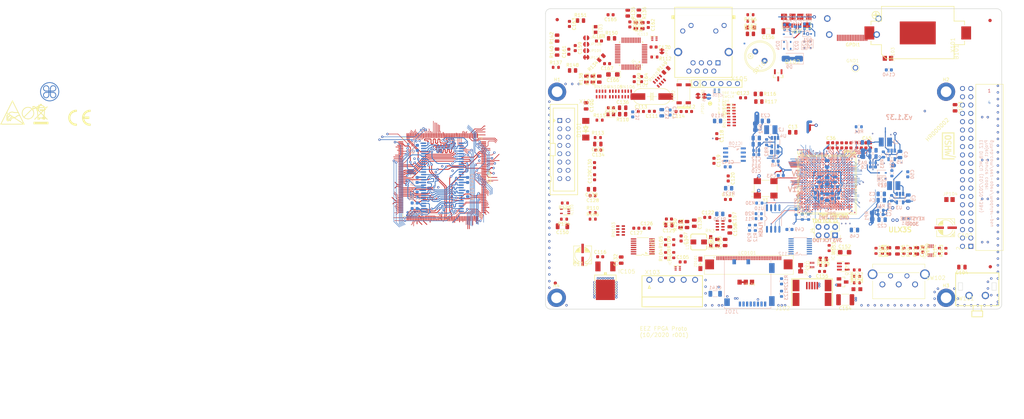
<source format=kicad_pcb>
(kicad_pcb (version 20171130) (host pcbnew 5.1.7+dfsg1-1~bpo10+1)
  (title_block (rev v3.1.1))
  (layers (0 F.Cu signal) (1 In1.Cu signal) (2 In2.Cu signal) (31 B.Cu signal) (34 B.Paste user) (35 F.Paste user) (36 B.SilkS user) (37 F.SilkS user) (38 B.Mask user) (39 F.Mask user) (44 Edge.Cuts user))
  (net 0 "")
  (net 1 GND)
  (net 2 +3V3)
  (net 3 ~RESET)
  (net 4 ENC_SW)
  (net 5 +5V)
  (net 6 FMC_SDNRAS)
  (net 7 FMC_SDNWE)
  (net 8 ETH_MDIO)
  (net 9 DAC_OUT1)
  (net 10 ETH_RX_DV)
  (net 11 USB_OTG_FS_VBUS)
  (net 12 USB_OTG_FS_ID)
  (net 13 USB_OTG_FS_D_N)
  (net 14 USB_OTG_FS_D_P)
  (net 15 SYS_JTMS-SWDIO)
  (net 16 SYS_JTCK-SWCLK)
  (net 17 SYS_JTDO-SWO)
  (net 18 USER_SW)
  (net 19 I2C1_SCL)
  (net 20 I2C1_SDA)
  (net 21 ETH_TX_EN)
  (net 22 ETH_TXD0)
  (net 23 ETH_TXD1)
  (net 24 TFT_BRIGHTNESS)
  (net 25 ETH_MDC)
  (net 26 ETH_TXD2)
  (net 27 ETH_TX_CLK)
  (net 28 ETH_RXD0)
  (net 29 ETH_RXD1)
  (net 30 ENC_A)
  (net 31 ENC_B)
  (net 32 MCLK_25)
  (net 33 DIN2)
  (net 34 UART_TX/DOUT1)
  (net 35 DOUT2)
  (net 36 OE_SYNC)
  (net 37 FMC_NBL0)
  (net 38 FMC_NBL1)
  (net 39 FMC_A0)
  (net 40 PWR_DIRECT)
  (net 41 FMC_BA0)
  (net 42 FMC_BA1)
  (net 43 FMC_SDCLK)
  (net 44 FMC_SDNCAS)
  (net 45 FMC_SDCKE0)
  (net 46 FMC_SDNE0)
  (net 47 SPI2_CLK)
  (net 48 UART_RX/DIN1)
  (net 49 BOOT0)
  (net 50 FMC_A1)
  (net 51 FMC_A2)
  (net 52 FMC_A3)
  (net 53 FMC_A4)
  (net 54 FMC_A5)
  (net 55 FMC_A6)
  (net 56 FMC_A7)
  (net 57 FMC_A8)
  (net 58 FMC_A9)
  (net 59 FMC_A10)
  (net 60 FMC_A11)
  (net 61 FMC_D4)
  (net 62 FMC_D5)
  (net 63 FMC_D6)
  (net 64 FMC_D7)
  (net 65 FMC_D8)
  (net 66 FMC_D9)
  (net 67 FMC_D10)
  (net 68 FMC_D11)
  (net 69 FMC_D12)
  (net 70 FMC_D13)
  (net 71 FMC_D14)
  (net 72 FMC_D15)
  (net 73 FMC_D0)
  (net 74 FMC_D1)
  (net 75 FMC_D2)
  (net 76 FMC_D3)
  (net 77 ETH_TXD3)
  (net 78 ETH_RXD2)
  (net 79 ETH_RXD3)
  (net 80 ETH_COL)
  (net 81 ETH_CRS)
  (net 82 ~USB_OTG_FS_OC)
  (net 83 USB_OTG_FS_PSO)
  (net 84 IRQ_TOUCH)
  (net 85 PE)
  (net 86 ETH_RX_CLK)
  (net 87 "+3V3(A)")
  (net 88 PWR_SSTART)
  (net 89 +12V)
  (net 90 ~FAULT)
  (net 91 +VAUX)
  (net 92 ETH_RX_ERR)
  (net 93 FMC_A12)
  (net 94 +VAUX_OUT)
  (net 95 RTC_REF)
  (net 96 "Net-(D2-PadA)")
  (net 97 /gpio/IN5V)
  (net 98 /power/FB1)
  (net 99 +2V5)
  (net 100 /power/FB3)
  (net 101 /power/FB2)
  (net 102 JTAG_TDI)
  (net 103 JTAG_TCK)
  (net 104 JTAG_TMS)
  (net 105 JTAG_TDO)
  (net 106 GPDI_CEC)
  (net 107 /flash/FLASH_nWP)
  (net 108 /flash/FLASH_nHOLD)
  (net 109 /flash/FLASH_MOSI)
  (net 110 /flash/FLASH_MISO)
  (net 111 /flash/FLASH_SCK)
  (net 112 /flash/FLASH_nCS)
  (net 113 /flash/FPGA_PROGRAMN)
  (net 114 /flash/FPGA_DONE)
  (net 115 /flash/FPGA_INITN)
  (net 116 CLK_25MHz)
  (net 117 USB_FPGA_D+)
  (net 118 USB_FPGA_D-)
  (net 119 /usb/FPD+)
  (net 120 /usb/FPD-)
  (net 121 /power/P3V3)
  (net 122 /power/P2V5)
  (net 123 /power/L1)
  (net 124 /power/L3)
  (net 125 /power/L2)
  (net 126 /power/P1V1)
  (net 127 +1V1)
  (net 128 USB_FPGA_PULL_D+)
  (net 129 USB_FPGA_PULL_D-)
  (net 130 "Net-(D23-Pad2)")
  (net 131 "Net-(D24-Pad1)")
  (net 132 "Net-(D25-Pad2)")
  (net 133 "Net-(D26-Pad1)")
  (net 134 /gpdi/GPDI_ETH+)
  (net 135 FPDI_ETH+)
  (net 136 /gpdi/GPDI_ETH-)
  (net 137 FPDI_ETH-)
  (net 138 /gpdi/GPDI_D2-)
  (net 139 FPDI_D2-)
  (net 140 /gpdi/GPDI_D1-)
  (net 141 FPDI_D1-)
  (net 142 /gpdi/GPDI_D0-)
  (net 143 FPDI_D0-)
  (net 144 /gpdi/GPDI_CLK-)
  (net 145 FPDI_CLK-)
  (net 146 /gpdi/GPDI_D2+)
  (net 147 FPDI_D2+)
  (net 148 /gpdi/GPDI_D1+)
  (net 149 FPDI_D1+)
  (net 150 /gpdi/GPDI_D0+)
  (net 151 FPDI_D0+)
  (net 152 /gpdi/GPDI_CLK+)
  (net 153 FPDI_CLK+)
  (net 154 /gpdi/FPDI_CEC)
  (net 155 2V5_3V3)
  (net 156 /usb/US2VBUS)
  (net 157 USER_PROGRAMN)
  (net 158 /Envox_STM32/VBAT)
  (net 159 /Envox_STM32/RCC_OSC_IN)
  (net 160 /Envox_STM32/RCC_OSC32_IN)
  (net 161 /Envox_STM32/RCC_OSC_OUT)
  (net 162 /Envox_STM32/RCC_OSC32_OUT)
  (net 163 /Envox_STM32/VDDA)
  (net 164 /Envox_STM32/VCAP2)
  (net 165 /Envox_STM32/VCAP1)
  (net 166 /TFT_LCD/VLED+)
  (net 167 "Net-(D102-PadA)")
  (net 168 /Envox_STM32/VREF+)
  (net 169 /Envox_STM32/BYPASS_REG)
  (net 170 "/Envox SDRAM/TMS")
  (net 171 "/Envox SDRAM/TCK")
  (net 172 /TFT_LCD/VLED-)
  (net 173 /TFT_LCD/YD)
  (net 174 /TFT_LCD/XL)
  (net 175 /TFT_LCD/YU)
  (net 176 /TFT_LCD/XR)
  (net 177 /Ethernet/LED_ACT)
  (net 178 /Ethernet/LED_SPEED)
  (net 179 /Ethernet/LED_LINK)
  (net 180 /TFT_LCD/USB_D_N)
  (net 181 /TFT_LCD/USB_D_P)
  (net 182 "Net-(JP106-PadCOM)")
  (net 183 "Net-(JP107-Pad1)")
  (net 184 /TFT_LCD/LCD_DISP)
  (net 185 "Net-(LED101-PadC)")
  (net 186 "Net-(Q101-PadC)")
  (net 187 "Net-(Q101-PadB)")
  (net 188 "Net-(Q102-Pad3)")
  (net 189 "Net-(R101-Pad2)")
  (net 190 "Net-(R104-Pad2)")
  (net 191 "Net-(R107-Pad2)")
  (net 192 "Net-(R108-Pad2)")
  (net 193 "Net-(C160-Pad1)")
  (net 194 "Net-(C164-Pad1)")
  (net 195 "Net-(IC101-Pad1)")
  (net 196 "Net-(IC101-Pad2)")
  (net 197 "Net-(IC101-Pad4)")
  (net 198 "Net-(IC101-Pad5)")
  (net 199 "Net-(IC103-Pad2)")
  (net 200 "Net-(IC103-Pad3)")
  (net 201 "Net-(IC103-Pad14)")
  (net 202 "Net-(IC103-Pad15)")
  (net 203 "Net-(IC104-Pad162)")
  (net 204 "Net-(IC104-Pad134)")
  (net 205 "Net-(IC104-Pad133)")
  (net 206 "Net-(IC104-Pad92)")
  (net 207 "Net-(IC104-Pad27)")
  (net 208 "Net-(IC104-Pad26)")
  (net 209 "Net-(IC104-Pad25)")
  (net 210 "Net-(IC104-Pad24)")
  (net 211 "Net-(IC104-Pad5)")
  (net 212 "Net-(IC104-Pad3)")
  (net 213 "Net-(IC104-Pad2)")
  (net 214 "Net-(IC104-Pad1)")
  (net 215 "Net-(IC113-Pad5)")
  (net 216 "Net-(IC113-Pad4)")
  (net 217 "Net-(IC113-Pad2)")
  (net 218 "Net-(IC113-Pad1)")
  (net 219 "Net-(IC114-Pad46)")
  (net 220 "Net-(IC114-Pad45)")
  (net 221 "Net-(IC114-Pad44)")
  (net 222 "Net-(IC114-Pad43)")
  (net 223 "Net-(IC114-Pad42)")
  (net 224 "Net-(IC114-Pad41)")
  (net 225 "Net-(IC114-Pad40)")
  (net 226 "Net-(IC114-Pad39)")
  (net 227 "Net-(IC114-Pad38)")
  (net 228 "Net-(IC114-Pad34)")
  (net 229 "Net-(IC114-Pad24)")
  (net 230 "Net-(IC114-Pad21)")
  (net 231 "Net-(IC114-Pad20)")
  (net 232 "Net-(IC114-Pad7)")
  (net 233 "Net-(IC114-Pad6)")
  (net 234 "Net-(IC114-Pad5)")
  (net 235 "Net-(IC114-Pad4)")
  (net 236 "Net-(IC114-Pad3)")
  (net 237 "Net-(IC114-Pad2)")
  (net 238 "Net-(IC114-Pad1)")
  (net 239 "Net-(JP105-Pad2)")
  (net 240 "Net-(LED102-PadA)")
  (net 241 "Net-(R146-Pad1)")
  (net 242 "Net-(R147-Pad1)")
  (net 243 "Net-(SW102-PadGND1)")
  (net 244 "Net-(IC110-Pad5)")
  (net 245 "Net-(JP101-Pad2)")
  (net 246 "Net-(JP102-Pad1)")
  (net 247 "Net-(SH101-PadP$1)")
  (net 248 "Net-(C162-Pad1)")
  (net 249 "Net-(IC104-Pad100)")
  (net 250 "Net-(JP109-Pad1)")
  (net 251 "Net-(JP108-Pad2)")
  (net 252 "Net-(JP109-Pad2)")
  (net 253 "Net-(JP110-Pad1)")
  (net 254 "Net-(JP112-Pad1)")
  (net 255 LTDC_TO_FPGA_G6)
  (net 256 LTDC_TO_FPGA_G3)
  (net 257 SDMMC1_FROM_FPGA_CMD)
  (net 258 SDMMC1_FROM_FPGA_D0)
  (net 259 LTDC_FROM_FPGA_DE)
  (net 260 LTDC_FROM_FPGA_VSYNC)
  (net 261 LTDC_FROM_FPGA_CLK)
  (net 262 LTDC_FROM_FPGA_B7)
  (net 263 LTDC_FROM_FPGA_B6)
  (net 264 LTDC_FROM_FPGA_B5)
  (net 265 LTDC_FROM_FPGA_B4)
  (net 266 LTDC_FROM_FPGA_B3)
  (net 267 LTDC_FROM_FPGA_G7)
  (net 268 LTDC_FROM_FPGA_G6)
  (net 269 LTDC_FROM_FPGA_G4)
  (net 270 LTDC_FROM_FPGA_G3)
  (net 271 LTDC_FROM_FPGA_R7)
  (net 272 LTDC_FROM_FPGA_R6)
  (net 273 LTDC_FROM_FPGA_R4)
  (net 274 LTDC_FROM_FPGA_R3)
  (net 275 GN4)
  (net 276 GN5)
  (net 277 GN2)
  (net 278 GN6)
  (net 279 GP5)
  (net 280 GN3)
  (net 281 BTN_R)
  (net 282 "Net-(C152-Pad1)")
  (net 283 LTDC_FROM_FPGA_R5)
  (net 284 LTDC_FROM_FPGA_G2)
  (net 285 LTDC_FROM_FPGA_G5)
  (net 286 LTDC_TO_FPGA_VSYNC)
  (net 287 LTDC_TO_FPGA_HSYNC)
  (net 288 LTDC_TO_FPGA_DE)
  (net 289 LTDC_TO_FPGA_R5)
  (net 290 LTDC_TO_FPGA_G4)
  (net 291 LTDC_TO_FPGA_R4)
  (net 292 LTDC_TO_FPGA_G2)
  (net 293 LTDC_TO_FPGA_R3)
  (net 294 LTDC_TO_FPGA_R6)
  (net 295 LTDC_TO_FPGA_R7)
  (net 296 LTDC_TO_FPGA_CLK)
  (net 297 LTDC_TO_FPGA_G5)
  (net 298 LTDC_TO_FPGA_G7)
  (net 299 LTDC_TO_FPGA_B3)
  (net 300 LTDC_TO_FPGA_B4)
  (net 301 LTDC_TO_FPGA_B5)
  (net 302 LTDC_TO_FPGA_B6)
  (net 303 LTDC_TO_FPGA_B7)
  (net 304 LTDC_FROM_FPGA_HSYNC)
  (net 305 SPI4_TO_FPGA_MISO)
  (net 306 SPI2_TO_FPGA_MISO)
  (net 307 SPI2_TO_FPGA_IRQ)
  (net 308 SPI5_TO_FPGA_IRQ)
  (net 309 SPI5_TO_FPGA_CSB)
  (net 310 SPI4_TO_FPGA_IRQ)
  (net 311 SPI2_TO_FPGA_CLK)
  (net 312 SPI2_TO_FPGA_CSA)
  (net 313 SPI2_TO_FPGA_CSB)
  (net 314 SPI2_TO_FPGA_MOSI)
  (net 315 SPI4_TO_FPGA_CLK)
  (net 316 SPI4_TO_FPGA_CSA)
  (net 317 SPI4_TO_FPGA_CSB)
  (net 318 SPI4_TO_FPGA_MOSI)
  (net 319 SPI5_TO_FPGA_CLK)
  (net 320 SPI5_TO_FPGA_CSA)
  (net 321 SPI5_TO_FPGA_MISO)
  (net 322 SPI5_TO_FPGA_MOSI)
  (net 323 SD_FROM_FPGA_DETECT)
  (net 324 SDMMC1_FROM_FPGA_CK)
  (net 325 LTDC_DE)
  (net 326 "Net-(IC4-Pad92)")
  (module Capacitor_SMD:C_0603_1608Metric (layer B.Cu) (at 88.20546 88.90024 270)
    (fp_text reference C144 (at 0 1.43 90) (layer B.SilkS) (effects (justify mirror)))
    (fp_text value 100n)
    (pad 2 smd roundrect (at 0.775 0 270) (size 0.9 0.95) (layers B.Cu B.Paste B.Mask) (net 1 GND))
    (pad 1 smd roundrect (at -0.775 0 270) (size 0.9 0.95) (layers B.Cu B.Paste B.Mask) (net 2 +3V3))
  )
  (module "EEZ DIB MCU r3B4:RECYCLE_BIN1_8" (layer F.Cu) (at -29.0901 67.424)
    (fp_text reference U$1 hide)
    (fp_text value "" hide)
  )
  (module "EEZ DIB MCU r3B4:PB_SMALL" (layer F.Cu) (at -30.7755 64.0097 180)
    (fp_text reference U$5 hide)
    (fp_text value "" hide)
    (fp_text user Pb (at -1.065 0.646 180) (layer F.SilkS) (effects (font (size 1.2065 1.2065) (thickness 0.254)) (justify left bottom)))
  )
  (module "EEZ DIB MCU r3B4:ESD_SYMBOL" (layer F.Cu) (at -39.0772 67.4005)
    (fp_text reference U$6 hide)
    (fp_text value "" hide)
  )
  (module "EEZ DIB MCU r3B4:SIGNATURE_5MM" (layer F.Cu) (at -24.145 57.475 180)
    (fp_text reference EEZ_SIGNATURE hide)
    (fp_text value SIGNATURESMALL hide)
    (fp_line (start -1.05 0.2) (end 1.05 0.2) (layer B.Cu) (width 0.254))
    (fp_line (start -1.05 -0.2) (end 1.05 -0.2) (layer B.Cu) (width 0.254))
    (fp_line (start 0.25 -1) (end 0.25 1) (layer B.Cu) (width 0.254))
    (fp_line (start -0.25 -1) (end -0.25 1) (layer B.Cu) (width 0.254))
    (fp_circle (center 0 0) (end 2.794 0) (layer B.Cu) (width 0.254))
    (fp_arc (start -1.074996 1.024996) (end -0.25 1) (angle 273.471) (layer B.Cu) (width 0.254))
    (fp_arc (start 1.074996 1.024996) (end 1.05 0.2) (angle 273.471) (layer B.Cu) (width 0.254))
    (fp_arc (start 1.074996 -1.024996) (end 0.25 -1) (angle 273.471) (layer B.Cu) (width 0.254))
    (fp_arc (start -1.074996 -1.024996) (end -1.05 -0.2) (angle 273.471) (layer B.Cu) (width 0.254))
  )
  (module "EEZ DIB MCU r3B4:CE_5MM" (layer F.Cu) (at -18.545 67.975)
    (fp_text reference U$2 hide)
    (fp_text value "" hide)
  )
  (module Resistor_SMD:R_0805_2012Metric (layer F.Cu) (at 155.0875 37.263 270)
    (fp_text reference R139 (at 0 -1.65 90) (layer F.SilkS))
    (fp_text value 49R9)
    (pad 2 smd roundrect (at 0.9125 0 270) (size 1.025 1.4) (layers F.Cu F.Paste F.Mask) (roundrect_rratio 0.243902) (net 216 "Net-(IC113-Pad4)"))
    (pad 1 smd roundrect (at -0.9125 0 270) (size 1.025 1.4) (layers F.Cu F.Paste F.Mask) (roundrect_rratio 0.243902) (net 248 "Net-(C162-Pad1)"))
  )
  (module Capacitor_SMD:C_0603_1608Metric (layer F.Cu) (at 153.246 36.8947 270)
    (fp_text reference C160 (at 0 -1.43 90) (layer F.SilkS))
    (fp_text value 100n)
    (pad 1 smd roundrect (at -0.775 0 270) (size 0.9 0.95) (layers F.Cu F.Paste F.Mask) (net 193 "Net-(C160-Pad1)"))
    (pad 2 smd roundrect (at 0.775 0 270) (size 0.9 0.95) (layers F.Cu F.Paste F.Mask) (net 1 GND))
  )
  (module "EEZ DIB MCU r3B4:BEAD0603" (layer F.Cu) (at 142.775 38.445 270)
    (fp_text reference L103 (at 1.91 -2.12 270) (layer F.SilkS) (effects (font (size 0.9652 0.9652) (thickness 0.09652)) (justify left bottom)))
    (fp_text value BLM18AG102SH1D)
    (pad P$2 smd roundrect (at 0.85 0 270) (size 1 1.1) (layers F.Cu F.Paste F.Mask) (roundrect_rratio 0.0508) (net 87 "+3V3(A)"))
    (pad P$1 smd roundrect (at -0.85 0 270) (size 1 1.1) (layers F.Cu F.Paste F.Mask) (roundrect_rratio 0.0508) (net 2 +3V3))
  )
  (module Capacitor_SMD:C_0603_1608Metric (layer F.Cu) (at 143.805 41.955)
    (fp_text reference C168 (at 0 -1.43) (layer F.SilkS))
    (fp_text value 100n)
    (pad 2 smd roundrect (at 0.775 0) (size 0.9 0.95) (layers F.Cu F.Paste F.Mask) (net 1 GND))
    (pad 1 smd roundrect (at -0.775 0) (size 0.9 0.95) (layers F.Cu F.Paste F.Mask) (net 87 "+3V3(A)"))
  )
  (module "EEZ DIB MCU r3B4:CAY16" (layer F.Cu) (at 144.42788 58.162)
    (fp_text reference RN104 (at -2.2225 -1.5875 180) (layer F.SilkS) (effects (font (size 0.9652 0.9652) (thickness 0.09652)) (justify left bottom)))
    (fp_text value DR1206-33R-4/8)
    (pad 8 smd roundrect (at -1.35 -0.85) (size 0.5 1) (layers F.Cu F.Paste F.Mask) (roundrect_rratio 0.1016) (net 228 "Net-(IC114-Pad34)"))
    (pad 7 smd roundrect (at -0.45 -0.85) (size 0.5 1) (layers F.Cu F.Paste F.Mask) (roundrect_rratio 0.1016) (net 227 "Net-(IC114-Pad38)"))
    (pad 6 smd roundrect (at 0.45 -0.85) (size 0.5 1) (layers F.Cu F.Paste F.Mask) (roundrect_rratio 0.1016) (net 226 "Net-(IC114-Pad39)"))
    (pad 5 smd roundrect (at 1.35 -0.85) (size 0.5 1) (layers F.Cu F.Paste F.Mask) (roundrect_rratio 0.1016) (net 225 "Net-(IC114-Pad40)"))
    (pad 4 smd roundrect (at 1.35 0.85) (size 0.5 1) (layers F.Cu F.Paste F.Mask) (roundrect_rratio 0.1016) (net 81 ETH_CRS))
    (pad 3 smd roundrect (at 0.45 0.85) (size 0.5 1) (layers F.Cu F.Paste F.Mask) (roundrect_rratio 0.1016) (net 10 ETH_RX_DV))
    (pad 2 smd roundrect (at -0.45 0.85) (size 0.5 1) (layers F.Cu F.Paste F.Mask) (roundrect_rratio 0.1016) (net 86 ETH_RX_CLK))
    (pad 1 smd roundrect (at -1.35 0.85) (size 0.5 1) (layers F.Cu F.Paste F.Mask) (roundrect_rratio 0.1016) (net 32 MCLK_25))
  )
  (module Resistor_SMD:R_0805_2012Metric (layer F.Cu) (at 141.9303 53.6206 90)
    (fp_text reference R143 (at 0 -1.65 90) (layer F.SilkS))
    (fp_text value 2K2)
    (pad 1 smd roundrect (at -0.9125 0 90) (size 1.025 1.4) (layers F.Cu F.Paste F.Mask) (roundrect_rratio 0.243902) (net 2 +3V3))
    (pad 2 smd roundrect (at 0.9125 0 90) (size 1.025 1.4) (layers F.Cu F.Paste F.Mask) (roundrect_rratio 0.243902) (net 178 /Ethernet/LED_SPEED))
  )
  (module "EEZ DIB MCU r3B4:DRL6" (layer F.Cu) (at 160.755 41.271)
    (fp_text reference IC113 (at -1.905 -0.9525) (layer F.SilkS) (effects (font (size 0.77216 0.77216) (thickness 0.077216)) (justify right bottom)))
    (fp_text value N.C.)
    (pad 6 smd roundrect (at 0.65 -0.5) (size 0.654 0.3008) (layers F.Cu F.Paste F.Mask) (roundrect_rratio 0.1688829787234042) (net 2 +3V3))
    (pad 5 smd roundrect (at 0.65 0) (size 0.654 0.3008) (layers F.Cu F.Paste F.Mask) (roundrect_rratio 0.1688829787234042) (net 215 "Net-(IC113-Pad5)"))
    (pad 4 smd roundrect (at 0.65 0.5) (size 0.654 0.3008) (layers F.Cu F.Paste F.Mask) (roundrect_rratio 0.1688829787234042) (net 216 "Net-(IC113-Pad4)"))
    (pad 3 smd roundrect (at -0.65 0.5) (size 0.654 0.3008) (layers F.Cu F.Paste F.Mask) (roundrect_rratio 0.1688829787234042) (net 1 GND))
    (pad 2 smd roundrect (at -0.65 0) (size 0.654 0.3008) (layers F.Cu F.Paste F.Mask) (roundrect_rratio 0.1688829787234042) (net 217 "Net-(IC113-Pad2)"))
    (pad 1 smd roundrect (at -0.65 -0.5) (size 0.654 0.3008) (layers F.Cu F.Paste F.Mask) (roundrect_rratio 0.1688829787234042) (net 218 "Net-(IC113-Pad1)"))
  )
  (module Capacitor_SMD:C_0603_1608Metric (layer F.Cu) (at 156.802 53.6206 270)
    (fp_text reference C164 (at 0 -1.43 90) (layer F.SilkS))
    (fp_text value 100n)
    (pad 2 smd roundrect (at 0.775 0 270) (size 0.9 0.95) (layers F.Cu F.Paste F.Mask) (net 1 GND))
    (pad 1 smd roundrect (at -0.775 0 270) (size 0.9 0.95) (layers F.Cu F.Paste F.Mask) (net 194 "Net-(C164-Pad1)"))
  )
  (module Capacitor_SMD:C_0603_1608Metric (layer F.Cu) (at 154.5922 53.6206 270)
    (fp_text reference C169 (at 0 -1.43 90) (layer F.SilkS))
    (fp_text value 100n)
    (pad 1 smd roundrect (at -0.775 0 270) (size 0.9 0.95) (layers F.Cu F.Paste F.Mask) (net 2 +3V3))
    (pad 2 smd roundrect (at 0.775 0 270) (size 0.9 0.95) (layers F.Cu F.Paste F.Mask) (net 1 GND))
  )
  (module Capacitor_SMD:C_0603_1608Metric (layer F.Cu) (at 146.277 48.891 180)
    (fp_text reference C167 (at 0 -1.43) (layer F.SilkS))
    (fp_text value 100n)
    (pad 2 smd roundrect (at 0.775 0 180) (size 0.9 0.95) (layers F.Cu F.Paste F.Mask) (net 1 GND))
    (pad 1 smd roundrect (at -0.775 0 180) (size 0.9 0.95) (layers F.Cu F.Paste F.Mask) (net 194 "Net-(C164-Pad1)"))
  )
  (module Capacitor_SMD:C_0603_1608Metric (layer F.Cu) (at 158.8848 37.055 270)
    (fp_text reference C162 (at 0 -1.43 90) (layer F.SilkS))
    (fp_text value 100n)
    (pad 1 smd roundrect (at -0.775 0 270) (size 0.9 0.95) (layers F.Cu F.Paste F.Mask) (net 248 "Net-(C162-Pad1)"))
    (pad 2 smd roundrect (at 0.775 0 270) (size 0.9 0.95) (layers F.Cu F.Paste F.Mask) (net 1 GND))
  )
  (module "EEZ DIB MCU r3B4:CAY16" (layer F.Cu) (at 152.30188 58.162)
    (fp_text reference RN106 (at -2.2225 -1.5875 180) (layer F.SilkS) (effects (font (size 0.9652 0.9652) (thickness 0.09652)) (justify left bottom)))
    (fp_text value DR1206-33R-4/8)
    (pad 8 smd roundrect (at -1.35 -0.85) (size 0.5 1) (layers F.Cu F.Paste F.Mask) (roundrect_rratio 0.1016) (net 220 "Net-(IC114-Pad45)"))
    (pad 7 smd roundrect (at -0.45 -0.85) (size 0.5 1) (layers F.Cu F.Paste F.Mask) (roundrect_rratio 0.1016) (net 219 "Net-(IC114-Pad46)"))
    (pad 6 smd roundrect (at 0.45 -0.85) (size 0.5 1) (layers F.Cu F.Paste F.Mask) (roundrect_rratio 0.1016) (net 238 "Net-(IC114-Pad1)"))
    (pad 5 smd roundrect (at 1.35 -0.85) (size 0.5 1) (layers F.Cu F.Paste F.Mask) (roundrect_rratio 0.1016) (net 237 "Net-(IC114-Pad2)"))
    (pad 4 smd roundrect (at 1.35 0.85) (size 0.5 1) (layers F.Cu F.Paste F.Mask) (roundrect_rratio 0.1016) (net 21 ETH_TX_EN))
    (pad 3 smd roundrect (at 0.45 0.85) (size 0.5 1) (layers F.Cu F.Paste F.Mask) (roundrect_rratio 0.1016) (net 27 ETH_TX_CLK))
    (pad 2 smd roundrect (at -0.45 0.85) (size 0.5 1) (layers F.Cu F.Paste F.Mask) (roundrect_rratio 0.1016) (net 79 ETH_RXD3))
    (pad 1 smd roundrect (at -1.35 0.85) (size 0.5 1) (layers F.Cu F.Paste F.Mask) (roundrect_rratio 0.1016) (net 78 ETH_RXD2))
  )
  (module Resistor_SMD:R_0805_2012Metric (layer F.Cu) (at 139.9618 53.6206 90)
    (fp_text reference R138 (at 0 -1.65 90) (layer F.SilkS))
    (fp_text value 2K2)
    (pad 1 smd roundrect (at -0.9125 0 90) (size 1.025 1.4) (layers F.Cu F.Paste F.Mask) (roundrect_rratio 0.243902) (net 2 +3V3))
    (pad 2 smd roundrect (at 0.9125 0 90) (size 1.025 1.4) (layers F.Cu F.Paste F.Mask) (roundrect_rratio 0.243902) (net 177 /Ethernet/LED_ACT))
  )
  (module Resistor_SMD:R_0805_2012Metric (layer F.Cu) (at 143.8988 53.6206 90)
    (fp_text reference R145 (at 0 -1.65 90) (layer F.SilkS))
    (fp_text value 2K2)
    (pad 1 smd roundrect (at -0.9125 0 90) (size 1.025 1.4) (layers F.Cu F.Paste F.Mask) (roundrect_rratio 0.243902) (net 2 +3V3))
    (pad 2 smd roundrect (at 0.9125 0 90) (size 1.025 1.4) (layers F.Cu F.Paste F.Mask) (roundrect_rratio 0.243902) (net 179 /Ethernet/LED_LINK))
  )
  (module Resistor_SMD:R_0805_2012Metric (layer F.Cu) (at 157.056 37.263 90)
    (fp_text reference R144 (at 0 -1.65 90) (layer F.SilkS))
    (fp_text value 49R9)
    (pad 1 smd roundrect (at -0.9125 0 90) (size 1.025 1.4) (layers F.Cu F.Paste F.Mask) (roundrect_rratio 0.243902) (net 215 "Net-(IC113-Pad5)"))
    (pad 2 smd roundrect (at 0.9125 0 90) (size 1.025 1.4) (layers F.Cu F.Paste F.Mask) (roundrect_rratio 0.243902) (net 248 "Net-(C162-Pad1)"))
  )
  (module Resistor_SMD:R_0805_2012Metric (layer F.Cu) (at 156.005 33.355 90)
    (fp_text reference R136 (at -0.06 1.7 90) (layer F.SilkS))
    (fp_text value 49R9)
    (pad 1 smd roundrect (at -0.9125 0 90) (size 1.025 1.4) (layers F.Cu F.Paste F.Mask) (roundrect_rratio 0.243902) (net 217 "Net-(IC113-Pad2)"))
    (pad 2 smd roundrect (at 0.9125 0 90) (size 1.025 1.4) (layers F.Cu F.Paste F.Mask) (roundrect_rratio 0.243902) (net 193 "Net-(C160-Pad1)"))
  )
  (module "EEZ DIB MCU r3B4:PT48" (layer F.Cu) (at 153.627 45.843 180)
    (fp_text reference IC114 (at -2.8575 -5.3975 315) (layer F.SilkS) (effects (font (size 0.9652 0.9652) (thickness 0.09652)) (justify right bottom)))
    (fp_text value DP83848CVV_NOPB)
    (pad 48 smd roundrect (at -2.75 -4.1148) (size 0.2794 1.6764) (layers F.Cu F.Paste F.Mask) (roundrect_rratio 0.1818181818181818) (net 2 +3V3))
    (pad 47 smd roundrect (at -2.25 -4.1148) (size 0.2794 1.6764) (layers F.Cu F.Paste F.Mask) (roundrect_rratio 0.1818181818181818) (net 1 GND))
    (pad 46 smd roundrect (at -1.75 -4.1148) (size 0.2794 1.6764) (layers F.Cu F.Paste F.Mask) (roundrect_rratio 0.1818181818181818) (net 219 "Net-(IC114-Pad46)"))
    (pad 45 smd roundrect (at -1.25 -4.1148) (size 0.2794 1.6764) (layers F.Cu F.Paste F.Mask) (roundrect_rratio 0.1818181818181818) (net 220 "Net-(IC114-Pad45)"))
    (pad 44 smd roundrect (at -0.75 -4.1148) (size 0.2794 1.6764) (layers F.Cu F.Paste F.Mask) (roundrect_rratio 0.1818181818181818) (net 221 "Net-(IC114-Pad44)"))
    (pad 43 smd roundrect (at -0.25 -4.1148) (size 0.2794 1.6764) (layers F.Cu F.Paste F.Mask) (roundrect_rratio 0.1818181818181818) (net 222 "Net-(IC114-Pad43)"))
    (pad 42 smd roundrect (at 0.25 -4.1148) (size 0.2794 1.6764) (layers F.Cu F.Paste F.Mask) (roundrect_rratio 0.1818181818181818) (net 223 "Net-(IC114-Pad42)"))
    (pad 41 smd roundrect (at 0.75 -4.1148) (size 0.2794 1.6764) (layers F.Cu F.Paste F.Mask) (roundrect_rratio 0.1818181818181818) (net 224 "Net-(IC114-Pad41)"))
    (pad 40 smd roundrect (at 1.25 -4.1148) (size 0.2794 1.6764) (layers F.Cu F.Paste F.Mask) (roundrect_rratio 0.1818181818181818) (net 225 "Net-(IC114-Pad40)"))
    (pad 39 smd roundrect (at 1.75 -4.1148) (size 0.2794 1.6764) (layers F.Cu F.Paste F.Mask) (roundrect_rratio 0.1818181818181818) (net 226 "Net-(IC114-Pad39)"))
    (pad 38 smd roundrect (at 2.25 -4.1148) (size 0.2794 1.6764) (layers F.Cu F.Paste F.Mask) (roundrect_rratio 0.1818181818181818) (net 227 "Net-(IC114-Pad38)"))
    (pad 37 smd roundrect (at 2.75 -4.1148) (size 0.2794 1.6764) (layers F.Cu F.Paste F.Mask) (roundrect_rratio 0.1818181818181818) (net 194 "Net-(C164-Pad1)"))
    (pad 36 smd roundrect (at 4.1148 -2.75 90) (size 0.2794 1.6764) (layers F.Cu F.Paste F.Mask) (roundrect_rratio 0.1818181818181818) (net 1 GND))
    (pad 35 smd roundrect (at 4.1148 -2.25 90) (size 0.2794 1.6764) (layers F.Cu F.Paste F.Mask) (roundrect_rratio 0.1818181818181818) (net 1 GND))
    (pad 34 smd roundrect (at 4.1148 -1.75 90) (size 0.2794 1.6764) (layers F.Cu F.Paste F.Mask) (roundrect_rratio 0.1818181818181818) (net 228 "Net-(IC114-Pad34)"))
    (pad 33 smd roundrect (at 4.1148 -1.25 90) (size 0.2794 1.6764) (layers F.Cu F.Paste F.Mask) (roundrect_rratio 0.1818181818181818))
    (pad 32 smd roundrect (at 4.1148 -0.75 90) (size 0.2794 1.6764) (layers F.Cu F.Paste F.Mask) (roundrect_rratio 0.1818181818181818) (net 2 +3V3))
    (pad 31 smd roundrect (at 4.1148 -0.25 90) (size 0.2794 1.6764) (layers F.Cu F.Paste F.Mask) (roundrect_rratio 0.1818181818181818) (net 25 ETH_MDC))
    (pad 30 smd roundrect (at 4.1148 0.25 90) (size 0.2794 1.6764) (layers F.Cu F.Paste F.Mask) (roundrect_rratio 0.1818181818181818) (net 8 ETH_MDIO))
    (pad 29 smd roundrect (at 4.1148 0.75 90) (size 0.2794 1.6764) (layers F.Cu F.Paste F.Mask) (roundrect_rratio 0.1818181818181818) (net 3 ~RESET))
    (pad 28 smd roundrect (at 4.1148 1.25 90) (size 0.2794 1.6764) (layers F.Cu F.Paste F.Mask) (roundrect_rratio 0.1818181818181818) (net 179 /Ethernet/LED_LINK))
    (pad 27 smd roundrect (at 4.1148 1.75 90) (size 0.2794 1.6764) (layers F.Cu F.Paste F.Mask) (roundrect_rratio 0.1818181818181818) (net 178 /Ethernet/LED_SPEED))
    (pad 26 smd roundrect (at 4.1148 2.25 90) (size 0.2794 1.6764) (layers F.Cu F.Paste F.Mask) (roundrect_rratio 0.1818181818181818) (net 177 /Ethernet/LED_ACT))
    (pad 25 smd roundrect (at 4.1148 2.75 90) (size 0.2794 1.6764) (layers F.Cu F.Paste F.Mask) (roundrect_rratio 0.1818181818181818))
    (pad 24 smd roundrect (at 2.75 4.1148) (size 0.2794 1.6764) (layers F.Cu F.Paste F.Mask) (roundrect_rratio 0.1818181818181818) (net 229 "Net-(IC114-Pad24)"))
    (pad 23 smd roundrect (at 2.25 4.1148) (size 0.2794 1.6764) (layers F.Cu F.Paste F.Mask) (roundrect_rratio 0.1818181818181818) (net 194 "Net-(C164-Pad1)"))
    (pad 22 smd roundrect (at 1.75 4.1148) (size 0.2794 1.6764) (layers F.Cu F.Paste F.Mask) (roundrect_rratio 0.1818181818181818) (net 87 "+3V3(A)"))
    (pad 21 smd roundrect (at 1.25 4.1148) (size 0.2794 1.6764) (layers F.Cu F.Paste F.Mask) (roundrect_rratio 0.1818181818181818) (net 230 "Net-(IC114-Pad21)"))
    (pad 20 smd roundrect (at 0.75 4.1148) (size 0.2794 1.6764) (layers F.Cu F.Paste F.Mask) (roundrect_rratio 0.1818181818181818) (net 231 "Net-(IC114-Pad20)"))
    (pad 19 smd roundrect (at 0.25 4.1148) (size 0.2794 1.6764) (layers F.Cu F.Paste F.Mask) (roundrect_rratio 0.1818181818181818) (net 1 GND))
    (pad 18 smd roundrect (at -0.25 4.1148) (size 0.2794 1.6764) (layers F.Cu F.Paste F.Mask) (roundrect_rratio 0.1818181818181818) (net 194 "Net-(C164-Pad1)"))
    (pad 17 smd roundrect (at -0.75 4.1148) (size 0.2794 1.6764) (layers F.Cu F.Paste F.Mask) (roundrect_rratio 0.1818181818181818) (net 218 "Net-(IC113-Pad1)"))
    (pad 16 smd roundrect (at -1.25 4.1148) (size 0.2794 1.6764) (layers F.Cu F.Paste F.Mask) (roundrect_rratio 0.1818181818181818) (net 217 "Net-(IC113-Pad2)"))
    (pad 15 smd roundrect (at -1.75 4.1148) (size 0.2794 1.6764) (layers F.Cu F.Paste F.Mask) (roundrect_rratio 0.1818181818181818) (net 1 GND))
    (pad 14 smd roundrect (at -2.25 4.1148) (size 0.2794 1.6764) (layers F.Cu F.Paste F.Mask) (roundrect_rratio 0.1818181818181818) (net 216 "Net-(IC113-Pad4)"))
    (pad 13 smd roundrect (at -2.75 4.1148) (size 0.2794 1.6764) (layers F.Cu F.Paste F.Mask) (roundrect_rratio 0.1818181818181818) (net 215 "Net-(IC113-Pad5)"))
    (pad 12 smd roundrect (at -4.1148 2.75 90) (size 0.2794 1.6764) (layers F.Cu F.Paste F.Mask) (roundrect_rratio 0.1818181818181818))
    (pad 11 smd roundrect (at -4.1148 2.25 90) (size 0.2794 1.6764) (layers F.Cu F.Paste F.Mask) (roundrect_rratio 0.1818181818181818))
    (pad 10 smd roundrect (at -4.1148 1.75 90) (size 0.2794 1.6764) (layers F.Cu F.Paste F.Mask) (roundrect_rratio 0.1818181818181818))
    (pad 9 smd roundrect (at -4.1148 1.25 90) (size 0.2794 1.6764) (layers F.Cu F.Paste F.Mask) (roundrect_rratio 0.1818181818181818))
    (pad 8 smd roundrect (at -4.1148 0.75 90) (size 0.2794 1.6764) (layers F.Cu F.Paste F.Mask) (roundrect_rratio 0.1818181818181818))
    (pad 7 smd roundrect (at -4.1148 0.25 90) (size 0.2794 1.6764) (layers F.Cu F.Paste F.Mask) (roundrect_rratio 0.1818181818181818) (net 232 "Net-(IC114-Pad7)"))
    (pad 6 smd roundrect (at -4.1148 -0.25 90) (size 0.2794 1.6764) (layers F.Cu F.Paste F.Mask) (roundrect_rratio 0.1818181818181818) (net 233 "Net-(IC114-Pad6)"))
    (pad 5 smd roundrect (at -4.1148 -0.75 90) (size 0.2794 1.6764) (layers F.Cu F.Paste F.Mask) (roundrect_rratio 0.1818181818181818) (net 234 "Net-(IC114-Pad5)"))
    (pad 4 smd roundrect (at -4.1148 -1.25 90) (size 0.2794 1.6764) (layers F.Cu F.Paste F.Mask) (roundrect_rratio 0.1818181818181818) (net 235 "Net-(IC114-Pad4)"))
    (pad 3 smd roundrect (at -4.1148 -1.75 90) (size 0.2794 1.6764) (layers F.Cu F.Paste F.Mask) (roundrect_rratio 0.1818181818181818) (net 236 "Net-(IC114-Pad3)"))
    (pad 2 smd roundrect (at -4.1148 -2.25 90) (size 0.2794 1.6764) (layers F.Cu F.Paste F.Mask) (roundrect_rratio 0.1818181818181818) (net 237 "Net-(IC114-Pad2)"))
    (pad 1 smd roundrect (at -4.1148 -2.75 90) (size 0.2794 1.6764) (layers F.Cu F.Paste F.Mask) (roundrect_rratio 0.1818181818181818) (net 238 "Net-(IC114-Pad1)"))
  )
  (module Resistor_SMD:R_0805_2012Metric (layer F.Cu) (at 147.655 41.155)
    (fp_text reference R150 (at 0 -1.65) (layer F.SilkS))
    (fp_text value 4K87)
    (pad 2 smd roundrect (at 0.9125 0) (size 1.025 1.4) (layers F.Cu F.Paste F.Mask) (roundrect_rratio 0.243902) (net 229 "Net-(IC114-Pad24)"))
    (pad 1 smd roundrect (at -0.9125 0) (size 1.025 1.4) (layers F.Cu F.Paste F.Mask) (roundrect_rratio 0.243902) (net 1 GND))
  )
  (module Capacitor_SMD:C_0603_1608Metric (layer F.Cu) (at 147.355 33.945 180)
    (fp_text reference C165 (at 0 -1.43) (layer F.SilkS))
    (fp_text value 100n)
    (pad 1 smd roundrect (at -0.775 0 180) (size 0.9 0.95) (layers F.Cu F.Paste F.Mask) (net 194 "Net-(C164-Pad1)"))
    (pad 2 smd roundrect (at 0.775 0 180) (size 0.9 0.95) (layers F.Cu F.Paste F.Mask) (net 1 GND))
  )
  (module Resistor_SMD:R_0805_2012Metric (layer F.Cu) (at 152.605 33.415 270)
    (fp_text reference R135 (at 0 -1.65 90) (layer F.SilkS))
    (fp_text value 49R9)
    (pad 2 smd roundrect (at 0.9125 0 270) (size 1.025 1.4) (layers F.Cu F.Paste F.Mask) (roundrect_rratio 0.243902) (net 218 "Net-(IC113-Pad1)"))
    (pad 1 smd roundrect (at -0.9125 0 270) (size 1.025 1.4) (layers F.Cu F.Paste F.Mask) (roundrect_rratio 0.243902) (net 193 "Net-(C160-Pad1)"))
  )
  (module Capacitor_Tantalum_SMD:CP_EIA-3216-10_Kemet-I (layer F.Cu) (at 148.055 52.193 180)
    (fp_text reference C166 (at 0 -1.75) (layer F.SilkS))
    (fp_text value 10uF)
    (pad 2 smd roundrect (at 1.35 0 180) (size 1.4 1.35) (layers F.Cu F.Paste F.Mask) (roundrect_rratio 0.185185) (net 1 GND))
    (pad 1 smd roundrect (at -1.35 0 180) (size 1.4 1.35) (layers F.Cu F.Paste F.Mask) (roundrect_rratio 0.185185) (net 194 "Net-(C164-Pad1)"))
  )
  (module Capacitor_SMD:C_0603_1608Metric (layer F.Cu) (at 147.45998 62.36952 180)
    (fp_text reference C137 (at 0 -1.43) (layer F.SilkS))
    (fp_text value 100n)
    (pad 1 smd roundrect (at -0.775 0 180) (size 0.9 0.95) (layers F.Cu F.Paste F.Mask) (net 163 /Envox_STM32/VDDA))
    (pad 2 smd roundrect (at 0.775 0 180) (size 0.9 0.95) (layers F.Cu F.Paste F.Mask) (net 1 GND))
  )
  (module Capacitor_SMD:C_0603_1608Metric (layer F.Cu) (at 156.62798 63.51802)
    (fp_text reference C113 (at 0 -1.43) (layer F.SilkS))
    (fp_text value 33p)
    (pad 1 smd roundrect (at -0.775 0) (size 0.9 0.95) (layers F.Cu F.Paste F.Mask) (net 1 GND))
    (pad 2 smd roundrect (at 0.775 0) (size 0.9 0.95) (layers F.Cu F.Paste F.Mask) (net 161 /Envox_STM32/RCC_OSC_OUT))
  )
  (module Capacitor_SMD:C_0805_2012Metric (layer F.Cu) (at 151.04138 62.36952)
    (fp_text reference C136 (at 0 -1.68) (layer F.SilkS))
    (fp_text value 1u)
    (pad 1 smd roundrect (at -0.95 0) (size 1 1.45) (layers F.Cu F.Paste F.Mask) (net 163 /Envox_STM32/VDDA))
    (pad 2 smd roundrect (at 0.95 0) (size 1 1.45) (layers F.Cu F.Paste F.Mask) (net 1 GND))
  )
  (module Capacitor_SMD:C_0603_1608Metric (layer F.Cu) (at 143.59918 75.32352 180)
    (fp_text reference C134 (at 0 -1.43) (layer F.SilkS))
    (fp_text value 100n)
    (pad 2 smd roundrect (at 0.775 0 180) (size 0.9 0.95) (layers F.Cu F.Paste F.Mask) (net 1 GND))
    (pad 1 smd roundrect (at -0.775 0 180) (size 0.9 0.95) (layers F.Cu F.Paste F.Mask) (net 2 +3V3))
  )
  (module Capacitor_SMD:C_0805_2012Metric (layer F.Cu) (at 143.44678 73.46932 180)
    (fp_text reference C135 (at 0 -1.68) (layer F.SilkS))
    (fp_text value 1u)
    (pad 1 smd roundrect (at -0.95 0 180) (size 1 1.45) (layers F.Cu F.Paste F.Mask) (net 2 +3V3))
    (pad 2 smd roundrect (at 0.95 0 180) (size 1 1.45) (layers F.Cu F.Paste F.Mask) (net 1 GND))
  )
  (module Capacitor_SMD:C_0603_1608Metric (layer F.Cu) (at 141.88468 89.26304 180)
    (fp_text reference C128 (at 0 -1.43) (layer F.SilkS))
    (fp_text value 100n)
    (pad 1 smd roundrect (at -0.775 0 180) (size 0.9 0.95) (layers F.Cu F.Paste F.Mask) (net 2 +3V3))
    (pad 2 smd roundrect (at 0.775 0 180) (size 0.9 0.95) (layers F.Cu F.Paste F.Mask) (net 1 GND))
  )
  (module Resistor_SMD:R_0603_1608Metric (layer F.Cu) (at 143.44678 71.48812)
    (fp_text reference R113 (at 0 -1.43) (layer F.SilkS))
    (fp_text value 10K)
    (pad 1 smd roundrect (at -0.825 0) (size 0.8 0.95) (layers F.Cu F.Paste F.Mask) (net 1 GND))
    (pad 2 smd roundrect (at 0.825 0) (size 0.8 0.95) (layers F.Cu F.Paste F.Mask) (net 169 /Envox_STM32/BYPASS_REG))
  )
  (module Capacitor_SMD:C_0603_1608Metric (layer F.Cu) (at 142.44208 79.91626 90)
    (fp_text reference C130 (at 0 -1.43 90) (layer F.SilkS))
    (fp_text value 100n)
    (pad 1 smd roundrect (at -0.775 0 90) (size 0.9 0.95) (layers F.Cu F.Paste F.Mask) (net 2 +3V3))
    (pad 2 smd roundrect (at 0.775 0 90) (size 0.9 0.95) (layers F.Cu F.Paste F.Mask) (net 1 GND))
  )
  (module Capacitor_SMD:C_0603_1608Metric (layer F.Cu) (at 142.45938 83.62804 90)
    (fp_text reference C129 (at 0 -1.43 90) (layer F.SilkS))
    (fp_text value 100n)
    (pad 2 smd roundrect (at 0.775 0 90) (size 0.9 0.95) (layers F.Cu F.Paste F.Mask) (net 1 GND))
    (pad 1 smd roundrect (at -0.775 0 90) (size 0.9 0.95) (layers F.Cu F.Paste F.Mask) (net 2 +3V3))
  )
  (module Capacitor_SMD:C_0805_2012Metric (layer F.Cu) (at 141.52908 87.29454 180)
    (fp_text reference C139 (at 0 -1.68) (layer F.SilkS))
    (fp_text value 2u2)
    (pad 2 smd roundrect (at 0.95 0 180) (size 1 1.45) (layers F.Cu F.Paste F.Mask) (net 1 GND))
    (pad 1 smd roundrect (at -0.95 0 180) (size 1 1.45) (layers F.Cu F.Paste F.Mask) (net 165 /Envox_STM32/VCAP1))
  )
  (module Resistor_SMD:R_0603_1608Metric (layer F.Cu) (at 143.991 66.163)
    (fp_text reference R115 (at 0 -1.43) (layer F.SilkS))
    (fp_text value 4K7)
    (pad 2 smd roundrect (at 0.825 0) (size 0.8 0.95) (layers F.Cu F.Paste F.Mask) (net 90 ~FAULT))
    (pad 1 smd roundrect (at -0.825 0) (size 0.8 0.95) (layers F.Cu F.Paste F.Mask) (net 2 +3V3))
  )
  (module Resistor_SMD:R_0603_1608Metric (layer F.Cu) (at 164.168 103.5062 90)
    (fp_text reference R105 (at 0 -1.43 90) (layer F.SilkS))
    (fp_text value 4K7)
    (pad 1 smd roundrect (at -0.825 0 90) (size 0.8 0.95) (layers F.Cu F.Paste F.Mask) (net 190 "Net-(R104-Pad2)"))
    (pad 2 smd roundrect (at 0.825 0 90) (size 0.8 0.95) (layers F.Cu F.Paste F.Mask) (net 201 "Net-(IC103-Pad14)"))
  )
  (module Resistor_SMD:R_0603_1608Metric (layer F.Cu) (at 166.6572 103.4935 90)
    (fp_text reference R109 (at 0 -1.43 90) (layer F.SilkS))
    (fp_text value 4K7)
    (pad 1 smd roundrect (at -0.825 0 90) (size 0.8 0.95) (layers F.Cu F.Paste F.Mask) (net 192 "Net-(R108-Pad2)"))
    (pad 2 smd roundrect (at 0.825 0 90) (size 0.8 0.95) (layers F.Cu F.Paste F.Mask) (net 200 "Net-(IC103-Pad3)"))
  )
  (module Resistor_SMD:R_0805_2012Metric (layer F.Cu) (at 168.7528 98.087 90)
    (fp_text reference R130 (at 0 -1.65 90) (layer F.SilkS))
    (fp_text value 22R)
    (pad 2 smd roundrect (at 0.9125 0 90) (size 1.025 1.4) (layers F.Cu F.Paste F.Mask) (roundrect_rratio 0.243902) (net 13 USB_OTG_FS_D_N))
    (pad 1 smd roundrect (at -0.9125 0 90) (size 1.025 1.4) (layers F.Cu F.Paste F.Mask) (roundrect_rratio 0.243902) (net 180 /TFT_LCD/USB_D_N))
  )
  (module Resistor_SMD:R_0805_2012Metric (layer F.Cu) (at 170.7213 98.087 90)
    (fp_text reference R131 (at 0 -1.65 90) (layer F.SilkS))
    (fp_text value 22R)
    (pad 1 smd roundrect (at -0.9125 0 90) (size 1.025 1.4) (layers F.Cu F.Paste F.Mask) (roundrect_rratio 0.243902) (net 181 /TFT_LCD/USB_D_P))
    (pad 2 smd roundrect (at 0.9125 0 90) (size 1.025 1.4) (layers F.Cu F.Paste F.Mask) (roundrect_rratio 0.243902) (net 14 USB_OTG_FS_D_P))
  )
  (module Capacitor_SMD:C_0805_2012Metric (layer F.Cu) (at 179.9922 103.5824 90)
    (fp_text reference C151 (at 0 -1.68 90) (layer F.SilkS))
    (fp_text value 1u)
    (pad 1 smd roundrect (at -0.95 0 90) (size 1 1.45) (layers F.Cu F.Paste F.Mask) (net 166 /TFT_LCD/VLED+))
    (pad 2 smd roundrect (at 0.95 0 90) (size 1 1.45) (layers F.Cu F.Paste F.Mask) (net 1 GND))
  )
  (module "EEZ DIB MCU r3B4:DE0403" (layer F.Cu) (at 174.3026 103.4046 90)
    (fp_text reference L102 (at -2.444 -2.932 -90) (layer F.SilkS) (effects (font (size 0.9652 0.9652) (thickness 0.09652)) (justify left bottom)))
    (fp_text value DLG-0403-4R7)
    (pad 2 smd roundrect (at 0 1.625 90) (size 1.5 1.75) (layers F.Cu F.Paste F.Mask) (roundrect_rratio 0.03386666666666667) (net 167 "Net-(D102-PadA)"))
    (pad 1 smd roundrect (at 0 -1.626 90) (size 1.5 1.75) (layers F.Cu F.Paste F.Mask) (roundrect_rratio 0.03386666666666667) (net 5 +5V))
  )
  (module Capacitor_SMD:C_0805_2012Metric (layer F.Cu) (at 172.947 97.659 270)
    (fp_text reference C138 (at 0 -1.68 90) (layer F.SilkS))
    (fp_text value 2u2)
    (pad 1 smd roundrect (at -0.95 0 270) (size 1 1.45) (layers F.Cu F.Paste F.Mask) (net 164 /Envox_STM32/VCAP2))
    (pad 2 smd roundrect (at 0.95 0 270) (size 1 1.45) (layers F.Cu F.Paste F.Mask) (net 1 GND))
  )
  (module Capacitor_SMD:C_0805_2012Metric (layer F.Cu) (at 165.1841 98.2267 180)
    (fp_text reference C125 (at 0 -1.68) (layer F.SilkS))
    (fp_text value 1u)
    (pad 2 smd roundrect (at 0.95 0 180) (size 1 1.45) (layers F.Cu F.Paste F.Mask) (net 1 GND))
    (pad 1 smd roundrect (at -0.95 0 180) (size 1 1.45) (layers F.Cu F.Paste F.Mask) (net 2 +3V3))
  )
  (module "EEZ DIB MCU r3B4:SOD323-R" (layer F.Cu) (at 177.9602 103.2014 90)
    (fp_text reference D102 (at -2.54 -0.9525) (layer F.SilkS) (effects (font (size 0.77216 0.77216) (thickness 0.077216)) (justify left bottom)))
    (fp_text value RB751V40T1G)
    (pad A smd roundrect (at 1.3 0 90) (size 1.2 1) (layers F.Cu F.Paste F.Mask) (roundrect_rratio 0.0508) (net 167 "Net-(D102-PadA)"))
    (pad C smd roundrect (at -1.3 0 90) (size 1.2 1) (layers F.Cu F.Paste F.Mask) (roundrect_rratio 0.0508) (net 166 /TFT_LCD/VLED+))
  )
  (module Capacitor_SMD:C_0603_1608Metric (layer F.Cu) (at 155.21714 99.19952 180)
    (fp_text reference C127 (at 0 -1.43) (layer F.SilkS))
    (fp_text value 100n)
    (pad 2 smd roundrect (at 0.775 0 180) (size 0.9 0.95) (layers F.Cu F.Paste F.Mask) (net 1 GND))
    (pad 1 smd roundrect (at -0.775 0 180) (size 0.9 0.95) (layers F.Cu F.Paste F.Mask) (net 2 +3V3))
  )
  (module Capacitor_SMD:C_0603_1608Metric (layer F.Cu) (at 165.1968 96.3979 180)
    (fp_text reference C124 (at 0 -1.43) (layer F.SilkS))
    (fp_text value 100n)
    (pad 2 smd roundrect (at 0.775 0 180) (size 0.9 0.95) (layers F.Cu F.Paste F.Mask) (net 1 GND))
    (pad 1 smd roundrect (at -0.775 0 180) (size 0.9 0.95) (layers F.Cu F.Paste F.Mask) (net 2 +3V3))
  )
  (module Capacitor_SMD:C_0603_1608Metric (layer F.Cu) (at 158.40484 99.19952)
    (fp_text reference C126 (at 0 -1.43) (layer F.SilkS))
    (fp_text value 100n)
    (pad 1 smd roundrect (at -0.775 0) (size 0.9 0.95) (layers F.Cu F.Paste F.Mask) (net 2 +3V3))
    (pad 2 smd roundrect (at 0.775 0) (size 0.9 0.95) (layers F.Cu F.Paste F.Mask) (net 1 GND))
  )
  (module Capacitor_SMD:C_0603_1608Metric (layer F.Cu) (at 168.9178 102.3378 270)
    (fp_text reference C107 (at 0 -1.43 90) (layer F.SilkS))
    (fp_text value 100n)
    (pad 1 smd roundrect (at -0.775 0 270) (size 0.9 0.95) (layers F.Cu F.Paste F.Mask) (net 2 +3V3))
    (pad 2 smd roundrect (at 0.775 0 270) (size 0.9 0.95) (layers F.Cu F.Paste F.Mask) (net 1 GND))
  )
  (module Resistor_SMD:R_0805_2012Metric (layer F.Cu) (at 144.499 47.113 225)
    (fp_text reference R134 (at 3.556 0 45) (layer F.SilkS))
    (fp_text value 1K5)
    (pad 2 smd roundrect (at 0.9125 0 225) (size 1.025 1.4) (layers F.Cu F.Paste F.Mask) (roundrect_rratio 0.243902) (net 2 +3V3))
    (pad 1 smd roundrect (at -0.9125 0 225) (size 1.025 1.4) (layers F.Cu F.Paste F.Mask) (roundrect_rratio 0.243902) (net 8 ETH_MDIO))
  )
  (module "EEZ DIB MCU r3B4:CAY16" (layer F.Cu) (at 148.49188 58.162)
    (fp_text reference RN105 (at -2.2225 -1.5875 180) (layer F.SilkS) (effects (font (size 0.9652 0.9652) (thickness 0.09652)) (justify left bottom)))
    (fp_text value DR1206-33R-4/8)
    (pad 8 smd roundrect (at -1.35 -0.85) (size 0.5 1) (layers F.Cu F.Paste F.Mask) (roundrect_rratio 0.1016) (net 224 "Net-(IC114-Pad41)"))
    (pad 7 smd roundrect (at -0.45 -0.85) (size 0.5 1) (layers F.Cu F.Paste F.Mask) (roundrect_rratio 0.1016) (net 223 "Net-(IC114-Pad42)"))
    (pad 6 smd roundrect (at 0.45 -0.85) (size 0.5 1) (layers F.Cu F.Paste F.Mask) (roundrect_rratio 0.1016) (net 222 "Net-(IC114-Pad43)"))
    (pad 5 smd roundrect (at 1.35 -0.85) (size 0.5 1) (layers F.Cu F.Paste F.Mask) (roundrect_rratio 0.1016) (net 221 "Net-(IC114-Pad44)"))
    (pad 4 smd roundrect (at 1.35 0.85) (size 0.5 1) (layers F.Cu F.Paste F.Mask) (roundrect_rratio 0.1016) (net 29 ETH_RXD1))
    (pad 3 smd roundrect (at 0.45 0.85) (size 0.5 1) (layers F.Cu F.Paste F.Mask) (roundrect_rratio 0.1016) (net 28 ETH_RXD0))
    (pad 2 smd roundrect (at -0.45 0.85) (size 0.5 1) (layers F.Cu F.Paste F.Mask) (roundrect_rratio 0.1016) (net 80 ETH_COL))
    (pad 1 smd roundrect (at -1.35 0.85) (size 0.5 1) (layers F.Cu F.Paste F.Mask) (roundrect_rratio 0.1016) (net 250 "Net-(JP109-Pad1)"))
  )
  (module Capacitor_SMD:C_0805_2012Metric (layer B.Cu) (at 162.99528 63.89732 90)
    (fp_text reference C133 (at 0 1.68 90) (layer B.SilkS) (effects (justify mirror)))
    (fp_text value 2u2)
    (pad 2 smd roundrect (at 0.95 0 90) (size 1 1.45) (layers B.Cu B.Paste B.Mask) (net 1 GND))
    (pad 1 smd roundrect (at -0.95 0 90) (size 1 1.45) (layers B.Cu B.Paste B.Mask) (net 2 +3V3))
  )
  (module Capacitor_SMD:C_0603_1608Metric (layer F.Cu) (at 160.501 43.811)
    (fp_text reference C170 (at 3.3307 0.1091) (layer F.SilkS))
    (fp_text value 100n)
    (pad 2 smd roundrect (at 0.775 0) (size 0.9 0.95) (layers F.Cu F.Paste F.Mask) (net 1 GND))
    (pad 1 smd roundrect (at -0.775 0) (size 0.9 0.95) (layers F.Cu F.Paste F.Mask) (net 2 +3V3))
  )
  (module "EEZ DIB MCU r3B4:JP2-NOCUT" (layer F.Cu) (at 163.041 45.081 270)
    (fp_text reference JP112 (at -2.032 -1.016 90) (layer F.SilkS) (effects (font (size 0.77216 0.77216) (thickness 0.077216)) (justify right top)))
    (fp_text value JP2-NOCUT hide)
    (fp_poly (pts (xy -0.1905 -0.762) (xy -0.1905 -0.254) (xy 0.3175 -0.254) (xy 0.3175 0.254) (xy -0.1905 0.254) (xy -0.1905 0.762) (xy -0.190499 0.762) (xy -0.387719 0.736035) (xy -0.571499 0.659911) (xy -0.729314 0.538815) (xy -0.85041 0.381) (xy -0.9525 0) (xy -0.9525 0.000001) (xy -0.926536 -0.197219) (xy -0.850412 -0.381) (xy -0.729316 -0.538815) (xy -0.5715 -0.659912)) (layer F.Cu) (width 0))
    (fp_poly (pts (xy 0.1905 0.762) (xy 0.1905 -0.762) (xy 0.190499 -0.762) (xy 0.387719 -0.736035) (xy 0.571499 -0.659911) (xy 0.729314 -0.538815) (xy 0.85041 -0.381) (xy 0.926534 -0.19722) (xy 0.9525 0) (xy 0.9525 -0.000001) (xy 0.926536 0.197219) (xy 0.850412 0.381) (xy 0.729316 0.538815) (xy 0.5715 0.659912) (xy 0.38772 0.736036)) (layer F.Cu) (width 0))
    (pad 2 smd roundrect (at 0.635 0 270) (size 0.508 0.254) (layers F.Cu F.Mask) (roundrect_rratio 0.2) (net 232 "Net-(IC114-Pad7)"))
    (pad 1 smd roundrect (at -0.4445 0 270) (size 0.889 0.254) (layers F.Cu F.Mask) (roundrect_rratio 0.2) (net 254 "Net-(JP112-Pad1)"))
  )
  (module Resistor_SMD:R_0603_1608Metric (layer F.Cu) (at 160.755 46.859)
    (fp_text reference R112 (at 3.302 0.508) (layer F.SilkS))
    (fp_text value 4K7 hide)
    (pad 1 smd roundrect (at -0.825 0) (size 0.8 0.95) (layers F.Cu F.Paste F.Mask) (net 2 +3V3))
    (pad 2 smd roundrect (at 0.825 0) (size 0.8 0.95) (layers F.Cu F.Paste F.Mask) (net 3 ~RESET))
  )
  (module Resistor_SMD:R_0805_2012Metric (layer F.Cu) (at 151.04138 64.33802 180)
    (fp_text reference R118 (at 0 -1.65) (layer F.SilkS))
    (fp_text value 47R)
    (pad 2 smd roundrect (at 0.9125 0 180) (size 1.025 1.4) (layers F.Cu F.Paste F.Mask) (roundrect_rratio 0.243902) (net 163 /Envox_STM32/VDDA))
    (pad 1 smd roundrect (at -0.9125 0 180) (size 1.025 1.4) (layers F.Cu F.Paste F.Mask) (roundrect_rratio 0.243902) (net 168 /Envox_STM32/VREF+))
  )
  (module Capacitor_SMD:C_0603_1608Metric (layer B.Cu) (at 154.11478 64.40532 90)
    (fp_text reference C131 (at 0 1.43 90) (layer B.SilkS) (effects (justify mirror)))
    (fp_text value 100n)
    (pad 1 smd roundrect (at -0.775 0 90) (size 0.9 0.95) (layers B.Cu B.Paste B.Mask) (net 2 +3V3))
    (pad 2 smd roundrect (at 0.775 0 90) (size 0.9 0.95) (layers B.Cu B.Paste B.Mask) (net 1 GND))
  )
  (module Capacitor_SMD:C_0603_1608Metric (layer F.Cu) (at 159.98078 63.46722 180)
    (fp_text reference C111 (at 0 -1.43) (layer F.SilkS))
    (fp_text value 33p)
    (pad 1 smd roundrect (at -0.775 0 180) (size 0.9 0.95) (layers F.Cu F.Paste F.Mask) (net 1 GND))
    (pad 2 smd roundrect (at 0.775 0 180) (size 0.9 0.95) (layers F.Cu F.Paste F.Mask) (net 159 /Envox_STM32/RCC_OSC_IN))
  )
  (module "EEZ DIB MCU r3B4:HC-49_4H" (layer F.Cu) (at 159.96948 58.9456)
    (fp_text reference Y101 (at -4.81 -2.8575) (layer F.SilkS) (effects (font (size 0.9652 0.9652) (thickness 0.09652)) (justify left bottom)))
    (fp_text value 25MHz)
    (pad 1 smd roundrect (at -4.25 0) (size 4.5 2) (layers F.Cu F.Paste F.Mask) (roundrect_rratio 0.0254) (net 161 /Envox_STM32/RCC_OSC_OUT))
    (pad 2 smd roundrect (at 4.25 0) (size 4.5 2) (layers F.Cu F.Paste F.Mask) (roundrect_rratio 0.0254) (net 159 /Envox_STM32/RCC_OSC_IN))
  )
  (module Capacitor_SMD:C_0603_1608Metric (layer B.Cu) (at 165.5256 63.8279 90)
    (fp_text reference C117 (at 0 1.43 90) (layer B.SilkS) (effects (justify mirror)))
    (fp_text value 100n)
    (pad 2 smd roundrect (at 0.775 0 90) (size 0.9 0.95) (layers B.Cu B.Paste B.Mask) (net 1 GND))
    (pad 1 smd roundrect (at -0.775 0 90) (size 0.9 0.95) (layers B.Cu B.Paste B.Mask) (net 2 +3V3))
  )
  (module "EEZ DIB MCU r3B4:CAY16" (layer F.Cu) (at 162.279 54.225 45)
    (fp_text reference RN107 (at -2.2225 -1.5875 225) (layer F.SilkS) (effects (font (size 0.9652 0.9652) (thickness 0.09652)) (justify left bottom)))
    (fp_text value DR1206-33R-4/8)
    (pad 8 smd roundrect (at -1.35 -0.85 45) (size 0.5 1) (layers F.Cu F.Paste F.Mask) (roundrect_rratio 0.1016) (net 236 "Net-(IC114-Pad3)"))
    (pad 7 smd roundrect (at -0.45 -0.85 45) (size 0.5 1) (layers F.Cu F.Paste F.Mask) (roundrect_rratio 0.1016) (net 235 "Net-(IC114-Pad4)"))
    (pad 6 smd roundrect (at 0.45 -0.85 45) (size 0.5 1) (layers F.Cu F.Paste F.Mask) (roundrect_rratio 0.1016) (net 234 "Net-(IC114-Pad5)"))
    (pad 5 smd roundrect (at 1.35 -0.85 45) (size 0.5 1) (layers F.Cu F.Paste F.Mask) (roundrect_rratio 0.1016) (net 233 "Net-(IC114-Pad6)"))
    (pad 4 smd roundrect (at 1.35 0.85 45) (size 0.5 1) (layers F.Cu F.Paste F.Mask) (roundrect_rratio 0.1016) (net 77 ETH_TXD3))
    (pad 3 smd roundrect (at 0.45 0.85 45) (size 0.5 1) (layers F.Cu F.Paste F.Mask) (roundrect_rratio 0.1016) (net 26 ETH_TXD2))
    (pad 2 smd roundrect (at -0.45 0.85 45) (size 0.5 1) (layers F.Cu F.Paste F.Mask) (roundrect_rratio 0.1016) (net 23 ETH_TXD1))
    (pad 1 smd roundrect (at -1.35 0.85 45) (size 0.5 1) (layers F.Cu F.Paste F.Mask) (roundrect_rratio 0.1016) (net 22 ETH_TXD0))
  )
  (module "EEZ DIB MCU r3B4:BEAD0603" (layer F.Cu) (at 147.40918 64.41422)
    (fp_text reference L101 (at -1.773 -1.3145 -180) (layer F.SilkS) (effects (font (size 0.9652 0.9652) (thickness 0.09652)) (justify left bottom)))
    (fp_text value BLM18AG102SH1D)
    (pad P$1 smd roundrect (at -0.85 0) (size 1 1.1) (layers F.Cu F.Paste F.Mask) (roundrect_rratio 0.0508) (net 2 +3V3))
    (pad P$2 smd roundrect (at 0.85 0) (size 1 1.1) (layers F.Cu F.Paste F.Mask) (roundrect_rratio 0.0508) (net 163 /Envox_STM32/VDDA))
  )
  (module Resistor_SMD:R_0805_2012Metric (layer F.Cu) (at 130.996899 45.352 90)
    (fp_text reference R140 (at 0 -1.65 90) (layer F.SilkS))
    (fp_text value N.C.)
    (pad 2 smd roundrect (at 0.9125 0 90) (size 1.025 1.4) (layers F.Cu F.Paste F.Mask) (roundrect_rratio 0.243902) (net 251 "Net-(JP108-Pad2)"))
    (pad 1 smd roundrect (at -0.9125 0 90) (size 1.025 1.4) (layers F.Cu F.Paste F.Mask) (roundrect_rratio 0.243902) (net 1 GND))
  )
  (module Resistor_SMD:R_0805_2012Metric (layer F.Cu) (at 138.166901 35.7244)
    (fp_text reference R151 (at 0 -1.65) (layer F.SilkS))
    (fp_text value 2K2)
    (pad 1 smd roundrect (at -0.9125 0) (size 1.025 1.4) (layers F.Cu F.Paste F.Mask) (roundrect_rratio 0.243902) (net 2 +3V3))
    (pad 2 smd roundrect (at 0.9125 0) (size 1.025 1.4) (layers F.Cu F.Paste F.Mask) (roundrect_rratio 0.243902) (net 254 "Net-(JP112-Pad1)"))
  )
  (module Capacitor_SMD:C_0603_1608Metric (layer F.Cu) (at 134.585499 45.2494 90)
    (fp_text reference C161 (at 0 -1.43 90) (layer F.SilkS))
    (fp_text value 100n)
    (pad 2 smd roundrect (at 0.775 0 90) (size 0.9 0.95) (layers F.Cu F.Paste F.Mask) (net 87 "+3V3(A)"))
    (pad 1 smd roundrect (at -0.775 0 90) (size 0.9 0.95) (layers F.Cu F.Paste F.Mask) (net 1 GND))
  )
  (module "EEZ DIB MCU r3B4:JP2-CUT" (layer F.Cu) (at 139.9091 42.9695 180)
    (fp_text reference JP108 (at -1.0659 -0.4255 180) (layer F.SilkS) (effects (font (size 0.77216 0.77216) (thickness 0.077216)) (justify left bottom)))
    (fp_text value JP2-CUT hide)
    (fp_poly (pts (xy -0.1905 -0.762) (xy -0.1905 0.762) (xy -0.190499 0.762) (xy -0.387719 0.736035) (xy -0.571499 0.659911) (xy -0.729314 0.538815) (xy -0.85041 0.381) (xy -0.9525 0) (xy -0.9525 0.000001) (xy -0.926536 -0.197219) (xy -0.850412 -0.381) (xy -0.729316 -0.538815) (xy -0.5715 -0.659912)) (layer F.Cu) (width 0))
    (fp_poly (pts (xy 0.1905 0.762) (xy 0.1905 -0.762) (xy 0.190499 -0.762) (xy 0.387719 -0.736035) (xy 0.571499 -0.659911) (xy 0.729314 -0.538815) (xy 0.85041 -0.381) (xy 0.926534 -0.19722) (xy 0.9525 0) (xy 0.9525 -0.000001) (xy 0.926536 0.197219) (xy 0.850412 0.381) (xy 0.729316 0.538815) (xy 0.5715 0.659912) (xy 0.38772 0.736036)) (layer F.Cu) (width 0))
    (pad 2 smd roundrect (at 0.635 0 180) (size 0.508 0.254) (layers F.Cu F.Mask) (roundrect_rratio 0.2) (net 251 "Net-(JP108-Pad2)"))
    (pad 1 smd roundrect (at -0.635 0 180) (size 0.508 0.254) (layers F.Cu F.Mask) (roundrect_rratio 0.2) (net 81 ETH_CRS))
  )
  (module Capacitor_SMD:C_0603_1608Metric (layer F.Cu) (at 134.776 36.7404 270)
    (fp_text reference C163 (at 0 -1.43 90) (layer F.SilkS))
    (fp_text value 100n)
    (pad 1 smd roundrect (at -0.775 0 270) (size 0.9 0.95) (layers F.Cu F.Paste F.Mask) (net 1 GND))
    (pad 2 smd roundrect (at 0.775 0 270) (size 0.9 0.95) (layers F.Cu F.Paste F.Mask) (net 87 "+3V3(A)"))
  )
  (module Capacitor_SMD:C_0603_1608Metric (layer F.Cu) (at 136.554001 44.1318 270)
    (fp_text reference C159 (at 0 -1.43 90) (layer F.SilkS))
    (fp_text value N.C.)
    (pad 2 smd roundrect (at 0.775 0 270) (size 0.9 0.95) (layers F.Cu F.Paste F.Mask) (net 1 GND))
    (pad 1 smd roundrect (at -0.775 0 270) (size 0.9 0.95) (layers F.Cu F.Paste F.Mask) (net 2 +3V3))
  )
  (module "EEZ DIB MCU r3B4:JP2-NOCUT" (layer F.Cu) (at 139.9091 46.9446 180)
    (fp_text reference JP111 (at -4.5159 0.3396) (layer F.SilkS) (effects (font (size 0.77216 0.77216) (thickness 0.077216)) (justify right top)))
    (fp_text value JP2-NOCUT hide)
    (fp_poly (pts (xy -0.1905 -0.762) (xy -0.1905 -0.254) (xy 0.3175 -0.254) (xy 0.3175 0.254) (xy -0.1905 0.254) (xy -0.1905 0.762) (xy -0.190499 0.762) (xy -0.387719 0.736035) (xy -0.571499 0.659911) (xy -0.729314 0.538815) (xy -0.85041 0.381) (xy -0.9525 0) (xy -0.9525 0.000001) (xy -0.926536 -0.197219) (xy -0.850412 -0.381) (xy -0.729316 -0.538815) (xy -0.5715 -0.659912)) (layer F.Cu) (width 0))
    (fp_poly (pts (xy 0.1905 0.762) (xy 0.1905 -0.762) (xy 0.190499 -0.762) (xy 0.387719 -0.736035) (xy 0.571499 -0.659911) (xy 0.729314 -0.538815) (xy 0.85041 -0.381) (xy 0.926534 -0.19722) (xy 0.9525 0) (xy 0.9525 -0.000001) (xy 0.926536 0.197219) (xy 0.850412 0.381) (xy 0.729316 0.538815) (xy 0.5715 0.659912) (xy 0.38772 0.736036)) (layer F.Cu) (width 0))
    (pad 2 smd roundrect (at 0.635 0 180) (size 0.508 0.254) (layers F.Cu F.Mask) (roundrect_rratio 0.2) (net 92 ETH_RX_ERR))
    (pad 1 smd roundrect (at -0.4445 0 180) (size 0.889 0.254) (layers F.Cu F.Mask) (roundrect_rratio 0.2) (net 250 "Net-(JP109-Pad1)"))
  )
  (module "EEZ DIB MCU r3B4:FIDUCIAL" (layer F.Cu) (at 131.037 35.429 315)
    (fp_text reference FM3 hide)
    (fp_text value FIDUCIAL hide)
    (pad T smd roundrect (at 0 0 315) (size 1.016 1.016) (layers F.Cu F.Mask) (roundrect_rratio 0.5))
  )
  (module Resistor_SMD:R_0805_2012Metric (layer F.Cu) (at 130.9969 41.091701 90)
    (fp_text reference R142 (at 0 -1.65 90) (layer F.SilkS))
    (fp_text value N.C.)
    (pad 1 smd roundrect (at -0.9125 0 90) (size 1.025 1.4) (layers F.Cu F.Paste F.Mask) (roundrect_rratio 0.243902) (net 2 +3V3))
    (pad 2 smd roundrect (at 0.9125 0 90) (size 1.025 1.4) (layers F.Cu F.Paste F.Mask) (roundrect_rratio 0.243902) (net 253 "Net-(JP110-Pad1)"))
  )
  (module "EEZ DIB MCU r3B4:JP2-CUT" (layer F.Cu) (at 139.9091 44.9253 180)
    (fp_text reference JP109 (at -0.9859 -0.4697) (layer F.SilkS) (effects (font (size 0.77216 0.77216) (thickness 0.077216)) (justify left bottom)))
    (fp_text value JP2-CUT hide)
    (fp_poly (pts (xy -0.1905 -0.762) (xy -0.1905 0.762) (xy -0.190499 0.762) (xy -0.387719 0.736035) (xy -0.571499 0.659911) (xy -0.729314 0.538815) (xy -0.85041 0.381) (xy -0.9525 0) (xy -0.9525 0.000001) (xy -0.926536 -0.197219) (xy -0.850412 -0.381) (xy -0.729316 -0.538815) (xy -0.5715 -0.659912)) (layer F.Cu) (width 0))
    (fp_poly (pts (xy 0.1905 0.762) (xy 0.1905 -0.762) (xy 0.190499 -0.762) (xy 0.387719 -0.736035) (xy 0.571499 -0.659911) (xy 0.729314 -0.538815) (xy 0.85041 -0.381) (xy 0.926534 -0.19722) (xy 0.9525 0) (xy 0.9525 -0.000001) (xy 0.926536 0.197219) (xy 0.850412 0.381) (xy 0.729316 0.538815) (xy 0.5715 0.659912) (xy 0.38772 0.736036)) (layer F.Cu) (width 0))
    (pad 2 smd roundrect (at 0.635 0 180) (size 0.508 0.254) (layers F.Cu F.Mask) (roundrect_rratio 0.2) (net 252 "Net-(JP109-Pad2)"))
    (pad 1 smd roundrect (at -0.635 0 180) (size 0.508 0.254) (layers F.Cu F.Mask) (roundrect_rratio 0.2) (net 250 "Net-(JP109-Pad1)"))
  )
  (module Resistor_SMD:R_0805_2012Metric (layer F.Cu) (at 135.7285 50.9771)
    (fp_text reference R148 (at 0 -1.65) (layer F.SilkS))
    (fp_text value 2K2)
    (pad 1 smd roundrect (at -0.9125 0) (size 1.025 1.4) (layers F.Cu F.Paste F.Mask) (roundrect_rratio 0.243902) (net 2 +3V3))
    (pad 2 smd roundrect (at 0.9125 0) (size 1.025 1.4) (layers F.Cu F.Paste F.Mask) (roundrect_rratio 0.243902) (net 230 "Net-(IC114-Pad21)"))
  )
  (module "EEZ DIB MCU r3B4:JP2-CUT" (layer F.Cu) (at 139.9091 41.0137)
    (fp_text reference JP110 (at 0.9559 0.3913) (layer F.SilkS) (effects (font (size 0.77216 0.77216) (thickness 0.077216)) (justify left bottom)))
    (fp_text value JP2-CUT hide)
    (fp_poly (pts (xy -0.1905 -0.762) (xy -0.1905 0.762) (xy -0.190499 0.762) (xy -0.387719 0.736035) (xy -0.571499 0.659911) (xy -0.729314 0.538815) (xy -0.85041 0.381) (xy -0.9525 0) (xy -0.9525 0.000001) (xy -0.926536 -0.197219) (xy -0.850412 -0.381) (xy -0.729316 -0.538815) (xy -0.5715 -0.659912)) (layer F.Cu) (width 0))
    (fp_poly (pts (xy 0.1905 0.762) (xy 0.1905 -0.762) (xy 0.190499 -0.762) (xy 0.387719 -0.736035) (xy 0.571499 -0.659911) (xy 0.729314 -0.538815) (xy 0.85041 -0.381) (xy 0.926534 -0.19722) (xy 0.9525 0) (xy 0.9525 -0.000001) (xy 0.926536 0.197219) (xy 0.850412 0.381) (xy 0.729316 0.538815) (xy 0.5715 0.659912) (xy 0.38772 0.736036)) (layer F.Cu) (width 0))
    (pad 2 smd roundrect (at 0.635 0) (size 0.508 0.254) (layers F.Cu F.Mask) (roundrect_rratio 0.2) (net 226 "Net-(IC114-Pad39)"))
    (pad 1 smd roundrect (at -0.635 0) (size 0.508 0.254) (layers F.Cu F.Mask) (roundrect_rratio 0.2) (net 253 "Net-(JP110-Pad1)"))
  )
  (module Resistor_SMD:R_0603_1608Metric (layer F.Cu) (at 130.615 50.0158)
    (fp_text reference R137 (at 0 -1.43) (layer F.SilkS))
    (fp_text value N.C.)
    (pad 2 smd roundrect (at 0.825 0) (size 0.8 0.95) (layers F.Cu F.Paste F.Mask) (net 252 "Net-(JP109-Pad2)"))
    (pad 1 smd roundrect (at -0.825 0) (size 0.8 0.95) (layers F.Cu F.Paste F.Mask) (net 1 GND))
  )
  (module "EEZ DIB MCU r3B4:RJ45-TRAFO-LED" (layer F.Cu) (at 175.741 42.287 180)
    (fp_text reference X105 (at -8.255 -12.065 180) (layer F.SilkS) (effects (font (size 1.35128 1.35128) (thickness 0.135128)) (justify left bottom)))
    (fp_text value LMJTAB881243M-L)
    (pad 11 thru_hole circle (at 3.785 5.08 180) (size 1.524 1.524) (drill 1) (layers *.Cu *.Mask) (net 241 "Net-(R146-Pad1)"))
    (pad 10 thru_hole circle (at -3.785 3.38 180) (size 1.524 1.524) (drill 1) (layers *.Cu *.Mask) (net 242 "Net-(R147-Pad1)"))
    (pad 12 thru_hole circle (at 6.325 3.38 180) (size 1.524 1.524) (drill 1) (layers *.Cu *.Mask) (net 2 +3V3))
    (pad 9 thru_hole circle (at -6.325 5.08 180) (size 1.524 1.524) (drill 1) (layers *.Cu *.Mask) (net 2 +3V3))
    (pad SH2 thru_hole circle (at 7.75 -3.05 180) (size 2.54 2.54) (drill 1.7) (layers *.Cu *.Mask) (net 85 PE))
    (pad SH thru_hole circle (at -7.75 -3.05 180) (size 2.54 2.54) (drill 1.7) (layers *.Cu *.Mask) (net 85 PE))
    (pad "" np_thru_hole circle (at 5.715 0 180) (size 3.2 3.2) (drill 3.2) (layers *.Cu *.Mask))
    (pad "" np_thru_hole circle (at -5.715 0 180) (size 3.2 3.2) (drill 3.2) (layers *.Cu *.Mask))
    (pad 8 thru_hole circle (at 4.445 -8.89 180) (size 1.524 1.524) (drill 1) (layers *.Cu *.Mask) (net 215 "Net-(IC113-Pad5)"))
    (pad 7 thru_hole circle (at 3.175 -6.35 180) (size 1.524 1.524) (drill 1) (layers *.Cu *.Mask) (net 216 "Net-(IC113-Pad4)"))
    (pad 6 thru_hole circle (at 1.905 -8.89 180) (size 1.524 1.524) (drill 1) (layers *.Cu *.Mask) (net 87 "+3V3(A)"))
    (pad 1 thru_hole rect (at -4.445 -6.35 180) (size 1.524 1.524) (drill 1) (layers *.Cu *.Mask) (net 218 "Net-(IC113-Pad1)"))
    (pad 5 thru_hole circle (at 0.635 -6.35 180) (size 1.524 1.524) (drill 1) (layers *.Cu *.Mask) (net 1 GND))
    (pad 2 thru_hole circle (at -3.175 -8.89 180) (size 1.524 1.524) (drill 1) (layers *.Cu *.Mask) (net 217 "Net-(IC113-Pad2)"))
    (pad 3 thru_hole circle (at -1.905 -6.35 180) (size 1.524 1.524) (drill 1) (layers *.Cu *.Mask) (net 87 "+3V3(A)"))
    (pad 4 thru_hole circle (at -0.635 -8.89 180) (size 1.524 1.524) (drill 1) (layers *.Cu *.Mask) (net 1 GND))
  )
  (module Resistor_SMD:R_0805_2012Metric (layer F.Cu) (at 164.311 50.923 45)
    (fp_text reference R149 (at 0 -1.65 45) (layer F.SilkS))
    (fp_text value 2K2)
    (pad 2 smd roundrect (at 0.9125 0 45) (size 1.025 1.4) (layers F.Cu F.Paste F.Mask) (roundrect_rratio 0.243902) (net 231 "Net-(IC114-Pad20)"))
    (pad 1 smd roundrect (at -0.9125 0 45) (size 1.025 1.4) (layers F.Cu F.Paste F.Mask) (roundrect_rratio 0.243902) (net 2 +3V3))
  )
  (module "EEZ DIB MCU r3B4:SSW-106-02-S-S" (layer F.Cu) (at 179.805 54.987)
    (fp_text reference X104 (at -8.255 1.27) (layer F.SilkS) (effects (font (size 1.2065 1.2065) (thickness 0.12065)) (justify left bottom)))
    (fp_text value N.C.)
    (pad 1 thru_hole circle (at -6.35 0) (size 1.5 1.5) (drill 1) (layers *.Cu *.Mask) (net 239 "Net-(JP105-Pad2)"))
    (pad 2 thru_hole circle (at -3.81 0) (size 1.5 1.5) (drill 1) (layers *.Cu *.Mask) (net 171 "/Envox SDRAM/TCK"))
    (pad 3 thru_hole circle (at -1.27 0) (size 1.5 1.5) (drill 1) (layers *.Cu *.Mask) (net 1 GND))
    (pad 4 thru_hole circle (at 1.27 0) (size 1.5 1.5) (drill 1) (layers *.Cu *.Mask) (net 170 "/Envox SDRAM/TMS"))
    (pad 5 thru_hole circle (at 3.81 0) (size 1.5 1.5) (drill 1) (layers *.Cu *.Mask) (net 3 ~RESET))
    (pad 6 thru_hole circle (at 6.35 0) (size 1.5 1.5) (drill 1) (layers *.Cu *.Mask) (net 17 SYS_JTDO-SWO))
  )
  (module "EEZ DIB MCU r3B4:LD-BZEN-0903" (layer F.Cu) (at 193.013 46.605 135)
    (fp_text reference SP101 (at -3.1115 -5.08 -135) (layer F.SilkS) (effects (font (size 1.2065 1.2065) (thickness 0.12065)) (justify left bottom)))
    (fp_text value "LD-BZEN 0903")
    (pad -B thru_hole circle (at -2 0 135) (size 1.778 1.778) (drill 0.8) (layers *.Cu *.Mask) (net 188 "Net-(Q102-Pad3)"))
    (pad +B thru_hole circle (at 2 0 135) (size 1.778 1.778) (drill 0.8) (layers *.Cu *.Mask) (net 247 "Net-(SH101-PadP$1)"))
  )
  (module "EEZ DIB MCU r3B4:85SMX" (layer F.Cu) (at 169.70276 58.10486 90)
    (fp_text reference Y102 (at -2.54 -2.54 -90) (layer F.SilkS) (effects (font (size 0.9652 0.9652) (thickness 0.09652)) (justify left bottom)))
    (fp_text value XTAL016178-85SMX)
    (pad 1 smd roundrect (at -2.75 1.4 180) (size 1.6 0.9) (layers F.Cu F.Paste F.Mask) (roundrect_rratio 0.05644444444444444) (net 160 /Envox_STM32/RCC_OSC32_IN))
    (pad NC.2 smd roundrect (at 2.75 1.4 180) (size 1.6 0.9) (layers F.Cu F.Paste F.Mask) (roundrect_rratio 0.05644444444444444))
    (pad NC.3 smd roundrect (at 2.75 -1.4 180) (size 1.6 0.9) (layers F.Cu F.Paste F.Mask) (roundrect_rratio 0.05644444444444444))
    (pad 4 smd roundrect (at -2.75 -1.4 180) (size 1.6 0.9) (layers F.Cu F.Paste F.Mask) (roundrect_rratio 0.05644444444444444) (net 162 /Envox_STM32/RCC_OSC32_OUT))
  )
  (module "EEZ DIB MCU r3B4:JP2-NOCUT" (layer F.Cu) (at 174.0868 58.7551 270)
    (fp_text reference JP102 (at -2.032 -1.016 90) (layer F.SilkS) (effects (font (size 0.77216 0.77216) (thickness 0.077216)) (justify right top)))
    (fp_text value JP2-NOCUT hide)
    (fp_poly (pts (xy 0.1905 0.762) (xy 0.1905 -0.762) (xy 0.190499 -0.762) (xy 0.387719 -0.736035) (xy 0.571499 -0.659911) (xy 0.729314 -0.538815) (xy 0.85041 -0.381) (xy 0.926534 -0.19722) (xy 0.9525 0) (xy 0.9525 -0.000001) (xy 0.926536 0.197219) (xy 0.850412 0.381) (xy 0.729316 0.538815) (xy 0.5715 0.659912) (xy 0.38772 0.736036)) (layer F.Cu) (width 0))
    (fp_poly (pts (xy -0.1905 -0.762) (xy -0.1905 -0.254) (xy 0.3175 -0.254) (xy 0.3175 0.254) (xy -0.1905 0.254) (xy -0.1905 0.762) (xy -0.190499 0.762) (xy -0.387719 0.736035) (xy -0.571499 0.659911) (xy -0.729314 0.538815) (xy -0.85041 0.381) (xy -0.9525 0) (xy -0.9525 0.000001) (xy -0.926536 -0.197219) (xy -0.850412 -0.381) (xy -0.729316 -0.538815) (xy -0.5715 -0.659912)) (layer F.Cu) (width 0))
    (pad 1 smd roundrect (at -0.4445 0 270) (size 0.889 0.254) (layers F.Cu F.Mask) (roundrect_rratio 0.2) (net 246 "Net-(JP102-Pad1)"))
    (pad 2 smd roundrect (at 0.635 0 270) (size 0.508 0.254) (layers F.Cu F.Mask) (roundrect_rratio 0.2) (net 20 I2C1_SDA))
  )
  (module Capacitor_SMD:C_0603_1608Metric (layer F.Cu) (at 171.34106 63.51506)
    (fp_text reference C112 (at 0 -1.43) (layer F.SilkS))
    (fp_text value 4p7)
    (pad 2 smd roundrect (at 0.775 0) (size 0.9 0.95) (layers F.Cu F.Paste F.Mask) (net 1 GND))
    (pad 1 smd roundrect (at -0.775 0) (size 0.9 0.95) (layers F.Cu F.Paste F.Mask) (net 160 /Envox_STM32/RCC_OSC32_IN))
  )
  (module "EEZ DIB MCU r3B4:JP2-CUT" (layer B.Cu) (at 177.3507 58.9964 270)
    (fp_text reference JP105 (at -2.032 1.016 270) (layer B.SilkS) (effects (font (size 0.77216 0.77216) (thickness 0.077216)) (justify left bottom mirror)))
    (fp_text value JP2-CUT hide)
    (fp_poly (pts (xy 0.1905 -0.762) (xy 0.1905 0.762) (xy 0.190499 0.762) (xy 0.387719 0.736035) (xy 0.571499 0.659911) (xy 0.729314 0.538815) (xy 0.85041 0.381) (xy 0.926534 0.19722) (xy 0.9525 0) (xy 0.9525 0.000001) (xy 0.926536 -0.197219) (xy 0.850412 -0.381) (xy 0.729316 -0.538815) (xy 0.5715 -0.659912) (xy 0.38772 -0.736036)) (layer B.Cu) (width 0))
    (fp_poly (pts (xy -0.1905 0.762) (xy -0.1905 -0.762) (xy -0.190499 -0.762) (xy -0.387719 -0.736035) (xy -0.571499 -0.659911) (xy -0.729314 -0.538815) (xy -0.85041 -0.381) (xy -0.9525 0) (xy -0.9525 -0.000001) (xy -0.926536 0.197219) (xy -0.850412 0.381) (xy -0.729316 0.538815) (xy -0.5715 0.659912)) (layer B.Cu) (width 0))
    (pad 1 smd roundrect (at -0.635 0 270) (size 0.508 0.254) (layers B.Cu B.Mask) (roundrect_rratio 0.2) (net 2 +3V3))
    (pad 2 smd roundrect (at 0.635 0 270) (size 0.508 0.254) (layers B.Cu B.Mask) (roundrect_rratio 0.2) (net 239 "Net-(JP105-Pad2)"))
  )
  (module Capacitor_SMD:C_0603_1608Metric (layer F.Cu) (at 168.14066 63.51506 180)
    (fp_text reference C114 (at 0 -1.43) (layer F.SilkS))
    (fp_text value 4p7)
    (pad 2 smd roundrect (at 0.775 0 180) (size 0.9 0.95) (layers F.Cu F.Paste F.Mask) (net 1 GND))
    (pad 1 smd roundrect (at -0.775 0 180) (size 0.9 0.95) (layers F.Cu F.Paste F.Mask) (net 162 /Envox_STM32/RCC_OSC32_OUT))
  )
  (module "EEZ DIB MCU r3B4:JP2-NOCUT" (layer F.Cu) (at 176.0172 58.7805 90)
    (fp_text reference JP101 (at -2.032 -1.016 90) (layer F.SilkS) (effects (font (size 0.77216 0.77216) (thickness 0.077216)) (justify right top)))
    (fp_text value JP2-NOCUT hide)
    (fp_poly (pts (xy 0.1905 0.762) (xy 0.1905 -0.762) (xy 0.190499 -0.762) (xy 0.387719 -0.736035) (xy 0.571499 -0.659911) (xy 0.729314 -0.538815) (xy 0.85041 -0.381) (xy 0.926534 -0.19722) (xy 0.9525 0) (xy 0.9525 -0.000001) (xy 0.926536 0.197219) (xy 0.850412 0.381) (xy 0.729316 0.538815) (xy 0.5715 0.659912) (xy 0.38772 0.736036)) (layer F.Cu) (width 0))
    (fp_poly (pts (xy -0.1905 -0.762) (xy -0.1905 -0.254) (xy 0.3175 -0.254) (xy 0.3175 0.254) (xy -0.1905 0.254) (xy -0.1905 0.762) (xy -0.190499 0.762) (xy -0.387719 0.736035) (xy -0.571499 0.659911) (xy -0.729314 0.538815) (xy -0.85041 0.381) (xy -0.9525 0) (xy -0.9525 0.000001) (xy -0.926536 -0.197219) (xy -0.850412 -0.381) (xy -0.729316 -0.538815) (xy -0.5715 -0.659912)) (layer F.Cu) (width 0))
    (pad 1 smd roundrect (at -0.4445 0 90) (size 0.889 0.254) (layers F.Cu F.Mask) (roundrect_rratio 0.2) (net 19 I2C1_SCL))
    (pad 2 smd roundrect (at 0.635 0 90) (size 0.508 0.254) (layers F.Cu F.Mask) (roundrect_rratio 0.2) (net 245 "Net-(JP101-Pad2)"))
  )
  (module Resistor_SMD:R_0805_2012Metric (layer B.Cu) (at 180.059 66.417 180)
    (fp_text reference R119 (at 0 1.65) (layer B.SilkS) (effects (justify mirror)))
    (fp_text value N.C.)
    (pad 2 smd roundrect (at 0.9125 0 180) (size 1.025 1.4) (layers B.Cu B.Paste B.Mask) (roundrect_rratio 0.243902) (net 239 "Net-(JP105-Pad2)"))
    (pad 1 smd roundrect (at -0.9125 0 180) (size 1.025 1.4) (layers B.Cu B.Paste B.Mask) (roundrect_rratio 0.243902) (net 1 GND))
  )
  (module Resistor_SMD:R_0805_2012Metric (layer F.Cu) (at 192.685 60.475 180)
    (fp_text reference R117 (at -3.6157 -0.0286) (layer F.SilkS))
    (fp_text value 1K5)
    (pad 1 smd roundrect (at -0.9125 0 180) (size 1.025 1.4) (layers F.Cu F.Paste F.Mask) (roundrect_rratio 0.243902) (net 2 +3V3))
    (pad 2 smd roundrect (at 0.9125 0 180) (size 1.025 1.4) (layers F.Cu F.Paste F.Mask) (roundrect_rratio 0.243902) (net 20 I2C1_SDA))
  )
  (module Capacitor_SMD:C_0603_1608Metric (layer F.Cu) (at 183.23956 90.40392)
    (fp_text reference C121 (at 0 -1.43) (layer F.SilkS))
    (fp_text value 100n)
    (pad 1 smd roundrect (at -0.775 0) (size 0.9 0.95) (layers F.Cu F.Paste F.Mask) (net 2 +3V3))
    (pad 2 smd roundrect (at 0.775 0) (size 0.9 0.95) (layers F.Cu F.Paste F.Mask) (net 1 GND))
  )
  (module Resistor_SMD:R_0805_2012Metric (layer B.Cu) (at 183.4453 86.97746)
    (fp_text reference R121 (at 0 1.65) (layer B.SilkS) (effects (justify mirror)))
    (fp_text value N.C.)
    (pad 2 smd roundrect (at 0.9125 0) (size 1.025 1.4) (layers B.Cu B.Paste B.Mask) (roundrect_rratio 0.243902) (net 171 "/Envox SDRAM/TCK"))
    (pad 1 smd roundrect (at -0.9125 0) (size 1.025 1.4) (layers B.Cu B.Paste B.Mask) (roundrect_rratio 0.243902) (net 16 SYS_JTCK-SWCLK))
  )
  (module Resistor_SMD:R_0805_2012Metric (layer B.Cu) (at 180.7416 94.8358)
    (fp_text reference R120 (at 0 1.65) (layer B.SilkS) (effects (justify mirror)))
    (fp_text value N.C.)
    (pad 2 smd roundrect (at 0.9125 0) (size 1.025 1.4) (layers B.Cu B.Paste B.Mask) (roundrect_rratio 0.243902) (net 170 "/Envox SDRAM/TMS"))
    (pad 1 smd roundrect (at -0.9125 0) (size 1.025 1.4) (layers B.Cu B.Paste B.Mask) (roundrect_rratio 0.243902) (net 15 SYS_JTMS-SWDIO))
  )
  (module Resistor_SMD:R_0805_2012Metric (layer F.Cu) (at 192.51 58.15 180)
    (fp_text reference R116 (at -3.556 0) (layer F.SilkS))
    (fp_text value 1K5)
    (pad 2 smd roundrect (at 0.9125 0 180) (size 1.025 1.4) (layers F.Cu F.Paste F.Mask) (roundrect_rratio 0.243902) (net 19 I2C1_SCL))
    (pad 1 smd roundrect (at -0.9125 0 180) (size 1.025 1.4) (layers F.Cu F.Paste F.Mask) (roundrect_rratio 0.243902) (net 2 +3V3))
  )
  (module Capacitor_SMD:C_0603_1608Metric (layer F.Cu) (at 187.86 59.325)
    (fp_text reference C123 (at 0 -1.43) (layer F.SilkS))
    (fp_text value 100n)
    (pad 2 smd roundrect (at 0.775 0) (size 0.9 0.95) (layers F.Cu F.Paste F.Mask) (net 1 GND))
    (pad 1 smd roundrect (at -0.775 0) (size 0.9 0.95) (layers F.Cu F.Paste F.Mask) (net 158 /Envox_STM32/VBAT))
  )
  (module "EEZ DIB MCU r3B4:CAY16" (layer F.Cu) (at 150.41 99.9 90)
    (fp_text reference RN103 (at -2.2225 -1.5875 -90) (layer F.SilkS) (effects (font (size 0.9652 0.9652) (thickness 0.09652)) (justify left bottom)))
    (fp_text value DR1206-33R-4/8)
    (pad 1 smd roundrect (at -1.35 0.85 90) (size 0.5 1) (layers F.Cu F.Paste F.Mask) (roundrect_rratio 0.1016))
    (pad 2 smd roundrect (at -0.45 0.85 90) (size 0.5 1) (layers F.Cu F.Paste F.Mask) (roundrect_rratio 0.1016))
    (pad 3 smd roundrect (at 0.45 0.85 90) (size 0.5 1) (layers F.Cu F.Paste F.Mask) (roundrect_rratio 0.1016))
    (pad 4 smd roundrect (at 1.35 0.85 90) (size 0.5 1) (layers F.Cu F.Paste F.Mask) (roundrect_rratio 0.1016) (net 312 SPI2_TO_FPGA_CSA))
    (pad 5 smd roundrect (at 1.35 -0.85 90) (size 0.5 1) (layers F.Cu F.Paste F.Mask) (roundrect_rratio 0.1016) (net 203 "Net-(IC104-Pad162)"))
    (pad 6 smd roundrect (at 0.45 -0.85 90) (size 0.5 1) (layers F.Cu F.Paste F.Mask) (roundrect_rratio 0.1016))
    (pad 7 smd roundrect (at -0.45 -0.85 90) (size 0.5 1) (layers F.Cu F.Paste F.Mask) (roundrect_rratio 0.1016))
    (pad 8 smd roundrect (at -1.35 -0.85 90) (size 0.5 1) (layers F.Cu F.Paste F.Mask) (roundrect_rratio 0.1016))
  )
  (module Capacitor_SMD:C_0603_1608Metric (layer B.Cu) (at 183.1673 80.434 180)
    (fp_text reference C142 (at 0 1.43) (layer B.SilkS) (effects (justify mirror)))
    (fp_text value 100n)
    (pad 1 smd roundrect (at -0.775 0 180) (size 0.9 0.95) (layers B.Cu B.Paste B.Mask) (net 1 GND))
    (pad 2 smd roundrect (at 0.775 0 180) (size 0.9 0.95) (layers B.Cu B.Paste B.Mask) (net 2 +3V3))
  )
  (module "EEZ DIB MCU r3B4:PW16" (layer F.Cu) (at 157.199 104.771 180)
    (fp_text reference IC103 (at -3.81 -2.8575 -90) (layer F.SilkS) (effects (font (size 1.2065 1.2065) (thickness 0.12065)) (justify left bottom)))
    (fp_text value CD74HC4050PWR)
    (pad 16 smd roundrect (at 2.8194 -2.275 180) (size 1.6764 0.3556) (layers F.Cu F.Paste F.Mask) (roundrect_rratio 0.1428571428571428))
    (pad 15 smd roundrect (at 2.8194 -1.624996 180) (size 1.6764 0.3556) (layers F.Cu F.Paste F.Mask) (roundrect_rratio 0.1428571428571428) (net 202 "Net-(IC103-Pad15)"))
    (pad 14 smd roundrect (at 2.8194 -0.975 180) (size 1.6764 0.3556) (layers F.Cu F.Paste F.Mask) (roundrect_rratio 0.1428571428571428) (net 201 "Net-(IC103-Pad14)"))
    (pad 13 smd roundrect (at 2.8194 -0.324996 180) (size 1.6764 0.3556) (layers F.Cu F.Paste F.Mask) (roundrect_rratio 0.1428571428571428))
    (pad 12 smd roundrect (at 2.8194 0.325 180) (size 1.6764 0.3556) (layers F.Cu F.Paste F.Mask) (roundrect_rratio 0.1428571428571428) (net 197 "Net-(IC101-Pad4)"))
    (pad 11 smd roundrect (at 2.8194 0.975 180) (size 1.6764 0.3556) (layers F.Cu F.Paste F.Mask) (roundrect_rratio 0.1428571428571428) (net 34 UART_TX/DOUT1))
    (pad 10 smd roundrect (at 2.8194 1.625 180) (size 1.6764 0.3556) (layers F.Cu F.Paste F.Mask) (roundrect_rratio 0.1428571428571428) (net 198 "Net-(IC101-Pad5)"))
    (pad 9 smd roundrect (at 2.8194 2.275 180) (size 1.6764 0.3556) (layers F.Cu F.Paste F.Mask) (roundrect_rratio 0.1428571428571428) (net 35 DOUT2))
    (pad 8 smd roundrect (at -2.8194 2.275 180) (size 1.6764 0.3556) (layers F.Cu F.Paste F.Mask) (roundrect_rratio 0.1428571428571428) (net 1 GND))
    (pad 7 smd roundrect (at -2.8194 1.624996 180) (size 1.6764 0.3556) (layers F.Cu F.Paste F.Mask) (roundrect_rratio 0.1428571428571428) (net 35 DOUT2))
    (pad 6 smd roundrect (at -2.8194 0.975 180) (size 1.6764 0.3556) (layers F.Cu F.Paste F.Mask) (roundrect_rratio 0.1428571428571428) (net 198 "Net-(IC101-Pad5)"))
    (pad 5 smd roundrect (at -2.8194 0.324996 180) (size 1.6764 0.3556) (layers F.Cu F.Paste F.Mask) (roundrect_rratio 0.1428571428571428) (net 34 UART_TX/DOUT1))
    (pad 4 smd roundrect (at -2.8194 -0.325 180) (size 1.6764 0.3556) (layers F.Cu F.Paste F.Mask) (roundrect_rratio 0.1428571428571428) (net 197 "Net-(IC101-Pad4)"))
    (pad 3 smd roundrect (at -2.8194 -0.975 180) (size 1.6764 0.3556) (layers F.Cu F.Paste F.Mask) (roundrect_rratio 0.1428571428571428) (net 200 "Net-(IC103-Pad3)"))
    (pad 2 smd roundrect (at -2.8194 -1.625 180) (size 1.6764 0.3556) (layers F.Cu F.Paste F.Mask) (roundrect_rratio 0.1428571428571428) (net 199 "Net-(IC103-Pad2)"))
    (pad 1 smd roundrect (at -2.8194 -2.275 180) (size 1.6764 0.3556) (layers F.Cu F.Paste F.Mask) (roundrect_rratio 0.1428571428571428) (net 2 +3V3))
  )
  (module Package_SO:TSOP-II-54_22.2x10.16mm_P0.8mm (layer B.Cu) (at 95.93838 83.61594)
    (fp_text reference IC107 (at 0 12.5) (layer B.SilkS) (effects (justify mirror)))
    (fp_text value IS42S16400J)
    (pad 1 smd rect (at -5.75 10.4) (size 1.51 0.458) (layers B.Cu B.Paste B.Mask) (net 2 +3V3))
    (pad 2 smd rect (at -5.75 9.6) (size 1.51 0.458) (layers B.Cu B.Paste B.Mask) (net 73 FMC_D0))
    (pad 3 smd rect (at -5.75 8.8) (size 1.51 0.458) (layers B.Cu B.Paste B.Mask) (net 2 +3V3))
    (pad 4 smd rect (at -5.75 8) (size 1.51 0.458) (layers B.Cu B.Paste B.Mask) (net 74 FMC_D1))
    (pad 5 smd rect (at -5.75 7.2) (size 1.51 0.458) (layers B.Cu B.Paste B.Mask) (net 75 FMC_D2))
    (pad 6 smd rect (at -5.75 6.4) (size 1.51 0.458) (layers B.Cu B.Paste B.Mask) (net 1 GND))
    (pad 7 smd rect (at -5.75 5.6) (size 1.51 0.458) (layers B.Cu B.Paste B.Mask) (net 76 FMC_D3))
    (pad 8 smd rect (at -5.75 4.8) (size 1.51 0.458) (layers B.Cu B.Paste B.Mask) (net 61 FMC_D4))
    (pad 9 smd rect (at -5.75 4) (size 1.51 0.458) (layers B.Cu B.Paste B.Mask) (net 2 +3V3))
    (pad 10 smd rect (at -5.75 3.2) (size 1.51 0.458) (layers B.Cu B.Paste B.Mask) (net 62 FMC_D5))
    (pad 11 smd rect (at -5.75 2.4) (size 1.51 0.458) (layers B.Cu B.Paste B.Mask) (net 63 FMC_D6))
    (pad 12 smd rect (at -5.75 1.6) (size 1.51 0.458) (layers B.Cu B.Paste B.Mask) (net 1 GND))
    (pad 13 smd rect (at -5.75 0.8) (size 1.51 0.458) (layers B.Cu B.Paste B.Mask) (net 64 FMC_D7))
    (pad 14 smd rect (at -5.75 0) (size 1.51 0.458) (layers B.Cu B.Paste B.Mask) (net 2 +3V3))
    (pad 15 smd rect (at -5.75 -0.8) (size 1.51 0.458) (layers B.Cu B.Paste B.Mask) (net 37 FMC_NBL0))
    (pad 16 smd rect (at -5.75 -1.6) (size 1.51 0.458) (layers B.Cu B.Paste B.Mask) (net 7 FMC_SDNWE))
    (pad 17 smd rect (at -5.75 -2.4) (size 1.51 0.458) (layers B.Cu B.Paste B.Mask) (net 44 FMC_SDNCAS))
    (pad 18 smd rect (at -5.75 -3.2) (size 1.51 0.458) (layers B.Cu B.Paste B.Mask) (net 6 FMC_SDNRAS))
    (pad 19 smd rect (at -5.75 -4) (size 1.51 0.458) (layers B.Cu B.Paste B.Mask) (net 46 FMC_SDNE0))
    (pad 20 smd rect (at -5.75 -4.8) (size 1.51 0.458) (layers B.Cu B.Paste B.Mask) (net 41 FMC_BA0))
    (pad 21 smd rect (at -5.75 -5.6) (size 1.51 0.458) (layers B.Cu B.Paste B.Mask) (net 42 FMC_BA1))
    (pad 22 smd rect (at -5.75 -6.4) (size 1.51 0.458) (layers B.Cu B.Paste B.Mask) (net 59 FMC_A10))
    (pad 23 smd rect (at -5.75 -7.2) (size 1.51 0.458) (layers B.Cu B.Paste B.Mask) (net 39 FMC_A0))
    (pad 24 smd rect (at -5.75 -8) (size 1.51 0.458) (layers B.Cu B.Paste B.Mask) (net 50 FMC_A1))
    (pad 25 smd rect (at -5.75 -8.8) (size 1.51 0.458) (layers B.Cu B.Paste B.Mask) (net 51 FMC_A2))
    (pad 26 smd rect (at -5.75 -9.6) (size 1.51 0.458) (layers B.Cu B.Paste B.Mask) (net 52 FMC_A3))
    (pad 27 smd rect (at -5.75 -10.4) (size 1.51 0.458) (layers B.Cu B.Paste B.Mask) (net 2 +3V3))
    (pad 28 smd rect (at 5.75 -10.4) (size 1.51 0.458) (layers B.Cu B.Paste B.Mask) (net 1 GND))
    (pad 29 smd rect (at 5.75 -9.6) (size 1.51 0.458) (layers B.Cu B.Paste B.Mask) (net 53 FMC_A4))
    (pad 30 smd rect (at 5.75 -8.8) (size 1.51 0.458) (layers B.Cu B.Paste B.Mask) (net 54 FMC_A5))
    (pad 31 smd rect (at 5.75 -8) (size 1.51 0.458) (layers B.Cu B.Paste B.Mask) (net 55 FMC_A6))
    (pad 32 smd rect (at 5.75 -7.2) (size 1.51 0.458) (layers B.Cu B.Paste B.Mask) (net 56 FMC_A7))
    (pad 33 smd rect (at 5.75 -6.4) (size 1.51 0.458) (layers B.Cu B.Paste B.Mask) (net 57 FMC_A8))
    (pad 34 smd rect (at 5.75 -5.6) (size 1.51 0.458) (layers B.Cu B.Paste B.Mask) (net 58 FMC_A9))
    (pad 35 smd rect (at 5.75 -4.8) (size 1.51 0.458) (layers B.Cu B.Paste B.Mask) (net 60 FMC_A11))
    (pad 36 smd rect (at 5.75 -4) (size 1.51 0.458) (layers B.Cu B.Paste B.Mask) (net 93 FMC_A12))
    (pad 37 smd rect (at 5.75 -3.2) (size 1.51 0.458) (layers B.Cu B.Paste B.Mask) (net 45 FMC_SDCKE0))
    (pad 38 smd rect (at 5.75 -2.4) (size 1.51 0.458) (layers B.Cu B.Paste B.Mask) (net 43 FMC_SDCLK))
    (pad 39 smd rect (at 5.75 -1.6) (size 1.51 0.458) (layers B.Cu B.Paste B.Mask) (net 38 FMC_NBL1))
    (pad 40 smd rect (at 5.75 -0.8) (size 1.51 0.458) (layers B.Cu B.Paste B.Mask))
    (pad 41 smd rect (at 5.75 0) (size 1.51 0.458) (layers B.Cu B.Paste B.Mask) (net 1 GND))
    (pad 42 smd rect (at 5.75 0.8) (size 1.51 0.458) (layers B.Cu B.Paste B.Mask) (net 65 FMC_D8))
    (pad 43 smd rect (at 5.75 1.6) (size 1.51 0.458) (layers B.Cu B.Paste B.Mask) (net 2 +3V3))
    (pad 44 smd rect (at 5.75 2.4) (size 1.51 0.458) (layers B.Cu B.Paste B.Mask) (net 66 FMC_D9))
    (pad 45 smd rect (at 5.75 3.2) (size 1.51 0.458) (layers B.Cu B.Paste B.Mask) (net 67 FMC_D10))
    (pad 46 smd rect (at 5.75 4) (size 1.51 0.458) (layers B.Cu B.Paste B.Mask) (net 1 GND))
    (pad 47 smd rect (at 5.75 4.8) (size 1.51 0.458) (layers B.Cu B.Paste B.Mask) (net 68 FMC_D11))
    (pad 48 smd rect (at 5.75 5.6) (size 1.51 0.458) (layers B.Cu B.Paste B.Mask) (net 69 FMC_D12))
    (pad 49 smd rect (at 5.75 6.4) (size 1.51 0.458) (layers B.Cu B.Paste B.Mask) (net 2 +3V3))
    (pad 50 smd rect (at 5.75 7.2) (size 1.51 0.458) (layers B.Cu B.Paste B.Mask) (net 70 FMC_D13))
    (pad 51 smd rect (at 5.75 8) (size 1.51 0.458) (layers B.Cu B.Paste B.Mask) (net 71 FMC_D14))
    (pad 52 smd rect (at 5.75 8.8) (size 1.51 0.458) (layers B.Cu B.Paste B.Mask) (net 1 GND))
    (pad 53 smd rect (at 5.75 9.6) (size 1.51 0.458) (layers B.Cu B.Paste B.Mask) (net 72 FMC_D15))
    (pad 54 smd rect (at 5.75 10.4) (size 1.51 0.458) (layers B.Cu B.Paste B.Mask) (net 1 GND))
  )
  (module Capacitor_SMD:C_0603_1608Metric (layer F.Cu) (at 212.0089 112.4216 180)
    (fp_text reference C155 (at 0 -1.43) (layer F.SilkS))
    (fp_text value 100n)
    (pad 2 smd roundrect (at 0.775 0 180) (size 0.9 0.95) (layers F.Cu F.Paste F.Mask) (net 282 "Net-(C152-Pad1)"))
    (pad 1 smd roundrect (at -0.775 0 180) (size 0.9 0.95) (layers F.Cu F.Paste F.Mask) (net 1 GND))
  )
  (module Resistor_SMD:R_0805_2012Metric (layer F.Cu) (at 212.3772 108.5862 180)
    (fp_text reference R129 (at 0 -1.65) (layer F.SilkS))
    (fp_text value 4K7)
    (pad 1 smd roundrect (at -0.9125 0 180) (size 1.025 1.4) (layers F.Cu F.Paste F.Mask) (roundrect_rratio 0.243902) (net 282 "Net-(C152-Pad1)"))
    (pad 2 smd roundrect (at 0.9125 0 180) (size 1.025 1.4) (layers F.Cu F.Paste F.Mask) (roundrect_rratio 0.243902) (net 11 USB_OTG_FS_VBUS))
  )
  (module "EEZ DIB MCU r3B4:DBV5" (layer F.Cu) (at 218.4986 110.9103)
    (fp_text reference IC109 (at -2.54 -1.778 90) (layer F.SilkS) (effects (font (size 0.9652 0.9652) (thickness 0.09652)) (justify left bottom)))
    (fp_text value TPS2051BDBVR)
    (pad 5 smd roundrect (at 1.1938 -0.95) (size 1.4732 0.5588) (layers F.Cu F.Paste F.Mask) (roundrect_rratio 0.09090909090909091) (net 5 +5V))
    (pad 4 smd roundrect (at 1.1938 0.95) (size 1.4732 0.5588) (layers F.Cu F.Paste F.Mask) (roundrect_rratio 0.09090909090909091) (net 83 USB_OTG_FS_PSO))
    (pad 3 smd roundrect (at -1.1938 0.95) (size 1.4732 0.5588) (layers F.Cu F.Paste F.Mask) (roundrect_rratio 0.09090909090909091) (net 82 ~USB_OTG_FS_OC))
    (pad 2 smd roundrect (at -1.1938 0) (size 1.4732 0.5588) (layers F.Cu F.Paste F.Mask) (roundrect_rratio 0.09090909090909091) (net 1 GND))
    (pad 1 smd roundrect (at -1.1938 -0.95) (size 1.4732 0.5588) (layers F.Cu F.Paste F.Mask) (roundrect_rratio 0.09090909090909091) (net 282 "Net-(C152-Pad1)"))
  )
  (module Resistor_SMD:R_0603_1608Metric (layer F.Cu) (at 222.6642 115.9014)
    (fp_text reference R125 (at 0 -1.43) (layer F.SilkS))
    (fp_text value N.C.)
    (pad 2 smd roundrect (at 0.825 0) (size 0.8 0.95) (layers F.Cu F.Paste F.Mask) (net 185 "Net-(LED101-PadC)"))
    (pad 1 smd roundrect (at -0.825 0) (size 0.8 0.95) (layers F.Cu F.Paste F.Mask) (net 186 "Net-(Q101-PadC)"))
  )
  (module "EEZ DIB MCU r3B4:SOT23-BEC" (layer F.Cu) (at 218.2827 115.6474 270)
    (fp_text reference Q101 (at -1.905 -1.905 90) (layer F.SilkS) (effects (font (size 0.9652 0.9652) (thickness 0.09652)) (justify left bottom)))
    (fp_text value N.C.)
    (pad B smd roundrect (at -0.95 1.1 270) (size 1 1.4) (layers F.Cu F.Paste F.Mask) (roundrect_rratio 0.0508) (net 187 "Net-(Q101-PadB)"))
    (pad E smd roundrect (at 0.95 1.1 270) (size 1 1.4) (layers F.Cu F.Paste F.Mask) (roundrect_rratio 0.0508) (net 1 GND))
    (pad C smd roundrect (at 0 -1.1 270) (size 1 1.4) (layers F.Cu F.Paste F.Mask) (roundrect_rratio 0.0508) (net 186 "Net-(Q101-PadC)"))
  )
  (module Resistor_SMD:R_0603_1608Metric (layer F.Cu) (at 222.6642 111.9644 180)
    (fp_text reference R127 (at 0 -1.43) (layer F.SilkS))
    (fp_text value 10K)
    (pad 2 smd roundrect (at 0.825 0 180) (size 0.8 0.95) (layers F.Cu F.Paste F.Mask) (net 83 USB_OTG_FS_PSO))
    (pad 1 smd roundrect (at -0.825 0 180) (size 0.8 0.95) (layers F.Cu F.Paste F.Mask) (net 1 GND))
  )
  (module "EEZ DIB MCU r3B4:LED_0805" (layer F.Cu) (at 222.6642 117.8445 270)
    (fp_text reference LED101 (at -1.27 1.27 90) (layer F.SilkS) (effects (font (size 0.77216 0.77216) (thickness 0.077216)) (justify left bottom)))
    (fp_text value N.C.)
    (pad A smd roundrect (at 0 1.05 270) (size 1.2 1.2) (layers F.Cu F.Paste F.Mask) (roundrect_rratio 0.04233333333333333) (net 2 +3V3))
    (pad C smd roundrect (at 0 -1.05 270) (size 1.2 1.2) (layers F.Cu F.Paste F.Mask) (roundrect_rratio 0.04233333333333333) (net 185 "Net-(LED101-PadC)"))
  )
  (module Resistor_SMD:R_0603_1608Metric (layer F.Cu) (at 222.6642 113.9329 180)
    (fp_text reference R128 (at 0 -1.43) (layer F.SilkS))
    (fp_text value N.C.)
    (pad 1 smd roundrect (at -0.825 0 180) (size 0.8 0.95) (layers F.Cu F.Paste F.Mask) (net 282 "Net-(C152-Pad1)"))
    (pad 2 smd roundrect (at 0.825 0 180) (size 0.8 0.95) (layers F.Cu F.Paste F.Mask) (net 187 "Net-(Q101-PadB)"))
  )
  (module Resistor_SMD:R_0603_1608Metric (layer F.Cu) (at 212.3645 110.5674)
    (fp_text reference R132 (at 0 -1.43) (layer F.SilkS))
    (fp_text value 10K)
    (pad 1 smd roundrect (at -0.825 0) (size 0.8 0.95) (layers F.Cu F.Paste F.Mask) (net 11 USB_OTG_FS_VBUS))
    (pad 2 smd roundrect (at 0.825 0) (size 0.8 0.95) (layers F.Cu F.Paste F.Mask) (net 1 GND))
  )
  (module Capacitor_Tantalum_SMD:CP_EIA-3216-10_Kemet-I (layer F.Cu) (at 218.921 106.549)
    (fp_text reference C152 (at 0 -1.75) (layer F.SilkS))
    (fp_text value 4u7)
    (pad 1 smd roundrect (at -1.35 0) (size 1.4 1.35) (layers F.Cu F.Paste F.Mask) (roundrect_rratio 0.185185) (net 282 "Net-(C152-Pad1)"))
    (pad 2 smd roundrect (at 1.35 0) (size 1.4 1.35) (layers F.Cu F.Paste F.Mask) (roundrect_rratio 0.185185) (net 1 GND))
  )
  (module "EEZ DIB MCU r3B4:DRL6" (layer F.Cu) (at 208.96 110.45 90)
    (fp_text reference IC111 (at -1.905 -0.9525 90) (layer F.SilkS) (effects (font (size 0.77216 0.77216) (thickness 0.077216)) (justify left bottom)))
    (fp_text value TPD4E001DRLR hide)
    (pad 6 smd roundrect (at 0.65 -0.5 90) (size 0.654 0.3008) (layers F.Cu F.Paste F.Mask) (roundrect_rratio 0.1688829787234042) (net 282 "Net-(C152-Pad1)"))
    (pad 5 smd roundrect (at 0.65 0 90) (size 0.654 0.3008) (layers F.Cu F.Paste F.Mask) (roundrect_rratio 0.1688829787234042))
    (pad 4 smd roundrect (at 0.65 0.5 90) (size 0.654 0.3008) (layers F.Cu F.Paste F.Mask) (roundrect_rratio 0.1688829787234042) (net 12 USB_OTG_FS_ID))
    (pad 3 smd roundrect (at -0.65 0.5 90) (size 0.654 0.3008) (layers F.Cu F.Paste F.Mask) (roundrect_rratio 0.1688829787234042) (net 1 GND))
    (pad 2 smd roundrect (at -0.65 0 90) (size 0.654 0.3008) (layers F.Cu F.Paste F.Mask) (roundrect_rratio 0.1688829787234042) (net 181 /TFT_LCD/USB_D_P))
    (pad 1 smd roundrect (at -0.65 -0.5 90) (size 0.654 0.3008) (layers F.Cu F.Paste F.Mask) (roundrect_rratio 0.1688829787234042) (net 180 /TFT_LCD/USB_D_N))
  )
  (module "EEZ DIB MCU r3B4:678038020" (layer F.Cu) (at 208.9561 122.9786 90)
    (fp_text reference J102 (at 0 -6.6675) (layer F.SilkS) (effects (font (size 1.2065 1.2065) (thickness 0.12065)) (justify right top)))
    (fp_text value 67803-8020)
    (pad 1 smd roundrect (at 6.225 -1.6 90) (size 2.25 0.5) (layers F.Cu F.Paste F.Mask) (roundrect_rratio 0.1016) (net 282 "Net-(C152-Pad1)"))
    (pad 2 smd roundrect (at 6.225 -0.8 90) (size 2.25 0.5) (layers F.Cu F.Paste F.Mask) (roundrect_rratio 0.1016) (net 180 /TFT_LCD/USB_D_N))
    (pad 3 smd roundrect (at 6.225 0 90) (size 2.25 0.5) (layers F.Cu F.Paste F.Mask) (roundrect_rratio 0.1016) (net 181 /TFT_LCD/USB_D_P))
    (pad 4 smd roundrect (at 6.225 0.8 90) (size 2.25 0.5) (layers F.Cu F.Paste F.Mask) (roundrect_rratio 0.1016) (net 12 USB_OTG_FS_ID))
    (pad 5 smd roundrect (at 6.225 1.6 90) (size 2.25 0.5) (layers F.Cu F.Paste F.Mask) (roundrect_rratio 0.1016) (net 1 GND))
    (pad SH2.2 smd roundrect (at 6.25 -4.9 90) (size 3.5 2.05) (layers F.Cu F.Paste F.Mask) (roundrect_rratio 0.02478048780487805) (net 85 PE))
    (pad SH2 smd roundrect (at 2 -4.9 90) (size 4 2.05) (layers F.Cu F.Paste F.Mask) (roundrect_rratio 0.02478048780487805) (net 85 PE))
    (pad SH1.1 smd roundrect (at 6.25 4.9 90) (size 3.5 2.05) (layers F.Cu F.Paste F.Mask) (roundrect_rratio 0.02478048780487805) (net 85 PE))
    (pad SH1 smd roundrect (at 2 4.9 90) (size 4 2.05) (layers F.Cu F.Paste F.Mask) (roundrect_rratio 0.02478048780487805) (net 85 PE))
    (pad "" np_thru_hole circle (at 3.9 2.2 90) (size 1 1) (drill 1) (layers *.Cu *.Mask))
    (pad "" np_thru_hole circle (at 3.9 -2.2 90) (size 1 1) (drill 1) (layers *.Cu *.Mask))
  )
  (module Capacitor_SMD:C_0805_2012Metric (layer F.Cu) (at 235.0721 106.1351 270)
    (fp_text reference C106 (at 0 -1.68 90) (layer F.SilkS))
    (fp_text value 10n)
    (pad 1 smd roundrect (at -0.95 0 270) (size 1 1.45) (layers F.Cu F.Paste F.Mask) (net 1 GND))
    (pad 2 smd roundrect (at 0.95 0 270) (size 1 1.45) (layers F.Cu F.Paste F.Mask) (net 4 ENC_SW))
  )
  (module Capacitor_SMD:C_0805_2012Metric (layer F.Cu) (at 232.4432 106.1224 90)
    (fp_text reference C108 (at 0 -1.68 90) (layer F.SilkS))
    (fp_text value 10n)
    (pad 2 smd roundrect (at 0.95 0 90) (size 1 1.45) (layers F.Cu F.Paste F.Mask) (net 30 ENC_A))
    (pad 1 smd roundrect (at -0.95 0 90) (size 1 1.45) (layers F.Cu F.Paste F.Mask) (net 1 GND))
  )
  (module Resistor_SMD:R_0603_1608Metric (layer F.Cu) (at 230.4747 106.1224 270)
    (fp_text reference R102 (at 0 -1.43 90) (layer F.SilkS))
    (fp_text value 10K)
    (pad 2 smd roundrect (at 0.825 0 270) (size 0.8 0.95) (layers F.Cu F.Paste F.Mask) (net 189 "Net-(R101-Pad2)"))
    (pad 1 smd roundrect (at -0.825 0 270) (size 0.8 0.95) (layers F.Cu F.Paste F.Mask) (net 30 ENC_A))
  )
  (module Resistor_SMD:R_0603_1608Metric (layer F.Cu) (at 239.0091 106.1351 270)
    (fp_text reference R111 (at 0 -1.43 90) (layer F.SilkS))
    (fp_text value 10K)
    (pad 2 smd roundrect (at 0.825 0 270) (size 0.8 0.95) (layers F.Cu F.Paste F.Mask) (net 191 "Net-(R107-Pad2)"))
    (pad 1 smd roundrect (at -0.825 0 270) (size 0.8 0.95) (layers F.Cu F.Paste F.Mask) (net 31 ENC_B))
  )
  (module "EEZ DIB MCU r3B4:DCU8" (layer F.Cu) (at 245.2321 106.0716 90)
    (fp_text reference IC102 (at -2.54 -1.27 -90) (layer F.SilkS) (effects (font (size 0.9652 0.9652) (thickness 0.09652)) (justify left bottom)))
    (fp_text value 74AUP1G74DC.125)
    (pad 8 smd roundrect (at 1.3716 -0.75 90) (size 1.1684 0.254) (layers F.Cu F.Paste F.Mask) (roundrect_rratio 0.2) (net 2 +3V3))
    (pad 7 smd roundrect (at 1.3716 -0.25 90) (size 1.1684 0.254) (layers F.Cu F.Paste F.Mask) (roundrect_rratio 0.2) (net 2 +3V3))
    (pad 6 smd roundrect (at 1.3716 0.25 90) (size 1.1684 0.254) (layers F.Cu F.Paste F.Mask) (roundrect_rratio 0.2) (net 2 +3V3))
    (pad 5 smd roundrect (at 1.3716 0.75 90) (size 1.1684 0.254) (layers F.Cu F.Paste F.Mask) (roundrect_rratio 0.2))
    (pad 4 smd roundrect (at -1.3716 0.75 90) (size 1.1684 0.254) (layers F.Cu F.Paste F.Mask) (roundrect_rratio 0.2) (net 1 GND))
    (pad 3 smd roundrect (at -1.3716 0.25 90) (size 1.1684 0.254) (layers F.Cu F.Paste F.Mask) (roundrect_rratio 0.2) (net 49 BOOT0))
    (pad 2 smd roundrect (at -1.3716 -0.25 90) (size 1.1684 0.254) (layers F.Cu F.Paste F.Mask) (roundrect_rratio 0.2) (net 2 +3V3))
    (pad 1 smd roundrect (at -1.3716 -0.75 90) (size 1.1684 0.254) (layers F.Cu F.Paste F.Mask) (roundrect_rratio 0.2) (net 18 USER_SW))
  )
  (module Capacitor_SMD:C_0805_2012Metric (layer F.Cu) (at 240.9776 106.1351 270)
    (fp_text reference C109 (at 0 -1.68 90) (layer F.SilkS))
    (fp_text value 10n)
    (pad 1 smd roundrect (at -0.95 0 270) (size 1 1.45) (layers F.Cu F.Paste F.Mask) (net 31 ENC_B))
    (pad 2 smd roundrect (at 0.95 0 270) (size 1 1.45) (layers F.Cu F.Paste F.Mask) (net 1 GND))
  )
  (module Capacitor_SMD:C_0603_1608Metric (layer F.Cu) (at 242.8191 105.7541 270)
    (fp_text reference C110 (at 0 -1.43 90) (layer F.SilkS))
    (fp_text value 100n)
    (pad 1 smd roundrect (at -0.775 0 270) (size 0.9 0.95) (layers F.Cu F.Paste F.Mask) (net 2 +3V3))
    (pad 2 smd roundrect (at 0.775 0 270) (size 0.9 0.95) (layers F.Cu F.Paste F.Mask) (net 1 GND))
  )
  (module Resistor_SMD:R_0603_1608Metric (layer F.Cu) (at 237.0406 106.1351 270)
    (fp_text reference R107 (at 0 -1.43 90) (layer F.SilkS))
    (fp_text value 4K7)
    (pad 1 smd roundrect (at -0.825 0 270) (size 0.8 0.95) (layers F.Cu F.Paste F.Mask) (net 2 +3V3))
    (pad 2 smd roundrect (at 0.825 0 270) (size 0.8 0.95) (layers F.Cu F.Paste F.Mask) (net 191 "Net-(R107-Pad2)"))
  )
  (module Resistor_SMD:R_0603_1608Metric (layer F.Cu) (at 228.5062 106.1224 270)
    (fp_text reference R101 (at 0 -1.43 90) (layer F.SilkS))
    (fp_text value 4K7)
    (pad 2 smd roundrect (at 0.825 0 270) (size 0.8 0.95) (layers F.Cu F.Paste F.Mask) (net 189 "Net-(R101-Pad2)"))
    (pad 1 smd roundrect (at -0.825 0 270) (size 0.8 0.95) (layers F.Cu F.Paste F.Mask) (net 2 +3V3))
  )
  (module Resistor_SMD:R_0603_1608Metric (layer F.Cu) (at 249.8676 106.1351 90)
    (fp_text reference R103 (at 0 -1.43 90) (layer F.SilkS))
    (fp_text value 10K)
    (pad 2 smd roundrect (at 0.825 0 90) (size 0.8 0.95) (layers F.Cu F.Paste F.Mask) (net 18 USER_SW))
    (pad 1 smd roundrect (at -0.825 0 90) (size 0.8 0.95) (layers F.Cu F.Paste F.Mask) (net 2 +3V3))
  )
  (module Resistor_SMD:R_0603_1608Metric (layer F.Cu) (at 247.8991 106.1351 90)
    (fp_text reference R114 (at 0 -1.43 90) (layer F.SilkS))
    (fp_text value N.C.)
    (pad 1 smd roundrect (at -0.825 0 90) (size 0.8 0.95) (layers F.Cu F.Paste F.Mask) (net 1 GND))
    (pad 2 smd roundrect (at 0.825 0 90) (size 0.8 0.95) (layers F.Cu F.Paste F.Mask) (net 49 BOOT0))
  )
  (module "EEZ DIB MCU r3B4:ZL263-40DG" (layer F.Cu) (at 254.9561 56.4786 270)
    (fp_text reference X101 (at -10.8896 2.2531 90) (layer F.SilkS) (effects (font (size 1.2065 1.2065) (thickness 0.12065)) (justify left bottom)))
    (fp_text value DS1024-2*20R0)
    (fp_text user 2 (at 49.4538 0.635 270) (layer F.SilkS) (effects (font (size 1.08585 1.08585) (thickness 0.1143)) (justify left bottom)))
    (fp_text user 1 (at 49.4538 -1.905 270) (layer F.SilkS) (effects (font (size 1.08585 1.08585) (thickness 0.1143)) (justify left bottom)))
    (pad 40 thru_hole circle (at 0 0 270) (size 1.5 1.5) (drill 1) (layers *.Cu *.Mask) (net 1 GND))
    (pad 39 thru_hole circle (at 0 -2.54 270) (size 1.5 1.5) (drill 1) (layers *.Cu *.Mask) (net 1 GND))
    (pad 38 thru_hole circle (at 2.54 0 270) (size 1.5 1.5) (drill 1) (layers *.Cu *.Mask) (net 89 +12V))
    (pad 37 thru_hole circle (at 2.54 -2.54 270) (size 1.5 1.5) (drill 1) (layers *.Cu *.Mask) (net 89 +12V))
    (pad 36 thru_hole circle (at 5.08 0 270) (size 1.5 1.5) (drill 1) (layers *.Cu *.Mask) (net 5 +5V))
    (pad 35 thru_hole circle (at 5.08 -2.54 270) (size 1.5 1.5) (drill 1) (layers *.Cu *.Mask) (net 5 +5V))
    (pad 34 thru_hole circle (at 7.62 0 270) (size 1.5 1.5) (drill 1) (layers *.Cu *.Mask) (net 1 GND))
    (pad 33 thru_hole circle (at 7.62 -2.54 270) (size 1.5 1.5) (drill 1) (layers *.Cu *.Mask))
    (pad 32 thru_hole circle (at 10.16 0 270) (size 1.5 1.5) (drill 1) (layers *.Cu *.Mask))
    (pad 31 thru_hole circle (at 10.16 -2.54 270) (size 1.5 1.5) (drill 1) (layers *.Cu *.Mask))
    (pad 30 thru_hole circle (at 12.7 0 270) (size 1.5 1.5) (drill 1) (layers *.Cu *.Mask) (net 1 GND))
    (pad 29 thru_hole circle (at 12.7 -2.54 270) (size 1.5 1.5) (drill 1) (layers *.Cu *.Mask) (net 1 GND))
    (pad 28 thru_hole circle (at 15.24 0 270) (size 1.5 1.5) (drill 1) (layers *.Cu *.Mask))
    (pad 27 thru_hole circle (at 15.24 -2.54 270) (size 1.5 1.5) (drill 1) (layers *.Cu *.Mask))
    (pad 26 thru_hole circle (at 17.78 0 270) (size 1.5 1.5) (drill 1) (layers *.Cu *.Mask))
    (pad 25 thru_hole circle (at 17.78 -2.54 270) (size 1.5 1.5) (drill 1) (layers *.Cu *.Mask))
    (pad 24 thru_hole circle (at 20.32 0 270) (size 1.5 1.5) (drill 1) (layers *.Cu *.Mask))
    (pad 23 thru_hole circle (at 20.32 -2.54 270) (size 1.5 1.5) (drill 1) (layers *.Cu *.Mask))
    (pad 22 thru_hole circle (at 22.86 0 270) (size 1.5 1.5) (drill 1) (layers *.Cu *.Mask))
    (pad 21 thru_hole circle (at 22.86 -2.54 270) (size 1.5 1.5) (drill 1) (layers *.Cu *.Mask))
    (pad 20 thru_hole circle (at 25.4 0 270) (size 1.5 1.5) (drill 1) (layers *.Cu *.Mask))
    (pad 19 thru_hole circle (at 25.4 -2.54 270) (size 1.5 1.5) (drill 1) (layers *.Cu *.Mask))
    (pad 18 thru_hole circle (at 27.94 0 270) (size 1.5 1.5) (drill 1) (layers *.Cu *.Mask))
    (pad 17 thru_hole circle (at 27.94 -2.54 270) (size 1.5 1.5) (drill 1) (layers *.Cu *.Mask))
    (pad 16 thru_hole circle (at 30.48 0 270) (size 1.5 1.5) (drill 1) (layers *.Cu *.Mask) (net 1 GND))
    (pad 15 thru_hole circle (at 30.48 -2.54 270) (size 1.5 1.5) (drill 1) (layers *.Cu *.Mask) (net 1 GND))
    (pad 14 thru_hole circle (at 33.02 0 270) (size 1.5 1.5) (drill 1) (layers *.Cu *.Mask) (net 20 I2C1_SDA))
    (pad 13 thru_hole circle (at 33.02 -2.54 270) (size 1.5 1.5) (drill 1) (layers *.Cu *.Mask))
    (pad 12 thru_hole circle (at 35.56 0 270) (size 1.5 1.5) (drill 1) (layers *.Cu *.Mask) (net 19 I2C1_SCL))
    (pad 11 thru_hole circle (at 35.56 -2.54 270) (size 1.5 1.5) (drill 1) (layers *.Cu *.Mask))
    (pad 10 thru_hole circle (at 38.1 0 270) (size 1.5 1.5) (drill 1) (layers *.Cu *.Mask) (net 36 OE_SYNC))
    (pad 9 thru_hole circle (at 38.1 -2.54 270) (size 1.5 1.5) (drill 1) (layers *.Cu *.Mask))
    (pad 8 thru_hole circle (at 40.64 0 270) (size 1.5 1.5) (drill 1) (layers *.Cu *.Mask) (net 90 ~FAULT))
    (pad 7 thru_hole circle (at 40.64 -2.54 270) (size 1.5 1.5) (drill 1) (layers *.Cu *.Mask) (net 2 +3V3))
    (pad 6 thru_hole circle (at 43.18 0 270) (size 1.5 1.5) (drill 1) (layers *.Cu *.Mask) (net 3 ~RESET))
    (pad 5 thru_hole circle (at 43.18 -2.54 270) (size 1.5 1.5) (drill 1) (layers *.Cu *.Mask) (net 94 +VAUX_OUT))
    (pad 4 thru_hole circle (at 45.72 0 270) (size 1.5 1.5) (drill 1) (layers *.Cu *.Mask) (net 34 UART_TX/DOUT1))
    (pad 3 thru_hole circle (at 45.72 -2.54 270) (size 1.5 1.5) (drill 1) (layers *.Cu *.Mask) (net 48 UART_RX/DIN1))
    (pad 2 thru_hole circle (at 48.26 0 270) (size 1.5 1.5) (drill 1) (layers *.Cu *.Mask) (net 1 GND))
    (pad 1 thru_hole rect (at 48.26 -2.54 270) (size 1.5 1.5) (drill 1) (layers *.Cu *.Mask) (net 1 GND))
  )
  (module "EEZ DIB MCU r3B4:R_0805" (layer F.Cu) (at 250.9725 90.4379)
    (fp_text reference JP104 (at -2.032 -1.143) (layer F.SilkS) (effects (font (size 0.9652 0.9652) (thickness 0.09652)) (justify left bottom)))
    (fp_text value JP2-CUT-0805)
    (pad 2 smd roundrect (at 0.95 0) (size 1.3 1.5) (layers F.Cu F.Paste F.Mask) (roundrect_rratio 0.03907692307692308) (net 94 +VAUX_OUT))
    (pad 1 smd roundrect (at -0.95 0) (size 1.3 1.5) (layers F.Cu F.Paste F.Mask) (roundrect_rratio 0.03907692307692308) (net 158 /Envox_STM32/VBAT))
  )
  (module "EEZ DIB MCU r3B4:IDC-16PIN" (layer F.Cu) (at 133.0911 75.1598 270)
    (fp_text reference X102 (at -13.97 -4.572) (layer F.SilkS) (effects (font (size 1.2065 1.2065) (thickness 0.12065)) (justify left bottom)))
    (fp_text value DS1013-16SSIB1)
    (pad 16 thru_hole circle (at 8.89 -1.27 270) (size 1.4224 1.4224) (drill 1) (layers *.Cu *.Mask) (net 2 +3V3))
    (pad 15 thru_hole circle (at 8.89 1.27 270) (size 1.4224 1.4224) (drill 1) (layers *.Cu *.Mask) (net 90 ~FAULT))
    (pad 14 thru_hole circle (at 6.35 -1.27 270) (size 1.4224 1.4224) (drill 1) (layers *.Cu *.Mask) (net 246 "Net-(JP102-Pad1)"))
    (pad 13 thru_hole circle (at 6.35 1.27 270) (size 1.4224 1.4224) (drill 1) (layers *.Cu *.Mask) (net 245 "Net-(JP101-Pad2)"))
    (pad 12 thru_hole circle (at 3.81 -1.27 270) (size 1.4224 1.4224) (drill 1) (layers *.Cu *.Mask) (net 40 PWR_DIRECT))
    (pad 11 thru_hole circle (at 3.81 1.27 270) (size 1.4224 1.4224) (drill 1) (layers *.Cu *.Mask) (net 88 PWR_SSTART))
    (pad 10 thru_hole circle (at 1.27 -1.27 270) (size 1.4224 1.4224) (drill 1) (layers *.Cu *.Mask) (net 91 +VAUX))
    (pad 9 thru_hole circle (at 1.27 1.27 270) (size 1.4224 1.4224) (drill 1) (layers *.Cu *.Mask) (net 1 GND))
    (pad 8 thru_hole circle (at -1.27 -1.27 270) (size 1.4224 1.4224) (drill 1) (layers *.Cu *.Mask) (net 1 GND))
    (pad 7 thru_hole circle (at -1.27 1.27 270) (size 1.4224 1.4224) (drill 1) (layers *.Cu *.Mask) (net 1 GND))
    (pad 6 thru_hole circle (at -3.81 -1.27 270) (size 1.4224 1.4224) (drill 1) (layers *.Cu *.Mask) (net 5 +5V))
    (pad 5 thru_hole circle (at -3.81 1.27 270) (size 1.4224 1.4224) (drill 1) (layers *.Cu *.Mask) (net 5 +5V))
    (pad 4 thru_hole circle (at -6.35 -1.27 270) (size 1.4224 1.4224) (drill 1) (layers *.Cu *.Mask) (net 89 +12V))
    (pad 3 thru_hole circle (at -6.35 1.27 270) (size 1.4224 1.4224) (drill 1) (layers *.Cu *.Mask) (net 89 +12V))
    (pad 2 thru_hole circle (at -8.89 -1.27 270) (size 1.4224 1.4224) (drill 1) (layers *.Cu *.Mask) (net 95 RTC_REF))
    (pad 1 thru_hole rect (at -8.89 1.27 270) (size 1.4224 1.4224) (drill 1) (layers *.Cu *.Mask) (net 85 PE))
  )
  (module Resistor_SMD:R_0603_1608Metric (layer F.Cu) (at 133.380895 91.501994 180)
    (fp_text reference R126 (at 0 -1.43) (layer F.SilkS))
    (fp_text value 10R)
    (pad 1 smd roundrect (at -0.825 0 180) (size 0.8 0.95) (layers F.Cu F.Paste F.Mask) (net 172 /TFT_LCD/VLED-))
    (pad 2 smd roundrect (at 0.825 0 180) (size 0.8 0.95) (layers F.Cu F.Paste F.Mask) (net 1 GND))
  )
  (module "EEZ DIB MCU r3B4:DCK5" (layer F.Cu) (at 133.444395 94.041994 180)
    (fp_text reference IC110 (at -2.54 -1.27 90) (layer F.SilkS) (effects (font (size 0.77216 0.77216) (thickness 0.077216)) (justify left bottom)))
    (fp_text value TPS61169DCKR)
    (pad 1 smd roundrect (at -1.125 -0.65 270) (size 0.4 0.85) (layers F.Cu F.Paste F.Mask) (roundrect_rratio 0.127) (net 167 "Net-(D102-PadA)"))
    (pad 2 smd roundrect (at -1.125 0 270) (size 0.4 0.85) (layers F.Cu F.Paste F.Mask) (roundrect_rratio 0.127) (net 1 GND))
    (pad 3 smd roundrect (at -1.125 0.65 270) (size 0.4 0.85) (layers F.Cu F.Paste F.Mask) (roundrect_rratio 0.127) (net 172 /TFT_LCD/VLED-))
    (pad 4 smd roundrect (at 1.125 0.65 270) (size 0.4 0.85) (layers F.Cu F.Paste F.Mask) (roundrect_rratio 0.127) (net 24 TFT_BRIGHTNESS))
    (pad 5 smd roundrect (at 1.125 -0.65 270) (size 0.4 0.85) (layers F.Cu F.Paste F.Mask) (roundrect_rratio 0.127) (net 244 "Net-(IC110-Pad5)"))
  )
  (module Resistor_SMD:R_0603_1608Metric (layer F.Cu) (at 133.126894 96.442294 180)
    (fp_text reference R124 (at 0 -1.43) (layer F.SilkS))
    (fp_text value 10R)
    (pad 1 smd roundrect (at -0.825 0 180) (size 0.8 0.95) (layers F.Cu F.Paste F.Mask) (net 5 +5V))
    (pad 2 smd roundrect (at 0.825 0 180) (size 0.8 0.95) (layers F.Cu F.Paste F.Mask) (net 244 "Net-(IC110-Pad5)"))
  )
  (module Capacitor_SMD:C_0603_1608Metric (layer F.Cu) (at 144.1782 107.9258)
    (fp_text reference C116 (at 0 -1.43) (layer F.SilkS))
    (fp_text value 100n)
    (pad 2 smd roundrect (at 0.775 0) (size 0.9 0.95) (layers F.Cu F.Paste F.Mask) (net 1 GND))
    (pad 1 smd roundrect (at -0.775 0) (size 0.9 0.95) (layers F.Cu F.Paste F.Mask) (net 5 +5V))
  )
  (module "EEZ DIB MCU r3B4:PANASONIC_C" (layer F.Cu) (at 138.8061 107.367 90)
    (fp_text reference C115 (at -3.4798 -3.1242 -180) (layer F.SilkS) (effects (font (size 1.2065 1.2065) (thickness 0.12065)) (justify left bottom)))
    (fp_text value EEEFK1V220R)
    (pad 2 smd roundrect (at 1.9812 0 90) (size 2.8702 0.762) (layers F.Cu F.Paste F.Mask) (roundrect_rratio 0.06666666666666667) (net 1 GND))
    (pad 1 smd roundrect (at -1.9812 0 90) (size 2.8702 0.762) (layers F.Cu F.Paste F.Mask) (roundrect_rratio 0.06666666666666667) (net 5 +5V))
  )
  (module Capacitor_SMD:C_0805_2012Metric (layer F.Cu) (at 150.5917 108.9545 90)
    (fp_text reference C132 (at 0 -1.68 90) (layer F.SilkS))
    (fp_text value 2u2)
    (pad 1 smd roundrect (at -0.95 0 90) (size 1 1.45) (layers F.Cu F.Paste F.Mask) (net 2 +3V3))
    (pad 2 smd roundrect (at 0.95 0 90) (size 1 1.45) (layers F.Cu F.Paste F.Mask) (net 1 GND))
  )
  (module Capacitor_SMD:C_1206_3216Metric (layer F.Cu) (at 132.644295 98.613995 180)
    (fp_text reference C150 (at 0 -1.85) (layer F.SilkS))
    (fp_text value 4u7)
    (pad 1 smd roundrect (at -1.475 0 180) (size 1.15 1.8) (layers F.Cu F.Paste F.Mask) (roundrect_rratio 0.217391) (net 5 +5V))
    (pad 2 smd roundrect (at 1.475 0 180) (size 1.15 1.8) (layers F.Cu F.Paste F.Mask) (roundrect_rratio 0.217391) (net 1 GND))
  )
  (module Resistor_SMD:R_0603_1608Metric (layer F.Cu) (at 166.6572 107.4305 90)
    (fp_text reference R108 (at 0 -1.43 90) (layer F.SilkS))
    (fp_text value 4K7)
    (pad 2 smd roundrect (at 0.825 0 90) (size 0.8 0.95) (layers F.Cu F.Paste F.Mask) (net 192 "Net-(R108-Pad2)"))
    (pad 1 smd roundrect (at -0.825 0 90) (size 0.8 0.95) (layers F.Cu F.Paste F.Mask) (net 196 "Net-(IC101-Pad2)"))
  )
  (module Resistor_SMD:R_0603_1608Metric (layer F.Cu) (at 164.168 107.4432 90)
    (fp_text reference R104 (at 0 -1.43 90) (layer F.SilkS))
    (fp_text value 4K7)
    (pad 2 smd roundrect (at 0.825 0 90) (size 0.8 0.95) (layers F.Cu F.Paste F.Mask) (net 190 "Net-(R104-Pad2)"))
    (pad 1 smd roundrect (at -0.825 0 90) (size 0.8 0.95) (layers F.Cu F.Paste F.Mask) (net 195 "Net-(IC101-Pad1)"))
  )
  (module Capacitor_SMD:C_0805_2012Metric (layer F.Cu) (at 182.3671 103.5697 90)
    (fp_text reference C153 (at 0 -1.68 90) (layer F.SilkS))
    (fp_text value 2u2)
    (pad 2 smd roundrect (at 0.95 0 90) (size 1 1.45) (layers F.Cu F.Paste F.Mask) (net 1 GND))
    (pad 1 smd roundrect (at -0.95 0 90) (size 1 1.45) (layers F.Cu F.Paste F.Mask) (net 2 +3V3))
  )
  (module Capacitor_SMD:C_1206_3216Metric (layer B.Cu) (at 179.346 119.249 180)
    (fp_text reference C141 (at 0 1.85) (layer B.SilkS) (effects (justify mirror)))
    (fp_text value 4u7)
    (pad 2 smd roundrect (at 1.475 0 180) (size 1.15 1.8) (layers B.Cu B.Paste B.Mask) (roundrect_rratio 0.217391) (net 1 GND))
    (pad 1 smd roundrect (at -1.475 0 180) (size 1.15 1.8) (layers B.Cu B.Paste B.Mask) (roundrect_rratio 0.217391) (net 2 +3V3))
  )
  (module "EEZ DIB MCU r3B4:DRL6" (layer F.Cu) (at 167.9018 111.4945)
    (fp_text reference IC101 (at -1.905 -0.9525 90) (layer F.SilkS) (effects (font (size 0.77216 0.77216) (thickness 0.077216)) (justify left bottom)))
    (fp_text value TPD4E001DRLR)
    (pad 6 smd roundrect (at 0.65 -0.5) (size 0.654 0.3008) (layers F.Cu F.Paste F.Mask) (roundrect_rratio 0.1688829787234042) (net 5 +5V))
    (pad 5 smd roundrect (at 0.65 0) (size 0.654 0.3008) (layers F.Cu F.Paste F.Mask) (roundrect_rratio 0.1688829787234042) (net 198 "Net-(IC101-Pad5)"))
    (pad 4 smd roundrect (at 0.65 0.5) (size 0.654 0.3008) (layers F.Cu F.Paste F.Mask) (roundrect_rratio 0.1688829787234042) (net 197 "Net-(IC101-Pad4)"))
    (pad 3 smd roundrect (at -0.65 0.5) (size 0.654 0.3008) (layers F.Cu F.Paste F.Mask) (roundrect_rratio 0.1688829787234042) (net 1 GND))
    (pad 2 smd roundrect (at -0.65 0) (size 0.654 0.3008) (layers F.Cu F.Paste F.Mask) (roundrect_rratio 0.1688829787234042) (net 196 "Net-(IC101-Pad2)"))
    (pad 1 smd roundrect (at -0.65 -0.5) (size 0.654 0.3008) (layers F.Cu F.Paste F.Mask) (roundrect_rratio 0.1688829787234042) (net 195 "Net-(IC101-Pad1)"))
  )
  (module "EEZ DIB MCU r3B4:SOD323-W" (layer F.Cu) (at 174.8106 110.0975 90)
    (fp_text reference ZD101 (at -1.1 -1 -90) (layer F.SilkS) (effects (font (size 0.77216 0.77216) (thickness 0.077216)) (justify left bottom)))
    (fp_text value BZX384-B24.115)
    (pad A smd roundrect (at 1.45 0 90) (size 1.5 1.2) (layers F.Cu F.Paste F.Mask) (roundrect_rratio 0.04233333333333333) (net 172 /TFT_LCD/VLED-))
    (pad C smd roundrect (at -1.45 0 90) (size 1.5 1.2) (layers F.Cu F.Paste F.Mask) (roundrect_rratio 0.04233333333333333) (net 166 /TFT_LCD/VLED+))
  )
  (module Capacitor_SMD:C_0603_1608Metric (layer F.Cu) (at 169.3877 109.5133)
    (fp_text reference C105 (at 0 -1.43) (layer F.SilkS))
    (fp_text value 100n)
    (pad 1 smd roundrect (at -0.775 0) (size 0.9 0.95) (layers F.Cu F.Paste F.Mask) (net 5 +5V))
    (pad 2 smd roundrect (at 0.775 0) (size 0.9 0.95) (layers F.Cu F.Paste F.Mask) (net 1 GND))
  )
  (module Capacitor_SMD:C_0805_2012Metric (layer F.Cu) (at 183.8032 99.7156 270)
    (fp_text reference C158 (at 0 -1.68 90) (layer F.SilkS))
    (fp_text value 1u)
    (pad 2 smd roundrect (at 0.95 0 270) (size 1 1.45) (layers F.Cu F.Paste F.Mask) (net 2 +3V3))
    (pad 1 smd roundrect (at -0.95 0 270) (size 1 1.45) (layers F.Cu F.Paste F.Mask) (net 1 GND))
  )
  (module Capacitor_SMD:C_0603_1608Metric (layer F.Cu) (at 183.835 96.15 270)
    (fp_text reference C157 (at 0 -1.43 90) (layer F.SilkS))
    (fp_text value 100n)
    (pad 2 smd roundrect (at 0.775 0 270) (size 0.9 0.95) (layers F.Cu F.Paste F.Mask) (net 2 +3V3))
    (pad 1 smd roundrect (at -0.775 0 270) (size 0.9 0.95) (layers F.Cu F.Paste F.Mask) (net 1 GND))
  )
  (module "EEZ DIB MCU r3B4:PW(R-PDSO-G16)" (layer B.Cu) (at 205.335 104.725)
    (fp_text reference IC112 (at -2.449993 2.849993) (layer B.SilkS) (effects (font (size 0.9652 0.9652) (thickness 0.09652)) (justify left bottom mirror)))
    (fp_text value TSC2007IPW)
    (pad 8 smd roundrect (at -2.8 -2.25) (size 1.6 0.35) (layers B.Cu B.Paste B.Mask) (roundrect_rratio 0.1451428571428571))
    (pad 7 smd roundrect (at -2.8 -1.6) (size 1.6 0.35) (layers B.Cu B.Paste B.Mask) (roundrect_rratio 0.1451428571428571))
    (pad 6 smd roundrect (at -2.8 -0.95) (size 1.6 0.35) (layers B.Cu B.Paste B.Mask) (roundrect_rratio 0.1451428571428571) (net 1 GND))
    (pad 5 smd roundrect (at -2.8 -0.3) (size 1.6 0.35) (layers B.Cu B.Paste B.Mask) (roundrect_rratio 0.1451428571428571) (net 173 /TFT_LCD/YD))
    (pad 4 smd roundrect (at -2.8 0.35) (size 1.6 0.35) (layers B.Cu B.Paste B.Mask) (roundrect_rratio 0.1451428571428571) (net 174 /TFT_LCD/XL))
    (pad 3 smd roundrect (at -2.8 1) (size 1.6 0.35) (layers B.Cu B.Paste B.Mask) (roundrect_rratio 0.1451428571428571) (net 175 /TFT_LCD/YU))
    (pad 2 smd roundrect (at -2.8 1.65) (size 1.6 0.35) (layers B.Cu B.Paste B.Mask) (roundrect_rratio 0.1451428571428571) (net 176 /TFT_LCD/XR))
    (pad 1 smd roundrect (at -2.8 2.3) (size 1.6 0.35) (layers B.Cu B.Paste B.Mask) (roundrect_rratio 0.1451428571428571) (net 2 +3V3))
    (pad 9 smd roundrect (at 2.8 -2.25) (size 1.6 0.35) (layers B.Cu B.Paste B.Mask) (roundrect_rratio 0.1451428571428571))
    (pad 10 smd roundrect (at 2.8 -1.6) (size 1.6 0.35) (layers B.Cu B.Paste B.Mask) (roundrect_rratio 0.1451428571428571) (net 84 IRQ_TOUCH))
    (pad 11 smd roundrect (at 2.8 -0.95) (size 1.6 0.35) (layers B.Cu B.Paste B.Mask) (roundrect_rratio 0.1451428571428571) (net 20 I2C1_SDA))
    (pad 12 smd roundrect (at 2.8 -0.3) (size 1.6 0.35) (layers B.Cu B.Paste B.Mask) (roundrect_rratio 0.1451428571428571) (net 19 I2C1_SCL))
    (pad 13 smd roundrect (at 2.8 0.35) (size 1.6 0.35) (layers B.Cu B.Paste B.Mask) (roundrect_rratio 0.1451428571428571) (net 1 GND))
    (pad 14 smd roundrect (at 2.8 1) (size 1.6 0.35) (layers B.Cu B.Paste B.Mask) (roundrect_rratio 0.1451428571428571) (net 1 GND))
    (pad 15 smd roundrect (at 2.8 1.65) (size 1.6 0.35) (layers B.Cu B.Paste B.Mask) (roundrect_rratio 0.1451428571428571))
    (pad 16 smd roundrect (at 2.8 2.3) (size 1.6 0.35) (layers B.Cu B.Paste B.Mask) (roundrect_rratio 0.1451428571428571))
  )
  (module Resistor_SMD:R_0603_1608Metric (layer F.Cu) (at 214.185 105.275 270)
    (fp_text reference R133 (at 0 -1.43 90) (layer F.SilkS))
    (fp_text value 10K)
    (pad 2 smd roundrect (at 0.825 0 270) (size 0.8 0.95) (layers F.Cu F.Paste F.Mask) (net 2 +3V3))
    (pad 1 smd roundrect (at -0.825 0 270) (size 0.8 0.95) (layers F.Cu F.Paste F.Mask) (net 184 /TFT_LCD/LCD_DISP))
  )
  (module "EEZ DIB MCU r3B4:MC1,5_5-G-3,5" (layer F.Cu) (at 166.2061 114.9786)
    (fp_text reference X103 (at -8.425 -1.5875) (layer F.SilkS) (effects (font (size 1.2065 1.2065) (thickness 0.12065)) (justify left bottom)))
    (fp_text value 691322110005)
    (pad 5 thru_hole circle (at 7 0) (size 1.8 1.8) (drill 1.2) (layers *.Cu *.Mask) (net 198 "Net-(IC101-Pad5)"))
    (pad 4 thru_hole circle (at 3.5 0) (size 1.8 1.8) (drill 1.2) (layers *.Cu *.Mask) (net 197 "Net-(IC101-Pad4)"))
    (pad 3 thru_hole circle (at 0 0) (size 1.8 1.8) (drill 1.2) (layers *.Cu *.Mask) (net 1 GND))
    (pad 2 thru_hole circle (at -3.5 0) (size 1.8 1.8) (drill 1.2) (layers *.Cu *.Mask) (net 196 "Net-(IC101-Pad2)"))
    (pad 1 thru_hole circle (at -7 0) (size 1.8 1.8) (drill 1.2) (layers *.Cu *.Mask) (net 195 "Net-(IC101-Pad1)"))
  )
  (module "EEZ DIB MCU r3B4:DPACK" (layer F.Cu) (at 145.7657 115.6855 180)
    (fp_text reference IC105 (at -3.81 2.54 180) (layer F.SilkS) (effects (font (size 1.2065 1.2065) (thickness 0.12065)) (justify left bottom)))
    (fp_text value LD1117ADT33TR)
    (pad 3 smd roundrect (at 2.28 4.8 180) (size 1.6 3) (layers F.Cu F.Paste F.Mask) (roundrect_rratio 0.03175) (net 5 +5V))
    (pad 1 smd roundrect (at -2.28 4.8 180) (size 1.6 3) (layers F.Cu F.Paste F.Mask) (roundrect_rratio 0.03175) (net 1 GND))
    (pad 4 smd roundrect (at 0 -2.38 180) (size 5.8 6.2) (layers F.Cu F.Paste F.Mask) (roundrect_rratio 0.008758620689655173) (net 2 +3V3))
  )
  (module "EEZ DIB MCU r3B4:CAY16" (layer F.Cu) (at 180.855 98.325 90)
    (fp_text reference RN3 (at -2.2225 -1.5875 180) (layer F.SilkS) (effects (font (size 0.9652 0.9652) (thickness 0.09652)) (justify right bottom)))
    (fp_text value DR1206-33R-4/8)
    (pad 1 smd roundrect (at -1.35 0.85 90) (size 0.5 1) (layers F.Cu F.Paste F.Mask) (roundrect_rratio 0.1016) (net 313 SPI2_TO_FPGA_CSB))
    (pad 2 smd roundrect (at -0.45 0.85 90) (size 0.5 1) (layers F.Cu F.Paste F.Mask) (roundrect_rratio 0.1016) (net 311 SPI2_TO_FPGA_CLK))
    (pad 3 smd roundrect (at 0.45 0.85 90) (size 0.5 1) (layers F.Cu F.Paste F.Mask) (roundrect_rratio 0.1016) (net 314 SPI2_TO_FPGA_MOSI))
    (pad 4 smd roundrect (at 1.35 0.85 90) (size 0.5 1) (layers F.Cu F.Paste F.Mask) (roundrect_rratio 0.1016))
    (pad 5 smd roundrect (at 1.35 -0.85 90) (size 0.5 1) (layers F.Cu F.Paste F.Mask) (roundrect_rratio 0.1016))
    (pad 6 smd roundrect (at 0.45 -0.85 90) (size 0.5 1) (layers F.Cu F.Paste F.Mask) (roundrect_rratio 0.1016) (net 204 "Net-(IC104-Pad134)"))
    (pad 7 smd roundrect (at -0.45 -0.85 90) (size 0.5 1) (layers F.Cu F.Paste F.Mask) (roundrect_rratio 0.1016) (net 205 "Net-(IC104-Pad133)"))
    (pad 8 smd roundrect (at -1.35 -0.85 90) (size 0.5 1) (layers F.Cu F.Paste F.Mask) (roundrect_rratio 0.1016) (net 206 "Net-(IC104-Pad92)"))
  )
  (module Capacitor_SMD:C_0805_2012Metric (layer F.Cu) (at 139.8729 61.7867 270)
    (fp_text reference C101 (at 0 -1.68 90) (layer F.SilkS))
    (fp_text value N.C.)
    (pad 1 smd roundrect (at -0.95 0 270) (size 1 1.45) (layers F.Cu F.Paste F.Mask) (net 1 GND))
    (pad 2 smd roundrect (at 0.95 0 270) (size 1 1.45) (layers F.Cu F.Paste F.Mask) (net 85 PE))
  )
  (module "EEZ DIB MCU r3B4:DO214AA" (layer F.Cu) (at 139.7713 68.9368 90)
    (fp_text reference D101 (at -2.64 -1.436 -90) (layer F.SilkS) (effects (font (size 1.2065 1.2065) (thickness 0.12065)) (justify left bottom)))
    (fp_text value SMBJ5.0A-TR)
    (pad A smd roundrect (at 2.55 0 90) (size 1.8 2.2) (layers F.Cu F.Paste F.Mask) (roundrect_rratio 0.02822222222222222) (net 1 GND))
    (pad C smd roundrect (at -2.55 0 90) (size 1.8 2.2) (layers F.Cu F.Paste F.Mask) (roundrect_rratio 0.02822222222222222) (net 5 +5V))
  )
  (module "EEZ DIB MCU r3B4:DRL6" (layer B.Cu) (at 179.865 57.205)
    (fp_text reference IC106 (at 2.01 1.83) (layer B.SilkS) (effects (font (size 0.77216 0.77216) (thickness 0.077216)) (justify left bottom mirror)))
    (fp_text value N.C.)
    (pad 1 smd roundrect (at -0.65 0.5) (size 0.654 0.3008) (layers B.Cu B.Paste B.Mask) (roundrect_rratio 0.1688829787234042) (net 171 "/Envox SDRAM/TCK"))
    (pad 2 smd roundrect (at -0.65 0) (size 0.654 0.3008) (layers B.Cu B.Paste B.Mask) (roundrect_rratio 0.1688829787234042) (net 170 "/Envox SDRAM/TMS"))
    (pad 3 smd roundrect (at -0.65 -0.5) (size 0.654 0.3008) (layers B.Cu B.Paste B.Mask) (roundrect_rratio 0.1688829787234042) (net 1 GND))
    (pad 4 smd roundrect (at 0.65 -0.5) (size 0.654 0.3008) (layers B.Cu B.Paste B.Mask) (roundrect_rratio 0.1688829787234042) (net 3 ~RESET))
    (pad 5 smd roundrect (at 0.65 0) (size 0.654 0.3008) (layers B.Cu B.Paste B.Mask) (roundrect_rratio 0.1688829787234042) (net 17 SYS_JTDO-SWO))
    (pad 6 smd roundrect (at 0.65 0.5) (size 0.654 0.3008) (layers B.Cu B.Paste B.Mask) (roundrect_rratio 0.1688829787234042) (net 2 +3V3))
  )
  (module "EEZ DIB MCU r3B4:SHORT_NOHOLE" (layer F.Cu) (at 188.285 42.735 180)
    (fp_text reference SH101 hide)
    (fp_text value SHORTNOHOLE hide)
    (pad P$1 smd roundrect (at 0 -0.1175) (size 0.5 0.25) (layers B.Cu B.Mask) (roundrect_rratio 0.2032) (net 247 "Net-(SH101-PadP$1)"))
    (pad P$2 smd roundrect (at 0 0.1175) (size 0.5 0.25) (layers B.Cu B.Mask) (roundrect_rratio 0.2032) (net 2 +3V3))
  )
  (module "EEZ DIB MCU r3B4:SOT103P240X110-3N" (layer F.Cu) (at 198.601 52.447 270)
    (fp_text reference Q102 (at -3.4544 -1.905 180) (layer F.SilkS) (effects (font (size 1.2065 1.2065) (thickness 0.12065)) (justify left bottom)))
    (fp_text value 2N7002)
    (pad 1 smd roundrect (at -1.0795 -1.016 270) (size 1.524 0.5588) (layers F.Cu F.Paste F.Mask) (roundrect_rratio 0.09090909090909091) (net 9 DAC_OUT1))
    (pad 2 smd roundrect (at -1.0795 1.016 270) (size 1.524 0.5588) (layers F.Cu F.Paste F.Mask) (roundrect_rratio 0.09090909090909091) (net 1 GND))
    (pad 3 smd roundrect (at 1.0795 0 270) (size 1.524 0.5588) (layers F.Cu F.Paste F.Mask) (roundrect_rratio 0.09090909090909091) (net 188 "Net-(Q102-Pad3)"))
  )
  (module Capacitor_SMD:C_0603_1608Metric (layer B.Cu) (at 88.27404 74.63022 270)
    (fp_text reference C146 (at 0 1.43 90) (layer B.SilkS) (effects (justify mirror)))
    (fp_text value 100n)
    (pad 2 smd roundrect (at 0.775 0 270) (size 0.9 0.95) (layers B.Cu B.Paste B.Mask) (net 1 GND))
    (pad 1 smd roundrect (at -0.775 0 270) (size 0.9 0.95) (layers B.Cu B.Paste B.Mask) (net 2 +3V3))
  )
  (module Capacitor_SMD:C_0603_1608Metric (layer B.Cu) (at 88.20546 84.44508 270)
    (fp_text reference C145 (at 0 1.43 90) (layer B.SilkS) (effects (justify mirror)))
    (fp_text value 100n)
    (pad 2 smd roundrect (at 0.775 0 270) (size 0.9 0.95) (layers B.Cu B.Paste B.Mask) (net 1 GND))
    (pad 1 smd roundrect (at -0.775 0 270) (size 0.9 0.95) (layers B.Cu B.Paste B.Mask) (net 2 +3V3))
  )
  (module Capacitor_SMD:C_0603_1608Metric (layer B.Cu) (at 87.45822 93.20004 180)
    (fp_text reference C143 (at 0 -1.5024) (layer B.SilkS) (effects (justify mirror)))
    (fp_text value 100n)
    (pad 1 smd roundrect (at -0.775 0 180) (size 0.9 0.95) (layers B.Cu B.Paste B.Mask) (net 2 +3V3))
    (pad 2 smd roundrect (at 0.775 0 180) (size 0.9 0.95) (layers B.Cu B.Paste B.Mask) (net 1 GND))
  )
  (module Capacitor_SMD:C_0603_1608Metric (layer B.Cu) (at 87.45822 91.48554 180)
    (fp_text reference C149 (at 0 1.43) (layer B.SilkS) (effects (justify mirror)))
    (fp_text value 100n)
    (pad 2 smd roundrect (at 0.775 0 180) (size 0.9 0.95) (layers B.Cu B.Paste B.Mask) (net 1 GND))
    (pad 1 smd roundrect (at -0.775 0 180) (size 0.9 0.95) (layers B.Cu B.Paste B.Mask) (net 2 +3V3))
  )
  (module Resistor_SMD:R_0603_1608Metric (layer F.Cu) (at 141.88976 96.4233)
    (fp_text reference R106 (at 0 -1.43) (layer F.SilkS))
    (fp_text value 1K)
    (pad 1 smd roundrect (at -0.825 0) (size 0.8 0.95) (layers F.Cu F.Paste F.Mask) (net 202 "Net-(IC103-Pad15)"))
    (pad 2 smd roundrect (at 0.825 0) (size 0.8 0.95) (layers F.Cu F.Paste F.Mask) (net 48 UART_RX/DIN1))
  )
  (module Resistor_SMD:R_0603_1608Metric (layer F.Cu) (at 141.88976 94.4548)
    (fp_text reference R110 (at 0 -1.43) (layer F.SilkS))
    (fp_text value 1K)
    (pad 2 smd roundrect (at 0.825 0) (size 0.8 0.95) (layers F.Cu F.Paste F.Mask) (net 33 DIN2))
    (pad 1 smd roundrect (at -0.825 0) (size 0.8 0.95) (layers F.Cu F.Paste F.Mask) (net 199 "Net-(IC103-Pad2)"))
  )
  (module Capacitor_SMD:C_0603_1608Metric (layer B.Cu) (at 103.64612 84.4527 90)
    (fp_text reference C147 (at 0 1.43 90) (layer B.SilkS) (effects (justify mirror)))
    (fp_text value 100n)
    (pad 1 smd roundrect (at -0.775 0 90) (size 0.9 0.95) (layers B.Cu B.Paste B.Mask) (net 2 +3V3))
    (pad 2 smd roundrect (at 0.775 0 90) (size 0.9 0.95) (layers B.Cu B.Paste B.Mask) (net 1 GND))
  )
  (module Capacitor_SMD:C_0603_1608Metric (layer B.Cu) (at 103.64866 88.76816 90)
    (fp_text reference C148 (at 0 1.43 90) (layer B.SilkS) (effects (justify mirror)))
    (fp_text value 100n)
    (pad 2 smd roundrect (at 0.775 0 90) (size 0.9 0.95) (layers B.Cu B.Paste B.Mask) (net 1 GND))
    (pad 1 smd roundrect (at -0.775 0 90) (size 0.9 0.95) (layers B.Cu B.Paste B.Mask) (net 2 +3V3))
  )
  (module Capacitor_SMD:C_0603_1608Metric (layer F.Cu) (at 183.3183 83.99042 270)
    (fp_text reference C120 (at 0 -1.43 90) (layer F.SilkS))
    (fp_text value 100n)
    (pad 2 smd roundrect (at 0.775 0 270) (size 0.9 0.95) (layers F.Cu F.Paste F.Mask) (net 1 GND))
    (pad 1 smd roundrect (at -0.775 0 270) (size 0.9 0.95) (layers F.Cu F.Paste F.Mask) (net 2 +3V3))
  )
  (module Capacitor_SMD:C_0603_1608Metric (layer F.Cu) (at 178.96474 78.59546 270)
    (fp_text reference C119 (at 0 -1.43 90) (layer F.SilkS))
    (fp_text value 100n)
    (pad 1 smd roundrect (at -0.775 0 270) (size 0.9 0.95) (layers F.Cu F.Paste F.Mask) (net 2 +3V3))
    (pad 2 smd roundrect (at 0.775 0 270) (size 0.9 0.95) (layers F.Cu F.Paste F.Mask) (net 1 GND))
  )
  (module Capacitor_SMD:C_0603_1608Metric (layer F.Cu) (at 179.82024 71.06266 90)
    (fp_text reference C118 (at 0 1.524 90) (layer F.SilkS))
    (fp_text value 100n)
    (pad 1 smd roundrect (at -0.775 0 90) (size 0.9 0.95) (layers F.Cu F.Paste F.Mask) (net 2 +3V3))
    (pad 2 smd roundrect (at 0.775 0 90) (size 0.9 0.95) (layers F.Cu F.Paste F.Mask) (net 1 GND))
  )
  (module "EEZ DIB MCU r3B4:CAY16" (layer F.Cu) (at 184.325 66.435 90)
    (fp_text reference RN101 (at -2.2225 -1.5875 -90) (layer F.SilkS) (effects (font (size 0.9652 0.9652) (thickness 0.09652)) (justify left bottom)))
    (fp_text value DR1206-33R-4/8)
    (pad 1 smd roundrect (at -1.35 0.85 90) (size 0.5 1) (layers F.Cu F.Paste F.Mask) (roundrect_rratio 0.1016) (net 315 SPI4_TO_FPGA_CLK))
    (pad 2 smd roundrect (at -0.45 0.85 90) (size 0.5 1) (layers F.Cu F.Paste F.Mask) (roundrect_rratio 0.1016) (net 317 SPI4_TO_FPGA_CSB))
    (pad 3 smd roundrect (at 0.45 0.85 90) (size 0.5 1) (layers F.Cu F.Paste F.Mask) (roundrect_rratio 0.1016) (net 316 SPI4_TO_FPGA_CSA))
    (pad 4 smd roundrect (at 1.35 0.85 90) (size 0.5 1) (layers F.Cu F.Paste F.Mask) (roundrect_rratio 0.1016) (net 318 SPI4_TO_FPGA_MOSI))
    (pad 5 smd roundrect (at 1.35 -0.85 90) (size 0.5 1) (layers F.Cu F.Paste F.Mask) (roundrect_rratio 0.1016) (net 211 "Net-(IC104-Pad5)"))
    (pad 6 smd roundrect (at 0.45 -0.85 90) (size 0.5 1) (layers F.Cu F.Paste F.Mask) (roundrect_rratio 0.1016) (net 212 "Net-(IC104-Pad3)"))
    (pad 7 smd roundrect (at -0.45 -0.85 90) (size 0.5 1) (layers F.Cu F.Paste F.Mask) (roundrect_rratio 0.1016) (net 213 "Net-(IC104-Pad2)"))
    (pad 8 smd roundrect (at -1.35 -0.85 90) (size 0.5 1) (layers F.Cu F.Paste F.Mask) (roundrect_rratio 0.1016) (net 214 "Net-(IC104-Pad1)"))
  )
  (module "EEZ DIB MCU r3B4:CAY16" (layer F.Cu) (at 184.235 62.805 90)
    (fp_text reference RN102 (at -2.2225 -1.5875 270) (layer F.SilkS) (effects (font (size 0.9652 0.9652) (thickness 0.09652)) (justify left bottom)))
    (fp_text value DR1206-33R-4/8)
    (pad 1 smd roundrect (at -1.35 0.85 90) (size 0.5 1) (layers F.Cu F.Paste F.Mask) (roundrect_rratio 0.1016) (net 320 SPI5_TO_FPGA_CSA))
    (pad 2 smd roundrect (at -0.45 0.85 90) (size 0.5 1) (layers F.Cu F.Paste F.Mask) (roundrect_rratio 0.1016) (net 319 SPI5_TO_FPGA_CLK))
    (pad 3 smd roundrect (at 0.45 0.85 90) (size 0.5 1) (layers F.Cu F.Paste F.Mask) (roundrect_rratio 0.1016) (net 321 SPI5_TO_FPGA_MISO))
    (pad 4 smd roundrect (at 1.35 0.85 90) (size 0.5 1) (layers F.Cu F.Paste F.Mask) (roundrect_rratio 0.1016) (net 322 SPI5_TO_FPGA_MOSI))
    (pad 5 smd roundrect (at 1.35 -0.85 90) (size 0.5 1) (layers F.Cu F.Paste F.Mask) (roundrect_rratio 0.1016) (net 207 "Net-(IC104-Pad27)"))
    (pad 6 smd roundrect (at 0.45 -0.85 90) (size 0.5 1) (layers F.Cu F.Paste F.Mask) (roundrect_rratio 0.1016) (net 208 "Net-(IC104-Pad26)"))
    (pad 7 smd roundrect (at -0.45 -0.85 90) (size 0.5 1) (layers F.Cu F.Paste F.Mask) (roundrect_rratio 0.1016) (net 209 "Net-(IC104-Pad25)"))
    (pad 8 smd roundrect (at -1.35 -0.85 90) (size 0.5 1) (layers F.Cu F.Paste F.Mask) (roundrect_rratio 0.1016) (net 210 "Net-(IC104-Pad24)"))
  )
  (module "EEZ DIB MCU r3B4:SOIC127P600X173-8N" (layer B.Cu) (at 185.2247 76.7002 180)
    (fp_text reference IC108 (at -2.5019 2.8575 180) (layer B.SilkS) (effects (font (size 0.9652 0.9652) (thickness 0.09652)) (justify left bottom mirror)))
    (fp_text value AT24C256C-SSHL-B)
    (pad 1 smd roundrect (at -2.7 1.9 180) (size 1.55 0.6) (layers B.Cu B.Paste B.Mask) (roundrect_rratio 0.08466666666666667) (net 1 GND))
    (pad 2 smd roundrect (at -2.7 0.63 180) (size 1.55 0.6) (layers B.Cu B.Paste B.Mask) (roundrect_rratio 0.08466666666666667) (net 1 GND))
    (pad 3 smd roundrect (at -2.7 -0.64 180) (size 1.55 0.6) (layers B.Cu B.Paste B.Mask) (roundrect_rratio 0.08466666666666667) (net 1 GND))
    (pad 4 smd roundrect (at -2.7 -1.91 180) (size 1.55 0.6) (layers B.Cu B.Paste B.Mask) (roundrect_rratio 0.08466666666666667) (net 1 GND))
    (pad 8 smd roundrect (at 2.7 1.9 180) (size 1.55 0.6) (layers B.Cu B.Paste B.Mask) (roundrect_rratio 0.08466666666666667) (net 2 +3V3))
    (pad 7 smd roundrect (at 2.7 0.63 180) (size 1.55 0.6) (layers B.Cu B.Paste B.Mask) (roundrect_rratio 0.08466666666666667) (net 1 GND))
    (pad 6 smd roundrect (at 2.7 -0.64 180) (size 1.55 0.6) (layers B.Cu B.Paste B.Mask) (roundrect_rratio 0.08466666666666667) (net 19 I2C1_SCL))
    (pad 5 smd roundrect (at 2.7 -1.91 180) (size 1.55 0.6) (layers B.Cu B.Paste B.Mask) (roundrect_rratio 0.08466666666666667) (net 20 I2C1_SDA))
  )
  (module Capacitor_SMD:C_0603_1608Metric (layer F.Cu) (at 176.9048 95.88778)
    (fp_text reference C122 (at 0.19352 -1.43976) (layer F.SilkS))
    (fp_text value 100n)
    (pad 1 smd roundrect (at -0.775 0) (size 0.9 0.95) (layers F.Cu F.Paste F.Mask) (net 2 +3V3))
    (pad 2 smd roundrect (at 0.775 0) (size 0.9 0.95) (layers F.Cu F.Paste F.Mask) (net 1 GND))
  )
  (module conn-fci:CONN-10029449-111RLF (layer F.Cu) (at 221.461 40.001 180)
    (fp_text reference GPDI1 (at 0 -3.1115 180) (layer F.SilkS))
    (fp_text value GPDI-D hide)
    (pad 19 smd rect (at -4.25 -1 180) (size 0.3 1.9) (layers F.Cu F.Paste F.Mask) (net 136 /gpdi/GPDI_ETH-))
    (pad 18 smd rect (at -3.75 -1 180) (size 0.3 1.9) (layers F.Cu F.Paste F.Mask) (net 5 +5V))
    (pad 17 smd rect (at -3.25 -1 180) (size 0.3 1.9) (layers F.Cu F.Paste F.Mask) (net 1 GND))
    (pad 16 smd rect (at -2.75 -1 180) (size 0.3 1.9) (layers F.Cu F.Paste F.Mask))
    (pad 15 smd rect (at -2.25 -1 180) (size 0.3 1.9) (layers F.Cu F.Paste F.Mask))
    (pad 14 smd rect (at -1.75 -1 180) (size 0.3 1.9) (layers F.Cu F.Paste F.Mask) (net 134 /gpdi/GPDI_ETH+))
    (pad 13 smd rect (at -1.25 -1 180) (size 0.3 1.9) (layers F.Cu F.Paste F.Mask) (net 106 GPDI_CEC))
    (pad 12 smd rect (at -0.75 -1 180) (size 0.3 1.9) (layers F.Cu F.Paste F.Mask) (net 144 /gpdi/GPDI_CLK-))
    (pad 11 smd rect (at -0.25 -1 180) (size 0.3 1.9) (layers F.Cu F.Paste F.Mask) (net 1 GND))
    (pad 10 smd rect (at 0.25 -1 180) (size 0.3 1.9) (layers F.Cu F.Paste F.Mask) (net 152 /gpdi/GPDI_CLK+))
    (pad 9 smd rect (at 0.75 -1 180) (size 0.3 1.9) (layers F.Cu F.Paste F.Mask) (net 142 /gpdi/GPDI_D0-))
    (pad 8 smd rect (at 1.25 -1 180) (size 0.3 1.9) (layers F.Cu F.Paste F.Mask) (net 1 GND))
    (pad 7 smd rect (at 1.75 -1 180) (size 0.3 1.9) (layers F.Cu F.Paste F.Mask) (net 150 /gpdi/GPDI_D0+))
    (pad 6 smd rect (at 2.25 -1 180) (size 0.3 1.9) (layers F.Cu F.Paste F.Mask) (net 140 /gpdi/GPDI_D1-))
    (pad 5 smd rect (at 2.75 -1 180) (size 0.3 1.9) (layers F.Cu F.Paste F.Mask) (net 1 GND))
    (pad 4 smd rect (at 3.25 -1 180) (size 0.3 1.9) (layers F.Cu F.Paste F.Mask) (net 148 /gpdi/GPDI_D1+))
    (pad 3 smd rect (at 3.75 -1 180) (size 0.3 1.9) (layers F.Cu F.Paste F.Mask) (net 138 /gpdi/GPDI_D2-))
    (pad 2 smd rect (at 4.25 -1 180) (size 0.3 1.9) (layers F.Cu F.Paste F.Mask) (net 1 GND))
    (pad 1 smd rect (at 4.75 -1 180) (size 0.3 1.9) (layers F.Cu F.Paste F.Mask) (net 146 /gpdi/GPDI_D2+))
    (pad 0 thru_hole circle (at -7.25 0 180) (size 2 2) (drill 1.3) (layers *.Cu *.Mask) (net 1 GND))
    (pad 0 thru_hole circle (at 7.25 0 180) (size 2 2) (drill 1.3) (layers *.Cu *.Mask) (net 1 GND))
    (pad 0 thru_hole circle (at -7.85 4.9 180) (size 2 2) (drill 1.3) (layers *.Cu *.Mask) (net 1 GND))
    (pad 0 thru_hole circle (at 7.85 4.9 180) (size 2 2) (drill 1.3) (layers *.Cu *.Mask) (net 1 GND))
  )
  (module Diode_SMD:D_SOD-323 (layer B.Cu) (at 207.59 39.799)
    (fp_text reference D21 (at 0 1.85) (layer B.SilkS) (effects (justify mirror)))
    (fp_text value 3.6V)
    (pad 1 smd rect (at -1.05 0) (size 0.6 0.45) (layers B.Cu B.Paste B.Mask) (net 118 USB_FPGA_D-))
    (pad 2 smd rect (at 1.05 0) (size 0.6 0.45) (layers B.Cu B.Paste B.Mask) (net 1 GND))
  )
  (module Capacitor_SMD:C_1206_3216Metric (layer F.Cu) (at 195.553 38.985 180)
    (fp_text reference C156 (at 0 -1.85) (layer F.SilkS))
    (fp_text value 4u7)
    (pad 1 smd roundrect (at -1.475 0 180) (size 1.15 1.8) (layers F.Cu F.Paste F.Mask) (roundrect_rratio 0.217391) (net 1 GND))
    (pad 2 smd roundrect (at 1.475 0 180) (size 1.15 1.8) (layers F.Cu F.Paste F.Mask) (roundrect_rratio 0.217391) (net 2 +3V3))
  )
  (module jumper:D_SMA_Jumper_NC (layer B.Cu) (at 202.919 47.367 180)
    (fp_text reference D9 (at 0.889 -2.54 180) (layer B.SilkS) (effects (justify mirror)))
    (fp_text value 0 hide)
    (fp_poly (pts (xy -0.9 0.5) (xy 0.9 0.5) (xy 0.9 -0.5) (xy -0.9 -0.5)) (layer B.Cu) (width 0.1))
    (pad 2 smd roundrect (at 2 0 180) (size 2.5 1.8) (layers B.Cu B.Mask) (net 5 +5V))
    (pad 1 smd roundrect (at -2 0 180) (size 2.5 1.8) (layers B.Cu B.Mask) (net 156 /usb/US2VBUS))
  )
  (module usb_otg:USB-MICRO-B-FCI-10118192-0001LF (layer F.Cu) (at 204.161 34.574 180)
    (fp_text reference US2 (at 0 -4.336 180) (layer F.SilkS))
    (fp_text value MICRO_USB hide)
    (pad 6 smd rect (at 3.8 0 180) (size 1.8 1.9) (layers F.Cu F.Paste F.Mask) (net 1 GND))
    (pad 6 smd rect (at -3.8 0 180) (size 1.8 1.9) (layers F.Cu F.Paste F.Mask) (net 1 GND))
    (pad 5 smd rect (at 1.3 -2.675 180) (size 0.4 1.35) (layers F.Cu F.Paste F.Mask) (net 1 GND))
    (pad 4 smd rect (at 0.65 -2.675 180) (size 0.4 1.35) (layers F.Cu F.Paste F.Mask))
    (pad 3 smd rect (at 0 -2.675 180) (size 0.4 1.35) (layers F.Cu F.Paste F.Mask) (net 119 /usb/FPD+))
    (pad 2 smd rect (at -0.65 -2.675 180) (size 0.4 1.35) (layers F.Cu F.Paste F.Mask) (net 120 /usb/FPD-))
    (pad 1 smd rect (at -1.3 -2.675 180) (size 0.4 1.35) (layers F.Cu F.Paste F.Mask) (net 156 /usb/US2VBUS))
    (pad 6 smd rect (at 1.2 0 180) (size 1.9 1.9) (layers F.Cu F.Paste F.Mask) (net 1 GND))
    (pad 6 smd rect (at -1.2 0 180) (size 1.9 1.9) (layers F.Cu F.Paste F.Mask) (net 1 GND))
    (pad 6 smd rect (at 3.1 -2.55 180) (size 2.1 1.6) (layers F.Cu F.Paste F.Mask) (net 1 GND))
    (pad 6 smd rect (at -3.1 -2.55 180) (size 2.1 1.6) (layers F.Cu F.Paste F.Mask) (net 1 GND))
  )
  (module Resistor_SMD:R_0805_2012Metric (layer F.Cu) (at 190.1141 39.7903)
    (fp_text reference R141 (at 0 -1.65) (layer F.SilkS))
    (fp_text value N.C.)
    (pad 2 smd roundrect (at 0.9125 0) (size 1.025 1.4) (layers F.Cu F.Paste F.Mask) (roundrect_rratio 0.243902) (net 240 "Net-(LED102-PadA)"))
    (pad 1 smd roundrect (at -0.9125 0) (size 1.025 1.4) (layers F.Cu F.Paste F.Mask) (roundrect_rratio 0.243902) (net 2 +3V3))
  )
  (module Diode_SMD:D_SOD-323 (layer B.Cu) (at 200.379 43.303 270)
    (fp_text reference D24 (at 0 1.85 90) (layer B.SilkS) (effects (justify mirror)))
    (fp_text value 1N914)
    (pad 1 smd rect (at -1.05 0 270) (size 0.6 0.45) (layers B.Cu B.Paste B.Mask) (net 131 "Net-(D24-Pad1)"))
    (pad 2 smd rect (at 1.05 0 270) (size 0.6 0.45) (layers B.Cu B.Paste B.Mask) (net 128 USB_FPGA_PULL_D+))
  )
  (module Diode_SMD:D_SOD-323 (layer B.Cu) (at 201.367 39.908 180)
    (fp_text reference D20 (at 0 1.85) (layer B.SilkS) (effects (justify mirror)))
    (fp_text value 3.6V)
    (pad 2 smd rect (at 1.05 0 180) (size 0.6 0.45) (layers B.Cu B.Paste B.Mask) (net 1 GND))
    (pad 1 smd rect (at -1.05 0 180) (size 0.6 0.45) (layers B.Cu B.Paste B.Mask) (net 117 USB_FPGA_D+))
  )
  (module Diode_SMD:D_SOD-323 (layer B.Cu) (at 206.574 43.101 90)
    (fp_text reference D25 (at 0 1.85 90) (layer B.SilkS) (effects (justify mirror)))
    (fp_text value 1N914)
    (pad 2 smd rect (at 1.05 0 90) (size 0.6 0.45) (layers B.Cu B.Paste B.Mask) (net 132 "Net-(D25-Pad2)"))
    (pad 1 smd rect (at -1.05 0 90) (size 0.6 0.45) (layers B.Cu B.Paste B.Mask) (net 129 USB_FPGA_PULL_D-))
  )
  (module Diode_SMD:D_SOD-323 (layer B.Cu) (at 202.411 43.303 90)
    (fp_text reference D23 (at 0 1.85 90) (layer B.SilkS) (effects (justify mirror)))
    (fp_text value 1N914)
    (pad 1 smd rect (at -1.05 0 90) (size 0.6 0.45) (layers B.Cu B.Paste B.Mask) (net 128 USB_FPGA_PULL_D+))
    (pad 2 smd rect (at 1.05 0 90) (size 0.6 0.45) (layers B.Cu B.Paste B.Mask) (net 130 "Net-(D23-Pad2)"))
  )
  (module "EEZ DIB MCU r3B4:LED_0805" (layer F.Cu) (at 190.1903 37.8345 90)
    (fp_text reference LED102 (at -1.27 1.27 90) (layer F.SilkS) (effects (font (size 0.77216 0.77216) (thickness 0.077216)) (justify left bottom)))
    (fp_text value N.C.)
    (pad A smd roundrect (at 0 1.05 90) (size 1.2 1.2) (layers F.Cu F.Paste F.Mask) (roundrect_rratio 0.04233333333333333) (net 240 "Net-(LED102-PadA)"))
    (pad C smd roundrect (at 0 -1.05 90) (size 1.2 1.2) (layers F.Cu F.Paste F.Mask) (roundrect_rratio 0.04233333333333333) (net 178 /Ethernet/LED_SPEED))
  )
  (module Resistor_SMD:R_0603_1608Metric (layer F.Cu) (at 190.1141 33.9356 180)
    (fp_text reference R146 (at 0 -1.43) (layer F.SilkS))
    (fp_text value 220R)
    (pad 1 smd roundrect (at -0.825 0 180) (size 0.8 0.95) (layers F.Cu F.Paste F.Mask) (net 241 "Net-(R146-Pad1)"))
    (pad 2 smd roundrect (at 0.825 0 180) (size 0.8 0.95) (layers F.Cu F.Paste F.Mask) (net 177 /Ethernet/LED_ACT))
  )
  (module Resistor_SMD:R_0603_1608Metric (layer B.Cu) (at 207.461 38.148 180)
    (fp_text reference R64 (at 0 2.634 180) (layer B.SilkS) (effects (justify mirror)))
    (fp_text value 15k hide)
    (pad 2 smd roundrect (at 0.825 0 180) (size 0.8 0.95) (layers B.Cu B.Paste B.Mask) (net 118 USB_FPGA_D-))
    (pad 1 smd roundrect (at -0.825 0 180) (size 0.8 0.95) (layers B.Cu B.Paste B.Mask) (net 132 "Net-(D25-Pad2)"))
  )
  (module Resistor_SMD:R_0603_1608Metric (layer B.Cu) (at 203.78 38.402 90)
    (fp_text reference R53 (at 2.86 0.015 90) (layer B.SilkS) (effects (justify mirror)))
    (fp_text value 27 hide)
    (pad 2 smd roundrect (at 0.825 0 90) (size 0.8 0.95) (layers B.Cu B.Paste B.Mask) (net 119 /usb/FPD+))
    (pad 1 smd roundrect (at -0.825 0 90) (size 0.8 0.95) (layers B.Cu B.Paste B.Mask) (net 117 USB_FPGA_D+))
  )
  (module Diode_SMD:D_SOD-323 (layer B.Cu) (at 208.479 43.101 270)
    (fp_text reference D26 (at 0 1.85 90) (layer B.SilkS) (effects (justify mirror)))
    (fp_text value 1N914)
    (pad 2 smd rect (at 1.05 0 270) (size 0.6 0.45) (layers B.Cu B.Paste B.Mask) (net 129 USB_FPGA_PULL_D-))
    (pad 1 smd rect (at -1.05 0 270) (size 0.6 0.45) (layers B.Cu B.Paste B.Mask) (net 133 "Net-(D26-Pad1)"))
  )
  (module Resistor_SMD:R_0603_1608Metric (layer B.Cu) (at 201.367 38.384)
    (fp_text reference R63 (at 0.015 -2.649) (layer B.SilkS) (effects (justify mirror)))
    (fp_text value 15k hide)
    (pad 2 smd roundrect (at 0.825 0) (size 0.8 0.95) (layers B.Cu B.Paste B.Mask) (net 117 USB_FPGA_D+))
    (pad 1 smd roundrect (at -0.825 0) (size 0.8 0.95) (layers B.Cu B.Paste B.Mask) (net 130 "Net-(D23-Pad2)"))
  )
  (module Resistor_SMD:R_0603_1608Metric (layer B.Cu) (at 207.463 36.751)
    (fp_text reference R54 (at 0 -2.522) (layer B.SilkS) (effects (justify mirror)))
    (fp_text value 1.1k hide)
    (pad 2 smd roundrect (at 0.825 0) (size 0.8 0.95) (layers B.Cu B.Paste B.Mask) (net 133 "Net-(D26-Pad1)"))
    (pad 1 smd roundrect (at -0.825 0) (size 0.8 0.95) (layers B.Cu B.Paste B.Mask) (net 118 USB_FPGA_D-))
  )
  (module Resistor_SMD:R_0603_1608Metric (layer B.Cu) (at 201.367 36.987)
    (fp_text reference R40 (at 0.015 -2.522) (layer B.SilkS) (effects (justify mirror)))
    (fp_text value 1.1k hide)
    (pad 2 smd roundrect (at 0.825 0) (size 0.8 0.95) (layers B.Cu B.Paste B.Mask) (net 117 USB_FPGA_D+))
    (pad 1 smd roundrect (at -0.825 0) (size 0.8 0.95) (layers B.Cu B.Paste B.Mask) (net 131 "Net-(D24-Pad1)"))
  )
  (module Resistor_SMD:R_0603_1608Metric (layer B.Cu) (at 205.192 38.402 90)
    (fp_text reference R52 (at 2.86 0.142 90) (layer B.SilkS) (effects (justify mirror)))
    (fp_text value 27 hide)
    (pad 2 smd roundrect (at 0.825 0 90) (size 0.8 0.95) (layers B.Cu B.Paste B.Mask) (net 120 /usb/FPD-))
    (pad 1 smd roundrect (at -0.825 0 90) (size 0.8 0.95) (layers B.Cu B.Paste B.Mask) (net 118 USB_FPGA_D-))
  )
  (module Resistor_SMD:R_0603_1608Metric (layer F.Cu) (at 190.1141 35.9041 180)
    (fp_text reference R147 (at 0 -1.43) (layer F.SilkS))
    (fp_text value 220R)
    (pad 1 smd roundrect (at -0.825 0 180) (size 0.8 0.95) (layers F.Cu F.Paste F.Mask) (net 242 "Net-(R147-Pad1)"))
    (pad 2 smd roundrect (at 0.825 0 180) (size 0.8 0.95) (layers F.Cu F.Paste F.Mask) (net 179 /Ethernet/LED_LINK))
  )
  (module Capacitor_SMD:C_0603_1608Metric (layer B.Cu) (at 232.4305 50.8012)
    (fp_text reference C140 (at 0 1.43) (layer B.SilkS) (effects (justify mirror)))
    (fp_text value N.C.)
    (pad 1 smd roundrect (at -0.775 0) (size 0.9 0.95) (layers B.Cu B.Paste B.Mask) (net 2 +3V3))
    (pad 2 smd roundrect (at 0.775 0) (size 0.9 0.95) (layers B.Cu B.Paste B.Mask) (net 1 GND))
  )
  (module "EEZ DIB MCU r3B4:R_0805" (layer F.Cu) (at 232.1596 47.256 180)
    (fp_text reference JP103 (at -2.032 -1.143 90) (layer F.SilkS) (effects (font (size 0.9652 0.9652) (thickness 0.09652)) (justify left bottom)))
    (fp_text value JP2-CUT-0805)
    (pad 2 smd roundrect (at 0.95 0 180) (size 1.3 1.5) (layers F.Cu F.Paste F.Mask) (roundrect_rratio 0.03907692307692308) (net 91 +VAUX))
    (pad 1 smd roundrect (at -0.95 0 180) (size 1.3 1.5) (layers F.Cu F.Paste F.Mask) (roundrect_rratio 0.03907692307692308) (net 158 /Envox_STM32/VBAT))
  )
  (module "EEZ DIB MCU r3B4:PCB_SHIELD_TAB" (layer F.Cu) (at 222.223 50.161)
    (fp_text reference GND1 (at -2.8575 -1.5875) (layer F.SilkS) (effects (font (size 0.9652 0.9652) (thickness 0.09652)) (justify left bottom)))
    (fp_text value PCB_TEST_TABSHIELD hide)
    (pad 1 thru_hole circle (at 0 0) (size 1.65 1.65) (drill 1.1) (layers *.Cu *.Mask) (net 1 GND))
  )
  (module "EEZ DIB MCU r3B4:FPC_40" (layer F.Cu) (at 189.6315 110.2626)
    (fp_text reference LCD101 (at -3.302 -2.921) (layer F.SilkS) (effects (font (size 0.9652 0.9652) (thickness 0.09652)) (justify left bottom)))
    (fp_text value 505110-4091)
    (pad 40 smd roundrect (at 9.75 -1.9) (size 0.3 1.2) (layers F.Cu F.Paste F.Mask) (roundrect_rratio 0.1693333333333333) (net 175 /TFT_LCD/YU))
    (pad 39 smd roundrect (at 9.25 -1.9) (size 0.3 1.2) (layers F.Cu F.Paste F.Mask) (roundrect_rratio 0.1693333333333333) (net 174 /TFT_LCD/XL))
    (pad 38 smd roundrect (at 8.75 -1.9) (size 0.3 1.2) (layers F.Cu F.Paste F.Mask) (roundrect_rratio 0.1693333333333333) (net 173 /TFT_LCD/YD))
    (pad 37 smd roundrect (at 8.25 -1.9) (size 0.3 1.2) (layers F.Cu F.Paste F.Mask) (roundrect_rratio 0.1693333333333333) (net 176 /TFT_LCD/XR))
    (pad 36 smd roundrect (at 7.75 -1.9) (size 0.3 1.2) (layers F.Cu F.Paste F.Mask) (roundrect_rratio 0.1693333333333333) (net 183 "Net-(JP107-Pad1)"))
    (pad 35 smd roundrect (at 7.25 -1.9) (size 0.3 1.2) (layers F.Cu F.Paste F.Mask) (roundrect_rratio 0.1693333333333333))
    (pad 34 smd roundrect (at 6.75 -1.9) (size 0.3 1.2) (layers F.Cu F.Paste F.Mask) (roundrect_rratio 0.1693333333333333) (net 259 LTDC_FROM_FPGA_DE))
    (pad 33 smd roundrect (at 6.25 -1.9) (size 0.3 1.2) (layers F.Cu F.Paste F.Mask) (roundrect_rratio 0.1693333333333333) (net 260 LTDC_FROM_FPGA_VSYNC))
    (pad 32 smd roundrect (at 5.75 -1.9) (size 0.3 1.2) (layers F.Cu F.Paste F.Mask) (roundrect_rratio 0.1693333333333333) (net 304 LTDC_FROM_FPGA_HSYNC))
    (pad 31 smd roundrect (at 5.25 -1.9) (size 0.3 1.2) (layers F.Cu F.Paste F.Mask) (roundrect_rratio 0.1693333333333333) (net 184 /TFT_LCD/LCD_DISP))
    (pad 30 smd roundrect (at 4.75 -1.9) (size 0.3 1.2) (layers F.Cu F.Paste F.Mask) (roundrect_rratio 0.1693333333333333) (net 261 LTDC_FROM_FPGA_CLK))
    (pad 29 smd roundrect (at 4.25 -1.9) (size 0.3 1.2) (layers F.Cu F.Paste F.Mask) (roundrect_rratio 0.1693333333333333) (net 1 GND))
    (pad 28 smd roundrect (at 3.75 -1.9) (size 0.3 1.2) (layers F.Cu F.Paste F.Mask) (roundrect_rratio 0.1693333333333333) (net 262 LTDC_FROM_FPGA_B7))
    (pad 27 smd roundrect (at 3.25 -1.9) (size 0.3 1.2) (layers F.Cu F.Paste F.Mask) (roundrect_rratio 0.1693333333333333) (net 263 LTDC_FROM_FPGA_B6))
    (pad 26 smd roundrect (at 2.75 -1.9) (size 0.3 1.2) (layers F.Cu F.Paste F.Mask) (roundrect_rratio 0.1693333333333333) (net 264 LTDC_FROM_FPGA_B5))
    (pad 25 smd roundrect (at 2.25 -1.9) (size 0.3 1.2) (layers F.Cu F.Paste F.Mask) (roundrect_rratio 0.1693333333333333) (net 265 LTDC_FROM_FPGA_B4))
    (pad 24 smd roundrect (at 1.75 -1.9) (size 0.3 1.2) (layers F.Cu F.Paste F.Mask) (roundrect_rratio 0.1693333333333333) (net 266 LTDC_FROM_FPGA_B3))
    (pad 23 smd roundrect (at 1.25 -1.9) (size 0.3 1.2) (layers F.Cu F.Paste F.Mask) (roundrect_rratio 0.1693333333333333) (net 182 "Net-(JP106-PadCOM)"))
    (pad 22 smd roundrect (at 0.75 -1.9) (size 0.3 1.2) (layers F.Cu F.Paste F.Mask) (roundrect_rratio 0.1693333333333333) (net 182 "Net-(JP106-PadCOM)"))
    (pad 21 smd roundrect (at 0.25 -1.9) (size 0.3 1.2) (layers F.Cu F.Paste F.Mask) (roundrect_rratio 0.1693333333333333) (net 182 "Net-(JP106-PadCOM)"))
    (pad 20 smd roundrect (at -0.25 -1.9) (size 0.3 1.2) (layers F.Cu F.Paste F.Mask) (roundrect_rratio 0.1693333333333333) (net 267 LTDC_FROM_FPGA_G7))
    (pad 19 smd roundrect (at -0.75 -1.9) (size 0.3 1.2) (layers F.Cu F.Paste F.Mask) (roundrect_rratio 0.1693333333333333) (net 268 LTDC_FROM_FPGA_G6))
    (pad 18 smd roundrect (at -1.25 -1.9) (size 0.3 1.2) (layers F.Cu F.Paste F.Mask) (roundrect_rratio 0.1693333333333333) (net 285 LTDC_FROM_FPGA_G5))
    (pad 17 smd roundrect (at -1.75 -1.9) (size 0.3 1.2) (layers F.Cu F.Paste F.Mask) (roundrect_rratio 0.1693333333333333) (net 269 LTDC_FROM_FPGA_G4))
    (pad 16 smd roundrect (at -2.25 -1.9) (size 0.3 1.2) (layers F.Cu F.Paste F.Mask) (roundrect_rratio 0.1693333333333333) (net 270 LTDC_FROM_FPGA_G3))
    (pad 15 smd roundrect (at -2.75 -1.9) (size 0.3 1.2) (layers F.Cu F.Paste F.Mask) (roundrect_rratio 0.1693333333333333) (net 284 LTDC_FROM_FPGA_G2))
    (pad 14 smd roundrect (at -3.25 -1.9) (size 0.3 1.2) (layers F.Cu F.Paste F.Mask) (roundrect_rratio 0.1693333333333333) (net 182 "Net-(JP106-PadCOM)"))
    (pad 13 smd roundrect (at -3.75 -1.9) (size 0.3 1.2) (layers F.Cu F.Paste F.Mask) (roundrect_rratio 0.1693333333333333) (net 182 "Net-(JP106-PadCOM)"))
    (pad 12 smd roundrect (at -4.25 -1.9) (size 0.3 1.2) (layers F.Cu F.Paste F.Mask) (roundrect_rratio 0.1693333333333333) (net 271 LTDC_FROM_FPGA_R7))
    (pad 11 smd roundrect (at -4.75 -1.9) (size 0.3 1.2) (layers F.Cu F.Paste F.Mask) (roundrect_rratio 0.1693333333333333) (net 272 LTDC_FROM_FPGA_R6))
    (pad 10 smd roundrect (at -5.25 -1.9) (size 0.3 1.2) (layers F.Cu F.Paste F.Mask) (roundrect_rratio 0.1693333333333333) (net 283 LTDC_FROM_FPGA_R5))
    (pad 9 smd roundrect (at -5.75 -1.9) (size 0.3 1.2) (layers F.Cu F.Paste F.Mask) (roundrect_rratio 0.1693333333333333) (net 273 LTDC_FROM_FPGA_R4))
    (pad 8 smd roundrect (at -6.25 -1.9) (size 0.3 1.2) (layers F.Cu F.Paste F.Mask) (roundrect_rratio 0.1693333333333333) (net 274 LTDC_FROM_FPGA_R3))
    (pad 7 smd roundrect (at -6.75 -1.9) (size 0.3 1.2) (layers F.Cu F.Paste F.Mask) (roundrect_rratio 0.1693333333333333) (net 182 "Net-(JP106-PadCOM)"))
    (pad 6 smd roundrect (at -7.25 -1.9) (size 0.3 1.2) (layers F.Cu F.Paste F.Mask) (roundrect_rratio 0.1693333333333333) (net 182 "Net-(JP106-PadCOM)"))
    (pad 5 smd roundrect (at -7.75 -1.9) (size 0.3 1.2) (layers F.Cu F.Paste F.Mask) (roundrect_rratio 0.1693333333333333) (net 182 "Net-(JP106-PadCOM)"))
    (pad 4 smd roundrect (at -8.25 -1.9) (size 0.3 1.2) (layers F.Cu F.Paste F.Mask) (roundrect_rratio 0.1693333333333333) (net 2 +3V3))
    (pad 3 smd roundrect (at -8.75 -1.9) (size 0.3 1.2) (layers F.Cu F.Paste F.Mask) (roundrect_rratio 0.1693333333333333) (net 1 GND))
    (pad 2 smd roundrect (at -9.25 -1.9) (size 0.3 1.2) (layers F.Cu F.Paste F.Mask) (roundrect_rratio 0.1693333333333333) (net 166 /TFT_LCD/VLED+))
    (pad 1 smd roundrect (at -9.75 -1.9) (size 0.3 1.2) (layers F.Cu F.Paste F.Mask) (roundrect_rratio 0.1693333333333333) (net 172 /TFT_LCD/VLED-))
    (pad Z1 smd roundrect (at -12 0) (size 2.7 3) (layers F.Cu F.Paste F.Mask) (roundrect_rratio 0.01881481481481482))
    (pad Z2 smd roundrect (at 12 0) (size 2.7 3) (layers F.Cu F.Paste F.Mask) (roundrect_rratio 0.01881481481481482))
  )
  (module Package_QFP:LQFP-176_24x24mm_P0.5mm (layer F.Cu) (at 95.89888 83.56996 270)
    (fp_text reference IC104 (at 0 -14.38 90) (layer F.SilkS))
    (fp_text value STM32F769IIT6)
    (pad 1 smd roundrect (at -12.675 -10.75 270) (size 1.5 0.3) (layers F.Cu F.Paste F.Mask) (net 214 "Net-(IC104-Pad1)"))
    (pad 2 smd roundrect (at -12.675 -10.25 270) (size 1.5 0.3) (layers F.Cu F.Paste F.Mask) (net 213 "Net-(IC104-Pad2)"))
    (pad 3 smd roundrect (at -12.675 -9.75 270) (size 1.5 0.3) (layers F.Cu F.Paste F.Mask) (net 212 "Net-(IC104-Pad3)"))
    (pad 4 smd roundrect (at -12.675 -9.25 270) (size 1.5 0.3) (layers F.Cu F.Paste F.Mask) (net 305 SPI4_TO_FPGA_MISO))
    (pad 5 smd roundrect (at -12.675 -8.75 270) (size 1.5 0.3) (layers F.Cu F.Paste F.Mask) (net 211 "Net-(IC104-Pad5)"))
    (pad 6 smd roundrect (at -12.675 -8.25 270) (size 1.5 0.3) (layers F.Cu F.Paste F.Mask) (net 158 /Envox_STM32/VBAT))
    (pad 7 smd roundrect (at -12.675 -7.75 270) (size 1.5 0.3) (layers F.Cu F.Paste F.Mask) (net 1 GND))
    (pad 8 smd roundrect (at -12.675 -7.25 270) (size 1.5 0.3) (layers F.Cu F.Paste F.Mask) (net 33 DIN2))
    (pad 9 smd roundrect (at -12.675 -6.75 270) (size 1.5 0.3) (layers F.Cu F.Paste F.Mask) (net 160 /Envox_STM32/RCC_OSC32_IN))
    (pad 10 smd roundrect (at -12.675 -6.25 270) (size 1.5 0.3) (layers F.Cu F.Paste F.Mask) (net 162 /Envox_STM32/RCC_OSC32_OUT))
    (pad 11 smd roundrect (at -12.675 -5.75 270) (size 1.5 0.3) (layers F.Cu F.Paste F.Mask) (net 286 LTDC_TO_FPGA_VSYNC))
    (pad 12 smd roundrect (at -12.675 -5.25 270) (size 1.5 0.3) (layers F.Cu F.Paste F.Mask) (net 287 LTDC_TO_FPGA_HSYNC))
    (pad 13 smd roundrect (at -12.675 -4.75 270) (size 1.5 0.3) (layers F.Cu F.Paste F.Mask) (net 255 LTDC_TO_FPGA_G6))
    (pad 14 smd roundrect (at -12.675 -4.25 270) (size 1.5 0.3) (layers F.Cu F.Paste F.Mask) (net 1 GND))
    (pad 15 smd roundrect (at -12.675 -3.75 270) (size 1.5 0.3) (layers F.Cu F.Paste F.Mask) (net 2 +3V3))
    (pad 16 smd roundrect (at -12.675 -3.25 270) (size 1.5 0.3) (layers F.Cu F.Paste F.Mask) (net 39 FMC_A0))
    (pad 17 smd roundrect (at -12.675 -2.75 270) (size 1.5 0.3) (layers F.Cu F.Paste F.Mask) (net 50 FMC_A1))
    (pad 18 smd roundrect (at -12.675 -2.25 270) (size 1.5 0.3) (layers F.Cu F.Paste F.Mask) (net 51 FMC_A2))
    (pad 19 smd roundrect (at -12.675 -1.75 270) (size 1.5 0.3) (layers F.Cu F.Paste F.Mask) (net 52 FMC_A3))
    (pad 20 smd roundrect (at -12.675 -1.25 270) (size 1.5 0.3) (layers F.Cu F.Paste F.Mask) (net 53 FMC_A4))
    (pad 21 smd roundrect (at -12.675 -0.75 270) (size 1.5 0.3) (layers F.Cu F.Paste F.Mask) (net 54 FMC_A5))
    (pad 22 smd roundrect (at -12.675 -0.25 270) (size 1.5 0.3) (layers F.Cu F.Paste F.Mask) (net 1 GND))
    (pad 23 smd roundrect (at -12.675 0.25 270) (size 1.5 0.3) (layers F.Cu F.Paste F.Mask) (net 2 +3V3))
    (pad 24 smd roundrect (at -12.675 0.75 270) (size 1.5 0.3) (layers F.Cu F.Paste F.Mask) (net 210 "Net-(IC104-Pad24)"))
    (pad 25 smd roundrect (at -12.675 1.25 270) (size 1.5 0.3) (layers F.Cu F.Paste F.Mask) (net 209 "Net-(IC104-Pad25)"))
    (pad 26 smd roundrect (at -12.675 1.75 270) (size 1.5 0.3) (layers F.Cu F.Paste F.Mask) (net 208 "Net-(IC104-Pad26)"))
    (pad 27 smd roundrect (at -12.675 2.25 270) (size 1.5 0.3) (layers F.Cu F.Paste F.Mask) (net 207 "Net-(IC104-Pad27)"))
    (pad 28 smd roundrect (at -12.675 2.75 270) (size 1.5 0.3) (layers F.Cu F.Paste F.Mask) (net 288 LTDC_TO_FPGA_DE))
    (pad 29 smd roundrect (at -12.675 3.25 270) (size 1.5 0.3) (layers F.Cu F.Paste F.Mask) (net 159 /Envox_STM32/RCC_OSC_IN))
    (pad 30 smd roundrect (at -12.675 3.75 270) (size 1.5 0.3) (layers F.Cu F.Paste F.Mask) (net 161 /Envox_STM32/RCC_OSC_OUT))
    (pad 31 smd roundrect (at -12.675 4.25 270) (size 1.5 0.3) (layers F.Cu F.Paste F.Mask) (net 3 ~RESET))
    (pad 32 smd roundrect (at -12.675 4.75 270) (size 1.5 0.3) (layers F.Cu F.Paste F.Mask) (net 289 LTDC_TO_FPGA_R5))
    (pad 33 smd roundrect (at -12.675 5.25 270) (size 1.5 0.3) (layers F.Cu F.Paste F.Mask) (net 25 ETH_MDC))
    (pad 34 smd roundrect (at -12.675 5.75 270) (size 1.5 0.3) (layers F.Cu F.Paste F.Mask) (net 26 ETH_TXD2))
    (pad 35 smd roundrect (at -12.675 6.25 270) (size 1.5 0.3) (layers F.Cu F.Paste F.Mask) (net 27 ETH_TX_CLK))
    (pad 36 smd roundrect (at -12.675 6.75 270) (size 1.5 0.3) (layers F.Cu F.Paste F.Mask) (net 2 +3V3))
    (pad 37 smd roundrect (at -12.675 7.25 270) (size 1.5 0.3) (layers F.Cu F.Paste F.Mask) (net 1 GND))
    (pad 38 smd roundrect (at -12.675 7.75 270) (size 1.5 0.3) (layers F.Cu F.Paste F.Mask) (net 168 /Envox_STM32/VREF+))
    (pad 39 smd roundrect (at -12.675 8.25 270) (size 1.5 0.3) (layers F.Cu F.Paste F.Mask) (net 163 /Envox_STM32/VDDA))
    (pad 40 smd roundrect (at -12.675 8.75 270) (size 1.5 0.3) (layers F.Cu F.Paste F.Mask) (net 81 ETH_CRS))
    (pad 41 smd roundrect (at -12.675 9.25 270) (size 1.5 0.3) (layers F.Cu F.Paste F.Mask) (net 86 ETH_RX_CLK))
    (pad 42 smd roundrect (at -12.675 9.75 270) (size 1.5 0.3) (layers F.Cu F.Paste F.Mask) (net 8 ETH_MDIO))
    (pad 43 smd roundrect (at -12.675 10.25 270) (size 1.5 0.3) (layers F.Cu F.Paste F.Mask) (net 45 FMC_SDCKE0))
    (pad 44 smd roundrect (at -12.675 10.75 270) (size 1.5 0.3) (layers F.Cu F.Paste F.Mask) (net 46 FMC_SDNE0))
    (pad 45 smd roundrect (at -10.75 12.675 270) (size 0.3 1.5) (layers F.Cu F.Paste F.Mask) (net 290 LTDC_TO_FPGA_G4))
    (pad 46 smd roundrect (at -10.25 12.675 270) (size 0.3 1.5) (layers F.Cu F.Paste F.Mask) (net 7 FMC_SDNWE))
    (pad 47 smd roundrect (at -9.75 12.675 270) (size 0.3 1.5) (layers F.Cu F.Paste F.Mask) (net 80 ETH_COL))
    (pad 48 smd roundrect (at -9.25 12.675 270) (size 0.3 1.5) (layers F.Cu F.Paste F.Mask) (net 169 /Envox_STM32/BYPASS_REG))
    (pad 49 smd roundrect (at -8.75 12.675 270) (size 0.3 1.5) (layers F.Cu F.Paste F.Mask) (net 2 +3V3))
    (pad 50 smd roundrect (at -8.25 12.675 270) (size 0.3 1.5) (layers F.Cu F.Paste F.Mask) (net 9 DAC_OUT1))
    (pad 51 smd roundrect (at -7.75 12.675 270) (size 0.3 1.5) (layers F.Cu F.Paste F.Mask) (net 291 LTDC_TO_FPGA_R4))
    (pad 52 smd roundrect (at -7.25 12.675 270) (size 0.3 1.5) (layers F.Cu F.Paste F.Mask) (net 292 LTDC_TO_FPGA_G2))
    (pad 53 smd roundrect (at -6.75 12.675 270) (size 0.3 1.5) (layers F.Cu F.Paste F.Mask) (net 10 ETH_RX_DV))
    (pad 54 smd roundrect (at -6.25 12.675 270) (size 0.3 1.5) (layers F.Cu F.Paste F.Mask) (net 28 ETH_RXD0))
    (pad 55 smd roundrect (at -5.75 12.675 270) (size 0.3 1.5) (layers F.Cu F.Paste F.Mask) (net 29 ETH_RXD1))
    (pad 56 smd roundrect (at -5.25 12.675 270) (size 0.3 1.5) (layers F.Cu F.Paste F.Mask) (net 293 LTDC_TO_FPGA_R3))
    (pad 57 smd roundrect (at -4.75 12.675 270) (size 0.3 1.5) (layers F.Cu F.Paste F.Mask) (net 294 LTDC_TO_FPGA_R6))
    (pad 58 smd roundrect (at -4.25 12.675 270) (size 0.3 1.5) (layers F.Cu F.Paste F.Mask) (net 90 ~FAULT))
    (pad 59 smd roundrect (at -3.75 12.675 270) (size 0.3 1.5) (layers F.Cu F.Paste F.Mask) (net 6 FMC_SDNRAS))
    (pad 60 smd roundrect (at -3.25 12.675 270) (size 0.3 1.5) (layers F.Cu F.Paste F.Mask) (net 55 FMC_A6))
    (pad 61 smd roundrect (at -2.75 12.675 270) (size 0.3 1.5) (layers F.Cu F.Paste F.Mask) (net 1 GND))
    (pad 62 smd roundrect (at -2.25 12.675 270) (size 0.3 1.5) (layers F.Cu F.Paste F.Mask) (net 2 +3V3))
    (pad 63 smd roundrect (at -1.75 12.675 270) (size 0.3 1.5) (layers F.Cu F.Paste F.Mask) (net 56 FMC_A7))
    (pad 64 smd roundrect (at -1.25 12.675 270) (size 0.3 1.5) (layers F.Cu F.Paste F.Mask) (net 57 FMC_A8))
    (pad 65 smd roundrect (at -0.75 12.675 270) (size 0.3 1.5) (layers F.Cu F.Paste F.Mask) (net 58 FMC_A9))
    (pad 66 smd roundrect (at -0.25 12.675 270) (size 0.3 1.5) (layers F.Cu F.Paste F.Mask) (net 59 FMC_A10))
    (pad 67 smd roundrect (at 0.25 12.675 270) (size 0.3 1.5) (layers F.Cu F.Paste F.Mask) (net 60 FMC_A11))
    (pad 68 smd roundrect (at 0.75 12.675 270) (size 0.3 1.5) (layers F.Cu F.Paste F.Mask) (net 61 FMC_D4))
    (pad 69 smd roundrect (at 1.25 12.675 270) (size 0.3 1.5) (layers F.Cu F.Paste F.Mask) (net 62 FMC_D5))
    (pad 70 smd roundrect (at 1.75 12.675 270) (size 0.3 1.5) (layers F.Cu F.Paste F.Mask) (net 63 FMC_D6))
    (pad 71 smd roundrect (at 2.25 12.675 270) (size 0.3 1.5) (layers F.Cu F.Paste F.Mask) (net 1 GND))
    (pad 72 smd roundrect (at 2.75 12.675 270) (size 0.3 1.5) (layers F.Cu F.Paste F.Mask) (net 2 +3V3))
    (pad 73 smd roundrect (at 3.25 12.675 270) (size 0.3 1.5) (layers F.Cu F.Paste F.Mask) (net 64 FMC_D7))
    (pad 74 smd roundrect (at 3.75 12.675 270) (size 0.3 1.5) (layers F.Cu F.Paste F.Mask) (net 65 FMC_D8))
    (pad 75 smd roundrect (at 4.25 12.675 270) (size 0.3 1.5) (layers F.Cu F.Paste F.Mask) (net 66 FMC_D9))
    (pad 76 smd roundrect (at 4.75 12.675 270) (size 0.3 1.5) (layers F.Cu F.Paste F.Mask) (net 67 FMC_D10))
    (pad 77 smd roundrect (at 5.25 12.675 270) (size 0.3 1.5) (layers F.Cu F.Paste F.Mask) (net 68 FMC_D11))
    (pad 78 smd roundrect (at 5.75 12.675 270) (size 0.3 1.5) (layers F.Cu F.Paste F.Mask) (net 69 FMC_D12))
    (pad 79 smd roundrect (at 6.25 12.675 270) (size 0.3 1.5) (layers F.Cu F.Paste F.Mask) (net 92 ETH_RX_ERR))
    (pad 80 smd roundrect (at 6.75 12.675 270) (size 0.3 1.5) (layers F.Cu F.Paste F.Mask) (net 21 ETH_TX_EN))
    (pad 81 smd roundrect (at 7.25 12.675 270) (size 0.3 1.5) (layers F.Cu F.Paste F.Mask) (net 165 /Envox_STM32/VCAP1))
    (pad 82 smd roundrect (at 7.75 12.675 270) (size 0.3 1.5) (layers F.Cu F.Paste F.Mask) (net 2 +3V3))
    (pad 83 smd roundrect (at 8.25 12.675 270) (size 0.3 1.5) (layers F.Cu F.Paste F.Mask) (net 78 ETH_RXD2))
    (pad 84 smd roundrect (at 8.75 12.675 270) (size 0.3 1.5) (layers F.Cu F.Paste F.Mask) (net 79 ETH_RXD3))
    (pad 85 smd roundrect (at 9.25 12.675 270) (size 0.3 1.5) (layers F.Cu F.Paste F.Mask) (net 22 ETH_TXD0))
    (pad 86 smd roundrect (at 9.75 12.675 270) (size 0.3 1.5) (layers F.Cu F.Paste F.Mask) (net 23 ETH_TXD1))
    (pad 87 smd roundrect (at 10.25 12.675 270) (size 0.3 1.5) (layers F.Cu F.Paste F.Mask) (net 306 SPI2_TO_FPGA_MISO))
    (pad 88 smd roundrect (at 10.75 12.675 270) (size 0.3 1.5) (layers F.Cu F.Paste F.Mask) (net 95 RTC_REF))
    (pad 89 smd roundrect (at 12.675 10.75 270) (size 1.5 0.3) (layers F.Cu F.Paste F.Mask) (net 70 FMC_D13))
    (pad 90 smd roundrect (at 12.675 10.25 270) (size 1.5 0.3) (layers F.Cu F.Paste F.Mask) (net 71 FMC_D14))
    (pad 91 smd roundrect (at 12.675 9.75 270) (size 1.5 0.3) (layers F.Cu F.Paste F.Mask) (net 72 FMC_D15))
    (pad 92 smd roundrect (at 12.675 9.25 270) (size 1.5 0.3) (layers F.Cu F.Paste F.Mask) (net 206 "Net-(IC104-Pad92)"))
    (pad 93 smd roundrect (at 12.675 8.75 270) (size 1.5 0.3) (layers F.Cu F.Paste F.Mask) (net 24 TFT_BRIGHTNESS))
    (pad 94 smd roundrect (at 12.675 8.25 270) (size 1.5 0.3) (layers F.Cu F.Paste F.Mask) (net 36 OE_SYNC))
    (pad 95 smd roundrect (at 12.675 7.75 270) (size 1.5 0.3) (layers F.Cu F.Paste F.Mask) (net 1 GND))
    (pad 96 smd roundrect (at 12.675 7.25 270) (size 1.5 0.3) (layers F.Cu F.Paste F.Mask) (net 2 +3V3))
    (pad 97 smd roundrect (at 12.675 6.75 270) (size 1.5 0.3) (layers F.Cu F.Paste F.Mask) (net 73 FMC_D0))
    (pad 98 smd roundrect (at 12.675 6.25 270) (size 1.5 0.3) (layers F.Cu F.Paste F.Mask) (net 74 FMC_D1))
    (pad 99 smd roundrect (at 12.675 5.75 270) (size 1.5 0.3) (layers F.Cu F.Paste F.Mask) (net 2 +3V3))
    (pad 100 smd roundrect (at 12.675 5.25 270) (size 1.5 0.3) (layers F.Cu F.Paste F.Mask) (net 249 "Net-(IC104-Pad100)"))
    (pad 101 smd roundrect (at 12.675 4.75 270) (size 1.5 0.3) (layers F.Cu F.Paste F.Mask))
    (pad 102 smd roundrect (at 12.675 4.25 270) (size 1.5 0.3) (layers F.Cu F.Paste F.Mask))
    (pad 103 smd roundrect (at 12.675 3.75 270) (size 1.5 0.3) (layers F.Cu F.Paste F.Mask) (net 1 GND))
    (pad 104 smd roundrect (at 12.675 3.25 270) (size 1.5 0.3) (layers F.Cu F.Paste F.Mask))
    (pad 105 smd roundrect (at 12.675 2.75 270) (size 1.5 0.3) (layers F.Cu F.Paste F.Mask))
    (pad 106 smd roundrect (at 12.675 2.25 270) (size 1.5 0.3) (layers F.Cu F.Paste F.Mask) (net 249 "Net-(IC104-Pad100)"))
    (pad 107 smd roundrect (at 12.675 1.75 270) (size 1.5 0.3) (layers F.Cu F.Paste F.Mask))
    (pad 108 smd roundrect (at 12.675 1.25 270) (size 1.5 0.3) (layers F.Cu F.Paste F.Mask))
    (pad 109 smd roundrect (at 12.675 0.75 270) (size 1.5 0.3) (layers F.Cu F.Paste F.Mask) (net 1 GND))
    (pad 110 smd roundrect (at 12.675 0.25 270) (size 1.5 0.3) (layers F.Cu F.Paste F.Mask) (net 93 FMC_A12))
    (pad 111 smd roundrect (at 12.675 -0.25 270) (size 1.5 0.3) (layers F.Cu F.Paste F.Mask) (net 88 PWR_SSTART))
    (pad 112 smd roundrect (at 12.675 -0.75 270) (size 1.5 0.3) (layers F.Cu F.Paste F.Mask) (net 41 FMC_BA0))
    (pad 113 smd roundrect (at 12.675 -1.25 270) (size 1.5 0.3) (layers F.Cu F.Paste F.Mask) (net 42 FMC_BA1))
    (pad 114 smd roundrect (at 12.675 -1.75 270) (size 1.5 0.3) (layers F.Cu F.Paste F.Mask) (net 295 LTDC_TO_FPGA_R7))
    (pad 115 smd roundrect (at 12.675 -2.25 270) (size 1.5 0.3) (layers F.Cu F.Paste F.Mask) (net 296 LTDC_TO_FPGA_CLK))
    (pad 116 smd roundrect (at 12.675 -2.75 270) (size 1.5 0.3) (layers F.Cu F.Paste F.Mask) (net 43 FMC_SDCLK))
    (pad 117 smd roundrect (at 12.675 -3.25 270) (size 1.5 0.3) (layers F.Cu F.Paste F.Mask) (net 1 GND))
    (pad 118 smd roundrect (at 12.675 -3.75 270) (size 1.5 0.3) (layers F.Cu F.Paste F.Mask) (net 2 +3V3))
    (pad 119 smd roundrect (at 12.675 -4.25 270) (size 1.5 0.3) (layers F.Cu F.Paste F.Mask) (net 30 ENC_A))
    (pad 120 smd roundrect (at 12.675 -4.75 270) (size 1.5 0.3) (layers F.Cu F.Paste F.Mask) (net 31 ENC_B))
    (pad 121 smd roundrect (at 12.675 -5.25 270) (size 1.5 0.3) (layers F.Cu F.Paste F.Mask))
    (pad 122 smd roundrect (at 12.675 -5.75 270) (size 1.5 0.3) (layers F.Cu F.Paste F.Mask) (net 32 MCLK_25))
    (pad 123 smd roundrect (at 12.675 -6.25 270) (size 1.5 0.3) (layers F.Cu F.Paste F.Mask) (net 307 SPI2_TO_FPGA_IRQ))
    (pad 124 smd roundrect (at 12.675 -6.75 270) (size 1.5 0.3) (layers F.Cu F.Paste F.Mask) (net 11 USB_OTG_FS_VBUS))
    (pad 125 smd roundrect (at 12.675 -7.25 270) (size 1.5 0.3) (layers F.Cu F.Paste F.Mask) (net 12 USB_OTG_FS_ID))
    (pad 126 smd roundrect (at 12.675 -7.75 270) (size 1.5 0.3) (layers F.Cu F.Paste F.Mask) (net 13 USB_OTG_FS_D_N))
    (pad 127 smd roundrect (at 12.675 -8.25 270) (size 1.5 0.3) (layers F.Cu F.Paste F.Mask) (net 14 USB_OTG_FS_D_P))
    (pad 128 smd roundrect (at 12.675 -8.75 270) (size 1.5 0.3) (layers F.Cu F.Paste F.Mask) (net 15 SYS_JTMS-SWDIO))
    (pad 129 smd roundrect (at 12.675 -9.25 270) (size 1.5 0.3) (layers F.Cu F.Paste F.Mask) (net 164 /Envox_STM32/VCAP2))
    (pad 130 smd roundrect (at 12.675 -9.75 270) (size 1.5 0.3) (layers F.Cu F.Paste F.Mask) (net 1 GND))
    (pad 131 smd roundrect (at 12.675 -10.25 270) (size 1.5 0.3) (layers F.Cu F.Paste F.Mask) (net 2 +3V3))
    (pad 132 smd roundrect (at 12.675 -10.75 270) (size 1.5 0.3) (layers F.Cu F.Paste F.Mask) (net 297 LTDC_TO_FPGA_G5))
    (pad 133 smd roundrect (at 10.75 -12.675 270) (size 0.3 1.5) (layers F.Cu F.Paste F.Mask) (net 205 "Net-(IC104-Pad133)"))
    (pad 134 smd roundrect (at 10.25 -12.675 270) (size 0.3 1.5) (layers F.Cu F.Paste F.Mask) (net 204 "Net-(IC104-Pad134)"))
    (pad 135 smd roundrect (at 9.75 -12.675 270) (size 0.3 1.5) (layers F.Cu F.Paste F.Mask) (net 1 GND))
    (pad 136 smd roundrect (at 9.25 -12.675 270) (size 0.3 1.5) (layers F.Cu F.Paste F.Mask) (net 2 +3V3))
    (pad 137 smd roundrect (at 8.75 -12.675 270) (size 0.3 1.5) (layers F.Cu F.Paste F.Mask) (net 16 SYS_JTCK-SWCLK))
    (pad 138 smd roundrect (at 8.25 -12.675 270) (size 0.3 1.5) (layers F.Cu F.Paste F.Mask) (net 308 SPI5_TO_FPGA_IRQ))
    (pad 139 smd roundrect (at 7.75 -12.675 270) (size 0.3 1.5) (layers F.Cu F.Paste F.Mask) (net 34 UART_TX/DOUT1))
    (pad 140 smd roundrect (at 7.25 -12.675 270) (size 0.3 1.5) (layers F.Cu F.Paste F.Mask) (net 48 UART_RX/DIN1))
    (pad 141 smd roundrect (at 6.75 -12.675 270) (size 0.3 1.5) (layers F.Cu F.Paste F.Mask))
    (pad 142 smd roundrect (at 6.25 -12.675 270) (size 0.3 1.5) (layers F.Cu F.Paste F.Mask) (net 75 FMC_D2))
    (pad 143 smd roundrect (at 5.75 -12.675 270) (size 0.3 1.5) (layers F.Cu F.Paste F.Mask) (net 76 FMC_D3))
    (pad 144 smd roundrect (at 5.25 -12.675 270) (size 0.3 1.5) (layers F.Cu F.Paste F.Mask))
    (pad 145 smd roundrect (at 4.75 -12.675 270) (size 0.3 1.5) (layers F.Cu F.Paste F.Mask) (net 298 LTDC_TO_FPGA_G7))
    (pad 146 smd roundrect (at 4.25 -12.675 270) (size 0.3 1.5) (layers F.Cu F.Paste F.Mask) (net 82 ~USB_OTG_FS_OC))
    (pad 147 smd roundrect (at 3.75 -12.675 270) (size 0.3 1.5) (layers F.Cu F.Paste F.Mask) (net 83 USB_OTG_FS_PSO))
    (pad 148 smd roundrect (at 3.25 -12.675 270) (size 0.3 1.5) (layers F.Cu F.Paste F.Mask) (net 1 GND))
    (pad 149 smd roundrect (at 2.75 -12.675 270) (size 0.3 1.5) (layers F.Cu F.Paste F.Mask) (net 2 +3V3))
    (pad 150 smd roundrect (at 2.25 -12.675 270) (size 0.3 1.5) (layers F.Cu F.Paste F.Mask) (net 40 PWR_DIRECT))
    (pad 151 smd roundrect (at 1.75 -12.675 270) (size 0.3 1.5) (layers F.Cu F.Paste F.Mask) (net 84 IRQ_TOUCH))
    (pad 152 smd roundrect (at 1.25 -12.675 270) (size 0.3 1.5) (layers F.Cu F.Paste F.Mask) (net 18 USER_SW))
    (pad 153 smd roundrect (at 0.75 -12.675 270) (size 0.3 1.5) (layers F.Cu F.Paste F.Mask) (net 256 LTDC_TO_FPGA_G3))
    (pad 154 smd roundrect (at 0.25 -12.675 270) (size 0.3 1.5) (layers F.Cu F.Paste F.Mask) (net 299 LTDC_TO_FPGA_B3))
    (pad 155 smd roundrect (at -0.25 -12.675 270) (size 0.3 1.5) (layers F.Cu F.Paste F.Mask) (net 300 LTDC_TO_FPGA_B4))
    (pad 156 smd roundrect (at -0.75 -12.675 270) (size 0.3 1.5) (layers F.Cu F.Paste F.Mask) (net 309 SPI5_TO_FPGA_CSB))
    (pad 157 smd roundrect (at -1.25 -12.675 270) (size 0.3 1.5) (layers F.Cu F.Paste F.Mask))
    (pad 158 smd roundrect (at -1.75 -12.675 270) (size 0.3 1.5) (layers F.Cu F.Paste F.Mask) (net 1 GND))
    (pad 159 smd roundrect (at -2.25 -12.675 270) (size 0.3 1.5) (layers F.Cu F.Paste F.Mask) (net 2 +3V3))
    (pad 160 smd roundrect (at -2.75 -12.675 270) (size 0.3 1.5) (layers F.Cu F.Paste F.Mask) (net 44 FMC_SDNCAS))
    (pad 161 smd roundrect (at -3.25 -12.675 270) (size 0.3 1.5) (layers F.Cu F.Paste F.Mask) (net 17 SYS_JTDO-SWO))
    (pad 162 smd roundrect (at -3.75 -12.675 270) (size 0.3 1.5) (layers F.Cu F.Paste F.Mask) (net 203 "Net-(IC104-Pad162)"))
    (pad 163 smd roundrect (at -4.25 -12.675 270) (size 0.3 1.5) (layers F.Cu F.Paste F.Mask) (net 35 DOUT2))
    (pad 164 smd roundrect (at -4.75 -12.675 270) (size 0.3 1.5) (layers F.Cu F.Paste F.Mask) (net 19 I2C1_SCL))
    (pad 165 smd roundrect (at -5.25 -12.675 270) (size 0.3 1.5) (layers F.Cu F.Paste F.Mask) (net 20 I2C1_SDA))
    (pad 166 smd roundrect (at -5.75 -12.675 270) (size 0.3 1.5) (layers F.Cu F.Paste F.Mask) (net 49 BOOT0))
    (pad 167 smd roundrect (at -6.25 -12.675 270) (size 0.3 1.5) (layers F.Cu F.Paste F.Mask) (net 77 ETH_TXD3))
    (pad 168 smd roundrect (at -6.75 -12.675 270) (size 0.3 1.5) (layers F.Cu F.Paste F.Mask) (net 310 SPI4_TO_FPGA_IRQ))
    (pad 169 smd roundrect (at -7.25 -12.675 270) (size 0.3 1.5) (layers F.Cu F.Paste F.Mask) (net 37 FMC_NBL0))
    (pad 170 smd roundrect (at -7.75 -12.675 270) (size 0.3 1.5) (layers F.Cu F.Paste F.Mask) (net 38 FMC_NBL1))
    (pad 171 smd roundrect (at -8.25 -12.675 270) (size 0.3 1.5) (layers F.Cu F.Paste F.Mask) (net 2 +3V3))
    (pad 172 smd roundrect (at -8.75 -12.675 270) (size 0.3 1.5) (layers F.Cu F.Paste F.Mask) (net 2 +3V3))
    (pad 173 smd roundrect (at -9.25 -12.675 270) (size 0.3 1.5) (layers F.Cu F.Paste F.Mask) (net 4 ENC_SW))
    (pad 174 smd roundrect (at -9.75 -12.675 270) (size 0.3 1.5) (layers F.Cu F.Paste F.Mask) (net 301 LTDC_TO_FPGA_B5))
    (pad 175 smd roundrect (at -10.25 -12.675 270) (size 0.3 1.5) (layers F.Cu F.Paste F.Mask) (net 302 LTDC_TO_FPGA_B6))
    (pad 176 smd roundrect (at -10.75 -12.675 270) (size 0.3 1.5) (layers F.Cu F.Paste F.Mask) (net 303 LTDC_TO_FPGA_B7))
  )
  (module lfe5bg381:BGA-381_pitch0.8mm_dia0.4mm (layer F.Cu) (at 213.529 85.898)
    (fp_text reference U1 (at -8.2 -9.8) (layer F.SilkS))
    (fp_text value LFE5U-85F-6BG381C hide)
    (pad X smd oval (at -8.5 -8.5) (size 0.508 0.127) (layers F.Cu F.Mask))
    (pad X smd oval (at -8.5 -8.5) (size 0.127 0.508) (layers F.Cu F.Mask))
    (pad X smd oval (at 8.5 8.5) (size 0.127 0.508) (layers F.Cu F.Mask))
    (pad X smd oval (at 8.5 8.5) (size 0.508 0.127) (layers F.Cu F.Mask))
    (pad X smd oval (at -8.5 8.5) (size 0.508 0.127) (layers F.Cu F.Mask))
    (pad X smd oval (at -8.5 8.5) (size 0.127 0.508) (layers F.Cu F.Mask))
    (pad X smd oval (at 8.5 -8.5) (size 0.508 0.127) (layers F.Cu F.Mask))
    (pad X smd oval (at 8.5 -8.5) (size 0.127 0.508) (layers F.Cu F.Mask))
    (pad A2 smd circle (at -6.8 -7.6) (size 0.4 0.4) (layers F.Cu F.Paste F.Mask) (net 309 SPI5_TO_FPGA_CSB))
    (pad A3 smd circle (at -6 -7.6) (size 0.4 0.4) (layers F.Cu F.Paste F.Mask) (net 305 SPI4_TO_FPGA_MISO))
    (pad A4 smd circle (at -5.2 -7.6) (size 0.4 0.4) (layers F.Cu F.Paste F.Mask) (net 318 SPI4_TO_FPGA_MOSI))
    (pad A5 smd circle (at -4.4 -7.6) (size 0.4 0.4) (layers F.Cu F.Paste F.Mask) (net 317 SPI4_TO_FPGA_CSB))
    (pad A6 smd circle (at -3.6 -7.6) (size 0.4 0.4) (layers F.Cu F.Paste F.Mask) (net 321 SPI5_TO_FPGA_MISO))
    (pad A7 smd circle (at -2.8 -7.6) (size 0.4 0.4) (layers F.Cu F.Paste F.Mask))
    (pad A8 smd circle (at -2 -7.6) (size 0.4 0.4) (layers F.Cu F.Paste F.Mask))
    (pad A9 smd circle (at -1.2 -7.6) (size 0.4 0.4) (layers F.Cu F.Paste F.Mask))
    (pad A10 smd circle (at -0.4 -7.6) (size 0.4 0.4) (layers F.Cu F.Paste F.Mask))
    (pad A11 smd circle (at 0.4 -7.6) (size 0.4 0.4) (layers F.Cu F.Paste F.Mask))
    (pad A12 smd circle (at 1.2 -7.6) (size 0.4 0.4) (layers F.Cu F.Paste F.Mask) (net 147 FPDI_D2+))
    (pad A13 smd circle (at 2 -7.6) (size 0.4 0.4) (layers F.Cu F.Paste F.Mask) (net 139 FPDI_D2-))
    (pad A14 smd circle (at 2.8 -7.6) (size 0.4 0.4) (layers F.Cu F.Paste F.Mask) (net 149 FPDI_D1+))
    (pad A15 smd circle (at 3.6 -7.6) (size 0.4 0.4) (layers F.Cu F.Paste F.Mask))
    (pad A16 smd circle (at 4.4 -7.6) (size 0.4 0.4) (layers F.Cu F.Paste F.Mask) (net 151 FPDI_D0+))
    (pad A17 smd circle (at 5.2 -7.6) (size 0.4 0.4) (layers F.Cu F.Paste F.Mask) (net 153 FPDI_CLK+))
    (pad A18 smd circle (at 6 -7.6) (size 0.4 0.4) (layers F.Cu F.Paste F.Mask) (net 154 /gpdi/FPDI_CEC))
    (pad A19 smd circle (at 6.8 -7.6) (size 0.4 0.4) (layers F.Cu F.Paste F.Mask) (net 135 FPDI_ETH+))
    (pad B1 smd circle (at -7.6 -6.8) (size 0.4 0.4) (layers F.Cu F.Paste F.Mask) (net 316 SPI4_TO_FPGA_CSA))
    (pad B2 smd circle (at -6.8 -6.8) (size 0.4 0.4) (layers F.Cu F.Paste F.Mask) (net 302 LTDC_TO_FPGA_B6))
    (pad B3 smd circle (at -6 -6.8) (size 0.4 0.4) (layers F.Cu F.Paste F.Mask) (net 292 LTDC_TO_FPGA_G2))
    (pad B4 smd circle (at -5.2 -6.8) (size 0.4 0.4) (layers F.Cu F.Paste F.Mask))
    (pad B5 smd circle (at -4.4 -6.8) (size 0.4 0.4) (layers F.Cu F.Paste F.Mask) (net 320 SPI5_TO_FPGA_CSA))
    (pad B6 smd circle (at -3.6 -6.8) (size 0.4 0.4) (layers F.Cu F.Paste F.Mask))
    (pad B7 smd circle (at -2.8 -6.8) (size 0.4 0.4) (layers F.Cu F.Paste F.Mask) (net 1 GND))
    (pad B8 smd circle (at -2 -6.8) (size 0.4 0.4) (layers F.Cu F.Paste F.Mask))
    (pad B9 smd circle (at -1.2 -6.8) (size 0.4 0.4) (layers F.Cu F.Paste F.Mask))
    (pad B10 smd circle (at -0.4 -6.8) (size 0.4 0.4) (layers F.Cu F.Paste F.Mask))
    (pad B11 smd circle (at 0.4 -6.8) (size 0.4 0.4) (layers F.Cu F.Paste F.Mask))
    (pad B12 smd circle (at 1.2 -6.8) (size 0.4 0.4) (layers F.Cu F.Paste F.Mask) (net 128 USB_FPGA_PULL_D+))
    (pad B13 smd circle (at 2 -6.8) (size 0.4 0.4) (layers F.Cu F.Paste F.Mask))
    (pad B14 smd circle (at 2.8 -6.8) (size 0.4 0.4) (layers F.Cu F.Paste F.Mask) (net 1 GND))
    (pad B15 smd circle (at 3.6 -6.8) (size 0.4 0.4) (layers F.Cu F.Paste F.Mask))
    (pad B16 smd circle (at 4.4 -6.8) (size 0.4 0.4) (layers F.Cu F.Paste F.Mask) (net 143 FPDI_D0-))
    (pad B17 smd circle (at 5.2 -6.8) (size 0.4 0.4) (layers F.Cu F.Paste F.Mask))
    (pad B18 smd circle (at 6 -6.8) (size 0.4 0.4) (layers F.Cu F.Paste F.Mask) (net 145 FPDI_CLK-))
    (pad B19 smd circle (at 6.8 -6.8) (size 0.4 0.4) (layers F.Cu F.Paste F.Mask))
    (pad B20 smd circle (at 7.6 -6.8) (size 0.4 0.4) (layers F.Cu F.Paste F.Mask) (net 137 FPDI_ETH-))
    (pad C1 smd circle (at -7.6 -6) (size 0.4 0.4) (layers F.Cu F.Paste F.Mask) (net 283 LTDC_FROM_FPGA_R5))
    (pad C2 smd circle (at -6.8 -6) (size 0.4 0.4) (layers F.Cu F.Paste F.Mask) (net 303 LTDC_TO_FPGA_B7))
    (pad C3 smd circle (at -6 -6) (size 0.4 0.4) (layers F.Cu F.Paste F.Mask) (net 289 LTDC_TO_FPGA_R5))
    (pad C4 smd circle (at -5.2 -6) (size 0.4 0.4) (layers F.Cu F.Paste F.Mask) (net 310 SPI4_TO_FPGA_IRQ))
    (pad C5 smd circle (at -4.4 -6) (size 0.4 0.4) (layers F.Cu F.Paste F.Mask))
    (pad C6 smd circle (at -3.6 -6) (size 0.4 0.4) (layers F.Cu F.Paste F.Mask))
    (pad C7 smd circle (at -2.8 -6) (size 0.4 0.4) (layers F.Cu F.Paste F.Mask))
    (pad C8 smd circle (at -2 -6) (size 0.4 0.4) (layers F.Cu F.Paste F.Mask))
    (pad C9 smd circle (at -1.2 -6) (size 0.4 0.4) (layers F.Cu F.Paste F.Mask))
    (pad C10 smd circle (at -0.4 -6) (size 0.4 0.4) (layers F.Cu F.Paste F.Mask))
    (pad C11 smd circle (at 0.4 -6) (size 0.4 0.4) (layers F.Cu F.Paste F.Mask))
    (pad C12 smd circle (at 1.2 -6) (size 0.4 0.4) (layers F.Cu F.Paste F.Mask) (net 129 USB_FPGA_PULL_D-))
    (pad C13 smd circle (at 2 -6) (size 0.4 0.4) (layers F.Cu F.Paste F.Mask))
    (pad C14 smd circle (at 2.8 -6) (size 0.4 0.4) (layers F.Cu F.Paste F.Mask) (net 141 FPDI_D1-))
    (pad C15 smd circle (at 3.6 -6) (size 0.4 0.4) (layers F.Cu F.Paste F.Mask))
    (pad C16 smd circle (at 4.4 -6) (size 0.4 0.4) (layers F.Cu F.Paste F.Mask))
    (pad C17 smd circle (at 5.2 -6) (size 0.4 0.4) (layers F.Cu F.Paste F.Mask))
    (pad C18 smd circle (at 6 -6) (size 0.4 0.4) (layers F.Cu F.Paste F.Mask))
    (pad C19 smd circle (at 6.8 -6) (size 0.4 0.4) (layers F.Cu F.Paste F.Mask) (net 1 GND))
    (pad C20 smd circle (at 7.6 -6) (size 0.4 0.4) (layers F.Cu F.Paste F.Mask))
    (pad D1 smd circle (at -7.6 -5.2) (size 0.4 0.4) (layers F.Cu F.Paste F.Mask) (net 290 LTDC_TO_FPGA_G4))
    (pad D2 smd circle (at -6.8 -5.2) (size 0.4 0.4) (layers F.Cu F.Paste F.Mask) (net 286 LTDC_TO_FPGA_VSYNC))
    (pad D3 smd circle (at -6 -5.2) (size 0.4 0.4) (layers F.Cu F.Paste F.Mask) (net 288 LTDC_TO_FPGA_DE))
    (pad D4 smd circle (at -5.2 -5.2) (size 0.4 0.4) (layers F.Cu F.Paste F.Mask) (net 1 GND))
    (pad D5 smd circle (at -4.4 -5.2) (size 0.4 0.4) (layers F.Cu F.Paste F.Mask))
    (pad D6 smd circle (at -3.6 -5.2) (size 0.4 0.4) (layers F.Cu F.Paste F.Mask) (net 322 SPI5_TO_FPGA_MOSI))
    (pad D7 smd circle (at -2.8 -5.2) (size 0.4 0.4) (layers F.Cu F.Paste F.Mask))
    (pad D8 smd circle (at -2 -5.2) (size 0.4 0.4) (layers F.Cu F.Paste F.Mask))
    (pad D9 smd circle (at -1.2 -5.2) (size 0.4 0.4) (layers F.Cu F.Paste F.Mask))
    (pad D10 smd circle (at -0.4 -5.2) (size 0.4 0.4) (layers F.Cu F.Paste F.Mask))
    (pad D11 smd circle (at 0.4 -5.2) (size 0.4 0.4) (layers F.Cu F.Paste F.Mask))
    (pad D12 smd circle (at 1.2 -5.2) (size 0.4 0.4) (layers F.Cu F.Paste F.Mask))
    (pad D13 smd circle (at 2 -5.2) (size 0.4 0.4) (layers F.Cu F.Paste F.Mask))
    (pad D14 smd circle (at 2.8 -5.2) (size 0.4 0.4) (layers F.Cu F.Paste F.Mask))
    (pad D15 smd circle (at 3.6 -5.2) (size 0.4 0.4) (layers F.Cu F.Paste F.Mask) (net 117 USB_FPGA_D+))
    (pad D16 smd circle (at 4.4 -5.2) (size 0.4 0.4) (layers F.Cu F.Paste F.Mask))
    (pad D17 smd circle (at 5.2 -5.2) (size 0.4 0.4) (layers F.Cu F.Paste F.Mask))
    (pad D18 smd circle (at 6 -5.2) (size 0.4 0.4) (layers F.Cu F.Paste F.Mask))
    (pad D19 smd circle (at 6.8 -5.2) (size 0.4 0.4) (layers F.Cu F.Paste F.Mask))
    (pad D20 smd circle (at 7.6 -5.2) (size 0.4 0.4) (layers F.Cu F.Paste F.Mask))
    (pad E1 smd circle (at -7.6 -4.4) (size 0.4 0.4) (layers F.Cu F.Paste F.Mask) (net 299 LTDC_TO_FPGA_B3))
    (pad E2 smd circle (at -6.8 -4.4) (size 0.4 0.4) (layers F.Cu F.Paste F.Mask) (net 291 LTDC_TO_FPGA_R4))
    (pad E3 smd circle (at -6 -4.4) (size 0.4 0.4) (layers F.Cu F.Paste F.Mask) (net 293 LTDC_TO_FPGA_R3))
    (pad E4 smd circle (at -5.2 -4.4) (size 0.4 0.4) (layers F.Cu F.Paste F.Mask) (net 287 LTDC_TO_FPGA_HSYNC))
    (pad E5 smd circle (at -4.4 -4.4) (size 0.4 0.4) (layers F.Cu F.Paste F.Mask) (net 294 LTDC_TO_FPGA_R6))
    (pad E6 smd circle (at -3.6 -4.4) (size 0.4 0.4) (layers F.Cu F.Paste F.Mask) (net 274 LTDC_FROM_FPGA_R3))
    (pad E7 smd circle (at -2.8 -4.4) (size 0.4 0.4) (layers F.Cu F.Paste F.Mask))
    (pad E8 smd circle (at -2 -4.4) (size 0.4 0.4) (layers F.Cu F.Paste F.Mask))
    (pad E9 smd circle (at -1.2 -4.4) (size 0.4 0.4) (layers F.Cu F.Paste F.Mask) (net 255 LTDC_TO_FPGA_G6))
    (pad E10 smd circle (at -0.4 -4.4) (size 0.4 0.4) (layers F.Cu F.Paste F.Mask))
    (pad E11 smd circle (at 0.4 -4.4) (size 0.4 0.4) (layers F.Cu F.Paste F.Mask))
    (pad E12 smd circle (at 1.2 -4.4) (size 0.4 0.4) (layers F.Cu F.Paste F.Mask))
    (pad E13 smd circle (at 2 -4.4) (size 0.4 0.4) (layers F.Cu F.Paste F.Mask))
    (pad E14 smd circle (at 2.8 -4.4) (size 0.4 0.4) (layers F.Cu F.Paste F.Mask))
    (pad E15 smd circle (at 3.6 -4.4) (size 0.4 0.4) (layers F.Cu F.Paste F.Mask) (net 118 USB_FPGA_D-))
    (pad E16 smd circle (at 4.4 -4.4) (size 0.4 0.4) (layers F.Cu F.Paste F.Mask) (net 117 USB_FPGA_D+))
    (pad E17 smd circle (at 5.2 -4.4) (size 0.4 0.4) (layers F.Cu F.Paste F.Mask))
    (pad E18 smd circle (at 6 -4.4) (size 0.4 0.4) (layers F.Cu F.Paste F.Mask))
    (pad E19 smd circle (at 6.8 -4.4) (size 0.4 0.4) (layers F.Cu F.Paste F.Mask))
    (pad E20 smd circle (at 7.6 -4.4) (size 0.4 0.4) (layers F.Cu F.Paste F.Mask))
    (pad F1 smd circle (at -7.6 -3.6) (size 0.4 0.4) (layers F.Cu F.Paste F.Mask) (net 298 LTDC_TO_FPGA_G7))
    (pad F2 smd circle (at -6.8 -3.6) (size 0.4 0.4) (layers F.Cu F.Paste F.Mask) (net 315 SPI4_TO_FPGA_CLK))
    (pad F3 smd circle (at -6 -3.6) (size 0.4 0.4) (layers F.Cu F.Paste F.Mask))
    (pad F4 smd circle (at -5.2 -3.6) (size 0.4 0.4) (layers F.Cu F.Paste F.Mask) (net 300 LTDC_TO_FPGA_B4))
    (pad F5 smd circle (at -4.4 -3.6) (size 0.4 0.4) (layers F.Cu F.Paste F.Mask) (net 301 LTDC_TO_FPGA_B5))
    (pad F6 smd circle (at -3.6 -3.6) (size 0.4 0.4) (layers F.Cu F.Paste F.Mask) (net 99 +2V5))
    (pad F7 smd circle (at -2.8 -3.6) (size 0.4 0.4) (layers F.Cu F.Paste F.Mask) (net 1 GND))
    (pad F8 smd circle (at -2 -3.6) (size 0.4 0.4) (layers F.Cu F.Paste F.Mask) (net 1 GND))
    (pad F9 smd circle (at -1.2 -3.6) (size 0.4 0.4) (layers F.Cu F.Paste F.Mask) (net 2 +3V3))
    (pad F10 smd circle (at -0.4 -3.6) (size 0.4 0.4) (layers F.Cu F.Paste F.Mask) (net 2 +3V3))
    (pad F11 smd circle (at 0.4 -3.6) (size 0.4 0.4) (layers F.Cu F.Paste F.Mask) (net 2 +3V3))
    (pad F12 smd circle (at 1.2 -3.6) (size 0.4 0.4) (layers F.Cu F.Paste F.Mask) (net 2 +3V3))
    (pad F13 smd circle (at 2 -3.6) (size 0.4 0.4) (layers F.Cu F.Paste F.Mask) (net 1 GND))
    (pad F14 smd circle (at 2.8 -3.6) (size 0.4 0.4) (layers F.Cu F.Paste F.Mask) (net 1 GND))
    (pad F15 smd circle (at 3.6 -3.6) (size 0.4 0.4) (layers F.Cu F.Paste F.Mask) (net 99 +2V5))
    (pad F16 smd circle (at 4.4 -3.6) (size 0.4 0.4) (layers F.Cu F.Paste F.Mask) (net 118 USB_FPGA_D-))
    (pad F17 smd circle (at 5.2 -3.6) (size 0.4 0.4) (layers F.Cu F.Paste F.Mask))
    (pad F18 smd circle (at 6 -3.6) (size 0.4 0.4) (layers F.Cu F.Paste F.Mask))
    (pad F19 smd circle (at 6.8 -3.6) (size 0.4 0.4) (layers F.Cu F.Paste F.Mask))
    (pad F20 smd circle (at 7.6 -3.6) (size 0.4 0.4) (layers F.Cu F.Paste F.Mask))
    (pad G1 smd circle (at -7.6 -2.8) (size 0.4 0.4) (layers F.Cu F.Paste F.Mask) (net 273 LTDC_FROM_FPGA_R4))
    (pad G2 smd circle (at -6.8 -2.8) (size 0.4 0.4) (layers F.Cu F.Paste F.Mask) (net 116 CLK_25MHz))
    (pad G3 smd circle (at -6 -2.8) (size 0.4 0.4) (layers F.Cu F.Paste F.Mask) (net 256 LTDC_TO_FPGA_G3))
    (pad G4 smd circle (at -5.2 -2.8) (size 0.4 0.4) (layers F.Cu F.Paste F.Mask) (net 1 GND))
    (pad G5 smd circle (at -4.4 -2.8) (size 0.4 0.4) (layers F.Cu F.Paste F.Mask) (net 297 LTDC_TO_FPGA_G5))
    (pad G6 smd circle (at -3.6 -2.8) (size 0.4 0.4) (layers F.Cu F.Paste F.Mask) (net 1 GND))
    (pad G7 smd circle (at -2.8 -2.8) (size 0.4 0.4) (layers F.Cu F.Paste F.Mask) (net 1 GND))
    (pad G8 smd circle (at -2 -2.8) (size 0.4 0.4) (layers F.Cu F.Paste F.Mask) (net 1 GND))
    (pad G9 smd circle (at -1.2 -2.8) (size 0.4 0.4) (layers F.Cu F.Paste F.Mask) (net 1 GND))
    (pad G10 smd circle (at -0.4 -2.8) (size 0.4 0.4) (layers F.Cu F.Paste F.Mask) (net 1 GND))
    (pad G11 smd circle (at 0.4 -2.8) (size 0.4 0.4) (layers F.Cu F.Paste F.Mask) (net 1 GND))
    (pad G12 smd circle (at 1.2 -2.8) (size 0.4 0.4) (layers F.Cu F.Paste F.Mask) (net 1 GND))
    (pad G13 smd circle (at 2 -2.8) (size 0.4 0.4) (layers F.Cu F.Paste F.Mask) (net 1 GND))
    (pad G14 smd circle (at 2.8 -2.8) (size 0.4 0.4) (layers F.Cu F.Paste F.Mask) (net 1 GND))
    (pad G15 smd circle (at 3.6 -2.8) (size 0.4 0.4) (layers F.Cu F.Paste F.Mask) (net 1 GND))
    (pad G16 smd circle (at 4.4 -2.8) (size 0.4 0.4) (layers F.Cu F.Paste F.Mask))
    (pad G17 smd circle (at 5.2 -2.8) (size 0.4 0.4) (layers F.Cu F.Paste F.Mask) (net 1 GND))
    (pad G18 smd circle (at 6 -2.8) (size 0.4 0.4) (layers F.Cu F.Paste F.Mask))
    (pad G19 smd circle (at 6.8 -2.8) (size 0.4 0.4) (layers F.Cu F.Paste F.Mask))
    (pad G20 smd circle (at 7.6 -2.8) (size 0.4 0.4) (layers F.Cu F.Paste F.Mask))
    (pad H1 smd circle (at -7.6 -2) (size 0.4 0.4) (layers F.Cu F.Paste F.Mask) (net 272 LTDC_FROM_FPGA_R6))
    (pad H2 smd circle (at -6.8 -2) (size 0.4 0.4) (layers F.Cu F.Paste F.Mask) (net 324 SDMMC1_FROM_FPGA_CK))
    (pad H3 smd circle (at -6 -2) (size 0.4 0.4) (layers F.Cu F.Paste F.Mask) (net 295 LTDC_TO_FPGA_R7))
    (pad H4 smd circle (at -5.2 -2) (size 0.4 0.4) (layers F.Cu F.Paste F.Mask) (net 296 LTDC_TO_FPGA_CLK))
    (pad H5 smd circle (at -4.4 -2) (size 0.4 0.4) (layers F.Cu F.Paste F.Mask) (net 319 SPI5_TO_FPGA_CLK))
    (pad H6 smd circle (at -3.6 -2) (size 0.4 0.4) (layers F.Cu F.Paste F.Mask) (net 2 +3V3))
    (pad H7 smd circle (at -2.8 -2) (size 0.4 0.4) (layers F.Cu F.Paste F.Mask) (net 2 +3V3))
    (pad H8 smd circle (at -2 -2) (size 0.4 0.4) (layers F.Cu F.Paste F.Mask) (net 127 +1V1))
    (pad H9 smd circle (at -1.2 -2) (size 0.4 0.4) (layers F.Cu F.Paste F.Mask) (net 127 +1V1))
    (pad H10 smd circle (at -0.4 -2) (size 0.4 0.4) (layers F.Cu F.Paste F.Mask) (net 127 +1V1))
    (pad H11 smd circle (at 0.4 -2) (size 0.4 0.4) (layers F.Cu F.Paste F.Mask) (net 127 +1V1))
    (pad H12 smd circle (at 1.2 -2) (size 0.4 0.4) (layers F.Cu F.Paste F.Mask) (net 127 +1V1))
    (pad H13 smd circle (at 2 -2) (size 0.4 0.4) (layers F.Cu F.Paste F.Mask) (net 127 +1V1))
    (pad H14 smd circle (at 2.8 -2) (size 0.4 0.4) (layers F.Cu F.Paste F.Mask) (net 2 +3V3))
    (pad H15 smd circle (at 3.6 -2) (size 0.4 0.4) (layers F.Cu F.Paste F.Mask) (net 2 +3V3))
    (pad H16 smd circle (at 4.4 -2) (size 0.4 0.4) (layers F.Cu F.Paste F.Mask))
    (pad H17 smd circle (at 5.2 -2) (size 0.4 0.4) (layers F.Cu F.Paste F.Mask))
    (pad H18 smd circle (at 6 -2) (size 0.4 0.4) (layers F.Cu F.Paste F.Mask))
    (pad H19 smd circle (at 6.8 -2) (size 0.4 0.4) (layers F.Cu F.Paste F.Mask) (net 1 GND))
    (pad H20 smd circle (at 7.6 -2) (size 0.4 0.4) (layers F.Cu F.Paste F.Mask))
    (pad J1 smd circle (at -7.6 -1.2) (size 0.4 0.4) (layers F.Cu F.Paste F.Mask) (net 257 SDMMC1_FROM_FPGA_CMD))
    (pad J2 smd circle (at -6.8 -1.2) (size 0.4 0.4) (layers F.Cu F.Paste F.Mask) (net 1 GND))
    (pad J3 smd circle (at -6 -1.2) (size 0.4 0.4) (layers F.Cu F.Paste F.Mask) (net 258 SDMMC1_FROM_FPGA_D0))
    (pad J4 smd circle (at -5.2 -1.2) (size 0.4 0.4) (layers F.Cu F.Paste F.Mask) (net 261 LTDC_FROM_FPGA_CLK))
    (pad J5 smd circle (at -4.4 -1.2) (size 0.4 0.4) (layers F.Cu F.Paste F.Mask) (net 271 LTDC_FROM_FPGA_R7))
    (pad J6 smd circle (at -3.6 -1.2) (size 0.4 0.4) (layers F.Cu F.Paste F.Mask) (net 2 +3V3))
    (pad J7 smd circle (at -2.8 -1.2) (size 0.4 0.4) (layers F.Cu F.Paste F.Mask) (net 1 GND))
    (pad J8 smd circle (at -2 -1.2) (size 0.4 0.4) (layers F.Cu F.Paste F.Mask) (net 127 +1V1))
    (pad J9 smd circle (at -1.2 -1.2) (size 0.4 0.4) (layers F.Cu F.Paste F.Mask) (net 1 GND))
    (pad J10 smd circle (at -0.4 -1.2) (size 0.4 0.4) (layers F.Cu F.Paste F.Mask) (net 1 GND))
    (pad J11 smd circle (at 0.4 -1.2) (size 0.4 0.4) (layers F.Cu F.Paste F.Mask) (net 1 GND))
    (pad J12 smd circle (at 1.2 -1.2) (size 0.4 0.4) (layers F.Cu F.Paste F.Mask) (net 1 GND))
    (pad J13 smd circle (at 2 -1.2) (size 0.4 0.4) (layers F.Cu F.Paste F.Mask) (net 127 +1V1))
    (pad J14 smd circle (at 2.8 -1.2) (size 0.4 0.4) (layers F.Cu F.Paste F.Mask) (net 1 GND))
    (pad J15 smd circle (at 3.6 -1.2) (size 0.4 0.4) (layers F.Cu F.Paste F.Mask) (net 2 +3V3))
    (pad J16 smd circle (at 4.4 -1.2) (size 0.4 0.4) (layers F.Cu F.Paste F.Mask))
    (pad J17 smd circle (at 5.2 -1.2) (size 0.4 0.4) (layers F.Cu F.Paste F.Mask))
    (pad J18 smd circle (at 6 -1.2) (size 0.4 0.4) (layers F.Cu F.Paste F.Mask))
    (pad J19 smd circle (at 6.8 -1.2) (size 0.4 0.4) (layers F.Cu F.Paste F.Mask))
    (pad J20 smd circle (at 7.6 -1.2) (size 0.4 0.4) (layers F.Cu F.Paste F.Mask))
    (pad K1 smd circle (at -7.6 -0.4) (size 0.4 0.4) (layers F.Cu F.Paste F.Mask))
    (pad K2 smd circle (at -6.8 -0.4) (size 0.4 0.4) (layers F.Cu F.Paste F.Mask))
    (pad K3 smd circle (at -6 -0.4) (size 0.4 0.4) (layers F.Cu F.Paste F.Mask) (net 285 LTDC_FROM_FPGA_G5))
    (pad K4 smd circle (at -5.2 -0.4) (size 0.4 0.4) (layers F.Cu F.Paste F.Mask) (net 269 LTDC_FROM_FPGA_G4))
    (pad K5 smd circle (at -4.4 -0.4) (size 0.4 0.4) (layers F.Cu F.Paste F.Mask) (net 270 LTDC_FROM_FPGA_G3))
    (pad K6 smd circle (at -3.6 -0.4) (size 0.4 0.4) (layers F.Cu F.Paste F.Mask) (net 1 GND))
    (pad K7 smd circle (at -2.8 -0.4) (size 0.4 0.4) (layers F.Cu F.Paste F.Mask) (net 1 GND))
    (pad K8 smd circle (at -2 -0.4) (size 0.4 0.4) (layers F.Cu F.Paste F.Mask) (net 127 +1V1))
    (pad K9 smd circle (at -1.2 -0.4) (size 0.4 0.4) (layers F.Cu F.Paste F.Mask) (net 1 GND))
    (pad K10 smd circle (at -0.4 -0.4) (size 0.4 0.4) (layers F.Cu F.Paste F.Mask) (net 1 GND))
    (pad K11 smd circle (at 0.4 -0.4) (size 0.4 0.4) (layers F.Cu F.Paste F.Mask) (net 1 GND))
    (pad K12 smd circle (at 1.2 -0.4) (size 0.4 0.4) (layers F.Cu F.Paste F.Mask) (net 1 GND))
    (pad K13 smd circle (at 2 -0.4) (size 0.4 0.4) (layers F.Cu F.Paste F.Mask) (net 127 +1V1))
    (pad K14 smd circle (at 2.8 -0.4) (size 0.4 0.4) (layers F.Cu F.Paste F.Mask) (net 1 GND))
    (pad K15 smd circle (at 3.6 -0.4) (size 0.4 0.4) (layers F.Cu F.Paste F.Mask) (net 1 GND))
    (pad K16 smd circle (at 4.4 -0.4) (size 0.4 0.4) (layers F.Cu F.Paste F.Mask))
    (pad K17 smd circle (at 5.2 -0.4) (size 0.4 0.4) (layers F.Cu F.Paste F.Mask))
    (pad K18 smd circle (at 6 -0.4) (size 0.4 0.4) (layers F.Cu F.Paste F.Mask))
    (pad K19 smd circle (at 6.8 -0.4) (size 0.4 0.4) (layers F.Cu F.Paste F.Mask))
    (pad K20 smd circle (at 7.6 -0.4) (size 0.4 0.4) (layers F.Cu F.Paste F.Mask))
    (pad L1 smd circle (at -7.6 0.4) (size 0.4 0.4) (layers F.Cu F.Paste F.Mask) (net 267 LTDC_FROM_FPGA_G7))
    (pad L2 smd circle (at -6.8 0.4) (size 0.4 0.4) (layers F.Cu F.Paste F.Mask))
    (pad L3 smd circle (at -6 0.4) (size 0.4 0.4) (layers F.Cu F.Paste F.Mask) (net 284 LTDC_FROM_FPGA_G2))
    (pad L4 smd circle (at -5.2 0.4) (size 0.4 0.4) (layers F.Cu F.Paste F.Mask) (net 268 LTDC_FROM_FPGA_G6))
    (pad L5 smd circle (at -4.4 0.4) (size 0.4 0.4) (layers F.Cu F.Paste F.Mask))
    (pad L6 smd circle (at -3.6 0.4) (size 0.4 0.4) (layers F.Cu F.Paste F.Mask) (net 2 +3V3))
    (pad L7 smd circle (at -2.8 0.4) (size 0.4 0.4) (layers F.Cu F.Paste F.Mask) (net 2 +3V3))
    (pad L8 smd circle (at -2 0.4) (size 0.4 0.4) (layers F.Cu F.Paste F.Mask) (net 127 +1V1))
    (pad L9 smd circle (at -1.2 0.4) (size 0.4 0.4) (layers F.Cu F.Paste F.Mask) (net 1 GND))
    (pad L10 smd circle (at -0.4 0.4) (size 0.4 0.4) (layers F.Cu F.Paste F.Mask) (net 1 GND))
    (pad L11 smd circle (at 0.4 0.4) (size 0.4 0.4) (layers F.Cu F.Paste F.Mask) (net 1 GND))
    (pad L12 smd circle (at 1.2 0.4) (size 0.4 0.4) (layers F.Cu F.Paste F.Mask) (net 1 GND))
    (pad L13 smd circle (at 2 0.4) (size 0.4 0.4) (layers F.Cu F.Paste F.Mask) (net 127 +1V1))
    (pad L14 smd circle (at 2.8 0.4) (size 0.4 0.4) (layers F.Cu F.Paste F.Mask) (net 2 +3V3))
    (pad L15 smd circle (at 3.6 0.4) (size 0.4 0.4) (layers F.Cu F.Paste F.Mask) (net 2 +3V3))
    (pad L16 smd circle (at 4.4 0.4) (size 0.4 0.4) (layers F.Cu F.Paste F.Mask) (net 311 SPI2_TO_FPGA_CLK))
    (pad L17 smd circle (at 5.2 0.4) (size 0.4 0.4) (layers F.Cu F.Paste F.Mask))
    (pad L18 smd circle (at 6 0.4) (size 0.4 0.4) (layers F.Cu F.Paste F.Mask))
    (pad L19 smd circle (at 6.8 0.4) (size 0.4 0.4) (layers F.Cu F.Paste F.Mask))
    (pad L20 smd circle (at 7.6 0.4) (size 0.4 0.4) (layers F.Cu F.Paste F.Mask))
    (pad M1 smd circle (at -7.6 1.2) (size 0.4 0.4) (layers F.Cu F.Paste F.Mask))
    (pad M2 smd circle (at -6.8 1.2) (size 0.4 0.4) (layers F.Cu F.Paste F.Mask) (net 1 GND))
    (pad M3 smd circle (at -6 1.2) (size 0.4 0.4) (layers F.Cu F.Paste F.Mask))
    (pad M4 smd circle (at -5.2 1.2) (size 0.4 0.4) (layers F.Cu F.Paste F.Mask) (net 157 USER_PROGRAMN))
    (pad M5 smd circle (at -4.4 1.2) (size 0.4 0.4) (layers F.Cu F.Paste F.Mask))
    (pad M6 smd circle (at -3.6 1.2) (size 0.4 0.4) (layers F.Cu F.Paste F.Mask) (net 2 +3V3))
    (pad M7 smd circle (at -2.8 1.2) (size 0.4 0.4) (layers F.Cu F.Paste F.Mask) (net 1 GND))
    (pad M8 smd circle (at -2 1.2) (size 0.4 0.4) (layers F.Cu F.Paste F.Mask) (net 127 +1V1))
    (pad M9 smd circle (at -1.2 1.2) (size 0.4 0.4) (layers F.Cu F.Paste F.Mask) (net 1 GND))
    (pad M10 smd circle (at -0.4 1.2) (size 0.4 0.4) (layers F.Cu F.Paste F.Mask) (net 1 GND))
    (pad M11 smd circle (at 0.4 1.2) (size 0.4 0.4) (layers F.Cu F.Paste F.Mask) (net 1 GND))
    (pad M12 smd circle (at 1.2 1.2) (size 0.4 0.4) (layers F.Cu F.Paste F.Mask) (net 1 GND))
    (pad M13 smd circle (at 2 1.2) (size 0.4 0.4) (layers F.Cu F.Paste F.Mask) (net 127 +1V1))
    (pad M14 smd circle (at 2.8 1.2) (size 0.4 0.4) (layers F.Cu F.Paste F.Mask) (net 1 GND))
    (pad M15 smd circle (at 3.6 1.2) (size 0.4 0.4) (layers F.Cu F.Paste F.Mask) (net 2 +3V3))
    (pad M16 smd circle (at 4.4 1.2) (size 0.4 0.4) (layers F.Cu F.Paste F.Mask) (net 1 GND))
    (pad M17 smd circle (at 5.2 1.2) (size 0.4 0.4) (layers F.Cu F.Paste F.Mask))
    (pad M18 smd circle (at 6 1.2) (size 0.4 0.4) (layers F.Cu F.Paste F.Mask))
    (pad M19 smd circle (at 6.8 1.2) (size 0.4 0.4) (layers F.Cu F.Paste F.Mask))
    (pad M20 smd circle (at 7.6 1.2) (size 0.4 0.4) (layers F.Cu F.Paste F.Mask))
    (pad N1 smd circle (at -7.6 2) (size 0.4 0.4) (layers F.Cu F.Paste F.Mask))
    (pad N2 smd circle (at -6.8 2) (size 0.4 0.4) (layers F.Cu F.Paste F.Mask))
    (pad N3 smd circle (at -6 2) (size 0.4 0.4) (layers F.Cu F.Paste F.Mask))
    (pad N4 smd circle (at -5.2 2) (size 0.4 0.4) (layers F.Cu F.Paste F.Mask))
    (pad N5 smd circle (at -4.4 2) (size 0.4 0.4) (layers F.Cu F.Paste F.Mask) (net 323 SD_FROM_FPGA_DETECT))
    (pad N6 smd circle (at -3.6 2) (size 0.4 0.4) (layers F.Cu F.Paste F.Mask) (net 1 GND))
    (pad N7 smd circle (at -2.8 2) (size 0.4 0.4) (layers F.Cu F.Paste F.Mask) (net 1 GND))
    (pad N8 smd circle (at -2 2) (size 0.4 0.4) (layers F.Cu F.Paste F.Mask) (net 127 +1V1))
    (pad N9 smd circle (at -1.2 2) (size 0.4 0.4) (layers F.Cu F.Paste F.Mask) (net 127 +1V1))
    (pad N10 smd circle (at -0.4 2) (size 0.4 0.4) (layers F.Cu F.Paste F.Mask) (net 127 +1V1))
    (pad N11 smd circle (at 0.4 2) (size 0.4 0.4) (layers F.Cu F.Paste F.Mask) (net 127 +1V1))
    (pad N12 smd circle (at 1.2 2) (size 0.4 0.4) (layers F.Cu F.Paste F.Mask) (net 127 +1V1))
    (pad N13 smd circle (at 2 2) (size 0.4 0.4) (layers F.Cu F.Paste F.Mask) (net 127 +1V1))
    (pad N14 smd circle (at 2.8 2) (size 0.4 0.4) (layers F.Cu F.Paste F.Mask) (net 1 GND))
    (pad N15 smd circle (at 3.6 2) (size 0.4 0.4) (layers F.Cu F.Paste F.Mask) (net 1 GND))
    (pad N16 smd circle (at 4.4 2) (size 0.4 0.4) (layers F.Cu F.Paste F.Mask) (net 307 SPI2_TO_FPGA_IRQ))
    (pad N17 smd circle (at 5.2 2) (size 0.4 0.4) (layers F.Cu F.Paste F.Mask) (net 306 SPI2_TO_FPGA_MISO))
    (pad N18 smd circle (at 6 2) (size 0.4 0.4) (layers F.Cu F.Paste F.Mask))
    (pad N19 smd circle (at 6.8 2) (size 0.4 0.4) (layers F.Cu F.Paste F.Mask))
    (pad N20 smd circle (at 7.6 2) (size 0.4 0.4) (layers F.Cu F.Paste F.Mask))
    (pad P1 smd circle (at -7.6 2.8) (size 0.4 0.4) (layers F.Cu F.Paste F.Mask))
    (pad P2 smd circle (at -6.8 2.8) (size 0.4 0.4) (layers F.Cu F.Paste F.Mask) (net 266 LTDC_FROM_FPGA_B3))
    (pad P3 smd circle (at -6 2.8) (size 0.4 0.4) (layers F.Cu F.Paste F.Mask) (net 264 LTDC_FROM_FPGA_B5))
    (pad P4 smd circle (at -5.2 2.8) (size 0.4 0.4) (layers F.Cu F.Paste F.Mask) (net 263 LTDC_FROM_FPGA_B6))
    (pad P5 smd circle (at -4.4 2.8) (size 0.4 0.4) (layers F.Cu F.Paste F.Mask))
    (pad P6 smd circle (at -3.6 2.8) (size 0.4 0.4) (layers F.Cu F.Paste F.Mask) (net 99 +2V5))
    (pad P7 smd circle (at -2.8 2.8) (size 0.4 0.4) (layers F.Cu F.Paste F.Mask) (net 1 GND))
    (pad P8 smd circle (at -2 2.8) (size 0.4 0.4) (layers F.Cu F.Paste F.Mask) (net 1 GND))
    (pad P9 smd circle (at -1.2 2.8) (size 0.4 0.4) (layers F.Cu F.Paste F.Mask) (net 2 +3V3))
    (pad P10 smd circle (at -0.4 2.8) (size 0.4 0.4) (layers F.Cu F.Paste F.Mask) (net 2 +3V3))
    (pad P11 smd circle (at 0.4 2.8) (size 0.4 0.4) (layers F.Cu F.Paste F.Mask) (net 1 GND))
    (pad P12 smd circle (at 1.2 2.8) (size 0.4 0.4) (layers F.Cu F.Paste F.Mask) (net 1 GND))
    (pad P13 smd circle (at 2 2.8) (size 0.4 0.4) (layers F.Cu F.Paste F.Mask) (net 1 GND))
    (pad P14 smd circle (at 2.8 2.8) (size 0.4 0.4) (layers F.Cu F.Paste F.Mask) (net 1 GND))
    (pad P15 smd circle (at 3.6 2.8) (size 0.4 0.4) (layers F.Cu F.Paste F.Mask) (net 99 +2V5))
    (pad P16 smd circle (at 4.4 2.8) (size 0.4 0.4) (layers F.Cu F.Paste F.Mask) (net 312 SPI2_TO_FPGA_CSA))
    (pad P17 smd circle (at 5.2 2.8) (size 0.4 0.4) (layers F.Cu F.Paste F.Mask))
    (pad P18 smd circle (at 6 2.8) (size 0.4 0.4) (layers F.Cu F.Paste F.Mask))
    (pad P19 smd circle (at 6.8 2.8) (size 0.4 0.4) (layers F.Cu F.Paste F.Mask))
    (pad P20 smd circle (at 7.6 2.8) (size 0.4 0.4) (layers F.Cu F.Paste F.Mask))
    (pad R1 smd circle (at -7.6 3.6) (size 0.4 0.4) (layers F.Cu F.Paste F.Mask) (net 265 LTDC_FROM_FPGA_B4))
    (pad R2 smd circle (at -6.8 3.6) (size 0.4 0.4) (layers F.Cu F.Paste F.Mask) (net 112 /flash/FLASH_nCS))
    (pad R3 smd circle (at -6 3.6) (size 0.4 0.4) (layers F.Cu F.Paste F.Mask))
    (pad R4 smd circle (at -5.2 3.6) (size 0.4 0.4) (layers F.Cu F.Paste F.Mask) (net 1 GND))
    (pad R5 smd circle (at -4.4 3.6) (size 0.4 0.4) (layers F.Cu F.Paste F.Mask) (net 102 JTAG_TDI))
    (pad R16 smd circle (at 4.4 3.6) (size 0.4 0.4) (layers F.Cu F.Paste F.Mask) (net 308 SPI5_TO_FPGA_IRQ))
    (pad R17 smd circle (at 5.2 3.6) (size 0.4 0.4) (layers F.Cu F.Paste F.Mask) (net 314 SPI2_TO_FPGA_MOSI))
    (pad R18 smd circle (at 6 3.6) (size 0.4 0.4) (layers F.Cu F.Paste F.Mask) (net 313 SPI2_TO_FPGA_CSB))
    (pad R19 smd circle (at 6.8 3.6) (size 0.4 0.4) (layers F.Cu F.Paste F.Mask) (net 1 GND))
    (pad R20 smd circle (at 7.6 3.6) (size 0.4 0.4) (layers F.Cu F.Paste F.Mask))
    (pad T1 smd circle (at -7.6 4.4) (size 0.4 0.4) (layers F.Cu F.Paste F.Mask) (net 262 LTDC_FROM_FPGA_B7))
    (pad T2 smd circle (at -6.8 4.4) (size 0.4 0.4) (layers F.Cu F.Paste F.Mask) (net 2 +3V3))
    (pad T3 smd circle (at -6 4.4) (size 0.4 0.4) (layers F.Cu F.Paste F.Mask) (net 2 +3V3))
    (pad T4 smd circle (at -5.2 4.4) (size 0.4 0.4) (layers F.Cu F.Paste F.Mask) (net 2 +3V3))
    (pad T5 smd circle (at -4.4 4.4) (size 0.4 0.4) (layers F.Cu F.Paste F.Mask) (net 103 JTAG_TCK))
    (pad T6 smd circle (at -3.6 4.4) (size 0.4 0.4) (layers F.Cu F.Paste F.Mask) (net 127 +1V1))
    (pad T7 smd circle (at -2.8 4.4) (size 0.4 0.4) (layers F.Cu F.Paste F.Mask) (net 127 +1V1))
    (pad T8 smd circle (at -2 4.4) (size 0.4 0.4) (layers F.Cu F.Paste F.Mask) (net 127 +1V1))
    (pad T9 smd circle (at -1.2 4.4) (size 0.4 0.4) (layers F.Cu F.Paste F.Mask) (net 127 +1V1))
    (pad T10 smd circle (at -0.4 4.4) (size 0.4 0.4) (layers F.Cu F.Paste F.Mask) (net 127 +1V1))
    (pad T11 smd circle (at 0.4 4.4) (size 0.4 0.4) (layers F.Cu F.Paste F.Mask) (net 127 +1V1))
    (pad T12 smd circle (at 1.2 4.4) (size 0.4 0.4) (layers F.Cu F.Paste F.Mask) (net 127 +1V1))
    (pad T13 smd circle (at 2 4.4) (size 0.4 0.4) (layers F.Cu F.Paste F.Mask) (net 127 +1V1))
    (pad T14 smd circle (at 2.8 4.4) (size 0.4 0.4) (layers F.Cu F.Paste F.Mask) (net 127 +1V1))
    (pad T15 smd circle (at 3.6 4.4) (size 0.4 0.4) (layers F.Cu F.Paste F.Mask) (net 127 +1V1))
    (pad T16 smd circle (at 4.4 4.4) (size 0.4 0.4) (layers F.Cu F.Paste F.Mask))
    (pad T17 smd circle (at 5.2 4.4) (size 0.4 0.4) (layers F.Cu F.Paste F.Mask))
    (pad T18 smd circle (at 6 4.4) (size 0.4 0.4) (layers F.Cu F.Paste F.Mask))
    (pad T19 smd circle (at 6.8 4.4) (size 0.4 0.4) (layers F.Cu F.Paste F.Mask))
    (pad T20 smd circle (at 7.6 4.4) (size 0.4 0.4) (layers F.Cu F.Paste F.Mask))
    (pad U1 smd circle (at -7.6 5.2) (size 0.4 0.4) (layers F.Cu F.Paste F.Mask) (net 304 LTDC_FROM_FPGA_HSYNC))
    (pad U2 smd circle (at -6.8 5.2) (size 0.4 0.4) (layers F.Cu F.Paste F.Mask) (net 2 +3V3))
    (pad U3 smd circle (at -6 5.2) (size 0.4 0.4) (layers F.Cu F.Paste F.Mask) (net 111 /flash/FLASH_SCK))
    (pad U4 smd circle (at -5.2 5.2) (size 0.4 0.4) (layers F.Cu F.Paste F.Mask) (net 1 GND))
    (pad U5 smd circle (at -4.4 5.2) (size 0.4 0.4) (layers F.Cu F.Paste F.Mask) (net 104 JTAG_TMS))
    (pad U6 smd circle (at -3.6 5.2) (size 0.4 0.4) (layers F.Cu F.Paste F.Mask) (net 127 +1V1))
    (pad U7 smd circle (at -2.8 5.2) (size 0.4 0.4) (layers F.Cu F.Paste F.Mask) (net 1 GND))
    (pad U8 smd circle (at -2 5.2) (size 0.4 0.4) (layers F.Cu F.Paste F.Mask) (net 1 GND))
    (pad U9 smd circle (at -1.2 5.2) (size 0.4 0.4) (layers F.Cu F.Paste F.Mask) (net 1 GND))
    (pad U10 smd circle (at -0.4 5.2) (size 0.4 0.4) (layers F.Cu F.Paste F.Mask) (net 1 GND))
    (pad U11 smd circle (at 0.4 5.2) (size 0.4 0.4) (layers F.Cu F.Paste F.Mask) (net 1 GND))
    (pad U12 smd circle (at 1.2 5.2) (size 0.4 0.4) (layers F.Cu F.Paste F.Mask) (net 1 GND))
    (pad U13 smd circle (at 2 5.2) (size 0.4 0.4) (layers F.Cu F.Paste F.Mask) (net 1 GND))
    (pad U14 smd circle (at 2.8 5.2) (size 0.4 0.4) (layers F.Cu F.Paste F.Mask) (net 1 GND))
    (pad U15 smd circle (at 3.6 5.2) (size 0.4 0.4) (layers F.Cu F.Paste F.Mask) (net 127 +1V1))
    (pad U16 smd circle (at 4.4 5.2) (size 0.4 0.4) (layers F.Cu F.Paste F.Mask) (net 20 I2C1_SDA))
    (pad U17 smd circle (at 5.2 5.2) (size 0.4 0.4) (layers F.Cu F.Paste F.Mask) (net 259 LTDC_FROM_FPGA_DE))
    (pad U18 smd circle (at 6 5.2) (size 0.4 0.4) (layers F.Cu F.Paste F.Mask) (net 19 I2C1_SCL))
    (pad U19 smd circle (at 6.8 5.2) (size 0.4 0.4) (layers F.Cu F.Paste F.Mask))
    (pad U20 smd circle (at 7.6 5.2) (size 0.4 0.4) (layers F.Cu F.Paste F.Mask))
    (pad V1 smd circle (at -7.6 6) (size 0.4 0.4) (layers F.Cu F.Paste F.Mask) (net 260 LTDC_FROM_FPGA_VSYNC))
    (pad V2 smd circle (at -6.8 6) (size 0.4 0.4) (layers F.Cu F.Paste F.Mask) (net 110 /flash/FLASH_MISO))
    (pad V3 smd circle (at -6 6) (size 0.4 0.4) (layers F.Cu F.Paste F.Mask) (net 115 /flash/FPGA_INITN))
    (pad V4 smd circle (at -5.2 6) (size 0.4 0.4) (layers F.Cu F.Paste F.Mask) (net 105 JTAG_TDO))
    (pad V5 smd circle (at -4.4 6) (size 0.4 0.4) (layers F.Cu F.Paste F.Mask) (net 1 GND))
    (pad V6 smd circle (at -3.6 6) (size 0.4 0.4) (layers F.Cu F.Paste F.Mask) (net 1 GND))
    (pad V7 smd circle (at -2.8 6) (size 0.4 0.4) (layers F.Cu F.Paste F.Mask) (net 1 GND))
    (pad V8 smd circle (at -2 6) (size 0.4 0.4) (layers F.Cu F.Paste F.Mask) (net 1 GND))
    (pad V9 smd circle (at -1.2 6) (size 0.4 0.4) (layers F.Cu F.Paste F.Mask) (net 1 GND))
    (pad V10 smd circle (at -0.4 6) (size 0.4 0.4) (layers F.Cu F.Paste F.Mask) (net 99 +2V5))
    (pad V11 smd circle (at 0.4 6) (size 0.4 0.4) (layers F.Cu F.Paste F.Mask) (net 99 +2V5))
    (pad V12 smd circle (at 1.2 6) (size 0.4 0.4) (layers F.Cu F.Paste F.Mask) (net 1 GND))
    (pad V13 smd circle (at 2 6) (size 0.4 0.4) (layers F.Cu F.Paste F.Mask) (net 1 GND))
    (pad V14 smd circle (at 2.8 6) (size 0.4 0.4) (layers F.Cu F.Paste F.Mask) (net 1 GND))
    (pad V15 smd circle (at 3.6 6) (size 0.4 0.4) (layers F.Cu F.Paste F.Mask) (net 1 GND))
    (pad V16 smd circle (at 4.4 6) (size 0.4 0.4) (layers F.Cu F.Paste F.Mask) (net 1 GND))
    (pad V17 smd circle (at 5.2 6) (size 0.4 0.4) (layers F.Cu F.Paste F.Mask) (net 99 +2V5))
    (pad V18 smd circle (at 6 6) (size 0.4 0.4) (layers F.Cu F.Paste F.Mask) (net 99 +2V5))
    (pad V19 smd circle (at 6.8 6) (size 0.4 0.4) (layers F.Cu F.Paste F.Mask) (net 1 GND))
    (pad V20 smd circle (at 7.6 6) (size 0.4 0.4) (layers F.Cu F.Paste F.Mask) (net 1 GND))
    (pad W1 smd circle (at -7.6 6.8) (size 0.4 0.4) (layers F.Cu F.Paste F.Mask) (net 108 /flash/FLASH_nHOLD))
    (pad W2 smd circle (at -6.8 6.8) (size 0.4 0.4) (layers F.Cu F.Paste F.Mask) (net 109 /flash/FLASH_MOSI))
    (pad W3 smd circle (at -6 6.8) (size 0.4 0.4) (layers F.Cu F.Paste F.Mask) (net 113 /flash/FPGA_PROGRAMN))
    (pad W4 smd circle (at -5.2 6.8) (size 0.4 0.4) (layers F.Cu F.Paste F.Mask))
    (pad W5 smd circle (at -4.4 6.8) (size 0.4 0.4) (layers F.Cu F.Paste F.Mask))
    (pad W6 smd circle (at -3.6 6.8) (size 0.4 0.4) (layers F.Cu F.Paste F.Mask) (net 1 GND))
    (pad W7 smd circle (at -2.8 6.8) (size 0.4 0.4) (layers F.Cu F.Paste F.Mask) (net 1 GND))
    (pad W8 smd circle (at -2 6.8) (size 0.4 0.4) (layers F.Cu F.Paste F.Mask))
    (pad W9 smd circle (at -1.2 6.8) (size 0.4 0.4) (layers F.Cu F.Paste F.Mask))
    (pad W10 smd circle (at -0.4 6.8) (size 0.4 0.4) (layers F.Cu F.Paste F.Mask))
    (pad W11 smd circle (at 0.4 6.8) (size 0.4 0.4) (layers F.Cu F.Paste F.Mask))
    (pad W12 smd circle (at 1.2 6.8) (size 0.4 0.4) (layers F.Cu F.Paste F.Mask) (net 1 GND))
    (pad W13 smd circle (at 2 6.8) (size 0.4 0.4) (layers F.Cu F.Paste F.Mask))
    (pad W14 smd circle (at 2.8 6.8) (size 0.4 0.4) (layers F.Cu F.Paste F.Mask))
    (pad W15 smd circle (at 3.6 6.8) (size 0.4 0.4) (layers F.Cu F.Paste F.Mask) (net 1 GND))
    (pad W16 smd circle (at 4.4 6.8) (size 0.4 0.4) (layers F.Cu F.Paste F.Mask) (net 1 GND))
    (pad W17 smd circle (at 5.2 6.8) (size 0.4 0.4) (layers F.Cu F.Paste F.Mask))
    (pad W18 smd circle (at 6 6.8) (size 0.4 0.4) (layers F.Cu F.Paste F.Mask))
    (pad W19 smd circle (at 6.8 6.8) (size 0.4 0.4) (layers F.Cu F.Paste F.Mask) (net 1 GND))
    (pad W20 smd circle (at 7.6 6.8) (size 0.4 0.4) (layers F.Cu F.Paste F.Mask))
    (pad Y2 smd circle (at -6.8 7.6) (size 0.4 0.4) (layers F.Cu F.Paste F.Mask) (net 107 /flash/FLASH_nWP))
    (pad Y3 smd circle (at -6 7.6) (size 0.4 0.4) (layers F.Cu F.Paste F.Mask) (net 114 /flash/FPGA_DONE))
    (pad Y5 smd circle (at -4.4 7.6) (size 0.4 0.4) (layers F.Cu F.Paste F.Mask))
    (pad Y6 smd circle (at -3.6 7.6) (size 0.4 0.4) (layers F.Cu F.Paste F.Mask))
    (pad Y7 smd circle (at -2.8 7.6) (size 0.4 0.4) (layers F.Cu F.Paste F.Mask))
    (pad Y8 smd circle (at -2 7.6) (size 0.4 0.4) (layers F.Cu F.Paste F.Mask))
    (pad Y11 smd circle (at 0.4 7.6) (size 0.4 0.4) (layers F.Cu F.Paste F.Mask))
    (pad Y12 smd circle (at 1.2 7.6) (size 0.4 0.4) (layers F.Cu F.Paste F.Mask))
    (pad Y14 smd circle (at 2.8 7.6) (size 0.4 0.4) (layers F.Cu F.Paste F.Mask))
    (pad Y15 smd circle (at 3.6 7.6) (size 0.4 0.4) (layers F.Cu F.Paste F.Mask))
    (pad Y16 smd circle (at 4.4 7.6) (size 0.4 0.4) (layers F.Cu F.Paste F.Mask))
    (pad Y17 smd circle (at 5.2 7.6) (size 0.4 0.4) (layers F.Cu F.Paste F.Mask))
    (pad Y19 smd circle (at 6.8 7.6) (size 0.4 0.4) (layers F.Cu F.Paste F.Mask))
  )
  (module jumper:R_0805_2012Metric_Pad1.29x1.40mm_HandSolder_Jumper_NC (layer B.Cu) (at 224.521 76.409 270)
    (fp_text reference RP3 (at 0 3.414 270) (layer B.SilkS) (effects (justify mirror)))
    (fp_text value 0 hide)
    (fp_poly (pts (xy -0.4 0.5) (xy 0.4 0.5) (xy 0.4 -0.5) (xy -0.4 -0.5)) (layer B.Cu) (width 0.1))
    (pad 1 smd roundrect (at -0.9675 0 270) (size 1.295 1.4) (layers B.Cu B.Mask) (net 121 /power/P3V3))
    (pad 2 smd roundrect (at 0.9675 0 270) (size 1.295 1.4) (layers B.Cu B.Mask) (net 2 +3V3))
  )
  (module jumper:R_0805_2012Metric_Pad1.29x1.40mm_HandSolder_Jumper_NC (layer B.Cu) (at 191.621046 68.178281 90)
    (fp_text reference RP2 (at -0.635 1.651 90) (layer B.SilkS) (effects (justify mirror)))
    (fp_text value 0 hide)
    (fp_poly (pts (xy -0.4 0.5) (xy 0.4 0.5) (xy 0.4 -0.5) (xy -0.4 -0.5)) (layer B.Cu) (width 0.1))
    (pad 1 smd roundrect (at -0.9675 0 90) (size 1.295 1.4) (layers B.Cu B.Mask) (net 122 /power/P2V5))
    (pad 2 smd roundrect (at 0.9675 0 90) (size 1.295 1.4) (layers B.Cu B.Mask) (net 99 +2V5))
  )
  (module jumper:R_0805_2012Metric_Pad1.29x1.40mm_HandSolder_Jumper_NC (layer B.Cu) (at 227.33 95.459 270)
    (fp_text reference RP1 (at 0 1.65 270) (layer B.SilkS) (effects (justify mirror)))
    (fp_text value 0 hide)
    (fp_poly (pts (xy -0.4 0.5) (xy 0.4 0.5) (xy 0.4 -0.5) (xy -0.4 -0.5)) (layer B.Cu) (width 0.1))
    (pad 1 smd roundrect (at -0.9675 0 270) (size 1.295 1.4) (layers B.Cu B.Mask) (net 126 /power/P1V1))
    (pad 2 smd roundrect (at 0.9675 0 270) (size 1.295 1.4) (layers B.Cu B.Mask) (net 127 +1V1))
  )
  (module oscxo:Crystal_SMD_7050_4Pads (layer F.Cu) (at 194.76 87.025)
    (fp_text reference Y1 (at 0 3.556) (layer F.SilkS))
    (fp_text value FNETHE025 hide)
    (pad 4 smd rect (at -2.54 -2.2) (size 2.2 1.8) (layers F.Cu F.Paste F.Mask) (net 2 +3V3))
    (pad 3 smd rect (at 2.54 -2.2) (size 2.2 1.8) (layers F.Cu F.Paste F.Mask) (net 116 CLK_25MHz))
    (pad 2 smd rect (at 2.54 2.2) (size 2.2 1.8) (layers F.Cu F.Paste F.Mask) (net 1 GND))
    (pad 1 smd rect (at -2.54 2.2) (size 2.2 1.8) (layers F.Cu F.Paste F.Mask) (net 2 +3V3))
  )
  (module L_1008_1210:L_1008_1210 (layer B.Cu) (at 231.379 72.853 180)
    (fp_text reference L3 (at -3.19 -0.018 180) (layer B.SilkS) (effects (justify mirror)))
    (fp_text value 2.2uH hide)
    (pad 2 smd rect (at 1.27 0 180) (size 1.5 2.7) (layers B.Cu B.Paste B.Mask) (net 121 /power/P3V3))
    (pad 1 smd rect (at -1.27 0 180) (size 1.5 2.7) (layers B.Cu B.Paste B.Mask) (net 124 /power/L3))
  )
  (module L_1008_1210:L_1008_1210 (layer B.Cu) (at 233.919 86.188 180)
    (fp_text reference L1 (at 3.175 0 180) (layer B.SilkS) (effects (justify mirror)))
    (fp_text value 2.2uH hide)
    (pad 2 smd rect (at 1.27 0 180) (size 1.5 2.7) (layers B.Cu B.Paste B.Mask) (net 126 /power/P1V1))
    (pad 1 smd rect (at -1.27 0 180) (size 1.5 2.7) (layers B.Cu B.Paste B.Mask) (net 123 /power/L1))
  )
  (module L_1008_1210:L_1008_1210 (layer B.Cu) (at 196.335046 69.085282 180)
    (fp_text reference L2 (at -3.16 0.018 180) (layer B.SilkS) (effects (justify mirror)))
    (fp_text value 2.2uH hide)
    (pad 2 smd rect (at 1.27 0 180) (size 1.5 2.7) (layers B.Cu B.Paste B.Mask) (net 122 /power/P2V5))
    (pad 1 smd rect (at -1.27 0 180) (size 1.5 2.7) (layers B.Cu B.Paste B.Mask) (net 125 /power/L2))
  )
  (module Capacitor_SMD:C_0603_1608Metric (layer F.Cu) (at 226.807 73.869 90)
    (fp_text reference C37 hide)
    (fp_text value 220nF hide)
    (pad 1 smd roundrect (at -0.775 0 90) (size 0.9 0.95) (layers F.Cu F.Paste F.Mask) (net 137 FPDI_ETH-))
    (pad 2 smd roundrect (at 0.775 0 90) (size 0.9 0.95) (layers F.Cu F.Paste F.Mask) (net 136 /gpdi/GPDI_ETH-))
  )
  (module Capacitor_SMD:C_0603_1608Metric (layer F.Cu) (at 225.41 73.869 90)
    (fp_text reference C36 (at 2.171 -10.681 180) (layer F.SilkS))
    (fp_text value 220nF hide)
    (pad 1 smd roundrect (at -0.775 0 90) (size 0.9 0.95) (layers F.Cu F.Paste F.Mask) (net 135 FPDI_ETH+))
    (pad 2 smd roundrect (at 0.775 0 90) (size 0.9 0.95) (layers F.Cu F.Paste F.Mask) (net 134 /gpdi/GPDI_ETH+))
  )
  (module Capacitor_SMD:C_0603_1608Metric (layer F.Cu) (at 224.013 73.869 90)
    (fp_text reference C41 hide)
    (fp_text value 220nF hide)
    (pad 1 smd roundrect (at -0.775 0 90) (size 0.9 0.95) (layers F.Cu F.Paste F.Mask) (net 145 FPDI_CLK-))
    (pad 2 smd roundrect (at 0.775 0 90) (size 0.9 0.95) (layers F.Cu F.Paste F.Mask) (net 144 /gpdi/GPDI_CLK-))
  )
  (module Capacitor_SMD:C_0603_1608Metric (layer F.Cu) (at 222.616 73.857 90)
    (fp_text reference C45 (at 2.159 3.113 180) (layer F.SilkS))
    (fp_text value 220nF hide)
    (pad 1 smd roundrect (at -0.775 0 90) (size 0.9 0.95) (layers F.Cu F.Paste F.Mask) (net 153 FPDI_CLK+))
    (pad 2 smd roundrect (at 0.775 0 90) (size 0.9 0.95) (layers F.Cu F.Paste F.Mask) (net 152 /gpdi/GPDI_CLK+))
  )
  (module Capacitor_SMD:C_0603_1608Metric (layer F.Cu) (at 220.838 73.869 90)
    (fp_text reference C40 hide)
    (fp_text value 220nF hide)
    (pad 1 smd roundrect (at -0.775 0 90) (size 0.9 0.95) (layers F.Cu F.Paste F.Mask) (net 143 FPDI_D0-))
    (pad 2 smd roundrect (at 0.775 0 90) (size 0.9 0.95) (layers F.Cu F.Paste F.Mask) (net 142 /gpdi/GPDI_D0-))
  )
  (module Capacitor_SMD:C_0603_1608Metric (layer F.Cu) (at 219.441 73.869 90)
    (fp_text reference C44 hide)
    (fp_text value 220nF hide)
    (pad 1 smd roundrect (at -0.775 0 90) (size 0.9 0.95) (layers F.Cu F.Paste F.Mask) (net 151 FPDI_D0+))
    (pad 2 smd roundrect (at 0.775 0 90) (size 0.9 0.95) (layers F.Cu F.Paste F.Mask) (net 150 /gpdi/GPDI_D0+))
  )
  (module Capacitor_SMD:C_0603_1608Metric (layer F.Cu) (at 218.044 73.869 90)
    (fp_text reference C39 hide)
    (fp_text value 220nF hide)
    (pad 1 smd roundrect (at -0.775 0 90) (size 0.9 0.95) (layers F.Cu F.Paste F.Mask) (net 141 FPDI_D1-))
    (pad 2 smd roundrect (at 0.775 0 90) (size 0.9 0.95) (layers F.Cu F.Paste F.Mask) (net 140 /gpdi/GPDI_D1-))
  )
  (module Capacitor_SMD:C_0603_1608Metric (layer F.Cu) (at 216.647 73.869 90)
    (fp_text reference C43 hide)
    (fp_text value 220nF hide)
    (pad 1 smd roundrect (at -0.775 0 90) (size 0.9 0.95) (layers F.Cu F.Paste F.Mask) (net 149 FPDI_D1+))
    (pad 2 smd roundrect (at 0.775 0 90) (size 0.9 0.95) (layers F.Cu F.Paste F.Mask) (net 148 /gpdi/GPDI_D1+))
  )
  (module Capacitor_SMD:C_0603_1608Metric (layer F.Cu) (at 215.25 73.869 90)
    (fp_text reference C38 hide)
    (fp_text value 220nF hide)
    (pad 1 smd roundrect (at -0.775 0 90) (size 0.9 0.95) (layers F.Cu F.Paste F.Mask) (net 139 FPDI_D2-))
    (pad 2 smd roundrect (at 0.775 0 90) (size 0.9 0.95) (layers F.Cu F.Paste F.Mask) (net 138 /gpdi/GPDI_D2-))
  )
  (module Capacitor_SMD:C_0603_1608Metric (layer F.Cu) (at 213.7918 73.8616 90)
    (fp_text reference C42 hide)
    (fp_text value 220nF hide)
    (pad 1 smd roundrect (at -0.775 0 90) (size 0.9 0.95) (layers F.Cu F.Paste F.Mask) (net 147 FPDI_D2+))
    (pad 2 smd roundrect (at 0.775 0 90) (size 0.9 0.95) (layers F.Cu F.Paste F.Mask) (net 146 /gpdi/GPDI_D2+))
  )
  (module Capacitor_SMD:C_0805_2012Metric (layer B.Cu) (at 197.526546 75.925282 180)
    (fp_text reference C1 (at -0.0635 -1.524 180) (layer B.SilkS) (effects (justify mirror)))
    (fp_text value 22uF hide)
    (pad 1 smd roundrect (at -0.95 0 180) (size 1 1.45) (layers B.Cu B.Paste B.Mask) (net 5 +5V))
    (pad 2 smd roundrect (at 0.95 0 180) (size 1 1.45) (layers B.Cu B.Paste B.Mask) (net 1 GND))
  )
  (module Resistor_SMD:R_0603_1608Metric (layer B.Cu) (at 207.884 95.713 90)
    (fp_text reference R32 (at 2.776 0.015 90) (layer B.SilkS) (effects (justify mirror)))
    (fp_text value 15k hide)
    (pad 1 smd roundrect (at -0.825 0 90) (size 0.8 0.95) (layers B.Cu B.Paste B.Mask) (net 2 +3V3))
    (pad 2 smd roundrect (at 0.825 0 90) (size 0.8 0.95) (layers B.Cu B.Paste B.Mask) (net 114 /flash/FPGA_DONE))
  )
  (module Resistor_SMD:R_0603_1608Metric (layer B.Cu) (at 205.979 95.713 90)
    (fp_text reference R33 (at 2.776 0.015 90) (layer B.SilkS) (effects (justify mirror)))
    (fp_text value 15k hide)
    (pad 1 smd roundrect (at -0.825 0 90) (size 0.8 0.95) (layers B.Cu B.Paste B.Mask) (net 2 +3V3))
    (pad 2 smd roundrect (at 0.825 0 90) (size 0.8 0.95) (layers B.Cu B.Paste B.Mask) (net 115 /flash/FPGA_INITN))
  )
  (module Resistor_SMD:R_0603_1608Metric (layer B.Cu) (at 204.074 94.273 90)
    (fp_text reference R27 (at 2.86 0.015 90) (layer B.SilkS) (effects (justify mirror)))
    (fp_text value 10k hide)
    (pad 1 smd roundrect (at -0.825 0 90) (size 0.8 0.95) (layers B.Cu B.Paste B.Mask) (net 2 +3V3))
    (pad 2 smd roundrect (at 0.825 0 90) (size 0.8 0.95) (layers B.Cu B.Paste B.Mask) (net 109 /flash/FLASH_MOSI))
  )
  (module Capacitor_SMD:C_0603_1608Metric (layer B.Cu) (at 202.035 99.584 180)
    (fp_text reference C49 (at -3.048 0 180) (layer B.SilkS) (effects (justify mirror)))
    (fp_text value 22nF)
    (pad 1 smd roundrect (at -0.775 0 180) (size 0.9 0.95) (layers B.Cu B.Paste B.Mask) (net 2 +3V3))
    (pad 2 smd roundrect (at 0.775 0 180) (size 0.9 0.95) (layers B.Cu B.Paste B.Mask) (net 1 GND))
  )
  (module Capacitor_SMD:C_0805_2012Metric (layer B.Cu) (at 194.684046 66.418282)
    (fp_text reference C23 (at 0 -1.669) (layer B.SilkS) (effects (justify mirror)))
    (fp_text value 2.2uF hide)
    (pad 1 smd roundrect (at -0.95 0) (size 1 1.45) (layers B.Cu B.Paste B.Mask) (net 122 /power/P2V5))
    (pad 2 smd roundrect (at 0.95 0) (size 1 1.45) (layers B.Cu B.Paste B.Mask) (net 1 GND))
  )
  (module Resistor_SMD:R_0603_1608Metric (layer B.Cu) (at 195.065046 72.895282 270)
    (fp_text reference RB2 (at 2.903 0.015 270) (layer B.SilkS) (effects (justify mirror)))
    (fp_text value 4.7k hide)
    (pad 1 smd roundrect (at -0.825 0 270) (size 0.8 0.95) (layers B.Cu B.Paste B.Mask) (net 1 GND))
    (pad 2 smd roundrect (at 0.825 0 270) (size 0.8 0.95) (layers B.Cu B.Paste B.Mask) (net 101 /power/FB2))
  )
  (module Capacitor_SMD:C_0805_2012Metric (layer B.Cu) (at 191.890045 71.625282)
    (fp_text reference C12 (at -0.015 6.332) (layer B.SilkS) (effects (justify mirror)))
    (fp_text value 22uF hide)
    (pad 1 smd roundrect (at -0.95 0) (size 1 1.45) (layers B.Cu B.Paste B.Mask) (net 122 /power/P2V5))
    (pad 2 smd roundrect (at 0.95 0) (size 1 1.45) (layers B.Cu B.Paste B.Mask) (net 1 GND))
  )
  (module Capacitor_SMD:C_0805_2012Metric (layer B.Cu) (at 191.890046 73.530282)
    (fp_text reference C11 (at -0.015 5.697) (layer B.SilkS) (effects (justify mirror)))
    (fp_text value 22uF hide)
    (pad 1 smd roundrect (at -0.95 0) (size 1 1.45) (layers B.Cu B.Paste B.Mask) (net 122 /power/P2V5))
    (pad 2 smd roundrect (at 0.95 0) (size 1 1.45) (layers B.Cu B.Paste B.Mask) (net 1 GND))
  )
  (module Resistor_SMD:R_0603_1608Metric (layer B.Cu) (at 191.890046 75.435281)
    (fp_text reference RA2 (at -0.015 5.062) (layer B.SilkS) (effects (justify mirror)))
    (fp_text value 15k hide)
    (pad 1 smd roundrect (at -0.825 0) (size 0.8 0.95) (layers B.Cu B.Paste B.Mask) (net 122 /power/P2V5))
    (pad 2 smd roundrect (at 0.825 0) (size 0.8 0.95) (layers B.Cu B.Paste B.Mask) (net 101 /power/FB2))
  )
  (module Capacitor_SMD:C_0603_1608Metric (layer B.Cu) (at 191.890046 76.705282)
    (fp_text reference C10 (at -0.015 5.062) (layer B.SilkS) (effects (justify mirror)))
    (fp_text value 470pF hide)
    (pad 1 smd roundrect (at -0.775 0) (size 0.9 0.95) (layers B.Cu B.Paste B.Mask) (net 122 /power/P2V5))
    (pad 2 smd roundrect (at 0.775 0) (size 0.9 0.95) (layers B.Cu B.Paste B.Mask) (net 101 /power/FB2))
  )
  (module Resistor_SMD:R_0603_1608Metric (layer B.Cu) (at 189.843 99.076 270)
    (fp_text reference R29 (at 2.9 0 90) (layer B.SilkS) (effects (justify mirror)))
    (fp_text value 1.1k hide)
    (pad 1 smd roundrect (at -0.825 0 270) (size 0.8 0.95) (layers B.Cu B.Paste B.Mask) (net 2 +3V3))
    (pad 2 smd roundrect (at 0.825 0 270) (size 0.8 0.95) (layers B.Cu B.Paste B.Mask) (net 111 /flash/FLASH_SCK))
  )
  (module Resistor_SMD:R_0603_1608Metric (layer B.Cu) (at 191.621 99.076 270)
    (fp_text reference R12 (at 2.9 0 90) (layer B.SilkS) (effects (justify mirror)))
    (fp_text value 10k hide)
    (pad 1 smd roundrect (at -0.825 0 270) (size 0.8 0.95) (layers B.Cu B.Paste B.Mask) (net 2 +3V3))
    (pad 2 smd roundrect (at 0.825 0 270) (size 0.8 0.95) (layers B.Cu B.Paste B.Mask) (net 108 /flash/FLASH_nHOLD))
  )
  (module Resistor_SMD:R_0603_1608Metric (layer B.Cu) (at 192.829 91.523)
    (fp_text reference R30 (at -2.776 -0.015) (layer B.SilkS) (effects (justify mirror)))
    (fp_text value 4.7k hide)
    (pad 1 smd roundrect (at -0.825 0) (size 0.8 0.95) (layers B.Cu B.Paste B.Mask) (net 2 +3V3))
    (pad 2 smd roundrect (at 0.825 0) (size 0.8 0.95) (layers B.Cu B.Paste B.Mask) (net 112 /flash/FLASH_nCS))
  )
  (module Resistor_SMD:R_0603_1608Metric (layer B.Cu) (at 192.654 94.773)
    (fp_text reference R28 (at -2.776 -0.015) (layer B.SilkS) (effects (justify mirror)))
    (fp_text value 10k hide)
    (pad 1 smd roundrect (at -0.825 0) (size 0.8 0.95) (layers B.Cu B.Paste B.Mask) (net 2 +3V3))
    (pad 2 smd roundrect (at 0.825 0) (size 0.8 0.95) (layers B.Cu B.Paste B.Mask) (net 110 /flash/FLASH_MISO))
  )
  (module Resistor_SMD:R_0603_1608Metric (layer B.Cu) (at 192.654 96.273)
    (fp_text reference R11 (at -2.8 0.075) (layer B.SilkS) (effects (justify mirror)))
    (fp_text value 10k hide)
    (pad 1 smd roundrect (at -0.825 0) (size 0.8 0.95) (layers B.Cu B.Paste B.Mask) (net 2 +3V3))
    (pad 2 smd roundrect (at 0.825 0) (size 0.8 0.95) (layers B.Cu B.Paste B.Mask) (net 107 /flash/FLASH_nWP))
  )
  (module Capacitor_SMD:C_0603_1608Metric (layer B.Cu) (at 197.830046 78.690282 180)
    (fp_text reference C48 (at 0.012 -1.27 180) (layer B.SilkS) (effects (justify mirror)))
    (fp_text value 22nF hide)
    (pad 1 smd roundrect (at -0.775 0 180) (size 0.9 0.95) (layers B.Cu B.Paste B.Mask) (net 2 +3V3))
    (pad 2 smd roundrect (at 0.775 0 180) (size 0.9 0.95) (layers B.Cu B.Paste B.Mask) (net 1 GND))
  )
  (module Resistor_SMD:R_0603_1608Metric (layer B.Cu) (at 223.239 68.195 180)
    (fp_text reference R61 (at -0.008 -1.444 180) (layer B.SilkS) (effects (justify mirror)))
    (fp_text value 549 hide)
    (pad 1 smd roundrect (at -0.825 0 180) (size 0.8 0.95) (layers B.Cu B.Paste B.Mask) (net 106 GPDI_CEC))
    (pad 2 smd roundrect (at 0.825 0 180) (size 0.8 0.95) (layers B.Cu B.Paste B.Mask) (net 154 /gpdi/FPDI_CEC))
  )
  (module Capacitor_SMD:C_0805_2012Metric (layer B.Cu) (at 225.283 72.98 180)
    (fp_text reference C24 (at 2.9822 -0.018 180) (layer B.SilkS) (effects (justify mirror)))
    (fp_text value 2.2uF hide)
    (pad 1 smd roundrect (at -0.95 0 180) (size 1 1.45) (layers B.Cu B.Paste B.Mask) (net 121 /power/P3V3))
    (pad 2 smd roundrect (at 0.95 0 180) (size 1 1.45) (layers B.Cu B.Paste B.Mask) (net 1 GND))
  )
  (module Capacitor_SMD:C_0805_2012Metric (layer B.Cu) (at 235.824 76.663 90)
    (fp_text reference C9 (at 0 1.85 90) (layer B.SilkS) (effects (justify mirror)))
    (fp_text value 22uF hide)
    (pad 1 smd roundrect (at -0.95 0 90) (size 1 1.45) (layers B.Cu B.Paste B.Mask) (net 5 +5V))
    (pad 2 smd roundrect (at 0.95 0 90) (size 1 1.45) (layers B.Cu B.Paste B.Mask) (net 1 GND))
  )
  (module Resistor_SMD:R_0603_1608Metric (layer B.Cu) (at 233.361 82.411 270)
    (fp_text reference R31 (at -2.794 0 270) (layer B.SilkS) (effects (justify mirror)))
    (fp_text value 15k hide)
    (pad 1 smd roundrect (at -0.825 0 270) (size 0.8 0.95) (layers B.Cu B.Paste B.Mask) (net 2 +3V3))
    (pad 2 smd roundrect (at 0.825 0 270) (size 0.8 0.95) (layers B.Cu B.Paste B.Mask) (net 113 /flash/FPGA_PROGRAMN))
  )
  (module Capacitor_SMD:C_0805_2012Metric (layer B.Cu) (at 221.919 99.748)
    (fp_text reference C46 (at 0 1.85) (layer B.SilkS) (effects (justify mirror)))
    (fp_text value 2.2uF hide)
    (pad 1 smd roundrect (at -0.95 0) (size 1 1.45) (layers B.Cu B.Paste B.Mask) (net 2 +3V3))
    (pad 2 smd roundrect (at 0.95 0) (size 1 1.45) (layers B.Cu B.Paste B.Mask) (net 1 GND))
  )
  (module Capacitor_SMD:C_0805_2012Metric (layer B.Cu) (at 230.363 96.602)
    (fp_text reference C22 (at 0 1.85) (layer B.SilkS) (effects (justify mirror)))
    (fp_text value 2.2uF hide)
    (pad 1 smd roundrect (at -0.95 0) (size 1 1.45) (layers B.Cu B.Paste B.Mask) (net 126 /power/P1V1))
    (pad 2 smd roundrect (at 0.95 0) (size 1 1.45) (layers B.Cu B.Paste B.Mask) (net 1 GND))
  )
  (module Capacitor_SMD:C_0603_1608Metric (layer B.Cu) (at 229.909 95.008)
    (fp_text reference C2 (at 2.374 -0.039) (layer B.SilkS) (effects (justify mirror)))
    (fp_text value 470pF hide)
    (pad 1 smd roundrect (at -0.775 0) (size 0.9 0.95) (layers B.Cu B.Paste B.Mask) (net 126 /power/P1V1))
    (pad 2 smd roundrect (at 0.775 0) (size 0.9 0.95) (layers B.Cu B.Paste B.Mask) (net 98 /power/FB1))
  )
  (module Resistor_SMD:R_0603_1608Metric (layer B.Cu) (at 229.909 93.738)
    (fp_text reference RA1 (at 0 -1.309) (layer B.SilkS) (effects (justify mirror)))
    (fp_text value 15k hide)
    (pad 1 smd roundrect (at -0.825 0) (size 0.8 0.95) (layers B.Cu B.Paste B.Mask) (net 126 /power/P1V1))
    (pad 2 smd roundrect (at 0.825 0) (size 0.8 0.95) (layers B.Cu B.Paste B.Mask) (net 98 /power/FB1))
  )
  (module Capacitor_SMD:C_0805_2012Metric (layer B.Cu) (at 230.109 88.728)
    (fp_text reference C3 (at -2.78 0.018) (layer B.SilkS) (effects (justify mirror)))
    (fp_text value 22uF hide)
    (pad 1 smd roundrect (at -0.95 0) (size 1 1.45) (layers B.Cu B.Paste B.Mask) (net 126 /power/P1V1))
    (pad 2 smd roundrect (at 0.95 0) (size 1 1.45) (layers B.Cu B.Paste B.Mask) (net 1 GND))
  )
  (module Capacitor_SMD:C_0805_2012Metric (layer B.Cu) (at 230.109 90.633)
    (fp_text reference C4 (at -2.78 0.065) (layer B.SilkS) (effects (justify mirror)))
    (fp_text value 22uF hide)
    (pad 1 smd roundrect (at -0.95 0) (size 1 1.45) (layers B.Cu B.Paste B.Mask) (net 126 /power/P1V1))
    (pad 2 smd roundrect (at 0.95 0) (size 1 1.45) (layers B.Cu B.Paste B.Mask) (net 1 GND))
  )
  (module Resistor_SMD:R_0603_1608Metric (layer B.Cu) (at 233.284 89.998 270)
    (fp_text reference RB1 (at 2.812 0.62 270) (layer B.SilkS) (effects (justify mirror)))
    (fp_text value 18k hide)
    (pad 1 smd roundrect (at -0.825 0 270) (size 0.8 0.95) (layers B.Cu B.Paste B.Mask) (net 1 GND))
    (pad 2 smd roundrect (at 0.825 0 270) (size 0.8 0.95) (layers B.Cu B.Paste B.Mask) (net 98 /power/FB1))
  )
  (module Capacitor_SMD:C_0805_2012Metric (layer B.Cu) (at 238.364 89.998 90)
    (fp_text reference C5 (at 0 1.666 90) (layer B.SilkS) (effects (justify mirror)))
    (fp_text value 22uF hide)
    (pad 1 smd roundrect (at -0.95 0 90) (size 1 1.45) (layers B.Cu B.Paste B.Mask) (net 5 +5V))
    (pad 2 smd roundrect (at 0.95 0 90) (size 1 1.45) (layers B.Cu B.Paste B.Mask) (net 1 GND))
  )
  (module Capacitor_SMD:C_0603_1608Metric (layer B.Cu) (at 237.739 96.298 180)
    (fp_text reference C51 (at 0.012 -1.397 180) (layer B.SilkS) (effects (justify mirror)))
    (fp_text value 22nF hide)
    (pad 1 smd roundrect (at -0.775 0 180) (size 0.9 0.95) (layers B.Cu B.Paste B.Mask) (net 2 +3V3))
    (pad 2 smd roundrect (at 0.775 0 180) (size 0.9 0.95) (layers B.Cu B.Paste B.Mask) (net 1 GND))
  )
  (module Capacitor_SMD:C_0603_1608Metric (layer B.Cu) (at 238.219 82.718 90)
    (fp_text reference C50 (at 0 1.397 90) (layer B.SilkS) (effects (justify mirror)))
    (fp_text value 22nF hide)
    (pad 1 smd roundrect (at -0.775 0 90) (size 0.9 0.95) (layers B.Cu B.Paste B.Mask) (net 2 +3V3))
    (pad 2 smd roundrect (at 0.775 0 90) (size 0.9 0.95) (layers B.Cu B.Paste B.Mask) (net 1 GND))
  )
  (module TSOT-25:TSOT-25 (layer B.Cu) (at 233.284 76.79)
    (fp_text reference U5 (at 2.4765 2.159) (layer B.SilkS) (effects (justify mirror)))
    (fp_text value TLV62569DBV hide)
    (pad 5 smd rect (at -0.95 1.3) (size 0.7 1.2) (layers B.Cu B.Paste B.Mask) (net 100 /power/FB3))
    (pad 4 smd rect (at 0.95 1.3) (size 0.7 1.2) (layers B.Cu B.Paste B.Mask) (net 5 +5V))
    (pad 3 smd rect (at 0.95 -1.3) (size 0.7 1.2) (layers B.Cu B.Paste B.Mask) (net 124 /power/L3))
    (pad 2 smd rect (at 0 -1.3) (size 0.7 1.2) (layers B.Cu B.Paste B.Mask) (net 1 GND))
    (pad 1 smd rect (at -0.95 -1.3) (size 0.7 1.2) (layers B.Cu B.Paste B.Mask) (net 5 +5V))
  )
  (module Resistor_SMD:R_0603_1608Metric (layer B.Cu) (at 230.744 76.663 270)
    (fp_text reference RB3 (at 2.812 0.366 270) (layer B.SilkS) (effects (justify mirror)))
    (fp_text value 3.3k hide)
    (pad 1 smd roundrect (at -0.825 0 270) (size 0.8 0.95) (layers B.Cu B.Paste B.Mask) (net 1 GND))
    (pad 2 smd roundrect (at 0.825 0 270) (size 0.8 0.95) (layers B.Cu B.Paste B.Mask) (net 100 /power/FB3))
  )
  (module Capacitor_SMD:C_0805_2012Metric (layer B.Cu) (at 227.569 75.393)
    (fp_text reference C8 (at -4.811 0.018) (layer B.SilkS) (effects (justify mirror)))
    (fp_text value 22uF hide)
    (pad 1 smd roundrect (at -0.95 0) (size 1 1.45) (layers B.Cu B.Paste B.Mask) (net 121 /power/P3V3))
    (pad 2 smd roundrect (at 0.95 0) (size 1 1.45) (layers B.Cu B.Paste B.Mask) (net 1 GND))
  )
  (module Capacitor_SMD:C_0805_2012Metric (layer B.Cu) (at 227.569 77.298)
    (fp_text reference C7 (at -4.811 -0.109) (layer B.SilkS) (effects (justify mirror)))
    (fp_text value 22uF hide)
    (pad 1 smd roundrect (at -0.95 0) (size 1 1.45) (layers B.Cu B.Paste B.Mask) (net 121 /power/P3V3))
    (pad 2 smd roundrect (at 0.95 0) (size 1 1.45) (layers B.Cu B.Paste B.Mask) (net 1 GND))
  )
  (module Resistor_SMD:R_0603_1608Metric (layer B.Cu) (at 227.569 79.203)
    (fp_text reference RA3 (at -3.16 0.018) (layer B.SilkS) (effects (justify mirror)))
    (fp_text value 15k hide)
    (pad 1 smd roundrect (at -0.825 0) (size 0.8 0.95) (layers B.Cu B.Paste B.Mask) (net 121 /power/P3V3))
    (pad 2 smd roundrect (at 0.825 0) (size 0.8 0.95) (layers B.Cu B.Paste B.Mask) (net 100 /power/FB3))
  )
  (module Capacitor_SMD:C_0603_1608Metric (layer B.Cu) (at 227.569 80.473)
    (fp_text reference C6 (at -2.779 0.018) (layer B.SilkS) (effects (justify mirror)))
    (fp_text value 470pF hide)
    (pad 1 smd roundrect (at -0.775 0) (size 0.9 0.95) (layers B.Cu B.Paste B.Mask) (net 121 /power/P3V3))
    (pad 2 smd roundrect (at 0.775 0) (size 0.9 0.95) (layers B.Cu B.Paste B.Mask) (net 100 /power/FB3))
  )
  (module Capacitor_SMD:C_0805_2012Metric (layer B.Cu) (at 213.549 79.518 90)
    (fp_text reference C19 (at 0.7 1.6 90) (layer B.SilkS) (effects (justify mirror)))
    (fp_text value 2.2uF hide)
    (pad 1 smd roundrect (at -0.95 0 90) (size 1 1.45) (layers B.Cu B.Paste B.Mask) (net 99 +2V5))
    (pad 2 smd roundrect (at 0.95 0 90) (size 1 1.45) (layers B.Cu B.Paste B.Mask) (net 1 GND))
  )
  (module Capacitor_SMD:C_0603_1608Metric (layer B.Cu) (at 199.389 83.088 180)
    (fp_text reference C53 (at 2.8842 -0.127 180) (layer B.SilkS) (effects (justify mirror)))
    (fp_text value 22nF hide)
    (pad 1 smd roundrect (at -0.775 0 180) (size 0.9 0.95) (layers B.Cu B.Paste B.Mask) (net 2 +3V3))
    (pad 2 smd roundrect (at 0.775 0 180) (size 0.9 0.95) (layers B.Cu B.Paste B.Mask) (net 1 GND))
  )
  (module Capacitor_SMD:C_0603_1608Metric (layer B.Cu) (at 211.149 84.318 270)
    (fp_text reference C26 (at -3.319 -0.052 270) (layer B.SilkS) (effects (justify mirror)))
    (fp_text value 22nF hide)
    (pad 1 smd roundrect (at -0.775 0 270) (size 0.9 0.95) (layers B.Cu B.Paste B.Mask) (net 2 +3V3))
    (pad 2 smd roundrect (at 0.775 0 270) (size 0.9 0.95) (layers B.Cu B.Paste B.Mask) (net 1 GND))
  )
  (module Capacitor_SMD:C_0603_1608Metric (layer B.Cu) (at 215.949 84.318 270)
    (fp_text reference C25 (at -2.8 -0.078 270) (layer B.SilkS) (effects (justify mirror)))
    (fp_text value 22nF hide)
    (pad 1 smd roundrect (at -0.775 0 270) (size 0.9 0.95) (layers B.Cu B.Paste B.Mask) (net 2 +3V3))
    (pad 2 smd roundrect (at 0.775 0 270) (size 0.9 0.95) (layers B.Cu B.Paste B.Mask) (net 1 GND))
  )
  (module Capacitor_SMD:C_0805_2012Metric (layer B.Cu) (at 213.549 84.718 270)
    (fp_text reference C20 (at -2.83 -0.065) (layer B.SilkS) (effects (justify mirror)))
    (fp_text value 2.2uF hide)
    (pad 1 smd roundrect (at -0.95 0 270) (size 1 1.45) (layers B.Cu B.Paste B.Mask) (net 2 +3V3))
    (pad 2 smd roundrect (at 0.95 0 270) (size 1 1.45) (layers B.Cu B.Paste B.Mask) (net 1 GND))
  )
  (module Capacitor_SMD:C_0603_1608Metric (layer B.Cu) (at 209.949 89.118 270)
    (fp_text reference C30 (at 0.136 1.288 270) (layer B.SilkS) (effects (justify mirror)))
    (fp_text value 22nF hide)
    (pad 1 smd roundrect (at -0.775 0 270) (size 0.9 0.95) (layers B.Cu B.Paste B.Mask) (net 99 +2V5))
    (pad 2 smd roundrect (at 0.775 0 270) (size 0.9 0.95) (layers B.Cu B.Paste B.Mask) (net 1 GND))
  )
  (module Capacitor_SMD:C_0603_1608Metric (layer B.Cu) (at 211.949 89.318 270)
    (fp_text reference C27 (at 2.857 -0.014 270) (layer B.SilkS) (effects (justify mirror)))
    (fp_text value 22nF hide)
    (pad 1 smd roundrect (at -0.775 0 270) (size 0.9 0.95) (layers B.Cu B.Paste B.Mask) (net 127 +1V1))
    (pad 2 smd roundrect (at 0.775 0 270) (size 0.9 0.95) (layers B.Cu B.Paste B.Mask) (net 1 GND))
  )
  (module Capacitor_SMD:C_0805_2012Metric (layer B.Cu) (at 213.549 89.718 270)
    (fp_text reference C17 (at 3.074 -0.05 270) (layer B.SilkS) (effects (justify mirror)))
    (fp_text value 2.2uF hide)
    (pad 1 smd roundrect (at -0.95 0 270) (size 1 1.45) (layers B.Cu B.Paste B.Mask) (net 127 +1V1))
    (pad 2 smd roundrect (at 0.95 0 270) (size 1 1.45) (layers B.Cu B.Paste B.Mask) (net 1 GND))
  )
  (module Capacitor_SMD:C_0603_1608Metric (layer B.Cu) (at 215.149 89.318 270)
    (fp_text reference C28 (at 2.857 -0.116 270) (layer B.SilkS) (effects (justify mirror)))
    (fp_text value 22nF hide)
    (pad 1 smd roundrect (at -0.775 0 270) (size 0.9 0.95) (layers B.Cu B.Paste B.Mask) (net 127 +1V1))
    (pad 2 smd roundrect (at 0.775 0 270) (size 0.9 0.95) (layers B.Cu B.Paste B.Mask) (net 1 GND))
  )
  (module Capacitor_SMD:C_0603_1608Metric (layer B.Cu) (at 217.049 89.218 270)
    (fp_text reference C29 (at 0.063 -1.291 270) (layer B.SilkS) (effects (justify mirror)))
    (fp_text value 22nF hide)
    (pad 1 smd roundrect (at -0.775 0 270) (size 0.9 0.95) (layers B.Cu B.Paste B.Mask) (net 99 +2V5))
    (pad 2 smd roundrect (at 0.775 0 270) (size 0.9 0.95) (layers B.Cu B.Paste B.Mask) (net 1 GND))
  )
  (module Capacitor_SMD:C_0603_1608Metric (layer B.Cu) (at 215.949 86.518 180)
    (fp_text reference C32 (at -2.857 0.0125 180) (layer B.SilkS) (effects (justify mirror)))
    (fp_text value 22nF hide)
    (pad 1 smd roundrect (at -0.775 0 180) (size 0.9 0.95) (layers B.Cu B.Paste B.Mask) (net 2 +3V3))
    (pad 2 smd roundrect (at 0.775 0 180) (size 0.9 0.95) (layers B.Cu B.Paste B.Mask) (net 1 GND))
  )
  (module Capacitor_SMD:C_0603_1608Metric (layer B.Cu) (at 211.149 86.518)
    (fp_text reference C31 (at -2.8 -0.6) (layer B.SilkS) (effects (justify mirror)))
    (fp_text value 22nF hide)
    (pad 1 smd roundrect (at -0.775 0) (size 0.9 0.95) (layers B.Cu B.Paste B.Mask) (net 2 +3V3))
    (pad 2 smd roundrect (at 0.775 0) (size 0.9 0.95) (layers B.Cu B.Paste B.Mask) (net 1 GND))
  )
  (module TSOT-25:TSOT-25 (layer B.Cu) (at 235.824 89.998)
    (fp_text reference U3 (at -0.295 2.9) (layer B.SilkS) (effects (justify mirror)))
    (fp_text value TLV62569DBV hide)
    (pad 5 smd rect (at -0.95 1.3) (size 0.7 1.2) (layers B.Cu B.Paste B.Mask) (net 98 /power/FB1))
    (pad 4 smd rect (at 0.95 1.3) (size 0.7 1.2) (layers B.Cu B.Paste B.Mask) (net 5 +5V))
    (pad 3 smd rect (at 0.95 -1.3) (size 0.7 1.2) (layers B.Cu B.Paste B.Mask) (net 123 /power/L1))
    (pad 2 smd rect (at 0 -1.3) (size 0.7 1.2) (layers B.Cu B.Paste B.Mask) (net 1 GND))
    (pad 1 smd rect (at -0.95 -1.3) (size 0.7 1.2) (layers B.Cu B.Paste B.Mask) (net 5 +5V))
  )
  (module TSOT-25:TSOT-25 (layer B.Cu) (at 197.605046 72.895282)
    (fp_text reference U4 (at 2.54 -1.905) (layer B.SilkS) (effects (justify mirror)))
    (fp_text value TLV62569DBV hide)
    (pad 5 smd rect (at -0.95 1.3) (size 0.7 1.2) (layers B.Cu B.Paste B.Mask) (net 101 /power/FB2))
    (pad 4 smd rect (at 0.95 1.3) (size 0.7 1.2) (layers B.Cu B.Paste B.Mask) (net 5 +5V))
    (pad 3 smd rect (at 0.95 -1.3) (size 0.7 1.2) (layers B.Cu B.Paste B.Mask) (net 125 /power/L2))
    (pad 2 smd rect (at 0 -1.3) (size 0.7 1.2) (layers B.Cu B.Paste B.Mask) (net 1 GND))
    (pad 1 smd rect (at -0.95 -1.3) (size 0.7 1.2) (layers B.Cu B.Paste B.Mask) (net 5 +5V))
  )
  (module SOA008-150mil:SOA008-150-208mil (layer B.Cu) (at 197.069 96.238 270)
    (fp_text reference U10 (at -3.09 4.265 180) (layer B.SilkS) (effects (justify mirror)))
    (fp_text value IS25LP128F-JBLE hide)
    (pad 8 smd oval (at 3.302 1.905 270) (size 2.1 0.6) (layers B.Cu B.Paste B.Mask) (net 2 +3V3))
    (pad 7 smd oval (at 3.302 0.635 270) (size 2.1 0.6) (layers B.Cu B.Paste B.Mask) (net 108 /flash/FLASH_nHOLD))
    (pad 6 smd oval (at 3.302 -0.635 270) (size 2.1 0.6) (layers B.Cu B.Paste B.Mask) (net 111 /flash/FLASH_SCK))
    (pad 5 smd oval (at 3.302 -1.905 270) (size 2.1 0.6) (layers B.Cu B.Paste B.Mask) (net 109 /flash/FLASH_MOSI))
    (pad 4 smd oval (at -3.302 -1.905 270) (size 2.1 0.6) (layers B.Cu B.Paste B.Mask) (net 1 GND))
    (pad 3 smd oval (at -3.302 -0.635 270) (size 2.1 0.6) (layers B.Cu B.Paste B.Mask) (net 107 /flash/FLASH_nWP))
    (pad 2 smd oval (at -3.302 0.635 270) (size 2.1 0.6) (layers B.Cu B.Paste B.Mask) (net 110 /flash/FLASH_MISO))
    (pad 1 smd rect (at -3.302 1.905 270) (size 2.1 0.6) (layers B.Cu B.Paste B.Mask) (net 112 /flash/FLASH_nCS))
  )
  (module Capacitor_SMD:C_0805_2012Metric (layer F.Cu) (at 203.051 69.866)
    (fp_text reference C13 (at 0 -1.68) (layer F.SilkS))
    (fp_text value 2.2uF)
    (pad 1 smd roundrect (at -0.95 0) (size 1 1.45) (layers F.Cu F.Paste F.Mask) (net 1 GND))
    (pad 2 smd roundrect (at 0.95 0) (size 1 1.45) (layers F.Cu F.Paste F.Mask) (net 2 +3V3))
  )
  (module "EEZ DIB MCU r3B4:PANASONIC_C" (layer F.Cu) (at 249.81 99.05 180)
    (fp_text reference C102 (at -3.4798 -3.1242 180) (layer F.SilkS) (effects (font (size 1.2065 1.2065) (thickness 0.12065)) (justify left bottom)))
    (fp_text value EEEFK1V220R)
    (pad 2 smd roundrect (at 1.9812 0 180) (size 2.8702 0.762) (layers F.Cu F.Paste F.Mask) (roundrect_rratio 0.06666666666666667) (net 1 GND))
    (pad 1 smd roundrect (at -1.9812 0 180) (size 2.8702 0.762) (layers F.Cu F.Paste F.Mask) (roundrect_rratio 0.06666666666666667) (net 2 +3V3))
  )
  (module "EEZ DIB MCU r3B4:FIDUCIAL" (layer F.Cu) (at 263.4561 110.9786)
    (fp_text reference FM1 hide)
    (fp_text value FIDUCIAL hide)
    (pad T smd roundrect (at 0 0) (size 1.016 1.016) (layers F.Cu F.Mask) (roundrect_rratio 0.5))
  )
  (module "EEZ DIB MCU r3B4:FIDUCIAL" (layer F.Cu) (at 130.4561 115.9786)
    (fp_text reference FM2 hide)
    (fp_text value FIDUCIAL hide)
    (pad T smd roundrect (at 0 0) (size 1.016 1.016) (layers F.Cu F.Mask) (roundrect_rratio 0.5))
  )
  (module "EEZ DIB MCU r3B4:FIDUCIAL" (layer F.Cu) (at 263.371 35.683 45)
    (fp_text reference FM4 hide)
    (fp_text value FIDUCIAL hide)
    (pad T smd roundrect (at 0 0 45) (size 1.016 1.016) (layers F.Cu F.Mask) (roundrect_rratio 0.5))
  )
  (module "EEZ DIB MCU r3B4:5033981892" (layer B.Cu) (at 182.4561 109.7786)
    (fp_text reference J101 (at -0.4025 14.2025) (layer B.SilkS) (effects (font (size 1.2065 1.2065) (thickness 0.12065)) (justify right top mirror)))
    (fp_text value 503398-1892)
    (pad S2 smd roundrect (at 14.2 1.6 180) (size 1.7 3) (layers B.Cu B.Paste B.Mask) (roundrect_rratio 0.02988235294117647) (net 1 GND))
    (pad S1 smd roundrect (at 14.2 11.7 180) (size 1.7 3) (layers B.Cu B.Paste B.Mask) (roundrect_rratio 0.02988235294117647) (net 1 GND))
    (pad SW1 smd roundrect (at 2.7 -0.3 180) (size 1.1 1.5) (layers B.Cu B.Paste B.Mask) (roundrect_rratio 0.04618181818181818) (net 323 SD_FROM_FPGA_DETECT))
    (pad SW2 smd roundrect (at 7 -0.3 180) (size 1.1 1.5) (layers B.Cu B.Paste B.Mask) (roundrect_rratio 0.04618181818181818) (net 1 GND))
    (pad S smd roundrect (at 0.5 12.04 180) (size 1.7 2.33) (layers B.Cu B.Paste B.Mask) (roundrect_rratio 0.02988235294117647) (net 1 GND))
    (pad 1 smd roundrect (at 4.45 12.6 180) (size 0.7 1.5) (layers B.Cu B.Paste B.Mask) (roundrect_rratio 0.07257142857142856))
    (pad 2 smd roundrect (at 5.55 12.6 180) (size 0.7 1.5) (layers B.Cu B.Paste B.Mask) (roundrect_rratio 0.07257142857142856))
    (pad 3 smd roundrect (at 6.65 12.6 180) (size 0.7 1.5) (layers B.Cu B.Paste B.Mask) (roundrect_rratio 0.07257142857142856) (net 257 SDMMC1_FROM_FPGA_CMD))
    (pad 4 smd roundrect (at 7.75 12.6 180) (size 0.7 1.5) (layers B.Cu B.Paste B.Mask) (roundrect_rratio 0.07257142857142856) (net 2 +3V3))
    (pad 5 smd roundrect (at 8.85 12.6 180) (size 0.7 1.5) (layers B.Cu B.Paste B.Mask) (roundrect_rratio 0.07257142857142856) (net 324 SDMMC1_FROM_FPGA_CK))
    (pad 6 smd roundrect (at 9.95 12.6 180) (size 0.7 1.5) (layers B.Cu B.Paste B.Mask) (roundrect_rratio 0.07257142857142856) (net 1 GND))
    (pad 7 smd roundrect (at 11.05 12.6 180) (size 0.7 1.5) (layers B.Cu B.Paste B.Mask) (roundrect_rratio 0.07257142857142856) (net 258 SDMMC1_FROM_FPGA_D0))
    (pad 8 smd roundrect (at 12.15 12.6 180) (size 0.7 1.5) (layers B.Cu B.Paste B.Mask) (roundrect_rratio 0.07257142857142856))
  )
  (module "EEZ DIB MCU r3B4:JP3-0805-CUT2" (layer F.Cu) (at 188.695 115.693 180)
    (fp_text reference JP106 (at -2.982 -1.143) (layer F.SilkS) (effects (font (size 0.77216 0.77216) (thickness 0.077216)) (justify right bottom)))
    (fp_text value JP3-CUT-0805-ROTATED hide)
    (fp_poly (pts (xy 0.5105 -0.254) (xy 1.3995 -0.254) (xy 1.3995 0.254) (xy 0.5105 0.254)) (layer F.Cu) (width 0))
    (pad NC smd roundrect (at 1.9 0 180) (size 1.3 1.5) (layers F.Cu F.Paste F.Mask) (roundrect_rratio 0.03907692307692308) (net 1 GND))
    (pad COM smd roundrect (at 0 0 180) (size 1.3 1.5) (layers F.Cu F.Paste F.Mask) (roundrect_rratio 0.03907692307692308) (net 182 "Net-(JP106-PadCOM)"))
    (pad NO smd roundrect (at -1.9 0 180) (size 1.3 1.5) (layers F.Cu F.Paste F.Mask) (roundrect_rratio 0.03907692307692308) (net 2 +3V3))
  )
  (module "EEZ DIB MCU r3B4:JP2-0805-NOCUT" (layer F.Cu) (at 205.459 111.441 270)
    (fp_text reference JP107 (at -2.032 -1.143 90) (layer F.SilkS) (effects (font (size 0.9652 0.9652) (thickness 0.09652)) (justify right top)))
    (fp_text value JP2-NOCUT-0805 hide)
    (fp_poly (pts (xy -0.4445 -0.254) (xy 0.4445 -0.254) (xy 0.4445 0.254) (xy -0.4445 0.254)) (layer F.Cu) (width 0))
    (pad 2 smd roundrect (at 0.95 0 270) (size 1.3 1.5) (layers F.Cu F.Paste F.Mask) (roundrect_rratio 0.03907692307692308) (net 1 GND))
    (pad 1 smd roundrect (at -0.95 0 270) (size 1.3 1.5) (layers F.Cu F.Paste F.Mask) (roundrect_rratio 0.03907692307692308) (net 183 "Net-(JP107-Pad1)"))
  )
  (module "EEZ DIB MCU r3B4:CERT-SMALL-SILK" (layer F.Cu) (at 248.639 74.037 270)
    (fp_text reference LABEL1 hide)
    (fp_text value HR000002 (at -1.072 4.2512 45) (layer F.SilkS) (effects (font (size 1.2065 1.2065) (thickness 0.14478)) (justify left bottom)))
  )
  (module "EEZ DIB MCU r3B4:PEC16-2215F" (layer F.Cu) (at 235.4561 116.3786 270)
    (fp_text reference SW102 (at -1.27 -8.255) (layer F.SilkS) (effects (font (size 1.2065 1.2065) (thickness 0.12065)) (justify left bottom)))
    (fp_text value PEC16-2215F-S0024)
    (pad GND2 thru_hole circle (at -3.1 8 270) (size 2.962 2.962) (drill 2.2) (layers *.Cu *.Mask) (net 243 "Net-(SW102-PadGND1)"))
    (pad GND1 thru_hole circle (at -3.1 -8 270) (size 2.962 2.962) (drill 2.2) (layers *.Cu *.Mask) (net 243 "Net-(SW102-PadGND1)"))
    (pad E thru_hole circle (at -2.6 -2.5 270) (size 1.5 1.5) (drill 1) (layers *.Cu *.Mask) (net 4 ENC_SW))
    (pad D thru_hole circle (at -2.6 2.5 270) (size 1.5 1.5) (drill 1) (layers *.Cu *.Mask) (net 1 GND))
    (pad B thru_hole circle (at 0 0 270) (size 1.8 1.8) (drill 1.2) (layers *.Cu *.Mask) (net 191 "Net-(R107-Pad2)"))
    (pad A thru_hole circle (at 0 5 270) (size 1.8 1.8) (drill 1.2) (layers *.Cu *.Mask) (net 189 "Net-(R101-Pad2)"))
    (pad C thru_hole circle (at 0 -5 270) (size 1.8 1.8) (drill 1.2) (layers *.Cu *.Mask) (net 1 GND))
  )
  (module "EEZ DIB MCU r3B4:TL1100C" (layer F.Cu) (at 259.4561 119.7786 90)
    (fp_text reference SW101 (at -1.5875 -6.985) (layer F.SilkS) (effects (font (size 1.2065 1.2065) (thickness 0.12065)) (justify left bottom)))
    (fp_text value TL1100CF160Q)
    (fp_line (start 1.6 5.8) (end 3.9 5.8) (layer Edge.Cuts) (width 0.1))
    (fp_line (start 3.9 5.8) (end 3.9 4.5) (layer Edge.Cuts) (width 0.1))
    (fp_line (start 3.9 4.5) (end 1.6 4.5) (layer Edge.Cuts) (width 0.1))
    (fp_line (start 1.6 4.5) (end 1.6 5.8) (layer Edge.Cuts) (width 0.1))
    (fp_line (start 1.6 -4.5) (end 3.9 -4.5) (layer Edge.Cuts) (width 0.1))
    (fp_line (start 3.9 -4.5) (end 3.9 -5.8) (layer Edge.Cuts) (width 0.1))
    (fp_line (start 3.9 -5.8) (end 1.6 -5.8) (layer Edge.Cuts) (width 0.1))
    (fp_line (start 1.6 -5.8) (end 1.6 -4.5) (layer Edge.Cuts) (width 0.1))
    (pad 2 thru_hole circle (at 0 2.5 90) (size 2.25 2.25) (drill 1.5) (layers *.Cu *.Mask) (net 1 GND))
    (pad 1 thru_hole circle (at 0 -2.5 90) (size 2.25 2.25) (drill 1.5) (layers *.Cu *.Mask) (net 18 USER_SW))
  )
  (module Socket_Strips:Socket_Strip_Straight_2x03 (layer F.Cu) (at 216.005 101.362 180)
    (fp_text reference J4 (at 7 1.375 90) (layer F.SilkS))
    (fp_text value CONN_02X03 hide)
    (pad 6 thru_hole oval (at 5.08 2.54 180) (size 1.7272 1.7272) (drill 1.016) (layers *.Cu *.Mask) (net 105 JTAG_TDO))
    (pad 5 thru_hole oval (at 5.08 0 180) (size 1.7272 1.7272) (drill 1.016) (layers *.Cu *.Mask) (net 104 JTAG_TMS))
    (pad 4 thru_hole oval (at 2.54 2.54 180) (size 1.7272 1.7272) (drill 1.016) (layers *.Cu *.Mask) (net 103 JTAG_TCK))
    (pad 3 thru_hole oval (at 2.54 0 180) (size 1.7272 1.7272) (drill 1.016) (layers *.Cu *.Mask) (net 102 JTAG_TDI))
    (pad 2 thru_hole oval (at 0 2.54 180) (size 1.7272 1.7272) (drill 1.016) (layers *.Cu *.Mask) (net 2 +3V3))
    (pad 1 thru_hole rect (at 0 0 180) (size 1.7272 1.7272) (drill 1.016) (layers *.Cu *.Mask) (net 1 GND))
  )
  (module Capacitor_SMD:C_0805_2012Metric (layer F.Cu) (at 252.6743 62.3836 270)
    (fp_text reference C103 (at 0 -1.68 90) (layer F.SilkS))
    (fp_text value 2u2)
    (pad 2 smd roundrect (at 0.95 0 270) (size 1 1.45) (layers F.Cu F.Paste F.Mask) (net 1 GND))
    (pad 1 smd roundrect (at -0.95 0 270) (size 1 1.45) (layers F.Cu F.Paste F.Mask) (net 89 +12V))
  )
  (module Capacitor_SMD:C_0805_2012Metric (layer F.Cu) (at 254.7698 111.0881 180)
    (fp_text reference C104 (at 0 -1.68) (layer F.SilkS))
    (fp_text value 10n)
    (pad 1 smd roundrect (at -0.95 0 180) (size 1 1.45) (layers F.Cu F.Paste F.Mask) (net 1 GND))
    (pad 2 smd roundrect (at 0.95 0 180) (size 1 1.45) (layers F.Cu F.Paste F.Mask) (net 18 USER_SW))
  )
  (module Capacitor_SMD:C_1812_4532Metric (layer F.Cu) (at 219.0955 121.0703 180)
    (fp_text reference C154 (at 0 -2.65) (layer F.SilkS))
    (fp_text value 4n7/1kV)
    (pad 1 smd roundrect (at -2.05 0 180) (size 1.4 3.4) (layers F.Cu F.Paste F.Mask) (roundrect_rratio 0.178571) (net 1 GND))
    (pad 2 smd roundrect (at 2.05 0 180) (size 1.4 3.4) (layers F.Cu F.Paste F.Mask) (roundrect_rratio 0.178571) (net 85 PE))
  )
  (module Diode_SMD:D_SOD-323 (layer B.Cu) (at 230.44 82.284)
    (fp_text reference D28 (at 0 1.85) (layer B.SilkS) (effects (justify mirror)))
    (fp_text value 1N914)
    (pad 1 smd rect (at -1.05 0) (size 0.6 0.45) (layers B.Cu B.Paste B.Mask))
    (pad 2 smd rect (at 1.05 0) (size 0.6 0.45) (layers B.Cu B.Paste B.Mask) (net 113 /flash/FPGA_PROGRAMN))
  )
  (module Diode_SMD:D_SOD-323 (layer B.Cu) (at 230.42 84.062)
    (fp_text reference D29 (at 0 1.85) (layer B.SilkS) (effects (justify mirror)))
    (fp_text value 1N914)
    (pad 2 smd rect (at 1.05 0) (size 0.6 0.45) (layers B.Cu B.Paste B.Mask) (net 113 /flash/FPGA_PROGRAMN))
    (pad 1 smd rect (at -1.05 0) (size 0.6 0.45) (layers B.Cu B.Paste B.Mask) (net 157 USER_PROGRAMN))
  )
  (module "EEZ DIB MCU r3B4:DS1092-10-W6L" (layer F.Cu) (at 241.273 39.493 180)
    (fp_text reference B101 (at -11.1125 -8.255 90) (layer F.SilkS) (effects (font (size 1.2065 1.2065) (thickness 0.12065)) (justify left top)))
    (fp_text value DS1092-10-W6L)
    (pad PS1 smd roundrect (at 0 0 180) (size 11 7) (layers F.Cu F.Paste F.Mask) (roundrect_rratio 0.007257142857142857))
    (pad - smd roundrect (at -14.8 0 180) (size 3 4) (layers F.Cu F.Paste F.Mask) (roundrect_rratio 0.01693333333333333) (net 1 GND))
    (pad + smd roundrect (at 14.8 0 180) (size 3 4) (layers F.Cu F.Paste F.Mask) (roundrect_rratio 0.01693333333333333) (net 158 /Envox_STM32/VBAT))
  )
  (module MountingHole:MountingHole_3.2mm_M3_ISO14580_Pad (layer F.Cu) (at 131.037 57.527)
    (fp_text reference H1 (at 0 -3.75) (layer F.SilkS))
    (fp_text value HOLE)
    (pad 1 thru_hole circle (at 0 0) (size 5.5 5.5) (drill 3.2) (layers *.Cu *.Mask) (net 1 GND))
  )
  (module MountingHole:MountingHole_3.2mm_M3_ISO14580_Pad (layer F.Cu) (at 249.909 57.527)
    (fp_text reference H2 (at 0 -3.75) (layer F.SilkS))
    (fp_text value HOLE)
    (pad 1 thru_hole circle (at 0 0) (size 5.5 5.5) (drill 3.2) (layers *.Cu *.Mask) (net 1 GND))
  )
  (module MountingHole:MountingHole_3.2mm_M3_ISO14580_Pad (layer F.Cu) (at 249.909 120.519)
    (fp_text reference H3 (at 0 -3.75) (layer F.SilkS))
    (fp_text value HOLE)
    (pad 1 thru_hole circle (at 0 0) (size 5.5 5.5) (drill 3.2) (layers *.Cu *.Mask) (net 1 GND))
  )
  (module MountingHole:MountingHole_3.2mm_M3_ISO14580_Pad (layer F.Cu) (at 130.783 120.519)
    (fp_text reference H4 (at 0 -3.75) (layer F.SilkS))
    (fp_text value HOLE)
    (pad 1 thru_hole circle (at 0 0) (size 5.5 5.5) (drill 3.2) (layers *.Cu *.Mask) (net 1 GND))
  )
  (module Resistor_SMD:R_0603_1608Metric (layer B.Cu) (at 199.617 115.439 90)
    (fp_text reference R122 (at 0 1.43 90) (layer B.SilkS) (effects (justify mirror)))
    (fp_text value 47K)
    (pad 2 smd roundrect (at 0.825 0 90) (size 0.8 0.95) (layers B.Cu B.Paste B.Mask) (net 258 SDMMC1_FROM_FPGA_D0))
    (pad 1 smd roundrect (at -0.825 0 90) (size 0.8 0.95) (layers B.Cu B.Paste B.Mask) (net 2 +3V3))
  )
  (module Resistor_SMD:R_0603_1608Metric (layer B.Cu) (at 199.617 119.249 90)
    (fp_text reference R123 (at 0 1.43 90) (layer B.SilkS) (effects (justify mirror)))
    (fp_text value 47K)
    (pad 1 smd roundrect (at -0.825 0 90) (size 0.8 0.95) (layers B.Cu B.Paste B.Mask) (net 2 +3V3))
    (pad 2 smd roundrect (at 0.825 0 90) (size 0.8 0.95) (layers B.Cu B.Paste B.Mask) (net 257 SDMMC1_FROM_FPGA_CMD))
  )
  (gr_circle (center 177.773 61.083) (end 178.1032 61.083) (layer F.SilkS) (width 0.6604))
  (gr_text "1 Vdd target\n2 SWCLK\n3 Gnd\n4 SWDIO\n5 !RESET!\n6 SWO" (at 180.059 57.273) (layer F.SilkS) (effects (font (size 0.77216 0.77216) (thickness 0.08128)) (justify left top)))
  (gr_text 1 (at 263.1421 57.7387) (layer F.Cu) (effects (font (size 0.9652 0.9652) (thickness 0.1016)) (justify bottom)))
  (gr_text 4 (at 263.1421 61.3582) (layer B.Cu) (effects (font (size 0.9652 0.9652) (thickness 0.1016)) (justify bottom)))
  (gr_line (start 128.9561 123.9386) (end 265.4561 123.9386) (layer Edge.Cuts) (width 0.15))
  (gr_line (start 266.9561 122.4386) (end 266.9561 33.5946) (layer Edge.Cuts) (width 0.15))
  (gr_line (start 127.4561 122.4386) (end 127.4561 33.5946) (layer Edge.Cuts) (width 0.15))
  (gr_line (start 265.4561 32.0946) (end 128.9561 32.0946) (layer Edge.Cuts) (width 0.15))
  (gr_arc (start 265.4561 122.4386) (end 266.9561 122.4386) (angle 90) (layer Edge.Cuts) (width 0.15))
  (gr_arc (start 265.4561 33.5946) (end 265.4561 32.0946) (angle 90) (layer Edge.Cuts) (width 0.15))
  (gr_arc (start 128.9561 33.5946) (end 127.4561 33.5946) (angle 90) (layer Edge.Cuts) (width 0.15))
  (gr_arc (start 128.9561 122.4386) (end 128.9561 123.9386) (angle 90) (layer Edge.Cuts) (width 0.15))
  (gr_text "EEZ FPGA Proto\n(10/2020 r001)" (at 156.21 132.55) (layer F.SilkS) (effects (font (size 1.2065 1.2065) (thickness 0.127)) (justify left bottom)))
  (gr_text "EEZ DIB MCU (10/2020 r3B4)\nProject source code:\ngithub.com/eez-open/modular-psu" (at 264.3456 72.1099 -270) (layer B.SilkS) (effects (font (size 0.9652 0.9652) (thickness 0.1016)) (justify left bottom mirror)))
  (gr_text PRG (at 214.742 94.697) (layer B.SilkS) (effects (font (size 1 1)) (justify mirror)))
  (gr_line (start 211.709 78.84) (end 210.693 78.84) (layer B.SilkS) (width 0.2))
  (gr_line (start 212.471 80.491) (end 211.709 78.84) (layer B.SilkS) (width 0.2))
  (gr_line (start 213.106 82.777) (end 209.677 82.777) (layer B.SilkS) (width 0.2))
  (gr_line (start 213.36 83.031) (end 213.106 82.777) (layer B.SilkS) (width 0.2))
  (gr_line (start 213.106 87.476) (end 213.487 87.984) (layer B.SilkS) (width 0.2))
  (gr_line (start 208.519 87.476) (end 213.106 87.476) (layer B.SilkS) (width 0.2))
  (gr_text FLASH (at 193.289 99.568 90) (layer B.SilkS) (effects (font (size 1 1) (thickness 0.25)) (justify mirror)))
  (gr_text v3.1.3? (at 235.563 65.294) (layer B.SilkS) (effects (font (size 1.5 1.5) (thickness 0.3)) (justify mirror)))
  (gr_text "KEYSTONE\n3000" (at 239.634 97.098) (layer B.SilkS) (effects (font (size 1 1) (thickness 0.25)) (justify mirror)))
  (gr_text +2.5V (at 207.137 78.713) (layer B.SilkS) (effects (font (size 1.5 1.5) (thickness 0.3)) (justify mirror)))
  (gr_text +3.3V (at 206.121 82.65) (layer B.SilkS) (effects (font (size 1.5 1.5) (thickness 0.3)) (justify mirror)))
  (gr_text +1.1V (at 204.963 87.349) (layer B.SilkS) (effects (font (size 1.5 1.5) (thickness 0.3)) (justify mirror)))
  (gr_text TCK (at 213.561 102.893) (layer B.SilkS) (effects (font (size 1 1) (thickness 0.25)) (justify mirror)))
  (gr_text 3V3 (at 216.736 102.893) (layer B.SilkS) (effects (font (size 1 1) (thickness 0.25)) (justify mirror)))
  (gr_text TDO (at 210.513001 102.893) (layer B.SilkS) (effects (font (size 1 1) (thickness 0.25)) (justify mirror)))
  (gr_text GND (at 218.763 96.015) (layer B.SilkS) (effects (font (size 1 1) (thickness 0.25)) (justify mirror)))
  (gr_text TDI (at 215.461 96.015) (layer B.SilkS) (effects (font (size 1 1) (thickness 0.25)) (justify mirror)))
  (gr_text TMS (at 212.413001 96.015) (layer B.SilkS) (effects (font (size 1 1) (thickness 0.25)) (justify mirror)))
  (gr_text ULX3S (at 235.859 99.658) (layer F.SilkS) (effects (font (size 1.5 1.5) (thickness 0.3))))
  (gr_text FPGA (at 220.472 76.046) (layer F.SilkS) (effects (font (size 1 1) (thickness 0.25))))
  (gr_text TMS (at 212.413 95.268) (layer F.SilkS) (effects (font (size 1 1) (thickness 0.25))))
  (gr_text TDI (at 215.461 95.268) (layer F.SilkS) (effects (font (size 1 1) (thickness 0.25))))
  (gr_text GND (at 218.413 95.373) (layer F.SilkS) (effects (font (size 1 1) (thickness 0.25))))
  (gr_text TDO (at 210.386 96.939) (layer F.SilkS) (effects (font (size 1 1) (thickness 0.25))))
  (gr_text TCK (at 213.561 96.939) (layer F.SilkS) (effects (font (size 1 1) (thickness 0.25))))
  (gr_text 3V3 (at 216.101 96.366 270) (layer F.SilkS) (effects (font (size 1 1) (thickness 0.25))))
  (via (at 218.309 82.718) (size 0.419) (drill 0.2) (layers F.Cu B.Cu) (net 0))
  (segment (start 217.929 83.098) (end 218.309 82.718) (width 0.127) (layer F.Cu) (net 0))
  (segment (start 204.265553 89.060232) (end 204.032771 89.060232) (width 0.127) (layer F.Cu) (net 0))
  (segment (start 204.855177 88.470608) (end 204.265553 89.060232) (width 0.127) (layer F.Cu) (net 0))
  (segment (start 204.944107 88.470608) (end 204.855177 88.470608) (width 0.127) (layer F.Cu) (net 0))
  (segment (start 205.516715 87.898) (end 204.944107 88.470608) (width 0.127) (layer F.Cu) (net 0))
  (segment (start 205.929 87.898) (end 205.516715 87.898) (width 0.127) (layer F.Cu) (net 0))
  (segment (start 222.582 84.698) (end 222.616 84.664) (width 0.127) (layer F.Cu) (net 0))
  (segment (start 221.129 84.698) (end 222.582 84.698) (width 0.127) (layer F.Cu) (net 0))
  (via (at 219.129 84.298) (size 0.419) (drill 0.2) (layers F.Cu B.Cu) (net 0))
  (segment (start 218.729 84.698) (end 219.129 84.298) (width 0.127) (layer F.Cu) (net 0))
  (segment (start 219.529 83.898) (end 223.519033 83.898) (width 0.127) (layer B.Cu) (net 0))
  (segment (start 219.129 84.298) (end 219.529 83.898) (width 0.127) (layer B.Cu) (net 0))
  (segment (start 222.167875 87.898) (end 222.277392 87.788483) (width 0.127) (layer F.Cu) (net 0))
  (segment (start 221.129 87.898) (end 222.167875 87.898) (width 0.127) (layer F.Cu) (net 0))
  (via (at 219.929 85.098) (size 0.419) (drill 0.2) (layers F.Cu B.Cu) (net 0))
  (segment (start 219.929 85.098) (end 219.529 85.498) (width 0.127) (layer F.Cu) (net 0))
  (via (at 224.624498 85.19101) (size 0.419) (drill 0.2) (layers F.Cu B.Cu) (net 0))
  (segment (start 224.414999 84.981511) (end 224.624498 85.19101) (width 0.127) (layer B.Cu) (net 0))
  (segment (start 224.717498 85.09801) (end 224.624498 85.19101) (width 0.127) (layer F.Cu) (net 0))
  (segment (start 219.929 85.098) (end 220.329 84.698) (width 0.127) (layer B.Cu) (net 0))
  (segment (start 220.329 84.698) (end 224.131488 84.698) (width 0.127) (layer B.Cu) (net 0))
  (segment (start 224.131488 84.698) (end 224.414999 84.981511) (width 0.127) (layer B.Cu) (net 0))
  (segment (start 220.329 82.298) (end 220.726833 81.900167) (width 0.127) (layer F.Cu) (net 0))
  (segment (start 219.929 81.898) (end 219.529 82.298) (width 0.127) (layer F.Cu) (net 0))
  (via (at 219.929 81.898) (size 0.419) (drill 0.2) (layers F.Cu B.Cu) (net 0))
  (segment (start 219.929 81.898) (end 224.259502 81.898) (width 0.127) (layer B.Cu) (net 0))
  (segment (start 220.727604 88.299396) (end 221.824564 88.299396) (width 0.127) (layer F.Cu) (net 0))
  (segment (start 220.329 88.698) (end 220.727604 88.299396) (width 0.127) (layer F.Cu) (net 0))
  (segment (start 221.824564 88.299396) (end 222.277392 88.752224) (width 0.127) (layer F.Cu) (net 0))
  (via (at 219.129 90.698) (size 0.419) (drill 0.2) (layers F.Cu B.Cu) (net 0))
  (segment (start 219.129 90.698) (end 218.729 90.298) (width 0.127) (layer F.Cu) (net 0))
  (segment (start 220.729 85.098) (end 222.585772 85.098) (width 0.127) (layer F.Cu) (net 0))
  (segment (start 220.329 85.498) (end 220.729 85.098) (width 0.127) (layer F.Cu) (net 0))
  (segment (start 219.929 84.298) (end 219.529 84.698) (width 0.127) (layer F.Cu) (net 0))
  (via (at 219.929 84.298) (size 0.419) (drill 0.2) (layers F.Cu B.Cu) (net 0))
  (segment (start 219.929 84.298) (end 223.616225 84.298) (width 0.127) (layer B.Cu) (net 0))
  (via (at 219.929 81.098) (size 0.419) (drill 0.2) (layers F.Cu B.Cu) (net 0))
  (segment (start 219.929 81.098) (end 219.529 81.498) (width 0.127) (layer F.Cu) (net 0))
  (segment (start 219.929 81.098) (end 223.282 81.098) (width 0.127) (layer B.Cu) (net 0))
  (via (at 223.39801 91.420307) (size 0.419) (drill 0.2) (layers F.Cu B.Cu) (net 0))
  (segment (start 223.171011 91.193308) (end 223.39801 91.420307) (width 0.127) (layer B.Cu) (net 0))
  (segment (start 219.929 90.698) (end 222.675703 90.698) (width 0.127) (layer B.Cu) (net 0))
  (via (at 219.929 90.698) (size 0.419) (drill 0.2) (layers F.Cu B.Cu) (net 0))
  (segment (start 222.675703 90.698) (end 223.171011 91.193308) (width 0.127) (layer B.Cu) (net 0))
  (segment (start 219.929 90.698) (end 219.529 90.298) (width 0.127) (layer F.Cu) (net 0))
  (segment (start 220.329 87.898) (end 220.729 87.498) (width 0.127) (layer F.Cu) (net 0))
  (segment (start 220.729 87.498) (end 222.119554 87.498) (width 0.127) (layer F.Cu) (net 0))
  (segment (start 222.146082 87.471472) (end 222.119554 87.498) (width 0.19) (layer F.Cu) (net 0))
  (segment (start 222.33207 85.898) (end 222.637498 86.203428) (width 0.127) (layer F.Cu) (net 0))
  (segment (start 219.929 89.098) (end 219.529 88.698) (width 0.127) (layer F.Cu) (net 0))
  (via (at 219.929 89.098) (size 0.419) (drill 0.2) (layers F.Cu B.Cu) (net 0))
  (segment (start 219.929 89.098) (end 220.347647 89.516647) (width 0.127) (layer B.Cu) (net 0))
  (segment (start 220.347647 89.516647) (end 223.340913 89.516647) (width 0.127) (layer B.Cu) (net 0))
  (segment (start 220.329 80.698) (end 220.731999 80.295001) (width 0.127) (layer F.Cu) (net 0))
  (segment (start 220.731999 80.295001) (end 222.4255 80.295001) (width 0.127) (layer F.Cu) (net 0))
  (segment (start 221.129 80.698) (end 222.4255 80.698) (width 0.127) (layer F.Cu) (net 0))
  (segment (start 222.5485 83.898) (end 222.6795 84.029) (width 0.127) (layer F.Cu) (net 0))
  (segment (start 221.129 83.898) (end 222.5485 83.898) (width 0.127) (layer F.Cu) (net 0))
  (segment (start 219.929 88.298) (end 219.529 87.898) (width 0.127) (layer F.Cu) (net 0))
  (via (at 219.929 88.298) (size 0.419) (drill 0.2) (layers F.Cu B.Cu) (net 0))
  (segment (start 219.929 88.298) (end 219.935085 88.291915) (width 0.19) (layer B.Cu) (net 0))
  (segment (start 219.935085 88.291915) (end 221.817083 88.291915) (width 0.127) (layer B.Cu) (net 0))
  (segment (start 221.817083 88.291915) (end 222.277392 88.752224) (width 0.127) (layer B.Cu) (net 0))
  (segment (start 220.329 81.498) (end 220.726001 81.100999) (width 0.127) (layer F.Cu) (net 0))
  (segment (start 220.726001 81.100999) (end 222.369001 81.100999) (width 0.127) (layer F.Cu) (net 0))
  (segment (start 222.437501 84.295001) (end 222.489 84.3465) (width 0.127) (layer F.Cu) (net 0))
  (segment (start 220.329 84.698) (end 220.731999 84.295001) (width 0.127) (layer F.Cu) (net 0))
  (segment (start 220.731999 84.295001) (end 222.437501 84.295001) (width 0.127) (layer F.Cu) (net 0))
  (segment (start 221.376487 86.298) (end 221.129 86.298) (width 0.127) (layer F.Cu) (net 0))
  (segment (start 222.283749 86.298) (end 221.376487 86.298) (width 0.127) (layer F.Cu) (net 0))
  (segment (start 222.506188 86.520439) (end 222.283749 86.298) (width 0.19) (layer F.Cu) (net 0))
  (segment (start 222.235428 86.698) (end 222.374878 86.83745) (width 0.19) (layer F.Cu) (net 0))
  (segment (start 221.129 87.098) (end 221.376487 87.098) (width 0.127) (layer F.Cu) (net 0))
  (segment (start 221.929 87.098) (end 221.985461 87.154461) (width 0.19) (layer F.Cu) (net 0))
  (segment (start 221.376487 87.098) (end 221.929 87.098) (width 0.127) (layer F.Cu) (net 0))
  (via (at 219.929 87.498) (size 0.419) (drill 0.2) (layers F.Cu B.Cu) (net 0))
  (segment (start 219.929 87.498) (end 222.667227 87.498) (width 0.127) (layer B.Cu) (net 0))
  (segment (start 219.929 86.698) (end 222.315548 86.698) (width 0.127) (layer B.Cu) (net 0))
  (via (at 218.329 85.098) (size 0.419) (drill 0.2) (layers F.Cu B.Cu) (net 0))
  (segment (start 217.929 84.698) (end 218.329 85.098) (width 0.127) (layer F.Cu) (net 0))
  (segment (start 221.929 85.498) (end 222.384594 85.042406) (width 0.127) (layer B.Cu) (net 0))
  (segment (start 218.729 85.498) (end 221.929 85.498) (width 0.127) (layer B.Cu) (net 0))
  (segment (start 218.329 85.098) (end 218.729 85.498) (width 0.127) (layer B.Cu) (net 0))
  (segment (start 222.384594 85.042406) (end 223.883892 85.042406) (width 0.127) (layer B.Cu) (net 0))
  (segment (start 220.729 90.698) (end 221.882217 90.698) (width 0.127) (layer F.Cu) (net 0))
  (segment (start 220.329 91.098) (end 220.729 90.698) (width 0.127) (layer F.Cu) (net 0))
  (segment (start 221.129 89.498) (end 221.376487 89.498) (width 0.127) (layer F.Cu) (net 0))
  (segment (start 221.376487 89.498) (end 221.488241 89.386246) (width 0.127) (layer F.Cu) (net 0))
  (segment (start 221.129 81.498) (end 222.0445 81.498) (width 0.127) (layer F.Cu) (net 0))
  (segment (start 220.329 90.298) (end 220.729 89.898) (width 0.127) (layer F.Cu) (net 0))
  (segment (start 221.129 90.298) (end 221.833897 90.298) (width 0.127) (layer F.Cu) (net 0))
  (segment (start 207.129 87.498) (end 207.129 87.500867) (width 0.127) (layer F.Cu) (net 0))
  (segment (start 207.529 87.098) (end 207.129 87.498) (width 0.127) (layer F.Cu) (net 0))
  (via (at 207.129 87.500867) (size 0.419) (drill 0.2) (layers F.Cu B.Cu) (net 0))
  (segment (start 207.129 87.500867) (end 206.558058 88.071809) (width 0.127) (layer B.Cu) (net 0))
  (segment (start 205.448196 87.578804) (end 205.929 87.098) (width 0.127) (layer F.Cu) (net 0))
  (segment (start 208.729 79.498) (end 208.721551 79.498) (width 0.127) (layer F.Cu) (net 0))
  (via (at 208.721551 79.498) (size 0.419) (drill 0.2) (layers F.Cu B.Cu) (net 0))
  (segment (start 209.129 79.898) (end 208.729 79.498) (width 0.127) (layer F.Cu) (net 0))
  (segment (start 208.703999 74.852999) (end 208.703999 79.480448) (width 0.127) (layer B.Cu) (net 0))
  (segment (start 208.703999 79.480448) (end 208.721551 79.498) (width 0.127) (layer B.Cu) (net 0))
  (segment (start 219.129 89.098) (end 218.729 88.698) (width 0.127) (layer F.Cu) (net 0))
  (via (at 219.129 89.098) (size 0.419) (drill 0.2) (layers F.Cu B.Cu) (net 0))
  (via (at 210.329 80.298) (size 0.419) (drill 0.2) (layers F.Cu B.Cu) (net 0))
  (segment (start 210.329 80.298) (end 210.729 80.698) (width 0.127) (layer F.Cu) (net 0))
  (via (at 210.733486 76.151778) (size 0.419) (drill 0.2) (layers F.Cu B.Cu) (net 0))
  (segment (start 210.733486 75.989002) (end 210.733486 76.151778) (width 0.127) (layer F.Cu) (net 0))
  (via (at 211.129 80.298) (size 0.419) (drill 0.2) (layers F.Cu B.Cu) (net 0))
  (segment (start 211.529 80.698) (end 211.129 80.298) (width 0.127) (layer F.Cu) (net 0))
  (segment (start 211.229 81.198) (end 211.129 81.098) (width 0.127) (layer F.Cu) (net 0))
  (segment (start 211.529 81.498) (end 211.229 81.198) (width 0.127) (layer F.Cu) (net 0))
  (via (at 211.129 81.098) (size 0.419) (drill 0.2) (layers F.Cu B.Cu) (net 0))
  (segment (start 211.529026 80.697974) (end 211.529026 75.836722) (width 0.127) (layer B.Cu) (net 0))
  (segment (start 211.129 81.098) (end 211.529026 80.697974) (width 0.127) (layer B.Cu) (net 0))
  (segment (start 220.329 83.098) (end 220.729 82.698) (width 0.127) (layer F.Cu) (net 0))
  (segment (start 210.329 81.098) (end 210.729 81.498) (width 0.127) (layer F.Cu) (net 0))
  (via (at 210.329 81.098) (size 0.419) (drill 0.2) (layers F.Cu B.Cu) (net 0))
  (segment (start 209.921573 79.690002) (end 209.921573 76.894427) (width 0.127) (layer B.Cu) (net 0))
  (via (at 210.119999 76.696001) (size 0.419) (drill 0.2) (layers F.Cu B.Cu) (net 0))
  (segment (start 209.929 80.698) (end 209.929 79.697429) (width 0.127) (layer B.Cu) (net 0))
  (segment (start 209.758001 76.334003) (end 210.119999 76.696001) (width 0.127) (layer F.Cu) (net 0))
  (segment (start 210.329 81.098) (end 209.929 80.698) (width 0.127) (layer B.Cu) (net 0))
  (segment (start 209.921573 76.894427) (end 210.119999 76.696001) (width 0.127) (layer B.Cu) (net 0))
  (segment (start 209.929 79.697429) (end 209.921573 79.690002) (width 0.127) (layer B.Cu) (net 0))
  (segment (start 214.329 79.498) (end 213.929 79.898) (width 0.127) (layer F.Cu) (net 0))
  (via (at 214.329 79.498) (size 0.419) (drill 0.2) (layers F.Cu B.Cu) (net 0))
  (segment (start 214.326001 77.798499) (end 214.393501 77.730999) (width 0.127) (layer F.Cu) (net 0))
  (via (at 214.603 77.5215) (size 0.419) (drill 0.2) (layers F.Cu B.Cu) (net 0))
  (segment (start 213.929 79.098) (end 214.326001 78.700999) (width 0.127) (layer F.Cu) (net 0))
  (segment (start 214.326001 78.700999) (end 214.326001 77.798499) (width 0.127) (layer F.Cu) (net 0))
  (segment (start 214.393501 77.730999) (end 214.603 77.5215) (width 0.127) (layer F.Cu) (net 0))
  (segment (start 214.095 77.0135) (end 213.929 77.1795) (width 0.127) (layer F.Cu) (net 0))
  (via (at 214.095 77.0135) (size 0.419) (drill 0.2) (layers F.Cu B.Cu) (net 0))
  (segment (start 213.929 77.1795) (end 213.929 78.298) (width 0.127) (layer F.Cu) (net 0))
  (segment (start 213.7775 76.3785) (end 213.633652 76.522348) (width 0.127) (layer F.Cu) (net 0))
  (segment (start 213.129 77.191524) (end 213.129 78.298) (width 0.127) (layer F.Cu) (net 0))
  (via (at 213.7775 76.3785) (size 0.419) (drill 0.2) (layers F.Cu B.Cu) (net 0))
  (segment (start 213.633652 76.522348) (end 213.633652 76.686872) (width 0.127) (layer F.Cu) (net 0))
  (segment (start 213.633652 76.686872) (end 213.129 77.191524) (width 0.127) (layer F.Cu) (net 0))
  (segment (start 212.329 78.298) (end 212.329 77.094882) (width 0.127) (layer F.Cu) (net 0))
  (segment (start 212.329 77.094882) (end 212.99963 76.424252) (width 0.127) (layer F.Cu) (net 0))
  (segment (start 211.929115 78.698115) (end 211.929115 77.046446) (width 0.127) (layer F.Cu) (net 0))
  (segment (start 212.329 79.098) (end 211.929115 78.698115) (width 0.127) (layer F.Cu) (net 0))
  (segment (start 211.929115 77.046446) (end 212.710591 76.26497) (width 0.127) (layer F.Cu) (net 0))
  (segment (start 210.729 76.978098) (end 211.5757 76.131398) (width 0.127) (layer F.Cu) (net 0))
  (segment (start 210.729 78.298) (end 210.729 76.978098) (width 0.127) (layer F.Cu) (net 0))
  (via (at 219.129 87.498) (size 0.419) (drill 0.2) (layers F.Cu B.Cu) (net 0))
  (segment (start 219.529 87.898) (end 222.046932 87.898) (width 0.127) (layer B.Cu) (net 0))
  (segment (start 222.046932 87.898) (end 222.270454 88.121522) (width 0.127) (layer B.Cu) (net 0))
  (via (at 222.479953 88.331021) (size 0.419) (drill 0.2) (layers F.Cu B.Cu) (net 0))
  (segment (start 222.270454 88.121522) (end 222.479953 88.331021) (width 0.127) (layer B.Cu) (net 0))
  (segment (start 219.129 87.498) (end 219.529 87.898) (width 0.127) (layer B.Cu) (net 0))
  (segment (start 222.759792 85.981417) (end 222.959791 85.781418) (width 0.127) (layer B.Cu) (net 0))
  (segment (start 219.55101 86.27599) (end 222.465219 86.27599) (width 0.127) (layer B.Cu) (net 0))
  (segment (start 219.129 86.698) (end 219.55101 86.27599) (width 0.127) (layer B.Cu) (net 0))
  (via (at 219.129 86.698) (size 0.419) (drill 0.2) (layers F.Cu B.Cu) (net 0))
  (segment (start 222.465219 86.27599) (end 222.759792 85.981417) (width 0.127) (layer B.Cu) (net 0))
  (via (at 223.532539 85.721462) (size 0.419) (drill 0.2) (layers F.Cu B.Cu) (net 0))
  (segment (start 223.33254 85.521463) (end 223.532539 85.721462) (width 0.127) (layer B.Cu) (net 0))
  (segment (start 223.170494 85.359417) (end 223.33254 85.521463) (width 0.127) (layer B.Cu) (net 0))
  (segment (start 222.667583 85.359417) (end 223.170494 85.359417) (width 0.127) (layer B.Cu) (net 0))
  (segment (start 222.129 85.898) (end 222.667583 85.359417) (width 0.127) (layer B.Cu) (net 0))
  (segment (start 218.329 86.698) (end 219.129 85.898) (width 0.127) (layer B.Cu) (net 0))
  (segment (start 219.129 85.898) (end 222.129 85.898) (width 0.127) (layer B.Cu) (net 0))
  (segment (start 219.129 83.498) (end 218.729 83.898) (width 0.127) (layer F.Cu) (net 0))
  (via (at 219.129 83.498) (size 0.419) (drill 0.2) (layers F.Cu B.Cu) (net 0))
  (via (at 219.929 83.498) (size 0.419) (drill 0.2) (layers F.Cu B.Cu) (net 0))
  (segment (start 219.929 83.498) (end 219.529 83.898) (width 0.127) (layer F.Cu) (net 0))
  (segment (start 222.36336 83.072061) (end 222.451655 83.160356) (width 0.127) (layer B.Cu) (net 0))
  (segment (start 219.929 83.498) (end 220.354939 83.072061) (width 0.127) (layer B.Cu) (net 0))
  (segment (start 222.451655 83.160356) (end 222.661154 83.369855) (width 0.127) (layer B.Cu) (net 0))
  (segment (start 220.354939 83.072061) (end 222.36336 83.072061) (width 0.127) (layer B.Cu) (net 0))
  (via (at 222.661154 83.369855) (size 0.419) (drill 0.2) (layers F.Cu B.Cu) (net 0))
  (segment (start 219.929 82.698) (end 219.529 83.098) (width 0.127) (layer F.Cu) (net 0))
  (via (at 219.929 82.698) (size 0.419) (drill 0.2) (layers F.Cu B.Cu) (net 0))
  (segment (start 219.929 82.698) (end 224.127031 82.698) (width 0.127) (layer B.Cu) (net 0))
  (via (at 219.129 81.898) (size 0.419) (drill 0.2) (layers F.Cu B.Cu) (net 0))
  (segment (start 219.129 81.898) (end 218.729 82.298) (width 0.127) (layer F.Cu) (net 0))
  (segment (start 223.716723 81.48901) (end 224.013 81.48901) (width 0.127) (layer B.Cu) (net 0))
  (segment (start 219.129 81.898) (end 219.529 81.498) (width 0.127) (layer B.Cu) (net 0))
  (via (at 224.013 81.48901) (size 0.419) (drill 0.2) (layers F.Cu B.Cu) (net 0))
  (segment (start 219.529 81.498) (end 223.707733 81.498) (width 0.127) (layer B.Cu) (net 0))
  (segment (start 223.707733 81.498) (end 223.716723 81.48901) (width 0.127) (layer B.Cu) (net 0))
  (segment (start 223.5685 79.838) (end 222.7085 80.698) (width 0.127) (layer B.Cu) (net 0))
  (segment (start 222.7085 80.698) (end 219.529 80.698) (width 0.127) (layer B.Cu) (net 0))
  (segment (start 219.529 80.698) (end 219.129 81.098) (width 0.127) (layer B.Cu) (net 0))
  (segment (start 219.929 80.298) (end 219.529 80.698) (width 0.127) (layer F.Cu) (net 0))
  (via (at 219.929 80.298) (size 0.419) (drill 0.2) (layers F.Cu B.Cu) (net 0))
  (segment (start 219.129 80.298) (end 218.729 80.698) (width 0.127) (layer F.Cu) (net 0))
  (via (at 219.129 80.298) (size 0.419) (drill 0.2) (layers F.Cu B.Cu) (net 0))
  (via (at 223.251 78.441) (size 0.419) (drill 0.2) (layers F.Cu B.Cu) (net 0))
  (segment (start 222.616 79.838) (end 222.556 79.898) (width 0.127) (layer B.Cu) (net 0))
  (segment (start 222.629927 79.838) (end 222.616 79.838) (width 0.127) (layer B.Cu) (net 0))
  (segment (start 222.556 79.898) (end 219.529 79.898) (width 0.127) (layer B.Cu) (net 0))
  (segment (start 223.251 78.441) (end 223.251 79.216927) (width 0.127) (layer B.Cu) (net 0))
  (segment (start 219.529 79.898) (end 219.129 80.298) (width 0.127) (layer B.Cu) (net 0))
  (segment (start 223.251 79.216927) (end 222.629927 79.838) (width 0.127) (layer B.Cu) (net 0))
  (via (at 219.929 79.498) (size 0.419) (drill 0.2) (layers F.Cu B.Cu) (net 0))
  (segment (start 219.929 79.498) (end 219.529 79.898) (width 0.127) (layer F.Cu) (net 0))
  (segment (start 222.35 79.363) (end 221.9055 78.9185) (width 0.127) (layer B.Cu) (net 0))
  (segment (start 219.929 79.437696) (end 219.929 79.498) (width 0.127) (layer B.Cu) (net 0))
  (via (at 222.35 79.363) (size 0.419) (drill 0.2) (layers F.Cu B.Cu) (net 0))
  (segment (start 221.9055 78.9185) (end 220.448196 78.9185) (width 0.127) (layer B.Cu) (net 0))
  (segment (start 220.448196 78.9185) (end 219.929 79.437696) (width 0.127) (layer B.Cu) (net 0))
  (segment (start 217.529 79.498) (end 217.129 79.898) (width 0.127) (layer F.Cu) (net 0))
  (via (at 217.529 79.498) (size 0.419) (drill 0.2) (layers F.Cu B.Cu) (net 0))
  (via (at 217.822292 76.536) (size 0.419) (drill 0.2) (layers F.Cu B.Cu) (net 0))
  (segment (start 217.529 79.498) (end 218.040011 78.986989) (width 0.127) (layer B.Cu) (net 0))
  (segment (start 218.031791 76.745499) (end 217.822292 76.536) (width 0.127) (layer B.Cu) (net 0))
  (segment (start 218.040011 76.753719) (end 218.031791 76.745499) (width 0.127) (layer B.Cu) (net 0))
  (segment (start 218.040011 78.986989) (end 218.040011 76.753719) (width 0.127) (layer B.Cu) (net 0))
  (segment (start 217.129 79.098) (end 217.529 78.698) (width 0.127) (layer F.Cu) (net 0))
  (via (at 217.512773 77.129095) (size 0.419) (drill 0.2) (layers F.Cu B.Cu) (net 0))
  (segment (start 217.529 77.112868) (end 217.512773 77.129095) (width 0.127) (layer F.Cu) (net 0))
  (segment (start 217.529 77.098) (end 217.529 77.112868) (width 0.127) (layer F.Cu) (net 0))
  (segment (start 217.529 78.698) (end 217.512773 77.129095) (width 0.127) (layer F.Cu) (net 0))
  (segment (start 219.129 79.498) (end 218.729 79.898) (width 0.127) (layer F.Cu) (net 0))
  (via (at 219.129 79.498) (size 0.419) (drill 0.2) (layers F.Cu B.Cu) (net 0))
  (segment (start 219.129 79.498) (end 219.129 76.6575) (width 0.127) (layer B.Cu) (net 0))
  (segment (start 219.358501 76.427999) (end 219.568 76.2185) (width 0.127) (layer B.Cu) (net 0))
  (segment (start 219.129 76.6575) (end 219.358501 76.427999) (width 0.127) (layer B.Cu) (net 0))
  (via (at 219.568 76.2185) (size 0.419) (drill 0.2) (layers F.Cu B.Cu) (net 0))
  (segment (start 218.729 79.098) (end 219.131999 78.695001) (width 0.127) (layer F.Cu) (net 0))
  (segment (start 219.131999 78.695001) (end 219.131999 77.688698) (width 0.127) (layer F.Cu) (net 0))
  (segment (start 220.057001 76.554999) (end 220.057001 76.427999) (width 0.127) (layer F.Cu) (net 0))
  (segment (start 220.057001 76.427999) (end 220.2665 76.2185) (width 0.127) (layer F.Cu) (net 0))
  (via (at 220.2665 76.2185) (size 0.419) (drill 0.2) (layers F.Cu B.Cu) (net 0))
  (segment (start 219.282999 77.329001) (end 220.057001 76.554999) (width 0.127) (layer F.Cu) (net 0))
  (segment (start 219.282999 77.537698) (end 219.282999 77.329001) (width 0.127) (layer F.Cu) (net 0))
  (segment (start 219.131999 77.688698) (end 219.282999 77.537698) (width 0.127) (layer F.Cu) (net 0))
  (via (at 218.329 80.298) (size 0.419) (drill 0.2) (layers F.Cu B.Cu) (net 0))
  (segment (start 218.329 80.298) (end 217.929 80.698) (width 0.127) (layer F.Cu) (net 0))
  (segment (start 218.329 80.298) (end 218.729 79.898) (width 0.127) (layer B.Cu) (net 0))
  (segment (start 218.729 79.898) (end 218.729 76.463344) (width 0.127) (layer B.Cu) (net 0))
  (segment (start 218.329 79.498) (end 218.329 76.33017) (width 0.127) (layer B.Cu) (net 0))
  (via (at 218.329 79.498) (size 0.419) (drill 0.2) (layers F.Cu B.Cu) (net 0))
  (segment (start 218.329 79.498) (end 217.929 79.898) (width 0.127) (layer F.Cu) (net 0))
  (segment (start 217.412825 76.346374) (end 217.412825 75.260354) (width 0.127) (layer B.Cu) (net 0))
  (segment (start 216.987136 76.772063) (end 217.412825 76.346374) (width 0.127) (layer B.Cu) (net 0))
  (segment (start 217.129 80.698) (end 217.129 80.021365) (width 0.127) (layer B.Cu) (net 0))
  (segment (start 217.129 80.021365) (end 216.987136 79.879501) (width 0.127) (layer B.Cu) (net 0))
  (segment (start 216.987136 79.879501) (end 216.987136 76.772063) (width 0.127) (layer B.Cu) (net 0))
  (via (at 216.729 80.298) (size 0.419) (drill 0.2) (layers F.Cu B.Cu) (net 0))
  (segment (start 216.729 80.298) (end 216.329 80.698) (width 0.127) (layer F.Cu) (net 0))
  (segment (start 215.129 80.298) (end 215.529 79.898) (width 0.127) (layer F.Cu) (net 0))
  (via (at 215.129 80.298) (size 0.419) (drill 0.2) (layers F.Cu B.Cu) (net 0))
  (via (at 216.508 76.060998) (size 0.419) (drill 0.2) (layers F.Cu B.Cu) (net 0))
  (segment (start 215.929009 78.697991) (end 215.929009 76.639989) (width 0.127) (layer F.Cu) (net 0))
  (segment (start 215.529 79.098) (end 215.929009 78.697991) (width 0.127) (layer F.Cu) (net 0))
  (segment (start 215.929009 76.639989) (end 216.298501 76.270497) (width 0.127) (layer F.Cu) (net 0))
  (segment (start 216.298501 76.270497) (end 216.508 76.060998) (width 0.127) (layer F.Cu) (net 0))
  (via (at 215.929 81.098) (size 0.419) (drill 0.2) (layers F.Cu B.Cu) (net 0))
  (segment (start 215.929 81.098) (end 215.529 81.498) (width 0.127) (layer F.Cu) (net 0))
  (segment (start 215.529 80.698) (end 215.929 81.098) (width 0.127) (layer B.Cu) (net 0))
  (segment (start 215.529 76.138) (end 215.529 80.698) (width 0.127) (layer B.Cu) (net 0))
  (segment (start 215.929 80.298) (end 215.529 80.698) (width 0.127) (layer F.Cu) (net 0))
  (via (at 215.929 80.298) (size 0.419) (drill 0.2) (layers F.Cu B.Cu) (net 0))
  (segment (start 216.642193 79.584807) (end 216.642193 76.668685) (width 0.127) (layer B.Cu) (net 0))
  (segment (start 216.642193 76.668685) (end 217.095814 76.215064) (width 0.127) (layer B.Cu) (net 0))
  (segment (start 215.929 80.298) (end 216.642193 79.584807) (width 0.127) (layer B.Cu) (net 0))
  (via (at 207.547714 75.186928) (size 0.419) (drill 0.2) (layers F.Cu B.Cu) (net 0))
  (segment (start 209.529099 77.460791) (end 207.547714 75.479406) (width 0.127) (layer F.Cu) (net 0))
  (segment (start 209.929 79.098) (end 209.529099 78.698099) (width 0.127) (layer F.Cu) (net 0))
  (segment (start 209.529099 78.698099) (end 209.529099 77.460791) (width 0.127) (layer F.Cu) (net 0))
  (segment (start 207.547714 75.479406) (end 207.547714 75.186928) (width 0.127) (layer F.Cu) (net 0))
  (via (at 207.129 81.897969) (size 0.419) (drill 0.2) (layers F.Cu B.Cu) (net 0))
  (segment (start 207.129 81.898) (end 207.129 81.897969) (width 0.127) (layer F.Cu) (net 0))
  (segment (start 207.529 82.298) (end 207.129 81.898) (width 0.127) (layer F.Cu) (net 0))
  (segment (start 207.129 81.897969) (end 206.610949 82.41602) (width 0.127) (layer B.Cu) (net 0))
  (via (at 221.149 77.918) (size 0.419) (drill 0.2) (layers F.Cu B.Cu) (net 0))
  (segment (start 221.149 78.278) (end 221.149 77.918) (width 0.127) (layer F.Cu) (net 0))
  (segment (start 220.329 79.098) (end 221.149 78.278) (width 0.127) (layer F.Cu) (net 0))
  (segment (start 216.183501 73.659501) (end 216.393 73.869) (width 0.19) (layer B.Cu) (net 0))
  (via (at 216.393 73.869) (size 0.419) (drill 0.2) (layers F.Cu B.Cu) (net 0))
  (segment (start 206.329204 86.697796) (end 205.729204 86.697796) (width 0.127) (layer F.Cu) (net 0))
  (segment (start 205.729204 86.697796) (end 205.203987 87.223013) (width 0.127) (layer F.Cu) (net 0))
  (segment (start 206.729 86.298) (end 206.329204 86.697796) (width 0.127) (layer F.Cu) (net 0))
  (segment (start 225.887 81.287) (end 226.884 82.284) (width 0.3) (layer B.Cu) (net 0))
  (segment (start 226.884 82.284) (end 229.19 82.284) (width 0.3) (layer B.Cu) (net 0))
  (segment (start 225.887 79.871) (end 225.887 81.287) (width 0.3) (layer B.Cu) (net 0))
  (via (at 225.887 79.871) (size 0.419) (drill 0.2) (layers F.Cu B.Cu) (net 0))
  (via (at 222.631 69.660521) (size 0.419) (drill 0.2) (layers F.Cu B.Cu) (net 0))
  (segment (start 222.595 69.624521) (end 222.631 69.660521) (width 0.19) (layer F.Cu) (net 0))
  (segment (start 205.065604 88.97863) (end 205.154535 88.97863) (width 0.127) (layer F.Cu) (net 0))
  (segment (start 204.243197 89.568254) (end 204.475981 89.568254) (width 0.127) (layer F.Cu) (net 0))
  (segment (start 205.435164 88.698) (end 205.929 88.698) (width 0.127) (layer F.Cu) (net 0))
  (segment (start 204.475981 89.568254) (end 205.065604 88.97863) (width 0.127) (layer F.Cu) (net 0))
  (segment (start 205.154535 88.97863) (end 205.435164 88.698) (width 0.127) (layer F.Cu) (net 0))
  (segment (start 204.370767 89.314243) (end 204.137984 89.314243) (width 0.127) (layer F.Cu) (net 0))
  (segment (start 206.326001 88.300999) (end 205.472941 88.300999) (width 0.127) (layer F.Cu) (net 0))
  (segment (start 206.729 87.898) (end 206.326001 88.300999) (width 0.127) (layer F.Cu) (net 0))
  (segment (start 205.472941 88.300999) (end 205.049321 88.724619) (width 0.127) (layer F.Cu) (net 0))
  (segment (start 205.049321 88.724619) (end 204.960391 88.724619) (width 0.127) (layer F.Cu) (net 0))
  (segment (start 204.960391 88.724619) (end 204.370767 89.314243) (width 0.127) (layer F.Cu) (net 0))
  (via (at 207.129 88.298) (size 0.419) (drill 0.2) (layers F.Cu B.Cu) (net 0))
  (segment (start 207.529 87.898) (end 207.129 88.298) (width 0.127) (layer F.Cu) (net 0))
  (via (at 207.929 88.298) (size 0.419) (drill 0.2) (layers F.Cu B.Cu) (net 0))
  (via (at 208.729 86.698) (size 0.419) (drill 0.2) (layers F.Cu B.Cu) (net 0))
  (segment (start 209.129 86.298) (end 208.729 86.698) (width 0.127) (layer F.Cu) (net 0))
  (segment (start 205.365389 85.098) (end 206.329 85.098) (width 0.127) (layer F.Cu) (net 0))
  (segment (start 206.329 85.098) (end 206.729 85.498) (width 0.127) (layer F.Cu) (net 0))
  (segment (start 202.685 85.7) (end 204.763389 85.7) (width 0.127) (layer F.Cu) (net 0))
  (segment (start 204.763389 85.7) (end 205.365389 85.098) (width 0.127) (layer F.Cu) (net 0))
  (segment (start 208.329 87.898) (end 207.929 88.298) (width 0.127) (layer F.Cu) (net 0))
  (via (at 215.109 81.118) (size 0.419) (drill 0.2) (layers F.Cu B.Cu) (net 0))
  (segment (start 216.729 81.098) (end 217.129 80.698) (width 0.127) (layer B.Cu) (net 0))
  (via (at 216.771462 81.098) (size 0.419) (drill 0.2) (layers F.Cu B.Cu) (net 0))
  (segment (start 216.729 81.098) (end 216.771462 81.098) (width 0.3) (layer B.Cu) (net 0))
  (segment (start 216.371462 81.498) (end 216.771462 81.098) (width 0.3) (layer F.Cu) (net 0))
  (segment (start 216.329 81.498) (end 216.371462 81.498) (width 0.3) (layer F.Cu) (net 0))
  (via (at 219.145 81.095) (size 0.419) (drill 0.2) (layers F.Cu B.Cu) (net 0))
  (segment (start 219.129 81.098) (end 219.142 81.098) (width 0.3) (layer B.Cu) (net 0))
  (segment (start 219.142 81.098) (end 219.145 81.095) (width 0.3) (layer B.Cu) (net 0))
  (segment (start 218.742 81.498) (end 219.145 81.095) (width 0.3) (layer F.Cu) (net 0))
  (segment (start 218.729 81.498) (end 218.742 81.498) (width 0.3) (layer F.Cu) (net 0))
  (via (at 209.521563 79.498) (size 0.419) (drill 0.2) (layers F.Cu B.Cu) (net 0))
  (segment (start 209.521563 79.498) (end 209.521563 75.956685) (width 0.127) (layer B.Cu) (net 0))
  (segment (start 208.729 80.298) (end 209.129 80.698) (width 0.127) (layer F.Cu) (net 0))
  (via (at 208.729 80.298) (size 0.419) (drill 0.2) (layers F.Cu B.Cu) (net 0))
  (segment (start 208.32155 79.89055) (end 208.32155 73.95845) (width 0.127) (layer B.Cu) (net 0))
  (segment (start 208.729 80.298) (end 208.32155 79.89055) (width 0.127) (layer B.Cu) (net 0))
  (segment (start 207.926001 78.695001) (end 207.926001 78.044451) (width 0.127) (layer F.Cu) (net 0))
  (segment (start 208.329 79.098) (end 207.926001 78.695001) (width 0.127) (layer F.Cu) (net 0))
  (segment (start 207.007168 77.125618) (end 206.710891 77.125618) (width 0.127) (layer F.Cu) (net 0))
  (via (at 206.710891 77.125618) (size 0.419) (drill 0.2) (layers F.Cu B.Cu) (net 0))
  (segment (start 207.926001 78.044451) (end 207.007168 77.125618) (width 0.127) (layer F.Cu) (net 0))
  (segment (start 209.529 79.498) (end 209.521563 79.498) (width 0.127) (layer F.Cu) (net 0))
  (segment (start 209.929 79.898) (end 209.529 79.498) (width 0.127) (layer F.Cu) (net 0))
  (segment (start 206.610949 82.41602) (end 204.16602 82.41602) (width 0.127) (layer B.Cu) (net 0))
  (segment (start 223.581739 92.825) (end 223.585 92.825) (width 0.127) (layer B.Cu) (net 0))
  (segment (start 221.854739 91.098) (end 223.581739 92.825) (width 0.127) (layer B.Cu) (net 0))
  (segment (start 219.129 90.698) (end 219.529 91.098) (width 0.127) (layer B.Cu) (net 0))
  (segment (start 219.529 91.098) (end 221.854739 91.098) (width 0.127) (layer B.Cu) (net 0))
  (via (at 94.65528 86.68934) (size 0.7064) (drill 0.3) (layers F.Cu B.Cu) (net 1))
  (via (at 99.03678 81.66014) (size 0.7064) (drill 0.3) (layers F.Cu B.Cu) (net 1))
  (via (at 95.88718 80.26314) (size 0.7064) (drill 0.3) (layers F.Cu B.Cu) (net 1))
  (via (at 93.93138 82.04114) (size 0.7064) (drill 0.3) (layers F.Cu B.Cu) (net 1))
  (via (at 87.40358 77.95174) (size 0.7064) (drill 0.3) (layers F.Cu B.Cu) (net 1))
  (via (at 98.99868 79.46304) (size 0.7064) (drill 0.3) (layers F.Cu B.Cu) (net 1))
  (via (at 102.71978 76.74524) (size 0.7064) (drill 0.3) (layers F.Cu B.Cu) (net 1))
  (via (at 87.09838 75.64664) (size 0.7064) (drill 0.3) (layers F.Cu B.Cu) (net 1))
  (via (at 88.94838 72.47164) (size 0.7064) (drill 0.3) (layers F.Cu B.Cu) (net 1))
  (via (at 107.20288 78.56134) (size 0.7064) (drill 0.3) (layers F.Cu B.Cu) (net 1))
  (segment (start 101.46248 73.19364) (end 101.44018 73.21594) (width 0.1524) (layer B.Cu) (net 1))
  (via (at 111.57168 82.40944) (size 0.7064) (drill 0.3) (layers F.Cu B.Cu) (net 1))
  (segment (start 110.87318 82.40854) (end 111.57078 82.40854) (width 0.2286) (layer F.Cu) (net 1))
  (segment (start 111.57078 82.40854) (end 111.57168 82.40944) (width 0.2286) (layer F.Cu) (net 1))
  (segment (start 101.44018 87.61594) (end 102.81998 87.61594) (width 0.4064) (layer B.Cu) (net 1))
  (segment (start 103.10168 83.61594) (end 101.44018 83.61594) (width 0.4064) (layer B.Cu) (net 1))
  (segment (start 90.43578 85.21594) (end 88.69828 85.21594) (width 0.4064) (layer B.Cu) (net 1))
  (segment (start 90.43578 90.01594) (end 88.90228 90.01594) (width 0.4064) (layer B.Cu) (net 1))
  (segment (start 102.072351 73.19364) (end 102.072351 73.19364) (width 0.254) (layer B.Cu) (net 1))
  (segment (start 100.187983 70.86594) (end 100.187983 70.145737) (width 0.254) (layer F.Cu) (net 1))
  (segment (start 96.18798 70.86594) (end 96.18798 69.91664) (width 0.254) (layer F.Cu) (net 1))
  (segment (start 108.68798 81.86594) (end 110.34328 81.87864) (width 0.254) (layer F.Cu) (net 1))
  (segment (start 110.34328 81.87864) (end 110.87318 82.40854) (width 0.254) (layer F.Cu) (net 1))
  (segment (start 99.18798 96.36594) (end 99.18798 97.47374) (width 0.254) (layer F.Cu) (net 1))
  (segment (start 92.18798 96.36594) (end 92.18798 97.38014) (width 0.254) (layer F.Cu) (net 1))
  (segment (start 88.18798 96.36594) (end 88.18798 97.86924) (width 0.254) (layer F.Cu) (net 1))
  (segment (start 82.15968 85.86594) (end 81.45998 85.16624) (width 0.254) (layer F.Cu) (net 1))
  (segment (start 83.18798 85.86594) (end 82.15968 85.86594) (width 0.254) (layer F.Cu) (net 1))
  (via (at 94.92338 94.67164) (size 0.7064) (drill 0.3) (layers F.Cu B.Cu) (net 1))
  (segment (start 95.18798 94.93624) (end 94.92338 94.67164) (width 0.254) (layer F.Cu) (net 1))
  (segment (start 95.18798 96.36594) (end 95.18798 94.93624) (width 0.254) (layer F.Cu) (net 1))
  (segment (start 101.46248 73.19364) (end 102.851382 73.19364) (width 0.254) (layer B.Cu) (net 1))
  (segment (start 102.851382 73.19364) (end 103.02338 73.021642) (width 0.254) (layer B.Cu) (net 1))
  (via (at 103.02338 73.021642) (size 0.7064) (drill 0.3) (layers F.Cu B.Cu) (net 1))
  (via (at 249.9561 57.4386) (size 5.5) (drill 3.2) (layers F.Cu B.Cu) (net 1))
  (via (at 130.9561 57.4386) (size 5.5) (drill 3.2) (layers F.Cu B.Cu) (net 1))
  (via (at 249.9561 120.4386) (size 5.5) (drill 3.2) (layers F.Cu B.Cu) (net 1))
  (via (at 186.1136 120.6747) (size 0.7064) (drill 0.3) (layers F.Cu B.Cu) (net 1))
  (via (at 133.8785 122.7575) (size 0.7064) (drill 0.3) (layers F.Cu B.Cu) (net 1))
  (via (at 260.9547 103.4535) (size 0.7064) (drill 0.3) (layers F.Cu B.Cu) (net 1))
  (via (at 262.7073 103.4408) (size 0.7064) (drill 0.3) (layers F.Cu B.Cu) (net 1))
  (via (at 260.9547 65.2265) (size 0.7064) (drill 0.3) (layers F.Cu B.Cu) (net 1))
  (via (at 262.6946 65.2392) (size 0.7064) (drill 0.3) (layers F.Cu B.Cu) (net 1))
  (via (at 260.9674 78.3583) (size 0.7064) (drill 0.3) (layers F.Cu B.Cu) (net 1))
  (via (at 262.6946 78.3583) (size 0.7064) (drill 0.3) (layers F.Cu B.Cu) (net 1))
  (via (at 260.9674 90.2455) (size 0.7064) (drill 0.3) (layers F.Cu B.Cu) (net 1))
  (via (at 262.7073 90.2455) (size 0.7064) (drill 0.3) (layers F.Cu B.Cu) (net 1))
  (via (at 253.5379 122.7702) (size 0.7064) (drill 0.3) (layers F.Cu B.Cu) (net 1))
  (via (at 255.5699 122.7702) (size 0.7064) (drill 0.3) (layers F.Cu B.Cu) (net 1))
  (via (at 257.6019 122.7702) (size 0.7064) (drill 0.3) (layers F.Cu B.Cu) (net 1))
  (via (at 259.6339 122.7702) (size 0.7064) (drill 0.3) (layers F.Cu B.Cu) (net 1))
  (via (at 261.6659 122.7702) (size 0.7064) (drill 0.3) (layers F.Cu B.Cu) (net 1))
  (via (at 263.6979 122.7702) (size 0.7064) (drill 0.3) (layers F.Cu B.Cu) (net 1))
  (via (at 265.6918 122.6432) (size 0.7064) (drill 0.3) (layers F.Cu B.Cu) (net 1))
  (via (at 265.7807 121.6907) (size 0.7064) (drill 0.3) (layers F.Cu B.Cu) (net 1))
  (via (at 265.7807 119.6587) (size 0.7064) (drill 0.3) (layers F.Cu B.Cu) (net 1))
  (via (at 265.7807 114.5787) (size 0.7064) (drill 0.3) (layers F.Cu B.Cu) (net 1))
  (via (at 265.7807 112.5467) (size 0.7064) (drill 0.3) (layers F.Cu B.Cu) (net 1))
  (via (at 262.7327 115.5947) (size 0.7064) (drill 0.3) (layers F.Cu B.Cu) (net 1))
  (via (at 262.7327 117.6267) (size 0.7064) (drill 0.3) (layers F.Cu B.Cu) (net 1))
  (via (at 263.7487 119.6587) (size 0.7064) (drill 0.3) (layers F.Cu B.Cu) (net 1))
  (via (at 263.7487 114.5787) (size 0.7064) (drill 0.3) (layers F.Cu B.Cu) (net 1))
  (via (at 265.7807 110.5147) (size 0.7064) (drill 0.3) (layers F.Cu B.Cu) (net 1))
  (via (at 265.7807 108.4827) (size 0.7064) (drill 0.3) (layers F.Cu B.Cu) (net 1))
  (via (at 265.7807 106.4507) (size 0.7064) (drill 0.3) (layers F.Cu B.Cu) (net 1))
  (via (at 265.7807 104.4187) (size 0.7064) (drill 0.3) (layers F.Cu B.Cu) (net 1))
  (via (at 265.7807 102.3867) (size 0.7064) (drill 0.3) (layers F.Cu B.Cu) (net 1))
  (via (at 265.7807 100.3547) (size 0.7064) (drill 0.3) (layers F.Cu B.Cu) (net 1))
  (via (at 265.7807 98.3227) (size 0.7064) (drill 0.3) (layers F.Cu B.Cu) (net 1))
  (via (at 265.7807 96.2907) (size 0.7064) (drill 0.3) (layers F.Cu B.Cu) (net 1))
  (via (at 265.7807 94.2587) (size 0.7064) (drill 0.3) (layers F.Cu B.Cu) (net 1))
  (via (at 265.7807 92.2267) (size 0.7064) (drill 0.3) (layers F.Cu B.Cu) (net 1))
  (via (at 265.7807 90.1947) (size 0.7064) (drill 0.3) (layers F.Cu B.Cu) (net 1))
  (via (at 265.7807 88.1627) (size 0.7064) (drill 0.3) (layers F.Cu B.Cu) (net 1))
  (via (at 265.7807 86.1307) (size 0.7064) (drill 0.3) (layers F.Cu B.Cu) (net 1))
  (via (at 265.7807 84.0987) (size 0.7064) (drill 0.3) (layers F.Cu B.Cu) (net 1))
  (via (at 265.7807 82.0667) (size 0.7064) (drill 0.3) (layers F.Cu B.Cu) (net 1))
  (via (at 265.7807 80.0347) (size 0.7064) (drill 0.3) (layers F.Cu B.Cu) (net 1))
  (via (at 265.7807 78.0027) (size 0.7064) (drill 0.3) (layers F.Cu B.Cu) (net 1))
  (via (at 265.7807 75.9707) (size 0.7064) (drill 0.3) (layers F.Cu B.Cu) (net 1))
  (via (at 265.7807 73.9387) (size 0.7064) (drill 0.3) (layers F.Cu B.Cu) (net 1))
  (via (at 265.7807 71.9067) (size 0.7064) (drill 0.3) (layers F.Cu B.Cu) (net 1))
  (via (at 265.7807 69.8747) (size 0.7064) (drill 0.3) (layers F.Cu B.Cu) (net 1))
  (via (at 265.7807 67.8427) (size 0.7064) (drill 0.3) (layers F.Cu B.Cu) (net 1))
  (via (at 265.7807 65.8107) (size 0.7064) (drill 0.3) (layers F.Cu B.Cu) (net 1))
  (via (at 265.7807 63.7787) (size 0.7064) (drill 0.3) (layers F.Cu B.Cu) (net 1))
  (via (at 265.7807 61.7467) (size 0.7064) (drill 0.3) (layers F.Cu B.Cu) (net 1))
  (via (at 265.7807 59.7147) (size 0.7064) (drill 0.3) (layers F.Cu B.Cu) (net 1))
  (via (at 265.7807 57.6827) (size 0.7064) (drill 0.3) (layers F.Cu B.Cu) (net 1))
  (via (at 265.7807 55.6507) (size 0.7064) (drill 0.3) (layers F.Cu B.Cu) (net 1))
  (via (at 246.4259 122.7702) (size 0.7064) (drill 0.3) (layers F.Cu B.Cu) (net 1))
  (via (at 244.3939 122.7702) (size 0.7064) (drill 0.3) (layers F.Cu B.Cu) (net 1))
  (via (at 242.3619 122.7702) (size 0.7064) (drill 0.3) (layers F.Cu B.Cu) (net 1))
  (via (at 240.3299 122.7702) (size 0.7064) (drill 0.3) (layers F.Cu B.Cu) (net 1))
  (via (at 238.2979 122.7702) (size 0.7064) (drill 0.3) (layers F.Cu B.Cu) (net 1))
  (via (at 236.2659 122.7702) (size 0.7064) (drill 0.3) (layers F.Cu B.Cu) (net 1))
  (via (at 234.2339 122.7702) (size 0.7064) (drill 0.3) (layers F.Cu B.Cu) (net 1))
  (via (at 232.2019 122.7702) (size 0.7064) (drill 0.3) (layers F.Cu B.Cu) (net 1))
  (via (at 230.1699 122.7702) (size 0.7064) (drill 0.3) (layers F.Cu B.Cu) (net 1))
  (via (at 228.1379 122.7702) (size 0.7064) (drill 0.3) (layers F.Cu B.Cu) (net 1))
  (via (at 226.1059 122.7702) (size 0.7064) (drill 0.3) (layers F.Cu B.Cu) (net 1))
  (via (at 224.0739 122.7702) (size 0.7064) (drill 0.3) (layers F.Cu B.Cu) (net 1))
  (via (at 200.7059 122.7702) (size 0.7064) (drill 0.3) (layers F.Cu B.Cu) (net 1))
  (via (at 199.6899 122.7702) (size 0.7064) (drill 0.3) (layers F.Cu B.Cu) (net 1))
  (via (at 198.6739 122.7702) (size 0.7064) (drill 0.3) (layers F.Cu B.Cu) (net 1))
  (via (at 181.4781 122.7702) (size 0.7064) (drill 0.3) (layers F.Cu B.Cu) (net 1))
  (via (at 180.4621 122.7702) (size 0.7064) (drill 0.3) (layers F.Cu B.Cu) (net 1))
  (via (at 178.4301 122.7702) (size 0.7064) (drill 0.3) (layers F.Cu B.Cu) (net 1))
  (via (at 176.3981 122.7702) (size 0.7064) (drill 0.3) (layers F.Cu B.Cu) (net 1))
  (via (at 246.4259 120.7382) (size 0.7064) (drill 0.3) (layers F.Cu B.Cu) (net 1))
  (via (at 247.4419 117.6902) (size 0.7064) (drill 0.3) (layers F.Cu B.Cu) (net 1))
  (via (at 253.5379 120.7382) (size 0.7064) (drill 0.3) (layers F.Cu B.Cu) (net 1))
  (via (at 252.4711 117.6902) (size 0.7064) (drill 0.3) (layers F.Cu B.Cu) (net 1))
  (via (at 243.4464 63.3796) (size 0.7064) (drill 0.3) (layers F.Cu B.Cu) (net 1))
  (via (at 128.6334 115.3788) (size 0.7064) (drill 0.3) (layers F.Cu B.Cu) (net 1))
  (via (at 128.6334 113.3468) (size 0.7064) (drill 0.3) (layers F.Cu B.Cu) (net 1))
  (via (at 128.6334 111.3148) (size 0.7064) (drill 0.3) (layers F.Cu B.Cu) (net 1))
  (via (at 128.6334 109.2828) (size 0.7064) (drill 0.3) (layers F.Cu B.Cu) (net 1))
  (via (at 128.6334 107.2508) (size 0.7064) (drill 0.3) (layers F.Cu B.Cu) (net 1))
  (via (at 128.6334 105.2188) (size 0.7064) (drill 0.3) (layers F.Cu B.Cu) (net 1))
  (via (at 128.6334 103.1868) (size 0.7064) (drill 0.3) (layers F.Cu B.Cu) (net 1))
  (via (at 128.6334 101.1548) (size 0.7064) (drill 0.3) (layers F.Cu B.Cu) (net 1))
  (via (at 128.6334 99.1228) (size 0.7064) (drill 0.3) (layers F.Cu B.Cu) (net 1))
  (via (at 128.6334 97.0908) (size 0.7064) (drill 0.3) (layers F.Cu B.Cu) (net 1))
  (via (at 128.6334 95.0588) (size 0.7064) (drill 0.3) (layers F.Cu B.Cu) (net 1))
  (via (at 128.6334 93.0268) (size 0.7064) (drill 0.3) (layers F.Cu B.Cu) (net 1))
  (via (at 128.6334 90.9948) (size 0.7064) (drill 0.3) (layers F.Cu B.Cu) (net 1))
  (via (at 128.6334 88.9628) (size 0.7064) (drill 0.3) (layers F.Cu B.Cu) (net 1))
  (via (at 128.6334 86.9308) (size 0.7064) (drill 0.3) (layers F.Cu B.Cu) (net 1))
  (via (at 128.6334 84.8988) (size 0.7064) (drill 0.3) (layers F.Cu B.Cu) (net 1))
  (via (at 128.6334 82.8668) (size 0.7064) (drill 0.3) (layers F.Cu B.Cu) (net 1))
  (via (at 128.6334 80.8348) (size 0.7064) (drill 0.3) (layers F.Cu B.Cu) (net 1))
  (via (at 128.6334 78.8028) (size 0.7064) (drill 0.3) (layers F.Cu B.Cu) (net 1))
  (via (at 128.6334 76.7708) (size 0.7064) (drill 0.3) (layers F.Cu B.Cu) (net 1))
  (via (at 128.6334 74.7388) (size 0.7064) (drill 0.3) (layers F.Cu B.Cu) (net 1))
  (via (at 128.6334 72.7068) (size 0.7064) (drill 0.3) (layers F.Cu B.Cu) (net 1))
  (via (at 128.6334 70.6748) (size 0.7064) (drill 0.3) (layers F.Cu B.Cu) (net 1))
  (via (at 128.6334 68.6428) (size 0.7064) (drill 0.3) (layers F.Cu B.Cu) (net 1))
  (via (at 128.6334 66.6108) (size 0.7064) (drill 0.3) (layers F.Cu B.Cu) (net 1))
  (via (at 128.6334 64.5788) (size 0.7064) (drill 0.3) (layers F.Cu B.Cu) (net 1))
  (via (at 128.6334 62.5468) (size 0.7064) (drill 0.3) (layers F.Cu B.Cu) (net 1))
  (via (at 128.6334 60.5148) (size 0.7064) (drill 0.3) (layers F.Cu B.Cu) (net 1))
  (via (at 128.6334 117.4108) (size 0.7064) (drill 0.3) (layers F.Cu B.Cu) (net 1))
  (via (at 185.4278 120.6747) (size 0.7064) (drill 0.3) (layers F.Cu B.Cu) (net 1))
  (via (at 192.4128 120.9795) (size 0.7064) (drill 0.3) (layers F.Cu B.Cu) (net 1))
  (via (at 227.457 70.2675) (size 0.419) (drill 0.2) (layers F.Cu B.Cu) (net 1))
  (segment (start 210.329 85.098) (end 211.119 85.098) (width 0.3) (layer B.Cu) (net 1))
  (segment (start 211.119 85.098) (end 211.149 85.068) (width 0.3) (layer B.Cu) (net 1))
  (via (at 210.329 85.098) (size 0.419) (drill 0.2) (layers F.Cu B.Cu) (net 1))
  (segment (start 208.729 89.098) (end 207.929 89.898) (width 0.3) (layer B.Cu) (net 1))
  (segment (start 209.499 89.868) (end 208.729 89.098) (width 0.3) (layer B.Cu) (net 1))
  (segment (start 209.949 89.868) (end 209.499 89.868) (width 0.3) (layer B.Cu) (net 1))
  (segment (start 214.329 86.698) (end 214.279 86.698) (width 0.3) (layer B.Cu) (net 1))
  (segment (start 211.15999 85.093403) (end 211.15999 85.386031) (width 0.3) (layer B.Cu) (net 1))
  (via (at 238.252 93.064) (size 1) (drill 0.5) (layers F.Cu B.Cu) (net 1))
  (via (at 233.588988 92.966772) (size 1) (drill 0.5) (layers F.Cu B.Cu) (net 1))
  (via (at 217.529 93.098) (size 0.419) (drill 0.2) (layers F.Cu B.Cu) (net 1))
  (segment (start 217.529 92.698) (end 217.529 93.098) (width 0.127) (layer F.Cu) (net 1))
  (segment (start 213.599 90.867) (end 213.698 90.867) (width 0.3) (layer B.Cu) (net 1))
  (segment (start 213.599 90.867) (end 213.36 90.867) (width 0.3) (layer B.Cu) (net 1))
  (segment (start 197.605046 71.595281) (end 197.605046 72.895282) (width 0.3) (layer B.Cu) (net 1))
  (via (at 217.529 92.298) (size 0.419) (drill 0.2) (layers F.Cu B.Cu) (net 1))
  (segment (start 217.529 91.898) (end 217.529 92.298) (width 0.127) (layer F.Cu) (net 1))
  (via (at 215.929 91.498) (size 0.419) (drill 0.2) (layers F.Cu B.Cu) (net 1))
  (segment (start 215.929 91.098) (end 215.929 91.498) (width 0.127) (layer F.Cu) (net 1))
  (via (at 214.329 91.498) (size 0.419) (drill 0.2) (layers F.Cu B.Cu) (net 1))
  (segment (start 214.329 91.098) (end 214.329 91.498) (width 0.127) (layer F.Cu) (net 1))
  (via (at 211.929 91.498) (size 0.419) (drill 0.2) (layers F.Cu B.Cu) (net 1))
  (via (at 211.129 90.698) (size 0.419) (drill 0.2) (layers F.Cu B.Cu) (net 1))
  (segment (start 208.329 89.498) (end 207.929 89.898) (width 0.127) (layer F.Cu) (net 1))
  (via (at 207.929 89.898) (size 0.419) (drill 0.2) (layers F.Cu B.Cu) (net 1))
  (via (at 207.929 91.498) (size 0.419) (drill 0.2) (layers F.Cu B.Cu) (net 1))
  (segment (start 208.329 91.098) (end 207.929 91.498) (width 0.127) (layer F.Cu) (net 1))
  (segment (start 233.284 75.333) (end 233.284 76.463) (width 0.3) (layer B.Cu) (net 1))
  (segment (start 238.364 88.748) (end 238.364 88.932602) (width 0.3) (layer B.Cu) (net 1))
  (segment (start 238.364 88.932602) (end 237.298602 89.998) (width 0.3) (layer B.Cu) (net 1))
  (segment (start 237.298602 89.998) (end 235.824 89.998) (width 0.3) (layer B.Cu) (net 1))
  (segment (start 235.824 88.698) (end 235.824 89.998) (width 0.3) (layer B.Cu) (net 1))
  (segment (start 193.160046 73.550281) (end 193.140046 73.530281) (width 0.3) (layer B.Cu) (net 1))
  (via (at 211.129 82.698) (size 0.419) (drill 0.2) (layers F.Cu B.Cu) (net 1))
  (via (at 214.329 86.698) (size 0.419) (drill 0.2) (layers F.Cu B.Cu) (net 1))
  (segment (start 195.875046 66.654282) (end 195.639046 66.418282) (width 0.6) (layer B.Cu) (net 1))
  (segment (start 207.929 80.298) (end 208.329 80.698) (width 0.127) (layer F.Cu) (net 1))
  (via (at 207.929 80.298) (size 0.419) (drill 0.2) (layers F.Cu B.Cu) (net 1))
  (segment (start 210.329 78.698) (end 210.729 79.098) (width 0.127) (layer F.Cu) (net 1))
  (via (at 210.329 78.698) (size 0.419) (drill 0.2) (layers F.Cu B.Cu) (net 1))
  (segment (start 207.929 82.698) (end 208.329 83.098) (width 0.127) (layer F.Cu) (net 1))
  (via (at 207.929 82.698) (size 0.419) (drill 0.2) (layers F.Cu B.Cu) (net 1))
  (via (at 209.529 92.298) (size 0.419) (drill 0.2) (layers F.Cu B.Cu) (net 1))
  (via (at 210.329 92.298) (size 0.419) (drill 0.2) (layers F.Cu B.Cu) (net 1))
  (segment (start 210.329 92.298) (end 210.337625 92.289375) (width 0.3) (layer F.Cu) (net 1))
  (via (at 210.329 93.098) (size 0.419) (drill 0.2) (layers F.Cu B.Cu) (net 1))
  (segment (start 210.329 93.098) (end 210.333627 93.102627) (width 0.3) (layer F.Cu) (net 1))
  (via (at 211.129 91.498) (size 0.419) (drill 0.2) (layers F.Cu B.Cu) (net 1))
  (segment (start 211.129 91.498) (end 211.144958 91.482042) (width 0.3) (layer F.Cu) (net 1))
  (via (at 220.729 92.298) (size 0.419) (drill 0.2) (layers F.Cu B.Cu) (net 1))
  (segment (start 220.729 92.298) (end 220.740238 92.286762) (width 0.3) (layer F.Cu) (net 1))
  (segment (start 220.729 83.498) (end 220.329 83.898) (width 0.127) (layer F.Cu) (net 1))
  (via (at 220.729 83.498) (size 0.419) (drill 0.2) (layers F.Cu B.Cu) (net 1))
  (segment (start 220.729 79.498) (end 220.329 79.898) (width 0.127) (layer F.Cu) (net 1))
  (via (at 220.729 79.498) (size 0.419) (drill 0.2) (layers F.Cu B.Cu) (net 1))
  (segment (start 219.129 82.698) (end 218.729 83.098) (width 0.127) (layer F.Cu) (net 1))
  (via (at 219.129 82.698) (size 0.419) (drill 0.2) (layers F.Cu B.Cu) (net 1))
  (via (at 215.929 79.498) (size 0.419) (drill 0.2) (layers F.Cu B.Cu) (net 1))
  (segment (start 215.929 79.498) (end 216.329 79.098) (width 0.127) (layer F.Cu) (net 1))
  (segment (start 220.729 89.098) (end 220.329 89.498) (width 0.127) (layer F.Cu) (net 1))
  (via (at 220.729 89.098) (size 0.419) (drill 0.2) (layers F.Cu B.Cu) (net 1))
  (via (at 215.929 82.698) (size 0.419) (drill 0.2) (layers F.Cu B.Cu) (net 1))
  (segment (start 214.979 89.898) (end 215.149 90.068) (width 0.3) (layer B.Cu) (net 1))
  (segment (start 215.529 88.698) (end 215.529 89.098) (width 0.127) (layer F.Cu) (net 1))
  (segment (start 214.729 89.098) (end 214.329 89.098) (width 0.127) (layer F.Cu) (net 1))
  (segment (start 214.729 88.698) (end 214.729 89.098) (width 0.127) (layer F.Cu) (net 1))
  (segment (start 215.929 89.498) (end 215.529 89.498) (width 0.127) (layer F.Cu) (net 1))
  (via (at 215.929 89.498) (size 0.419) (drill 0.2) (layers F.Cu B.Cu) (net 1))
  (via (at 229.616 77.276521) (size 0.6) (drill 0.3) (layers F.Cu B.Cu) (net 1))
  (via (at 234.315 70.303935) (size 1) (drill 0.5) (layers F.Cu B.Cu) (net 1))
  (segment (start 235.824 73.618) (end 234.315 72.109) (width 0.3) (layer B.Cu) (net 1))
  (segment (start 234.315 71.011041) (end 234.315 70.303935) (width 0.3) (layer B.Cu) (net 1))
  (segment (start 235.824 75.708) (end 235.824 73.618) (width 0.3) (layer B.Cu) (net 1))
  (segment (start 234.315 72.109) (end 234.315 71.011041) (width 0.3) (layer B.Cu) (net 1))
  (segment (start 217.529 93.098) (end 217.929 93.098) (width 0.127) (layer F.Cu) (net 1))
  (segment (start 217.529 93.098) (end 217.129 93.098) (width 0.127) (layer F.Cu) (net 1))
  (segment (start 217.529 92.298) (end 217.929 92.298) (width 0.127) (layer F.Cu) (net 1))
  (segment (start 217.529 92.298) (end 217.129 92.298) (width 0.127) (layer F.Cu) (net 1))
  (segment (start 217.529 92.298) (end 217.529 92.698) (width 0.127) (layer F.Cu) (net 1))
  (segment (start 215.129 90.698) (end 215.529 90.698) (width 0.127) (layer F.Cu) (net 1))
  (segment (start 215.129 90.698) (end 214.729 90.698) (width 0.127) (layer F.Cu) (net 1))
  (segment (start 215.929 91.498) (end 215.529 91.498) (width 0.127) (layer F.Cu) (net 1))
  (segment (start 215.929 91.498) (end 216.329 91.498) (width 0.127) (layer F.Cu) (net 1))
  (segment (start 215.929 91.498) (end 215.929 91.898) (width 0.127) (layer F.Cu) (net 1))
  (segment (start 215.529 83.098) (end 215.529 82.698) (width 0.127) (layer F.Cu) (net 1))
  (segment (start 215.929 82.698) (end 215.529 82.698) (width 0.127) (layer F.Cu) (net 1))
  (segment (start 215.529 82.698) (end 215.529 82.298) (width 0.127) (layer F.Cu) (net 1))
  (segment (start 215.929 82.698) (end 215.929 83.098) (width 0.127) (layer F.Cu) (net 1))
  (segment (start 210.729 82.298) (end 210.729 83.098) (width 0.127) (layer F.Cu) (net 1))
  (segment (start 211.129 82.698) (end 211.129 83.098) (width 0.127) (layer F.Cu) (net 1))
  (segment (start 211.129 82.698) (end 211.529 82.698) (width 0.127) (layer F.Cu) (net 1))
  (segment (start 211.529 82.298) (end 211.529 82.698) (width 0.127) (layer F.Cu) (net 1))
  (segment (start 211.129 82.698) (end 210.729 82.698) (width 0.127) (layer F.Cu) (net 1))
  (segment (start 216.329 84.698) (end 216.329 85.098) (width 0.127) (layer F.Cu) (net 1))
  (segment (start 216.329 85.098) (end 216.329 85.498) (width 0.127) (layer F.Cu) (net 1))
  (segment (start 210.729 87.098) (end 210.729 87.498) (width 0.127) (layer F.Cu) (net 1))
  (segment (start 210.729 87.498) (end 210.729 87.898) (width 0.127) (layer F.Cu) (net 1))
  (segment (start 210.729 85.498) (end 210.729 85.098) (width 0.127) (layer F.Cu) (net 1))
  (segment (start 210.729 85.098) (end 210.729 84.698) (width 0.127) (layer F.Cu) (net 1))
  (segment (start 212.729 85.098) (end 213.129 85.098) (width 0.127) (layer F.Cu) (net 1))
  (segment (start 213.129 85.098) (end 213.129 84.698) (width 0.127) (layer F.Cu) (net 1))
  (segment (start 213.929 84.698) (end 213.929 85.098) (width 0.127) (layer F.Cu) (net 1))
  (segment (start 213.529 85.098) (end 213.929 85.098) (width 0.127) (layer F.Cu) (net 1))
  (segment (start 213.129 85.098) (end 213.529 85.098) (width 0.127) (layer F.Cu) (net 1))
  (segment (start 213.529 85.098) (end 213.529 85.498) (width 0.127) (layer F.Cu) (net 1))
  (segment (start 214.329 85.098) (end 213.929 85.098) (width 0.127) (layer F.Cu) (net 1))
  (segment (start 214.329 85.098) (end 214.329 85.498) (width 0.127) (layer F.Cu) (net 1))
  (segment (start 214.329 85.498) (end 214.729 85.498) (width 0.127) (layer F.Cu) (net 1))
  (segment (start 212.329 85.498) (end 212.729 85.498) (width 0.127) (layer F.Cu) (net 1))
  (segment (start 214.329 85.498) (end 214.329 85.898) (width 0.127) (layer F.Cu) (net 1))
  (segment (start 214.329 85.898) (end 214.329 86.298) (width 0.127) (layer F.Cu) (net 1))
  (segment (start 213.929 86.698) (end 213.929 87.098) (width 0.127) (layer F.Cu) (net 1))
  (segment (start 214.329 86.698) (end 214.329 86.298) (width 0.127) (layer F.Cu) (net 1))
  (segment (start 214.329 86.698) (end 213.929 86.698) (width 0.127) (layer F.Cu) (net 1))
  (segment (start 220.729 92.298) (end 220.729 92.698) (width 0.127) (layer F.Cu) (net 1))
  (segment (start 220.329 92.298) (end 220.729 92.298) (width 0.127) (layer F.Cu) (net 1))
  (segment (start 220.329 91.898) (end 220.329 92.298) (width 0.127) (layer F.Cu) (net 1))
  (segment (start 217.929 93.098) (end 218.329 93.098) (width 0.127) (layer F.Cu) (net 1))
  (segment (start 216.729 93.098) (end 217.129 93.098) (width 0.127) (layer F.Cu) (net 1))
  (segment (start 214.729 93.098) (end 215.129 93.098) (width 0.127) (layer F.Cu) (net 1))
  (segment (start 214.729 92.298) (end 215.129 92.298) (width 0.127) (layer F.Cu) (net 1))
  (segment (start 215.129 93.098) (end 215.129 92.298) (width 0.127) (layer F.Cu) (net 1))
  (segment (start 209.529 92.298) (end 209.929 92.298) (width 0.127) (layer F.Cu) (net 1))
  (segment (start 210.329 92.298) (end 210.329 92.698) (width 0.127) (layer F.Cu) (net 1))
  (segment (start 210.329 92.298) (end 209.929 92.298) (width 0.127) (layer F.Cu) (net 1))
  (segment (start 210.329 92.298) (end 210.729 92.298) (width 0.127) (layer F.Cu) (net 1))
  (segment (start 210.329 92.698) (end 210.329 93.098) (width 0.127) (layer F.Cu) (net 1))
  (segment (start 210.329 93.098) (end 209.929 93.098) (width 0.127) (layer F.Cu) (net 1))
  (segment (start 210.329 93.098) (end 210.729 93.098) (width 0.127) (layer F.Cu) (net 1))
  (segment (start 209.529 93.098) (end 209.929 93.098) (width 0.127) (layer F.Cu) (net 1))
  (segment (start 210.329 82.698) (end 210.729 82.698) (width 0.127) (layer F.Cu) (net 1))
  (segment (start 211.529 82.698) (end 211.929 82.698) (width 0.127) (layer F.Cu) (net 1))
  (segment (start 215.129 82.698) (end 215.529 82.698) (width 0.127) (layer F.Cu) (net 1))
  (segment (start 210.729 93.098) (end 211.129 93.098) (width 0.127) (layer F.Cu) (net 1))
  (segment (start 214.329 93.098) (end 214.729 93.098) (width 0.127) (layer F.Cu) (net 1))
  (segment (start 212.329 93.098) (end 212.729 93.098) (width 0.127) (layer F.Cu) (net 1))
  (segment (start 211.929 93.098) (end 212.329 93.098) (width 0.127) (layer F.Cu) (net 1))
  (segment (start 213.129 93.098) (end 213.529 93.098) (width 0.127) (layer F.Cu) (net 1))
  (segment (start 212.729 93.098) (end 213.129 93.098) (width 0.127) (layer F.Cu) (net 1))
  (segment (start 215.529 93.098) (end 215.929 93.098) (width 0.127) (layer F.Cu) (net 1))
  (segment (start 215.129 93.098) (end 215.529 93.098) (width 0.127) (layer F.Cu) (net 1))
  (segment (start 215.529 89.098) (end 215.929 89.098) (width 0.127) (layer F.Cu) (net 1))
  (segment (start 215.529 89.098) (end 215.529 89.498) (width 0.127) (layer F.Cu) (net 1))
  (segment (start 215.129 89.098) (end 215.529 89.098) (width 0.127) (layer F.Cu) (net 1))
  (segment (start 214.729 89.098) (end 215.129 89.098) (width 0.127) (layer F.Cu) (net 1))
  (segment (start 215.929 82.698) (end 216.30853 82.698) (width 0.127) (layer F.Cu) (net 1))
  (segment (start 216.329 82.67753) (end 216.329 82.298) (width 0.127) (layer F.Cu) (net 1))
  (segment (start 216.30853 82.698) (end 216.329 82.67753) (width 0.127) (layer F.Cu) (net 1))
  (segment (start 216.329 82.71847) (end 216.329 83.098) (width 0.127) (layer F.Cu) (net 1))
  (segment (start 216.30853 82.698) (end 216.329 82.71847) (width 0.127) (layer F.Cu) (net 1))
  (segment (start 216.30853 82.698) (end 216.729 82.698) (width 0.127) (layer F.Cu) (net 1))
  (segment (start 211.129 91.498) (end 211.129 91.898) (width 0.127) (layer F.Cu) (net 1))
  (segment (start 211.129 91.498) (end 211.50853 91.498) (width 0.127) (layer F.Cu) (net 1))
  (segment (start 214.329 91.498) (end 214.329 91.898) (width 0.127) (layer F.Cu) (net 1))
  (segment (start 214.329 91.498) (end 214.729 91.498) (width 0.127) (layer F.Cu) (net 1))
  (segment (start 210.329 85.098) (end 210.729 85.098) (width 0.127) (layer F.Cu) (net 1))
  (segment (start 215.929 89.498) (end 215.929 89.098) (width 0.127) (layer F.Cu) (net 1))
  (via (at 210.329 82.698) (size 0.419) (drill 0.2) (layers F.Cu B.Cu) (net 1))
  (via (at 211.929 82.698) (size 0.419) (drill 0.2) (layers F.Cu B.Cu) (net 1))
  (via (at 215.129 82.698) (size 0.419) (drill 0.2) (layers F.Cu B.Cu) (net 1))
  (via (at 216.729 82.698) (size 0.419) (drill 0.2) (layers F.Cu B.Cu) (net 1))
  (via (at 216.729 87.498) (size 0.419) (drill 0.2) (layers F.Cu B.Cu) (net 1))
  (via (at 209.529 93.098) (size 0.419) (drill 0.2) (layers F.Cu B.Cu) (net 1))
  (via (at 211.929 93.098) (size 0.419) (drill 0.2) (layers F.Cu B.Cu) (net 1))
  (segment (start 213.529 93.098) (end 213.575247 93.098) (width 0.127) (layer F.Cu) (net 1))
  (via (at 212.729 93.098) (size 0.419) (drill 0.2) (layers F.Cu B.Cu) (net 1))
  (via (at 213.529 93.098) (size 0.419) (drill 0.2) (layers F.Cu B.Cu) (net 1))
  (via (at 214.329 93.098) (size 0.419) (drill 0.2) (layers F.Cu B.Cu) (net 1))
  (via (at 215.129 93.098) (size 0.419) (drill 0.2) (layers F.Cu B.Cu) (net 1))
  (via (at 218.329 93.098) (size 0.419) (drill 0.2) (layers F.Cu B.Cu) (net 1))
  (segment (start 220.729 92.698) (end 220.729 93.098) (width 0.127) (layer F.Cu) (net 1))
  (via (at 220.729 93.098) (size 0.419) (drill 0.2) (layers F.Cu B.Cu) (net 1))
  (segment (start 220.729 93.098) (end 220.329 93.098) (width 0.127) (layer F.Cu) (net 1))
  (segment (start 209.529 92.298) (end 209.529 92.698) (width 0.127) (layer F.Cu) (net 1))
  (segment (start 209.529 92.698) (end 209.529 93.098) (width 0.127) (layer F.Cu) (net 1))
  (segment (start 217.929 92.298) (end 218.329 92.298) (width 0.127) (layer F.Cu) (net 1))
  (segment (start 219.929 92.298) (end 220.329 92.298) (width 0.127) (layer F.Cu) (net 1))
  (via (at 219.929 92.298) (size 0.419) (drill 0.2) (layers F.Cu B.Cu) (net 1))
  (segment (start 219.929 92.298) (end 219.929 92.698) (width 0.127) (layer F.Cu) (net 1))
  (via (at 219.929 93.098) (size 0.419) (drill 0.2) (layers F.Cu B.Cu) (net 1))
  (segment (start 219.929 92.698) (end 219.929 93.098) (width 0.127) (layer F.Cu) (net 1))
  (segment (start 220.329 93.098) (end 219.929 93.098) (width 0.127) (layer F.Cu) (net 1))
  (via (at 218.329 92.298) (size 0.419) (drill 0.2) (layers F.Cu B.Cu) (net 1))
  (segment (start 211.929 82.698) (end 211.929 83.098) (width 0.127) (layer F.Cu) (net 1))
  (segment (start 210.729 92.298) (end 211.129 92.298) (width 0.127) (layer F.Cu) (net 1))
  (segment (start 211.929 93.098) (end 211.929 92.298) (width 0.127) (layer F.Cu) (net 1))
  (segment (start 212.729 93.098) (end 212.729 92.298) (width 0.127) (layer F.Cu) (net 1))
  (segment (start 213.529 93.098) (end 213.529 92.298) (width 0.127) (layer F.Cu) (net 1))
  (segment (start 214.329 93.098) (end 214.329 92.298) (width 0.127) (layer F.Cu) (net 1))
  (segment (start 214.329 92.298) (end 214.329 91.898) (width 0.127) (layer F.Cu) (net 1))
  (segment (start 214.329 92.298) (end 214.729 92.298) (width 0.127) (layer F.Cu) (net 1))
  (segment (start 215.929 93.098) (end 215.929 92.298) (width 0.127) (layer F.Cu) (net 1))
  (segment (start 215.929 92.298) (end 215.929 91.898) (width 0.127) (layer F.Cu) (net 1))
  (segment (start 216.729 92.298) (end 216.729 93.098) (width 0.127) (layer F.Cu) (net 1))
  (segment (start 216.729 92.298) (end 217.129 92.298) (width 0.127) (layer F.Cu) (net 1))
  (segment (start 211.129 92.298) (end 211.529 92.298) (width 0.127) (layer F.Cu) (net 1))
  (segment (start 211.529 92.298) (end 211.929 92.298) (width 0.127) (layer F.Cu) (net 1))
  (segment (start 211.929 92.298) (end 212.329 92.298) (width 0.127) (layer F.Cu) (net 1))
  (segment (start 212.329 92.298) (end 212.729 92.298) (width 0.127) (layer F.Cu) (net 1))
  (segment (start 212.729 92.298) (end 213.129 92.298) (width 0.127) (layer F.Cu) (net 1))
  (segment (start 213.129 92.298) (end 213.529 92.298) (width 0.127) (layer F.Cu) (net 1))
  (segment (start 213.529 92.298) (end 213.929 92.298) (width 0.127) (layer F.Cu) (net 1))
  (segment (start 213.929 92.298) (end 214.329 92.298) (width 0.127) (layer F.Cu) (net 1))
  (segment (start 215.129 92.298) (end 215.529 92.298) (width 0.127) (layer F.Cu) (net 1))
  (segment (start 215.529 92.298) (end 215.929 92.298) (width 0.127) (layer F.Cu) (net 1))
  (segment (start 215.929 92.298) (end 216.329 92.298) (width 0.127) (layer F.Cu) (net 1))
  (segment (start 216.329 92.298) (end 216.729 92.298) (width 0.127) (layer F.Cu) (net 1))
  (segment (start 211.129 93.098) (end 211.529 93.098) (width 0.127) (layer F.Cu) (net 1))
  (segment (start 211.529 93.098) (end 211.929 93.098) (width 0.127) (layer F.Cu) (net 1))
  (segment (start 213.529 93.098) (end 213.929 93.098) (width 0.127) (layer F.Cu) (net 1))
  (segment (start 213.929 93.098) (end 214.329 93.098) (width 0.127) (layer F.Cu) (net 1))
  (segment (start 215.929 93.098) (end 216.329 93.098) (width 0.127) (layer F.Cu) (net 1))
  (segment (start 216.329 93.098) (end 216.729 93.098) (width 0.127) (layer F.Cu) (net 1))
  (segment (start 218.329 93.098) (end 218.729 93.098) (width 0.127) (layer F.Cu) (net 1))
  (segment (start 218.729 93.098) (end 219.129 93.098) (width 0.127) (layer F.Cu) (net 1))
  (segment (start 219.529 93.098) (end 219.929 93.098) (width 0.127) (layer F.Cu) (net 1))
  (segment (start 219.129 93.098) (end 219.529 93.098) (width 0.127) (layer F.Cu) (net 1))
  (segment (start 211.129 93.098) (end 211.129 92.698) (width 0.127) (layer F.Cu) (net 1))
  (segment (start 211.129 92.698) (end 211.129 91.898) (width 0.127) (layer F.Cu) (net 1))
  (segment (start 214.329 85.898) (end 213.929 85.898) (width 0.127) (layer F.Cu) (net 1))
  (segment (start 210.329 87.898) (end 210.329 88.298) (width 0.127) (layer F.Cu) (net 1))
  (segment (start 215.827941 85.098) (end 216.432723 85.098) (width 0.3) (layer B.Cu) (net 1))
  (segment (start 215.822938 85.092997) (end 215.827941 85.098) (width 0.3) (layer B.Cu) (net 1))
  (via (at 216.729 85.098) (size 0.419) (drill 0.2) (layers F.Cu B.Cu) (net 1))
  (segment (start 216.724979 85.102021) (end 216.729 85.098) (width 0.3) (layer F.Cu) (net 1))
  (segment (start 216.432723 85.098) (end 216.729 85.098) (width 0.3) (layer B.Cu) (net 1))
  (segment (start 218.329 92.298) (end 218.329 92.698) (width 0.127) (layer F.Cu) (net 1))
  (segment (start 218.329 92.698) (end 218.329 93.098) (width 0.127) (layer F.Cu) (net 1))
  (segment (start 210.729 89.098) (end 211.129 89.098) (width 0.127) (layer F.Cu) (net 1))
  (segment (start 211.129 89.098) (end 211.129 88.698) (width 0.127) (layer F.Cu) (net 1))
  (segment (start 210.729 89.098) (end 210.729 89.498) (width 0.127) (layer F.Cu) (net 1))
  (segment (start 211.129 89.098) (end 211.529 89.098) (width 0.127) (layer F.Cu) (net 1))
  (segment (start 214.729 89.498) (end 215.129 89.498) (width 0.127) (layer F.Cu) (net 1))
  (segment (start 215.129 89.098) (end 215.129 89.498) (width 0.127) (layer F.Cu) (net 1))
  (segment (start 214.729 89.098) (end 214.729 89.498) (width 0.127) (layer F.Cu) (net 1))
  (segment (start 215.129 89.498) (end 215.529 89.498) (width 0.127) (layer F.Cu) (net 1))
  (segment (start 211.529 89.098) (end 211.529 89.498) (width 0.127) (layer F.Cu) (net 1))
  (segment (start 213.929 88.698) (end 213.929 89.098) (width 0.127) (layer F.Cu) (net 1))
  (segment (start 213.929 89.098) (end 214.329 89.098) (width 0.127) (layer F.Cu) (net 1))
  (segment (start 210.329 88.298) (end 210.329 88.698) (width 0.127) (layer F.Cu) (net 1))
  (segment (start 213.568 90.898) (end 213.599 90.867) (width 0.3) (layer B.Cu) (net 1))
  (segment (start 212.129 86.413) (end 212.024 86.518) (width 0.127) (layer B.Cu) (net 1))
  (segment (start 211.15999 85.093403) (end 212.129 85.093403) (width 0.3) (layer B.Cu) (net 1))
  (segment (start 214.929 86.373) (end 215.074 86.518) (width 0.127) (layer B.Cu) (net 1))
  (segment (start 214.929 85.098) (end 216.729 85.098) (width 0.3) (layer B.Cu) (net 1))
  (segment (start 214.929 85.898) (end 214.929 86.373) (width 0.3) (layer B.Cu) (net 1))
  (segment (start 207.929 91.498) (end 208.729 92.298) (width 0.127) (layer B.Cu) (net 1))
  (segment (start 207.929 91.498) (end 207.529 91.098) (width 0.127) (layer B.Cu) (net 1))
  (segment (start 207.529 91.098) (end 207.529 90.298) (width 0.127) (layer B.Cu) (net 1))
  (segment (start 207.529 90.298) (end 207.929 89.898) (width 0.127) (layer B.Cu) (net 1))
  (segment (start 207.929 91.498) (end 208.329 91.098) (width 0.127) (layer B.Cu) (net 1))
  (segment (start 208.329 91.098) (end 208.329 90.298) (width 0.127) (layer B.Cu) (net 1))
  (segment (start 208.329 90.298) (end 207.929 89.898) (width 0.127) (layer B.Cu) (net 1))
  (segment (start 192.845046 73.795282) (end 191.930046 74.710282) (width 0.3) (layer B.Cu) (net 1))
  (segment (start 192.845046 73.530282) (end 192.845046 73.795282) (width 0.3) (layer B.Cu) (net 1))
  (segment (start 210.329 89.498) (end 210.729 89.498) (width 0.127) (layer F.Cu) (net 1))
  (segment (start 210.729 89.098) (end 210.329 89.098) (width 0.127) (layer F.Cu) (net 1))
  (segment (start 210.329 88.698) (end 210.329 89.098) (width 0.127) (layer F.Cu) (net 1))
  (segment (start 210.329 89.098) (end 210.329 89.498) (width 0.127) (layer F.Cu) (net 1))
  (segment (start 214.329 89.498) (end 214.729 89.498) (width 0.127) (layer F.Cu) (net 1))
  (segment (start 214.329 89.498) (end 214.329 89.098) (width 0.127) (layer F.Cu) (net 1))
  (segment (start 214.329 89.498) (end 213.929 89.498) (width 0.127) (layer F.Cu) (net 1))
  (segment (start 213.929 89.498) (end 213.929 89.098) (width 0.127) (layer F.Cu) (net 1))
  (segment (start 233.484 76.663) (end 233.284 76.463) (width 0.3) (layer B.Cu) (net 1))
  (segment (start 234.699 76.663) (end 233.484 76.663) (width 0.3) (layer B.Cu) (net 1))
  (segment (start 235.824 75.413) (end 235.824 75.538) (width 0.3) (layer B.Cu) (net 1))
  (segment (start 235.824 75.538) (end 234.699 76.663) (width 0.3) (layer B.Cu) (net 1))
  (segment (start 210.0175 90.0615) (end 209.949 89.993) (width 0.3) (layer B.Cu) (net 1))
  (segment (start 209.949 91.878) (end 209.929 91.898) (width 0.127) (layer F.Cu) (net 1))
  (segment (start 209.949 91.498) (end 209.529 91.498) (width 0.127) (layer F.Cu) (net 1))
  (segment (start 211.129 91.498) (end 210.749 91.498) (width 0.127) (layer F.Cu) (net 1))
  (segment (start 210.329 91.518) (end 210.349 91.498) (width 0.127) (layer F.Cu) (net 1))
  (segment (start 210.329 92.298) (end 210.329 91.518) (width 0.127) (layer F.Cu) (net 1))
  (segment (start 210.749 91.498) (end 210.349 91.498) (width 0.127) (layer F.Cu) (net 1))
  (segment (start 211.949 91.498) (end 211.54947 91.498) (width 0.127) (layer F.Cu) (net 1))
  (segment (start 211.929 91.518) (end 211.949 91.498) (width 0.127) (layer F.Cu) (net 1))
  (segment (start 211.929 92.298) (end 211.929 91.518) (width 0.127) (layer F.Cu) (net 1))
  (segment (start 217.149 91.498) (end 217.529 91.498) (width 0.127) (layer F.Cu) (net 1))
  (segment (start 214.729 91.498) (end 215.129 91.498) (width 0.127) (layer F.Cu) (net 1))
  (segment (start 215.129 91.518) (end 215.149 91.498) (width 0.127) (layer F.Cu) (net 1))
  (segment (start 215.129 92.298) (end 215.129 91.518) (width 0.127) (layer F.Cu) (net 1))
  (segment (start 215.149 91.498) (end 215.529 91.498) (width 0.127) (layer F.Cu) (net 1))
  (segment (start 216.729 92.298) (end 216.729 91.518) (width 0.127) (layer F.Cu) (net 1))
  (segment (start 216.329 91.498) (end 216.749 91.498) (width 0.127) (layer F.Cu) (net 1))
  (segment (start 216.729 91.518) (end 216.749 91.498) (width 0.127) (layer F.Cu) (net 1))
  (segment (start 216.749 91.498) (end 217.149 91.498) (width 0.127) (layer F.Cu) (net 1))
  (segment (start 217.529 91.898) (end 217.529 91.498) (width 0.127) (layer F.Cu) (net 1))
  (segment (start 214.329 91.098) (end 214.329 90.738) (width 0.127) (layer F.Cu) (net 1))
  (segment (start 214.329 90.738) (end 214.349 90.718) (width 0.127) (layer F.Cu) (net 1))
  (segment (start 214.329 90.698) (end 214.349 90.718) (width 0.127) (layer F.Cu) (net 1))
  (segment (start 214.329 90.698) (end 214.729 90.698) (width 0.127) (layer F.Cu) (net 1))
  (segment (start 215.529 90.698) (end 215.929 90.698) (width 0.127) (layer F.Cu) (net 1))
  (segment (start 215.929 90.698) (end 215.929 91.098) (width 0.127) (layer F.Cu) (net 1))
  (segment (start 216.349 87.118) (end 216.329 87.098) (width 0.127) (layer F.Cu) (net 1))
  (segment (start 212.729 83.498) (end 213.129 83.498) (width 0.127) (layer F.Cu) (net 1))
  (segment (start 212.329 83.498) (end 212.729 83.498) (width 0.127) (layer F.Cu) (net 1))
  (segment (start 211.529 83.498) (end 211.929 83.498) (width 0.127) (layer F.Cu) (net 1))
  (segment (start 211.929 83.098) (end 211.929 83.498) (width 0.127) (layer F.Cu) (net 1))
  (segment (start 211.929 83.498) (end 212.329 83.498) (width 0.127) (layer F.Cu) (net 1))
  (segment (start 213.529 83.498) (end 213.929 83.498) (width 0.127) (layer F.Cu) (net 1))
  (segment (start 213.129 83.498) (end 213.529 83.498) (width 0.127) (layer F.Cu) (net 1))
  (segment (start 213.929 83.498) (end 214.729 83.498) (width 0.127) (layer F.Cu) (net 1))
  (segment (start 215.529 83.498) (end 215.929 83.498) (width 0.127) (layer F.Cu) (net 1))
  (segment (start 215.929 83.498) (end 215.929 83.098) (width 0.127) (layer F.Cu) (net 1))
  (segment (start 211.529 83.498) (end 211.129 83.498) (width 0.127) (layer F.Cu) (net 1))
  (segment (start 211.129 83.098) (end 211.129 83.498) (width 0.127) (layer F.Cu) (net 1))
  (segment (start 209.529 92.298) (end 209.529 91.898) (width 0.127) (layer F.Cu) (net 1))
  (segment (start 209.529 91.898) (end 209.529 91.498) (width 0.127) (layer F.Cu) (net 1))
  (segment (start 220.329 92.698) (end 219.929 92.698) (width 0.127) (layer F.Cu) (net 1))
  (segment (start 210.729 88.698) (end 210.729 89.098) (width 0.127) (layer F.Cu) (net 1))
  (segment (start 211.529 88.698) (end 211.529 89.098) (width 0.127) (layer F.Cu) (net 1))
  (segment (start 211.129 88.698) (end 211.129 88.298) (width 0.127) (layer F.Cu) (net 1))
  (segment (start 211.129 88.298) (end 210.729 88.298) (width 0.127) (layer F.Cu) (net 1))
  (segment (start 210.729 88.298) (end 210.329 88.298) (width 0.127) (layer F.Cu) (net 1))
  (segment (start 214.329 85.098) (end 214.729 84.698) (width 0.127) (layer F.Cu) (net 1))
  (segment (start 212.729 85.098) (end 212.329 84.698) (width 0.127) (layer F.Cu) (net 1))
  (segment (start 214.729 83.498) (end 215.129 83.498) (width 0.127) (layer F.Cu) (net 1))
  (segment (start 215.129 83.498) (end 215.529 83.498) (width 0.127) (layer F.Cu) (net 1))
  (segment (start 220.729 92.298) (end 221.129 91.898) (width 0.127) (layer F.Cu) (net 1))
  (segment (start 211.929 91.518) (end 211.929 90.698) (width 0.127) (layer F.Cu) (net 1))
  (segment (start 215.129 91.478) (end 215.149 91.498) (width 0.127) (layer F.Cu) (net 1))
  (segment (start 215.129 90.698) (end 215.129 91.478) (width 0.127) (layer F.Cu) (net 1))
  (segment (start 209.929 87.898) (end 210.329 87.898) (width 0.127) (layer F.Cu) (net 1))
  (segment (start 210.329 85.098) (end 209.929 85.498) (width 0.127) (layer F.Cu) (net 1))
  (segment (start 210.329 82.698) (end 209.929 83.098) (width 0.127) (layer F.Cu) (net 1))
  (segment (start 216.729 82.698) (end 217.129 83.098) (width 0.127) (layer F.Cu) (net 1))
  (segment (start 216.729 85.098) (end 217.129 85.498) (width 0.127) (layer F.Cu) (net 1))
  (segment (start 216.729 87.498) (end 216.329 87.098) (width 0.127) (layer F.Cu) (net 1))
  (segment (start 216.329 87.898) (end 216.729 87.898) (width 0.127) (layer F.Cu) (net 1))
  (segment (start 216.729 87.498) (end 216.729 87.898) (width 0.127) (layer F.Cu) (net 1))
  (segment (start 216.729 87.898) (end 217.129 87.898) (width 0.127) (layer F.Cu) (net 1))
  (segment (start 211.129 82.698) (end 211.129 81.898) (width 0.127) (layer F.Cu) (net 1))
  (segment (start 211.129 81.898) (end 211.929 81.898) (width 0.127) (layer F.Cu) (net 1))
  (segment (start 211.929 81.898) (end 211.929 82.698) (width 0.127) (layer F.Cu) (net 1))
  (segment (start 211.929 81.898) (end 213.529 81.898) (width 0.127) (layer F.Cu) (net 1))
  (segment (start 213.529 81.898) (end 213.529 83.498) (width 0.127) (layer F.Cu) (net 1))
  (segment (start 213.529 81.898) (end 215.129 81.898) (width 0.127) (layer F.Cu) (net 1))
  (segment (start 215.129 81.898) (end 215.129 82.698) (width 0.127) (layer F.Cu) (net 1))
  (segment (start 215.129 81.898) (end 215.929 81.898) (width 0.127) (layer F.Cu) (net 1))
  (segment (start 215.929 81.898) (end 215.929 82.698) (width 0.127) (layer F.Cu) (net 1))
  (segment (start 211.529 82.698) (end 211.529 83.098) (width 0.127) (layer F.Cu) (net 1))
  (segment (start 212.329 83.098) (end 211.929 83.098) (width 0.127) (layer F.Cu) (net 1))
  (segment (start 214.729 83.098) (end 215.129 83.098) (width 0.127) (layer F.Cu) (net 1))
  (segment (start 215.129 82.698) (end 215.129 83.098) (width 0.127) (layer F.Cu) (net 1))
  (segment (start 215.129 83.098) (end 215.129 83.498) (width 0.127) (layer F.Cu) (net 1))
  (segment (start 213.129 83.098) (end 213.529 83.098) (width 0.127) (layer F.Cu) (net 1))
  (segment (start 213.529 83.098) (end 213.929 83.098) (width 0.127) (layer F.Cu) (net 1))
  (segment (start 211.129 90.698) (end 211.129 91.498) (width 0.127) (layer F.Cu) (net 1))
  (segment (start 211.129 90.698) (end 211.529 90.698) (width 0.127) (layer F.Cu) (net 1))
  (segment (start 211.529 90.698) (end 211.929 90.698) (width 0.127) (layer F.Cu) (net 1))
  (segment (start 212.729 85.498) (end 212.729 85.098) (width 0.127) (layer F.Cu) (net 1))
  (segment (start 210.729 89.498) (end 211.129 89.498) (width 0.127) (layer F.Cu) (net 1))
  (segment (start 211.129 89.498) (end 211.129 89.098) (width 0.127) (layer F.Cu) (net 1))
  (segment (start 211.129 89.498) (end 211.529 89.498) (width 0.127) (layer F.Cu) (net 1))
  (segment (start 216.729 87.498) (end 217.529 87.498) (width 0.127) (layer F.Cu) (net 1))
  (segment (start 216.729 85.098) (end 216.329 85.098) (width 0.127) (layer F.Cu) (net 1))
  (via (at 230.998 79.347578) (size 0.419) (drill 0.2) (layers F.Cu B.Cu) (net 1))
  (segment (start 231.007522 79.338056) (end 230.998 79.347578) (width 0.3) (layer B.Cu) (net 1))
  (via (at 236.3955 79.203) (size 0.5) (drill 0.25) (layers F.Cu B.Cu) (net 1))
  (segment (start 215.929 89.498) (end 216.2025 89.2245) (width 0.3) (layer B.Cu) (net 1))
  (segment (start 216.2025 88.0245) (end 216.729 87.498) (width 0.3) (layer B.Cu) (net 1))
  (segment (start 216.2025 89.2245) (end 216.2025 88.0245) (width 0.3) (layer B.Cu) (net 1))
  (segment (start 210.932 90.1885) (end 210.9365 90.193) (width 0.127) (layer B.Cu) (net 1))
  (segment (start 191.930046 74.710282) (end 191.890046 74.750282) (width 0.127) (layer B.Cu) (net 1))
  (segment (start 233.284 88.898) (end 233.284 89.1725) (width 0.3) (layer B.Cu) (net 1))
  (segment (start 234.1095 89.998) (end 235.824 89.998) (width 0.3) (layer B.Cu) (net 1))
  (segment (start 233.284 89.1725) (end 234.1095 89.998) (width 0.3) (layer B.Cu) (net 1))
  (segment (start 231.506 76.663) (end 230.744 75.901) (width 0.3) (layer B.Cu) (net 1))
  (segment (start 233.284 76.463) (end 233.084 76.663) (width 0.3) (layer B.Cu) (net 1))
  (segment (start 233.084 76.663) (end 231.506 76.663) (width 0.3) (layer B.Cu) (net 1))
  (segment (start 193.541046 73.530282) (end 192.827546 73.530281) (width 0.3) (layer B.Cu) (net 1))
  (segment (start 197.605046 72.895282) (end 194.176046 72.895282) (width 0.3) (layer B.Cu) (net 1))
  (segment (start 194.176046 72.895282) (end 193.541046 73.530282) (width 0.3) (layer B.Cu) (net 1))
  (segment (start 212.729 86.698) (end 213.529 86.698) (width 0.3) (layer B.Cu) (net 1))
  (segment (start 213.529 86.698) (end 214.329 86.698) (width 0.3) (layer B.Cu) (net 1))
  (segment (start 216.114 91.251) (end 216.138499 91.275499) (width 0.127) (layer B.Cu) (net 1))
  (segment (start 215.929 89.542) (end 216.114 89.727) (width 0.3) (layer B.Cu) (net 1))
  (segment (start 216.138499 91.288501) (end 215.929 91.498) (width 0.3) (layer B.Cu) (net 1))
  (segment (start 216.138499 91.275499) (end 216.138499 91.288501) (width 0.127) (layer B.Cu) (net 1))
  (segment (start 215.929 89.498) (end 215.929 89.542) (width 0.127) (layer B.Cu) (net 1))
  (segment (start 216.069 90.698) (end 216.114 90.743) (width 0.3) (layer B.Cu) (net 1))
  (segment (start 215.929 90.698) (end 216.069 90.698) (width 0.3) (layer B.Cu) (net 1))
  (segment (start 216.114 89.727) (end 216.114 90.743) (width 0.3) (layer B.Cu) (net 1))
  (segment (start 216.114 90.743) (end 216.114 91.251) (width 0.3) (layer B.Cu) (net 1))
  (segment (start 215.929 88.298) (end 216.329 87.898) (width 0.127) (layer F.Cu) (net 1))
  (segment (start 215.942 88.698) (end 216.329 88.698) (width 0.127) (layer F.Cu) (net 1))
  (segment (start 215.929 88.711) (end 215.942 88.698) (width 0.127) (layer F.Cu) (net 1))
  (segment (start 215.929 88.711) (end 215.929 88.298) (width 0.127) (layer F.Cu) (net 1))
  (segment (start 215.929 89.098) (end 215.929 88.711) (width 0.127) (layer F.Cu) (net 1))
  (segment (start 210.932 91.004723) (end 210.932 90.1885) (width 0.3) (layer B.Cu) (net 1))
  (segment (start 211.129 91.201723) (end 210.932 91.004723) (width 0.3) (layer B.Cu) (net 1))
  (segment (start 211.129 91.498) (end 211.129 91.201723) (width 0.3) (layer B.Cu) (net 1))
  (segment (start 212.129 85.093403) (end 212.129 85.076) (width 0.127) (layer B.Cu) (net 1))
  (segment (start 212.129 85.076) (end 212.431 84.774) (width 0.3) (layer B.Cu) (net 1))
  (segment (start 214.605 84.774) (end 214.929 85.098) (width 0.3) (layer B.Cu) (net 1))
  (segment (start 212.431 84.774) (end 213.574 84.774) (width 0.3) (layer B.Cu) (net 1))
  (segment (start 213.574 84.774) (end 214.605 84.774) (width 0.3) (layer B.Cu) (net 1))
  (segment (start 213.574 85.663) (end 213.574 84.774) (width 0.3) (layer B.Cu) (net 1))
  (segment (start 213.549 85.6555) (end 213.5665 85.6555) (width 0.3) (layer B.Cu) (net 1))
  (segment (start 213.5665 85.6555) (end 213.574 85.663) (width 0.3) (layer B.Cu) (net 1))
  (segment (start 213.529 85.6755) (end 213.549 85.6555) (width 0.3) (layer B.Cu) (net 1))
  (segment (start 213.529 86.698) (end 213.529 85.6755) (width 0.3) (layer B.Cu) (net 1))
  (segment (start 212.729 86.263) (end 212.129 85.663) (width 0.127) (layer B.Cu) (net 1))
  (segment (start 212.729 86.698) (end 212.729 86.263) (width 0.127) (layer B.Cu) (net 1))
  (segment (start 212.129 85.093403) (end 212.129 85.663) (width 0.3) (layer B.Cu) (net 1))
  (segment (start 212.129 85.663) (end 212.129 86.413) (width 0.3) (layer B.Cu) (net 1))
  (segment (start 214.929 85.098) (end 214.929 85.663) (width 0.3) (layer B.Cu) (net 1))
  (segment (start 214.929 85.663) (end 214.929 85.898) (width 0.3) (layer B.Cu) (net 1))
  (segment (start 214.463 86.129) (end 214.929 85.663) (width 0.127) (layer B.Cu) (net 1))
  (segment (start 214.329 86.698) (end 214.463 86.564) (width 0.127) (layer B.Cu) (net 1))
  (segment (start 214.463 86.564) (end 214.463 86.129) (width 0.127) (layer B.Cu) (net 1))
  (via (at 212.729 87.498) (size 0.419) (drill 0.2) (layers F.Cu B.Cu) (net 1))
  (via (at 214.329 87.498) (size 0.419) (drill 0.2) (layers F.Cu B.Cu) (net 1))
  (via (at 213.529 87.498) (size 0.419) (drill 0.2) (layers F.Cu B.Cu) (net 1))
  (segment (start 214.329 87.498) (end 214.329 86.698) (width 0.127) (layer F.Cu) (net 1))
  (via (at 229.093 79.838) (size 0.5) (drill 0.25) (layers F.Cu B.Cu) (net 1))
  (segment (start 191.890046 74.750282) (end 191.890046 76.070282) (width 0.3) (layer B.Cu) (net 1))
  (segment (start 210.108 90.698) (end 210.329 90.698) (width 0.3) (layer B.Cu) (net 1))
  (segment (start 209.949 89.9055) (end 209.949 90.539) (width 0.3) (layer B.Cu) (net 1))
  (segment (start 209.949 90.539) (end 210.108 90.698) (width 0.3) (layer B.Cu) (net 1))
  (segment (start 196.571546 75.925282) (end 196.571546 76.179782) (width 0.3) (layer B.Cu) (net 1))
  (segment (start 197.605046 77.213282) (end 197.605046 72.895282) (width 0.3) (layer B.Cu) (net 1))
  (segment (start 228.5065 77.298) (end 227.569 78.2355) (width 0.3) (layer B.Cu) (net 1))
  (segment (start 227.569 78.2355) (end 227.569 81.362) (width 0.3) (layer B.Cu) (net 1))
  (via (at 232.649 77.044) (size 0.5) (drill 0.25) (layers F.Cu B.Cu) (net 1))
  (via (at 234.935 96.729) (size 1) (drill 0.5) (layers F.Cu B.Cu) (net 1))
  (segment (start 208.729 89.098) (end 208.329 88.698) (width 0.127) (layer B.Cu) (net 1))
  (segment (start 206.33185 87.49515) (end 206.33185 87.50085) (width 0.127) (layer F.Cu) (net 1))
  (via (at 206.33185 87.50085) (size 0.419) (drill 0.2) (layers F.Cu B.Cu) (net 1))
  (segment (start 206.729 87.098) (end 206.33185 87.49515) (width 0.127) (layer F.Cu) (net 1))
  (segment (start 210.582514 87.663484) (end 210.373015 87.453985) (width 0.3) (layer B.Cu) (net 1))
  (segment (start 210.729 87.498) (end 210.329 87.498) (width 0.127) (layer F.Cu) (net 1))
  (segment (start 210.329 87.898) (end 210.329 87.498) (width 0.127) (layer F.Cu) (net 1))
  (via (at 210.373015 87.453985) (size 0.419) (drill 0.2) (layers F.Cu B.Cu) (net 1))
  (segment (start 210.329 87.498) (end 210.373015 87.453985) (width 0.127) (layer F.Cu) (net 1))
  (segment (start 210.932 88.01297) (end 210.582514 87.663484) (width 0.3) (layer B.Cu) (net 1))
  (segment (start 210.932 90.1885) (end 210.932 88.01297) (width 0.3) (layer B.Cu) (net 1))
  (segment (start 210.329 90.698) (end 211.129 91.498) (width 0.3) (layer B.Cu) (net 1))
  (via (at 191.920874 77.377597) (size 0.419) (drill 0.2) (layers F.Cu B.Cu) (net 1))
  (segment (start 191.890046 77.346769) (end 191.920874 77.377597) (width 0.127) (layer B.Cu) (net 1))
  (segment (start 191.890046 76.070282) (end 191.890046 77.346769) (width 0.127) (layer B.Cu) (net 1))
  (segment (start 206.729 84.698) (end 206.329011 84.298011) (width 0.127) (layer F.Cu) (net 1))
  (via (at 206.329 84.298011) (size 0.419) (drill 0.2) (layers F.Cu B.Cu) (net 1))
  (segment (start 206.329011 84.298011) (end 206.329 84.298011) (width 0.127) (layer F.Cu) (net 1))
  (segment (start 205.958022 84.668989) (end 206.329 84.298011) (width 0.127) (layer B.Cu) (net 1))
  (segment (start 203.687166 84.668989) (end 205.958022 84.668989) (width 0.127) (layer B.Cu) (net 1))
  (segment (start 212.54309 77.26209) (end 213.549 78.268) (width 0.3) (layer B.Cu) (net 1))
  (segment (start 212.54309 75.305634) (end 212.54309 77.26209) (width 0.3) (layer B.Cu) (net 1))
  (segment (start 214.21286 73.635864) (end 212.54309 75.305634) (width 0.3) (layer B.Cu) (net 1))
  (segment (start 210.329 78.698) (end 210.329 77.54) (width 0.127) (layer F.Cu) (net 1))
  (segment (start 210.329 77.54) (end 209.739 76.95) (width 0.127) (layer F.Cu) (net 1))
  (segment (start 213.529 90.698) (end 213.929 91.098) (width 0.127) (layer F.Cu) (net 1))
  (segment (start 213.529 90.698) (end 214.329 90.698) (width 0.127) (layer F.Cu) (net 1))
  (segment (start 210.729 91.098) (end 211.129 90.698) (width 0.127) (layer F.Cu) (net 1))
  (segment (start 216.329 91.098) (end 215.929 90.698) (width 0.127) (layer F.Cu) (net 1))
  (segment (start 212.329 91.898) (end 211.929 91.498) (width 0.127) (layer F.Cu) (net 1))
  (segment (start 214.729 91.898) (end 214.329 91.498) (width 0.127) (layer F.Cu) (net 1))
  (segment (start 211.929 90.698) (end 212.329 90.698) (width 0.127) (layer F.Cu) (net 1))
  (segment (start 213.129 91.098) (end 213.529 90.698) (width 0.127) (layer F.Cu) (net 1))
  (segment (start 211.529 91.098) (end 211.929 90.698) (width 0.127) (layer F.Cu) (net 1))
  (segment (start 212.329 91.098) (end 212.729 90.698) (width 0.127) (layer F.Cu) (net 1))
  (segment (start 212.729 90.698) (end 213.529 90.698) (width 0.127) (layer F.Cu) (net 1))
  (segment (start 212.329 90.698) (end 212.729 90.698) (width 0.127) (layer F.Cu) (net 1))
  (segment (start 214.369 90.738) (end 214.329 90.738) (width 0.127) (layer F.Cu) (net 1))
  (segment (start 214.729 91.098) (end 214.369 90.738) (width 0.127) (layer F.Cu) (net 1))
  (segment (start 215.529 91.098) (end 215.129 90.698) (width 0.127) (layer F.Cu) (net 1))
  (segment (start 209.929 91.898) (end 210.329 91.498) (width 0.127) (layer F.Cu) (net 1))
  (segment (start 210.329 91.498) (end 209.949 91.498) (width 0.127) (layer F.Cu) (net 1))
  (segment (start 210.349 91.498) (end 210.329 91.498) (width 0.127) (layer F.Cu) (net 1))
  (segment (start 210.729 91.898) (end 211.129 91.498) (width 0.127) (layer F.Cu) (net 1))
  (segment (start 211.529 91.898) (end 211.929 91.498) (width 0.127) (layer F.Cu) (net 1))
  (segment (start 215.149 91.518) (end 215.129 91.518) (width 0.127) (layer F.Cu) (net 1))
  (segment (start 215.529 91.898) (end 215.149 91.518) (width 0.127) (layer F.Cu) (net 1))
  (segment (start 216.329 91.898) (end 215.929 91.498) (width 0.127) (layer F.Cu) (net 1))
  (segment (start 216.749 91.518) (end 216.729 91.518) (width 0.127) (layer F.Cu) (net 1))
  (segment (start 217.129 91.898) (end 216.749 91.518) (width 0.127) (layer F.Cu) (net 1))
  (segment (start 209.129 91.898) (end 209.529 91.498) (width 0.127) (layer F.Cu) (net 1))
  (segment (start 217.929 91.898) (end 217.529 91.498) (width 0.127) (layer F.Cu) (net 1))
  (segment (start 209.929 92.698) (end 210.329 92.298) (width 0.127) (layer F.Cu) (net 1))
  (segment (start 210.729 92.698) (end 211.129 92.298) (width 0.127) (layer F.Cu) (net 1))
  (segment (start 217.929 92.698) (end 217.529 92.298) (width 0.127) (layer F.Cu) (net 1))
  (segment (start 217.129 92.698) (end 216.729 92.298) (width 0.127) (layer F.Cu) (net 1))
  (segment (start 214.729 92.698) (end 214.329 92.298) (width 0.127) (layer F.Cu) (net 1))
  (via (at 215.929 90.698) (size 0.419) (drill 0.2) (layers F.Cu B.Cu) (net 1))
  (via (at 211.929 90.698) (size 0.419) (drill 0.2) (layers F.Cu B.Cu) (net 1))
  (via (at 215.129 90.698) (size 0.419) (drill 0.2) (layers F.Cu B.Cu) (net 1))
  (segment (start 215.129 91.498) (end 215.149 91.498) (width 0.127) (layer F.Cu) (net 1))
  (via (at 215.129 91.498) (size 0.419) (drill 0.2) (layers F.Cu B.Cu) (net 1))
  (via (at 217.994 97.778) (size 0.419) (drill 0.2) (layers F.Cu B.Cu) (net 1))
  (via (at 219.264 97.778) (size 0.419) (drill 0.2) (layers F.Cu B.Cu) (net 1))
  (via (at 220.534 97.778) (size 0.419) (drill 0.2) (layers F.Cu B.Cu) (net 1))
  (via (at 233.694 96.733) (size 1) (drill 0.5) (layers F.Cu B.Cu) (net 1))
  (segment (start 197.605046 77.213282) (end 195.729046 77.213282) (width 0.3) (layer B.Cu) (net 1))
  (via (at 130.9561 120.4386) (size 5.5) (drill 3.2) (layers F.Cu B.Cu) (net 1))
  (via (at 209.637 34.592) (size 1) (drill 0.5) (layers F.Cu B.Cu) (net 1))
  (segment (start 209.637 34.592) (end 208.929894 34.592) (width 0.3) (layer B.Cu) (net 1))
  (segment (start 201.836 37.249) (end 201.561 36.974) (width 0.3) (layer F.Cu) (net 1))
  (via (at 207.59 39.781) (size 1) (drill 0.5) (layers F.Cu B.Cu) (net 1))
  (segment (start 208.929894 34.592) (end 198.715 34.592) (width 0.3) (layer B.Cu) (net 1))
  (via (at 135.6184 55.1046) (size 0.7064) (drill 0.3) (layers F.Cu B.Cu) (net 1))
  (via (at 137.6504 55.1046) (size 0.7064) (drill 0.3) (layers F.Cu B.Cu) (net 1))
  (via (at 133.5864 55.1046) (size 0.7064) (drill 0.3) (layers F.Cu B.Cu) (net 1))
  (via (at 180.3986 117.1695) (size 0.7064) (drill 0.3) (layers F.Cu B.Cu) (net 1))
  (via (at 176.3981 117.0806) (size 0.7064) (drill 0.3) (layers F.Cu B.Cu) (net 1))
  (via (at 176.3981 119.1126) (size 0.7064) (drill 0.3) (layers F.Cu B.Cu) (net 1))
  (via (at 176.3981 115.0486) (size 0.7064) (drill 0.3) (layers F.Cu B.Cu) (net 1))
  (via (at 183.0275 120.0524) (size 0.7064) (drill 0.3) (layers F.Cu B.Cu) (net 1))
  (via (at 208.3259 113.9691) (size 0.7064) (drill 0.3) (layers F.Cu B.Cu) (net 1))
  (via (at 222.3467 120.5731) (size 0.7064) (drill 0.3) (layers F.Cu B.Cu) (net 1))
  (via (at 211.1453 116.2424) (size 0.7064) (drill 0.3) (layers F.Cu B.Cu) (net 1))
  (via (at 222.3467 121.2335) (size 0.7064) (drill 0.3) (layers F.Cu B.Cu) (net 1))
  (via (at 211.1453 116.9282) (size 0.7064) (drill 0.3) (layers F.Cu B.Cu) (net 1))
  (via (at 216.3396 116.5472) (size 0.7064) (drill 0.3) (layers F.Cu B.Cu) (net 1))
  (via (at 197.46 90.575) (size 0.419) (drill 0.2) (layers F.Cu B.Cu) (net 1))
  (segment (start 197.3 89.225) (end 197.3 90.415) (width 0.127) (layer F.Cu) (net 1))
  (segment (start 197.3 90.415) (end 197.46 90.575) (width 0.127) (layer F.Cu) (net 1))
  (via (at 111.57168 80.80924) (size 0.7064) (drill 0.3) (layers F.Cu B.Cu) (net 2))
  (segment (start 110.87318 80.70854) (end 111.57078 80.70854) (width 0.4064) (layer F.Cu) (net 2))
  (segment (start 111.57078 80.70854) (end 111.57168 80.80924) (width 0.4064) (layer F.Cu) (net 2))
  (segment (start 90.43578 94.01594) (end 89.59848 94.01594) (width 0.4064) (layer B.Cu) (net 2))
  (segment (start 89.59848 94.01594) (end 88.83778 93.25524) (width 0.4064) (layer B.Cu) (net 2))
  (segment (start 90.43578 83.61594) (end 88.64728 83.61594) (width 0.4064) (layer B.Cu) (net 2))
  (segment (start 90.43578 87.61594) (end 89.04328 87.61594) (width 0.4064) (layer B.Cu) (net 2))
  (segment (start 102.73238 90.01594) (end 101.44018 90.01594) (width 0.4064) (layer B.Cu) (net 2))
  (segment (start 103.02528 85.21594) (end 101.44018 85.21594) (width 0.4064) (layer B.Cu) (net 2))
  (segment (start 90.43578 92.41594) (end 89.71298 92.41594) (width 0.4064) (layer B.Cu) (net 2))
  (segment (start 88.83778 91.54074) (end 89.71298 92.41594) (width 0.4064) (layer B.Cu) (net 2))
  (via (at 87.94838 72.59664) (size 0.7064) (drill 0.3) (layers F.Cu B.Cu) (net 2))
  (segment (start 90.43578 73.21594) (end 89.24468 73.21594) (width 0.254) (layer B.Cu) (net 2))
  (segment (start 106.18798 97.18064) (end 106.61868 97.61134) (width 0.254) (layer F.Cu) (net 2))
  (segment (start 106.18798 96.36594) (end 106.18798 97.18064) (width 0.254) (layer F.Cu) (net 2))
  (segment (start 99.68798 96.36594) (end 99.68798 97.46334) (width 0.254) (layer F.Cu) (net 2))
  (segment (start 90.18798 96.36594) (end 90.18798 97.08014) (width 0.254) (layer F.Cu) (net 2))
  (segment (start 90.18798 97.08014) (end 91.17638 98.06854) (width 0.254) (layer F.Cu) (net 2))
  (segment (start 88.68798 97.06784) (end 89.68868 98.06854) (width 0.254) (layer F.Cu) (net 2))
  (segment (start 88.68798 96.36594) (end 88.68798 97.06784) (width 0.254) (layer F.Cu) (net 2))
  (segment (start 81.22748 91.36594) (end 80.79868 91.75664) (width 0.254) (layer F.Cu) (net 2))
  (segment (start 83.18798 91.36594) (end 81.22748 91.36594) (width 0.254) (layer F.Cu) (net 2))
  (segment (start 81.45908 86.86714) (end 81.45998 86.86624) (width 0.254) (layer F.Cu) (net 2))
  (segment (start 81.96028 86.36594) (end 81.45998 86.86624) (width 0.254) (layer F.Cu) (net 2))
  (segment (start 83.18798 86.36594) (end 81.96028 86.36594) (width 0.254) (layer F.Cu) (net 2))
  (segment (start 217.129 83.898) (end 217.129 84.298) (width 0.127) (layer F.Cu) (net 2))
  (segment (start 217.129 84.298) (end 217.129 84.698) (width 0.127) (layer F.Cu) (net 2))
  (segment (start 216.729 84.298) (end 217.129 84.298) (width 0.127) (layer F.Cu) (net 2))
  (segment (start 224.129093 77.117093) (end 224.521 77.509) (width 0.3) (layer B.Cu) (net 2))
  (segment (start 216.729 83.498) (end 215.949 83.498) (width 0.4) (layer B.Cu) (net 2))
  (segment (start 215.549 83.568) (end 215.879 83.568) (width 0.3) (layer B.Cu) (net 2))
  (segment (start 215.879 83.568) (end 215.949 83.498) (width 0.3) (layer B.Cu) (net 2))
  (segment (start 213.479 83.538) (end 213.549 83.468) (width 0.3) (layer B.Cu) (net 2))
  (segment (start 213.579 83.498) (end 213.549 83.468) (width 0.3) (layer B.Cu) (net 2))
  (segment (start 217.129 86.698) (end 217.129 87.098) (width 0.127) (layer F.Cu) (net 2))
  (segment (start 217.129 86.298) (end 217.129 86.698) (width 0.127) (layer F.Cu) (net 2))
  (via (at 216.729 84.298) (size 0.419) (drill 0.2) (layers F.Cu B.Cu) (net 2))
  (segment (start 216.729 83.898) (end 216.729 84.298) (width 0.127) (layer F.Cu) (net 2))
  (via (at 207.929 90.698) (size 0.419) (drill 0.2) (layers F.Cu B.Cu) (net 2))
  (via (at 216.729 83.498) (size 0.419) (drill 0.2) (layers F.Cu B.Cu) (net 2))
  (segment (start 216.729 83.898) (end 216.729 83.498) (width 0.127) (layer F.Cu) (net 2))
  (via (at 207.129 90.698) (size 0.419) (drill 0.2) (layers F.Cu B.Cu) (net 2))
  (segment (start 207.129 90.698) (end 207.159753 90.667247) (width 0.3) (layer F.Cu) (net 2))
  (segment (start 210.312 86.431) (end 210.399 86.518) (width 0.3) (layer B.Cu) (net 2))
  (segment (start 214.329 82.698) (end 214.321517 82.690517) (width 0.3) (layer F.Cu) (net 2))
  (segment (start 213.9 83.412) (end 213.549 83.763) (width 0.3) (layer B.Cu) (net 2))
  (via (at 214.329 82.698) (size 0.419) (drill 0.2) (layers F.Cu B.Cu) (net 2))
  (segment (start 224.521 77.3715) (end 224.403521 77.254021) (width 1) (layer B.Cu) (net 2))
  (segment (start 224.403521 77.254021) (end 224.024493 77.254021) (width 1) (layer B.Cu) (net 2))
  (segment (start 224.024493 77.254021) (end 223.317387 77.254021) (width 1) (layer B.Cu) (net 2))
  (via (at 223.317387 77.254021) (size 1) (drill 0.5) (layers F.Cu B.Cu) (net 2))
  (segment (start 216.729 86.698) (end 217.129 86.698) (width 0.127) (layer F.Cu) (net 2))
  (segment (start 216.729 86.698) (end 216.729 86.298) (width 0.127) (layer F.Cu) (net 2))
  (segment (start 207.159753 90.667247) (end 207.129 90.636494) (width 0.127) (layer F.Cu) (net 2))
  (segment (start 210.295 86.298) (end 210.329 86.298) (width 0.127) (layer F.Cu) (net 2))
  (segment (start 210.329 86.698) (end 210.329 86.298) (width 0.127) (layer F.Cu) (net 2))
  (segment (start 207.129 90.698) (end 207.529 90.698) (width 0.127) (layer F.Cu) (net 2))
  (segment (start 207.529 90.698) (end 207.929 90.698) (width 0.127) (layer F.Cu) (net 2))
  (segment (start 207.529 90.298) (end 207.529 90.698) (width 0.127) (layer F.Cu) (net 2))
  (segment (start 206.729 90.298) (end 207.129 90.698) (width 0.127) (layer F.Cu) (net 2))
  (segment (start 206.729 91.098) (end 207.129 90.698) (width 0.127) (layer F.Cu) (net 2))
  (segment (start 207.929 90.698) (end 208.329 90.298) (width 0.127) (layer F.Cu) (net 2))
  (segment (start 210.329 86.698) (end 209.929 87.098) (width 0.127) (layer F.Cu) (net 2))
  (segment (start 214.329 82.698) (end 213.929 82.298) (width 0.127) (layer F.Cu) (net 2))
  (segment (start 214.329 82.698) (end 214.729 82.298) (width 0.127) (layer F.Cu) (net 2))
  (segment (start 216.329 83.898) (end 216.729 83.898) (width 0.127) (layer F.Cu) (net 2))
  (segment (start 212.329 88.698) (end 212.729 89.098) (width 0.127) (layer F.Cu) (net 2))
  (segment (start 213.129 88.698) (end 212.729 89.098) (width 0.127) (layer F.Cu) (net 2))
  (segment (start 216.329 86.298) (end 216.729 86.298) (width 0.127) (layer F.Cu) (net 2))
  (segment (start 209.929 86.298) (end 210.329 86.298) (width 0.127) (layer F.Cu) (net 2))
  (segment (start 210.329 86.298) (end 210.729 86.298) (width 0.127) (layer F.Cu) (net 2))
  (segment (start 233.7285 79.690764) (end 233.7285 79.2665) (width 0.3) (layer F.Cu) (net 2))
  (segment (start 233.729 80.368) (end 233.7285 80.3675) (width 0.3) (layer F.Cu) (net 2))
  (segment (start 233.7285 80.3675) (end 233.7285 79.690764) (width 0.3) (layer F.Cu) (net 2))
  (via (at 233.7285 79.2665) (size 0.5) (drill 0.25) (layers F.Cu B.Cu) (net 2))
  (segment (start 217.129 86.298) (end 217.529 85.898) (width 0.127) (layer F.Cu) (net 2))
  (via (at 217.529 85.898) (size 0.419) (drill 0.2) (layers F.Cu B.Cu) (net 2))
  (segment (start 216.909 86.518) (end 217.529 85.898) (width 0.3) (layer B.Cu) (net 2))
  (segment (start 216.7365 86.518) (end 216.909 86.518) (width 0.3) (layer B.Cu) (net 2))
  (segment (start 213.549 83.7805) (end 213.549 82.894) (width 0.5) (layer B.Cu) (net 2))
  (segment (start 213.745 82.698) (end 214.329 82.698) (width 0.3) (layer B.Cu) (net 2))
  (segment (start 213.549 82.894) (end 213.745 82.698) (width 0.3) (layer B.Cu) (net 2))
  (segment (start 215.1615 83.5305) (end 215.949 83.5305) (width 0.3) (layer B.Cu) (net 2))
  (segment (start 214.329 82.698) (end 215.1615 83.5305) (width 0.3) (layer B.Cu) (net 2))
  (segment (start 234.3635 80.1555) (end 234.3635 79.9015) (width 0.5) (layer B.Cu) (net 2))
  (segment (start 234.3635 79.9015) (end 233.7285 79.2665) (width 0.5) (layer B.Cu) (net 2))
  (segment (start 233.3365 80.318) (end 234.201 80.318) (width 0.5) (layer B.Cu) (net 2))
  (segment (start 234.201 80.318) (end 234.3635 80.1555) (width 0.5) (layer B.Cu) (net 2))
  (segment (start 233.3365 80.318) (end 233.3365 79.6585) (width 0.5) (layer B.Cu) (net 2))
  (segment (start 233.3365 79.6585) (end 233.7285 79.2665) (width 0.5) (layer B.Cu) (net 2))
  (segment (start 204.074 95.0605) (end 204.074 96.221) (width 0.3) (layer B.Cu) (net 2))
  (segment (start 207.884 96.5005) (end 205.979 96.5005) (width 0.19) (layer B.Cu) (net 2))
  (segment (start 204.0995 96.5005) (end 204.074 96.475) (width 0.127) (layer B.Cu) (net 2))
  (segment (start 204.074 96.221) (end 204.074 96.475) (width 0.3) (layer B.Cu) (net 2))
  (segment (start 205.979 96.5005) (end 204.0995 96.5005) (width 0.19) (layer B.Cu) (net 2))
  (via (at 209.583474 85.908434) (size 0.419) (drill 0.2) (layers F.Cu B.Cu) (net 2))
  (segment (start 209.929 86.298) (end 209.583474 85.952474) (width 0.127) (layer F.Cu) (net 2))
  (segment (start 209.583474 85.952474) (end 209.583474 85.908434) (width 0.127) (layer F.Cu) (net 2))
  (segment (start 210.3615 86.518) (end 210.19304 86.518) (width 0.3) (layer B.Cu) (net 2))
  (segment (start 210.19304 86.518) (end 209.583474 85.908434) (width 0.3) (layer B.Cu) (net 2))
  (segment (start 204.074 96.475) (end 204.074 97.093004) (width 0.3) (layer B.Cu) (net 2))
  (segment (start 204.074 97.093004) (end 203.349 97.818004) (width 0.3) (layer B.Cu) (net 2))
  (via (at 203.349 97.818004) (size 0.6) (drill 0.3) (layers F.Cu B.Cu) (net 2))
  (via (at 212.36472 89.333806) (size 0.419) (drill 0.2) (layers F.Cu B.Cu) (net 2))
  (segment (start 212.729 89.098) (end 212.493194 89.333806) (width 0.3) (layer F.Cu) (net 2))
  (segment (start 212.493194 89.333806) (end 212.36472 89.333806) (width 0.3) (layer F.Cu) (net 2))
  (segment (start 233.361 80.3425) (end 233.3365 80.318) (width 0.127) (layer B.Cu) (net 2))
  (segment (start 233.361 81.6235) (end 233.361 80.3425) (width 0.127) (layer B.Cu) (net 2))
  (via (at 210.329 83.498) (size 0.419) (drill 0.2) (layers F.Cu B.Cu) (net 2))
  (segment (start 210.329 84.298) (end 210.419 84.298) (width 0.3) (layer B.Cu) (net 2))
  (segment (start 210.419 84.298) (end 211.149 83.568) (width 0.3) (layer B.Cu) (net 2))
  (segment (start 211.201023 83.536343) (end 211.20268 83.538) (width 0.4) (layer B.Cu) (net 2))
  (via (at 210.329 84.298) (size 0.419) (drill 0.2) (layers F.Cu B.Cu) (net 2))
  (segment (start 212.729 82.698) (end 211.984 83.443) (width 0.3) (layer B.Cu) (net 2))
  (segment (start 211.984 83.443) (end 211.149 83.443) (width 0.3) (layer B.Cu) (net 2))
  (via (at 212.729 82.698) (size 0.419) (drill 0.2) (layers F.Cu B.Cu) (net 2))
  (segment (start 212.729 82.698) (end 212.725 82.694) (width 0.3) (layer F.Cu) (net 2))
  (segment (start 210.329 84.298) (end 210.329 83.898) (width 0.127) (layer F.Cu) (net 2))
  (segment (start 210.329 83.898) (end 210.329 83.498) (width 0.127) (layer F.Cu) (net 2))
  (segment (start 209.929 84.698) (end 210.329 84.298) (width 0.127) (layer F.Cu) (net 2))
  (segment (start 212.729 82.698) (end 212.329 82.298) (width 0.127) (layer F.Cu) (net 2))
  (segment (start 212.729 82.698) (end 213.129 82.298) (width 0.127) (layer F.Cu) (net 2))
  (segment (start 209.929 83.898) (end 210.329 83.898) (width 0.127) (layer F.Cu) (net 2))
  (segment (start 210.329 83.898) (end 210.729 83.898) (width 0.127) (layer F.Cu) (net 2))
  (via (at 202.549 81.413491) (size 0.419) (drill 0.2) (layers F.Cu B.Cu) (net 2))
  (segment (start 200.304491 81.413491) (end 202.549 81.413491) (width 0.4) (layer B.Cu) (net 2))
  (segment (start 200.249 81.358) (end 200.304491 81.413491) (width 0.4) (layer B.Cu) (net 2))
  (via (at 200.165519 81.504627) (size 1) (drill 0.5) (layers F.Cu B.Cu) (net 2))
  (segment (start 198.630046 79.969154) (end 200.165519 81.504627) (width 0.5) (layer B.Cu) (net 2))
  (segment (start 198.630046 78.690281) (end 198.630046 79.969154) (width 0.5) (layer B.Cu) (net 2))
  (segment (start 200.165519 83.077019) (end 200.1765 83.088) (width 0.4) (layer B.Cu) (net 2))
  (segment (start 200.165519 81.504627) (end 200.165519 83.077019) (width 0.4) (layer B.Cu) (net 2))
  (via (at 148.0644 114.4898) (size 0.7064) (drill 0.3) (layers F.Cu B.Cu) (net 2))
  (via (at 149.1312 120.3064) (size 0.7064) (drill 0.3) (layers F.Cu B.Cu) (net 2))
  (via (at 149.1312 117.2584) (size 0.7064) (drill 0.3) (layers F.Cu B.Cu) (net 2))
  (via (at 142.4002 118.0204) (size 0.7064) (drill 0.3) (layers F.Cu B.Cu) (net 2))
  (via (at 146.5404 114.4898) (size 0.7064) (drill 0.3) (layers F.Cu B.Cu) (net 2))
  (via (at 144.2544 114.4898) (size 0.7064) (drill 0.3) (layers F.Cu B.Cu) (net 2))
  (via (at 142.4002 117.2584) (size 0.7064) (drill 0.3) (layers F.Cu B.Cu) (net 2))
  (via (at 145.7784 114.4898) (size 0.7064) (drill 0.3) (layers F.Cu B.Cu) (net 2))
  (via (at 149.1312 118.0204) (size 0.7064) (drill 0.3) (layers F.Cu B.Cu) (net 2))
  (via (at 142.4002 118.7824) (size 0.7064) (drill 0.3) (layers F.Cu B.Cu) (net 2))
  (via (at 145.0164 114.4898) (size 0.7064) (drill 0.3) (layers F.Cu B.Cu) (net 2))
  (via (at 142.4002 119.5444) (size 0.7064) (drill 0.3) (layers F.Cu B.Cu) (net 2))
  (via (at 149.1312 115.7344) (size 0.7064) (drill 0.3) (layers F.Cu B.Cu) (net 2))
  (via (at 142.4002 116.4964) (size 0.7064) (drill 0.3) (layers F.Cu B.Cu) (net 2))
  (via (at 142.4002 115.7344) (size 0.7064) (drill 0.3) (layers F.Cu B.Cu) (net 2))
  (via (at 149.1312 118.7824) (size 0.7064) (drill 0.3) (layers F.Cu B.Cu) (net 2))
  (via (at 143.4924 114.4898) (size 0.7064) (drill 0.3) (layers F.Cu B.Cu) (net 2))
  (via (at 147.3024 114.4898) (size 0.7064) (drill 0.3) (layers F.Cu B.Cu) (net 2))
  (via (at 142.4002 120.3064) (size 0.7064) (drill 0.3) (layers F.Cu B.Cu) (net 2))
  (via (at 149.1312 119.5444) (size 0.7064) (drill 0.3) (layers F.Cu B.Cu) (net 2))
  (via (at 149.1312 116.4964) (size 0.7064) (drill 0.3) (layers F.Cu B.Cu) (net 2))
  (segment (start 199.555373 81.504627) (end 200.165519 81.504627) (width 0.5) (layer F.Cu) (net 2))
  (segment (start 199.185 81.875) (end 199.555373 81.504627) (width 0.5) (layer F.Cu) (net 2))
  (segment (start 199.185 81.875) (end 198.06 81.875) (width 0.3) (layer F.Cu) (net 2))
  (via (at 197.535 82.4) (size 0.419) (drill 0.2) (layers F.Cu B.Cu) (net 2))
  (segment (start 198.06 81.875) (end 197.535 82.4) (width 0.3) (layer F.Cu) (net 2))
  (via (at 192.76 83.2) (size 1) (drill 0.5) (layers F.Cu B.Cu) (net 2))
  (segment (start 192.22 84.825) (end 192.22 83.74) (width 0.3) (layer F.Cu) (net 2))
  (segment (start 192.22 83.74) (end 192.76 83.2) (width 0.3) (layer F.Cu) (net 2))
  (via (at 192.635 87.675) (size 1) (drill 0.5) (layers F.Cu B.Cu) (net 2))
  (segment (start 192.22 89.225) (end 192.22 88.09) (width 0.3) (layer F.Cu) (net 2))
  (segment (start 192.22 88.09) (end 192.635 87.675) (width 0.3) (layer F.Cu) (net 2))
  (via (at 178.595 71.765) (size 0.419) (drill 0.2) (layers F.Cu B.Cu) (net 2))
  (segment (start 179.82024 71.83766) (end 180.89524 71.83766) (width 0.2) (layer F.Cu) (net 2))
  (segment (start 180.89524 71.83766) (end 180.89624 71.83866) (width 0.2) (layer F.Cu) (net 2))
  (segment (start 91.68798 69.667924) (end 91.904382 69.451522) (width 0.1524) (layer F.Cu) (net 3))
  (segment (start 91.904382 69.451522) (end 91.904382 68.937242) (width 0.1524) (layer F.Cu) (net 3))
  (segment (start 91.68798 70.86594) (end 91.68798 69.667924) (width 0.1524) (layer F.Cu) (net 3))
  (segment (start 91.904382 68.937242) (end 91.79778 68.83064) (width 0.1524) (layer F.Cu) (net 3))
  (segment (start 235.791 77.618) (end 235.585 77.824) (width 0.3) (layer B.Cu) (net 5))
  (segment (start 235.824 77.618) (end 235.791 77.618) (width 0.3) (layer B.Cu) (net 5))
  (segment (start 235.839 77.898) (end 235.824 77.913) (width 0.3) (layer B.Cu) (net 5))
  (segment (start 235.804 77.933) (end 235.824 77.913) (width 0.3) (layer B.Cu) (net 5))
  (segment (start 238.314 91.298) (end 238.364 91.248) (width 0.3) (layer B.Cu) (net 5))
  (segment (start 198.605045 74.145282) (end 198.555046 74.195281) (width 0.3) (layer B.Cu) (net 5))
  (segment (start 238.4275 90.9505) (end 239.6915 90.9505) (width 0.3) (layer B.Cu) (net 5))
  (segment (start 199.619046 75.925282) (end 198.481546 75.925282) (width 0.3) (layer B.Cu) (net 5))
  (segment (start 199.637046 75.943282) (end 199.619046 75.925282) (width 0.3) (layer B.Cu) (net 5))
  (segment (start 237.475 90.9505) (end 237.856 90.9505) (width 0.3) (layer B.Cu) (net 5))
  (segment (start 236.967 91.268) (end 237.1575 91.268) (width 0.3) (layer B.Cu) (net 5))
  (segment (start 237.1575 91.268) (end 237.475 90.9505) (width 0.3) (layer B.Cu) (net 5))
  (segment (start 235.7605 77.6155) (end 234.935 77.6155) (width 0.3) (layer B.Cu) (net 5))
  (segment (start 234.4905 78.06) (end 234.3635 78.06) (width 0.3) (layer B.Cu) (net 5))
  (segment (start 234.935 77.6155) (end 234.4905 78.06) (width 0.3) (layer B.Cu) (net 5))
  (segment (start 199.764046 74.824282) (end 199.764046 75.308282) (width 0.3) (layer B.Cu) (net 5))
  (segment (start 199.135046 74.195281) (end 199.764046 74.824282) (width 0.3) (layer B.Cu) (net 5))
  (segment (start 198.555046 74.195281) (end 199.135046 74.195281) (width 0.3) (layer B.Cu) (net 5))
  (segment (start 199.764046 76.308097) (end 199.750046 76.322097) (width 0.3) (layer B.Cu) (net 5))
  (segment (start 199.764046 75.308282) (end 199.764046 76.308097) (width 0.3) (layer B.Cu) (net 5))
  (segment (start 199.764046 76.308097) (end 199.764046 76.456282) (width 0.3) (layer B.Cu) (net 5))
  (segment (start 199.764046 76.456282) (end 198.430046 77.790281) (width 0.3) (layer B.Cu) (net 5))
  (segment (start 232.205 75.333) (end 231.368773 74.496773) (width 0.3) (layer B.Cu) (net 5))
  (segment (start 232.334 75.333) (end 232.205 75.333) (width 0.3) (layer B.Cu) (net 5))
  (segment (start 231.368773 69.672763) (end 231.379 69.662536) (width 0.3) (layer B.Cu) (net 5))
  (segment (start 231.368773 69.823) (end 231.368773 69.672763) (width 0.3) (layer B.Cu) (net 5))
  (segment (start 231.368773 69.823) (end 231.368773 68.451227) (width 0.3) (layer B.Cu) (net 5))
  (segment (start 231.368773 74.496773) (end 231.368773 69.823) (width 0.3) (layer B.Cu) (net 5))
  (segment (start 196.655046 71.595281) (end 196.005045 71.595281) (width 0.3) (layer B.Cu) (net 5))
  (segment (start 195.775545 71.365781) (end 195.775545 71.211281) (width 0.3) (layer B.Cu) (net 5))
  (segment (start 196.005045 71.595281) (end 195.775545 71.365781) (width 0.3) (layer B.Cu) (net 5))
  (segment (start 195.751046 71.211281) (end 195.730046 71.190282) (width 0.3) (layer B.Cu) (net 5))
  (via (at 195.730046 71.190282) (size 0.419) (drill 0.2) (layers F.Cu B.Cu) (net 5))
  (segment (start 195.775545 71.211281) (end 195.751046 71.211281) (width 0.3) (layer B.Cu) (net 5))
  (segment (start 234.397 88.698) (end 234.874 88.698) (width 0.3) (layer B.Cu) (net 5))
  (segment (start 233.929 88.23) (end 234.397 88.698) (width 0.3) (layer B.Cu) (net 5))
  (segment (start 233.929 84.256) (end 233.929 88.23) (width 0.3) (layer B.Cu) (net 5))
  (segment (start 236.487 81.698) (end 233.929 84.256) (width 0.3) (layer B.Cu) (net 5))
  (segment (start 195.26 77.775) (end 195.275282 77.790282) (width 0.3) (layer B.Cu) (net 5))
  (segment (start 198.430046 77.790281) (end 195.275282 77.790282) (width 0.3) (layer B.Cu) (net 5))
  (via (at 87.51788 79.15824) (size 0.7064) (drill 0.3) (layers F.Cu B.Cu) (net 6))
  (segment (start 83.19148 79.86944) (end 83.18798 79.86594) (width 0.254) (layer F.Cu) (net 6))
  (segment (start 83.18798 79.86594) (end 86.521755 79.86594) (width 0.254) (layer F.Cu) (net 6))
  (segment (start 86.521755 79.86594) (end 86.521755 79.86594) (width 0.254) (layer F.Cu) (net 6))
  (segment (start 86.521755 79.86594) (end 86.970767 79.679953) (width 0.254) (layer F.Cu) (net 6))
  (segment (start 86.970767 79.679953) (end 87.51788 79.15824) (width 0.254) (layer F.Cu) (net 6))
  (segment (start 90.43578 80.41594) (end 89.038605 80.41594) (width 0.254) (layer B.Cu) (net 6))
  (segment (start 89.038605 80.41594) (end 89.038604 80.41594) (width 0.254) (layer B.Cu) (net 6))
  (segment (start 89.038604 80.41594) (end 88.589592 80.229953) (width 0.254) (layer B.Cu) (net 6))
  (segment (start 88.589592 80.229953) (end 87.51788 79.15824) (width 0.254) (layer B.Cu) (net 6))
  (via (at 86.13358 78.95504) (size 0.7064) (drill 0.3) (layers F.Cu B.Cu) (net 7))
  (segment (start 90.43578 82.01594) (end 89.038405 82.01594) (width 0.254) (layer B.Cu) (net 7))
  (segment (start 89.038405 82.01594) (end 89.038404 82.01594) (width 0.254) (layer B.Cu) (net 7))
  (segment (start 89.038404 82.01594) (end 88.589392 81.829953) (width 0.254) (layer B.Cu) (net 7))
  (segment (start 88.589392 81.829953) (end 86.319567 79.560128) (width 0.254) (layer B.Cu) (net 7))
  (segment (start 86.13358 78.95504) (end 86.13358 79.111115) (width 0.254) (layer B.Cu) (net 7))
  (segment (start 86.13358 79.111115) (end 86.13358 79.111116) (width 0.254) (layer B.Cu) (net 7))
  (segment (start 86.13358 79.111116) (end 86.319567 79.560128) (width 0.254) (layer B.Cu) (net 7))
  (segment (start 83.78798 73.36594) (end 83.18798 73.36594) (width 0.254) (layer F.Cu) (net 7))
  (segment (start 84.511878 74.089838) (end 83.78798 73.36594) (width 0.254) (layer F.Cu) (net 7))
  (segment (start 85.652646 74.089838) (end 84.511878 74.089838) (width 0.254) (layer F.Cu) (net 7))
  (segment (start 86.13358 74.570772) (end 85.652646 74.089838) (width 0.254) (layer F.Cu) (net 7))
  (segment (start 86.13358 78.95504) (end 86.13358 74.570772) (width 0.254) (layer F.Cu) (net 7))
  (segment (start 86.187983 70.157544) (end 85.99388 69.96344) (width 0.1524) (layer F.Cu) (net 8))
  (segment (start 86.187983 70.86594) (end 86.187983 70.157544) (width 0.1524) (layer F.Cu) (net 8))
  (segment (start 83.18798 75.36594) (end 82.15348 75.36594) (width 0.2032) (layer F.Cu) (net 9))
  (segment (start 83.18798 76.86594) (end 81.54258 76.86594) (width 0.2032) (layer F.Cu) (net 10))
  (segment (start 103.18798 96.36594) (end 103.18798 98.14644) (width 0.1524) (layer F.Cu) (net 12))
  (segment (start 103.68798 96.36594) (end 103.68798 99.38884) (width 0.2286) (layer F.Cu) (net 13))
  (segment (start 104.18798 96.36594) (end 104.18798 99.38434) (width 0.2286) (layer F.Cu) (net 14))
  (segment (start 105.99638 94.46174) (end 108.05378 96.51914) (width 0.1524) (layer F.Cu) (net 15))
  (segment (start 104.68798 96.36594) (end 104.68798 95.07164) (width 0.1524) (layer F.Cu) (net 15))
  (segment (start 105.29788 94.46174) (end 104.68798 95.07164) (width 0.1524) (layer F.Cu) (net 15))
  (segment (start 105.99638 94.46174) (end 105.29788 94.46174) (width 0.1524) (layer F.Cu) (net 15))
  (via (at 246.4259 118.7062) (size 0.7064) (drill 0.3) (layers F.Cu B.Cu) (net 18))
  (via (at 219.929 91.498) (size 0.419) (drill 0.2) (layers F.Cu B.Cu) (net 19))
  (segment (start 219.529 91.098) (end 219.929 91.498) (width 0.127) (layer F.Cu) (net 19))
  (via (at 218.329 91.498) (size 0.419) (drill 0.2) (layers F.Cu B.Cu) (net 20))
  (segment (start 218.329 91.498) (end 217.929 91.098) (width 0.127) (layer F.Cu) (net 20))
  (segment (start 81.77748 89.88974) (end 81.77748 89.20394) (width 0.2032) (layer F.Cu) (net 21))
  (segment (start 82.25368 90.36594) (end 81.77748 89.88974) (width 0.2032) (layer F.Cu) (net 21))
  (segment (start 83.18798 90.36594) (end 82.25368 90.36594) (width 0.2032) (layer F.Cu) (net 21))
  (segment (start 81.07898 88.50544) (end 81.77748 89.20394) (width 0.2032) (layer F.Cu) (net 21))
  (segment (start 82.34458 92.86594) (end 81.80288 93.40764) (width 0.2032) (layer F.Cu) (net 22))
  (segment (start 83.18798 92.86594) (end 82.34458 92.86594) (width 0.2032) (layer F.Cu) (net 22))
  (segment (start 82.42878 93.36594) (end 81.98068 93.81404) (width 0.2032) (layer F.Cu) (net 23))
  (segment (start 83.18798 93.36594) (end 82.42878 93.36594) (width 0.2032) (layer F.Cu) (net 23))
  (segment (start 86.78128 97.37004) (end 86.78128 97.80184) (width 0.1524) (layer F.Cu) (net 24))
  (segment (start 87.18798 96.96334) (end 86.78128 97.37004) (width 0.1524) (layer F.Cu) (net 24))
  (segment (start 87.18798 96.36594) (end 87.18798 96.96334) (width 0.1524) (layer F.Cu) (net 24))
  (segment (start 86.78128 97.80184) (end 86.40028 98.18284) (width 0.1524) (layer F.Cu) (net 24))
  (segment (start 90.68798 69.723365) (end 90.161011 69.196396) (width 0.1524) (layer F.Cu) (net 25))
  (segment (start 90.68798 70.86594) (end 90.68798 69.723365) (width 0.1524) (layer F.Cu) (net 25))
  (segment (start 90.161011 69.196396) (end 90.161011 68.696896) (width 0.1524) (layer F.Cu) (net 25))
  (via (at 90.161011 68.696896) (size 0.7064) (drill 0.3) (layers F.Cu B.Cu) (net 25))
  (via (at 76.69748 72.13514) (size 0.7064) (drill 0.3) (layers F.Cu B.Cu) (net 26))
  (segment (start 90.18798 71.56054) (end 89.830079 71.918441) (width 0.1524) (layer F.Cu) (net 26))
  (segment (start 76.69748 72.13514) (end 86.41188 72.13514) (width 0.2032) (layer B.Cu) (net 26))
  (segment (start 86.41188 72.13514) (end 86.67338 72.39664) (width 0.2032) (layer B.Cu) (net 26))
  (segment (start 90.18798 70.86594) (end 90.18798 71.56054) (width 0.1524) (layer F.Cu) (net 26))
  (segment (start 87.151579 71.918441) (end 86.67338 72.39664) (width 0.1524) (layer F.Cu) (net 26))
  (via (at 86.67338 72.39664) (size 0.7064) (drill 0.3) (layers F.Cu B.Cu) (net 26))
  (segment (start 89.830079 71.918441) (end 87.151579 71.918441) (width 0.1524) (layer F.Cu) (net 26))
  (via (at 77.54838 71.25884) (size 0.7064) (drill 0.3) (layers F.Cu B.Cu) (net 27))
  (segment (start 89.68798 69.43623) (end 89.44839 69.19664) (width 0.1524) (layer F.Cu) (net 27))
  (segment (start 77.54838 71.25884) (end 87.38619 71.25884) (width 0.1524) (layer B.Cu) (net 27))
  (segment (start 87.38619 71.25884) (end 89.44839 69.19664) (width 0.1524) (layer B.Cu) (net 27))
  (segment (start 89.68798 70.86594) (end 89.68798 69.43623) (width 0.1524) (layer F.Cu) (net 27))
  (via (at 89.44839 69.19664) (size 0.7064) (drill 0.3) (layers F.Cu B.Cu) (net 27))
  (segment (start 83.18798 77.36594) (end 81.02978 77.36594) (width 0.2032) (layer F.Cu) (net 28))
  (segment (start 83.18798 77.86594) (end 81.11398 77.86594) (width 0.2032) (layer F.Cu) (net 29))
  (segment (start 104.38348 94.36014) (end 101.24658 94.36014) (width 0.1524) (layer F.Cu) (net 30))
  (segment (start 104.99308 93.75054) (end 104.38348 94.36014) (width 0.1524) (layer F.Cu) (net 30))
  (segment (start 106.30118 93.75054) (end 104.99308 93.75054) (width 0.1524) (layer F.Cu) (net 30))
  (segment (start 108.35858 95.80794) (end 106.30118 93.75054) (width 0.1524) (layer F.Cu) (net 30))
  (segment (start 100.18798 95.41874) (end 101.24658 94.36014) (width 0.1524) (layer F.Cu) (net 30))
  (segment (start 100.18798 96.36594) (end 100.18798 95.41874) (width 0.1524) (layer F.Cu) (net 30))
  (segment (start 108.20618 96.16354) (end 106.14878 94.10614) (width 0.1524) (layer F.Cu) (net 31))
  (segment (start 101.39898 94.71574) (end 104.53588 94.71574) (width 0.1524) (layer F.Cu) (net 31))
  (segment (start 105.14548 94.10614) (end 104.53588 94.71574) (width 0.1524) (layer F.Cu) (net 31))
  (segment (start 106.14878 94.10614) (end 105.14548 94.10614) (width 0.1524) (layer F.Cu) (net 31))
  (segment (start 101.39898 94.71574) (end 100.68798 95.42674) (width 0.1524) (layer F.Cu) (net 31))
  (segment (start 100.68798 96.36594) (end 100.68798 95.42674) (width 0.1524) (layer F.Cu) (net 31))
  (segment (start 103.43098 69.67134) (end 103.18798 69.91434) (width 0.2032) (layer F.Cu) (net 33))
  (segment (start 103.18798 69.91434) (end 103.18798 70.86594) (width 0.2032) (layer F.Cu) (net 33))
  (segment (start 84.40638 96.87474) (end 84.45718 96.93824) (width 0.1524) (layer F.Cu) (net 34))
  (segment (start 81.34568 96.87474) (end 84.40638 96.87474) (width 0.1524) (layer F.Cu) (net 34))
  (via (at 84.45718 96.93824) (size 0.7064) (drill 0.3) (layers F.Cu B.Cu) (net 34))
  (segment (start 97.206784 96.93824) (end 99.52338 94.621644) (width 0.1524) (layer B.Cu) (net 34))
  (segment (start 84.45718 96.93824) (end 97.206784 96.93824) (width 0.1524) (layer B.Cu) (net 34))
  (via (at 99.52338 94.621644) (size 0.7064) (drill 0.3) (layers F.Cu B.Cu) (net 34))
  (via (at 106.12338 79.83134) (size 0.7064) (drill 0.3) (layers F.Cu B.Cu) (net 35))
  (segment (start 87.68798 96.95864) (end 87.13688 97.50974) (width 0.1524) (layer F.Cu) (net 36))
  (segment (start 87.13688 98.53844) (end 87.13688 97.50974) (width 0.1524) (layer F.Cu) (net 36))
  (segment (start 87.68798 96.36594) (end 87.68798 96.95864) (width 0.1524) (layer F.Cu) (net 36))
  (via (at 97.06828 80.45364) (size 0.7064) (drill 0.3) (layers F.Cu B.Cu) (net 37))
  (segment (start 90.43578 82.81594) (end 94.442955 82.81594) (width 0.254) (layer B.Cu) (net 37))
  (segment (start 94.442955 82.81594) (end 94.442955 82.81594) (width 0.254) (layer B.Cu) (net 37))
  (segment (start 94.442955 82.81594) (end 94.891967 82.629953) (width 0.254) (layer B.Cu) (net 37))
  (segment (start 94.891967 82.629953) (end 97.06828 80.45364) (width 0.254) (layer B.Cu) (net 37))
  (segment (start 104.048767 79.962853) (end 104.048767 79.962853) (width 0.254) (layer F.Cu) (net 37))
  (segment (start 97.263292 80.258628) (end 97.263292 80.258628) (width 0.254) (layer F.Cu) (net 37))
  (via (at 103.41828 79.36144) (size 0.7064) (drill 0.3) (layers F.Cu B.Cu) (net 38))
  (segment (start 102.16118 79.36164) (end 102.16118 79.36164) (width 0.254) (layer F.Cu) (net 38))
  (segment (start 102.21198 78.11704) (end 102.21198 78.11704) (width 0.254) (layer F.Cu) (net 38))
  (segment (start 103.41828 79.36144) (end 103.41828 79.36144) (width 0.254) (layer B.Cu) (net 38))
  (segment (start 102.16118 79.36164) (end 102.16118 79.36164) (width 0.254) (layer F.Cu) (net 38))
  (segment (start 102.21198 78.11704) (end 102.21198 78.11704) (width 0.254) (layer F.Cu) (net 38))
  (segment (start 103.780181 81.675905) (end 103.440346 82.01574) (width 0.254) (layer B.Cu) (net 38))
  (segment (start 103.780181 79.723341) (end 103.780181 81.675905) (width 0.254) (layer B.Cu) (net 38))
  (segment (start 103.440346 82.01574) (end 101.44018 82.01574) (width 0.254) (layer B.Cu) (net 38))
  (segment (start 103.41828 79.36144) (end 103.780181 79.723341) (width 0.254) (layer B.Cu) (net 38))
  (segment (start 90.43578 76.41594) (end 91.27618 76.41594) (width 0.254) (layer B.Cu) (net 39))
  (segment (start 92.54708 75.14504) (end 93.48688 75.14504) (width 0.254) (layer B.Cu) (net 39))
  (via (at 93.48688 75.14504) (size 0.7064) (drill 0.3) (layers F.Cu B.Cu) (net 39))
  (segment (start 93.48688 75.14504) (end 94.09648 75.14504) (width 0.254) (layer F.Cu) (net 39))
  (segment (start 94.09648 75.14504) (end 94.09648 75.14504) (width 0.254) (layer F.Cu) (net 39))
  (segment (start 94.09648 75.14504) (end 94.21078 75.175667) (width 0.254) (layer F.Cu) (net 39))
  (segment (start 94.21078 75.175667) (end 94.294453 75.25934) (width 0.254) (layer F.Cu) (net 39))
  (segment (start 94.294453 75.25934) (end 94.32508 75.37364) (width 0.254) (layer F.Cu) (net 39))
  (segment (start 94.32508 75.37364) (end 94.32508 75.78004) (width 0.254) (layer F.Cu) (net 39))
  (segment (start 94.94738 75.37364) (end 94.94738 75.78004) (width 0.254) (layer F.Cu) (net 39))
  (segment (start 94.32508 75.78004) (end 94.32508 75.78004) (width 0.254) (layer F.Cu) (net 39))
  (segment (start 94.32508 75.78004) (end 94.348765 75.899112) (width 0.254) (layer F.Cu) (net 39))
  (segment (start 94.348765 75.899112) (end 94.416214 76.000056) (width 0.254) (layer F.Cu) (net 39))
  (segment (start 94.416214 76.000056) (end 94.517158 76.067505) (width 0.254) (layer F.Cu) (net 39))
  (segment (start 94.517158 76.067505) (end 94.63623 76.09119) (width 0.254) (layer F.Cu) (net 39))
  (segment (start 94.63623 76.09119) (end 94.755302 76.067505) (width 0.254) (layer F.Cu) (net 39))
  (segment (start 94.755302 76.067505) (end 94.856246 76.000056) (width 0.254) (layer F.Cu) (net 39))
  (segment (start 94.856246 76.000056) (end 94.94738 75.78004) (width 0.254) (layer F.Cu) (net 39))
  (segment (start 95.56968 75.37364) (end 95.56968 75.37364) (width 0.254) (layer F.Cu) (net 39))
  (segment (start 95.56968 75.37364) (end 95.545995 75.254568) (width 0.254) (layer F.Cu) (net 39))
  (segment (start 95.545995 75.254568) (end 95.478546 75.153624) (width 0.254) (layer F.Cu) (net 39))
  (segment (start 95.478546 75.153624) (end 95.377602 75.086175) (width 0.254) (layer F.Cu) (net 39))
  (segment (start 95.377602 75.086175) (end 95.25853 75.06249) (width 0.254) (layer F.Cu) (net 39))
  (segment (start 95.25853 75.06249) (end 95.139458 75.086175) (width 0.254) (layer F.Cu) (net 39))
  (segment (start 95.139458 75.086175) (end 95.038514 75.153624) (width 0.254) (layer F.Cu) (net 39))
  (segment (start 95.038514 75.153624) (end 94.94738 75.37364) (width 0.254) (layer F.Cu) (net 39))
  (segment (start 95.56968 75.81814) (end 95.56968 75.81814) (width 0.254) (layer F.Cu) (net 39))
  (segment (start 95.56968 75.81814) (end 95.593365 75.937212) (width 0.254) (layer F.Cu) (net 39))
  (segment (start 95.593365 75.937212) (end 95.660814 76.038156) (width 0.254) (layer F.Cu) (net 39))
  (segment (start 95.660814 76.038156) (end 95.761758 76.105605) (width 0.254) (layer F.Cu) (net 39))
  (segment (start 95.761758 76.105605) (end 95.88083 76.12929) (width 0.254) (layer F.Cu) (net 39))
  (segment (start 95.88083 76.12929) (end 95.999902 76.105605) (width 0.254) (layer F.Cu) (net 39))
  (segment (start 95.999902 76.105605) (end 96.100846 76.038156) (width 0.254) (layer F.Cu) (net 39))
  (segment (start 96.100846 76.038156) (end 96.19198 75.81814) (width 0.254) (layer F.Cu) (net 39))
  (segment (start 95.56968 75.37364) (end 95.56968 75.81814) (width 0.254) (layer F.Cu) (net 39))
  (segment (start 96.19198 75.36094) (end 96.19198 75.81814) (width 0.254) (layer F.Cu) (net 39))
  (segment (start 96.81428 75.36094) (end 96.81428 75.36094) (width 0.254) (layer F.Cu) (net 39))
  (segment (start 96.81428 75.36094) (end 96.790595 75.241868) (width 0.254) (layer F.Cu) (net 39))
  (segment (start 96.790595 75.241868) (end 96.723146 75.140924) (width 0.254) (layer F.Cu) (net 39))
  (segment (start 96.723146 75.140924) (end 96.622202 75.073475) (width 0.254) (layer F.Cu) (net 39))
  (segment (start 96.622202 75.073475) (end 96.50313 75.04979) (width 0.254) (layer F.Cu) (net 39))
  (segment (start 96.50313 75.04979) (end 96.384058 75.073475) (width 0.254) (layer F.Cu) (net 39))
  (segment (start 96.384058 75.073475) (end 96.283114 75.140924) (width 0.254) (layer F.Cu) (net 39))
  (segment (start 96.283114 75.140924) (end 96.19198 75.36094) (width 0.254) (layer F.Cu) (net 39))
  (segment (start 96.81428 75.83084) (end 96.81428 75.83084) (width 0.254) (layer F.Cu) (net 39))
  (segment (start 96.81428 75.83084) (end 96.837965 75.949912) (width 0.254) (layer F.Cu) (net 39))
  (segment (start 96.837965 75.949912) (end 96.905414 76.050856) (width 0.254) (layer F.Cu) (net 39))
  (segment (start 96.905414 76.050856) (end 97.006358 76.118305) (width 0.254) (layer F.Cu) (net 39))
  (segment (start 97.006358 76.118305) (end 97.12543 76.14199) (width 0.254) (layer F.Cu) (net 39))
  (segment (start 97.12543 76.14199) (end 97.244502 76.118305) (width 0.254) (layer F.Cu) (net 39))
  (segment (start 97.244502 76.118305) (end 97.345446 76.050856) (width 0.254) (layer F.Cu) (net 39))
  (segment (start 97.345446 76.050856) (end 97.43658 75.83084) (width 0.254) (layer F.Cu) (net 39))
  (segment (start 96.81428 75.36094) (end 96.81428 75.83084) (width 0.254) (layer F.Cu) (net 39))
  (segment (start 97.43658 75.36094) (end 97.43658 75.83084) (width 0.254) (layer F.Cu) (net 39))
  (segment (start 98.05888 75.36094) (end 98.05888 75.36094) (width 0.254) (layer F.Cu) (net 39))
  (segment (start 98.05888 75.36094) (end 98.035195 75.241868) (width 0.254) (layer F.Cu) (net 39))
  (segment (start 98.035195 75.241868) (end 97.967746 75.140924) (width 0.254) (layer F.Cu) (net 39))
  (segment (start 97.967746 75.140924) (end 97.866802 75.073475) (width 0.254) (layer F.Cu) (net 39))
  (segment (start 97.866802 75.073475) (end 97.74773 75.04979) (width 0.254) (layer F.Cu) (net 39))
  (segment (start 97.74773 75.04979) (end 97.628658 75.073475) (width 0.254) (layer F.Cu) (net 39))
  (segment (start 97.628658 75.073475) (end 97.527714 75.140924) (width 0.254) (layer F.Cu) (net 39))
  (segment (start 97.527714 75.140924) (end 97.43658 75.36094) (width 0.254) (layer F.Cu) (net 39))
  (segment (start 98.05888 75.36094) (end 98.05888 75.81814) (width 0.254) (layer F.Cu) (net 39))
  (segment (start 98.05888 75.81814) (end 98.05888 75.83084) (width 0.254) (layer F.Cu) (net 39))
  (segment (start 98.05888 75.81814) (end 98.05888 75.81814) (width 0.254) (layer F.Cu) (net 39))
  (segment (start 98.05888 75.81814) (end 98.082565 75.937212) (width 0.254) (layer F.Cu) (net 39))
  (segment (start 98.082565 75.937212) (end 98.150014 76.038156) (width 0.254) (layer F.Cu) (net 39))
  (segment (start 98.150014 76.038156) (end 98.250958 76.105605) (width 0.254) (layer F.Cu) (net 39))
  (segment (start 98.250958 76.105605) (end 98.37003 76.12929) (width 0.254) (layer F.Cu) (net 39))
  (segment (start 98.37003 76.12929) (end 98.489102 76.105605) (width 0.254) (layer F.Cu) (net 39))
  (segment (start 98.489102 76.105605) (end 98.590046 76.038156) (width 0.254) (layer F.Cu) (net 39))
  (segment (start 98.590046 76.038156) (end 98.68118 75.81814) (width 0.254) (layer F.Cu) (net 39))
  (segment (start 98.68118 75.23394) (end 98.68118 75.81814) (width 0.254) (layer F.Cu) (net 39))
  (segment (start 92.54708 75.14504) (end 92.54708 75.14504) (width 0.254) (layer B.Cu) (net 39))
  (segment (start 92.54708 75.14504) (end 92.363009 75.174911) (width 0.254) (layer B.Cu) (net 39))
  (segment (start 92.363009 75.174911) (end 92.19783 75.261457) (width 0.254) (layer B.Cu) (net 39))
  (segment (start 92.19783 75.261457) (end 92.068495 75.395796) (width 0.254) (layer B.Cu) (net 39))
  (segment (start 92.068495 75.395796) (end 91.98828 75.56414) (width 0.254) (layer B.Cu) (net 39))
  (segment (start 91.98828 75.56414) (end 91.98828 75.88164) (width 0.254) (layer B.Cu) (net 39))
  (segment (start 91.98828 75.88164) (end 91.98828 75.88164) (width 0.254) (layer B.Cu) (net 39))
  (segment (start 91.98828 75.88164) (end 91.81048 76.28804) (width 0.254) (layer B.Cu) (net 39))
  (segment (start 91.27618 76.41594) (end 91.27618 76.41594) (width 0.254) (layer B.Cu) (net 39))
  (segment (start 91.27618 76.41594) (end 91.81048 76.28804) (width 0.254) (layer B.Cu) (net 39))
  (segment (start 99.02408 74.47194) (end 99.02408 74.47194) (width 0.254) (layer F.Cu) (net 39))
  (segment (start 99.02408 74.47194) (end 98.856235 74.699517) (width 0.254) (layer F.Cu) (net 39))
  (segment (start 98.856235 74.699517) (end 98.740193 74.957389) (width 0.254) (layer F.Cu) (net 39))
  (segment (start 98.740193 74.957389) (end 98.68118 75.23394) (width 0.254) (layer F.Cu) (net 39))
  (segment (start 99.02408 74.47194) (end 99.295292 74.226128) (width 0.254) (layer F.Cu) (net 39))
  (segment (start 99.295292 74.226128) (end 99.295292 74.226128) (width 0.254) (layer F.Cu) (net 39))
  (segment (start 99.295292 74.226128) (end 99.48128 73.777115) (width 0.254) (layer F.Cu) (net 39))
  (segment (start 99.48128 73.777115) (end 99.48128 72.306403) (width 0.254) (layer F.Cu) (net 39))
  (segment (start 99.18798 70.86594) (end 99.18798 71.649644) (width 0.254) (layer F.Cu) (net 39))
  (segment (start 99.18798 71.649644) (end 99.18798 71.649645) (width 0.254) (layer F.Cu) (net 39))
  (segment (start 99.18798 71.649645) (end 99.18918 71.65254) (width 0.254) (layer F.Cu) (net 39))
  (segment (start 99.18918 71.65254) (end 99.18918 71.677037) (width 0.254) (layer F.Cu) (net 39))
  (segment (start 99.18918 71.677037) (end 99.18918 71.677037) (width 0.254) (layer F.Cu) (net 39))
  (segment (start 99.18918 71.677037) (end 99.25268 71.83034) (width 0.254) (layer F.Cu) (net 39))
  (segment (start 99.48128 72.306403) (end 99.48128 72.306403) (width 0.254) (layer F.Cu) (net 39))
  (segment (start 99.48128 72.306403) (end 99.306298 71.883959) (width 0.254) (layer F.Cu) (net 39))
  (segment (start 99.306298 71.883959) (end 99.25268 71.83034) (width 0.254) (layer F.Cu) (net 39))
  (via (at 106.47898 81.55854) (size 0.7064) (drill 0.3) (layers F.Cu B.Cu) (net 40))
  (segment (start 108.76498 76.61824) (end 108.76498 79.27254) (width 0.1524) (layer B.Cu) (net 40))
  (segment (start 103.81198 67.67744) (end 106.199874 70.065334) (width 0.1524) (layer B.Cu) (net 40))
  (segment (start 106.949381 74.802641) (end 108.76498 76.61824) (width 0.1524) (layer B.Cu) (net 40))
  (segment (start 106.199874 74.109016) (end 106.893499 74.802641) (width 0.1524) (layer B.Cu) (net 40))
  (segment (start 106.893499 74.802641) (end 106.949381 74.802641) (width 0.1524) (layer B.Cu) (net 40))
  (segment (start 108.76498 79.27254) (end 106.47898 81.55854) (width 0.1524) (layer B.Cu) (net 40))
  (segment (start 106.199874 70.065334) (end 106.199874 74.109016) (width 0.1524) (layer B.Cu) (net 40))
  (via (at 91.65808 79.98374) (size 0.7064) (drill 0.3) (layers F.Cu B.Cu) (net 41))
  (segment (start 90.43638 78.81534) (end 90.43578 78.81594) (width 0.254) (layer B.Cu) (net 41))
  (segment (start 96.68798 96.36594) (end 96.68798 86.876865) (width 0.254) (layer F.Cu) (net 41))
  (segment (start 96.68798 86.876865) (end 96.68798 86.876866) (width 0.254) (layer F.Cu) (net 41))
  (segment (start 96.68798 86.876866) (end 96.501992 86.427853) (width 0.254) (layer F.Cu) (net 41))
  (segment (start 96.501992 86.427853) (end 92.136167 82.062028) (width 0.254) (layer F.Cu) (net 41))
  (segment (start 91.95018 80.50444) (end 91.95018 81.613015) (width 0.254) (layer F.Cu) (net 41))
  (segment (start 91.95018 81.613015) (end 91.95018 81.613016) (width 0.254) (layer F.Cu) (net 41))
  (segment (start 91.95018 81.613016) (end 92.136167 82.062028) (width 0.254) (layer F.Cu) (net 41))
  (segment (start 91.95018 80.50444) (end 91.95018 80.504441) (width 0.254) (layer F.Cu) (net 41))
  (segment (start 91.95018 80.504441) (end 91.788536 80.114197) (width 0.254) (layer F.Cu) (net 41))
  (segment (start 91.788536 80.114197) (end 91.65808 79.98374) (width 0.254) (layer F.Cu) (net 41))
  (segment (start 91.65808 79.98374) (end 91.65808 79.500765) (width 0.254) (layer B.Cu) (net 41))
  (segment (start 91.65808 79.500765) (end 91.65808 79.500766) (width 0.254) (layer B.Cu) (net 41))
  (segment (start 91.65808 79.500766) (end 91.50568 79.13284) (width 0.254) (layer B.Cu) (net 41))
  (segment (start 90.43578 78.81594) (end 90.925755 78.81594) (width 0.254) (layer B.Cu) (net 41))
  (segment (start 90.925755 78.81594) (end 90.925754 78.81594) (width 0.254) (layer B.Cu) (net 41))
  (segment (start 90.925754 78.81594) (end 91.374767 79.001928) (width 0.254) (layer B.Cu) (net 41))
  (segment (start 91.374767 79.001928) (end 91.50568 79.13284) (width 0.254) (layer B.Cu) (net 41))
  (via (at 92.63598 79.76784) (size 0.7064) (drill 0.3) (layers F.Cu B.Cu) (net 42))
  (segment (start 97.18798 96.36594) (end 97.18798 86.729165) (width 0.254) (layer F.Cu) (net 42))
  (segment (start 97.18798 86.729165) (end 97.18798 86.729166) (width 0.254) (layer F.Cu) (net 42))
  (segment (start 97.18798 86.729166) (end 97.001992 86.280153) (width 0.254) (layer F.Cu) (net 42))
  (segment (start 92.63598 79.76784) (end 92.63598 81.651115) (width 0.254) (layer F.Cu) (net 42))
  (segment (start 92.63598 81.651115) (end 92.63598 81.651116) (width 0.254) (layer F.Cu) (net 42))
  (segment (start 92.63598 81.651116) (end 92.821967 82.100128) (width 0.254) (layer F.Cu) (net 42))
  (segment (start 92.821967 82.100128) (end 97.001992 86.280153) (width 0.254) (layer F.Cu) (net 42))
  (segment (start 90.43578 78.01594) (end 90.925855 78.01594) (width 0.254) (layer B.Cu) (net 42))
  (segment (start 90.925855 78.01594) (end 90.925854 78.01594) (width 0.254) (layer B.Cu) (net 42))
  (segment (start 90.925854 78.01594) (end 91.374867 78.201928) (width 0.254) (layer B.Cu) (net 42))
  (segment (start 91.374867 78.201928) (end 92.449992 79.277053) (width 0.254) (layer B.Cu) (net 42))
  (segment (start 92.63598 79.76784) (end 92.63598 79.726065) (width 0.254) (layer B.Cu) (net 42))
  (segment (start 92.63598 79.726065) (end 92.63598 79.726066) (width 0.254) (layer B.Cu) (net 42))
  (segment (start 92.63598 79.726066) (end 92.449992 79.277053) (width 0.254) (layer B.Cu) (net 42))
  (via (at 98.57958 83.37464) (size 0.7064) (drill 0.3) (layers F.Cu B.Cu) (net 43))
  (segment (start 101.43988 81.21564) (end 101.44018 81.21594) (width 0.254) (layer B.Cu) (net 43))
  (segment (start 101.43988 81.21564) (end 101.001605 81.21564) (width 0.254) (layer B.Cu) (net 43))
  (segment (start 101.001605 81.21564) (end 101.001605 81.21564) (width 0.254) (layer B.Cu) (net 43))
  (segment (start 101.001605 81.21564) (end 100.552592 81.401628) (width 0.254) (layer B.Cu) (net 43))
  (segment (start 100.552592 81.401628) (end 98.57958 83.37464) (width 0.254) (layer B.Cu) (net 43))
  (segment (start 98.55418 94.53794) (end 98.346467 94.330228) (width 0.254) (layer F.Cu) (net 43))
  (segment (start 98.346467 94.330228) (end 98.346466 94.330227) (width 0.254) (layer F.Cu) (net 43))
  (segment (start 98.346466 94.330227) (end 98.16048 93.881215) (width 0.254) (layer F.Cu) (net 43))
  (segment (start 98.16048 93.881215) (end 98.16048 84.069465) (width 0.254) (layer F.Cu) (net 43))
  (segment (start 98.57958 83.37464) (end 98.333767 83.620453) (width 0.254) (layer F.Cu) (net 43))
  (segment (start 98.333767 83.620453) (end 98.333767 83.620453) (width 0.254) (layer F.Cu) (net 43))
  (segment (start 98.333767 83.620453) (end 98.16048 84.069465) (width 0.254) (layer F.Cu) (net 43))
  (segment (start 98.68798 96.36594) (end 98.68798 94.860962) (width 0.254) (layer F.Cu) (net 43))
  (segment (start 98.68798 94.860962) (end 98.68798 94.860963) (width 0.254) (layer F.Cu) (net 43))
  (segment (start 98.68798 94.860963) (end 98.55418 94.53794) (width 0.254) (layer F.Cu) (net 43))
  (via (at 94.49018 81.20294) (size 0.7064) (drill 0.3) (layers F.Cu B.Cu) (net 44))
  (segment (start 90.43608 81.21564) (end 90.43578 81.21594) (width 0.254) (layer B.Cu) (net 44))
  (segment (start 98.092467 81.016953) (end 98.092467 81.016953) (width 0.254) (layer F.Cu) (net 44))
  (segment (start 98.092467 81.016953) (end 97.643455 81.20294) (width 0.254) (layer F.Cu) (net 44))
  (segment (start 97.643455 81.20294) (end 94.49018 81.20294) (width 0.254) (layer F.Cu) (net 44))
  (segment (start 90.43608 81.21564) (end 94.45952 81.21564) (width 0.254) (layer B.Cu) (net 44))
  (segment (start 94.45952 81.21564) (end 94.45952 81.21564) (width 0.254) (layer B.Cu) (net 44))
  (segment (start 94.45952 81.21564) (end 94.49018 81.20294) (width 0.254) (layer B.Cu) (net 44))
  (segment (start 108.68798 80.86594) (end 103.564411 80.86594) (width 0.254) (layer F.Cu) (net 44))
  (segment (start 103.564411 80.86594) (end 103.564411 80.86594) (width 0.254) (layer F.Cu) (net 44))
  (segment (start 103.564411 80.86594) (end 103.15158 80.69494) (width 0.254) (layer F.Cu) (net 44))
  (segment (start 103.15158 80.69494) (end 103.15158 80.69494) (width 0.254) (layer F.Cu) (net 44))
  (segment (start 103.15158 80.69494) (end 102.967617 80.61874) (width 0.254) (layer F.Cu) (net 44))
  (segment (start 102.967617 80.61874) (end 98.753705 80.61874) (width 0.254) (layer F.Cu) (net 44))
  (segment (start 98.753705 80.61874) (end 98.753705 80.61874) (width 0.254) (layer F.Cu) (net 44))
  (segment (start 98.753705 80.61874) (end 98.304692 80.804728) (width 0.254) (layer F.Cu) (net 44))
  (segment (start 98.304692 80.804728) (end 98.092467 81.016953) (width 0.254) (layer F.Cu) (net 44))
  (via (at 92.73758 75.85624) (size 0.7064) (drill 0.3) (layers F.Cu B.Cu) (net 45))
  (segment (start 101.44058 80.41554) (end 101.44018 80.41594) (width 0.254) (layer B.Cu) (net 45))
  (segment (start 85.68908 70.86704) (end 85.68798 70.86594) (width 0.254) (layer F.Cu) (net 45))
  (segment (start 101.44018 80.41594) (end 99.160505 80.41594) (width 0.254) (layer B.Cu) (net 45))
  (segment (start 99.160505 80.41594) (end 99.160504 80.41594) (width 0.254) (layer B.Cu) (net 45))
  (segment (start 99.160504 80.41594) (end 98.711492 80.229953) (width 0.254) (layer B.Cu) (net 45))
  (segment (start 98.711492 80.229953) (end 98.067067 79.585528) (width 0.254) (layer B.Cu) (net 45))
  (segment (start 98.067067 79.585528) (end 98.067067 79.585528) (width 0.254) (layer B.Cu) (net 45))
  (segment (start 98.067067 79.585528) (end 97.618055 79.39954) (width 0.254) (layer B.Cu) (net 45))
  (segment (start 97.618055 79.39954) (end 94.638905 79.39954) (width 0.254) (layer B.Cu) (net 45))
  (segment (start 92.73758 75.85624) (end 92.73758 77.498215) (width 0.254) (layer B.Cu) (net 45))
  (segment (start 92.73758 77.498215) (end 92.73758 77.498216) (width 0.254) (layer B.Cu) (net 45))
  (segment (start 92.73758 77.498216) (end 92.923567 77.947228) (width 0.254) (layer B.Cu) (net 45))
  (segment (start 92.923567 77.947228) (end 94.189892 79.213553) (width 0.254) (layer B.Cu) (net 45))
  (segment (start 94.638905 79.39954) (end 94.638904 79.39954) (width 0.254) (layer B.Cu) (net 45))
  (segment (start 94.638904 79.39954) (end 94.189892 79.213553) (width 0.254) (layer B.Cu) (net 45))
  (segment (start 89.271912 75.85624) (end 85.68798 72.272308) (width 0.254) (layer F.Cu) (net 45))
  (segment (start 85.68798 72.272308) (end 85.68798 70.86594) (width 0.254) (layer F.Cu) (net 45))
  (segment (start 92.73758 75.85624) (end 89.271912 75.85624) (width 0.254) (layer F.Cu) (net 45))
  (via (at 88.53388 78.00254) (size 0.7064) (drill 0.3) (layers F.Cu B.Cu) (net 46))
  (segment (start 85.18108 70.87284) (end 85.18798 70.86594) (width 0.254) (layer F.Cu) (net 46))
  (segment (start 90.43578 79.61594) (end 89.737205 79.61594) (width 0.254) (layer B.Cu) (net 46))
  (segment (start 89.737205 79.61594) (end 89.737204 79.61594) (width 0.254) (layer B.Cu) (net 46))
  (segment (start 89.737204 79.61594) (end 89.288192 79.429953) (width 0.254) (layer B.Cu) (net 46))
  (segment (start 88.53388 78.00254) (end 88.53388 78.412615) (width 0.254) (layer B.Cu) (net 46))
  (segment (start 88.53388 78.412615) (end 88.53388 78.412616) (width 0.254) (layer B.Cu) (net 46))
  (segment (start 88.53388 78.412616) (end 88.719867 78.861628) (width 0.254) (layer B.Cu) (net 46))
  (segment (start 88.719867 78.861628) (end 89.288192 79.429953) (width 0.254) (layer B.Cu) (net 46))
  (segment (start 88.53388 78.00254) (end 88.53388 75.890665) (width 0.254) (layer F.Cu) (net 46))
  (segment (start 88.53388 75.890665) (end 88.53388 75.890666) (width 0.254) (layer F.Cu) (net 46))
  (segment (start 88.53388 75.890666) (end 88.347892 75.441653) (width 0.254) (layer F.Cu) (net 46))
  (segment (start 85.18798 70.86594) (end 85.18798 72.018715) (width 0.254) (layer F.Cu) (net 46))
  (segment (start 85.18798 72.018715) (end 85.18798 72.018716) (width 0.254) (layer F.Cu) (net 46))
  (segment (start 85.18798 72.018716) (end 85.373967 72.467728) (width 0.254) (layer F.Cu) (net 46))
  (segment (start 85.373967 72.467728) (end 88.347892 75.441653) (width 0.254) (layer F.Cu) (net 46))
  (segment (start 207.645 69.823) (end 207.645 66.869) (width 0.8) (layer B.Cu) (net 47))
  (segment (start 207.866 66.648) (end 208.6125 66.648) (width 0.8) (layer B.Cu) (net 47))
  (segment (start 207.645 66.869) (end 207.866 66.648) (width 0.8) (layer B.Cu) (net 47))
  (segment (start 84.45718 95.99844) (end 80.99008 95.99844) (width 0.1524) (layer F.Cu) (net 48))
  (via (at 84.45718 95.99844) (size 0.7064) (drill 0.3) (layers F.Cu B.Cu) (net 48))
  (segment (start 99.443514 93.90614) (end 99.943014 93.90614) (width 0.1524) (layer B.Cu) (net 48))
  (via (at 99.943014 93.90614) (size 0.7064) (drill 0.3) (layers F.Cu B.Cu) (net 48))
  (segment (start 97.351214 95.99844) (end 99.443514 93.90614) (width 0.1524) (layer B.Cu) (net 48))
  (segment (start 84.45718 95.99844) (end 97.351214 95.99844) (width 0.1524) (layer B.Cu) (net 48))
  (via (at 111.10178 77.78664) (size 0.7064) (drill 0.3) (layers F.Cu B.Cu) (net 49))
  (segment (start 111.11448 77.77394) (end 111.10178 77.78664) (width 0.1524) (layer B.Cu) (net 49))
  (segment (start 90.43578 75.61594) (end 91.07388 75.61594) (width 0.254) (layer B.Cu) (net 50))
  (segment (start 91.07388 75.61594) (end 91.07388 75.61494) (width 0.254) (layer B.Cu) (net 50))
  (segment (start 91.07388 75.61494) (end 91.31518 75.61494) (width 0.254) (layer B.Cu) (net 50))
  (segment (start 91.31518 75.61494) (end 91.31518 75.61494) (width 0.254) (layer B.Cu) (net 50))
  (segment (start 91.31518 75.61494) (end 91.41678 75.587716) (width 0.254) (layer B.Cu) (net 50))
  (segment (start 91.41678 75.587716) (end 91.491156 75.51334) (width 0.254) (layer B.Cu) (net 50))
  (segment (start 91.491156 75.51334) (end 91.51838 75.41174) (width 0.254) (layer B.Cu) (net 50))
  (segment (start 91.51838 75.41174) (end 91.51838 75.41174) (width 0.254) (layer B.Cu) (net 50))
  (segment (start 91.51838 75.41174) (end 91.543046 75.224381) (width 0.254) (layer B.Cu) (net 50))
  (segment (start 91.543046 75.224381) (end 91.615364 75.04979) (width 0.254) (layer B.Cu) (net 50))
  (segment (start 91.615364 75.04979) (end 91.730405 74.899865) (width 0.254) (layer B.Cu) (net 50))
  (segment (start 91.730405 74.899865) (end 91.88033 74.784824) (width 0.254) (layer B.Cu) (net 50))
  (segment (start 91.88033 74.784824) (end 92.054921 74.712506) (width 0.254) (layer B.Cu) (net 50))
  (segment (start 92.054921 74.712506) (end 92.24228 74.68784) (width 0.254) (layer B.Cu) (net 50))
  (via (at 92.88998 74.44654) (size 0.7064) (drill 0.3) (layers F.Cu B.Cu) (net 50))
  (segment (start 92.24228 74.68784) (end 92.24228 74.68784) (width 0.254) (layer B.Cu) (net 50))
  (segment (start 92.24228 74.68784) (end 92.475422 74.659994) (width 0.254) (layer B.Cu) (net 50))
  (segment (start 92.475422 74.659994) (end 92.695448 74.578024) (width 0.254) (layer B.Cu) (net 50))
  (segment (start 92.695448 74.578024) (end 92.88998 74.44654) (width 0.254) (layer B.Cu) (net 50))
  (segment (start 93.90598 73.95124) (end 93.90598 74.45924) (width 0.254) (layer F.Cu) (net 50))
  (segment (start 93.90598 74.45924) (end 93.90598 74.45924) (width 0.254) (layer F.Cu) (net 50))
  (segment (start 93.90598 74.45924) (end 93.936607 74.57354) (width 0.254) (layer F.Cu) (net 50))
  (segment (start 93.936607 74.57354) (end 94.02028 74.657213) (width 0.254) (layer F.Cu) (net 50))
  (segment (start 94.02028 74.657213) (end 94.13458 74.68784) (width 0.254) (layer F.Cu) (net 50))
  (segment (start 94.13458 74.68784) (end 94.24888 74.657213) (width 0.254) (layer F.Cu) (net 50))
  (segment (start 94.24888 74.657213) (end 94.332553 74.57354) (width 0.254) (layer F.Cu) (net 50))
  (segment (start 94.332553 74.57354) (end 94.36318 74.45924) (width 0.254) (layer F.Cu) (net 50))
  (segment (start 94.82038 73.91314) (end 94.82038 73.91314) (width 0.254) (layer F.Cu) (net 50))
  (segment (start 94.82038 73.91314) (end 94.789753 73.79884) (width 0.254) (layer F.Cu) (net 50))
  (segment (start 94.789753 73.79884) (end 94.70608 73.715167) (width 0.254) (layer F.Cu) (net 50))
  (segment (start 94.70608 73.715167) (end 94.59178 73.68454) (width 0.254) (layer F.Cu) (net 50))
  (segment (start 94.59178 73.68454) (end 94.47748 73.715167) (width 0.254) (layer F.Cu) (net 50))
  (segment (start 94.47748 73.715167) (end 94.393807 73.79884) (width 0.254) (layer F.Cu) (net 50))
  (segment (start 94.393807 73.79884) (end 94.36318 73.91314) (width 0.254) (layer F.Cu) (net 50))
  (segment (start 94.82038 74.35764) (end 94.82038 74.35764) (width 0.254) (layer F.Cu) (net 50))
  (segment (start 94.82038 74.35764) (end 94.851007 74.47194) (width 0.254) (layer F.Cu) (net 50))
  (segment (start 94.851007 74.47194) (end 94.93468 74.555613) (width 0.254) (layer F.Cu) (net 50))
  (segment (start 94.93468 74.555613) (end 95.04898 74.58624) (width 0.254) (layer F.Cu) (net 50))
  (segment (start 95.04898 74.58624) (end 95.16328 74.555613) (width 0.254) (layer F.Cu) (net 50))
  (segment (start 95.16328 74.555613) (end 95.246953 74.47194) (width 0.254) (layer F.Cu) (net 50))
  (segment (start 95.246953 74.47194) (end 95.27758 74.35764) (width 0.254) (layer F.Cu) (net 50))
  (segment (start 95.73478 73.92584) (end 95.73478 73.92584) (width 0.254) (layer F.Cu) (net 50))
  (segment (start 95.73478 73.92584) (end 95.704153 73.81154) (width 0.254) (layer F.Cu) (net 50))
  (segment (start 95.704153 73.81154) (end 95.62048 73.727867) (width 0.254) (layer F.Cu) (net 50))
  (segment (start 95.62048 73.727867) (end 95.50618 73.69724) (width 0.254) (layer F.Cu) (net 50))
  (segment (start 95.50618 73.69724) (end 95.39188 73.727867) (width 0.254) (layer F.Cu) (net 50))
  (segment (start 95.39188 73.727867) (end 95.308207 73.81154) (width 0.254) (layer F.Cu) (net 50))
  (segment (start 95.308207 73.81154) (end 95.27758 73.92584) (width 0.254) (layer F.Cu) (net 50))
  (segment (start 95.73478 74.44654) (end 95.73478 74.44654) (width 0.254) (layer F.Cu) (net 50))
  (segment (start 95.73478 74.44654) (end 95.765407 74.56084) (width 0.254) (layer F.Cu) (net 50))
  (segment (start 95.765407 74.56084) (end 95.84908 74.644513) (width 0.254) (layer F.Cu) (net 50))
  (segment (start 95.84908 74.644513) (end 95.96338 74.67514) (width 0.254) (layer F.Cu) (net 50))
  (segment (start 95.96338 74.67514) (end 96.07768 74.644513) (width 0.254) (layer F.Cu) (net 50))
  (segment (start 96.07768 74.644513) (end 96.161353 74.56084) (width 0.254) (layer F.Cu) (net 50))
  (segment (start 96.161353 74.56084) (end 96.19198 74.44654) (width 0.254) (layer F.Cu) (net 50))
  (segment (start 94.36318 73.91314) (end 94.36318 74.45924) (width 0.254) (layer F.Cu) (net 50))
  (segment (start 94.82038 73.91314) (end 94.82038 74.35764) (width 0.254) (layer F.Cu) (net 50))
  (segment (start 95.27758 73.92584) (end 95.27758 74.35764) (width 0.254) (layer F.Cu) (net 50))
  (segment (start 95.73478 74.44654) (end 95.73478 73.92584) (width 0.254) (layer F.Cu) (net 50))
  (segment (start 96.64918 73.86234) (end 96.64918 73.86234) (width 0.254) (layer F.Cu) (net 50))
  (segment (start 96.64918 73.86234) (end 96.618553 73.74804) (width 0.254) (layer F.Cu) (net 50))
  (segment (start 96.618553 73.74804) (end 96.53488 73.664367) (width 0.254) (layer F.Cu) (net 50))
  (segment (start 96.53488 73.664367) (end 96.42058 73.63374) (width 0.254) (layer F.Cu) (net 50))
  (segment (start 96.42058 73.63374) (end 96.30628 73.664367) (width 0.254) (layer F.Cu) (net 50))
  (segment (start 96.30628 73.664367) (end 96.222607 73.74804) (width 0.254) (layer F.Cu) (net 50))
  (segment (start 96.222607 73.74804) (end 96.19198 73.86234) (width 0.254) (layer F.Cu) (net 50))
  (segment (start 96.19198 73.86234) (end 96.19198 74.44654) (width 0.254) (layer F.Cu) (net 50))
  (segment (start 96.64918 74.43384) (end 96.64918 74.43384) (width 0.254) (layer F.Cu) (net 50))
  (segment (start 96.64918 74.43384) (end 96.679807 74.54814) (width 0.254) (layer F.Cu) (net 50))
  (segment (start 96.679807 74.54814) (end 96.76348 74.631813) (width 0.254) (layer F.Cu) (net 50))
  (segment (start 96.76348 74.631813) (end 96.87778 74.66244) (width 0.254) (layer F.Cu) (net 50))
  (segment (start 96.87778 74.66244) (end 96.99208 74.631813) (width 0.254) (layer F.Cu) (net 50))
  (segment (start 96.99208 74.631813) (end 97.075753 74.54814) (width 0.254) (layer F.Cu) (net 50))
  (segment (start 97.075753 74.54814) (end 97.10638 74.43384) (width 0.254) (layer F.Cu) (net 50))
  (segment (start 96.64918 74.43384) (end 96.64918 73.86234) (width 0.254) (layer F.Cu) (net 50))
  (segment (start 93.90598 73.95124) (end 93.90598 73.95124) (width 0.254) (layer F.Cu) (net 50))
  (segment (start 93.90598 73.95124) (end 93.875353 73.83694) (width 0.254) (layer F.Cu) (net 50))
  (segment (start 93.875353 73.83694) (end 93.79168 73.753267) (width 0.254) (layer F.Cu) (net 50))
  (segment (start 93.79168 73.753267) (end 93.67738 73.72264) (width 0.254) (layer F.Cu) (net 50))
  (segment (start 93.67738 73.72264) (end 93.56308 73.753267) (width 0.254) (layer F.Cu) (net 50))
  (segment (start 93.56308 73.753267) (end 93.479407 73.83694) (width 0.254) (layer F.Cu) (net 50))
  (segment (start 93.479407 73.83694) (end 93.44878 73.95124) (width 0.254) (layer F.Cu) (net 50))
  (segment (start 92.88998 74.44654) (end 92.95348 74.44654) (width 0.254) (layer F.Cu) (net 50))
  (segment (start 92.95348 74.44654) (end 92.95348 74.44654) (width 0.254) (layer F.Cu) (net 50))
  (segment (start 92.95348 74.44654) (end 93.106536 74.422298) (width 0.254) (layer F.Cu) (net 50))
  (segment (start 93.106536 74.422298) (end 93.24461 74.351946) (width 0.254) (layer F.Cu) (net 50))
  (segment (start 93.24461 74.351946) (end 93.354186 74.24237) (width 0.254) (layer F.Cu) (net 50))
  (segment (start 93.354186 74.24237) (end 93.44878 73.95124) (width 0.254) (layer F.Cu) (net 50))
  (segment (start 97.56358 73.87504) (end 97.56358 73.87504) (width 0.254) (layer F.Cu) (net 50))
  (segment (start 97.56358 73.87504) (end 97.532953 73.76074) (width 0.254) (layer F.Cu) (net 50))
  (segment (start 97.532953 73.76074) (end 97.44928 73.677067) (width 0.254) (layer F.Cu) (net 50))
  (segment (start 97.44928 73.677067) (end 97.33498 73.64644) (width 0.254) (layer F.Cu) (net 50))
  (segment (start 97.33498 73.64644) (end 97.22068 73.677067) (width 0.254) (layer F.Cu) (net 50))
  (segment (start 97.22068 73.677067) (end 97.137007 73.76074) (width 0.254) (layer F.Cu) (net 50))
  (segment (start 97.137007 73.76074) (end 97.10638 73.87504) (width 0.254) (layer F.Cu) (net 50))
  (segment (start 97.56358 74.31954) (end 97.56358 74.31954) (width 0.254) (layer F.Cu) (net 50))
  (segment (start 97.56358 74.31954) (end 97.594207 74.43384) (width 0.254) (layer F.Cu) (net 50))
  (segment (start 97.594207 74.43384) (end 97.67788 74.517513) (width 0.254) (layer F.Cu) (net 50))
  (segment (start 97.67788 74.517513) (end 97.79218 74.54814) (width 0.254) (layer F.Cu) (net 50))
  (segment (start 97.79218 74.54814) (end 97.90648 74.517513) (width 0.254) (layer F.Cu) (net 50))
  (segment (start 97.90648 74.517513) (end 97.990153 74.43384) (width 0.254) (layer F.Cu) (net 50))
  (segment (start 97.990153 74.43384) (end 98.02078 74.31954) (width 0.254) (layer F.Cu) (net 50))
  (segment (start 97.56358 73.87504) (end 97.56358 74.31954) (width 0.254) (layer F.Cu) (net 50))
  (segment (start 97.10638 73.87504) (end 97.10638 74.43384) (width 0.254) (layer F.Cu) (net 50))
  (segment (start 98.02078 74.31954) (end 98.02078 73.87504) (width 0.254) (layer F.Cu) (net 50))
  (segment (start 98.02078 73.87504) (end 98.02078 73.87504) (width 0.254) (layer F.Cu) (net 50))
  (segment (start 98.02078 73.87504) (end 98.058038 73.716) (width 0.254) (layer F.Cu) (net 50))
  (segment (start 98.058038 73.716) (end 98.142619 73.576257) (width 0.254) (layer F.Cu) (net 50))
  (segment (start 98.142619 73.576257) (end 98.266244 73.46949) (width 0.254) (layer F.Cu) (net 50))
  (segment (start 98.266244 73.46949) (end 98.57958 73.39244) (width 0.254) (layer F.Cu) (net 50))
  (segment (start 98.96738 73.00464) (end 98.96738 73.00464) (width 0.254) (layer F.Cu) (net 50))
  (segment (start 98.96738 73.00464) (end 98.93786 73.153045) (width 0.254) (layer F.Cu) (net 50))
  (segment (start 98.93786 73.153045) (end 98.853796 73.278856) (width 0.254) (layer F.Cu) (net 50))
  (segment (start 98.853796 73.278856) (end 98.57958 73.39244) (width 0.254) (layer F.Cu) (net 50))
  (segment (start 98.96738 73.00464) (end 98.96738 72.516403) (width 0.254) (layer F.Cu) (net 50))
  (segment (start 98.96738 72.516403) (end 98.96738 72.516404) (width 0.254) (layer F.Cu) (net 50))
  (segment (start 98.96738 72.516404) (end 98.84628 72.22404) (width 0.254) (layer F.Cu) (net 50))
  (segment (start 98.68798 70.86594) (end 98.68798 71.841872) (width 0.254) (layer F.Cu) (net 50))
  (segment (start 98.68798 71.841872) (end 98.68798 71.841872) (width 0.254) (layer F.Cu) (net 50))
  (segment (start 98.68798 71.841872) (end 98.84628 72.22404) (width 0.254) (layer F.Cu) (net 50))
  (segment (start 98.23878 72.683609) (end 98.23878 72.683609) (width 0.254) (layer F.Cu) (net 51))
  (segment (start 98.23878 72.683609) (end 98.22398 72.71934) (width 0.254) (layer F.Cu) (net 51))
  (via (at 98.22398 72.71934) (size 0.7064) (drill 0.3) (layers F.Cu B.Cu) (net 51))
  (segment (start 90.43578 74.81594) (end 90.835155 74.81594) (width 0.254) (layer B.Cu) (net 51))
  (segment (start 90.835155 74.81594) (end 90.835155 74.81594) (width 0.254) (layer B.Cu) (net 51))
  (segment (start 90.835155 74.81594) (end 91.284167 74.629953) (width 0.254) (layer B.Cu) (net 51))
  (segment (start 91.284167 74.629953) (end 91.992792 73.921328) (width 0.254) (layer B.Cu) (net 51))
  (segment (start 91.992792 73.921328) (end 91.992792 73.921328) (width 0.254) (layer B.Cu) (net 51))
  (segment (start 91.992792 73.921328) (end 92.441805 73.73534) (width 0.254) (layer B.Cu) (net 51))
  (segment (start 92.441805 73.73534) (end 93.80438 73.73534) (width 0.254) (layer B.Cu) (net 51))
  (segment (start 93.80438 73.73534) (end 93.80438 73.73534) (width 0.254) (layer B.Cu) (net 51))
  (segment (start 93.80438 73.73534) (end 93.964763 73.767242) (width 0.254) (layer B.Cu) (net 51))
  (segment (start 93.964763 73.767242) (end 94.100728 73.858092) (width 0.254) (layer B.Cu) (net 51))
  (segment (start 94.100728 73.858092) (end 94.22348 74.15444) (width 0.254) (layer B.Cu) (net 51))
  (segment (start 94.22348 74.15444) (end 94.22348 75.81814) (width 0.254) (layer B.Cu) (net 51))
  (segment (start 94.22348 75.81814) (end 94.22348 75.83084) (width 0.254) (layer B.Cu) (net 51))
  (segment (start 94.71878 74.15444) (end 94.71878 75.81814) (width 0.254) (layer B.Cu) (net 51))
  (segment (start 94.71878 75.81814) (end 94.71878 75.83084) (width 0.254) (layer B.Cu) (net 51))
  (segment (start 94.22348 75.81814) (end 94.22348 75.81814) (width 0.254) (layer B.Cu) (net 51))
  (segment (start 94.22348 75.81814) (end 94.248005 75.925591) (width 0.254) (layer B.Cu) (net 51))
  (segment (start 94.248005 75.925591) (end 94.316723 76.011761) (width 0.254) (layer B.Cu) (net 51))
  (segment (start 94.316723 76.011761) (end 94.416023 76.059581) (width 0.254) (layer B.Cu) (net 51))
  (segment (start 94.416023 76.059581) (end 94.526237 76.059581) (width 0.254) (layer B.Cu) (net 51))
  (segment (start 94.526237 76.059581) (end 94.625537 76.011761) (width 0.254) (layer B.Cu) (net 51))
  (segment (start 94.625537 76.011761) (end 94.71878 75.81814) (width 0.254) (layer B.Cu) (net 51))
  (segment (start 95.21408 74.15444) (end 95.21408 74.15444) (width 0.254) (layer B.Cu) (net 51))
  (segment (start 95.21408 74.15444) (end 95.189555 74.046989) (width 0.254) (layer B.Cu) (net 51))
  (segment (start 95.189555 74.046989) (end 95.120837 73.960819) (width 0.254) (layer B.Cu) (net 51))
  (segment (start 95.120837 73.960819) (end 95.021537 73.912999) (width 0.254) (layer B.Cu) (net 51))
  (segment (start 95.021537 73.912999) (end 94.911323 73.912999) (width 0.254) (layer B.Cu) (net 51))
  (segment (start 94.911323 73.912999) (end 94.812023 73.960819) (width 0.254) (layer B.Cu) (net 51))
  (segment (start 94.812023 73.960819) (end 94.71878 74.15444) (width 0.254) (layer B.Cu) (net 51))
  (segment (start 95.21408 74.15444) (end 95.21408 75.81814) (width 0.254) (layer B.Cu) (net 51))
  (segment (start 95.21408 75.81814) (end 95.21408 75.81814) (width 0.254) (layer B.Cu) (net 51))
  (segment (start 95.21408 75.81814) (end 95.238605 75.925591) (width 0.254) (layer B.Cu) (net 51))
  (segment (start 95.238605 75.925591) (end 95.307323 76.011761) (width 0.254) (layer B.Cu) (net 51))
  (segment (start 95.307323 76.011761) (end 95.406623 76.059581) (width 0.254) (layer B.Cu) (net 51))
  (segment (start 95.406623 76.059581) (end 95.516837 76.059581) (width 0.254) (layer B.Cu) (net 51))
  (segment (start 95.516837 76.059581) (end 95.616137 76.011761) (width 0.254) (layer B.Cu) (net 51))
  (segment (start 95.616137 76.011761) (end 95.70938 75.81814) (width 0.254) (layer B.Cu) (net 51))
  (segment (start 95.70938 74.15444) (end 95.70938 75.81814) (width 0.254) (layer B.Cu) (net 51))
  (segment (start 96.20468 74.15444) (end 96.20468 74.15444) (width 0.254) (layer B.Cu) (net 51))
  (segment (start 96.20468 74.15444) (end 96.180155 74.046989) (width 0.254) (layer B.Cu) (net 51))
  (segment (start 96.180155 74.046989) (end 96.111437 73.960819) (width 0.254) (layer B.Cu) (net 51))
  (segment (start 96.111437 73.960819) (end 96.012137 73.912999) (width 0.254) (layer B.Cu) (net 51))
  (segment (start 96.012137 73.912999) (end 95.901923 73.912999) (width 0.254) (layer B.Cu) (net 51))
  (segment (start 95.901923 73.912999) (end 95.802623 73.960819) (width 0.254) (layer B.Cu) (net 51))
  (segment (start 95.802623 73.960819) (end 95.70938 74.15444) (width 0.254) (layer B.Cu) (net 51))
  (segment (start 96.20468 74.14174) (end 96.20468 74.15444) (width 0.254) (layer B.Cu) (net 51))
  (segment (start 96.20468 74.15444) (end 96.20468 74.76404) (width 0.254) (layer B.Cu) (net 51))
  (segment (start 96.20468 74.76404) (end 96.20468 74.76404) (width 0.254) (layer B.Cu) (net 51))
  (segment (start 96.20468 74.76404) (end 96.229205 74.871491) (width 0.254) (layer B.Cu) (net 51))
  (segment (start 96.229205 74.871491) (end 96.297923 74.957661) (width 0.254) (layer B.Cu) (net 51))
  (segment (start 96.297923 74.957661) (end 96.397223 75.005481) (width 0.254) (layer B.Cu) (net 51))
  (segment (start 96.397223 75.005481) (end 96.507437 75.005481) (width 0.254) (layer B.Cu) (net 51))
  (segment (start 96.507437 75.005481) (end 96.606737 74.957661) (width 0.254) (layer B.Cu) (net 51))
  (segment (start 96.606737 74.957661) (end 96.69998 74.76404) (width 0.254) (layer B.Cu) (net 51))
  (segment (start 96.69998 74.14174) (end 96.69998 74.76404) (width 0.254) (layer B.Cu) (net 51))
  (segment (start 96.69998 74.14174) (end 96.69998 74.141739) (width 0.254) (layer B.Cu) (net 51))
  (segment (start 96.69998 74.141739) (end 96.729544 73.918382) (width 0.254) (layer B.Cu) (net 51))
  (segment (start 96.729544 73.918382) (end 96.95398 73.53214) (width 0.254) (layer B.Cu) (net 51))
  (segment (start 96.95398 73.53214) (end 96.95398 73.53214) (width 0.254) (layer B.Cu) (net 51))
  (segment (start 96.95398 73.53214) (end 97.30958 73.18924) (width 0.254) (layer B.Cu) (net 51))
  (segment (start 97.30958 73.18924) (end 97.30958 73.18924) (width 0.254) (layer B.Cu) (net 51))
  (segment (start 97.30958 73.18924) (end 97.580621 72.97201) (width 0.254) (layer B.Cu) (net 51))
  (segment (start 97.580621 72.97201) (end 98.22398 72.71934) (width 0.254) (layer B.Cu) (net 51))
  (segment (start 98.18798 70.86594) (end 98.18798 72.632428) (width 0.254) (layer F.Cu) (net 51))
  (segment (start 98.18798 72.632428) (end 98.18798 72.632428) (width 0.254) (layer F.Cu) (net 51))
  (segment (start 98.18798 72.632428) (end 98.22398 72.71934) (width 0.254) (layer F.Cu) (net 51))
  (segment (start 97.527395 72.780925) (end 97.527395 72.520759) (width 0.254) (layer F.Cu) (net 52))
  (segment (start 97.527395 72.780925) (end 97.527395 72.780925) (width 0.254) (layer F.Cu) (net 52))
  (segment (start 97.527395 72.780925) (end 97.437592 72.997728) (width 0.254) (layer F.Cu) (net 52))
  (segment (start 97.437592 72.997728) (end 97.38578 73.04954) (width 0.254) (layer F.Cu) (net 52))
  (segment (start 97.079173 73.17654) (end 97.079173 73.17654) (width 0.254) (layer F.Cu) (net 52))
  (segment (start 97.079173 73.17654) (end 97.38578 73.04954) (width 0.254) (layer F.Cu) (net 52))
  (segment (start 90.43578 74.01594) (end 90.911255 74.01594) (width 0.254) (layer B.Cu) (net 52))
  (segment (start 90.911255 74.01594) (end 90.911255 74.01594) (width 0.254) (layer B.Cu) (net 52))
  (segment (start 90.911255 74.01594) (end 91.360267 73.829953) (width 0.254) (layer B.Cu) (net 52))
  (segment (start 91.360267 73.829953) (end 91.421292 73.768928) (width 0.254) (layer B.Cu) (net 52))
  (segment (start 91.421292 73.768928) (end 91.421292 73.768928) (width 0.254) (layer B.Cu) (net 52))
  (segment (start 91.421292 73.768928) (end 91.60728 73.319915) (width 0.254) (layer B.Cu) (net 52))
  (segment (start 91.60728 73.319915) (end 91.60728 73.17654) (width 0.254) (layer B.Cu) (net 52))
  (via (at 91.60728 73.17654) (size 0.7064) (drill 0.3) (layers F.Cu B.Cu) (net 52))
  (segment (start 92.45818 73.18924) (end 92.45818 73.16384) (width 0.254) (layer F.Cu) (net 52))
  (segment (start 92.45818 73.16384) (end 92.45818 72.26214) (width 0.254) (layer F.Cu) (net 52))
  (segment (start 92.45818 73.16384) (end 92.45818 73.16384) (width 0.254) (layer F.Cu) (net 52))
  (segment (start 92.45818 73.16384) (end 92.484282 73.295062) (width 0.254) (layer F.Cu) (net 52))
  (segment (start 92.484282 73.295062) (end 92.558613 73.406307) (width 0.254) (layer F.Cu) (net 52))
  (segment (start 92.558613 73.406307) (end 92.669858 73.480638) (width 0.254) (layer F.Cu) (net 52))
  (segment (start 92.669858 73.480638) (end 92.80108 73.50674) (width 0.254) (layer F.Cu) (net 52))
  (segment (start 92.80108 73.50674) (end 92.932302 73.480638) (width 0.254) (layer F.Cu) (net 52))
  (segment (start 92.932302 73.480638) (end 93.043547 73.406307) (width 0.254) (layer F.Cu) (net 52))
  (segment (start 93.043547 73.406307) (end 93.14398 73.16384) (width 0.254) (layer F.Cu) (net 52))
  (segment (start 93.82978 72.24944) (end 93.82978 72.24944) (width 0.254) (layer F.Cu) (net 52))
  (segment (start 93.82978 72.24944) (end 93.803678 72.118218) (width 0.254) (layer F.Cu) (net 52))
  (segment (start 93.803678 72.118218) (end 93.729347 72.006973) (width 0.254) (layer F.Cu) (net 52))
  (segment (start 93.729347 72.006973) (end 93.618102 71.932642) (width 0.254) (layer F.Cu) (net 52))
  (segment (start 93.618102 71.932642) (end 93.48688 71.90654) (width 0.254) (layer F.Cu) (net 52))
  (segment (start 93.48688 71.90654) (end 93.355658 71.932642) (width 0.254) (layer F.Cu) (net 52))
  (segment (start 93.355658 71.932642) (end 93.244413 72.006973) (width 0.254) (layer F.Cu) (net 52))
  (segment (start 93.244413 72.006973) (end 93.14398 72.24944) (width 0.254) (layer F.Cu) (net 52))
  (segment (start 93.14398 73.16384) (end 93.14398 72.24944) (width 0.254) (layer F.Cu) (net 52))
  (segment (start 93.82978 72.96064) (end 93.82978 72.96064) (width 0.254) (layer F.Cu) (net 52))
  (segment (start 93.82978 72.96064) (end 93.855882 73.091862) (width 0.254) (layer F.Cu) (net 52))
  (segment (start 93.855882 73.091862) (end 93.930213 73.203107) (width 0.254) (layer F.Cu) (net 52))
  (segment (start 93.930213 73.203107) (end 94.041458 73.277438) (width 0.254) (layer F.Cu) (net 52))
  (segment (start 94.041458 73.277438) (end 94.17268 73.30354) (width 0.254) (layer F.Cu) (net 52))
  (segment (start 94.17268 73.30354) (end 94.303902 73.277438) (width 0.254) (layer F.Cu) (net 52))
  (segment (start 94.303902 73.277438) (end 94.415147 73.203107) (width 0.254) (layer F.Cu) (net 52))
  (segment (start 94.415147 73.203107) (end 94.51558 72.96064) (width 0.254) (layer F.Cu) (net 52))
  (segment (start 93.82978 72.24944) (end 93.82978 72.96064) (width 0.254) (layer F.Cu) (net 52))
  (segment (start 94.51558 72.26214) (end 94.51558 72.96064) (width 0.254) (layer F.Cu) (net 52))
  (segment (start 95.20138 72.26214) (end 95.20138 72.26214) (width 0.254) (layer F.Cu) (net 52))
  (segment (start 95.20138 72.26214) (end 95.175278 72.130918) (width 0.254) (layer F.Cu) (net 52))
  (segment (start 95.175278 72.130918) (end 95.100947 72.019673) (width 0.254) (layer F.Cu) (net 52))
  (segment (start 95.100947 72.019673) (end 94.989702 71.945342) (width 0.254) (layer F.Cu) (net 52))
  (segment (start 94.989702 71.945342) (end 94.85848 71.91924) (width 0.254) (layer F.Cu) (net 52))
  (segment (start 94.85848 71.91924) (end 94.727258 71.945342) (width 0.254) (layer F.Cu) (net 52))
  (segment (start 94.727258 71.945342) (end 94.616013 72.019673) (width 0.254) (layer F.Cu) (net 52))
  (segment (start 94.616013 72.019673) (end 94.51558 72.26214) (width 0.254) (layer F.Cu) (net 52))
  (segment (start 97.079173 73.17654) (end 95.56968 73.17654) (width 0.254) (layer F.Cu) (net 52))
  (segment (start 95.56968 73.17654) (end 95.56968 73.17654) (width 0.254) (layer F.Cu) (net 52))
  (segment (start 95.56968 73.17654) (end 95.428738 73.148505) (width 0.254) (layer F.Cu) (net 52))
  (segment (start 95.428738 73.148505) (end 95.309253 73.068667) (width 0.254) (layer F.Cu) (net 52))
  (segment (start 95.309253 73.068667) (end 95.20138 72.80824) (width 0.254) (layer F.Cu) (net 52))
  (segment (start 95.20138 72.80824) (end 95.20138 72.26214) (width 0.254) (layer F.Cu) (net 52))
  (segment (start 94.51558 72.97334) (end 94.51558 72.96064) (width 0.254) (layer F.Cu) (net 52))
  (segment (start 92.45818 72.26214) (end 92.45818 72.26214) (width 0.254) (layer F.Cu) (net 52))
  (segment (start 92.45818 72.26214) (end 92.430045 72.106337) (width 0.254) (layer F.Cu) (net 52))
  (segment (start 92.430045 72.106337) (end 92.327777 71.985475) (width 0.254) (layer F.Cu) (net 52))
  (segment (start 92.327777 71.985475) (end 92.17878 71.93194) (width 0.254) (layer F.Cu) (net 52))
  (segment (start 92.17878 71.93194) (end 90.68018 71.93194) (width 0.254) (layer F.Cu) (net 52))
  (segment (start 90.68018 71.93194) (end 90.68018 71.93194) (width 0.254) (layer F.Cu) (net 52))
  (segment (start 90.68018 71.93194) (end 90.56588 71.962567) (width 0.254) (layer F.Cu) (net 52))
  (segment (start 90.56588 71.962567) (end 90.482207 72.04624) (width 0.254) (layer F.Cu) (net 52))
  (segment (start 90.482207 72.04624) (end 90.45158 72.16054) (width 0.254) (layer F.Cu) (net 52))
  (segment (start 90.45158 72.16054) (end 90.482207 72.27484) (width 0.254) (layer F.Cu) (net 52))
  (segment (start 90.482207 72.27484) (end 90.56588 72.358513) (width 0.254) (layer F.Cu) (net 52))
  (segment (start 90.56588 72.358513) (end 90.68018 72.38914) (width 0.254) (layer F.Cu) (net 52))
  (segment (start 97.527395 72.520759) (end 97.527395 72.520759) (width 0.254) (layer F.Cu) (net 52))
  (segment (start 97.527395 72.520759) (end 97.58898 72.33834) (width 0.254) (layer F.Cu) (net 52))
  (segment (start 97.687983 70.86594) (end 97.687983 72.099325) (width 0.254) (layer F.Cu) (net 52))
  (segment (start 97.687983 72.099325) (end 97.687983 72.099325) (width 0.254) (layer F.Cu) (net 52))
  (segment (start 97.687983 72.099325) (end 97.58898 72.33834) (width 0.254) (layer F.Cu) (net 52))
  (segment (start 91.60728 73.17654) (end 91.60728 72.801703) (width 0.254) (layer F.Cu) (net 52))
  (segment (start 91.60728 72.801703) (end 91.60728 72.801703) (width 0.254) (layer F.Cu) (net 52))
  (segment (start 91.60728 72.801703) (end 91.53108 72.61774) (width 0.254) (layer F.Cu) (net 52))
  (segment (start 91.53108 72.61774) (end 91.488467 72.575128) (width 0.254) (layer F.Cu) (net 52))
  (segment (start 91.488467 72.575128) (end 91.488467 72.575128) (width 0.254) (layer F.Cu) (net 52))
  (segment (start 91.488467 72.575128) (end 91.039455 72.38914) (width 0.254) (layer F.Cu) (net 52))
  (segment (start 91.039455 72.38914) (end 90.68018 72.38914) (width 0.254) (layer F.Cu) (net 52))
  (via (at 96.82698 72.49074) (size 0.7064) (drill 0.3) (layers F.Cu B.Cu) (net 53))
  (segment (start 97.18798 70.86594) (end 97.18798 71.972828) (width 0.254) (layer F.Cu) (net 53))
  (segment (start 97.18798 71.972828) (end 97.18798 71.972828) (width 0.254) (layer F.Cu) (net 53))
  (segment (start 97.18798 71.972828) (end 97.077026 72.240694) (width 0.254) (layer F.Cu) (net 53))
  (segment (start 97.077026 72.240694) (end 96.82698 72.49074) (width 0.254) (layer F.Cu) (net 53))
  (segment (start 101.44018 74.01594) (end 100.75008 74.01594) (width 0.254) (layer B.Cu) (net 53))
  (segment (start 100.75008 74.01594) (end 100.75008 74.01594) (width 0.254) (layer B.Cu) (net 53))
  (segment (start 100.75008 74.01594) (end 100.619317 74.04195) (width 0.254) (layer B.Cu) (net 53))
  (segment (start 100.619317 74.04195) (end 100.508462 74.116022) (width 0.254) (layer B.Cu) (net 53))
  (segment (start 100.508462 74.116022) (end 100.40838 74.35764) (width 0.254) (layer B.Cu) (net 53))
  (segment (start 100.40838 74.35764) (end 100.40838 74.67514) (width 0.254) (layer B.Cu) (net 53))
  (segment (start 100.40838 74.67514) (end 100.40838 74.67514) (width 0.254) (layer B.Cu) (net 53))
  (segment (start 100.40838 74.67514) (end 100.376052 74.79579) (width 0.254) (layer B.Cu) (net 53))
  (segment (start 100.376052 74.79579) (end 100.28773 74.884112) (width 0.254) (layer B.Cu) (net 53))
  (segment (start 100.28773 74.884112) (end 100.16708 74.91644) (width 0.254) (layer B.Cu) (net 53))
  (segment (start 97.52548 74.91644) (end 100.16708 74.91644) (width 0.254) (layer B.Cu) (net 53))
  (segment (start 97.52548 74.45924) (end 99.70988 74.45924) (width 0.254) (layer B.Cu) (net 53))
  (segment (start 97.52548 74.91644) (end 97.52548 74.91644) (width 0.254) (layer B.Cu) (net 53))
  (segment (start 97.52548 74.91644) (end 97.41118 74.885813) (width 0.254) (layer B.Cu) (net 53))
  (segment (start 97.41118 74.885813) (end 97.327507 74.80214) (width 0.254) (layer B.Cu) (net 53))
  (segment (start 97.327507 74.80214) (end 97.29688 74.68784) (width 0.254) (layer B.Cu) (net 53))
  (segment (start 97.29688 74.68784) (end 97.327507 74.57354) (width 0.254) (layer B.Cu) (net 53))
  (segment (start 97.327507 74.57354) (end 97.41118 74.489867) (width 0.254) (layer B.Cu) (net 53))
  (segment (start 97.41118 74.489867) (end 97.52548 74.45924) (width 0.254) (layer B.Cu) (net 53))
  (segment (start 99.70988 74.00204) (end 99.70988 74.00204) (width 0.254) (layer B.Cu) (net 53))
  (segment (start 99.70988 74.00204) (end 99.82418 74.032667) (width 0.254) (layer B.Cu) (net 53))
  (segment (start 99.82418 74.032667) (end 99.907853 74.11634) (width 0.254) (layer B.Cu) (net 53))
  (segment (start 99.907853 74.11634) (end 99.93848 74.23064) (width 0.254) (layer B.Cu) (net 53))
  (segment (start 99.93848 74.23064) (end 99.907853 74.34494) (width 0.254) (layer B.Cu) (net 53))
  (segment (start 99.907853 74.34494) (end 99.82418 74.428613) (width 0.254) (layer B.Cu) (net 53))
  (segment (start 99.82418 74.428613) (end 99.70988 74.45924) (width 0.254) (layer B.Cu) (net 53))
  (segment (start 97.74138 74.00204) (end 99.70988 74.00204) (width 0.254) (layer B.Cu) (net 53))
  (segment (start 97.74138 74.00204) (end 97.74138 74.00204) (width 0.254) (layer B.Cu) (net 53))
  (segment (start 97.74138 74.00204) (end 97.62708 73.971413) (width 0.254) (layer B.Cu) (net 53))
  (segment (start 97.62708 73.971413) (end 97.543407 73.88774) (width 0.254) (layer B.Cu) (net 53))
  (segment (start 97.543407 73.88774) (end 97.51278 73.77344) (width 0.254) (layer B.Cu) (net 53))
  (segment (start 97.51278 73.77344) (end 97.543407 73.65914) (width 0.254) (layer B.Cu) (net 53))
  (segment (start 97.543407 73.65914) (end 97.62708 73.575467) (width 0.254) (layer B.Cu) (net 53))
  (segment (start 97.62708 73.575467) (end 97.74138 73.54484) (width 0.254) (layer B.Cu) (net 53))
  (segment (start 97.74138 73.54484) (end 99.73528 73.54484) (width 0.254) (layer B.Cu) (net 53))
  (segment (start 99.73528 73.08764) (end 99.73528 73.08764) (width 0.254) (layer B.Cu) (net 53))
  (segment (start 99.73528 73.08764) (end 99.84958 73.118267) (width 0.254) (layer B.Cu) (net 53))
  (segment (start 99.84958 73.118267) (end 99.933253 73.20194) (width 0.254) (layer B.Cu) (net 53))
  (segment (start 99.933253 73.20194) (end 99.96388 73.31624) (width 0.254) (layer B.Cu) (net 53))
  (segment (start 99.96388 73.31624) (end 99.933253 73.43054) (width 0.254) (layer B.Cu) (net 53))
  (segment (start 99.933253 73.43054) (end 99.84958 73.514213) (width 0.254) (layer B.Cu) (net 53))
  (segment (start 99.84958 73.514213) (end 99.73528 73.54484) (width 0.254) (layer B.Cu) (net 53))
  (segment (start 99.16378 73.08764) (end 99.16378 73.08764) (width 0.254) (layer B.Cu) (net 53))
  (segment (start 99.16378 73.08764) (end 99.04948 73.057013) (width 0.254) (layer B.Cu) (net 53))
  (segment (start 99.04948 73.057013) (end 98.965807 72.97334) (width 0.254) (layer B.Cu) (net 53))
  (segment (start 98.965807 72.97334) (end 98.93518 72.85904) (width 0.254) (layer B.Cu) (net 53))
  (segment (start 98.93518 72.85904) (end 98.965807 72.74474) (width 0.254) (layer B.Cu) (net 53))
  (segment (start 98.965807 72.74474) (end 99.04948 72.661067) (width 0.254) (layer B.Cu) (net 53))
  (segment (start 99.04948 72.661067) (end 99.16378 72.63044) (width 0.254) (layer B.Cu) (net 53))
  (segment (start 99.73528 73.08764) (end 99.16378 73.08764) (width 0.254) (layer B.Cu) (net 53))
  (segment (start 96.82698 72.49074) (end 97.206173 72.49074) (width 0.254) (layer B.Cu) (net 53))
  (segment (start 97.206173 72.49074) (end 97.206173 72.49074) (width 0.254) (layer B.Cu) (net 53))
  (segment (start 97.206173 72.49074) (end 97.51278 72.36374) (width 0.254) (layer B.Cu) (net 53))
  (segment (start 97.51278 72.36374) (end 97.695092 72.181428) (width 0.254) (layer B.Cu) (net 53))
  (segment (start 97.695092 72.181428) (end 97.695092 72.181428) (width 0.254) (layer B.Cu) (net 53))
  (segment (start 97.695092 72.181428) (end 98.144105 71.99544) (width 0.254) (layer B.Cu) (net 53))
  (segment (start 98.144105 71.99544) (end 99.25268 71.99544) (width 0.254) (layer B.Cu) (net 53))
  (segment (start 99.16378 72.63044) (end 99.25268 72.63044) (width 0.254) (layer B.Cu) (net 53))
  (segment (start 99.25268 71.99544) (end 99.25268 71.99544) (width 0.254) (layer B.Cu) (net 53))
  (segment (start 99.25268 71.99544) (end 99.374182 72.019608) (width 0.254) (layer B.Cu) (net 53))
  (segment (start 99.374182 72.019608) (end 99.477186 72.088434) (width 0.254) (layer B.Cu) (net 53))
  (segment (start 99.477186 72.088434) (end 99.546012 72.191438) (width 0.254) (layer B.Cu) (net 53))
  (segment (start 99.546012 72.191438) (end 99.57018 72.31294) (width 0.254) (layer B.Cu) (net 53))
  (segment (start 99.57018 72.31294) (end 99.546012 72.434442) (width 0.254) (layer B.Cu) (net 53))
  (segment (start 99.546012 72.434442) (end 99.477186 72.537446) (width 0.254) (layer B.Cu) (net 53))
  (segment (start 99.477186 72.537446) (end 99.25268 72.63044) (width 0.254) (layer B.Cu) (net 53))
  (segment (start 96.68728 70.86664) (end 96.68798 70.86594) (width 0.254) (layer F.Cu) (net 54))
  (segment (start 96.68798 70.86594) (end 96.68798 71.366562) (width 0.254) (layer F.Cu) (net 54))
  (segment (start 96.68798 71.366562) (end 96.68798 71.366562) (width 0.254) (layer F.Cu) (net 54))
  (segment (start 96.68798 71.366562) (end 96.52218 71.76684) (width 0.254) (layer F.Cu) (net 54))
  (segment (start 101.11958 71.55094) (end 101.11958 71.56364) (width 0.254) (layer B.Cu) (net 54))
  (segment (start 101.11958 71.55094) (end 101.11958 71.55094) (width 0.254) (layer B.Cu) (net 54))
  (segment (start 102.609155 74.81484) (end 102.609155 74.81484) (width 0.254) (layer B.Cu) (net 54))
  (segment (start 102.05938 71.56364) (end 102.05938 71.56364) (width 0.254) (layer B.Cu) (net 54))
  (segment (start 95.97338 72.32834) (end 95.97338 72.371636) (width 0.254) (layer F.Cu) (net 54))
  (via (at 95.97338 72.371636) (size 0.7064) (drill 0.3) (layers F.Cu B.Cu) (net 54))
  (segment (start 96.794076 71.55094) (end 96.326579 72.018437) (width 0.254) (layer B.Cu) (net 54))
  (segment (start 101.11958 71.55094) (end 96.794076 71.55094) (width 0.254) (layer B.Cu) (net 54))
  (segment (start 96.52218 71.822836) (end 95.97338 72.371636) (width 0.25) (layer F.Cu) (net 54))
  (segment (start 96.52218 71.76684) (end 96.52218 71.822836) (width 0.25) (layer F.Cu) (net 54))
  (segment (start 96.326579 72.018437) (end 95.97338 72.371636) (width 0.25) (layer B.Cu) (net 54))
  (segment (start 102.608055 74.81594) (end 103.630182 73.793813) (width 0.254) (layer B.Cu) (net 54))
  (segment (start 103.630182 73.793813) (end 103.630182 72.717374) (width 0.254) (layer B.Cu) (net 54))
  (segment (start 101.44018 74.81594) (end 102.608055 74.81594) (width 0.254) (layer B.Cu) (net 54))
  (segment (start 102.463748 71.55094) (end 101.11958 71.55094) (width 0.254) (layer B.Cu) (net 54))
  (segment (start 103.630182 72.717374) (end 102.463748 71.55094) (width 0.254) (layer B.Cu) (net 54))
  (via (at 99.74798 75.61494) (size 0.7064) (drill 0.3) (layers F.Cu B.Cu) (net 55))
  (segment (start 83.18918 80.36474) (end 83.18798 80.36594) (width 0.254) (layer F.Cu) (net 55))
  (segment (start 98.956067 76.419553) (end 98.956067 76.419553) (width 0.254) (layer F.Cu) (net 55))
  (segment (start 98.956067 76.419553) (end 98.507055 76.60554) (width 0.254) (layer F.Cu) (net 55))
  (segment (start 98.507055 76.60554) (end 91.349605 76.60554) (width 0.254) (layer F.Cu) (net 55))
  (segment (start 91.349605 76.60554) (end 91.349605 76.60554) (width 0.254) (layer F.Cu) (net 55))
  (segment (start 91.349605 76.60554) (end 90.900592 76.791528) (width 0.254) (layer F.Cu) (net 55))
  (segment (start 90.900592 76.791528) (end 87.512167 80.179953) (width 0.254) (layer F.Cu) (net 55))
  (segment (start 83.18798 80.36594) (end 87.063155 80.36594) (width 0.254) (layer F.Cu) (net 55))
  (segment (start 87.063155 80.36594) (end 87.063155 80.36594) (width 0.254) (layer F.Cu) (net 55))
  (segment (start 87.063155 80.36594) (end 87.512167 80.179953) (width 0.254) (layer F.Cu) (net 55))
  (segment (start 101.44018 75.61594) (end 99.750395 75.61594) (width 0.254) (layer B.Cu) (net 55))
  (segment (start 99.750395 75.61594) (end 99.750395 75.61594) (width 0.254) (layer B.Cu) (net 55))
  (segment (start 99.750395 75.61594) (end 99.74798 75.61494) (width 0.254) (layer B.Cu) (net 55))
  (segment (start 99.74798 75.61494) (end 99.74798 75.61494) (width 0.254) (layer F.Cu) (net 55))
  (segment (start 99.74798 75.61494) (end 99.738998 75.636622) (width 0.254) (layer F.Cu) (net 55))
  (segment (start 99.738998 75.636622) (end 98.956067 76.419553) (width 0.254) (layer F.Cu) (net 55))
  (segment (start 101.44018 76.41594) (end 100.30768 76.41594) (width 0.254) (layer B.Cu) (net 56))
  (segment (start 100.30768 76.41594) (end 100.30678 76.41504) (width 0.254) (layer B.Cu) (net 56))
  (via (at 100.30678 76.41504) (size 0.7064) (drill 0.3) (layers F.Cu B.Cu) (net 56))
  (segment (start 100.30678 76.41504) (end 99.896705 76.41504) (width 0.254) (layer F.Cu) (net 56))
  (segment (start 99.896705 76.41504) (end 99.896705 76.41504) (width 0.254) (layer F.Cu) (net 56))
  (segment (start 99.896705 76.41504) (end 99.447692 76.601028) (width 0.254) (layer F.Cu) (net 56))
  (segment (start 99.447692 76.601028) (end 99.146567 76.902153) (width 0.254) (layer F.Cu) (net 56))
  (segment (start 99.146567 76.902153) (end 99.146567 76.902153) (width 0.254) (layer F.Cu) (net 56))
  (segment (start 99.146567 76.902153) (end 98.697555 77.08814) (width 0.254) (layer F.Cu) (net 56))
  (segment (start 98.697555 77.08814) (end 91.540105 77.08814) (width 0.254) (layer F.Cu) (net 56))
  (segment (start 91.540105 77.08814) (end 91.540105 77.08814) (width 0.254) (layer F.Cu) (net 56))
  (segment (start 91.540105 77.08814) (end 91.091092 77.274128) (width 0.254) (layer F.Cu) (net 56))
  (segment (start 91.091092 77.274128) (end 87.068867 81.296353) (width 0.254) (layer F.Cu) (net 56))
  (segment (start 87.068867 81.296353) (end 87.068867 81.296353) (width 0.254) (layer F.Cu) (net 56))
  (segment (start 87.068867 81.296353) (end 86.619855 81.48234) (width 0.254) (layer F.Cu) (net 56))
  (segment (start 86.619855 81.48234) (end 84.506705 81.48234) (width 0.254) (layer F.Cu) (net 56))
  (segment (start 84.506705 81.48234) (end 84.506705 81.48234) (width 0.254) (layer F.Cu) (net 56))
  (segment (start 84.506705 81.48234) (end 84.29208 81.57124) (width 0.254) (layer F.Cu) (net 56))
  (segment (start 83.18798 81.865937) (end 83.734358 81.865937) (width 0.254) (layer F.Cu) (net 56))
  (segment (start 83.734358 81.865937) (end 83.734358 81.865937) (width 0.254) (layer F.Cu) (net 56))
  (segment (start 83.734358 81.865937) (end 84.18337 81.67995) (width 0.254) (layer F.Cu) (net 56))
  (segment (start 84.18337 81.67995) (end 84.29208 81.57124) (width 0.254) (layer F.Cu) (net 56))
  (via (at 99.68448 77.32944) (size 0.7064) (drill 0.3) (layers F.Cu B.Cu) (net 57))
  (segment (start 101.44018 77.21594) (end 99.79798 77.21594) (width 0.254) (layer B.Cu) (net 57))
  (segment (start 99.79798 77.21594) (end 99.68448 77.32944) (width 0.254) (layer B.Cu) (net 57))
  (segment (start 83.18798 82.36594) (end 83.91923 82.36594) (width 0.254) (layer F.Cu) (net 57))
  (segment (start 83.91923 82.36594) (end 83.91923 82.36594) (width 0.254) (layer F.Cu) (net 57))
  (segment (start 83.91923 82.36594) (end 84.30478 82.20624) (width 0.254) (layer F.Cu) (net 57))
  (segment (start 84.30478 82.20624) (end 84.360092 82.150928) (width 0.254) (layer F.Cu) (net 57))
  (segment (start 84.360092 82.150928) (end 84.360092 82.150928) (width 0.254) (layer F.Cu) (net 57))
  (segment (start 84.360092 82.150928) (end 84.809105 81.96494) (width 0.254) (layer F.Cu) (net 57))
  (segment (start 84.809105 81.96494) (end 86.810355 81.96494) (width 0.254) (layer F.Cu) (net 57))
  (segment (start 86.810355 81.96494) (end 86.810355 81.96494) (width 0.254) (layer F.Cu) (net 57))
  (segment (start 86.810355 81.96494) (end 87.259367 81.778953) (width 0.254) (layer F.Cu) (net 57))
  (segment (start 87.259367 81.778953) (end 91.294292 77.744028) (width 0.254) (layer F.Cu) (net 57))
  (segment (start 91.294292 77.744028) (end 91.294292 77.744028) (width 0.254) (layer F.Cu) (net 57))
  (segment (start 91.294292 77.744028) (end 91.743305 77.55804) (width 0.254) (layer F.Cu) (net 57))
  (segment (start 91.743305 77.55804) (end 99.192855 77.55804) (width 0.254) (layer F.Cu) (net 57))
  (segment (start 99.68448 77.32944) (end 99.641867 77.372053) (width 0.254) (layer F.Cu) (net 57))
  (segment (start 99.641867 77.372053) (end 99.641867 77.372053) (width 0.254) (layer F.Cu) (net 57))
  (segment (start 99.641867 77.372053) (end 99.192855 77.55804) (width 0.254) (layer F.Cu) (net 57))
  (segment (start 101.44018 78.01594) (end 100.37098 78.01594) (width 0.254) (layer B.Cu) (net 58))
  (segment (start 100.37098 78.01594) (end 100.37028 78.01524) (width 0.254) (layer B.Cu) (net 58))
  (via (at 100.37028 78.01524) (size 0.7064) (drill 0.3) (layers F.Cu B.Cu) (net 58))
  (segment (start 83.18798 82.86594) (end 84.042455 82.86594) (width 0.254) (layer F.Cu) (net 58))
  (segment (start 84.042455 82.86594) (end 84.042455 82.86594) (width 0.254) (layer F.Cu) (net 58))
  (segment (start 84.042455 82.86594) (end 84.491467 82.679953) (width 0.254) (layer F.Cu) (net 58))
  (segment (start 84.491467 82.679953) (end 84.550592 82.620828) (width 0.254) (layer F.Cu) (net 58))
  (segment (start 84.550592 82.620828) (end 84.550592 82.620828) (width 0.254) (layer F.Cu) (net 58))
  (segment (start 84.550592 82.620828) (end 84.999605 82.43484) (width 0.254) (layer F.Cu) (net 58))
  (segment (start 84.999605 82.43484) (end 86.988155 82.43484) (width 0.254) (layer F.Cu) (net 58))
  (segment (start 100.37028 78.01524) (end 91.933805 78.01524) (width 0.254) (layer F.Cu) (net 58))
  (segment (start 91.933805 78.01524) (end 91.933805 78.01524) (width 0.254) (layer F.Cu) (net 58))
  (segment (start 91.933805 78.01524) (end 91.484792 78.201228) (width 0.254) (layer F.Cu) (net 58))
  (segment (start 91.484792 78.201228) (end 87.437167 82.248853) (width 0.254) (layer F.Cu) (net 58))
  (segment (start 86.988155 82.43484) (end 86.988155 82.43484) (width 0.254) (layer F.Cu) (net 58))
  (segment (start 86.988155 82.43484) (end 87.437167 82.248853) (width 0.254) (layer F.Cu) (net 58))
  (segment (start 83.18798 83.36594) (end 84.92308 83.36594) (width 0.254) (layer F.Cu) (net 59))
  (via (at 85.15568 83.13334) (size 0.7064) (drill 0.3) (layers F.Cu B.Cu) (net 59))
  (segment (start 84.92308 83.36594) (end 85.15568 83.13334) (width 0.254) (layer F.Cu) (net 59))
  (segment (start 85.15568 83.13334) (end 85.15568 83.10794) (width 0.254) (layer B.Cu) (net 59))
  (segment (start 85.15568 83.10794) (end 85.15568 83.10794) (width 0.254) (layer B.Cu) (net 59))
  (segment (start 85.15568 83.10794) (end 85.191449 82.928117) (width 0.254) (layer B.Cu) (net 59))
  (segment (start 85.191449 82.928117) (end 85.293311 82.775671) (width 0.254) (layer B.Cu) (net 59))
  (segment (start 85.293311 82.775671) (end 85.62558 82.63804) (width 0.254) (layer B.Cu) (net 59))
  (segment (start 87.44168 82.63804) (end 85.62558 82.63804) (width 0.254) (layer B.Cu) (net 59))
  (segment (start 85.42238 82.18084) (end 87.44168 82.18084) (width 0.254) (layer B.Cu) (net 59))
  (segment (start 87.44168 82.63804) (end 87.44168 82.63804) (width 0.254) (layer B.Cu) (net 59))
  (segment (start 87.44168 82.63804) (end 87.55598 82.607413) (width 0.254) (layer B.Cu) (net 59))
  (segment (start 87.55598 82.607413) (end 87.639653 82.52374) (width 0.254) (layer B.Cu) (net 59))
  (segment (start 87.639653 82.52374) (end 87.67028 82.40944) (width 0.254) (layer B.Cu) (net 59))
  (segment (start 87.67028 82.40944) (end 87.639653 82.29514) (width 0.254) (layer B.Cu) (net 59))
  (segment (start 87.639653 82.29514) (end 87.55598 82.211467) (width 0.254) (layer B.Cu) (net 59))
  (segment (start 87.55598 82.211467) (end 87.44168 82.18084) (width 0.254) (layer B.Cu) (net 59))
  (segment (start 85.42238 81.72364) (end 85.42238 81.72364) (width 0.254) (layer B.Cu) (net 59))
  (segment (start 85.42238 81.72364) (end 85.30808 81.754267) (width 0.254) (layer B.Cu) (net 59))
  (segment (start 85.30808 81.754267) (end 85.224407 81.83794) (width 0.254) (layer B.Cu) (net 59))
  (segment (start 85.224407 81.83794) (end 85.19378 81.95224) (width 0.254) (layer B.Cu) (net 59))
  (segment (start 85.19378 81.95224) (end 85.224407 82.06654) (width 0.254) (layer B.Cu) (net 59))
  (segment (start 85.224407 82.06654) (end 85.30808 82.150213) (width 0.254) (layer B.Cu) (net 59))
  (segment (start 85.30808 82.150213) (end 85.42238 82.18084) (width 0.254) (layer B.Cu) (net 59))
  (segment (start 85.42238 81.72364) (end 86.84478 81.72364) (width 0.254) (layer B.Cu) (net 59))
  (segment (start 86.84478 81.72364) (end 86.84478 81.72364) (width 0.254) (layer B.Cu) (net 59))
  (segment (start 86.84478 81.72364) (end 86.95908 81.693013) (width 0.254) (layer B.Cu) (net 59))
  (segment (start 86.95908 81.693013) (end 87.042753 81.60934) (width 0.254) (layer B.Cu) (net 59))
  (segment (start 87.042753 81.60934) (end 87.07338 81.49504) (width 0.254) (layer B.Cu) (net 59))
  (segment (start 87.07338 81.49504) (end 87.042753 81.38074) (width 0.254) (layer B.Cu) (net 59))
  (segment (start 87.042753 81.38074) (end 86.95908 81.297067) (width 0.254) (layer B.Cu) (net 59))
  (segment (start 86.95908 81.297067) (end 86.84478 81.26644) (width 0.254) (layer B.Cu) (net 59))
  (segment (start 85.67638 81.25374) (end 86.84478 81.26644) (width 0.254) (layer B.Cu) (net 59))
  (segment (start 85.20648 80.78384) (end 85.20648 78.341765) (width 0.254) (layer B.Cu) (net 59))
  (segment (start 85.67638 81.25374) (end 85.67638 81.25374) (width 0.254) (layer B.Cu) (net 59))
  (segment (start 85.67638 81.25374) (end 85.496557 81.217971) (width 0.254) (layer B.Cu) (net 59))
  (segment (start 85.496557 81.217971) (end 85.344111 81.116109) (width 0.254) (layer B.Cu) (net 59))
  (segment (start 85.344111 81.116109) (end 85.20648 80.78384) (width 0.254) (layer B.Cu) (net 59))
  (segment (start 85.20648 78.341765) (end 85.20648 78.341765) (width 0.254) (layer B.Cu) (net 59))
  (segment (start 85.20648 78.341765) (end 85.392467 77.892753) (width 0.254) (layer B.Cu) (net 59))
  (segment (start 85.392467 77.892753) (end 86.341292 76.943928) (width 0.254) (layer B.Cu) (net 59))
  (segment (start 90.43578 77.21594) (end 89.953405 77.21594) (width 0.254) (layer B.Cu) (net 59))
  (segment (start 89.953405 77.21594) (end 89.953404 77.21594) (width 0.254) (layer B.Cu) (net 59))
  (segment (start 89.953404 77.21594) (end 89.504392 77.029953) (width 0.254) (layer B.Cu) (net 59))
  (segment (start 89.504392 77.029953) (end 89.39748 76.92304) (width 0.254) (layer B.Cu) (net 59))
  (segment (start 89.39748 76.92304) (end 89.39748 76.92304) (width 0.254) (layer B.Cu) (net 59))
  (segment (start 89.39748 76.92304) (end 89.029555 76.77064) (width 0.254) (layer B.Cu) (net 59))
  (segment (start 89.029555 76.77064) (end 86.790305 76.75794) (width 0.254) (layer B.Cu) (net 59))
  (segment (start 86.790305 76.75794) (end 86.790305 76.75794) (width 0.254) (layer B.Cu) (net 59))
  (segment (start 86.790305 76.75794) (end 86.341292 76.943928) (width 0.254) (layer B.Cu) (net 59))
  (via (at 99.72258 78.81534) (size 0.7064) (drill 0.3) (layers F.Cu B.Cu) (net 60))
  (segment (start 101.43958 78.81534) (end 101.44018 78.81594) (width 0.254) (layer B.Cu) (net 60))
  (segment (start 83.18798 83.86594) (end 86.357155 83.86594) (width 0.254) (layer F.Cu) (net 60))
  (segment (start 86.357155 83.86594) (end 86.357155 83.86594) (width 0.254) (layer F.Cu) (net 60))
  (segment (start 86.357155 83.86594) (end 86.806167 83.679953) (width 0.254) (layer F.Cu) (net 60))
  (segment (start 101.43958 78.81534) (end 99.72258 78.81534) (width 0.254) (layer B.Cu) (net 60))
  (segment (start 92.048105 78.70104) (end 99.446636 78.70104) (width 0.254) (layer F.Cu) (net 60))
  (segment (start 99.72258 78.81534) (end 99.72258 78.81534) (width 0.254) (layer F.Cu) (net 60))
  (segment (start 99.72258 78.81534) (end 99.446636 78.70104) (width 0.254) (layer F.Cu) (net 60))
  (segment (start 92.048105 78.70104) (end 92.048105 78.70104) (width 0.254) (layer F.Cu) (net 60))
  (segment (start 92.048105 78.70104) (end 91.599092 78.887028) (width 0.254) (layer F.Cu) (net 60))
  (segment (start 91.599092 78.887028) (end 86.806167 83.679953) (width 0.254) (layer F.Cu) (net 60))
  (via (at 92.22958 83.99694) (size 0.7064) (drill 0.3) (layers F.Cu B.Cu) (net 61))
  (segment (start 91.59458 87.07034) (end 92.36928 87.07034) (width 0.254) (layer B.Cu) (net 61))
  (segment (start 92.36928 87.54024) (end 92.36928 87.54024) (width 0.254) (layer B.Cu) (net 61))
  (segment (start 92.36928 87.54024) (end 92.471221 87.516973) (width 0.254) (layer B.Cu) (net 61))
  (segment (start 92.471221 87.516973) (end 92.552971 87.451779) (width 0.254) (layer B.Cu) (net 61))
  (segment (start 92.552971 87.451779) (end 92.598339 87.357571) (width 0.254) (layer B.Cu) (net 61))
  (segment (start 92.598339 87.357571) (end 92.598339 87.253009) (width 0.254) (layer B.Cu) (net 61))
  (segment (start 92.598339 87.253009) (end 92.552971 87.158801) (width 0.254) (layer B.Cu) (net 61))
  (segment (start 92.552971 87.158801) (end 92.36928 87.07034) (width 0.254) (layer B.Cu) (net 61))
  (segment (start 91.59458 87.07034) (end 91.59458 87.07034) (width 0.254) (layer B.Cu) (net 61))
  (segment (start 91.59458 87.07034) (end 91.48663 87.041415) (width 0.254) (layer B.Cu) (net 61))
  (segment (start 91.48663 87.041415) (end 91.407605 86.96239) (width 0.254) (layer B.Cu) (net 61))
  (segment (start 91.407605 86.96239) (end 91.37868 86.85444) (width 0.254) (layer B.Cu) (net 61))
  (segment (start 91.37868 86.85444) (end 91.407605 86.74649) (width 0.254) (layer B.Cu) (net 61))
  (segment (start 91.407605 86.74649) (end 91.48663 86.667465) (width 0.254) (layer B.Cu) (net 61))
  (segment (start 91.48663 86.667465) (end 91.59458 86.63854) (width 0.254) (layer B.Cu) (net 61))
  (segment (start 91.60728 84.97484) (end 91.60728 84.97484) (width 0.254) (layer B.Cu) (net 61))
  (segment (start 91.60728 84.97484) (end 91.49298 85.005467) (width 0.254) (layer B.Cu) (net 61))
  (segment (start 91.49298 85.005467) (end 91.409307 85.08914) (width 0.254) (layer B.Cu) (net 61))
  (segment (start 91.409307 85.08914) (end 91.37868 85.20344) (width 0.254) (layer B.Cu) (net 61))
  (segment (start 91.37868 85.20344) (end 91.409307 85.31774) (width 0.254) (layer B.Cu) (net 61))
  (segment (start 91.409307 85.31774) (end 91.49298 85.401413) (width 0.254) (layer B.Cu) (net 61))
  (segment (start 91.49298 85.401413) (end 91.60728 85.43204) (width 0.254) (layer B.Cu) (net 61))
  (segment (start 92.63598 85.90194) (end 92.63598 85.901941) (width 0.254) (layer B.Cu) (net 61))
  (segment (start 92.63598 85.901941) (end 92.611395 85.751831) (width 0.254) (layer B.Cu) (net 61))
  (segment (start 92.611395 85.751831) (end 92.540208 85.617407) (width 0.254) (layer B.Cu) (net 61))
  (segment (start 92.540208 85.617407) (end 92.429857 85.512715) (width 0.254) (layer B.Cu) (net 61))
  (segment (start 92.429857 85.512715) (end 92.14068 85.43204) (width 0.254) (layer B.Cu) (net 61))
  (segment (start 91.60728 85.43204) (end 92.14068 85.43204) (width 0.254) (layer B.Cu) (net 61))
  (segment (start 91.60728 84.97484) (end 93.04238 84.97484) (width 0.254) (layer B.Cu) (net 61))
  (segment (start 92.16608 86.63854) (end 92.16608 86.63854) (width 0.254) (layer B.Cu) (net 61))
  (segment (start 92.16608 86.63854) (end 92.31619 86.613955) (width 0.254) (layer B.Cu) (net 61))
  (segment (start 92.31619 86.613955) (end 92.450613 86.542767) (width 0.254) (layer B.Cu) (net 61))
  (segment (start 92.450613 86.542767) (end 92.555304 86.432417) (width 0.254) (layer B.Cu) (net 61))
  (segment (start 92.555304 86.432417) (end 92.63598 86.14324) (width 0.254) (layer B.Cu) (net 61))
  (segment (start 92.63598 85.90194) (end 92.63598 86.14324) (width 0.254) (layer B.Cu) (net 61))
  (segment (start 92.16608 86.63854) (end 91.59458 86.63854) (width 0.254) (layer B.Cu) (net 61))
  (segment (start 92.36928 87.54024) (end 91.98828 87.54024) (width 0.254) (layer B.Cu) (net 61))
  (segment (start 90.43578 88.41594) (end 91.18758 88.41594) (width 0.254) (layer B.Cu) (net 61))
  (segment (start 91.18758 88.41594) (end 91.18818 88.41654) (width 0.254) (layer B.Cu) (net 61))
  (segment (start 91.18818 88.41654) (end 91.21358 88.41654) (width 0.254) (layer B.Cu) (net 61))
  (segment (start 91.21358 88.41654) (end 91.21358 88.41654) (width 0.254) (layer B.Cu) (net 61))
  (segment (start 91.21358 88.41654) (end 91.35328 88.379107) (width 0.254) (layer B.Cu) (net 61))
  (segment (start 91.35328 88.379107) (end 91.455547 88.27684) (width 0.254) (layer B.Cu) (net 61))
  (segment (start 91.455547 88.27684) (end 91.49298 88.13714) (width 0.254) (layer B.Cu) (net 61))
  (segment (start 91.98828 87.54024) (end 91.98828 87.54024) (width 0.254) (layer B.Cu) (net 61))
  (segment (start 91.98828 87.54024) (end 91.822012 87.582666) (width 0.254) (layer B.Cu) (net 61))
  (segment (start 91.822012 87.582666) (end 91.676992 87.674395) (width 0.254) (layer B.Cu) (net 61))
  (segment (start 91.676992 87.674395) (end 91.567416 87.806449) (width 0.254) (layer B.Cu) (net 61))
  (segment (start 91.567416 87.806449) (end 91.49298 88.13714) (width 0.254) (layer B.Cu) (net 61))
  (segment (start 93.04238 84.97484) (end 93.04238 84.97484) (width 0.254) (layer B.Cu) (net 61))
  (segment (start 93.04238 84.97484) (end 93.15033 84.945915) (width 0.254) (layer B.Cu) (net 61))
  (segment (start 93.15033 84.945915) (end 93.229355 84.86689) (width 0.254) (layer B.Cu) (net 61))
  (segment (start 93.229355 84.86689) (end 93.25828 84.75894) (width 0.254) (layer B.Cu) (net 61))
  (segment (start 93.25828 84.75894) (end 93.25828 84.18744) (width 0.254) (layer B.Cu) (net 61))
  (segment (start 93.25828 84.18744) (end 93.25828 84.18744) (width 0.254) (layer B.Cu) (net 61))
  (segment (start 93.25828 84.18744) (end 93.06778 83.99694) (width 0.254) (layer B.Cu) (net 61))
  (segment (start 93.06778 83.99694) (end 92.22958 83.99694) (width 0.254) (layer B.Cu) (net 61))
  (segment (start 83.18798 84.36594) (end 91.597555 84.36594) (width 0.254) (layer F.Cu) (net 61))
  (segment (start 91.597555 84.36594) (end 91.597555 84.36594) (width 0.254) (layer F.Cu) (net 61))
  (segment (start 91.597555 84.36594) (end 92.046567 84.179953) (width 0.254) (layer F.Cu) (net 61))
  (segment (start 92.046567 84.179953) (end 92.22958 83.99694) (width 0.254) (layer F.Cu) (net 61))
  (segment (start 87.12418 90.28344) (end 87.12418 90.28344) (width 0.254) (layer B.Cu) (net 62))
  (segment (start 86.13358 90.28344) (end 86.13358 90.28344) (width 0.254) (layer B.Cu) (net 62))
  (segment (start 88.43268 86.81594) (end 88.43268 86.81594) (width 0.254) (layer B.Cu) (net 62))
  (segment (start 86.226823 88.146719) (end 86.13358 88.34034) (width 0.254) (layer B.Cu) (net 62))
  (segment (start 83.18798 84.86594) (end 85.303483 84.86594) (width 0.254) (layer F.Cu) (net 62))
  (segment (start 86.931637 90.524881) (end 86.821423 90.524881) (width 0.254) (layer B.Cu) (net 62))
  (segment (start 85.90498 90.51204) (end 85.35519 89.96225) (width 0.254) (layer B.Cu) (net 62))
  (segment (start 88.031543 86.81594) (end 87.12418 87.723303) (width 0.254) (layer B.Cu) (net 62))
  (segment (start 86.62888 88.548776) (end 86.226823 88.146719) (width 0.254) (layer B.Cu) (net 62))
  (segment (start 86.62888 90.28344) (end 86.62888 88.548776) (width 0.254) (layer B.Cu) (net 62))
  (segment (start 86.821423 90.524881) (end 86.722123 90.477061) (width 0.254) (layer B.Cu) (net 62))
  (segment (start 90.43578 86.81594) (end 88.031543 86.81594) (width 0.254) (layer B.Cu) (net 62))
  (via (at 85.53019 85.092647) (size 0.7064) (drill 0.3) (layers F.Cu B.Cu) (net 62))
  (segment (start 86.13358 88.34034) (end 86.13358 90.28344) (width 0.254) (layer B.Cu) (net 62))
  (segment (start 85.303483 84.86594) (end 85.53019 85.092647) (width 0.254) (layer F.Cu) (net 62))
  (segment (start 85.35519 86.475898) (end 85.53019 86.300898) (width 0.254) (layer B.Cu) (net 62))
  (segment (start 85.35519 89.96225) (end 85.35519 86.475898) (width 0.254) (layer B.Cu) (net 62))
  (segment (start 87.030937 90.477061) (end 86.931637 90.524881) (width 0.254) (layer B.Cu) (net 62))
  (segment (start 86.01928 90.481413) (end 85.90498 90.51204) (width 0.254) (layer B.Cu) (net 62))
  (segment (start 87.12418 90.28344) (end 87.099655 90.390891) (width 0.254) (layer B.Cu) (net 62))
  (segment (start 86.102953 90.39774) (end 86.01928 90.481413) (width 0.254) (layer B.Cu) (net 62))
  (segment (start 87.12418 87.723303) (end 87.12418 90.28344) (width 0.254) (layer B.Cu) (net 62))
  (segment (start 85.53019 86.300898) (end 85.53019 85.092647) (width 0.254) (layer B.Cu) (net 62))
  (segment (start 86.13358 90.28344) (end 86.102953 90.39774) (width 0.254) (layer B.Cu) (net 62))
  (segment (start 86.722123 90.477061) (end 86.62888 90.28344) (width 0.254) (layer B.Cu) (net 62))
  (segment (start 87.099655 90.390891) (end 87.030937 90.477061) (width 0.254) (layer B.Cu) (net 62))
  (via (at 84.87338 85.92164) (size 0.7064) (drill 0.3) (layers F.Cu B.Cu) (net 63))
  (segment (start 85.62558 84.36524) (end 85.00328 84.36524) (width 0.254) (layer B.Cu) (net 63))
  (segment (start 90.43578 86.01594) (end 90.10528 86.34644) (width 0.254) (layer B.Cu) (net 63))
  (segment (start 85.00328 84.36524) (end 84.87338 84.49514) (width 0.254) (layer B.Cu) (net 63))
  (segment (start 90.10528 86.34644) (end 87.60678 86.34644) (width 0.254) (layer B.Cu) (net 63))
  (segment (start 87.60678 86.34644) (end 85.62558 84.36524) (width 0.254) (layer B.Cu) (net 63))
  (segment (start 84.31768 85.36594) (end 84.87338 85.92164) (width 0.254) (layer F.Cu) (net 63))
  (segment (start 83.18798 85.36594) (end 84.31768 85.36594) (width 0.254) (layer F.Cu) (net 63))
  (segment (start 84.87338 84.49514) (end 84.87338 85.92164) (width 0.254) (layer B.Cu) (net 63))
  (segment (start 84.64068 85.92164) (end 84.87338 85.92164) (width 0.254) (layer B.Cu) (net 63))
  (via (at 93.35988 86.58774) (size 0.7064) (drill 0.3) (layers F.Cu B.Cu) (net 64))
  (segment (start 94.46478 83.28574) (end 91.903364 83.28574) (width 0.254) (layer B.Cu) (net 64))
  (segment (start 94.00758 84.23824) (end 94.46478 84.23824) (width 0.254) (layer B.Cu) (net 64))
  (segment (start 94.00758 83.74294) (end 94.46478 83.74294) (width 0.254) (layer B.Cu) (net 64))
  (segment (start 94.00758 84.73354) (end 94.46478 84.73354) (width 0.254) (layer B.Cu) (net 64))
  (segment (start 94.46478 83.28574) (end 94.46478 83.28574) (width 0.254) (layer B.Cu) (net 64))
  (segment (start 94.46478 83.28574) (end 94.57908 83.316367) (width 0.254) (layer B.Cu) (net 64))
  (segment (start 94.57908 83.316367) (end 94.662753 83.40004) (width 0.254) (layer B.Cu) (net 64))
  (segment (start 94.662753 83.40004) (end 94.69338 83.51434) (width 0.254) (layer B.Cu) (net 64))
  (segment (start 94.69338 83.51434) (end 94.662753 83.62864) (width 0.254) (layer B.Cu) (net 64))
  (segment (start 94.662753 83.62864) (end 94.57908 83.712313) (width 0.254) (layer B.Cu) (net 64))
  (segment (start 94.57908 83.712313) (end 94.46478 83.74294) (width 0.254) (layer B.Cu) (net 64))
  (segment (start 94.46478 84.23824) (end 94.46478 84.23824) (width 0.254) (layer B.Cu) (net 64))
  (segment (start 94.46478 84.23824) (end 94.572231 84.262765) (width 0.254) (layer B.Cu) (net 64))
  (segment (start 94.572231 84.262765) (end 94.658401 84.331483) (width 0.254) (layer B.Cu) (net 64))
  (segment (start 94.658401 84.331483) (end 94.706221 84.430783) (width 0.254) (layer B.Cu) (net 64))
  (segment (start 94.706221 84.430783) (end 94.706221 84.540997) (width 0.254) (layer B.Cu) (net 64))
  (segment (start 94.706221 84.540997) (end 94.658401 84.640297) (width 0.254) (layer B.Cu) (net 64))
  (segment (start 94.658401 84.640297) (end 94.46478 84.73354) (width 0.254) (layer B.Cu) (net 64))
  (segment (start 94.00758 83.74294) (end 94.00758 83.74294) (width 0.254) (layer B.Cu) (net 64))
  (segment (start 94.00758 83.74294) (end 93.900129 83.767465) (width 0.254) (layer B.Cu) (net 64))
  (segment (start 93.900129 83.767465) (end 93.813959 83.836183) (width 0.254) (layer B.Cu) (net 64))
  (segment (start 93.813959 83.836183) (end 93.766139 83.935483) (width 0.254) (layer B.Cu) (net 64))
  (segment (start 93.766139 83.935483) (end 93.766139 84.045697) (width 0.254) (layer B.Cu) (net 64))
  (segment (start 93.766139 84.045697) (end 93.813959 84.144997) (width 0.254) (layer B.Cu) (net 64))
  (segment (start 93.813959 84.144997) (end 94.00758 84.23824) (width 0.254) (layer B.Cu) (net 64))
  (segment (start 94.00758 84.73354) (end 94.00758 84.73354) (width 0.254) (layer B.Cu) (net 64))
  (segment (start 94.00758 84.73354) (end 93.886698 84.759512) (width 0.254) (layer B.Cu) (net 64))
  (segment (start 93.886698 84.759512) (end 93.787151 84.832844) (width 0.254) (layer B.Cu) (net 64))
  (segment (start 93.787151 84.832844) (end 93.71548 85.06374) (width 0.254) (layer B.Cu) (net 64))
  (segment (start 93.71548 85.06374) (end 93.71548 86.23214) (width 0.254) (layer B.Cu) (net 64))
  (segment (start 93.71548 86.23214) (end 93.35988 86.58774) (width 0.254) (layer B.Cu) (net 64))
  (segment (start 83.18798 86.86594) (end 92.818655 86.86594) (width 0.254) (layer F.Cu) (net 64))
  (segment (start 92.818655 86.86594) (end 92.818655 86.86594) (width 0.254) (layer F.Cu) (net 64))
  (segment (start 92.818655 86.86594) (end 93.267667 86.679953) (width 0.254) (layer F.Cu) (net 64))
  (segment (start 93.267667 86.679953) (end 93.35988 86.58774) (width 0.254) (layer F.Cu) (net 64))
  (segment (start 91.903364 83.28574) (end 91.903364 83.28574) (width 0.254) (layer B.Cu) (net 64))
  (segment (start 91.903364 83.28574) (end 91.65808 83.38734) (width 0.254) (layer B.Cu) (net 64))
  (segment (start 91.50568 83.86994) (end 91.50568 83.755265) (width 0.254) (layer B.Cu) (net 64))
  (segment (start 91.50568 83.755265) (end 91.50568 83.755265) (width 0.254) (layer B.Cu) (net 64))
  (segment (start 91.50568 83.755265) (end 91.65808 83.38734) (width 0.254) (layer B.Cu) (net 64))
  (segment (start 91.50568 83.86994) (end 91.50568 83.86994) (width 0.254) (layer B.Cu) (net 64))
  (segment (start 91.50568 83.86994) (end 91.388936 84.151784) (width 0.254) (layer B.Cu) (net 64))
  (segment (start 91.388936 84.151784) (end 91.25168 84.28904) (width 0.254) (layer B.Cu) (net 64))
  (segment (start 90.43578 84.41594) (end 90.945317 84.41594) (width 0.254) (layer B.Cu) (net 64))
  (segment (start 90.945317 84.41594) (end 90.945317 84.41594) (width 0.254) (layer B.Cu) (net 64))
  (segment (start 90.945317 84.41594) (end 91.25168 84.28904) (width 0.254) (layer B.Cu) (net 64))
  (via (at 93.30908 87.50214) (size 0.7064) (drill 0.3) (layers F.Cu B.Cu) (net 65))
  (segment (start 101.42758 84.40334) (end 101.44018 84.41594) (width 0.254) (layer B.Cu) (net 65))
  (segment (start 101.44018 84.41594) (end 100.62418 84.41594) (width 0.254) (layer B.Cu) (net 65))
  (segment (start 100.39568 84.18744) (end 100.39568 83.83184) (width 0.254) (layer B.Cu) (net 65))
  (segment (start 99.93848 83.83184) (end 99.93848 83.83184) (width 0.254) (layer B.Cu) (net 65))
  (segment (start 99.93848 83.83184) (end 99.969107 83.71754) (width 0.254) (layer B.Cu) (net 65))
  (segment (start 99.969107 83.71754) (end 100.05278 83.633867) (width 0.254) (layer B.Cu) (net 65))
  (segment (start 100.05278 83.633867) (end 100.16708 83.60324) (width 0.254) (layer B.Cu) (net 65))
  (segment (start 100.16708 83.60324) (end 100.28138 83.633867) (width 0.254) (layer B.Cu) (net 65))
  (segment (start 100.28138 83.633867) (end 100.365053 83.71754) (width 0.254) (layer B.Cu) (net 65))
  (segment (start 100.365053 83.71754) (end 100.39568 83.83184) (width 0.254) (layer B.Cu) (net 65))
  (segment (start 100.62418 84.41594) (end 100.62418 84.41594) (width 0.254) (layer B.Cu) (net 65))
  (segment (start 100.62418 84.41594) (end 100.50993 84.385327) (width 0.254) (layer B.Cu) (net 65))
  (segment (start 100.50993 84.385327) (end 100.426293 84.30169) (width 0.254) (layer B.Cu) (net 65))
  (segment (start 100.426293 84.30169) (end 100.39568 84.18744) (width 0.254) (layer B.Cu) (net 65))
  (segment (start 83.18798 87.36594) (end 87.689408 87.36594) (width 0.254) (layer F.Cu) (net 65))
  (segment (start 87.689408 87.36594) (end 87.689408 87.36594) (width 0.254) (layer F.Cu) (net 65))
  (segment (start 87.689408 87.36594) (end 87.75918 87.33704) (width 0.254) (layer F.Cu) (net 65))
  (segment (start 87.75918 87.33704) (end 87.75918 87.33704) (width 0.254) (layer F.Cu) (net 65))
  (segment (start 87.75918 87.33704) (end 87.789839 87.32434) (width 0.254) (layer F.Cu) (net 65))
  (segment (start 87.789839 87.32434) (end 92.879833 87.32434) (width 0.254) (layer F.Cu) (net 65))
  (segment (start 92.879833 87.32434) (end 92.879833 87.32434) (width 0.254) (layer F.Cu) (net 65))
  (segment (start 92.879833 87.32434) (end 93.30908 87.50214) (width 0.254) (layer F.Cu) (net 65))
  (segment (start 99.93848 83.83184) (end 99.93848 84.140315) (width 0.254) (layer B.Cu) (net 65))
  (segment (start 99.93848 84.140315) (end 99.93848 84.140315) (width 0.254) (layer B.Cu) (net 65))
  (segment (start 99.93848 84.140315) (end 99.752492 84.589328) (width 0.254) (layer B.Cu) (net 65))
  (segment (start 93.30908 87.50214) (end 96.576655 87.50214) (width 0.254) (layer B.Cu) (net 65))
  (segment (start 96.576655 87.50214) (end 96.576655 87.50214) (width 0.254) (layer B.Cu) (net 65))
  (segment (start 96.576655 87.50214) (end 97.025667 87.316153) (width 0.254) (layer B.Cu) (net 65))
  (segment (start 97.025667 87.316153) (end 99.752492 84.589328) (width 0.254) (layer B.Cu) (net 65))
  (via (at 92.21688 88.25144) (size 0.7064) (drill 0.3) (layers F.Cu B.Cu) (net 66))
  (segment (start 101.42778 86.00354) (end 101.44018 86.01594) (width 0.254) (layer B.Cu) (net 66))
  (segment (start 101.42778 86.00354) (end 100.61158 86.00354) (width 0.254) (layer B.Cu) (net 66))
  (segment (start 100.38298 85.77494) (end 100.38298 85.45744) (width 0.254) (layer B.Cu) (net 66))
  (segment (start 99.92578 85.77494) (end 99.92578 85.45744) (width 0.254) (layer B.Cu) (net 66))
  (segment (start 99.92578 85.45744) (end 99.92578 85.45744) (width 0.254) (layer B.Cu) (net 66))
  (segment (start 99.92578 85.45744) (end 99.956407 85.34314) (width 0.254) (layer B.Cu) (net 66))
  (segment (start 99.956407 85.34314) (end 100.04008 85.259467) (width 0.254) (layer B.Cu) (net 66))
  (segment (start 100.04008 85.259467) (end 100.15438 85.22884) (width 0.254) (layer B.Cu) (net 66))
  (segment (start 100.15438 85.22884) (end 100.26868 85.259467) (width 0.254) (layer B.Cu) (net 66))
  (segment (start 100.26868 85.259467) (end 100.352353 85.34314) (width 0.254) (layer B.Cu) (net 66))
  (segment (start 100.352353 85.34314) (end 100.38298 85.45744) (width 0.254) (layer B.Cu) (net 66))
  (segment (start 100.61158 86.00354) (end 100.61158 86.00354) (width 0.254) (layer B.Cu) (net 66))
  (segment (start 100.61158 86.00354) (end 100.49728 85.972913) (width 0.254) (layer B.Cu) (net 66))
  (segment (start 100.49728 85.972913) (end 100.413607 85.88924) (width 0.254) (layer B.Cu) (net 66))
  (segment (start 100.413607 85.88924) (end 100.38298 85.77494) (width 0.254) (layer B.Cu) (net 66))
  (segment (start 99.92578 85.77494) (end 99.92578 85.77494) (width 0.254) (layer B.Cu) (net 66))
  (segment (start 99.92578 85.77494) (end 99.897247 85.88563) (width 0.254) (layer B.Cu) (net 66))
  (segment (start 99.897247 85.88563) (end 99.818761 85.968735) (width 0.254) (layer B.Cu) (net 66))
  (segment (start 99.818761 85.968735) (end 99.70988 86.00354) (width 0.254) (layer B.Cu) (net 66))
  (segment (start 83.18798 87.86594) (end 86.539155 87.86594) (width 0.254) (layer F.Cu) (net 66))
  (segment (start 86.539155 87.86594) (end 86.539154 87.86594) (width 0.254) (layer F.Cu) (net 66))
  (segment (start 86.539154 87.86594) (end 86.988167 88.051928) (width 0.254) (layer F.Cu) (net 66))
  (segment (start 86.988167 88.051928) (end 87.496992 88.560753) (width 0.254) (layer F.Cu) (net 66))
  (segment (start 87.496992 88.560753) (end 87.496993 88.560754) (width 0.254) (layer F.Cu) (net 66))
  (segment (start 87.496993 88.560754) (end 87.946005 88.74674) (width 0.254) (layer F.Cu) (net 66))
  (segment (start 87.946005 88.74674) (end 91.458555 88.74674) (width 0.254) (layer F.Cu) (net 66))
  (segment (start 99.70988 86.00354) (end 99.249005 86.00354) (width 0.254) (layer B.Cu) (net 66))
  (segment (start 99.249005 86.00354) (end 99.249005 86.00354) (width 0.254) (layer B.Cu) (net 66))
  (segment (start 99.249005 86.00354) (end 98.799992 86.189528) (width 0.254) (layer B.Cu) (net 66))
  (segment (start 98.799992 86.189528) (end 97.216167 87.773353) (width 0.254) (layer B.Cu) (net 66))
  (segment (start 97.216167 87.773353) (end 97.216167 87.773353) (width 0.254) (layer B.Cu) (net 66))
  (segment (start 97.216167 87.773353) (end 96.767155 87.95934) (width 0.254) (layer B.Cu) (net 66))
  (segment (start 96.767155 87.95934) (end 93.996686 87.95934) (width 0.254) (layer B.Cu) (net 66))
  (segment (start 93.996686 87.95934) (end 93.996686 87.95934) (width 0.254) (layer B.Cu) (net 66))
  (segment (start 93.996686 87.95934) (end 93.69008 88.08634) (width 0.254) (layer B.Cu) (net 66))
  (segment (start 93.69008 88.08634) (end 93.69008 88.08634) (width 0.254) (layer B.Cu) (net 66))
  (segment (start 93.69008 88.08634) (end 93.291492 88.25144) (width 0.254) (layer B.Cu) (net 66))
  (segment (start 93.291492 88.25144) (end 92.21688 88.25144) (width 0.254) (layer B.Cu) (net 66))
  (segment (start 91.458555 88.74674) (end 91.458555 88.74674) (width 0.254) (layer F.Cu) (net 66))
  (segment (start 91.458555 88.74674) (end 91.907567 88.560753) (width 0.254) (layer F.Cu) (net 66))
  (segment (start 91.907567 88.560753) (end 92.21688 88.25144) (width 0.254) (layer F.Cu) (net 66))
  (via (at 92.80108 89.01344) (size 0.7064) (drill 0.3) (layers F.Cu B.Cu) (net 67))
  (segment (start 101.43978 86.81634) (end 101.44018 86.81594) (width 0.254) (layer B.Cu) (net 67))
  (segment (start 100.44688 86.81594) (end 101.44018 86.81594) (width 0.254) (layer B.Cu) (net 67))
  (segment (start 99.13838 86.81634) (end 99.13838 86.81634) (width 0.254) (layer B.Cu) (net 67))
  (segment (start 99.13838 86.81634) (end 99.161647 86.714399) (width 0.254) (layer B.Cu) (net 67))
  (segment (start 99.161647 86.714399) (end 99.226841 86.632649) (width 0.254) (layer B.Cu) (net 67))
  (segment (start 99.226841 86.632649) (end 99.321049 86.587281) (width 0.254) (layer B.Cu) (net 67))
  (segment (start 99.321049 86.587281) (end 99.425611 86.587281) (width 0.254) (layer B.Cu) (net 67))
  (segment (start 99.425611 86.587281) (end 99.519819 86.632649) (width 0.254) (layer B.Cu) (net 67))
  (segment (start 99.519819 86.632649) (end 99.60828 86.81634) (width 0.254) (layer B.Cu) (net 67))
  (segment (start 100.07818 87.18464) (end 100.07818 87.18464) (width 0.254) (layer B.Cu) (net 67))
  (segment (start 100.07818 87.18464) (end 100.054913 87.286581) (width 0.254) (layer B.Cu) (net 67))
  (segment (start 100.054913 87.286581) (end 99.989719 87.368331) (width 0.254) (layer B.Cu) (net 67))
  (segment (start 99.989719 87.368331) (end 99.895511 87.413699) (width 0.254) (layer B.Cu) (net 67))
  (segment (start 99.895511 87.413699) (end 99.790949 87.413699) (width 0.254) (layer B.Cu) (net 67))
  (segment (start 99.790949 87.413699) (end 99.696741 87.368331) (width 0.254) (layer B.Cu) (net 67))
  (segment (start 99.696741 87.368331) (end 99.60828 87.18464) (width 0.254) (layer B.Cu) (net 67))
  (segment (start 99.60828 86.81634) (end 99.60828 87.18464) (width 0.254) (layer B.Cu) (net 67))
  (segment (start 98.80818 87.40054) (end 98.80818 87.40054) (width 0.254) (layer B.Cu) (net 67))
  (segment (start 98.80818 87.40054) (end 98.934542 87.375405) (width 0.254) (layer B.Cu) (net 67))
  (segment (start 98.934542 87.375405) (end 99.041667 87.303827) (width 0.254) (layer B.Cu) (net 67))
  (segment (start 99.041667 87.303827) (end 99.13838 87.07034) (width 0.254) (layer B.Cu) (net 67))
  (segment (start 99.13838 87.07034) (end 99.13838 86.81634) (width 0.254) (layer B.Cu) (net 67))
  (segment (start 100.44688 86.81594) (end 100.44688 86.81594) (width 0.254) (layer B.Cu) (net 67))
  (segment (start 100.44688 86.81594) (end 100.305785 86.844006) (width 0.254) (layer B.Cu) (net 67))
  (segment (start 100.305785 86.844006) (end 100.18617 86.92393) (width 0.254) (layer B.Cu) (net 67))
  (segment (start 100.18617 86.92393) (end 100.07818 87.18464) (width 0.254) (layer B.Cu) (net 67))
  (segment (start 83.18798 88.36594) (end 86.289855 88.36594) (width 0.254) (layer F.Cu) (net 67))
  (segment (start 86.289855 88.36594) (end 86.289854 88.36594) (width 0.254) (layer F.Cu) (net 67))
  (segment (start 86.289854 88.36594) (end 86.738867 88.551928) (width 0.254) (layer F.Cu) (net 67))
  (segment (start 86.738867 88.551928) (end 87.217592 89.030653) (width 0.254) (layer F.Cu) (net 67))
  (segment (start 87.217592 89.030653) (end 87.217593 89.030654) (width 0.254) (layer F.Cu) (net 67))
  (segment (start 87.217593 89.030654) (end 87.666605 89.21664) (width 0.254) (layer F.Cu) (net 67))
  (segment (start 87.666605 89.21664) (end 92.334855 89.21664) (width 0.254) (layer F.Cu) (net 67))
  (segment (start 92.80108 89.01344) (end 92.783867 89.030653) (width 0.254) (layer F.Cu) (net 67))
  (segment (start 92.783867 89.030653) (end 92.783867 89.030653) (width 0.254) (layer F.Cu) (net 67))
  (segment (start 92.783867 89.030653) (end 92.334855 89.21664) (width 0.254) (layer F.Cu) (net 67))
  (segment (start 98.80818 87.40054) (end 98.499705 87.40054) (width 0.254) (layer B.Cu) (net 67))
  (segment (start 98.499705 87.40054) (end 98.499705 87.40054) (width 0.254) (layer B.Cu) (net 67))
  (segment (start 98.499705 87.40054) (end 98.050692 87.586528) (width 0.254) (layer B.Cu) (net 67))
  (segment (start 98.050692 87.586528) (end 97.393967 88.243253) (width 0.254) (layer B.Cu) (net 67))
  (segment (start 97.393967 88.243253) (end 97.393967 88.243253) (width 0.254) (layer B.Cu) (net 67))
  (segment (start 97.393967 88.243253) (end 96.944955 88.42924) (width 0.254) (layer B.Cu) (net 67))
  (segment (start 96.944955 88.42924) (end 94.270605 88.42924) (width 0.254) (layer B.Cu) (net 67))
  (segment (start 94.270605 88.42924) (end 94.270605 88.42924) (width 0.254) (layer B.Cu) (net 67))
  (segment (start 94.270605 88.42924) (end 93.821592 88.615228) (width 0.254) (layer B.Cu) (net 67))
  (segment (start 92.80108 89.01344) (end 93.160355 89.01344) (width 0.254) (layer B.Cu) (net 67))
  (segment (start 93.160355 89.01344) (end 93.160355 89.01344) (width 0.254) (layer B.Cu) (net 67))
  (segment (start 93.160355 89.01344) (end 93.609367 88.827453) (width 0.254) (layer B.Cu) (net 67))
  (segment (start 93.609367 88.827453) (end 93.821592 88.615228) (width 0.254) (layer B.Cu) (net 67))
  (via (at 93.46148 89.76274) (size 0.7064) (drill 0.3) (layers F.Cu B.Cu) (net 68))
  (segment (start 101.43958 88.41654) (end 101.44018 88.41594) (width 0.254) (layer B.Cu) (net 68))
  (segment (start 101.44018 88.41594) (end 100.63638 88.41594) (width 0.254) (layer B.Cu) (net 68))
  (segment (start 100.63638 88.41594) (end 100.49728 88.27684) (width 0.254) (layer B.Cu) (net 68))
  (segment (start 100.49728 88.27684) (end 100.49728 88.03554) (width 0.254) (layer B.Cu) (net 68))
  (segment (start 100.04008 88.03554) (end 100.04008 88.34034) (width 0.254) (layer B.Cu) (net 68))
  (segment (start 99.58288 88.34034) (end 99.58288 88.34034) (width 0.254) (layer B.Cu) (net 68))
  (segment (start 99.58288 88.34034) (end 99.613507 88.45464) (width 0.254) (layer B.Cu) (net 68))
  (segment (start 99.613507 88.45464) (end 99.69718 88.538313) (width 0.254) (layer B.Cu) (net 68))
  (segment (start 99.69718 88.538313) (end 99.81148 88.56894) (width 0.254) (layer B.Cu) (net 68))
  (segment (start 99.81148 88.56894) (end 99.92578 88.538313) (width 0.254) (layer B.Cu) (net 68))
  (segment (start 99.92578 88.538313) (end 100.009453 88.45464) (width 0.254) (layer B.Cu) (net 68))
  (segment (start 100.009453 88.45464) (end 100.04008 88.34034) (width 0.254) (layer B.Cu) (net 68))
  (segment (start 100.04008 88.03554) (end 100.04008 88.03554) (width 0.254) (layer B.Cu) (net 68))
  (segment (start 100.04008 88.03554) (end 100.070707 87.92124) (width 0.254) (layer B.Cu) (net 68))
  (segment (start 100.070707 87.92124) (end 100.15438 87.837567) (width 0.254) (layer B.Cu) (net 68))
  (segment (start 100.15438 87.837567) (end 100.26868 87.80694) (width 0.254) (layer B.Cu) (net 68))
  (segment (start 100.26868 87.80694) (end 100.38298 87.837567) (width 0.254) (layer B.Cu) (net 68))
  (segment (start 100.38298 87.837567) (end 100.466653 87.92124) (width 0.254) (layer B.Cu) (net 68))
  (segment (start 100.466653 87.92124) (end 100.49728 88.03554) (width 0.254) (layer B.Cu) (net 68))
  (segment (start 99.58288 88.34034) (end 99.58288 88.08634) (width 0.254) (layer B.Cu) (net 68))
  (segment (start 99.58288 88.08634) (end 99.58288 88.08634) (width 0.254) (layer B.Cu) (net 68))
  (segment (start 99.58288 88.08634) (end 99.552253 87.97204) (width 0.254) (layer B.Cu) (net 68))
  (segment (start 99.552253 87.97204) (end 99.46858 87.888367) (width 0.254) (layer B.Cu) (net 68))
  (segment (start 99.46858 87.888367) (end 99.35428 87.85774) (width 0.254) (layer B.Cu) (net 68))
  (segment (start 83.18798 88.86594) (end 86.040555 88.86594) (width 0.254) (layer F.Cu) (net 68))
  (segment (start 86.040555 88.86594) (end 86.040554 88.86594) (width 0.254) (layer F.Cu) (net 68))
  (segment (start 86.040554 88.86594) (end 86.489567 89.051928) (width 0.254) (layer F.Cu) (net 68))
  (segment (start 93.46148 89.76274) (end 87.463405 89.76274) (width 0.254) (layer F.Cu) (net 68))
  (segment (start 87.463405 89.76274) (end 87.463404 89.76274) (width 0.254) (layer F.Cu) (net 68))
  (segment (start 87.463404 89.76274) (end 87.014392 89.576753) (width 0.254) (layer F.Cu) (net 68))
  (segment (start 87.014392 89.576753) (end 86.489567 89.051928) (width 0.254) (layer F.Cu) (net 68))
  (segment (start 99.35428 87.85774) (end 98.702905 87.85774) (width 0.254) (layer B.Cu) (net 68))
  (segment (start 98.702905 87.85774) (end 98.702905 87.85774) (width 0.254) (layer B.Cu) (net 68))
  (segment (start 98.702905 87.85774) (end 98.253892 88.043728) (width 0.254) (layer B.Cu) (net 68))
  (segment (start 98.253892 88.043728) (end 97.584467 88.713153) (width 0.254) (layer B.Cu) (net 68))
  (segment (start 97.584467 88.713153) (end 97.584467 88.713153) (width 0.254) (layer B.Cu) (net 68))
  (segment (start 97.584467 88.713153) (end 97.135455 88.89914) (width 0.254) (layer B.Cu) (net 68))
  (segment (start 97.135455 88.89914) (end 94.588105 88.89914) (width 0.254) (layer B.Cu) (net 68))
  (segment (start 94.588105 88.89914) (end 94.588105 88.89914) (width 0.254) (layer B.Cu) (net 68))
  (segment (start 94.588105 88.89914) (end 94.139092 89.085128) (width 0.254) (layer B.Cu) (net 68))
  (segment (start 93.46148 89.76274) (end 94.139092 89.085128) (width 0.254) (layer B.Cu) (net 68))
  (via (at 94.52828 89.67384) (size 0.7064) (drill 0.3) (layers F.Cu B.Cu) (net 69))
  (segment (start 101.43948 89.21664) (end 101.44018 89.21594) (width 0.254) (layer B.Cu) (net 69))
  (segment (start 97.81758 89.41984) (end 97.81758 89.41984) (width 0.254) (layer B.Cu) (net 69))
  (segment (start 97.81758 89.41984) (end 97.982057 89.385977) (width 0.254) (layer B.Cu) (net 69))
  (segment (start 97.982057 89.385977) (end 98.107567 89.274413) (width 0.254) (layer B.Cu) (net 69))
  (segment (start 98.107567 89.274413) (end 98.16048 89.11504) (width 0.254) (layer B.Cu) (net 69))
  (segment (start 98.16048 88.94994) (end 98.16048 89.11504) (width 0.254) (layer B.Cu) (net 69))
  (segment (start 98.16048 88.94994) (end 98.16048 88.94994) (width 0.254) (layer B.Cu) (net 69))
  (segment (start 98.16048 88.94994) (end 98.24938 88.73404) (width 0.254) (layer B.Cu) (net 69))
  (segment (start 98.24938 88.73404) (end 98.24938 88.73404) (width 0.254) (layer B.Cu) (net 69))
  (segment (start 98.24938 88.73404) (end 98.49068 88.49274) (width 0.254) (layer B.Cu) (net 69))
  (segment (start 99.43048 89.05154) (end 99.430481 89.051541) (width 0.254) (layer B.Cu) (net 69))
  (segment (start 99.430481 89.051541) (end 99.76068 89.21664) (width 0.254) (layer B.Cu) (net 69))
  (segment (start 99.76068 89.21664) (end 101.44018 89.21664) (width 0.254) (layer B.Cu) (net 69))
  (segment (start 101.44018 89.21664) (end 101.44018 89.21594) (width 0.254) (layer B.Cu) (net 69))
  (segment (start 99.43048 89.05154) (end 99.43048 89.05154) (width 0.254) (layer B.Cu) (net 69))
  (segment (start 99.43048 89.05154) (end 99.21458 88.77214) (width 0.254) (layer B.Cu) (net 69))
  (segment (start 99.21458 88.77214) (end 99.21458 88.77214) (width 0.254) (layer B.Cu) (net 69))
  (segment (start 99.21458 88.77214) (end 99.16378 88.60704) (width 0.254) (layer B.Cu) (net 69))
  (segment (start 99.16378 88.60704) (end 99.16378 88.60704) (width 0.254) (layer B.Cu) (net 69))
  (segment (start 99.16378 88.60704) (end 99.02408 88.35304) (width 0.254) (layer B.Cu) (net 69))
  (segment (start 98.49068 88.49274) (end 98.490679 88.492741) (width 0.254) (layer B.Cu) (net 69))
  (segment (start 98.490679 88.492741) (end 98.648092 88.383611) (width 0.254) (layer B.Cu) (net 69))
  (segment (start 98.648092 88.383611) (end 98.833383 88.335083) (width 0.254) (layer B.Cu) (net 69))
  (segment (start 98.833383 88.335083) (end 99.02408 88.35304) (width 0.254) (layer B.Cu) (net 69))
  (segment (start 83.18798 89.36594) (end 85.803955 89.36594) (width 0.254) (layer F.Cu) (net 69))
  (segment (start 85.803955 89.36594) (end 85.803954 89.36594) (width 0.254) (layer F.Cu) (net 69))
  (segment (start 85.803954 89.36594) (end 86.252967 89.551928) (width 0.254) (layer F.Cu) (net 69))
  (segment (start 86.252967 89.551928) (end 87.712892 91.011853) (width 0.254) (layer F.Cu) (net 69))
  (segment (start 88.161905 91.19784) (end 88.161904 91.19784) (width 0.254) (layer F.Cu) (net 69))
  (segment (start 88.161904 91.19784) (end 87.712892 91.011853) (width 0.254) (layer F.Cu) (net 69))
  (segment (start 93.680836 90.46124) (end 90.143105 90.46124) (width 0.254) (layer F.Cu) (net 69))
  (segment (start 90.143105 90.46124) (end 90.143105 90.46124) (width 0.254) (layer F.Cu) (net 69))
  (segment (start 90.143105 90.46124) (end 89.694092 90.647228) (width 0.254) (layer F.Cu) (net 69))
  (segment (start 89.694092 90.647228) (end 89.329467 91.011853) (width 0.254) (layer F.Cu) (net 69))
  (segment (start 89.329467 91.011853) (end 89.329467 91.011853) (width 0.254) (layer F.Cu) (net 69))
  (segment (start 89.329467 91.011853) (end 88.880455 91.19784) (width 0.254) (layer F.Cu) (net 69))
  (segment (start 88.880455 91.19784) (end 88.161905 91.19784) (width 0.254) (layer F.Cu) (net 69))
  (segment (start 97.81758 89.41984) (end 95.045305 89.41984) (width 0.254) (layer B.Cu) (net 69))
  (segment (start 95.045305 89.41984) (end 95.045305 89.41984) (width 0.254) (layer B.Cu) (net 69))
  (segment (start 95.045305 89.41984) (end 94.596292 89.605828) (width 0.254) (layer B.Cu) (net 69))
  (segment (start 94.596292 89.605828) (end 94.52828 89.67384) (width 0.254) (layer B.Cu) (net 69))
  (segment (start 93.680836 90.46124) (end 93.680836 90.46124) (width 0.254) (layer F.Cu) (net 69))
  (segment (start 93.680836 90.46124) (end 93.95678 90.34694) (width 0.254) (layer F.Cu) (net 69))
  (segment (start 94.52828 89.67384) (end 94.52828 89.67384) (width 0.254) (layer F.Cu) (net 69))
  (segment (start 94.52828 89.67384) (end 94.456439 89.847281) (width 0.254) (layer F.Cu) (net 69))
  (segment (start 94.456439 89.847281) (end 93.95678 90.34694) (width 0.254) (layer F.Cu) (net 69))
  (via (at 92.67408 93.28064) (size 0.7064) (drill 0.3) (layers F.Cu B.Cu) (net 70))
  (segment (start 101.42658 90.82954) (end 101.44018 90.81594) (width 0.254) (layer B.Cu) (net 70))
  (segment (start 92.67408 93.28064) (end 92.49628 93.45844) (width 0.254) (layer F.Cu) (net 70))
  (segment (start 97.88108 91.40104) (end 97.88108 91.54074) (width 0.254) (layer B.Cu) (net 70))
  (segment (start 98.33828 91.54074) (end 98.33828 91.54074) (width 0.254) (layer B.Cu) (net 70))
  (segment (start 98.33828 91.54074) (end 98.307653 91.65504) (width 0.254) (layer B.Cu) (net 70))
  (segment (start 98.307653 91.65504) (end 98.22398 91.738713) (width 0.254) (layer B.Cu) (net 70))
  (segment (start 98.22398 91.738713) (end 98.10968 91.76934) (width 0.254) (layer B.Cu) (net 70))
  (segment (start 98.10968 91.76934) (end 97.99538 91.738713) (width 0.254) (layer B.Cu) (net 70))
  (segment (start 97.99538 91.738713) (end 97.911707 91.65504) (width 0.254) (layer B.Cu) (net 70))
  (segment (start 97.911707 91.65504) (end 97.88108 91.54074) (width 0.254) (layer B.Cu) (net 70))
  (segment (start 97.42388 91.40104) (end 97.42388 91.40104) (width 0.254) (layer B.Cu) (net 70))
  (segment (start 97.42388 91.40104) (end 97.454507 91.28674) (width 0.254) (layer B.Cu) (net 70))
  (segment (start 97.454507 91.28674) (end 97.53818 91.203067) (width 0.254) (layer B.Cu) (net 70))
  (segment (start 97.53818 91.203067) (end 97.65248 91.17244) (width 0.254) (layer B.Cu) (net 70))
  (segment (start 97.65248 91.17244) (end 97.76678 91.203067) (width 0.254) (layer B.Cu) (net 70))
  (segment (start 97.76678 91.203067) (end 97.850453 91.28674) (width 0.254) (layer B.Cu) (net 70))
  (segment (start 97.850453 91.28674) (end 97.88108 91.40104) (width 0.254) (layer B.Cu) (net 70))
  (segment (start 97.42388 91.51534) (end 97.42388 91.51534) (width 0.254) (layer B.Cu) (net 70))
  (segment (start 97.42388 91.51534) (end 97.393253 91.62964) (width 0.254) (layer B.Cu) (net 70))
  (segment (start 97.393253 91.62964) (end 97.30958 91.713313) (width 0.254) (layer B.Cu) (net 70))
  (segment (start 97.30958 91.713313) (end 97.19528 91.74394) (width 0.254) (layer B.Cu) (net 70))
  (segment (start 97.19528 91.74394) (end 97.08098 91.713313) (width 0.254) (layer B.Cu) (net 70))
  (segment (start 97.08098 91.713313) (end 96.997307 91.62964) (width 0.254) (layer B.Cu) (net 70))
  (segment (start 96.997307 91.62964) (end 96.96668 91.51534) (width 0.254) (layer B.Cu) (net 70))
  (segment (start 97.42388 91.40104) (end 97.42388 91.51534) (width 0.254) (layer B.Cu) (net 70))
  (segment (start 96.58568 91.14704) (end 96.58568 91.14704) (width 0.254) (layer B.Cu) (net 70))
  (segment (start 96.58568 91.14704) (end 96.723696 91.164388) (width 0.254) (layer B.Cu) (net 70))
  (segment (start 96.723696 91.164388) (end 96.844567 91.233232) (width 0.254) (layer B.Cu) (net 70))
  (segment (start 96.844567 91.233232) (end 96.96668 91.47724) (width 0.254) (layer B.Cu) (net 70))
  (segment (start 96.96668 91.47724) (end 96.96668 91.51534) (width 0.254) (layer B.Cu) (net 70))
  (segment (start 98.57958 91.29944) (end 98.57958 91.29944) (width 0.254) (layer B.Cu) (net 70))
  (segment (start 98.57958 91.29944) (end 98.45893 91.331768) (width 0.254) (layer B.Cu) (net 70))
  (segment (start 98.45893 91.331768) (end 98.370608 91.42009) (width 0.254) (layer B.Cu) (net 70))
  (segment (start 98.370608 91.42009) (end 98.33828 91.54074) (width 0.254) (layer B.Cu) (net 70))
  (segment (start 96.58568 91.14704) (end 95.718405 91.14704) (width 0.254) (layer B.Cu) (net 70))
  (segment (start 95.718405 91.14704) (end 95.718405 91.14704) (width 0.254) (layer B.Cu) (net 70))
  (segment (start 95.718405 91.14704) (end 95.269392 91.333028) (width 0.254) (layer B.Cu) (net 70))
  (segment (start 95.269392 91.333028) (end 93.507767 93.094653) (width 0.254) (layer B.Cu) (net 70))
  (segment (start 92.67408 93.28064) (end 93.058755 93.28064) (width 0.254) (layer B.Cu) (net 70))
  (segment (start 93.058755 93.28064) (end 93.058755 93.28064) (width 0.254) (layer B.Cu) (net 70))
  (segment (start 93.058755 93.28064) (end 93.507767 93.094653) (width 0.254) (layer B.Cu) (net 70))
  (segment (start 101.42658 90.82954) (end 100.480905 90.82954) (width 0.254) (layer B.Cu) (net 70))
  (segment (start 100.480905 90.82954) (end 100.480905 90.82954) (width 0.254) (layer B.Cu) (net 70))
  (segment (start 100.480905 90.82954) (end 100.031892 91.015528) (width 0.254) (layer B.Cu) (net 70))
  (segment (start 98.57958 91.29944) (end 99.484955 91.29944) (width 0.254) (layer B.Cu) (net 70))
  (segment (start 99.484955 91.29944) (end 99.484955 91.29944) (width 0.254) (layer B.Cu) (net 70))
  (segment (start 99.484955 91.29944) (end 99.933967 91.113453) (width 0.254) (layer B.Cu) (net 70))
  (segment (start 99.933967 91.113453) (end 100.031892 91.015528) (width 0.254) (layer B.Cu) (net 70))
  (segment (start 92.49628 93.45844) (end 86.790305 93.45844) (width 0.254) (layer F.Cu) (net 70))
  (segment (start 86.790305 93.45844) (end 86.790305 93.45844) (width 0.254) (layer F.Cu) (net 70))
  (segment (start 86.790305 93.45844) (end 86.341292 93.644428) (width 0.254) (layer F.Cu) (net 70))
  (segment (start 86.341292 93.644428) (end 85.373967 94.611753) (width 0.254) (layer F.Cu) (net 70))
  (segment (start 85.18798 96.36594) (end 85.18798 95.060765) (width 0.254) (layer F.Cu) (net 70))
  (segment (start 85.18798 95.060765) (end 85.18798 95.060765) (width 0.254) (layer F.Cu) (net 70))
  (segment (start 85.18798 95.060765) (end 85.373967 94.611753) (width 0.254) (layer F.Cu) (net 70))
  (via (at 94.24888 93.31874) (size 0.7064) (drill 0.3) (layers F.Cu B.Cu) (net 71))
  (segment (start 101.43918 91.61694) (end 101.44018 91.61594) (width 0.254) (layer B.Cu) (net 71))
  (segment (start 101.44018 91.61594) (end 100.26968 91.61594) (width 0.254) (layer B.Cu) (net 71))
  (segment (start 100.26968 91.61594) (end 100.26968 91.61594) (width 0.254) (layer B.Cu) (net 71))
  (segment (start 100.26968 91.61594) (end 100.138075 91.642118) (width 0.254) (layer B.Cu) (net 71))
  (segment (start 100.138075 91.642118) (end 100.026506 91.716666) (width 0.254) (layer B.Cu) (net 71))
  (segment (start 100.026506 91.716666) (end 99.92578 91.95984) (width 0.254) (layer B.Cu) (net 71))
  (segment (start 99.92578 92.41704) (end 99.92578 92.41704) (width 0.254) (layer B.Cu) (net 71))
  (segment (start 99.92578 92.41704) (end 99.902578 92.533682) (width 0.254) (layer B.Cu) (net 71))
  (segment (start 99.902578 92.533682) (end 99.836506 92.632566) (width 0.254) (layer B.Cu) (net 71))
  (segment (start 99.836506 92.632566) (end 99.737622 92.698638) (width 0.254) (layer B.Cu) (net 71))
  (segment (start 99.737622 92.698638) (end 99.62098 92.72184) (width 0.254) (layer B.Cu) (net 71))
  (segment (start 99.62098 92.72184) (end 99.504338 92.698638) (width 0.254) (layer B.Cu) (net 71))
  (segment (start 99.504338 92.698638) (end 99.405454 92.632566) (width 0.254) (layer B.Cu) (net 71))
  (segment (start 99.405454 92.632566) (end 99.31618 92.41704) (width 0.254) (layer B.Cu) (net 71))
  (segment (start 98.70658 92.07414) (end 98.70658 92.07414) (width 0.254) (layer B.Cu) (net 71))
  (segment (start 98.70658 92.07414) (end 98.729782 91.957498) (width 0.254) (layer B.Cu) (net 71))
  (segment (start 98.729782 91.957498) (end 98.795854 91.858614) (width 0.254) (layer B.Cu) (net 71))
  (segment (start 98.795854 91.858614) (end 98.894738 91.792542) (width 0.254) (layer B.Cu) (net 71))
  (segment (start 98.894738 91.792542) (end 99.01138 91.76934) (width 0.254) (layer B.Cu) (net 71))
  (segment (start 99.01138 91.76934) (end 99.128022 91.792542) (width 0.254) (layer B.Cu) (net 71))
  (segment (start 99.128022 91.792542) (end 99.226906 91.858614) (width 0.254) (layer B.Cu) (net 71))
  (segment (start 99.226906 91.858614) (end 99.31618 92.07414) (width 0.254) (layer B.Cu) (net 71))
  (segment (start 99.92578 91.95984) (end 99.92578 92.41704) (width 0.254) (layer B.Cu) (net 71))
  (segment (start 99.31618 92.41704) (end 99.31618 92.07414) (width 0.254) (layer B.Cu) (net 71))
  (segment (start 98.70658 92.07414) (end 98.70658 92.07414) (width 0.254) (layer B.Cu) (net 71))
  (segment (start 98.70658 92.07414) (end 98.671633 92.195982) (width 0.254) (layer B.Cu) (net 71))
  (segment (start 98.671633 92.195982) (end 98.577417 92.280777) (width 0.254) (layer B.Cu) (net 71))
  (segment (start 98.577417 92.280777) (end 98.45258 92.30274) (width 0.254) (layer B.Cu) (net 71))
  (segment (start 98.45258 92.30274) (end 96.78888 92.30274) (width 0.254) (layer B.Cu) (net 71))
  (segment (start 96.78888 92.30274) (end 96.78888 92.30274) (width 0.254) (layer B.Cu) (net 71))
  (segment (start 96.78888 92.30274) (end 96.66188 92.26871) (width 0.254) (layer B.Cu) (net 71))
  (segment (start 96.66188 92.26871) (end 96.56891 92.17574) (width 0.254) (layer B.Cu) (net 71))
  (segment (start 96.56891 92.17574) (end 96.53488 92.04874) (width 0.254) (layer B.Cu) (net 71))
  (segment (start 96.53488 92.04874) (end 96.53488 91.93444) (width 0.254) (layer B.Cu) (net 71))
  (segment (start 96.53488 91.93444) (end 96.53488 91.93444) (width 0.254) (layer B.Cu) (net 71))
  (segment (start 96.53488 91.93444) (end 96.492343 91.77569) (width 0.254) (layer B.Cu) (net 71))
  (segment (start 96.492343 91.77569) (end 96.37613 91.659477) (width 0.254) (layer B.Cu) (net 71))
  (segment (start 96.37613 91.659477) (end 96.21738 91.61694) (width 0.254) (layer B.Cu) (net 71))
  (segment (start 96.21738 91.61694) (end 95.896205 91.61694) (width 0.254) (layer B.Cu) (net 71))
  (segment (start 95.896205 91.61694) (end 95.896205 91.61694) (width 0.254) (layer B.Cu) (net 71))
  (segment (start 95.896205 91.61694) (end 95.447192 91.802928) (width 0.254) (layer B.Cu) (net 71))
  (segment (start 95.447192 91.802928) (end 94.434867 92.815253) (width 0.254) (layer B.Cu) (net 71))
  (segment (start 94.24888 93.31874) (end 94.24888 93.264265) (width 0.254) (layer B.Cu) (net 71))
  (segment (start 94.24888 93.264265) (end 94.24888 93.264265) (width 0.254) (layer B.Cu) (net 71))
  (segment (start 94.24888 93.264265) (end 94.434867 92.815253) (width 0.254) (layer B.Cu) (net 71))
  (segment (start 93.787167 93.780453) (end 93.787167 93.780453) (width 0.254) (layer F.Cu) (net 71))
  (segment (start 87.082405 93.96644) (end 87.082405 93.96644) (width 0.254) (layer F.Cu) (net 71))
  (segment (start 85.873967 94.911853) (end 85.873967 94.911853) (width 0.254) (layer F.Cu) (net 71))
  (segment (start 93.633392 93.934228) (end 87.114617 93.934228) (width 0.254) (layer F.Cu) (net 71))
  (segment (start 94.24888 93.31874) (end 93.633392 93.934228) (width 0.254) (layer F.Cu) (net 71))
  (segment (start 85.68798 95.360865) (end 85.68798 96.36594) (width 0.254) (layer F.Cu) (net 71))
  (segment (start 87.114617 93.934228) (end 85.68798 95.360865) (width 0.254) (layer F.Cu) (net 71))
  (via (at 95.16328 93.14094) (size 0.7064) (drill 0.3) (layers F.Cu B.Cu) (net 72))
  (segment (start 96.59838 93.69974) (end 96.59838 93.24254) (width 0.254) (layer B.Cu) (net 72))
  (segment (start 96.14118 92.41704) (end 96.14118 92.42974) (width 0.254) (layer B.Cu) (net 72))
  (segment (start 96.14118 92.42974) (end 96.14118 93.69974) (width 0.254) (layer B.Cu) (net 72))
  (segment (start 96.14118 93.69974) (end 96.14118 93.69974) (width 0.254) (layer B.Cu) (net 72))
  (segment (start 96.14118 93.69974) (end 96.171807 93.81404) (width 0.254) (layer B.Cu) (net 72))
  (segment (start 96.171807 93.81404) (end 96.25548 93.897713) (width 0.254) (layer B.Cu) (net 72))
  (segment (start 96.25548 93.897713) (end 96.36978 93.92834) (width 0.254) (layer B.Cu) (net 72))
  (segment (start 96.36978 93.92834) (end 96.48408 93.897713) (width 0.254) (layer B.Cu) (net 72))
  (segment (start 96.48408 93.897713) (end 96.567753 93.81404) (width 0.254) (layer B.Cu) (net 72))
  (segment (start 96.567753 93.81404) (end 96.59838 93.69974) (width 0.254) (layer B.Cu) (net 72))
  (segment (start 97.05558 92.78534) (end 97.05558 92.78534) (width 0.254) (layer B.Cu) (net 72))
  (segment (start 97.05558 92.78534) (end 96.880617 92.820142) (width 0.254) (layer B.Cu) (net 72))
  (segment (start 96.880617 92.820142) (end 96.732291 92.919251) (width 0.254) (layer B.Cu) (net 72))
  (segment (start 96.732291 92.919251) (end 96.59838 93.24254) (width 0.254) (layer B.Cu) (net 72))
  (segment (start 96.14118 92.42974) (end 96.14118 92.42974) (width 0.254) (layer B.Cu) (net 72))
  (segment (start 96.14118 92.42974) (end 96.110553 92.31544) (width 0.254) (layer B.Cu) (net 72))
  (segment (start 96.110553 92.31544) (end 96.02688 92.231767) (width 0.254) (layer B.Cu) (net 72))
  (segment (start 96.02688 92.231767) (end 95.91258 92.20114) (width 0.254) (layer B.Cu) (net 72))
  (segment (start 95.91258 92.20114) (end 95.79828 92.231767) (width 0.254) (layer B.Cu) (net 72))
  (segment (start 95.79828 92.231767) (end 95.714607 92.31544) (width 0.254) (layer B.Cu) (net 72))
  (segment (start 95.714607 92.31544) (end 95.68398 92.42974) (width 0.254) (layer B.Cu) (net 72))
  (segment (start 95.68398 92.42974) (end 95.68398 92.91234) (width 0.254) (layer B.Cu) (net 72))
  (segment (start 95.16328 93.14094) (end 95.42998 93.14094) (width 0.254) (layer B.Cu) (net 72))
  (segment (start 95.42998 93.14094) (end 95.42998 93.14094) (width 0.254) (layer B.Cu) (net 72))
  (segment (start 95.42998 93.14094) (end 95.552331 93.114962) (width 0.254) (layer B.Cu) (net 72))
  (segment (start 95.552331 93.114962) (end 95.645302 93.031289) (width 0.254) (layer B.Cu) (net 72))
  (segment (start 95.645302 93.031289) (end 95.68398 92.91234) (width 0.254) (layer B.Cu) (net 72))
  (segment (start 101.44018 93.21594) (end 99.50123 93.21594) (width 0.254) (layer B.Cu) (net 72))
  (segment (start 99.50123 93.21594) (end 99.501229 93.21594) (width 0.254) (layer B.Cu) (net 72))
  (segment (start 99.501229 93.21594) (end 99.07488 93.03934) (width 0.254) (layer B.Cu) (net 72))
  (segment (start 97.05558 92.78534) (end 98.557855 92.78534) (width 0.254) (layer B.Cu) (net 72))
  (segment (start 98.557855 92.78534) (end 98.557854 92.78534) (width 0.254) (layer B.Cu) (net 72))
  (segment (start 98.557854 92.78534) (end 99.006867 92.971328) (width 0.254) (layer B.Cu) (net 72))
  (segment (start 99.006867 92.971328) (end 99.07488 93.03934) (width 0.254) (layer B.Cu) (net 72))
  (segment (start 87.425305 94.44904) (end 87.425305 94.44904) (width 0.254) (layer F.Cu) (net 72))
  (segment (start 86.18798 95.686365) (end 86.18798 95.686365) (width 0.254) (layer F.Cu) (net 72))
  (segment (start 93.833455 94.44904) (end 93.833455 94.44904) (width 0.254) (layer F.Cu) (net 72))
  (segment (start 95.16328 93.14094) (end 95.16328 93.14094) (width 0.254) (layer F.Cu) (net 72))
  (segment (start 87.584506 94.289839) (end 89.077645 94.289839) (width 0.254) (layer F.Cu) (net 72))
  (segment (start 94.234912 94.44904) (end 95.16328 93.520672) (width 0.254) (layer F.Cu) (net 72))
  (segment (start 89.236846 94.44904) (end 94.234912 94.44904) (width 0.254) (layer F.Cu) (net 72))
  (segment (start 86.18798 95.686365) (end 87.584506 94.289839) (width 0.254) (layer F.Cu) (net 72))
  (segment (start 86.18798 96.36594) (end 86.18798 95.686365) (width 0.254) (layer F.Cu) (net 72))
  (segment (start 89.077645 94.289839) (end 89.236846 94.44904) (width 0.254) (layer F.Cu) (net 72))
  (segment (start 95.16328 93.520672) (end 95.16328 93.14094) (width 0.254) (layer F.Cu) (net 72))
  (segment (start 85.32078 94.14424) (end 85.32078 94.14424) (width 0.254) (layer B.Cu) (net 73))
  (segment (start 87.93698 94.60144) (end 87.93698 94.60144) (width 0.254) (layer B.Cu) (net 73))
  (segment (start 85.18108 95.05864) (end 85.18108 95.05864) (width 0.254) (layer B.Cu) (net 73))
  (via (at 88.79838 94.87164) (size 0.7064) (drill 0.3) (layers F.Cu B.Cu) (net 73))
  (segment (start 85.122807 94.25854) (end 85.09218 94.37284) (width 0.254) (layer B.Cu) (net 73))
  (segment (start 88.020653 95.05864) (end 85.18108 95.05864) (width 0.254) (layer B.Cu) (net 73))
  (segment (start 85.18108 95.05864) (end 85.06678 95.089267) (width 0.254) (layer B.Cu) (net 73))
  (segment (start 84.95248 95.28724) (end 84.983107 95.40154) (width 0.254) (layer B.Cu) (net 73))
  (segment (start 91.24838 94.351022) (end 91.125861 94.473541) (width 0.254) (layer B.Cu) (net 73))
  (segment (start 85.06678 95.089267) (end 84.983107 95.17294) (width 0.254) (layer B.Cu) (net 73))
  (segment (start 85.06678 95.485213) (end 88.184807 95.485213) (width 0.254) (layer B.Cu) (net 73))
  (segment (start 85.32078 94.14424) (end 85.20648 94.174867) (width 0.254) (layer B.Cu) (net 73))
  (segment (start 85.09218 94.37284) (end 85.122807 94.48714) (width 0.254) (layer B.Cu) (net 73))
  (segment (start 85.20648 94.174867) (end 85.122807 94.25854) (width 0.254) (layer B.Cu) (net 73))
  (segment (start 88.184807 95.485213) (end 88.79838 94.87164) (width 0.254) (layer B.Cu) (net 73))
  (segment (start 89.18798 95.76594) (end 88.79838 95.37634) (width 0.254) (layer F.Cu) (net 73))
  (segment (start 88.79838 95.37634) (end 88.79838 94.87164) (width 0.254) (layer F.Cu) (net 73))
  (segment (start 90.43578 93.21594) (end 90.45508 93.19664) (width 0.254) (layer B.Cu) (net 73))
  (segment (start 85.20648 94.570813) (end 85.32078 94.60144) (width 0.254) (layer B.Cu) (net 73))
  (segment (start 87.93698 94.60144) (end 88.16558 94.83004) (width 0.254) (layer B.Cu) (net 73))
  (segment (start 89.125281 94.473541) (end 88.79598 94.14424) (width 0.254) (layer B.Cu) (net 73))
  (segment (start 84.983107 95.17294) (end 84.95248 95.28724) (width 0.254) (layer B.Cu) (net 73))
  (segment (start 84.983107 95.40154) (end 85.06678 95.485213) (width 0.254) (layer B.Cu) (net 73))
  (segment (start 88.79598 94.14424) (end 85.32078 94.14424) (width 0.254) (layer B.Cu) (net 73))
  (segment (start 91.24838 93.19664) (end 91.24838 94.351022) (width 0.254) (layer B.Cu) (net 73))
  (segment (start 88.16558 94.83004) (end 88.134953 94.94434) (width 0.254) (layer B.Cu) (net 73))
  (segment (start 91.125861 94.473541) (end 89.125281 94.473541) (width 0.254) (layer B.Cu) (net 73))
  (segment (start 88.134953 94.94434) (end 88.020653 95.05864) (width 0.254) (layer B.Cu) (net 73))
  (segment (start 90.45508 93.19664) (end 91.24838 93.19664) (width 0.254) (layer B.Cu) (net 73))
  (segment (start 85.122807 94.48714) (end 85.20648 94.570813) (width 0.254) (layer B.Cu) (net 73))
  (segment (start 85.32078 94.60144) (end 87.93698 94.60144) (width 0.254) (layer B.Cu) (net 73))
  (segment (start 89.18798 96.36594) (end 89.18798 95.76594) (width 0.254) (layer F.Cu) (net 73))
  (segment (start 89.68958 96.36434) (end 89.68798 96.36594) (width 0.254) (layer F.Cu) (net 74))
  (segment (start 89.68958 96.36434) (end 89.67688 96.35164) (width 0.254) (layer F.Cu) (net 74))
  (segment (start 91.96288 92.781665) (end 91.96288 92.781665) (width 0.254) (layer B.Cu) (net 74))
  (segment (start 89.68798 96.36594) (end 89.68798 95.069957) (width 0.254) (layer F.Cu) (net 74))
  (via (at 89.67338 95.055357) (size 0.7064) (drill 0.3) (layers F.Cu B.Cu) (net 74))
  (segment (start 89.68798 95.069957) (end 89.67338 95.055357) (width 0.254) (layer F.Cu) (net 74))
  (segment (start 89.689663 95.07164) (end 89.67338 95.055357) (width 0.254) (layer B.Cu) (net 74))
  (segment (start 90.43578 91.61594) (end 91.69268 91.61594) (width 0.254) (layer B.Cu) (net 74))
  (segment (start 91.69268 91.61594) (end 91.96288 91.88614) (width 0.254) (layer B.Cu) (net 74))
  (segment (start 91.96288 91.88614) (end 91.96288 93.96114) (width 0.254) (layer B.Cu) (net 74))
  (segment (start 91.96288 93.96114) (end 92.22338 94.22164) (width 0.254) (layer B.Cu) (net 74))
  (segment (start 92.22338 94.22164) (end 91.37338 95.07164) (width 0.254) (layer B.Cu) (net 74))
  (segment (start 91.37338 95.07164) (end 89.689663 95.07164) (width 0.254) (layer B.Cu) (net 74))
  (via (at 99.41778 90.60094) (size 0.7064) (drill 0.3) (layers F.Cu B.Cu) (net 75))
  (segment (start 91.91208 89.87704) (end 91.91208 89.87704) (width 0.254) (layer B.Cu) (net 75))
  (segment (start 91.91208 89.87704) (end 91.79276 89.798459) (width 0.254) (layer B.Cu) (net 75))
  (segment (start 91.79276 89.798459) (end 91.650553 89.784697) (width 0.254) (layer B.Cu) (net 75))
  (segment (start 91.650553 89.784697) (end 91.51838 89.83894) (width 0.254) (layer B.Cu) (net 75))
  (segment (start 91.51838 89.83894) (end 91.518379 89.838941) (width 0.254) (layer B.Cu) (net 75))
  (segment (start 91.518379 89.838941) (end 91.435514 89.966373) (width 0.254) (layer B.Cu) (net 75))
  (segment (start 91.435514 89.966373) (end 91.421752 90.117754) (width 0.254) (layer B.Cu) (net 75))
  (segment (start 91.421752 90.117754) (end 91.48028 90.25804) (width 0.254) (layer B.Cu) (net 75))
  (segment (start 91.48028 90.25804) (end 91.72158 90.49934) (width 0.254) (layer B.Cu) (net 75))
  (segment (start 91.86128 90.67714) (end 91.86128 90.67714) (width 0.254) (layer B.Cu) (net 75))
  (segment (start 91.86128 90.67714) (end 91.72158 90.49934) (width 0.254) (layer B.Cu) (net 75))
  (segment (start 91.60728 91.02004) (end 91.60728 91.02004) (width 0.254) (layer B.Cu) (net 75))
  (segment (start 91.60728 91.02004) (end 91.726732 90.991653) (width 0.254) (layer B.Cu) (net 75))
  (segment (start 91.726732 90.991653) (end 91.820643 90.912563) (width 0.254) (layer B.Cu) (net 75))
  (segment (start 91.820643 90.912563) (end 91.86128 90.67714) (width 0.254) (layer B.Cu) (net 75))
  (segment (start 99.41778 90.60094) (end 99.413267 90.596428) (width 0.254) (layer B.Cu) (net 75))
  (segment (start 99.413267 90.596428) (end 99.413267 90.596428) (width 0.254) (layer B.Cu) (net 75))
  (segment (start 99.413267 90.596428) (end 98.964255 90.41044) (width 0.254) (layer B.Cu) (net 75))
  (segment (start 98.964255 90.41044) (end 95.693005 90.41044) (width 0.254) (layer B.Cu) (net 75))
  (segment (start 94.544655 91.03274) (end 94.544655 91.03274) (width 0.254) (layer B.Cu) (net 75))
  (segment (start 94.544655 91.03274) (end 94.993667 90.846753) (width 0.254) (layer B.Cu) (net 75))
  (segment (start 95.693005 90.41044) (end 95.693005 90.41044) (width 0.254) (layer B.Cu) (net 75))
  (segment (start 95.693005 90.41044) (end 95.243992 90.596428) (width 0.254) (layer B.Cu) (net 75))
  (segment (start 95.243992 90.596428) (end 94.993667 90.846753) (width 0.254) (layer B.Cu) (net 75))
  (segment (start 94.544655 91.03274) (end 93.330805 91.03274) (width 0.254) (layer B.Cu) (net 75))
  (segment (start 93.330805 91.03274) (end 93.330804 91.03274) (width 0.254) (layer B.Cu) (net 75))
  (segment (start 93.330804 91.03274) (end 92.881792 90.846753) (width 0.254) (layer B.Cu) (net 75))
  (segment (start 92.881792 90.846753) (end 91.91208 89.87704) (width 0.254) (layer B.Cu) (net 75))
  (segment (start 104.762423 89.86594) (end 104.762423 89.86594) (width 0.254) (layer F.Cu) (net 75))
  (segment (start 104.442467 90.008553) (end 104.442467 90.008553) (width 0.254) (layer F.Cu) (net 75))
  (segment (start 102.284305 90.19454) (end 102.284305 90.19454) (width 0.254) (layer F.Cu) (net 75))
  (segment (start 101.724667 90.491153) (end 101.724667 90.491153) (width 0.254) (layer F.Cu) (net 75))
  (segment (start 90.43578 90.81594) (end 91.122508 90.81594) (width 0.254) (layer B.Cu) (net 75))
  (segment (start 91.122508 90.81594) (end 91.122508 90.81594) (width 0.254) (layer B.Cu) (net 75))
  (segment (start 91.122508 90.81594) (end 91.12468 90.81684) (width 0.254) (layer B.Cu) (net 75))
  (segment (start 91.60728 91.02004) (end 91.589633 91.02004) (width 0.254) (layer B.Cu) (net 75))
  (segment (start 91.589633 91.02004) (end 91.589632 91.02004) (width 0.254) (layer B.Cu) (net 75))
  (segment (start 91.589632 91.02004) (end 91.14062 90.834053) (width 0.254) (layer B.Cu) (net 75))
  (segment (start 91.14062 90.834053) (end 91.122508 90.81594) (width 0.254) (layer B.Cu) (net 75))
  (via (at 100.17978 89.95324) (size 0.7064) (drill 0.3) (layers F.Cu B.Cu) (net 76))
  (segment (start 99.03678 89.41984) (end 99.03678 89.41984) (width 0.254) (layer B.Cu) (net 76))
  (segment (start 99.03678 89.41984) (end 99.006153 89.30554) (width 0.254) (layer B.Cu) (net 76))
  (segment (start 99.006153 89.30554) (end 98.92248 89.221867) (width 0.254) (layer B.Cu) (net 76))
  (segment (start 98.92248 89.221867) (end 98.80818 89.19124) (width 0.254) (layer B.Cu) (net 76))
  (segment (start 98.80818 89.19124) (end 98.69388 89.221867) (width 0.254) (layer B.Cu) (net 76))
  (segment (start 98.69388 89.221867) (end 98.610207 89.30554) (width 0.254) (layer B.Cu) (net 76))
  (segment (start 98.610207 89.30554) (end 98.57958 89.41984) (width 0.254) (layer B.Cu) (net 76))
  (segment (start 98.57958 89.41984) (end 98.57958 89.76274) (width 0.254) (layer B.Cu) (net 76))
  (segment (start 98.57958 89.76274) (end 98.57958 89.76274) (width 0.254) (layer B.Cu) (net 76))
  (segment (start 98.57958 89.76274) (end 98.38908 89.95324) (width 0.254) (layer B.Cu) (net 76))
  (segment (start 99.03678 89.41984) (end 99.03678 89.64844) (width 0.254) (layer B.Cu) (net 76))
  (segment (start 99.03678 89.64844) (end 99.03678 89.64844) (width 0.254) (layer B.Cu) (net 76))
  (segment (start 99.03678 89.64844) (end 99.07081 89.77544) (width 0.254) (layer B.Cu) (net 76))
  (segment (start 99.07081 89.77544) (end 99.16378 89.86841) (width 0.254) (layer B.Cu) (net 76))
  (segment (start 99.16378 89.86841) (end 99.29078 89.90244) (width 0.254) (layer B.Cu) (net 76))
  (segment (start 99.29078 89.90244) (end 100.12898 89.90244) (width 0.254) (layer B.Cu) (net 76))
  (segment (start 100.12898 89.90244) (end 100.17978 89.95324) (width 0.254) (layer B.Cu) (net 76))
  (segment (start 98.38908 89.95324) (end 95.502505 89.95324) (width 0.254) (layer B.Cu) (net 76))
  (segment (start 95.502505 89.95324) (end 95.502505 89.95324) (width 0.254) (layer B.Cu) (net 76))
  (segment (start 95.502505 89.95324) (end 95.053492 90.139228) (width 0.254) (layer B.Cu) (net 76))
  (segment (start 95.053492 90.139228) (end 94.892067 90.300653) (width 0.254) (layer B.Cu) (net 76))
  (segment (start 94.892067 90.300653) (end 94.892067 90.300653) (width 0.254) (layer B.Cu) (net 76))
  (segment (start 94.892067 90.300653) (end 94.443055 90.48664) (width 0.254) (layer B.Cu) (net 76))
  (segment (start 94.443055 90.48664) (end 93.457805 90.48664) (width 0.254) (layer B.Cu) (net 76))
  (segment (start 93.457805 90.48664) (end 93.457804 90.48664) (width 0.254) (layer B.Cu) (net 76))
  (segment (start 93.457804 90.48664) (end 93.008792 90.300653) (width 0.254) (layer B.Cu) (net 76))
  (segment (start 90.43578 89.21594) (end 91.661055 89.21594) (width 0.254) (layer B.Cu) (net 76))
  (segment (start 91.661055 89.21594) (end 91.661054 89.21594) (width 0.254) (layer B.Cu) (net 76))
  (segment (start 91.661054 89.21594) (end 92.110067 89.401928) (width 0.254) (layer B.Cu) (net 76))
  (segment (start 92.110067 89.401928) (end 93.008792 90.300653) (width 0.254) (layer B.Cu) (net 76))
  (segment (start 104.632967 88.920028) (end 104.632967 88.920028) (width 0.254) (layer F.Cu) (net 76))
  (segment (start 102.995505 88.73404) (end 102.995505 88.73404) (width 0.254) (layer F.Cu) (net 76))
  (segment (start 101.699267 89.767253) (end 101.699267 89.767253) (width 0.254) (layer F.Cu) (net 76))
  (segment (start 82.16348 91.86594) (end 81.43458 92.59484) (width 0.2032) (layer F.Cu) (net 78))
  (segment (start 83.18798 91.86594) (end 82.16348 91.86594) (width 0.2032) (layer F.Cu) (net 78))
  (segment (start 82.26038 92.36594) (end 81.62508 93.00124) (width 0.2032) (layer F.Cu) (net 79))
  (segment (start 83.18798 92.36594) (end 82.26038 92.36594) (width 0.2032) (layer F.Cu) (net 79))
  (segment (start 83.18798 73.86594) (end 82.13668 73.86594) (width 0.2032) (layer F.Cu) (net 80))
  (segment (start 87.18798 70.10344) (end 86.32408 69.23954) (width 0.1524) (layer F.Cu) (net 81))
  (segment (start 87.18798 70.86594) (end 87.18798 70.10344) (width 0.1524) (layer F.Cu) (net 81))
  (segment (start 86.68798 70.12414) (end 86.15898 69.59514) (width 0.1524) (layer F.Cu) (net 86))
  (segment (start 86.68798 70.86594) (end 86.68798 70.12414) (width 0.1524) (layer F.Cu) (net 86))
  (segment (start 96.18798 96.36594) (end 96.18798 97.24704) (width 0.1524) (layer F.Cu) (net 88))
  (via (at 79.13588 70.40794) (size 0.7064) (drill 0.3) (layers F.Cu B.Cu) (net 90))
  (segment (start 85.466537 73.508028) (end 85.466537 74.578483) (width 0.1524) (layer B.Cu) (net 90))
  (segment (start 85.466537 74.578483) (end 85.27338 74.77164) (width 0.1524) (layer B.Cu) (net 90))
  (segment (start 82.366449 70.40794) (end 85.466537 73.508028) (width 0.1524) (layer F.Cu) (net 90))
  (segment (start 79.13588 70.40794) (end 82.366449 70.40794) (width 0.1524) (layer F.Cu) (net 90))
  (via (at 85.27338 74.77164) (size 0.7064) (drill 0.3) (layers F.Cu B.Cu) (net 90))
  (via (at 85.466537 73.508028) (size 0.7064) (drill 0.3) (layers F.Cu B.Cu) (net 90))
  (segment (start 83.18798 79.36594) (end 84.13518 79.36594) (width 0.1524) (layer F.Cu) (net 90))
  (segment (start 84.13518 79.36594) (end 85.754381 77.746739) (width 0.1524) (layer F.Cu) (net 90))
  (segment (start 85.754381 77.746739) (end 85.754381 75.252641) (width 0.1524) (layer F.Cu) (net 90))
  (segment (start 85.754381 75.252641) (end 85.27338 74.77164) (width 0.1524) (layer F.Cu) (net 90))
  (segment (start 82.19658 89.05154) (end 81.24408 88.09904) (width 0.1524) (layer F.Cu) (net 92))
  (segment (start 82.19658 89.71194) (end 82.19658 89.05154) (width 0.1524) (layer F.Cu) (net 92))
  (segment (start 82.35058 89.86594) (end 82.19658 89.71194) (width 0.1524) (layer F.Cu) (net 92))
  (segment (start 83.18798 89.86594) (end 82.35058 89.86594) (width 0.1524) (layer F.Cu) (net 92))
  (segment (start 96.566998 94.598397) (end 96.566998 94.598397) (width 0.254) (layer B.Cu) (net 93))
  (segment (start 95.68798 94.625835) (end 95.778833 94.534982) (width 0.254) (layer F.Cu) (net 93))
  (segment (start 95.68798 96.36594) (end 95.68798 94.625835) (width 0.254) (layer F.Cu) (net 93))
  (via (at 95.778833 94.534982) (size 0.7064) (drill 0.3) (layers F.Cu B.Cu) (net 93))
  (via (at 98.820607 93.737567) (size 0.7064) (drill 0.3) (layers F.Cu B.Cu) (net 93))
  (segment (start 95.70068 94.598397) (end 97.959777 94.598397) (width 0.254) (layer B.Cu) (net 93))
  (segment (start 97.959777 94.598397) (end 98.820607 93.737567) (width 0.254) (layer B.Cu) (net 93))
  (via (at 103.19838 81.39664) (size 0.7064) (drill 0.3) (layers F.Cu B.Cu) (net 93))
  (segment (start 103.19838 80.530858) (end 103.19838 81.39664) (width 0.254) (layer B.Cu) (net 93))
  (segment (start 98.820607 93.737567) (end 98.820607 85.774413) (width 0.254) (layer F.Cu) (net 93))
  (segment (start 98.820607 85.774413) (end 103.19838 81.39664) (width 0.254) (layer F.Cu) (net 93))
  (segment (start 102.283462 79.61594) (end 103.19838 80.530858) (width 0.254) (layer B.Cu) (net 93))
  (segment (start 101.44018 79.61594) (end 102.283462 79.61594) (width 0.254) (layer B.Cu) (net 93))
  (segment (start 82.50828 94.36594) (end 81.75208 95.12214) (width 0.1524) (layer F.Cu) (net 95))
  (segment (start 83.18798 94.36594) (end 82.50828 94.36594) (width 0.1524) (layer F.Cu) (net 95))
  (segment (start 232.969 91.098) (end 233.284 91.098) (width 0.3) (layer B.Cu) (net 98))
  (segment (start 230.784 93.738) (end 231.736 93.738) (width 0.3) (layer B.Cu) (net 98))
  (segment (start 230.6965 95.008) (end 230.6965 93.738) (width 0.3) (layer B.Cu) (net 98))
  (segment (start 230.6965 95.008) (end 231.6395 95.008) (width 0.3) (layer B.Cu) (net 98))
  (segment (start 231.736 94.9115) (end 231.736 93.738) (width 0.3) (layer B.Cu) (net 98))
  (segment (start 231.6395 95.008) (end 231.736 94.9115) (width 0.3) (layer B.Cu) (net 98))
  (segment (start 232.194126 90.960874) (end 232.194126 93.279874) (width 0.3) (layer B.Cu) (net 98))
  (segment (start 232.194126 93.279874) (end 231.736 93.738) (width 0.3) (layer B.Cu) (net 98))
  (segment (start 233.284 90.7855) (end 232.3695 90.7855) (width 0.3) (layer B.Cu) (net 98))
  (segment (start 232.3695 90.7855) (end 232.194126 90.960874) (width 0.3) (layer B.Cu) (net 98))
  (segment (start 233.859 90.7855) (end 233.284 90.7855) (width 0.3) (layer B.Cu) (net 98))
  (segment (start 234.3715 91.298) (end 233.859 90.7855) (width 0.3) (layer B.Cu) (net 98))
  (segment (start 234.874 91.298) (end 234.3715 91.298) (width 0.3) (layer B.Cu) (net 98))
  (segment (start 218.639561 91.898) (end 218.729 91.898) (width 0.3) (layer F.Cu) (net 99))
  (segment (start 217.570001 87.876999) (end 217.529 87.918) (width 0.4) (layer B.Cu) (net 99))
  (segment (start 217.728999 87.718001) (end 217.570001 87.876999) (width 0.4) (layer B.Cu) (net 99))
  (segment (start 213.549 80.473) (end 213.549 81.848) (width 0.5) (layer B.Cu) (net 99))
  (segment (start 213.549 81.848) (end 213.599 81.898) (width 0.3) (layer B.Cu) (net 99))
  (segment (start 209.529 81.898) (end 209.529 83.2425) (width 0.4) (layer B.Cu) (net 99))
  (segment (start 209.529 83.2425) (end 209.3595 83.412) (width 0.4) (layer B.Cu) (net 99))
  (segment (start 217.529 87.918) (end 217.329331 88.117669) (width 0.4) (layer B.Cu) (net 99))
  (segment (start 217.699 87.518) (end 217.699 87.748) (width 0.3) (layer B.Cu) (net 99))
  (segment (start 217.699 87.748) (end 217.529 87.918) (width 0.3) (layer B.Cu) (net 99))
  (segment (start 213.599 81.898) (end 217.529 81.898) (width 0.4) (layer B.Cu) (net 99))
  (segment (start 217.303999 82.123001) (end 217.529 81.898) (width 0.127) (layer F.Cu) (net 99))
  (via (at 217.529 81.898) (size 0.419) (drill 0.2) (layers F.Cu B.Cu) (net 99))
  (segment (start 217.129 82.298) (end 217.303999 82.123001) (width 0.127) (layer F.Cu) (net 99))
  (via (at 209.529 81.898) (size 0.419) (drill 0.2) (layers F.Cu B.Cu) (net 99))
  (segment (start 209.929 82.298) (end 209.529 81.898) (width 0.127) (layer F.Cu) (net 99))
  (via (at 209.529 89.098) (size 0.419) (drill 0.2) (layers F.Cu B.Cu) (net 99))
  (segment (start 209.929 88.698) (end 209.529 89.098) (width 0.127) (layer F.Cu) (net 99))
  (segment (start 209.529 81.898) (end 213.599 81.898) (width 0.4) (layer B.Cu) (net 99))
  (segment (start 209.949 88.243) (end 209.874 88.243) (width 0.127) (layer B.Cu) (net 99))
  (via (at 208.729 88.298) (size 0.419) (drill 0.2) (layers F.Cu B.Cu) (net 99))
  (segment (start 217.728999 86.498) (end 217.729 86.498) (width 0.127) (layer B.Cu) (net 99))
  (segment (start 217.728999 86.498) (end 217.728999 87.718001) (width 0.4) (layer B.Cu) (net 99))
  (segment (start 217.728999 82.097999) (end 217.529 81.898) (width 0.4) (layer B.Cu) (net 99))
  (segment (start 217.728999 85.297999) (end 217.728999 82.097999) (width 0.4) (layer B.Cu) (net 99))
  (segment (start 217.729 86.498) (end 218.329 85.898) (width 0.4) (layer B.Cu) (net 99))
  (segment (start 218.329 85.898) (end 217.728999 85.297999) (width 0.4) (layer B.Cu) (net 99))
  (via (at 216.689 89.205) (size 0.419) (drill 0.2) (layers F.Cu B.Cu) (net 99))
  (segment (start 216.622 89.205) (end 216.689 89.205) (width 0.127) (layer F.Cu) (net 99))
  (segment (start 217.129 88.698) (end 216.689 89.205) (width 0.127) (layer F.Cu) (net 99))
  (segment (start 217.149 89.068) (end 217.149 88.5305) (width 0.19) (layer B.Cu) (net 99))
  (segment (start 191.621046 67.210782) (end 191.434646 67.397182) (width 1) (layer B.Cu) (net 99))
  (segment (start 209.8 89.098) (end 209.529 89.098) (width 0.3) (layer B.Cu) (net 99))
  (segment (start 209.949 88.3305) (end 209.949 88.949) (width 0.3) (layer B.Cu) (net 99))
  (segment (start 209.949 88.949) (end 209.8 89.098) (width 0.3) (layer B.Cu) (net 99))
  (segment (start 217.012 89.205) (end 216.689 89.205) (width 0.19) (layer B.Cu) (net 99))
  (segment (start 217.149 89.068) (end 217.012 89.205) (width 0.19) (layer B.Cu) (net 99))
  (segment (start 208.729 88.298) (end 208.729 87.898) (width 0.4) (layer B.Cu) (net 99))
  (segment (start 209.307 87.32) (end 209.307 86.476) (width 0.4) (layer B.Cu) (net 99))
  (segment (start 208.729 87.898) (end 209.307 87.32) (width 0.4) (layer B.Cu) (net 99))
  (segment (start 209.307 87.6885) (end 209.307 87.32) (width 0.4) (layer B.Cu) (net 99))
  (segment (start 209.949 88.3305) (end 209.307 87.6885) (width 0.4) (layer B.Cu) (net 99))
  (segment (start 209.183473 86.352473) (end 209.307 86.476) (width 0.127) (layer B.Cu) (net 99))
  (segment (start 209.183473 85.192473) (end 209.183473 86.352473) (width 0.127) (layer B.Cu) (net 99))
  (segment (start 209.345398 83.481602) (end 209.345398 83.412) (width 0.19) (layer B.Cu) (net 99))
  (segment (start 209.345398 83.864398) (end 209.345398 83.481602) (width 0.19) (layer B.Cu) (net 99))
  (segment (start 209.399 83.918) (end 209.345398 83.864398) (width 0.19) (layer B.Cu) (net 99))
  (segment (start 209.399 84.976946) (end 209.399 83.918) (width 0.19) (layer B.Cu) (net 99))
  (segment (start 209.183473 85.192473) (end 209.399 84.976946) (width 0.19) (layer B.Cu) (net 99))
  (via (at 212.729 91.498) (size 0.419) (drill 0.2) (layers F.Cu B.Cu) (net 99))
  (segment (start 213.529 91.498) (end 213.929 91.898) (width 0.127) (layer F.Cu) (net 99))
  (segment (start 212.729 91.498) (end 213.529 91.498) (width 0.127) (layer F.Cu) (net 99))
  (segment (start 213.129 91.898) (end 213.529 91.498) (width 0.127) (layer F.Cu) (net 99))
  (via (at 219.129 92.298) (size 0.419) (drill 0.2) (layers F.Cu B.Cu) (net 99))
  (segment (start 218.729 91.898) (end 219.129 92.298) (width 0.127) (layer F.Cu) (net 99))
  (segment (start 219.529 91.898) (end 219.129 92.298) (width 0.127) (layer F.Cu) (net 99))
  (via (at 192.069374 64.264051) (size 1) (drill 0.5) (layers F.Cu B.Cu) (net 99))
  (segment (start 191.621046 67.210781) (end 192.069374 66.762453) (width 1.5) (layer B.Cu) (net 99))
  (segment (start 192.069374 66.762453) (end 192.069374 64.264051) (width 1.5) (layer B.Cu) (net 99))
  (segment (start 228.458 80.412) (end 228.519 80.473) (width 0.3) (layer B.Cu) (net 100))
  (segment (start 230.744 77.4505) (end 231.2775 77.4505) (width 0.3) (layer B.Cu) (net 100))
  (segment (start 228.3565 78.5425) (end 228.3565 79.203) (width 0.3) (layer B.Cu) (net 100))
  (segment (start 228.458 78.441) (end 228.3565 78.5425) (width 0.3) (layer B.Cu) (net 100))
  (segment (start 229.347 78.441) (end 228.458 78.441) (width 0.3) (layer B.Cu) (net 100))
  (segment (start 230.744 77.4505) (end 230.3375 77.4505) (width 0.3) (layer B.Cu) (net 100))
  (segment (start 230.3375 77.4505) (end 229.347 78.441) (width 0.3) (layer B.Cu) (net 100))
  (segment (start 228.3565 79.203) (end 228.3565 80.473) (width 0.3) (layer B.Cu) (net 100))
  (segment (start 192.765046 75.435282) (end 192.765045 76.705282) (width 0.3) (layer B.Cu) (net 101))
  (segment (start 196.655046 74.195282) (end 195.490045 74.195282) (width 0.3) (layer B.Cu) (net 101))
  (segment (start 195.490045 74.195282) (end 195.065045 73.770282) (width 0.3) (layer B.Cu) (net 101))
  (segment (start 196.455046 73.995282) (end 196.655046 74.195282) (width 0.3) (layer B.Cu) (net 101))
  (segment (start 192.677546 75.435282) (end 192.677546 74.860281) (width 0.3) (layer B.Cu) (net 101))
  (segment (start 192.677546 74.860281) (end 192.928046 74.609782) (width 0.3) (layer B.Cu) (net 101))
  (via (at 208.729 89.898) (size 0.419) (drill 0.2) (layers F.Cu B.Cu) (net 102))
  (segment (start 209.129 89.498) (end 208.729 89.898) (width 0.127) (layer F.Cu) (net 102))
  (via (at 211.600282 95.875349) (size 0.419) (drill 0.2) (layers F.Cu B.Cu) (net 102))
  (segment (start 211.495843 95.77091) (end 211.600282 95.875349) (width 0.127) (layer B.Cu) (net 102))
  (segment (start 208.729 89.898) (end 211.495843 92.664843) (width 0.127) (layer B.Cu) (net 102))
  (segment (start 211.495843 92.664843) (end 211.495843 95.77091) (width 0.127) (layer B.Cu) (net 102))
  (via (at 208.729 90.698) (size 0.419) (drill 0.2) (layers F.Cu B.Cu) (net 103))
  (segment (start 209.129 90.298) (end 208.729 90.698) (width 0.127) (layer F.Cu) (net 103))
  (segment (start 208.729 90.698) (end 209.929 91.898) (width 0.127) (layer B.Cu) (net 103))
  (segment (start 209.929 91.898) (end 209.929 97.024) (width 0.127) (layer B.Cu) (net 103))
  (segment (start 208.729 91.498) (end 209.129 91.098) (width 0.127) (layer F.Cu) (net 104))
  (via (at 208.729 91.498) (size 0.419) (drill 0.2) (layers F.Cu B.Cu) (net 104))
  (segment (start 207.929 92.298) (end 208.329 91.898) (width 0.127) (layer F.Cu) (net 105))
  (via (at 207.929 92.298) (size 0.419) (drill 0.2) (layers F.Cu B.Cu) (net 105))
  (via (at 207.0465 94.603) (size 0.419) (drill 0.2) (layers F.Cu B.Cu) (net 105))
  (segment (start 207.0465 94.306723) (end 207.0465 94.603) (width 0.19) (layer B.Cu) (net 105))
  (segment (start 207.929 92.298) (end 207.929 93.4455) (width 0.19) (layer B.Cu) (net 105))
  (segment (start 207.067777 94.306723) (end 207.0465 94.306723) (width 0.19) (layer B.Cu) (net 105))
  (segment (start 207.929 93.4455) (end 207.067777 94.306723) (width 0.19) (layer B.Cu) (net 105))
  (segment (start 206.729 93.498) (end 206.729 93.51847) (width 0.19) (layer F.Cu) (net 107))
  (segment (start 206.729 93.51847) (end 206.5827 93.66477) (width 0.127) (layer F.Cu) (net 107))
  (via (at 204.939582 91.402742) (size 0.419) (drill 0.2) (layers F.Cu B.Cu) (net 107))
  (segment (start 197.704 91.759) (end 197.704 92.936) (width 0.127) (layer B.Cu) (net 107))
  (segment (start 198.060258 91.402742) (end 197.704 91.759) (width 0.127) (layer B.Cu) (net 107))
  (segment (start 204.939582 91.402742) (end 198.060258 91.402742) (width 0.127) (layer B.Cu) (net 107))
  (via (at 206.133713 93.662177) (size 0.419) (drill 0.2) (layers F.Cu B.Cu) (net 107))
  (segment (start 206.5827 93.66477) (end 206.136306 93.66477) (width 0.127) (layer F.Cu) (net 107))
  (segment (start 206.136306 93.66477) (end 206.133713 93.662177) (width 0.127) (layer F.Cu) (net 107))
  (segment (start 205.929 92.698) (end 204.827 93.8) (width 0.127) (layer F.Cu) (net 108))
  (via (at 196.51 97.85) (size 0.419) (drill 0.2) (layers F.Cu B.Cu) (net 108))
  (segment (start 204.827 93.8) (end 200.56 93.8) (width 0.127) (layer F.Cu) (net 108))
  (segment (start 200.56 93.8) (end 196.51 97.85) (width 0.127) (layer F.Cu) (net 108))
  (segment (start 196.51 99.464) (end 196.434 99.54) (width 0.127) (layer B.Cu) (net 108))
  (segment (start 196.51 97.85) (end 196.51 99.464) (width 0.127) (layer B.Cu) (net 108))
  (segment (start 206.329 93.098) (end 206.729 92.698) (width 0.127) (layer F.Cu) (net 109))
  (via (at 206.329 93.098) (size 0.419) (drill 0.2) (layers F.Cu B.Cu) (net 109))
  (segment (start 205.455943 93.098) (end 206.329 93.098) (width 0.127) (layer B.Cu) (net 109))
  (segment (start 205.068443 93.4855) (end 205.455943 93.098) (width 0.127) (layer B.Cu) (net 109))
  (segment (start 204.074 93.4855) (end 205.068443 93.4855) (width 0.127) (layer B.Cu) (net 109))
  (segment (start 198.974 99.54) (end 198.974 96.461) (width 0.127) (layer B.Cu) (net 109))
  (segment (start 201.987 93.448) (end 204.074 93.448) (width 0.127) (layer B.Cu) (net 109))
  (segment (start 198.974 96.461) (end 201.987 93.448) (width 0.127) (layer B.Cu) (net 109))
  (via (at 204.949 92.518) (size 0.419) (drill 0.2) (layers F.Cu B.Cu) (net 110))
  (segment (start 205.741559 91.507499) (end 205.538499 91.710559) (width 0.127) (layer F.Cu) (net 110))
  (segment (start 206.729 91.898) (end 206.338499 91.507499) (width 0.127) (layer F.Cu) (net 110))
  (segment (start 205.538499 91.928501) (end 204.949 92.518) (width 0.127) (layer F.Cu) (net 110))
  (segment (start 205.538499 91.710559) (end 205.538499 91.928501) (width 0.127) (layer F.Cu) (net 110))
  (segment (start 206.338499 91.507499) (end 205.741559 91.507499) (width 0.127) (layer F.Cu) (net 110))
  (segment (start 201.551499 92.308501) (end 199.414009 94.445991) (width 0.127) (layer B.Cu) (net 110))
  (segment (start 196.766991 94.445991) (end 196.434 94.113) (width 0.127) (layer B.Cu) (net 110))
  (segment (start 204.949 92.518) (end 204.739501 92.308501) (width 0.127) (layer B.Cu) (net 110))
  (segment (start 196.434 94.113) (end 196.434 92.936) (width 0.127) (layer B.Cu) (net 110))
  (segment (start 199.414009 94.445991) (end 196.766991 94.445991) (width 0.127) (layer B.Cu) (net 110))
  (segment (start 204.739501 92.308501) (end 201.551499 92.308501) (width 0.127) (layer B.Cu) (net 110))
  (via (at 207.129 91.498) (size 0.419) (drill 0.2) (layers F.Cu B.Cu) (net 111))
  (segment (start 207.129 91.498) (end 207.529 91.098) (width 0.127) (layer F.Cu) (net 111))
  (segment (start 205.156121 92.949501) (end 204.680915 92.949501) (width 0.127) (layer B.Cu) (net 111))
  (segment (start 204.680915 92.949501) (end 204.588904 92.85749) (width 0.127) (layer B.Cu) (net 111))
  (segment (start 204.588904 92.85749) (end 202.218285 92.85749) (width 0.127) (layer B.Cu) (net 111))
  (segment (start 206.607622 91.498) (end 205.156121 92.949501) (width 0.127) (layer B.Cu) (net 111))
  (segment (start 202.218285 92.85749) (end 197.704 97.371775) (width 0.127) (layer B.Cu) (net 111))
  (segment (start 197.704 97.371775) (end 197.704 99.54) (width 0.127) (layer B.Cu) (net 111))
  (segment (start 207.129 91.498) (end 206.607622 91.498) (width 0.127) (layer B.Cu) (net 111))
  (segment (start 205.710999 89.898) (end 205.432997 90.176002) (width 0.127) (layer F.Cu) (net 112))
  (segment (start 205.432997 90.176002) (end 205.432997 90.317325) (width 0.127) (layer F.Cu) (net 112))
  (segment (start 206.729 89.498) (end 206.329 89.898) (width 0.127) (layer F.Cu) (net 112))
  (segment (start 205.432997 90.317325) (end 204.352567 91.397755) (width 0.127) (layer F.Cu) (net 112))
  (segment (start 206.329 89.898) (end 205.710999 89.898) (width 0.127) (layer F.Cu) (net 112))
  (via (at 195.11 91.4) (size 0.419) (drill 0.2) (layers F.Cu B.Cu) (net 112))
  (segment (start 204.352567 91.397755) (end 195.112245 91.397755) (width 0.127) (layer F.Cu) (net 112))
  (segment (start 195.112245 91.397755) (end 195.11 91.4) (width 0.127) (layer F.Cu) (net 112))
  (segment (start 194.987 91.523) (end 195.11 91.4) (width 0.127) (layer B.Cu) (net 112))
  (segment (start 193.654 91.523) (end 194.987 91.523) (width 0.127) (layer B.Cu) (net 112))
  (via (at 213.93 96.254) (size 0.419) (drill 0.2) (layers F.Cu B.Cu) (net 113))
  (segment (start 228.329176 87.402824) (end 228.329176 91.26454) (width 0.127) (layer B.Cu) (net 113))
  (segment (start 228.329176 91.26454) (end 223.339716 96.254) (width 0.127) (layer B.Cu) (net 113))
  (segment (start 223.339716 96.254) (end 213.93 96.254) (width 0.127) (layer B.Cu) (net 113))
  (via (at 208.929 94.098) (size 0.419) (drill 0.2) (layers F.Cu B.Cu) (net 113))
  (segment (start 208.929 94.098) (end 207.529 92.698) (width 0.127) (layer F.Cu) (net 113))
  (via (at 208.76051 94.698) (size 0.419) (drill 0.2) (layers F.Cu B.Cu) (net 114))
  (segment (start 208.464233 94.698) (end 208.76051 94.698) (width 0.19) (layer B.Cu) (net 114))
  (segment (start 208.729 94.698) (end 208.76051 94.698) (width 0.127) (layer F.Cu) (net 114))
  (segment (start 207.884 94.838) (end 208.024 94.698) (width 0.19) (layer B.Cu) (net 114))
  (segment (start 208.746 94.71251) (end 208.76051 94.698) (width 0.19) (layer B.Cu) (net 114))
  (segment (start 208.746 94.715) (end 208.746 94.71251) (width 0.19) (layer B.Cu) (net 114))
  (segment (start 207.529 93.498) (end 208.729 94.698) (width 0.127) (layer F.Cu) (net 114))
  (segment (start 208.024 94.698) (end 208.464233 94.698) (width 0.19) (layer B.Cu) (net 114))
  (via (at 207.129 92.298) (size 0.419) (drill 0.2) (layers F.Cu B.Cu) (net 115))
  (segment (start 207.529 91.898) (end 207.129 92.298) (width 0.127) (layer F.Cu) (net 115))
  (segment (start 207.129 93.547) (end 207.129 92.298) (width 0.19) (layer B.Cu) (net 115))
  (segment (start 206.5505 94.1255) (end 207.129 93.547) (width 0.19) (layer B.Cu) (net 115))
  (segment (start 205.979 94.9255) (end 205.979 94.316) (width 0.19) (layer B.Cu) (net 115))
  (segment (start 206.1695 94.1255) (end 206.5505 94.1255) (width 0.19) (layer B.Cu) (net 115))
  (segment (start 205.979 94.316) (end 206.1695 94.1255) (width 0.19) (layer B.Cu) (net 115))
  (segment (start 201.774219 83.816429) (end 202.851483 83.816429) (width 0.127) (layer F.Cu) (net 116))
  (segment (start 200.468571 83.816429) (end 198.308571 83.816429) (width 0.127) (layer F.Cu) (net 116))
  (segment (start 200.368571 83.816429) (end 200.468571 83.816429) (width 0.127) (layer F.Cu) (net 116))
  (segment (start 200.468571 83.816429) (end 201.774219 83.816429) (width 0.127) (layer F.Cu) (net 116))
  (segment (start 198.308571 83.816429) (end 197.3 84.825) (width 0.2) (layer F.Cu) (net 116))
  (segment (start 202.851483 83.816429) (end 198.308571 83.816429) (width 0.2) (layer F.Cu) (net 116))
  (segment (start 202.860054 83.825) (end 202.851483 83.816429) (width 0.19) (layer F.Cu) (net 116))
  (segment (start 203.925 83.825) (end 202.860054 83.825) (width 0.19) (layer F.Cu) (net 116))
  (segment (start 205.476442 82.700999) (end 206.331999 82.700999) (width 0.127) (layer F.Cu) (net 116))
  (segment (start 203.925 83.825) (end 204.352441 83.825) (width 0.127) (layer F.Cu) (net 116))
  (segment (start 206.331999 82.700999) (end 206.729 83.098) (width 0.127) (layer F.Cu) (net 116))
  (segment (start 204.352441 83.825) (end 205.476442 82.700999) (width 0.127) (layer F.Cu) (net 116))
  (segment (start 217.529 80.298) (end 217.129 80.698) (width 0.127) (layer F.Cu) (net 117))
  (via (at 217.529 80.298) (size 0.419) (drill 0.2) (layers F.Cu B.Cu) (net 117))
  (segment (start 202.242 39.164) (end 202.242 39.533) (width 0.3) (layer B.Cu) (net 117))
  (segment (start 202.242 36.987) (end 202.242 38.384) (width 0.3) (layer B.Cu) (net 117))
  (segment (start 202.317 39.089) (end 203.78 39.089) (width 0.19) (layer B.Cu) (net 117))
  (segment (start 202.242 38.384) (end 202.242 39.164) (width 0.3) (layer B.Cu) (net 117))
  (segment (start 202.242 39.533) (end 202.617 39.908) (width 0.127) (layer B.Cu) (net 117))
  (segment (start 202.242 39.164) (end 202.317 39.089) (width 0.19) (layer B.Cu) (net 117))
  (via (at 218.335 81.125) (size 0.419) (drill 0.2) (layers F.Cu B.Cu) (net 117))
  (segment (start 218.302 81.125) (end 217.929 81.498) (width 0.127) (layer F.Cu) (net 117))
  (segment (start 218.335 81.125) (end 218.302 81.125) (width 0.127) (layer F.Cu) (net 117))
  (via (at 218.329 81.898) (size 0.419) (drill 0.2) (layers F.Cu B.Cu) (net 118))
  (segment (start 217.929 82.298) (end 218.329 81.898) (width 0.127) (layer F.Cu) (net 118))
  (via (at 217.834835 75.434599) (size 0.419) (drill 0.2) (layers F.Cu B.Cu) (net 118))
  (segment (start 205.177 39.089) (end 206.511 39.089) (width 0.19) (layer B.Cu) (net 118))
  (segment (start 206.511 39.089) (end 206.586 39.164) (width 0.127) (layer B.Cu) (net 118))
  (segment (start 206.586 39.164) (end 206.586 39.662) (width 0.3) (layer B.Cu) (net 118))
  (segment (start 206.588 38.367) (end 206.586 38.369) (width 0.127) (layer B.Cu) (net 118))
  (segment (start 206.713 38.367) (end 206.711 38.369) (width 0.127) (layer B.Cu) (net 118))
  (segment (start 206.586 38.369) (end 206.586 39.164) (width 0.3) (layer B.Cu) (net 118))
  (segment (start 217.129 81.498) (end 217.162 81.498) (width 0.127) (layer F.Cu) (net 118))
  (via (at 217.555 81.105) (size 0.419) (drill 0.2) (layers F.Cu B.Cu) (net 118))
  (segment (start 217.162 81.498) (end 217.555 81.105) (width 0.127) (layer F.Cu) (net 118))
  (segment (start 204.161 37.249) (end 204.161 38.257) (width 0.3) (layer F.Cu) (net 119))
  (segment (start 203.907 38.384) (end 204.034 38.384) (width 0.3) (layer B.Cu) (net 119))
  (via (at 204.034 38.384) (size 0.419) (drill 0.2) (layers F.Cu B.Cu) (net 119))
  (segment (start 203.78 38.257) (end 203.907 38.384) (width 0.3) (layer B.Cu) (net 119))
  (segment (start 204.161 38.257) (end 204.034 38.384) (width 0.3) (layer F.Cu) (net 119))
  (segment (start 204.796 38.384) (end 205.05 38.384) (width 0.3) (layer B.Cu) (net 120))
  (via (at 204.796 38.384) (size 0.419) (drill 0.2) (layers F.Cu B.Cu) (net 120))
  (segment (start 204.811 37.249) (end 204.811 38.369) (width 0.3) (layer F.Cu) (net 120))
  (segment (start 204.811 38.369) (end 204.796 38.384) (width 0.3) (layer F.Cu) (net 120))
  (segment (start 228.079 72.853) (end 229.379 72.853) (width 0.3) (layer B.Cu) (net 121))
  (segment (start 226.694 77.378) (end 226.614 77.298) (width 0.3) (layer B.Cu) (net 121))
  (segment (start 226.614 77.298) (end 226.614 75.393) (width 0.3) (layer B.Cu) (net 121))
  (segment (start 226.2205 74.0445) (end 226.2205 72.98) (width 0.3) (layer B.Cu) (net 121))
  (segment (start 226.6315 75.393) (end 226.6315 74.4555) (width 0.3) (layer B.Cu) (net 121))
  (segment (start 226.6315 74.4555) (end 226.2205 74.0445) (width 0.3) (layer B.Cu) (net 121))
  (segment (start 227.952 72.98) (end 228.079 72.853) (width 0.3) (layer B.Cu) (net 121))
  (segment (start 226.2205 72.98) (end 227.952 72.98) (width 0.3) (layer B.Cu) (net 121))
  (segment (start 226.6315 77.298) (end 226.6315 77.059) (width 0.3) (layer B.Cu) (net 121))
  (segment (start 225.3315 75.4415) (end 224.521 75.4415) (width 0.3) (layer B.Cu) (net 121))
  (segment (start 225.664 75.309) (end 225.664 77.044) (width 0.3) (layer B.Cu) (net 121))
  (segment (start 225.664 75.309) (end 226.235 75.309) (width 0.3) (layer B.Cu) (net 121))
  (segment (start 224.521 75.309) (end 225.664 75.309) (width 0.3) (layer B.Cu) (net 121))
  (segment (start 225.918 77.298) (end 226.6315 77.298) (width 0.3) (layer B.Cu) (net 121))
  (segment (start 225.664 77.044) (end 225.918 77.298) (width 0.3) (layer B.Cu) (net 121))
  (segment (start 226.7815 79.203) (end 226.7815 80.473) (width 0.3) (layer B.Cu) (net 121))
  (segment (start 226.7815 79.203) (end 226.7815 78.479) (width 0.3) (layer B.Cu) (net 121))
  (segment (start 226.6315 78.329) (end 226.6315 77.298) (width 0.3) (layer B.Cu) (net 121))
  (segment (start 226.7815 78.479) (end 226.6315 78.329) (width 0.3) (layer B.Cu) (net 121))
  (segment (start 193.700046 66.684282) (end 193.434045 66.418282) (width 0.3) (layer B.Cu) (net 122))
  (segment (start 191.160046 71.105282) (end 190.640046 71.625282) (width 0.3) (layer B.Cu) (net 122))
  (segment (start 191.015046 76.705281) (end 191.015046 75.435282) (width 0.3) (layer B.Cu) (net 122))
  (segment (start 191.015046 73.610282) (end 190.935046 73.530282) (width 0.3) (layer B.Cu) (net 122))
  (segment (start 191.015046 75.435282) (end 191.015046 73.610282) (width 0.3) (layer B.Cu) (net 122))
  (segment (start 190.935046 73.530282) (end 190.935046 71.625281) (width 0.3) (layer B.Cu) (net 122))
  (segment (start 191.621046 69.925782) (end 191.621046 69.145782) (width 0.3) (layer B.Cu) (net 122))
  (segment (start 190.935046 71.625281) (end 190.935046 70.611782) (width 0.3) (layer B.Cu) (net 122))
  (segment (start 190.935046 70.611782) (end 191.621046 69.925782) (width 0.3) (layer B.Cu) (net 122))
  (segment (start 193.290046 69.145782) (end 191.621046 69.145782) (width 0.3) (layer B.Cu) (net 122))
  (segment (start 193.330046 69.105782) (end 193.290046 69.145782) (width 0.3) (layer B.Cu) (net 122))
  (segment (start 193.293046 69.148782) (end 193.290046 69.145782) (width 0.3) (layer B.Cu) (net 122))
  (segment (start 193.700046 67.529282) (end 193.700046 66.684282) (width 0.3) (layer B.Cu) (net 122))
  (segment (start 193.330046 69.105782) (end 193.330046 67.899282) (width 0.3) (layer B.Cu) (net 122))
  (segment (start 193.330046 67.899282) (end 193.700046 67.529282) (width 0.3) (layer B.Cu) (net 122))
  (segment (start 236.774 86.63) (end 236.774 88.698) (width 0.3) (layer B.Cu) (net 123))
  (segment (start 235.919 86.188) (end 236.332 86.188) (width 0.3) (layer B.Cu) (net 123))
  (segment (start 236.332 86.188) (end 236.774 86.63) (width 0.3) (layer B.Cu) (net 123))
  (segment (start 233.792 72.853) (end 233.379 72.853) (width 0.3) (layer B.Cu) (net 124))
  (segment (start 234.234 75.333) (end 234.234 73.295) (width 0.3) (layer B.Cu) (net 124))
  (segment (start 234.234 73.295) (end 233.792 72.853) (width 0.3) (layer B.Cu) (net 124))
  (segment (start 198.130046 69.515282) (end 197.700045 69.085282) (width 0.3) (layer B.Cu) (net 125))
  (segment (start 198.130046 70.118282) (end 198.130046 69.515282) (width 0.3) (layer B.Cu) (net 125))
  (segment (start 198.555046 71.595282) (end 198.555046 70.543281) (width 0.3) (layer B.Cu) (net 125))
  (segment (start 198.555046 70.543281) (end 198.130046 70.118282) (width 0.3) (layer B.Cu) (net 125))
  (segment (start 227.33 93.92) (end 228.669686 92.580314) (width 0.3) (layer B.Cu) (net 126))
  (segment (start 227.33 94.4915) (end 227.33 93.92) (width 0.3) (layer B.Cu) (net 126))
  (segment (start 228.669686 92.580314) (end 228.669686 91.881814) (width 0.3) (layer B.Cu) (net 126))
  (segment (start 229.1215 93.738) (end 229.1215 95.008) (width 0.3) (layer B.Cu) (net 126))
  (segment (start 229.4255 95.855) (end 229.4255 96.602) (width 0.3) (layer B.Cu) (net 126))
  (segment (start 229.1215 95.008) (end 229.1215 95.551) (width 0.3) (layer B.Cu) (net 126))
  (segment (start 229.1215 95.551) (end 229.4255 95.855) (width 0.3) (layer B.Cu) (net 126))
  (segment (start 228.669686 91.881814) (end 229.1565 91.395) (width 0.3) (layer B.Cu) (net 126))
  (segment (start 227.33 94.174) (end 227.33 94.4915) (width 0.3) (layer B.Cu) (net 126))
  (segment (start 227.766 93.738) (end 227.33 94.174) (width 0.3) (layer B.Cu) (net 126))
  (segment (start 228.331 93.738) (end 228.331 94.951) (width 0.3) (layer B.Cu) (net 126))
  (segment (start 228.331 93.738) (end 227.766 93.738) (width 0.3) (layer B.Cu) (net 126))
  (segment (start 229.1215 93.738) (end 228.331 93.738) (width 0.3) (layer B.Cu) (net 126))
  (segment (start 228.388 95.008) (end 229.1215 95.008) (width 0.3) (layer B.Cu) (net 126))
  (segment (start 228.331 94.951) (end 228.388 95.008) (width 0.3) (layer B.Cu) (net 126))
  (via (at 211.129 85.898) (size 0.419) (drill 0.2) (layers F.Cu B.Cu) (net 127))
  (via (at 215.129 87.498) (size 0.419) (drill 0.2) (layers F.Cu B.Cu) (net 127))
  (via (at 211.929 87.498) (size 0.419) (drill 0.2) (layers F.Cu B.Cu) (net 127))
  (segment (start 213.649 88.568) (end 213.549 88.468) (width 0.3) (layer B.Cu) (net 127))
  (segment (start 213.449 88.568) (end 213.549 88.468) (width 0.3) (layer B.Cu) (net 127))
  (via (at 226.807 97.872) (size 1) (drill 0.5) (layers F.Cu B.Cu) (net 127))
  (via (at 211.929 84.298) (size 0.419) (drill 0.2) (layers F.Cu B.Cu) (net 127))
  (via (at 215.129 84.298) (size 0.419) (drill 0.2) (layers F.Cu B.Cu) (net 127))
  (segment (start 215.129 87.498) (end 215.129 87.898) (width 0.127) (layer F.Cu) (net 127))
  (segment (start 215.129 87.898) (end 215.129 88.298) (width 0.127) (layer F.Cu) (net 127))
  (segment (start 211.529 85.898) (end 211.929 85.898) (width 0.127) (layer F.Cu) (net 127))
  (segment (start 211.929 87.898) (end 211.929 88.298) (width 0.127) (layer F.Cu) (net 127))
  (segment (start 211.129 85.898) (end 211.529 85.898) (width 0.127) (layer F.Cu) (net 127))
  (segment (start 211.929 87.498) (end 211.929 87.898) (width 0.127) (layer F.Cu) (net 127))
  (segment (start 211.529 87.098) (end 211.929 87.098) (width 0.127) (layer F.Cu) (net 127))
  (segment (start 211.929 87.498) (end 211.929 87.098) (width 0.127) (layer F.Cu) (net 127))
  (segment (start 211.929 87.098) (end 211.929 86.698) (width 0.127) (layer F.Cu) (net 127))
  (segment (start 211.929 86.698) (end 211.929 86.298) (width 0.127) (layer F.Cu) (net 127))
  (segment (start 211.929 86.298) (end 211.929 85.898) (width 0.127) (layer F.Cu) (net 127))
  (segment (start 211.929 85.898) (end 211.929 85.498) (width 0.127) (layer F.Cu) (net 127))
  (segment (start 211.929 85.498) (end 211.929 85.098) (width 0.127) (layer F.Cu) (net 127))
  (segment (start 211.529 84.698) (end 211.929 84.698) (width 0.127) (layer F.Cu) (net 127))
  (segment (start 211.929 85.098) (end 211.929 84.698) (width 0.127) (layer F.Cu) (net 127))
  (segment (start 211.929 84.698) (end 211.929 84.298) (width 0.127) (layer F.Cu) (net 127))
  (segment (start 211.929 84.298) (end 212.329 84.298) (width 0.127) (layer F.Cu) (net 127))
  (segment (start 212.329 83.898) (end 212.329 84.298) (width 0.127) (layer F.Cu) (net 127))
  (segment (start 212.329 84.298) (end 212.729 84.298) (width 0.127) (layer F.Cu) (net 127))
  (segment (start 212.729 84.298) (end 213.129 84.298) (width 0.127) (layer F.Cu) (net 127))
  (segment (start 213.129 83.898) (end 213.129 84.298) (width 0.127) (layer F.Cu) (net 127))
  (segment (start 213.129 84.298) (end 213.529 84.298) (width 0.127) (layer F.Cu) (net 127))
  (segment (start 213.929 83.898) (end 213.929 84.298) (width 0.127) (layer F.Cu) (net 127))
  (segment (start 213.529 84.298) (end 213.929 84.298) (width 0.127) (layer F.Cu) (net 127))
  (segment (start 213.929 84.298) (end 214.329 84.298) (width 0.127) (layer F.Cu) (net 127))
  (segment (start 214.329 84.298) (end 214.729 84.298) (width 0.127) (layer F.Cu) (net 127))
  (segment (start 214.729 83.898) (end 214.729 84.298) (width 0.127) (layer F.Cu) (net 127))
  (segment (start 214.729 84.298) (end 215.129 84.298) (width 0.127) (layer F.Cu) (net 127))
  (segment (start 215.529 84.698) (end 215.129 84.698) (width 0.127) (layer F.Cu) (net 127))
  (segment (start 215.129 84.298) (end 215.129 84.698) (width 0.127) (layer F.Cu) (net 127))
  (segment (start 215.129 84.698) (end 215.129 85.098) (width 0.127) (layer F.Cu) (net 127))
  (segment (start 215.129 85.098) (end 215.129 85.498) (width 0.127) (layer F.Cu) (net 127))
  (via (at 215.929 85.898) (size 0.419) (drill 0.2) (layers F.Cu B.Cu) (net 127))
  (segment (start 211.129 86.698) (end 211.929 86.698) (width 0.127) (layer F.Cu) (net 127))
  (segment (start 211.129 86.698) (end 211.129 87.498) (width 0.127) (layer F.Cu) (net 127))
  (segment (start 211.129 87.498) (end 211.929 87.498) (width 0.127) (layer F.Cu) (net 127))
  (segment (start 211.129 85.098) (end 211.929 85.098) (width 0.127) (layer F.Cu) (net 127))
  (segment (start 211.129 85.098) (end 211.129 84.298) (width 0.127) (layer F.Cu) (net 127))
  (segment (start 215.929 84.298) (end 215.929 85.098) (width 0.127) (layer F.Cu) (net 127))
  (segment (start 215.929 85.098) (end 215.129 85.098) (width 0.127) (layer F.Cu) (net 127))
  (segment (start 215.929 87.498) (end 215.129 87.498) (width 0.127) (layer F.Cu) (net 127))
  (segment (start 211.529 83.898) (end 211.529 84.298) (width 0.127) (layer F.Cu) (net 127))
  (segment (start 211.129 84.298) (end 211.529 84.298) (width 0.127) (layer F.Cu) (net 127))
  (segment (start 211.529 84.298) (end 211.929 84.298) (width 0.127) (layer F.Cu) (net 127))
  (segment (start 215.529 83.898) (end 215.529 84.298) (width 0.127) (layer F.Cu) (net 127))
  (segment (start 215.129 84.298) (end 215.529 84.298) (width 0.127) (layer F.Cu) (net 127))
  (segment (start 215.529 84.298) (end 215.929 84.298) (width 0.127) (layer F.Cu) (net 127))
  (segment (start 211.529 87.898) (end 211.929 87.898) (width 0.127) (layer F.Cu) (net 127))
  (segment (start 215.529 87.898) (end 215.129 87.898) (width 0.127) (layer F.Cu) (net 127))
  (segment (start 211.529 85.498) (end 211.129 85.498) (width 0.127) (layer F.Cu) (net 127))
  (segment (start 211.129 85.898) (end 211.129 85.498) (width 0.127) (layer F.Cu) (net 127))
  (segment (start 211.129 85.498) (end 211.129 85.098) (width 0.127) (layer F.Cu) (net 127))
  (segment (start 211.529 86.298) (end 211.129 86.298) (width 0.127) (layer F.Cu) (net 127))
  (segment (start 211.129 85.898) (end 211.129 86.298) (width 0.127) (layer F.Cu) (net 127))
  (segment (start 211.129 86.298) (end 211.129 86.698) (width 0.127) (layer F.Cu) (net 127))
  (segment (start 215.929 85.898) (end 215.929 86.298) (width 0.127) (layer F.Cu) (net 127))
  (segment (start 215.929 86.298) (end 215.929 86.698) (width 0.127) (layer F.Cu) (net 127))
  (segment (start 215.929 86.698) (end 215.929 87.098) (width 0.127) (layer F.Cu) (net 127))
  (segment (start 215.929 87.098) (end 215.929 87.498) (width 0.127) (layer F.Cu) (net 127))
  (segment (start 215.929 85.098) (end 215.929 85.498) (width 0.127) (layer F.Cu) (net 127))
  (segment (start 215.529 85.498) (end 215.929 85.498) (width 0.127) (layer F.Cu) (net 127))
  (segment (start 215.929 85.498) (end 215.929 85.898) (width 0.127) (layer F.Cu) (net 127))
  (segment (start 211.929 88.5105) (end 211.949 88.5305) (width 0.127) (layer B.Cu) (net 127))
  (segment (start 211.929 87.498) (end 211.929 88.5105) (width 0.3) (layer B.Cu) (net 127))
  (segment (start 213.529 88.7605) (end 213.549 88.7805) (width 0.127) (layer B.Cu) (net 127))
  (segment (start 215.129 88.5105) (end 215.149 88.5305) (width 0.127) (layer B.Cu) (net 127))
  (segment (start 215.129 87.498) (end 215.129 88.5105) (width 0.3) (layer B.Cu) (net 127))
  (segment (start 212.729 88.549) (end 212.71 88.568) (width 0.127) (layer B.Cu) (net 127))
  (segment (start 211.949 88.568) (end 212.71 88.568) (width 0.3) (layer B.Cu) (net 127))
  (segment (start 212.71 88.568) (end 213.449 88.568) (width 0.3) (layer B.Cu) (net 127))
  (segment (start 215.149 88.568) (end 214.488 88.568) (width 0.3) (layer B.Cu) (net 127))
  (segment (start 214.488 88.568) (end 213.649 88.568) (width 0.3) (layer B.Cu) (net 127))
  (segment (start 213.529 88.298) (end 214.329 88.298) (width 0.127) (layer F.Cu) (net 127))
  (segment (start 214.329 88.298) (end 215.129 88.298) (width 0.127) (layer F.Cu) (net 127))
  (segment (start 213.129 87.898) (end 213.129 88.298) (width 0.127) (layer F.Cu) (net 127))
  (segment (start 212.729 88.298) (end 213.129 88.298) (width 0.127) (layer F.Cu) (net 127))
  (segment (start 213.129 88.298) (end 213.529 88.298) (width 0.127) (layer F.Cu) (net 127))
  (segment (start 213.929 87.898) (end 213.929 88.298) (width 0.127) (layer F.Cu) (net 127))
  (segment (start 211.929 88.298) (end 212.329 88.298) (width 0.127) (layer F.Cu) (net 127))
  (segment (start 212.329 88.298) (end 212.729 88.298) (width 0.127) (layer F.Cu) (net 127))
  (segment (start 212.329 87.898) (end 211.929 87.898) (width 0.127) (layer F.Cu) (net 127))
  (segment (start 214.729 87.898) (end 215.129 87.898) (width 0.127) (layer F.Cu) (net 127))
  (segment (start 227.33 97.349) (end 226.807 97.872) (width 1) (layer B.Cu) (net 127))
  (segment (start 227.33 96.4265) (end 227.33 97.349) (width 1) (layer B.Cu) (net 127))
  (segment (start 213.529 88.298) (end 213.529 89.898) (width 0.127) (layer F.Cu) (net 127))
  (segment (start 213.129 89.898) (end 213.529 89.898) (width 0.127) (layer F.Cu) (net 127))
  (segment (start 213.529 89.898) (end 213.929 89.898) (width 0.127) (layer F.Cu) (net 127))
  (segment (start 213.929 89.898) (end 214.729 89.898) (width 0.127) (layer F.Cu) (net 127))
  (segment (start 209.929 91.098) (end 210.329 90.698) (width 0.127) (layer F.Cu) (net 127))
  (segment (start 210.329 90.698) (end 210.329 89.898) (width 0.127) (layer F.Cu) (net 127))
  (segment (start 217.129 91.098) (end 216.729 90.698) (width 0.127) (layer F.Cu) (net 127))
  (segment (start 216.729 90.698) (end 216.729 89.898) (width 0.127) (layer F.Cu) (net 127))
  (segment (start 216.329 89.898) (end 216.729 89.898) (width 0.127) (layer F.Cu) (net 127))
  (segment (start 211.929 89.898) (end 212.329 89.898) (width 0.127) (layer F.Cu) (net 127))
  (segment (start 211.529 89.898) (end 211.929 89.898) (width 0.127) (layer F.Cu) (net 127))
  (segment (start 210.729 90.298) (end 211.129 89.898) (width 0.127) (layer F.Cu) (net 127))
  (segment (start 211.129 89.898) (end 211.529 89.898) (width 0.127) (layer F.Cu) (net 127))
  (segment (start 210.329 89.898) (end 211.129 89.898) (width 0.127) (layer F.Cu) (net 127))
  (segment (start 209.929 90.298) (end 210.329 89.898) (width 0.127) (layer F.Cu) (net 127))
  (segment (start 211.529 90.298) (end 211.929 89.898) (width 0.127) (layer F.Cu) (net 127))
  (segment (start 212.329 90.298) (end 212.729 89.898) (width 0.127) (layer F.Cu) (net 127))
  (segment (start 212.729 89.898) (end 213.129 89.898) (width 0.127) (layer F.Cu) (net 127))
  (segment (start 212.329 89.898) (end 212.729 89.898) (width 0.127) (layer F.Cu) (net 127))
  (segment (start 213.129 90.298) (end 213.529 89.898) (width 0.127) (layer F.Cu) (net 127))
  (segment (start 213.929 90.298) (end 213.529 89.898) (width 0.127) (layer F.Cu) (net 127))
  (segment (start 214.729 90.298) (end 214.329 89.898) (width 0.127) (layer F.Cu) (net 127))
  (segment (start 215.129 89.898) (end 215.529 89.898) (width 0.127) (layer F.Cu) (net 127))
  (segment (start 215.529 90.298) (end 215.129 89.898) (width 0.127) (layer F.Cu) (net 127))
  (segment (start 214.729 89.898) (end 215.129 89.898) (width 0.127) (layer F.Cu) (net 127))
  (segment (start 216.329 90.298) (end 215.929 89.898) (width 0.127) (layer F.Cu) (net 127))
  (segment (start 215.929 89.898) (end 216.329 89.898) (width 0.127) (layer F.Cu) (net 127))
  (segment (start 215.529 89.898) (end 215.929 89.898) (width 0.127) (layer F.Cu) (net 127))
  (segment (start 217.129 90.298) (end 216.729 89.898) (width 0.127) (layer F.Cu) (net 127))
  (segment (start 215.126001 78.700999) (end 215.126001 78.012737) (width 0.127) (layer F.Cu) (net 128))
  (segment (start 215.257012 77.881726) (end 215.257012 76.177011) (width 0.127) (layer F.Cu) (net 128))
  (segment (start 214.513801 75.4338) (end 214.513801 74.084409) (width 0.127) (layer F.Cu) (net 128))
  (segment (start 214.729 79.098) (end 215.126001 78.700999) (width 0.127) (layer F.Cu) (net 128))
  (segment (start 215.126001 78.012737) (end 215.257012 77.881726) (width 0.127) (layer F.Cu) (net 128))
  (segment (start 215.257012 76.177011) (end 214.513801 75.4338) (width 0.127) (layer F.Cu) (net 128))
  (segment (start 215.129 79.498) (end 214.729 79.898) (width 0.127) (layer F.Cu) (net 129))
  (via (at 215.129 79.498) (size 0.419) (drill 0.2) (layers F.Cu B.Cu) (net 129))
  (segment (start 209.777 40.509) (end 209.777 39.174) (width 0.3) (layer B.Cu) (net 132))
  (segment (start 209.777 39.174) (end 208.733 38.13) (width 0.3) (layer B.Cu) (net 132))
  (segment (start 208.715 38.148) (end 208.336 38.148) (width 0.3) (layer B.Cu) (net 132))
  (segment (start 208.733 38.13) (end 208.715 38.148) (width 0.3) (layer B.Cu) (net 132))
  (segment (start 208.211 38.517) (end 208.211 38.369) (width 0.3) (layer B.Cu) (net 132))
  (segment (start 209.129 36.907) (end 208.973 36.751) (width 0.3) (layer B.Cu) (net 133))
  (segment (start 209.129 37.767) (end 209.129 36.907) (width 0.3) (layer B.Cu) (net 133))
  (segment (start 208.973 36.751) (end 208.338 36.751) (width 0.3) (layer B.Cu) (net 133))
  (segment (start 225.41 73.119) (end 225.378191 73.119) (width 0.3) (layer F.Cu) (net 134))
  (segment (start 225.41 72.6625) (end 225.41 72.994) (width 0.3) (layer F.Cu) (net 134))
  (segment (start 222.845979 75.867449) (end 224.339724 75.867449) (width 0.19) (layer F.Cu) (net 135))
  (segment (start 224.339724 75.867449) (end 225.41 74.797173) (width 0.19) (layer F.Cu) (net 135))
  (segment (start 225.41 74.797173) (end 225.41 74.619) (width 0.19) (layer F.Cu) (net 135))
  (segment (start 222.399551 75.867449) (end 222.845979 75.867449) (width 0.127) (layer F.Cu) (net 135))
  (segment (start 220.329 77.938) (end 222.399551 75.867449) (width 0.127) (layer F.Cu) (net 135))
  (segment (start 220.329 78.298) (end 220.329 77.938) (width 0.127) (layer F.Cu) (net 135))
  (segment (start 226.68 72.599) (end 226.68 73.107) (width 0.3) (layer F.Cu) (net 136))
  (segment (start 226.2505 72.1695) (end 226.68 72.599) (width 0.3) (layer F.Cu) (net 136))
  (segment (start 226.814609 74.66093) (end 226.814609 74.745635) (width 0.19) (layer F.Cu) (net 137))
  (segment (start 226.814609 74.745635) (end 225.278244 76.282) (width 0.19) (layer F.Cu) (net 137))
  (segment (start 225.278244 76.282) (end 222.997 76.282) (width 0.19) (layer F.Cu) (net 137))
  (segment (start 222.585 76.282) (end 222.997 76.282) (width 0.127) (layer F.Cu) (net 137))
  (segment (start 221.549 77.318) (end 222.585 76.282) (width 0.127) (layer F.Cu) (net 137))
  (segment (start 215.377 73.107) (end 215.377 72.65) (width 0.3) (layer F.Cu) (net 138))
  (segment (start 215.25 75.338679) (end 215.25 74.644) (width 0.127) (layer F.Cu) (net 139))
  (segment (start 215.529 78.298) (end 215.529 75.617679) (width 0.127) (layer F.Cu) (net 139))
  (segment (start 215.529 75.617679) (end 215.25 75.338679) (width 0.127) (layer F.Cu) (net 139))
  (segment (start 217.962999 73.037999) (end 218.044 73.119) (width 0.3) (layer F.Cu) (net 140))
  (segment (start 217.412826 75.275174) (end 218.044 74.644) (width 0.127) (layer F.Cu) (net 141))
  (segment (start 217.412826 76.346375) (end 217.412826 75.275174) (width 0.127) (layer F.Cu) (net 141))
  (segment (start 216.727144 77.032057) (end 217.412826 76.346375) (width 0.127) (layer F.Cu) (net 141))
  (segment (start 216.329 79.898) (end 216.727144 79.499856) (width 0.127) (layer F.Cu) (net 141))
  (segment (start 216.727144 79.499856) (end 216.727144 77.032057) (width 0.127) (layer F.Cu) (net 141))
  (segment (start 218.599312 77.324) (end 218.329 77.594312) (width 0.127) (layer F.Cu) (net 143))
  (segment (start 218.329 78.698) (end 217.929 79.098) (width 0.127) (layer F.Cu) (net 143))
  (segment (start 218.329 77.594312) (end 218.329 78.698) (width 0.127) (layer F.Cu) (net 143))
  (segment (start 218.599312 76.113996) (end 218.599312 77.324) (width 0.127) (layer F.Cu) (net 143))
  (segment (start 220.099071 75.382929) (end 219.330379 75.382929) (width 0.127) (layer F.Cu) (net 143))
  (segment (start 219.330379 75.382929) (end 218.599312 76.113996) (width 0.127) (layer F.Cu) (net 143))
  (segment (start 224.14 72.9165) (end 224.14 73.119) (width 0.3) (layer F.Cu) (net 144))
  (segment (start 224.14 74.644) (end 224.14 74.619) (width 0.19) (layer F.Cu) (net 145))
  (segment (start 219.931999 78.695001) (end 219.931999 77.975776) (width 0.127) (layer F.Cu) (net 145))
  (segment (start 223.233562 75.550438) (end 224.14 74.644) (width 0.127) (layer F.Cu) (net 145))
  (segment (start 219.529 79.098) (end 219.931999 78.695001) (width 0.127) (layer F.Cu) (net 145))
  (segment (start 219.931999 77.975776) (end 222.357337 75.550438) (width 0.127) (layer F.Cu) (net 145))
  (segment (start 222.357337 75.550438) (end 223.233562 75.550438) (width 0.127) (layer F.Cu) (net 145))
  (segment (start 214.107 72.6828) (end 214.107 73.119) (width 0.3) (layer F.Cu) (net 146))
  (segment (start 214.729 77.987502) (end 215.003001 77.713501) (width 0.127) (layer F.Cu) (net 147))
  (segment (start 214.729 78.298) (end 214.729 77.987502) (width 0.127) (layer F.Cu) (net 147))
  (segment (start 215.003001 76.698401) (end 214.107 75.8024) (width 0.127) (layer F.Cu) (net 147))
  (segment (start 215.003001 77.713501) (end 215.003001 76.698401) (width 0.127) (layer F.Cu) (net 147))
  (segment (start 214.107 75.8024) (end 214.107 74.619) (width 0.127) (layer F.Cu) (net 147))
  (segment (start 216.329 78.050513) (end 216.329 76.98188) (width 0.127) (layer F.Cu) (net 149))
  (segment (start 216.329 76.98188) (end 217.095815 76.215065) (width 0.19) (layer F.Cu) (net 149))
  (segment (start 216.647 75.209) (end 216.647 74.619) (width 0.19) (layer F.Cu) (net 149))
  (segment (start 216.647 75.361126) (end 216.647 75.209) (width 0.19) (layer F.Cu) (net 149))
  (segment (start 217.095815 75.809941) (end 216.647 75.361126) (width 0.19) (layer F.Cu) (net 149))
  (segment (start 217.095815 76.215065) (end 217.095815 75.809941) (width 0.19) (layer F.Cu) (net 149))
  (segment (start 216.329 78.050513) (end 216.329 78.298) (width 0.127) (layer F.Cu) (net 149))
  (segment (start 217.929 77.510689) (end 217.929 77.498) (width 0.127) (layer F.Cu) (net 151))
  (segment (start 217.929 78.298) (end 217.929 77.510689) (width 0.127) (layer F.Cu) (net 151))
  (segment (start 217.929 77.46114) (end 218.222302 77.167838) (width 0.127) (layer F.Cu) (net 151))
  (segment (start 217.929 77.510689) (end 217.929 77.46114) (width 0.127) (layer F.Cu) (net 151))
  (segment (start 218.222302 77.167838) (end 218.222302 75.837698) (width 0.127) (layer F.Cu) (net 151))
  (segment (start 218.222302 75.837698) (end 219.441 74.619) (width 0.127) (layer F.Cu) (net 151))
  (segment (start 222.235876 73.107) (end 222.616 73.107) (width 0.3) (layer F.Cu) (net 152))
  (segment (start 222.616 72.853) (end 222.616 72.982) (width 0.3) (layer F.Cu) (net 152))
  (segment (start 219.484579 75.67705) (end 221.54595 75.67705) (width 0.127) (layer F.Cu) (net 153))
  (segment (start 218.729 78.298) (end 218.729 77.642633) (width 0.127) (layer F.Cu) (net 153))
  (segment (start 218.916323 76.245306) (end 219.484579 75.67705) (width 0.127) (layer F.Cu) (net 153))
  (segment (start 218.729 77.642633) (end 218.916323 77.45531) (width 0.127) (layer F.Cu) (net 153))
  (segment (start 221.54595 75.67705) (end 222.616 74.607) (width 0.127) (layer F.Cu) (net 153))
  (segment (start 218.916323 77.45531) (end 218.916323 76.245306) (width 0.127) (layer F.Cu) (net 153))
  (segment (start 219.529 78.298) (end 219.529 77.774787) (width 0.127) (layer F.Cu) (net 154))
  (segment (start 219.892499 77.411288) (end 219.683 77.620787) (width 0.127) (layer B.Cu) (net 154))
  (via (at 219.683 77.620787) (size 0.419) (drill 0.2) (layers F.Cu B.Cu) (net 154))
  (segment (start 219.529 77.774787) (end 219.683 77.620787) (width 0.127) (layer F.Cu) (net 154))
  (segment (start 222.489 74.814787) (end 219.892499 77.411288) (width 0.127) (layer B.Cu) (net 154))
  (segment (start 222.489 72.7895) (end 222.489 74.814787) (width 0.19) (layer B.Cu) (net 154))
  (segment (start 229.642901 92.656099) (end 229.642901 92.705945) (width 0.3) (layer F.Cu) (net 155))
  (via (at 229.642901 92.705945) (size 0.6) (drill 0.3) (layers F.Cu B.Cu) (net 155))
  (via (at 233.045 70.585) (size 0.419) (drill 0.2) (layers F.Cu B.Cu) (net 155))
  (segment (start 208.3285 69.1065) (end 208.3285 67.664) (width 0.6) (layer F.Cu) (net 155))
  (segment (start 207.645 69.79) (end 208.3285 69.1065) (width 0.6) (layer F.Cu) (net 155))
  (via (at 210.21 67.725) (size 1) (drill 0.5) (layers F.Cu B.Cu) (net 155))
  (segment (start 208.3895 67.725) (end 208.3285 67.664) (width 0.3) (layer F.Cu) (net 155))
  (segment (start 210.21 67.725) (end 208.3895 67.725) (width 0.3) (layer F.Cu) (net 155))
  (via (at 203.378039 40.935488) (size 0.419) (drill 0.2) (layers F.Cu B.Cu) (net 156))
  (segment (start 203.399 40.956449) (end 203.378039 40.935488) (width 0.3) (layer B.Cu) (net 156))
  (segment (start 203.660881 40.935488) (end 203.378039 40.935488) (width 0.3) (layer F.Cu) (net 156))
  (segment (start 205.461 39.256469) (end 203.781981 40.935488) (width 0.3) (layer F.Cu) (net 156))
  (via (at 207.935 87.5) (size 0.419) (drill 0.2) (layers F.Cu B.Cu) (net 157))
  (segment (start 208.329 87.098) (end 208.329 87.106) (width 0.127) (layer F.Cu) (net 157))
  (segment (start 208.329 87.106) (end 207.935 87.5) (width 0.127) (layer F.Cu) (net 157))
  (via (at 210.96 94.9) (size 0.419) (drill 0.2) (layers F.Cu B.Cu) (net 157))
  (segment (start 210.96 94.9) (end 218.76 94.9) (width 0.127) (layer F.Cu) (net 157))
  (via (at 211.929 81.098) (size 0.419) (drill 0.2) (layers F.Cu B.Cu) (net 255))
  (segment (start 212.329 81.498) (end 211.929 81.098) (width 0.127) (layer F.Cu) (net 255))
  (via (at 207.129 82.69798) (size 0.419) (drill 0.2) (layers F.Cu B.Cu) (net 256))
  (segment (start 207.529 83.098) (end 207.129 82.698) (width 0.127) (layer F.Cu) (net 256))
  (segment (start 207.129 82.69798) (end 204.08798 82.69798) (width 0.127) (layer B.Cu) (net 256))
  (segment (start 204.708173 85.395989) (end 202.854786 85.395989) (width 0.127) (layer F.Cu) (net 257))
  (segment (start 205.406162 84.698) (end 204.708173 85.395989) (width 0.127) (layer F.Cu) (net 257))
  (segment (start 205.929 84.698) (end 205.406162 84.698) (width 0.127) (layer F.Cu) (net 257))
  (segment (start 207.129005 84.298005) (end 207.128993 84.298005) (width 0.127) (layer F.Cu) (net 258))
  (via (at 207.128993 84.298005) (size 0.419) (drill 0.2) (layers F.Cu B.Cu) (net 258))
  (segment (start 207.529 84.698) (end 207.129005 84.298005) (width 0.127) (layer F.Cu) (net 258))
  (segment (start 206.328998 85.098) (end 207.128993 84.298005) (width 0.127) (layer B.Cu) (net 258))
  (segment (start 202.294921 85.098) (end 206.328998 85.098) (width 0.127) (layer B.Cu) (net 258))
  (segment (start 202.294911 85.09801) (end 202.294921 85.098) (width 0.127) (layer B.Cu) (net 258))
  (via (at 219.129 91.498) (size 0.419) (drill 0.2) (layers F.Cu B.Cu) (net 259))
  (segment (start 218.729 91.098) (end 219.129 91.498) (width 0.127) (layer F.Cu) (net 259))
  (via (at 221.129 93.919) (size 0.419) (drill 0.2) (layers F.Cu B.Cu) (net 259))
  (segment (start 221.129 93.919) (end 220.198 94.85) (width 0.127) (layer F.Cu) (net 259))
  (segment (start 205.929 92.138453) (end 205.929 91.898) (width 0.127) (layer F.Cu) (net 260))
  (segment (start 204.779953 93.2875) (end 205.929 92.138453) (width 0.127) (layer F.Cu) (net 260))
  (segment (start 207.934371 85.092629) (end 207.934371 85.09801) (width 0.127) (layer F.Cu) (net 261))
  (via (at 207.934371 85.09801) (size 0.419) (drill 0.2) (layers F.Cu B.Cu) (net 261))
  (segment (start 208.329 84.698) (end 207.934371 85.092629) (width 0.127) (layer F.Cu) (net 261))
  (segment (start 204.61 86.7) (end 204.26 87.05) (width 0.127) (layer B.Cu) (net 261))
  (segment (start 204.61 86.475) (end 204.61 86.7) (width 0.127) (layer B.Cu) (net 261))
  (segment (start 205.187 85.898) (end 204.61 86.475) (width 0.127) (layer B.Cu) (net 261))
  (segment (start 207.934371 85.09801) (end 207.134381 85.898) (width 0.127) (layer B.Cu) (net 261))
  (segment (start 207.134381 85.898) (end 205.187 85.898) (width 0.127) (layer B.Cu) (net 261))
  (via (at 205.377011 90.948932) (size 0.419) (drill 0.2) (layers F.Cu B.Cu) (net 262))
  (segment (start 205.929 90.298) (end 205.377011 90.849989) (width 0.127) (layer F.Cu) (net 262))
  (segment (start 205.377011 90.849989) (end 205.377011 90.948932) (width 0.127) (layer F.Cu) (net 262))
  (segment (start 208.329 88.698) (end 207.929 89.098) (width 0.127) (layer F.Cu) (net 263))
  (via (at 207.929 89.098) (size 0.419) (drill 0.2) (layers F.Cu B.Cu) (net 263))
  (via (at 204.940494 90.061757) (size 0.419) (drill 0.2) (layers F.Cu B.Cu) (net 263))
  (segment (start 206.965243 90.061757) (end 204.940494 90.061757) (width 0.127) (layer B.Cu) (net 263))
  (segment (start 207.929 89.098) (end 206.965243 90.061757) (width 0.127) (layer B.Cu) (net 263))
  (segment (start 204.940494 90.434223) (end 204.940494 90.061757) (width 0.127) (layer F.Cu) (net 263))
  (via (at 207.126338 89.10001) (size 0.419) (drill 0.2) (layers F.Cu B.Cu) (net 264))
  (segment (start 207.529 88.698) (end 207.12699 89.10001) (width 0.127) (layer F.Cu) (net 264))
  (segment (start 207.12699 89.10001) (end 207.126338 89.10001) (width 0.127) (layer F.Cu) (net 264))
  (segment (start 204.46269 89.619446) (end 204.46269 90.326015) (width 0.127) (layer B.Cu) (net 264))
  (via (at 204.46269 90.326015) (size 0.419) (drill 0.2) (layers F.Cu B.Cu) (net 264))
  (segment (start 207.126338 89.10001) (end 204.982126 89.10001) (width 0.127) (layer B.Cu) (net 264))
  (segment (start 204.982126 89.10001) (end 204.46269 89.619446) (width 0.127) (layer B.Cu) (net 264))
  (segment (start 203.683526 91.105179) (end 204.46269 90.326015) (width 0.127) (layer F.Cu) (net 264))
  (via (at 205.309683 89.659478) (size 0.419) (drill 0.2) (layers F.Cu B.Cu) (net 265))
  (segment (start 205.471161 89.498) (end 205.309683 89.659478) (width 0.127) (layer F.Cu) (net 265))
  (segment (start 205.929 89.498) (end 205.471161 89.498) (width 0.127) (layer F.Cu) (net 265))
  (segment (start 204.581195 89.822265) (end 204.34841 89.822265) (width 0.127) (layer F.Cu) (net 266))
  (segment (start 206.331913 89.095087) (end 205.397303 89.095087) (width 0.127) (layer F.Cu) (net 266))
  (segment (start 205.170819 89.232641) (end 204.581195 89.822265) (width 0.127) (layer F.Cu) (net 266))
  (segment (start 205.259749 89.232641) (end 205.170819 89.232641) (width 0.127) (layer F.Cu) (net 266))
  (segment (start 205.397303 89.095087) (end 205.259749 89.232641) (width 0.127) (layer F.Cu) (net 266))
  (segment (start 206.729 88.698) (end 206.331913 89.095087) (width 0.127) (layer F.Cu) (net 266))
  (segment (start 205.449524 86.298) (end 205.189262 86.558262) (width 0.127) (layer F.Cu) (net 267))
  (segment (start 205.929 86.298) (end 205.449524 86.298) (width 0.127) (layer F.Cu) (net 267))
  (segment (start 205.189262 86.558262) (end 203.901738 86.558262) (width 0.127) (layer F.Cu) (net 267))
  (segment (start 203.901738 86.558262) (end 203.56 86.9) (width 0.127) (layer F.Cu) (net 267))
  (segment (start 203.56 86.9) (end 202.985 86.9) (width 0.127) (layer F.Cu) (net 267))
  (via (at 207.929 86.698) (size 0.419) (drill 0.2) (layers F.Cu B.Cu) (net 268))
  (segment (start 208.329 86.298) (end 207.929 86.698) (width 0.127) (layer F.Cu) (net 268))
  (segment (start 207.929 86.698) (end 207.526143 87.100857) (width 0.127) (layer B.Cu) (net 268))
  (segment (start 206.939844 87.100857) (end 206.936987 87.098) (width 0.127) (layer B.Cu) (net 268))
  (segment (start 207.526143 87.100857) (end 206.939844 87.100857) (width 0.127) (layer B.Cu) (net 268))
  (segment (start 206.936987 87.098) (end 205.933838 87.098) (width 0.127) (layer B.Cu) (net 268))
  (segment (start 205.933838 87.098) (end 205.408815 87.623023) (width 0.127) (layer B.Cu) (net 268))
  (segment (start 208.129001 85.697999) (end 208.329 85.498) (width 0.127) (layer F.Cu) (net 269))
  (segment (start 207.922989 85.904011) (end 208.129001 85.697999) (width 0.127) (layer F.Cu) (net 269))
  (segment (start 202.66 85.975) (end 204.847614 85.975) (width 0.127) (layer F.Cu) (net 269))
  (segment (start 204.918603 85.904011) (end 207.922989 85.904011) (width 0.127) (layer F.Cu) (net 269))
  (segment (start 204.847614 85.975) (end 204.918603 85.904011) (width 0.127) (layer F.Cu) (net 269))
  (via (at 208.729 85.897999) (size 0.419) (drill 0.2) (layers F.Cu B.Cu) (net 270))
  (segment (start 209.128999 85.498) (end 208.729 85.897999) (width 0.127) (layer F.Cu) (net 270))
  (segment (start 209.129 85.498) (end 209.128999 85.498) (width 0.127) (layer F.Cu) (net 270))
  (via (at 208.723944 85.09801) (size 0.419) (drill 0.2) (layers F.Cu B.Cu) (net 271))
  (segment (start 208.72899 85.09801) (end 208.723944 85.09801) (width 0.127) (layer F.Cu) (net 271))
  (segment (start 209.123954 84.698) (end 208.723944 85.09801) (width 0.127) (layer F.Cu) (net 271))
  (segment (start 209.129 84.698) (end 209.123954 84.698) (width 0.127) (layer F.Cu) (net 271))
  (segment (start 205.929 83.898) (end 205.846938 83.898) (width 0.127) (layer F.Cu) (net 272))
  (segment (start 204.602959 85.141978) (end 202.749572 85.141978) (width 0.127) (layer F.Cu) (net 272))
  (segment (start 205.846938 83.898) (end 204.602959 85.141978) (width 0.127) (layer F.Cu) (net 272))
  (segment (start 204.401487 84.625) (end 202.66 84.625) (width 0.127) (layer F.Cu) (net 273))
  (segment (start 204.995012 84.031475) (end 204.401487 84.625) (width 0.127) (layer F.Cu) (net 273))
  (segment (start 205.929 83.098) (end 205.646158 83.098) (width 0.127) (layer F.Cu) (net 273))
  (segment (start 205.646158 83.098) (end 204.995012 83.749146) (width 0.127) (layer F.Cu) (net 273))
  (segment (start 204.995012 83.749146) (end 204.995012 84.031475) (width 0.127) (layer F.Cu) (net 273))
  (segment (start 202.66 84.625) (end 202.335 84.625) (width 0.127) (layer F.Cu) (net 273))
  (via (at 209.535 81.1) (size 0.419) (drill 0.2) (layers F.Cu B.Cu) (net 274))
  (segment (start 209.929 81.498) (end 209.929 81.494) (width 0.127) (layer F.Cu) (net 274))
  (segment (start 209.929 81.494) (end 209.535 81.1) (width 0.127) (layer F.Cu) (net 274))
  (segment (start 211.529 76.99824) (end 212.456591 76.070649) (width 0.127) (layer F.Cu) (net 275))
  (segment (start 211.126561 78.695561) (end 211.126561 76.939761) (width 0.127) (layer F.Cu) (net 276))
  (segment (start 211.126561 76.939761) (end 211.975702 76.09062) (width 0.127) (layer F.Cu) (net 276))
  (segment (start 213.316641 75.787817) (end 213.454916 75.649542) (width 0.127) (layer F.Cu) (net 277))
  (segment (start 212.73163 77.140572) (end 213.316641 76.555562) (width 0.127) (layer F.Cu) (net 277))
  (segment (start 213.316641 76.555562) (end 213.316641 75.787817) (width 0.127) (layer F.Cu) (net 277))
  (segment (start 212.73163 78.70063) (end 212.73163 77.140572) (width 0.127) (layer F.Cu) (net 277))
  (via (at 213.454916 75.649542) (size 0.419) (drill 0.2) (layers F.Cu B.Cu) (net 277))
  (via (at 210.321575 79.498) (size 0.419) (drill 0.2) (layers F.Cu B.Cu) (net 278))
  (segment (start 210.329 79.498) (end 210.321575 79.498) (width 0.127) (layer F.Cu) (net 278))
  (segment (start 210.178075 76.162067) (end 210.178075 76.113596) (width 0.127) (layer B.Cu) (net 278))
  (segment (start 210.729 79.090575) (end 210.729 76.712992) (width 0.127) (layer B.Cu) (net 278))
  (segment (start 210.321575 79.498) (end 210.729 79.090575) (width 0.127) (layer B.Cu) (net 278))
  (via (at 210.178075 76.113596) (size 0.419) (drill 0.2) (layers F.Cu B.Cu) (net 278))
  (segment (start 210.729 76.712992) (end 210.178075 76.162067) (width 0.127) (layer B.Cu) (net 278))
  (via (at 211.121586 79.498) (size 0.419) (drill 0.2) (layers F.Cu B.Cu) (net 279))
  (segment (start 211.129 79.498) (end 211.121586 79.498) (width 0.127) (layer F.Cu) (net 279))
  (segment (start 211.121586 76.35568) (end 211.256577 76.220689) (width 0.127) (layer B.Cu) (net 279))
  (segment (start 211.121586 79.498) (end 211.121586 76.35568) (width 0.127) (layer B.Cu) (net 279))
  (segment (start 211.256577 76.220689) (end 211.256577 75.517167) (width 0.127) (layer B.Cu) (net 279))
  (via (at 212.729 79.498) (size 0.419) (drill 0.2) (layers F.Cu B.Cu) (net 280))
  (via (at 218.329 84.298) (size 0.419) (drill 0.2) (layers F.Cu B.Cu) (net 281))
  (via (at 221.529 83.498) (size 0.419) (drill 0.2) (layers F.Cu B.Cu) (net 281))
  (segment (start 205.791833 79.898) (end 205.929 79.898) (width 0.127) (layer F.Cu) (net 283))
  (segment (start 204.861823 79.730012) (end 205.623845 79.730012) (width 0.127) (layer F.Cu) (net 283))
  (segment (start 205.623845 79.730012) (end 205.791834 79.898) (width 0.127) (layer F.Cu) (net 283))
  (segment (start 204.715811 79.584) (end 204.861823 79.730012) (width 0.127) (layer F.Cu) (net 283))
  (segment (start 205.791834 79.898) (end 205.929 79.898) (width 0.127) (layer F.Cu) (net 283))
  (segment (start 202.049641 79.584) (end 204.715811 79.584) (width 0.19) (layer F.Cu) (net 283))
  (via (at 207.131846 86.700855) (size 0.419) (drill 0.2) (layers F.Cu B.Cu) (net 284))
  (segment (start 207.131846 86.695154) (end 207.131846 86.700855) (width 0.127) (layer F.Cu) (net 284))
  (segment (start 207.529 86.298) (end 207.131846 86.695154) (width 0.127) (layer F.Cu) (net 284))
  (segment (start 207.131846 86.700855) (end 205.971759 86.700855) (width 0.127) (layer B.Cu) (net 284))
  (segment (start 205.971759 86.700855) (end 205.615901 87.056713) (width 0.127) (layer B.Cu) (net 284))
  (via (at 207.129 85.098012) (size 0.419) (drill 0.2) (layers F.Cu B.Cu) (net 285))
  (segment (start 207.129012 85.098012) (end 207.129 85.098012) (width 0.127) (layer F.Cu) (net 285))
  (segment (start 202.677 86.406043) (end 203.731032 85.352011) (width 0.127) (layer B.Cu) (net 285))
  (segment (start 206.875001 85.352011) (end 207.129 85.098012) (width 0.127) (layer B.Cu) (net 285))
  (segment (start 207.528988 85.498) (end 207.129 85.098012) (width 0.127) (layer F.Cu) (net 285))
  (segment (start 207.529 85.498) (end 207.528988 85.498) (width 0.127) (layer F.Cu) (net 285))
  (segment (start 203.731032 85.352011) (end 206.875001 85.352011) (width 0.127) (layer B.Cu) (net 285))
  (segment (start 204.605117 79.9015) (end 204.68764 79.984023) (width 0.127) (layer F.Cu) (net 286))
  (segment (start 206.326001 80.295001) (end 206.529001 80.498001) (width 0.127) (layer F.Cu) (net 286))
  (segment (start 205.44964 79.984023) (end 205.760618 80.295001) (width 0.127) (layer F.Cu) (net 286))
  (segment (start 205.760618 80.295001) (end 206.326001 80.295001) (width 0.127) (layer F.Cu) (net 286))
  (segment (start 204.68764 79.984023) (end 205.44964 79.984023) (width 0.127) (layer F.Cu) (net 286))
  (segment (start 206.529001 80.498001) (end 206.729 80.698) (width 0.127) (layer F.Cu) (net 286))
  (segment (start 204.605117 79.9015) (end 202.180462 79.9015) (width 0.19) (layer F.Cu) (net 286))
  (segment (start 207.929 81.098) (end 208.329 81.498) (width 0.127) (layer F.Cu) (net 287))
  (via (at 207.929 81.098) (size 0.419) (drill 0.2) (layers F.Cu B.Cu) (net 287))
  (segment (start 203.131776 80.006022) (end 206.245064 80.006022) (width 0.127) (layer B.Cu) (net 287))
  (segment (start 206.936998 80.697956) (end 207.528956 80.697956) (width 0.127) (layer B.Cu) (net 287))
  (segment (start 206.245064 80.006022) (end 206.936998 80.697956) (width 0.127) (layer B.Cu) (net 287))
  (segment (start 207.528956 80.697956) (end 207.929 81.098) (width 0.127) (layer B.Cu) (net 287))
  (segment (start 203.131776 80.006022) (end 202.173978 80.006022) (width 0.127) (layer B.Cu) (net 287))
  (via (at 207.129 80.297947) (size 0.419) (drill 0.2) (layers F.Cu B.Cu) (net 288))
  (segment (start 203.236989 79.752011) (end 206.583064 79.752011) (width 0.127) (layer B.Cu) (net 288))
  (segment (start 206.583064 79.752011) (end 207.129 80.297947) (width 0.127) (layer B.Cu) (net 288))
  (segment (start 207.129 80.298) (end 207.129 80.297947) (width 0.127) (layer F.Cu) (net 288))
  (segment (start 207.529 80.698) (end 207.129 80.298) (width 0.127) (layer F.Cu) (net 288))
  (via (at 207.129 79.498) (size 0.419) (drill 0.2) (layers F.Cu B.Cu) (net 289))
  (segment (start 207.529 79.898) (end 207.129 79.498) (width 0.127) (layer F.Cu) (net 289))
  (segment (start 203.481274 79.498) (end 205.173996 79.498) (width 0.127) (layer B.Cu) (net 289))
  (segment (start 205.173996 79.498) (end 207.129 79.498) (width 0.127) (layer B.Cu) (net 289))
  (segment (start 203.481274 79.498) (end 201.908 79.498) (width 0.127) (layer B.Cu) (net 289))
  (segment (start 205.929 80.698) (end 205.721941 80.698) (width 0.127) (layer F.Cu) (net 290))
  (segment (start 205.646158 80.698) (end 205.929 80.698) (width 0.127) (layer F.Cu) (net 290))
  (segment (start 204.296031 80.219) (end 204.315065 80.238034) (width 0.127) (layer F.Cu) (net 290))
  (segment (start 204.315065 80.238034) (end 205.186192 80.238034) (width 0.127) (layer F.Cu) (net 290))
  (segment (start 205.186192 80.238034) (end 205.646158 80.698) (width 0.127) (layer F.Cu) (net 290))
  (segment (start 204.296031 80.219) (end 202.311283 80.219) (width 0.19) (layer F.Cu) (net 290))
  (segment (start 206.326001 81.095001) (end 206.529001 81.298001) (width 0.127) (layer F.Cu) (net 291))
  (segment (start 205.048276 80.5365) (end 205.606777 81.095001) (width 0.127) (layer F.Cu) (net 291))
  (segment (start 204.14578 80.5365) (end 205.048276 80.5365) (width 0.127) (layer F.Cu) (net 291))
  (segment (start 206.529001 81.298001) (end 206.729 81.498) (width 0.127) (layer F.Cu) (net 291))
  (segment (start 205.606777 81.095001) (end 206.326001 81.095001) (width 0.127) (layer F.Cu) (net 291))
  (segment (start 204.14578 80.5365) (end 202.442104 80.5365) (width 0.19) (layer F.Cu) (net 291))
  (segment (start 207.131999 78.700999) (end 207.131999 78.123057) (width 0.127) (layer F.Cu) (net 292))
  (segment (start 207.529 79.098) (end 207.131999 78.700999) (width 0.127) (layer F.Cu) (net 292))
  (segment (start 205.786922 77.92563) (end 206.342755 77.92563) (width 0.127) (layer B.Cu) (net 292))
  (segment (start 204.794552 78.918) (end 205.786922 77.92563) (width 0.127) (layer B.Cu) (net 292))
  (segment (start 206.360886 77.907499) (end 206.342755 77.92563) (width 0.127) (layer F.Cu) (net 292))
  (via (at 206.342755 77.92563) (size 0.419) (drill 0.2) (layers F.Cu B.Cu) (net 292))
  (segment (start 206.916441 77.907499) (end 206.360886 77.907499) (width 0.127) (layer F.Cu) (net 292))
  (segment (start 203.260498 78.918) (end 204.794552 78.918) (width 0.127) (layer B.Cu) (net 292))
  (segment (start 207.131999 78.123057) (end 206.916441 77.907499) (width 0.127) (layer F.Cu) (net 292))
  (segment (start 203.260498 78.918) (end 201.738 78.918) (width 0.127) (layer B.Cu) (net 292))
  (segment (start 207.129 81.098) (end 207.129 81.097958) (width 0.127) (layer F.Cu) (net 293))
  (segment (start 204.933948 81.097958) (end 207.129 81.097958) (width 0.127) (layer B.Cu) (net 293))
  (segment (start 207.529 81.498) (end 207.129 81.098) (width 0.127) (layer F.Cu) (net 293))
  (via (at 207.129 81.097958) (size 0.419) (drill 0.2) (layers F.Cu B.Cu) (net 293))
  (via (at 208.729 81.098) (size 0.419) (drill 0.2) (layers F.Cu B.Cu) (net 294))
  (segment (start 209.129 81.498) (end 208.729 81.098) (width 0.127) (layer F.Cu) (net 294))
  (via (at 204.996106 78.142312) (size 0.419) (drill 0.2) (layers F.Cu B.Cu) (net 294))
  (segment (start 204.888794 78.035) (end 202.355 78.035) (width 0.19) (layer B.Cu) (net 294))
  (segment (start 204.996106 78.142312) (end 204.888794 78.035) (width 0.19) (layer B.Cu) (net 294))
  (segment (start 207.529 83.898) (end 207.129 83.498) (width 0.127) (layer F.Cu) (net 295))
  (via (at 207.129 83.497991) (size 0.419) (drill 0.2) (layers F.Cu B.Cu) (net 295))
  (segment (start 207.129 83.498) (end 207.129 83.497991) (width 0.127) (layer F.Cu) (net 295))
  (segment (start 205.090833 83.335) (end 204.355 83.335) (width 0.127) (layer B.Cu) (net 295))
  (segment (start 207.129 83.497991) (end 205.253824 83.497991) (width 0.127) (layer B.Cu) (net 295))
  (segment (start 205.253824 83.497991) (end 205.090833 83.335) (width 0.127) (layer B.Cu) (net 295))
  (segment (start 207.929 83.498) (end 208.329 83.898) (width 0.127) (layer F.Cu) (net 296))
  (via (at 207.929 83.498) (size 0.419) (drill 0.2) (layers F.Cu B.Cu) (net 296))
  (segment (start 208.729 82.698) (end 209.129 83.098) (width 0.127) (layer F.Cu) (net 297))
  (via (at 208.729 82.698) (size 0.419) (drill 0.2) (layers F.Cu B.Cu) (net 297))
  (segment (start 205.570182 82.373976) (end 204.025 82.373976) (width 0.127) (layer F.Cu) (net 298))
  (segment (start 205.929 82.298) (end 205.646158 82.298) (width 0.127) (layer F.Cu) (net 298))
  (segment (start 205.646158 82.298) (end 205.570182 82.373976) (width 0.127) (layer F.Cu) (net 298))
  (segment (start 205.909118 81.478118) (end 205.929 81.498) (width 0.127) (layer F.Cu) (net 299))
  (segment (start 205.929 81.498) (end 204.938 81.498) (width 0.127) (layer F.Cu) (net 299))
  (segment (start 204.938 81.498) (end 204.008 81.498) (width 0.2) (layer F.Cu) (net 299))
  (segment (start 207.929 81.898) (end 208.329 82.298) (width 0.127) (layer F.Cu) (net 300))
  (via (at 207.929 81.898) (size 0.419) (drill 0.2) (layers F.Cu B.Cu) (net 300))
  (segment (start 207.929 81.898) (end 207.528967 81.497967) (width 0.127) (layer B.Cu) (net 300))
  (segment (start 204.825593 81.484007) (end 204.516524 81.484007) (width 0.127) (layer B.Cu) (net 300))
  (segment (start 207.528967 81.497967) (end 204.839553 81.497967) (width 0.127) (layer B.Cu) (net 300))
  (via (at 208.729 81.898) (size 0.419) (drill 0.2) (layers F.Cu B.Cu) (net 301))
  (segment (start 209.129 82.298) (end 208.729 81.898) (width 0.127) (layer F.Cu) (net 301))
  (via (at 204.556513 78.5045) (size 0.419) (drill 0.2) (layers F.Cu B.Cu) (net 301))
  (segment (start 204.556513 78.5045) (end 204.2455 78.5045) (width 0.2) (layer B.Cu) (net 301))
  (segment (start 204.2455 78.5045) (end 204.125 78.625) (width 0.2) (layer B.Cu) (net 301))
  (segment (start 204.125 78.625) (end 202.705 78.625) (width 0.2) (layer B.Cu) (net 301))
  (segment (start 206.729 79.098) (end 206.352627 78.721627) (width 0.127) (layer F.Cu) (net 302))
  (via (at 205.344 79.076) (size 0.419) (drill 0.2) (layers F.Cu B.Cu) (net 302))
  (segment (start 201.788 78.949) (end 205.217 78.949) (width 0.19) (layer F.Cu) (net 302))
  (segment (start 205.217 78.949) (end 205.344 79.076) (width 0.19) (layer F.Cu) (net 302))
  (segment (start 205.344 79.076) (end 205.694358 78.725642) (width 0.19) (layer B.Cu) (net 302))
  (segment (start 205.694358 78.725642) (end 206.329 78.725642) (width 0.19) (layer B.Cu) (net 302))
  (via (at 206.329 78.725642) (size 0.419) (drill 0.2) (layers F.Cu B.Cu) (net 302))
  (segment (start 206.333015 78.721627) (end 206.329 78.725642) (width 0.19) (layer F.Cu) (net 302))
  (segment (start 206.352627 78.721627) (end 206.333015 78.721627) (width 0.19) (layer F.Cu) (net 302))
  (segment (start 204.8995 79.2665) (end 205.109001 79.476001) (width 0.127) (layer F.Cu) (net 303))
  (segment (start 205.729059 79.476001) (end 205.741559 79.488501) (width 0.127) (layer F.Cu) (net 303))
  (segment (start 205.741559 79.488501) (end 206.319501 79.488501) (width 0.127) (layer F.Cu) (net 303))
  (segment (start 206.319501 79.488501) (end 206.529001 79.698001) (width 0.127) (layer F.Cu) (net 303))
  (segment (start 205.109001 79.476001) (end 205.729059 79.476001) (width 0.127) (layer F.Cu) (net 303))
  (segment (start 206.529001 79.698001) (end 206.729 79.898) (width 0.127) (layer F.Cu) (net 303))
  (segment (start 204.8995 79.2665) (end 201.91882 79.2665) (width 0.19) (layer F.Cu) (net 303))
  (segment (start 205.284488 91.605345) (end 205.284488 91.729001) (width 0.127) (layer F.Cu) (net 304))
  (segment (start 205.181452 91.832037) (end 205.057796 91.832037) (width 0.127) (layer F.Cu) (net 304))
  (segment (start 205.284488 91.729001) (end 205.181452 91.832037) (width 0.127) (layer F.Cu) (net 304))
  (segment (start 205.773512 91.253488) (end 205.636345 91.253488) (width 0.127) (layer F.Cu) (net 304))
  (segment (start 205.929 91.098) (end 205.773512 91.253488) (width 0.127) (layer F.Cu) (net 304))
  (segment (start 205.636345 91.253488) (end 205.284488 91.605345) (width 0.127) (layer F.Cu) (net 304))
  (segment (start 205.471 73.746) (end 206.310117 74.585117) (width 0.127) (layer B.Cu) (net 305))
  (via (at 206.310117 75.984513) (size 0.419) (drill 0.2) (layers F.Cu B.Cu) (net 305))
  (segment (start 206.310117 74.585117) (end 206.310117 75.984513) (width 0.127) (layer B.Cu) (net 305))
  (segment (start 206.310117 77.457047) (end 206.310117 75.984513) (width 0.127) (layer F.Cu) (net 305))
  (segment (start 207.529 78.298) (end 207.529 78.0675) (width 0.127) (layer F.Cu) (net 305))
  (segment (start 206.378698 77.525628) (end 206.310117 77.457047) (width 0.127) (layer F.Cu) (net 305))
  (segment (start 207.529 78.0675) (end 206.987128 77.525628) (width 0.127) (layer F.Cu) (net 305))
  (segment (start 206.987128 77.525628) (end 206.378698 77.525628) (width 0.127) (layer F.Cu) (net 305))
  (segment (start 219.129 88.298) (end 218.729 87.898) (width 0.127) (layer F.Cu) (net 306))
  (via (at 219.129 88.298) (size 0.419) (drill 0.2) (layers F.Cu B.Cu) (net 306))
  (segment (start 219.529 88.698) (end 221.725866 88.698) (width 0.127) (layer B.Cu) (net 306))
  (segment (start 221.725866 88.698) (end 222.097101 89.069235) (width 0.127) (layer B.Cu) (net 306))
  (segment (start 222.097101 89.069235) (end 223.341821 89.069235) (width 0.127) (layer B.Cu) (net 306))
  (segment (start 219.129 88.298) (end 219.529 88.698) (width 0.127) (layer B.Cu) (net 306))
  (segment (start 218.329 88.298) (end 217.929 87.898) (width 0.19) (layer F.Cu) (net 307))
  (via (at 218.329 88.298) (size 0.419) (drill 0.2) (layers F.Cu B.Cu) (net 307))
  (segment (start 217.929 89.498) (end 218.329 89.898) (width 0.127) (layer F.Cu) (net 308))
  (via (at 218.329 89.898) (size 0.419) (drill 0.2) (layers F.Cu B.Cu) (net 308))
  (via (at 205.729 75.698) (size 0.419) (drill 0.2) (layers F.Cu B.Cu) (net 309))
  (segment (start 205.929001 76.105999) (end 205.729 75.905998) (width 0.127) (layer F.Cu) (net 309))
  (segment (start 206.729 78.298) (end 206.701368 78.325632) (width 0.127) (layer F.Cu) (net 309))
  (segment (start 205.729 75.905998) (end 205.729 75.698) (width 0.127) (layer F.Cu) (net 309))
  (segment (start 206.150753 78.325632) (end 205.929001 78.10388) (width 0.127) (layer F.Cu) (net 309))
  (segment (start 206.701368 78.325632) (end 206.150753 78.325632) (width 0.127) (layer F.Cu) (net 309))
  (segment (start 205.929001 78.10388) (end 205.929001 76.105999) (width 0.127) (layer F.Cu) (net 309))
  (segment (start 208.329 79.898) (end 207.929 79.498) (width 0.127) (layer F.Cu) (net 310))
  (via (at 207.92154 79.498) (size 0.419) (drill 0.2) (layers F.Cu B.Cu) (net 310))
  (segment (start 207.929 79.498) (end 207.92154 79.498) (width 0.127) (layer F.Cu) (net 310))
  (segment (start 207.92154 79.498) (end 207.92154 77.690538) (width 0.127) (layer B.Cu) (net 310))
  (via (at 206.729002 76.498) (size 0.419) (drill 0.2) (layers F.Cu B.Cu) (net 310))
  (segment (start 207.92154 77.690538) (end 206.729002 76.498) (width 0.127) (layer B.Cu) (net 310))
  (segment (start 218.329 89.098) (end 217.929 88.698) (width 0.127) (layer F.Cu) (net 312))
  (via (at 218.329 89.098) (size 0.419) (drill 0.2) (layers F.Cu B.Cu) (net 312))
  (segment (start 219.329 89.498) (end 219.529 89.698) (width 0.127) (layer B.Cu) (net 312))
  (segment (start 218.729 89.498) (end 219.329 89.498) (width 0.127) (layer B.Cu) (net 312))
  (segment (start 219.529 89.698) (end 219.529 90.098) (width 0.127) (layer B.Cu) (net 312))
  (segment (start 219.529 90.098) (end 219.729 90.298) (width 0.127) (layer B.Cu) (net 312))
  (segment (start 219.729 90.298) (end 222.940227 90.298) (width 0.127) (layer B.Cu) (net 312))
  (segment (start 218.329 89.098) (end 218.729 89.498) (width 0.127) (layer B.Cu) (net 312))
  (via (at 219.929 89.898) (size 0.419) (drill 0.2) (layers F.Cu B.Cu) (net 313))
  (segment (start 219.529 89.498) (end 219.929 89.898) (width 0.127) (layer F.Cu) (net 313))
  (segment (start 219.129 89.898) (end 218.729 89.498) (width 0.127) (layer F.Cu) (net 314))
  (via (at 219.129 89.898) (size 0.419) (drill 0.2) (layers F.Cu B.Cu) (net 314))
  (via (at 205.3831 81.9521) (size 0.419) (drill 0.2) (layers F.Cu B.Cu) (net 315))
  (segment (start 205.733477 81.898) (end 205.679377 81.9521) (width 0.127) (layer F.Cu) (net 315))
  (segment (start 206.729 82.298) (end 206.329 81.898) (width 0.127) (layer F.Cu) (net 315))
  (segment (start 205.679377 81.9521) (end 205.3831 81.9521) (width 0.127) (layer F.Cu) (net 315))
  (segment (start 206.329 81.898) (end 205.733477 81.898) (width 0.127) (layer F.Cu) (net 315))
  (segment (start 205.529 78.063104) (end 205.529 76.298) (width 0.127) (layer F.Cu) (net 316))
  (via (at 205.529 76.298) (size 0.419) (drill 0.2) (layers F.Cu B.Cu) (net 316))
  (segment (start 205.929 79.098) (end 205.929 78.463104) (width 0.127) (layer F.Cu) (net 316))
  (segment (start 205.929 78.463104) (end 205.529 78.063104) (width 0.127) (layer F.Cu) (net 316))
  (via (at 204.549 75.266476) (size 0.419) (drill 0.2) (layers F.Cu B.Cu) (net 317))
  (segment (start 209.129 78.298) (end 209.129 77.419917) (width 0.127) (layer F.Cu) (net 317))
  (segment (start 206.975559 75.266476) (end 204.549 75.266476) (width 0.127) (layer F.Cu) (net 317))
  (segment (start 209.129 77.419917) (end 206.975559 75.266476) (width 0.127) (layer F.Cu) (net 317))
  (via (at 206.929 75.898) (size 0.419) (drill 0.2) (layers F.Cu B.Cu) (net 318))
  (segment (start 207.129003 76.098003) (end 206.929 75.898) (width 0.127) (layer F.Cu) (net 318))
  (segment (start 207.129003 76.815161) (end 207.129003 76.098003) (width 0.127) (layer F.Cu) (net 318))
  (segment (start 208.329 78.298) (end 208.329 78.015158) (width 0.127) (layer F.Cu) (net 318))
  (segment (start 208.329 78.015158) (end 207.129003 76.815161) (width 0.127) (layer F.Cu) (net 318))
  (via (at 208.729 83.498) (size 0.419) (drill 0.2) (layers F.Cu B.Cu) (net 319))
  (segment (start 208.729 83.498) (end 209.129 83.898) (width 0.127) (layer F.Cu) (net 319))
  (segment (start 208.729 83.498) (end 208.329 83.098) (width 0.127) (layer B.Cu) (net 319))
  (segment (start 208.329 83.098) (end 207.321013 83.098) (width 0.127) (layer B.Cu) (net 319))
  (segment (start 207.321013 83.098) (end 207.321002 83.097989) (width 0.127) (layer B.Cu) (net 319))
  (segment (start 206.936999 83.09799) (end 206.864009 83.025) (width 0.127) (layer B.Cu) (net 319))
  (segment (start 207.321013 83.098) (end 207.321001 83.09799) (width 0.127) (layer B.Cu) (net 319))
  (segment (start 207.321001 83.09799) (end 206.936999 83.09799) (width 0.127) (layer B.Cu) (net 319))
  (segment (start 206.864009 83.025) (end 204.115 83.025) (width 0.127) (layer B.Cu) (net 319))
  (segment (start 207.01 75.386998) (end 207.529011 75.906009) (width 0.127) (layer B.Cu) (net 320))
  (via (at 207.529011 76.41193) (size 0.419) (drill 0.2) (layers F.Cu B.Cu) (net 320))
  (segment (start 208.726001 78.695001) (end 208.726001 77.60892) (width 0.127) (layer F.Cu) (net 320))
  (segment (start 208.726001 77.60892) (end 207.529011 76.41193) (width 0.127) (layer F.Cu) (net 320))
  (segment (start 209.129 79.098) (end 208.726001 78.695001) (width 0.127) (layer F.Cu) (net 320))
  (segment (start 207.01 73.746) (end 207.01 75.386998) (width 0.127) (layer B.Cu) (net 320))
  (segment (start 207.529011 75.906009) (end 207.529011 76.41193) (width 0.127) (layer B.Cu) (net 320))
  (segment (start 208.107023 75.679491) (end 208.107023 75.135989) (width 0.127) (layer F.Cu) (net 321))
  (segment (start 209.929 78.298) (end 209.929 77.501468) (width 0.127) (layer F.Cu) (net 321))
  (segment (start 209.929 77.501468) (end 208.107023 75.679491) (width 0.127) (layer F.Cu) (net 321))
  (segment (start 209.529 80.298) (end 209.929 80.698) (width 0.127) (layer F.Cu) (net 322))
  (via (at 209.529 80.298) (size 0.419) (drill 0.2) (layers F.Cu B.Cu) (net 322))
  (segment (start 209.121561 79.890561) (end 209.121561 75.764685) (width 0.127) (layer B.Cu) (net 322))
  (segment (start 209.121561 75.764685) (end 209.333246 75.553) (width 0.127) (layer B.Cu) (net 322))
  (segment (start 209.529 80.298) (end 209.121561 79.890561) (width 0.127) (layer B.Cu) (net 322))
  (via (at 209.333246 75.553) (size 0.419) (drill 0.2) (layers F.Cu B.Cu) (net 322))
  (segment (start 205.249023 84.13669) (end 204.497746 84.887967) (width 0.127) (layer F.Cu) (net 324))
  (segment (start 205.249023 84.019587) (end 205.249023 84.13669) (width 0.127) (layer F.Cu) (net 324))
  (segment (start 205.77061 83.498) (end 205.249023 84.019587) (width 0.127) (layer F.Cu) (net 324))
  (segment (start 204.497746 84.887967) (end 202.672033 84.887967) (width 0.127) (layer F.Cu) (net 324))
  (segment (start 206.329 83.498) (end 205.77061 83.498) (width 0.127) (layer F.Cu) (net 324))
  (segment (start 206.729 83.898) (end 206.329 83.498) (width 0.127) (layer F.Cu) (net 324))
  (segment (start 83.78798 75.86594) (end 83.98228 75.67164) (width 0.1524) (layer F.Cu) (net 291))
  (segment (start 83.18798 75.86594) (end 83.78798 75.86594) (width 0.1524) (layer F.Cu) (net 291))
  (via (at 85.22338 75.67164) (size 0.7064) (drill 0.3) (layers F.Cu B.Cu) (net 291))
  (segment (start 83.98228 75.67164) (end 85.22338 75.67164) (width 0.1524) (layer F.Cu) (net 291))
  (segment (start 83.46658 78.689324) (end 85.329382 76.826522) (width 0.1524) (layer B.Cu) (net 291))
  (segment (start 85.329382 75.777642) (end 85.22338 75.67164) (width 0.1524) (layer B.Cu) (net 291))
  (segment (start 85.329382 76.826522) (end 85.329382 75.777642) (width 0.1524) (layer B.Cu) (net 291))
  (segment (start 83.46658 97.49704) (end 83.46658 78.689324) (width 0.1524) (layer B.Cu) (net 291))
  (segment (start 84.21588 98.24634) (end 83.46658 97.49704) (width 0.1524) (layer B.Cu) (net 291))
  (via (at 84.79838 76.57164) (size 0.7064) (drill 0.3) (layers F.Cu B.Cu) (net 292))
  (segment (start 83.18798 76.36594) (end 84.59268 76.36594) (width 0.1524) (layer F.Cu) (net 292))
  (segment (start 83.11098 97.64944) (end 83.11098 78.25904) (width 0.1524) (layer B.Cu) (net 292))
  (segment (start 83.86028 98.39874) (end 83.11098 97.64944) (width 0.1524) (layer B.Cu) (net 292))
  (segment (start 83.11098 78.25904) (end 84.79838 76.57164) (width 0.1524) (layer B.Cu) (net 292))
  (segment (start 84.59268 76.36594) (end 84.79838 76.57164) (width 0.1524) (layer F.Cu) (net 292))
  (segment (start 81.107879 79.098408) (end 81.107879 78.598908) (width 0.1524) (layer B.Cu) (net 293))
  (via (at 81.107879 78.598908) (size 0.7064) (drill 0.3) (layers F.Cu B.Cu) (net 293))
  (segment (start 81.116548 78.598908) (end 81.107879 78.598908) (width 0.1524) (layer B.Cu) (net 293))
  (segment (start 81.107879 97.183039) (end 81.107879 79.098408) (width 0.1524) (layer B.Cu) (net 293))
  (segment (start 83.18798 78.36594) (end 81.340847 78.36594) (width 0.1524) (layer F.Cu) (net 293))
  (segment (start 81.340847 78.36594) (end 81.107879 78.598908) (width 0.1524) (layer F.Cu) (net 293))
  (segment (start 82.79348 98.86864) (end 81.107879 97.183039) (width 0.1524) (layer B.Cu) (net 293))
  (via (at 81.79838 79.096642) (size 0.7064) (drill 0.3) (layers F.Cu B.Cu) (net 294))
  (segment (start 83.18798 78.86594) (end 82.029082 78.86594) (width 0.1524) (layer F.Cu) (net 294))
  (segment (start 82.029082 78.86594) (end 81.79838 79.096642) (width 0.1524) (layer F.Cu) (net 294))
  (segment (start 81.79838 97.36554) (end 81.79838 79.096642) (width 0.1524) (layer B.Cu) (net 294))
  (segment (start 83.14908 98.71624) (end 81.79838 97.36554) (width 0.1524) (layer B.Cu) (net 294))
  (segment (start 81.863782 79.03124) (end 81.79838 79.096642) (width 0.1524) (layer B.Cu) (net 294))
  (segment (start 82.47488 93.86594) (end 81.86638 94.47444) (width 0.1524) (layer F.Cu) (net 306))
  (segment (start 83.18798 93.86594) (end 82.47488 93.86594) (width 0.1524) (layer F.Cu) (net 306))
  (segment (start 81.30758 94.47444) (end 81.86638 94.47444) (width 0.1524) (layer F.Cu) (net 306))
  (segment (start 87.417379 72.341759) (end 90.637498 69.12164) (width 0.1524) (layer B.Cu) (net 289))
  (via (at 90.84838 69.12164) (size 0.7064) (drill 0.3) (layers F.Cu B.Cu) (net 289))
  (segment (start 91.18798 69.46124) (end 90.84838 69.12164) (width 0.1524) (layer F.Cu) (net 289))
  (segment (start 90.637498 69.12164) (end 90.84838 69.12164) (width 0.1524) (layer B.Cu) (net 289))
  (segment (start 87.417379 74.445441) (end 87.417379 72.341759) (width 0.1524) (layer B.Cu) (net 289))
  (segment (start 83.82218 78.692949) (end 85.583393 76.931736) (width 0.1524) (layer B.Cu) (net 289))
  (segment (start 85.583393 76.931736) (end 85.583393 76.279427) (width 0.1524) (layer B.Cu) (net 289))
  (segment (start 83.82218 97.34464) (end 83.82218 78.692949) (width 0.1524) (layer B.Cu) (net 289))
  (segment (start 91.18798 70.86594) (end 91.18798 69.46124) (width 0.1524) (layer F.Cu) (net 289))
  (segment (start 84.57148 98.09394) (end 83.82218 97.34464) (width 0.1524) (layer B.Cu) (net 289))
  (segment (start 85.583393 76.279427) (end 87.417379 74.445441) (width 0.1524) (layer B.Cu) (net 289))
  (segment (start 101.18798 97.28604) (end 101.18798 96.36594) (width 0.254) (layer F.Cu) (net 0))
  (via (at 107.073378 90.52164) (size 0.7064) (drill 0.3) (layers F.Cu B.Cu) (net 0))
  (segment (start 106.83458 90.760438) (end 107.073378 90.52164) (width 0.254) (layer B.Cu) (net 0))
  (segment (start 106.83458 97.99234) (end 106.83458 90.760438) (width 0.254) (layer B.Cu) (net 0))
  (via (at 106.99968 88.53084) (size 0.7064) (drill 0.3) (layers F.Cu B.Cu) (net 0))
  (segment (start 106.36468 94.826874) (end 106.36468 89.16584) (width 0.254) (layer B.Cu) (net 0))
  (segment (start 106.380181 97.799039) (end 106.380181 94.842375) (width 0.254) (layer B.Cu) (net 0))
  (segment (start 106.36468 97.81454) (end 106.380181 97.799039) (width 0.254) (layer B.Cu) (net 0))
  (segment (start 106.380181 94.842375) (end 106.36468 94.826874) (width 0.254) (layer B.Cu) (net 0))
  (segment (start 106.36468 89.16584) (end 106.646481 88.884039) (width 0.254) (layer B.Cu) (net 0))
  (segment (start 106.646481 88.884039) (end 106.99968 88.53084) (width 0.254) (layer B.Cu) (net 0))
  (segment (start 106.119402 82.98463) (end 106.354485 82.749547) (width 0.1524) (layer B.Cu) (net 0))
  (segment (start 108.52368 97.40814) (end 108.52368 86.60653) (width 0.1524) (layer B.Cu) (net 0))
  (segment (start 106.784072 82.31996) (end 106.354485 82.749547) (width 0.1524) (layer F.Cu) (net 0))
  (segment (start 108.52368 86.60653) (end 106.119402 84.202252) (width 0.1524) (layer B.Cu) (net 0))
  (segment (start 106.119402 84.202252) (end 106.119402 82.98463) (width 0.1524) (layer B.Cu) (net 0))
  (segment (start 108.642 82.31996) (end 106.784072 82.31996) (width 0.1524) (layer F.Cu) (net 0))
  (via (at 106.354485 82.749547) (size 0.7064) (drill 0.3) (layers F.Cu B.Cu) (net 0))
  (segment (start 107.2888 88.81996) (end 106.99968 88.53084) (width 0.254) (layer F.Cu) (net 0))
  (segment (start 108.57388 88.81996) (end 107.2888 88.81996) (width 0.254) (layer F.Cu) (net 0))
  (segment (start 107.275058 90.31996) (end 107.073378 90.52164) (width 0.254) (layer F.Cu) (net 0))
  (segment (start 108.57388 90.31996) (end 107.275058 90.31996) (width 0.254) (layer F.Cu) (net 0))
  (segment (start 105.68798 95.133042) (end 105.74888 95.072142) (width 0.254) (layer F.Cu) (net 1))
  (via (at 105.74888 95.072142) (size 0.7064) (drill 0.3) (layers F.Cu B.Cu) (net 1))
  (segment (start 105.68798 96.36594) (end 105.68798 95.133042) (width 0.254) (layer F.Cu) (net 1))
  (segment (start 110.26176 81.31996) (end 110.87318 80.70854) (width 0.254) (layer F.Cu) (net 2))
  (segment (start 108.57388 81.31996) (end 110.26176 81.31996) (width 0.254) (layer F.Cu) (net 2))
  (segment (start 110.453 75.31996) (end 110.49898 75.36594) (width 0.2032) (layer F.Cu) (net 2))
  (segment (start 108.57388 75.31996) (end 110.453 75.31996) (width 0.2032) (layer F.Cu) (net 2))
  (segment (start 110.422 74.81996) (end 110.46798 74.86594) (width 0.2032) (layer F.Cu) (net 2))
  (segment (start 108.57388 74.81996) (end 110.422 74.81996) (width 0.2032) (layer F.Cu) (net 2))
  (segment (start 110.1086 92.81996) (end 110.15458 92.86594) (width 0.254) (layer F.Cu) (net 2))
  (segment (start 108.57388 92.81996) (end 110.1086 92.81996) (width 0.254) (layer F.Cu) (net 2))
  (segment (start 110.13658 72.56694) (end 111.73678 72.56694) (width 0.1524) (layer F.Cu) (net 4))
  (segment (start 109.89528 72.80824) (end 110.13658 72.56694) (width 0.1524) (layer F.Cu) (net 4))
  (segment (start 109.89528 73.91314) (end 109.89528 72.80824) (width 0.1524) (layer F.Cu) (net 4))
  (segment (start 111.73678 72.56694) (end 112.28288 73.11304) (width 0.1524) (layer F.Cu) (net 4))
  (segment (start 108.57388 74.31996) (end 109.48846 74.31996) (width 0.1524) (layer F.Cu) (net 4))
  (segment (start 109.48846 74.31996) (end 109.89528 73.91314) (width 0.1524) (layer F.Cu) (net 4))
  (segment (start 109.57326 92.31996) (end 110.00958 91.88364) (width 0.1524) (layer F.Cu) (net 16))
  (segment (start 108.57388 92.31996) (end 109.57326 92.31996) (width 0.1524) (layer F.Cu) (net 16))
  (segment (start 108.57388 80.31996) (end 109.80036 80.31996) (width 0.1524) (layer F.Cu) (net 17))
  (segment (start 110.31438 79.80594) (end 111.48278 79.80594) (width 0.1524) (layer F.Cu) (net 17))
  (segment (start 109.80036 80.31996) (end 110.31438 79.80594) (width 0.1524) (layer F.Cu) (net 17))
  (segment (start 110.00958 84.51764) (end 112.93058 84.51764) (width 0.1524) (layer F.Cu) (net 18))
  (segment (start 108.57388 84.81996) (end 109.70726 84.81996) (width 0.1524) (layer F.Cu) (net 18))
  (segment (start 109.70726 84.81996) (end 110.00958 84.51764) (width 0.1524) (layer F.Cu) (net 18))
  (segment (start 111.60516 78.81996) (end 108.57388 78.81996) (width 0.2032) (layer F.Cu) (net 19))
  (segment (start 111.90188 78.52324) (end 111.60516 78.81996) (width 0.2032) (layer F.Cu) (net 19))
  (segment (start 113.26078 78.51304) (end 113.25058 78.52324) (width 0.2032) (layer F.Cu) (net 19))
  (segment (start 113.25058 78.52324) (end 111.90188 78.52324) (width 0.2032) (layer F.Cu) (net 19))
  (segment (start 111.38118 78.45974) (end 113.26078 76.58014) (width 0.2032) (layer F.Cu) (net 20))
  (segment (start 109.69208 78.45974) (end 111.38118 78.45974) (width 0.2032) (layer F.Cu) (net 20))
  (segment (start 108.57388 78.31996) (end 109.5523 78.31996) (width 0.2032) (layer F.Cu) (net 20))
  (segment (start 109.5523 78.31996) (end 109.69208 78.45974) (width 0.2032) (layer F.Cu) (net 20))
  (segment (start 109.48106 91.31996) (end 109.70478 91.09624) (width 0.1524) (layer F.Cu) (net 34))
  (segment (start 107.62466 91.31996) (end 109.48106 91.31996) (width 0.1524) (layer F.Cu) (net 34))
  (segment (start 107.42868 91.51594) (end 107.62466 91.31996) (width 0.1524) (layer F.Cu) (net 34))
  (segment (start 99.52338 94.621644) (end 100.131976 94.621644) (width 0.1524) (layer F.Cu) (net 34))
  (segment (start 103.23768 91.51594) (end 107.42868 91.51594) (width 0.1524) (layer F.Cu) (net 34))
  (segment (start 100.131976 94.621644) (end 103.23768 91.51594) (width 0.1524) (layer F.Cu) (net 34))
  (segment (start 106.63476 79.31996) (end 106.12338 79.83134) (width 0.1524) (layer F.Cu) (net 35))
  (segment (start 108.57388 79.31996) (end 106.63476 79.31996) (width 0.1524) (layer F.Cu) (net 35))
  (segment (start 105.04388 98.55114) (end 105.04388 94.990258) (width 0.1524) (layer B.Cu) (net 35))
  (segment (start 105.04388 94.990258) (end 105.770181 94.263957) (width 0.1524) (layer B.Cu) (net 35))
  (segment (start 105.770181 94.263957) (end 105.770181 80.184539) (width 0.1524) (layer B.Cu) (net 35))
  (segment (start 105.770181 80.184539) (end 106.12338 79.83134) (width 0.1524) (layer B.Cu) (net 35))
  (segment (start 107.338992 76.31996) (end 108.57388 76.31996) (width 0.254) (layer F.Cu) (net 37))
  (segment (start 97.263292 80.258628) (end 97.636105 80.14884) (width 0.254) (layer F.Cu) (net 37))
  (segment (start 97.06828 80.45364) (end 97.263292 80.258628) (width 0.254) (layer F.Cu) (net 37))
  (segment (start 97.636105 80.14884) (end 103.86278 80.14884) (width 0.254) (layer F.Cu) (net 37))
  (segment (start 103.86278 80.14884) (end 106.591578 77.420042) (width 0.254) (layer F.Cu) (net 37))
  (segment (start 106.591578 77.067374) (end 107.338992 76.31996) (width 0.254) (layer F.Cu) (net 37))
  (segment (start 106.591578 77.420042) (end 106.591578 77.067374) (width 0.254) (layer F.Cu) (net 37))
  (segment (start 101.873651 79.16957) (end 101.941128 79.270512) (width 0.254) (layer F.Cu) (net 38))
  (segment (start 101.924375 77.686795) (end 101.90073 77.80589) (width 0.254) (layer F.Cu) (net 38))
  (segment (start 101.84993 79.05049) (end 101.873651 79.16957) (width 0.254) (layer F.Cu) (net 38))
  (segment (start 101.991787 77.585809) (end 101.924375 77.686795) (width 0.254) (layer F.Cu) (net 38))
  (segment (start 102.161664 79.36144) (end 103.41828 79.36144) (width 0.254) (layer F.Cu) (net 38))
  (segment (start 102.21178 77.49454) (end 101.991787 77.585809) (width 0.254) (layer F.Cu) (net 38))
  (segment (start 108.57388 75.81996) (end 107.204735 75.81996) (width 0.254) (layer F.Cu) (net 38))
  (segment (start 102.212945 78.11664) (end 104.072241 78.11664) (width 0.254) (layer F.Cu) (net 38))
  (segment (start 102.16098 78.73914) (end 101.940987 78.830409) (width 0.254) (layer F.Cu) (net 38))
  (segment (start 101.941128 79.270512) (end 102.042093 79.337957) (width 0.254) (layer F.Cu) (net 38))
  (segment (start 101.90073 77.80589) (end 101.924451 77.92497) (width 0.254) (layer F.Cu) (net 38))
  (segment (start 101.924451 77.92497) (end 101.991928 78.025912) (width 0.254) (layer F.Cu) (net 38))
  (segment (start 102.042093 79.337957) (end 102.16118 79.36164) (width 0.254) (layer F.Cu) (net 38))
  (segment (start 107.204735 75.81996) (end 105.530155 77.49454) (width 0.254) (layer F.Cu) (net 38))
  (segment (start 101.991928 78.025912) (end 102.092893 78.093357) (width 0.254) (layer F.Cu) (net 38))
  (segment (start 102.16118 79.36164) (end 102.161664 79.36144) (width 0.254) (layer F.Cu) (net 38))
  (segment (start 105.530155 77.49454) (end 102.21178 77.49454) (width 0.254) (layer F.Cu) (net 38))
  (segment (start 102.092893 78.093357) (end 102.21198 78.11704) (width 0.254) (layer F.Cu) (net 38))
  (segment (start 101.940987 78.830409) (end 101.873575 78.931395) (width 0.254) (layer F.Cu) (net 38))
  (segment (start 104.072241 78.11664) (end 104.603473 78.647872) (width 0.254) (layer F.Cu) (net 38))
  (segment (start 101.873575 78.931395) (end 101.84993 79.05049) (width 0.254) (layer F.Cu) (net 38))
  (segment (start 104.603473 78.647872) (end 104.38348 78.73914) (width 0.254) (layer F.Cu) (net 38))
  (segment (start 102.21198 78.11704) (end 102.212945 78.11664) (width 0.254) (layer F.Cu) (net 38))
  (segment (start 104.38348 78.73914) (end 102.16098 78.73914) (width 0.254) (layer F.Cu) (net 38))
  (segment (start 108.56192 85.83192) (end 108.57388 85.81996) (width 0.127) (layer F.Cu) (net 40))
  (segment (start 107.37738 85.83192) (end 108.56192 85.83192) (width 0.127) (layer F.Cu) (net 40))
  (segment (start 105.798075 82.239445) (end 106.45358 81.58394) (width 0.1524) (layer F.Cu) (net 40))
  (segment (start 107.37738 85.83192) (end 105.798075 84.252615) (width 0.1524) (layer F.Cu) (net 40))
  (segment (start 105.798075 84.252615) (end 105.798075 82.239445) (width 0.1524) (layer F.Cu) (net 40))
  (segment (start 109.46036 90.81996) (end 109.53968 90.74064) (width 0.1524) (layer F.Cu) (net 48))
  (segment (start 100.442514 93.90614) (end 103.150814 91.19784) (width 0.1524) (layer F.Cu) (net 48))
  (segment (start 99.943014 93.90614) (end 100.442514 93.90614) (width 0.1524) (layer F.Cu) (net 48))
  (segment (start 103.150814 91.19784) (end 107.31896 91.19784) (width 0.1524) (layer F.Cu) (net 48))
  (segment (start 107.31896 91.19784) (end 107.31896 91.18624) (width 0.1524) (layer F.Cu) (net 48))
  (segment (start 107.31896 91.18624) (end 107.68524 90.81996) (width 0.1524) (layer F.Cu) (net 48))
  (segment (start 107.68524 90.81996) (end 109.46036 90.81996) (width 0.1524) (layer F.Cu) (net 48))
  (segment (start 111.06846 77.81996) (end 111.10178 77.78664) (width 0.1524) (layer F.Cu) (net 49))
  (segment (start 108.57388 77.81996) (end 111.06846 77.81996) (width 0.1524) (layer F.Cu) (net 49))
  (segment (start 99.49398 90.67714) (end 99.41778 90.60094) (width 0.254) (layer F.Cu) (net 75))
  (segment (start 101.275655 90.67714) (end 99.49398 90.67714) (width 0.254) (layer F.Cu) (net 75))
  (segment (start 101.724667 90.491153) (end 101.275655 90.67714) (width 0.254) (layer F.Cu) (net 75))
  (segment (start 101.835292 90.380528) (end 101.724667 90.491153) (width 0.254) (layer F.Cu) (net 75))
  (segment (start 102.284305 90.19454) (end 101.835292 90.380528) (width 0.254) (layer F.Cu) (net 75))
  (segment (start 108.57388 89.81996) (end 104.808403 89.81996) (width 0.254) (layer F.Cu) (net 75))
  (segment (start 104.762423 89.86594) (end 104.45968 89.99134) (width 0.254) (layer F.Cu) (net 75))
  (segment (start 104.808403 89.81996) (end 104.762423 89.86594) (width 0.254) (layer F.Cu) (net 75))
  (segment (start 104.45968 89.99134) (end 104.442467 90.008553) (width 0.254) (layer F.Cu) (net 75))
  (segment (start 104.442467 90.008553) (end 103.993455 90.19454) (width 0.254) (layer F.Cu) (net 75))
  (segment (start 103.993455 90.19454) (end 102.284305 90.19454) (width 0.254) (layer F.Cu) (net 75))
  (segment (start 104.908692 89.195753) (end 105.357705 89.38174) (width 0.254) (layer F.Cu) (net 76))
  (segment (start 105.419485 89.31996) (end 108.57388 89.31996) (width 0.254) (layer F.Cu) (net 76))
  (segment (start 105.357705 89.38174) (end 105.419485 89.31996) (width 0.254) (layer F.Cu) (net 76))
  (segment (start 104.632967 88.920028) (end 104.908692 89.195753) (width 0.254) (layer F.Cu) (net 76))
  (segment (start 101.250255 89.95324) (end 101.699267 89.767253) (width 0.254) (layer F.Cu) (net 76))
  (segment (start 100.17978 89.95324) (end 101.250255 89.95324) (width 0.254) (layer F.Cu) (net 76))
  (segment (start 101.699267 89.767253) (end 102.546492 88.920028) (width 0.254) (layer F.Cu) (net 76))
  (segment (start 102.546492 88.920028) (end 102.995505 88.73404) (width 0.254) (layer F.Cu) (net 76))
  (segment (start 104.183955 88.73404) (end 104.632967 88.920028) (width 0.254) (layer F.Cu) (net 76))
  (segment (start 102.995505 88.73404) (end 104.183955 88.73404) (width 0.254) (layer F.Cu) (net 76))
  (segment (start 105.86938 76.014629) (end 107.198788 77.344037) (width 0.2032) (layer B.Cu) (net 77))
  (segment (start 107.222865 77.31996) (end 107.198788 77.344037) (width 0.2032) (layer F.Cu) (net 77))
  (segment (start 108.57388 77.31996) (end 107.222865 77.31996) (width 0.2032) (layer F.Cu) (net 77))
  (via (at 107.198788 77.344037) (size 0.7064) (drill 0.3) (layers F.Cu B.Cu) (net 77))
  (segment (start 105.86938 70.28094) (end 105.86938 76.014629) (width 0.2032) (layer B.Cu) (net 77))
  (segment (start 103.65958 68.07114) (end 105.86938 70.28094) (width 0.2032) (layer B.Cu) (net 77))
  (segment (start 109.56508 88.01014) (end 109.56508 88.16254) (width 0.1524) (layer F.Cu) (net 82))
  (segment (start 108.57388 87.81996) (end 109.3749 87.81996) (width 0.1524) (layer F.Cu) (net 82))
  (segment (start 109.56508 88.16254) (end 110.04768 88.64514) (width 0.1524) (layer F.Cu) (net 82))
  (segment (start 109.3749 87.81996) (end 109.56508 88.01014) (width 0.1524) (layer F.Cu) (net 82))
  (segment (start 109.92068 88.04824) (end 110.14928 88.27684) (width 0.1524) (layer F.Cu) (net 83))
  (segment (start 109.92068 87.85774) (end 109.92068 88.04824) (width 0.1524) (layer F.Cu) (net 83))
  (segment (start 108.57388 87.31996) (end 109.3829 87.31996) (width 0.1524) (layer F.Cu) (net 83))
  (segment (start 109.3829 87.31996) (end 109.92068 87.85774) (width 0.1524) (layer F.Cu) (net 83))
  (segment (start 108.57388 85.31996) (end 109.71526 85.31996) (width 0.1524) (layer F.Cu) (net 84))
  (segment (start 110.14928 84.88594) (end 111.44468 84.88594) (width 0.1524) (layer F.Cu) (net 84))
  (segment (start 109.71526 85.31996) (end 110.14928 84.88594) (width 0.1524) (layer F.Cu) (net 84))
  (segment (start 111.82568 72.09704) (end 112.46068 72.73204) (width 0.2032) (layer F.Cu) (net 158))
  (segment (start 107.110357 72.09704) (end 111.82568 72.09704) (width 0.2032) (layer F.Cu) (net 158))
  (segment (start 106.730547 72.47685) (end 107.110357 72.09704) (width 0.2032) (layer F.Cu) (net 158))
  (segment (start 105.0514 72.47685) (end 106.730547 72.47685) (width 0.2032) (layer F.Cu) (net 158))
  (segment (start 104.18798 71.61343) (end 105.0514 72.47685) (width 0.2032) (layer F.Cu) (net 158))
  (segment (start 104.18798 70.86594) (end 104.18798 71.61343) (width 0.2032) (layer F.Cu) (net 158))
  (segment (start 104.68828 94.93164) (end 104.68828 98.39874) (width 0.1524) (layer B.Cu) (net 325))
  (segment (start 105.48838 94.13154) (end 104.68828 94.93164) (width 0.1524) (layer B.Cu) (net 325))
  (segment (start 105.48838 70.44604) (end 103.49448 68.45214) (width 0.1524) (layer B.Cu) (net 325))
  (segment (start 105.48838 94.13154) (end 105.48838 70.44604) (width 0.1524) (layer B.Cu) (net 325))
  (segment (start 93.18798 70.86594) (end 93.18798 66.47774) (width 0.1524) (layer F.Cu) (net 288))
  (segment (start 98.18798 96.36594) (end 98.18798 97.05044) (width 0.1524) (layer F.Cu) (net 296))
  (segment (start 82.09498 72.88444) (end 83.18718 73.97664) (width 0.1524) (layer B.Cu) (net 290))
  (segment (start 82.09498 72.88444) (end 81.43458 72.88444) (width 0.1524) (layer B.Cu) (net 290))
  (segment (start 83.18718 76.66904) (end 83.18718 73.97664) (width 0.1524) (layer B.Cu) (net 290))
  (segment (start 83.18798 72.86594) (end 81.45308 72.86594) (width 0.1524) (layer F.Cu) (net 290))
  (segment (start 82.75538 97.80184) (end 83.50468 98.55114) (width 0.1524) (layer B.Cu) (net 290))
  (segment (start 83.18718 76.66904) (end 82.75538 77.10084) (width 0.1524) (layer B.Cu) (net 290))
  (segment (start 82.75538 77.10084) (end 82.75538 97.80184) (width 0.1524) (layer B.Cu) (net 290))
  (segment (start 81.45308 72.86594) (end 81.43458 72.88444) (width 0.1524) (layer F.Cu) (net 290))
  (via (at 81.43458 72.88444) (size 0.7064) (drill 0.3) (layers F.Cu B.Cu) (net 290))
  (segment (start 101.68798 73.50364) (end 103.46908 75.28474) (width 0.1524) (layer F.Cu) (net 286))
  (segment (start 104.82798 75.28474) (end 103.46908 75.28474) (width 0.1524) (layer F.Cu) (net 286))
  (segment (start 104.85338 75.31014) (end 104.82798 75.28474) (width 0.1524) (layer F.Cu) (net 286))
  (segment (start 105.13278 75.58954) (end 104.85338 75.31014) (width 0.1524) (layer B.Cu) (net 286))
  (segment (start 104.33268 94.77924) (end 104.33268 98.24634) (width 0.1524) (layer B.Cu) (net 286))
  (segment (start 105.13278 93.97914) (end 104.33268 94.77924) (width 0.1524) (layer B.Cu) (net 286))
  (segment (start 105.13278 75.58954) (end 105.13278 93.97914) (width 0.1524) (layer B.Cu) (net 286))
  (via (at 104.85338 75.31014) (size 0.7064) (drill 0.3) (layers F.Cu B.Cu) (net 286))
  (segment (start 101.68798 70.86594) (end 101.68798 73.50364) (width 0.1524) (layer F.Cu) (net 286))
  (segment (start 103.60878 75.93244) (end 104.16758 75.93244) (width 0.1524) (layer F.Cu) (net 287))
  (segment (start 101.18798 73.51164) (end 103.60878 75.93244) (width 0.1524) (layer F.Cu) (net 287))
  (segment (start 104.77718 76.54204) (end 104.16758 75.93244) (width 0.1524) (layer B.Cu) (net 287))
  (segment (start 103.88818 94.71574) (end 103.88818 98.18284) (width 0.1524) (layer B.Cu) (net 287))
  (segment (start 104.77718 93.82674) (end 103.88818 94.71574) (width 0.1524) (layer B.Cu) (net 287))
  (segment (start 104.77718 76.54204) (end 104.77718 93.82674) (width 0.1524) (layer B.Cu) (net 287))
  (via (at 104.16758 75.93244) (size 0.7064) (drill 0.3) (layers F.Cu B.Cu) (net 287))
  (segment (start 101.18798 70.86594) (end 101.18798 73.51164) (width 0.1524) (layer F.Cu) (net 287))
  (segment (start 104.42158 77.49454) (end 103.71038 76.78334) (width 0.1524) (layer B.Cu) (net 255))
  (segment (start 104.42158 93.67434) (end 104.42158 77.49454) (width 0.1524) (layer B.Cu) (net 255))
  (segment (start 103.71038 76.54204) (end 103.71038 76.78334) (width 0.1524) (layer F.Cu) (net 255))
  (segment (start 100.68798 73.51964) (end 103.71038 76.54204) (width 0.1524) (layer F.Cu) (net 255))
  (segment (start 103.53258 94.56334) (end 103.53258 98.03044) (width 0.1524) (layer B.Cu) (net 255))
  (segment (start 104.42158 93.67434) (end 103.53258 94.56334) (width 0.1524) (layer B.Cu) (net 255))
  (via (at 103.71038 76.78334) (size 0.7064) (drill 0.3) (layers F.Cu B.Cu) (net 255))
  (segment (start 100.68798 70.86594) (end 100.68798 73.51964) (width 0.1524) (layer F.Cu) (net 255))
  (segment (start 97.68798 96.36594) (end 97.68798 97.04244) (width 0.1524) (layer F.Cu) (net 295))
  (segment (start 107.53308 96.96364) (end 107.52038 96.92554) (width 0.1524) (layer B.Cu) (net 297))
  (segment (start 106.68798 96.92554) (end 107.52038 96.92554) (width 0.1524) (layer F.Cu) (net 297))
  (segment (start 106.68798 96.36594) (end 106.68798 96.92554) (width 0.1524) (layer F.Cu) (net 297))
  (via (at 107.52038 96.92554) (size 0.7064) (drill 0.3) (layers F.Cu B.Cu) (net 297))
  (via (at 107.14838 74.27164) (size 0.7064) (drill 0.3) (layers F.Cu B.Cu) (net 301))
  (segment (start 109.61588 83.04444) (end 109.61588 76.73914) (width 0.1524) (layer B.Cu) (net 301))
  (segment (start 109.61588 76.73914) (end 107.501579 74.624839) (width 0.1524) (layer B.Cu) (net 301))
  (segment (start 107.501579 74.624839) (end 107.14838 74.27164) (width 0.1524) (layer B.Cu) (net 301))
  (via (at 106.730876 73.490051) (size 0.7064) (drill 0.3) (layers F.Cu B.Cu) (net 302))
  (segment (start 107.230376 73.490051) (end 106.730876 73.490051) (width 0.1524) (layer B.Cu) (net 302))
  (segment (start 109.97148 76.231155) (end 107.230376 73.490051) (width 0.1524) (layer B.Cu) (net 302))
  (segment (start 109.97148 82.87934) (end 109.97148 76.231155) (width 0.1524) (layer B.Cu) (net 302))
  (segment (start 102.18798 96.36594) (end 102.18798 97.24464) (width 0.2032) (layer F.Cu) (net 307))
  (via (at 111.82568 76.08484) (size 0.7064) (drill 0.3) (layers F.Cu B.Cu) (net 310))
  (segment (start 111.82568 76.08484) (end 111.97808 75.93244) (width 0.2032) (layer B.Cu) (net 310))
  (segment (start 92.68798 69.83524) (end 92.72488 69.79834) (width 0.2032) (layer F.Cu) (net 159))
  (segment (start 92.68798 70.86594) (end 92.68798 69.83524) (width 0.2032) (layer F.Cu) (net 159))
  (segment (start 92.29308 69.65864) (end 92.30578 69.64594) (width 0.2032) (layer F.Cu) (net 161))
  (segment (start 92.28038 69.65864) (end 92.29308 69.65864) (width 0.2032) (layer F.Cu) (net 161))
  (segment (start 92.18798 69.75104) (end 92.28038 69.65864) (width 0.2032) (layer F.Cu) (net 161))
  (segment (start 92.18798 70.86594) (end 92.18798 69.75104) (width 0.2032) (layer F.Cu) (net 161))
  (via (at 111.97808 79.39954) (size 0.7064) (drill 0.3) (layers F.Cu B.Cu) (net 203))
  (segment (start 112.05428 79.39954) (end 111.97808 79.39954) (width 0.2032) (layer B.Cu) (net 203))
  (segment (start 105.18798 96.36594) (end 105.18798 98.22534) (width 0.254) (layer F.Cu) (net 164))
  (segment (start 93.68798 96.36594) (end 93.68798 95.60264) (width 0.1524) (layer F.Cu) (net 249))
  (segment (start 93.68798 95.60264) (end 93.55038 95.46504) (width 0.1524) (layer F.Cu) (net 249))
  (segment (start 93.55038 95.46504) (end 90.83258 95.46504) (width 0.1524) (layer F.Cu) (net 249))
  (segment (start 90.83258 95.46504) (end 90.70558 95.59204) (width 0.1524) (layer F.Cu) (net 249))
  (segment (start 90.70558 95.59204) (end 90.70558 96.34834) (width 0.1524) (layer F.Cu) (net 249))
  (segment (start 90.70558 96.34834) (end 90.68798 96.36594) (width 0.1524) (layer F.Cu) (net 249))
  (segment (start 108.52368 95.42694) (end 106.46628 93.36954) (width 0.2032) (layer F.Cu) (net 326))
  (segment (start 101.01798 95.50314) (end 101.01798 95.08404) (width 0.2032) (layer B.Cu) (net 326))
  (segment (start 101.39898 94.70304) (end 101.01798 95.08404) (width 0.2032) (layer B.Cu) (net 326))
  (segment (start 102.60548 94.70304) (end 101.39898 94.70304) (width 0.2032) (layer B.Cu) (net 326))
  (segment (start 103.55798 93.39494) (end 103.55798 93.75054) (width 0.2032) (layer B.Cu) (net 326))
  (segment (start 102.60548 94.70304) (end 103.55798 93.75054) (width 0.2032) (layer B.Cu) (net 326))
  (segment (start 103.58338 93.36954) (end 103.55798 93.39494) (width 0.2032) (layer F.Cu) (net 326))
  (segment (start 106.46628 93.36954) (end 103.58338 93.36954) (width 0.2032) (layer F.Cu) (net 326))
  (segment (start 101.01798 95.50314) (end 99.04948 97.47164) (width 0.2032) (layer B.Cu) (net 326))
  (via (at 103.55798 93.39494) (size 0.7064) (drill 0.3) (layers F.Cu B.Cu) (net 326))
  (segment (start 81.66398 90.86594) (end 80.54308 89.78814) (width 0.254) (layer F.Cu) (net 165))
  (segment (start 83.18798 90.86594) (end 81.66398 90.86594) (width 0.254) (layer F.Cu) (net 165))
  (segment (start 81.69688 74.36594) (end 83.18798 74.36594) (width 0.2032) (layer F.Cu) (net 169))
  (segment (start 87.34008 69.76024) (end 87.34008 69.45294) (width 0.1524) (layer F.Cu) (net 163))
  (segment (start 87.68798 70.10814) (end 87.34008 69.76024) (width 0.1524) (layer F.Cu) (net 163))
  (segment (start 87.68798 70.86594) (end 87.68798 70.10814) (width 0.1524) (layer F.Cu) (net 163))
  (segment (start 88.18798 70.11284) (end 87.69568 69.62054) (width 0.1524) (layer F.Cu) (net 168))
  (segment (start 88.18798 70.86594) (end 88.18798 70.11284) (width 0.1524) (layer F.Cu) (net 168))
  (segment (start 87.69568 69.62054) (end 87.69568 69.01094) (width 0.1524) (layer F.Cu) (net 168))
  (segment (start 93.68798 70.86594) (end 93.68798 66.96834) (width 0.2032) (layer F.Cu) (net 207))
  (segment (start 94.18798 70.86594) (end 94.18798 67.05254) (width 0.2032) (layer F.Cu) (net 208))
  (segment (start 94.64258 69.62054) (end 94.64258 67.52504) (width 0.2032) (layer F.Cu) (net 209))
  (segment (start 94.68798 69.66594) (end 94.64258 69.62054) (width 0.2032) (layer F.Cu) (net 209))
  (segment (start 94.68798 70.86594) (end 94.68798 69.66594) (width 0.2032) (layer F.Cu) (net 209))
  (segment (start 95.18798 69.59444) (end 95.04898 69.45544) (width 0.2032) (layer F.Cu) (net 210))
  (segment (start 95.18798 70.86594) (end 95.18798 69.59444) (width 0.2032) (layer F.Cu) (net 210))
  (segment (start 95.04898 69.45544) (end 95.04898 67.70284) (width 0.2032) (layer F.Cu) (net 210))
  (segment (start 102.18798 69.73324) (end 102.35148 69.56974) (width 0.2032) (layer F.Cu) (net 162))
  (segment (start 102.18798 70.86594) (end 102.18798 69.73324) (width 0.2032) (layer F.Cu) (net 162))
  (segment (start 102.687983 69.830137) (end 102.75788 69.76024) (width 0.2032) (layer F.Cu) (net 160))
  (segment (start 102.687983 70.86594) (end 102.687983 69.830137) (width 0.2032) (layer F.Cu) (net 160))
  (segment (start 111.95268 79.37414) (end 111.97808 79.39954) (width 0.2032) (layer F.Cu) (net 203))
  (segment (start 110.08578 79.37414) (end 111.95268 79.37414) (width 0.2032) (layer F.Cu) (net 203))
  (segment (start 108.57388 79.81996) (end 109.63996 79.81996) (width 0.2032) (layer F.Cu) (net 203))
  (segment (start 109.63996 79.81996) (end 110.08578 79.37414) (width 0.2032) (layer F.Cu) (net 203))
  (segment (start 109.3551 93.81996) (end 110.12388 94.58874) (width 0.2032) (layer F.Cu) (net 204))
  (segment (start 108.57388 93.81996) (end 109.3551 93.81996) (width 0.2032) (layer F.Cu) (net 204))
  (segment (start 108.642 94.31996) (end 108.57388 94.31996) (width 0.2032) (layer F.Cu) (net 205))
  (segment (start 109.32988 95.00784) (end 108.642 94.31996) (width 0.2032) (layer F.Cu) (net 205))
  (segment (start 104.68798 70.86594) (end 104.68798 69.98914) (width 0.2032) (layer F.Cu) (net 211))
  (segment (start 105.83128 68.84584) (end 104.68798 69.98914) (width 0.2032) (layer F.Cu) (net 211))
  (segment (start 107.78708 68.84584) (end 105.83128 68.84584) (width 0.2032) (layer F.Cu) (net 211))
  (segment (start 108.66718 67.96574) (end 107.78708 68.84584) (width 0.2032) (layer F.Cu) (net 211))
  (segment (start 109.00718 67.96574) (end 108.66718 67.96574) (width 0.2032) (layer F.Cu) (net 211))
  (segment (start 105.68798 70.00514) (end 106.42818 69.26494) (width 0.2032) (layer F.Cu) (net 212))
  (segment (start 105.68798 70.86594) (end 105.68798 70.00514) (width 0.2032) (layer F.Cu) (net 212))
  (segment (start 108.06648 69.26494) (end 108.46568 68.86574) (width 0.2032) (layer F.Cu) (net 212))
  (segment (start 106.42818 69.26494) (end 108.06648 69.26494) (width 0.2032) (layer F.Cu) (net 212))
  (segment (start 109.00718 68.86574) (end 108.46568 68.86574) (width 0.2032) (layer F.Cu) (net 212))
  (segment (start 106.18798 70.86594) (end 106.18798 70.11474) (width 0.2032) (layer F.Cu) (net 213))
  (segment (start 106.53698 69.76574) (end 106.18798 70.11474) (width 0.2032) (layer F.Cu) (net 213))
  (segment (start 109.00718 69.76574) (end 106.53698 69.76574) (width 0.2032) (layer F.Cu) (net 213))
  (segment (start 106.69488 70.66194) (end 109.00338 70.66194) (width 0.2032) (layer F.Cu) (net 214))
  (segment (start 106.68798 70.66884) (end 106.69488 70.66194) (width 0.2032) (layer F.Cu) (net 214))
  (segment (start 106.68798 70.86594) (end 106.68798 70.66884) (width 0.2032) (layer F.Cu) (net 214))
  (segment (start 109.00338 70.66194) (end 109.00718 70.66574) (width 0.2032) (layer F.Cu) (net 214))
  (via (at 107.21294 84.472316) (size 0.7064) (drill 0.3) (layers F.Cu B.Cu) (net 256))
  (segment (start 107.566139 84.825515) (end 107.21294 84.472316) (width 0.1524) (layer B.Cu) (net 256))
  (segment (start 110.47948 87.738856) (end 107.566139 84.825515) (width 0.1524) (layer B.Cu) (net 256))
  (segment (start 108.57388 84.31996) (end 107.365296 84.31996) (width 0.1524) (layer F.Cu) (net 256))
  (segment (start 110.47948 89.03884) (end 110.47948 87.738856) (width 0.1524) (layer B.Cu) (net 256))
  (segment (start 107.365296 84.31996) (end 107.21294 84.472316) (width 0.1524) (layer F.Cu) (net 256))
  (segment (start 109.84448 88.91184) (end 109.84448 89.31824) (width 0.1524) (layer F.Cu) (net 298))
  (segment (start 108.57388 88.31996) (end 109.2526 88.31996) (width 0.1524) (layer F.Cu) (net 298))
  (segment (start 109.2526 88.31996) (end 109.84448 88.91184) (width 0.1524) (layer F.Cu) (net 298))
  (segment (start 110.83508 88.88644) (end 110.83508 87.307572) (width 0.1524) (layer B.Cu) (net 299))
  (segment (start 106.838018 83.81996) (end 106.778733 83.760675) (width 0.1524) (layer F.Cu) (net 299))
  (via (at 106.778733 83.760675) (size 0.7064) (drill 0.3) (layers F.Cu B.Cu) (net 299))
  (segment (start 108.57388 83.81996) (end 106.838018 83.81996) (width 0.1524) (layer F.Cu) (net 299))
  (segment (start 107.288183 83.760675) (end 106.778733 83.760675) (width 0.1524) (layer B.Cu) (net 299))
  (segment (start 110.83508 87.307572) (end 107.288183 83.760675) (width 0.1524) (layer B.Cu) (net 299))
  (via (at 107.145407 83.01226) (size 0.7064) (drill 0.3) (layers F.Cu B.Cu) (net 300))
  (segment (start 107.498606 83.365459) (end 107.145407 83.01226) (width 0.1524) (layer B.Cu) (net 300))
  (segment (start 111.19068 87.057533) (end 107.498606 83.365459) (width 0.1524) (layer B.Cu) (net 300))
  (segment (start 107.453107 83.31996) (end 107.145407 83.01226) (width 0.1524) (layer F.Cu) (net 300))
  (segment (start 111.19068 88.73404) (end 111.19068 87.057533) (width 0.1524) (layer B.Cu) (net 300))
  (segment (start 108.57388 83.31996) (end 107.453107 83.31996) (width 0.1524) (layer F.Cu) (net 300))
  (segment (start 107.60006 73.81996) (end 107.14838 74.27164) (width 0.1524) (layer F.Cu) (net 301))
  (segment (start 108.57388 73.81996) (end 107.60006 73.81996) (width 0.1524) (layer F.Cu) (net 301))
  (segment (start 106.900967 73.31996) (end 106.730876 73.490051) (width 0.1524) (layer F.Cu) (net 302))
  (segment (start 108.57388 73.31996) (end 106.900967 73.31996) (width 0.1524) (layer F.Cu) (net 302))
  (segment (start 110.33978 82.73964) (end 110.33978 75.967224) (width 0.1524) (layer B.Cu) (net 303))
  (via (at 107.304913 72.76355) (size 0.7064) (drill 0.3) (layers F.Cu B.Cu) (net 303))
  (segment (start 110.33978 75.967224) (end 107.217763 72.845207) (width 0.1524) (layer B.Cu) (net 303))
  (segment (start 107.223256 72.845207) (end 107.304913 72.76355) (width 0.1524) (layer B.Cu) (net 303))
  (segment (start 107.217763 72.845207) (end 107.223256 72.845207) (width 0.1524) (layer B.Cu) (net 303))
  (segment (start 107.361323 72.81996) (end 107.304913 72.76355) (width 0.1524) (layer F.Cu) (net 303))
  (segment (start 108.642 72.81996) (end 107.361323 72.81996) (width 0.1524) (layer F.Cu) (net 303))
  (segment (start 105.187983 70.86594) (end 105.187983 71.613433) (width 0.2032) (layer F.Cu) (net 305))
  (segment (start 105.187983 71.613433) (end 105.721189 72.146639) (width 0.2032) (layer F.Cu) (net 305))
  (segment (start 105.721189 72.146639) (end 106.59377 72.146639) (width 0.2032) (layer F.Cu) (net 305))
  (segment (start 111.99078 71.67794) (end 112.63848 72.32564) (width 0.2032) (layer F.Cu) (net 305))
  (segment (start 106.59377 72.146639) (end 107.062469 71.67794) (width 0.2032) (layer F.Cu) (net 305))
  (segment (start 107.062469 71.67794) (end 111.99078 71.67794) (width 0.2032) (layer F.Cu) (net 305))
  (segment (start 109.52716 91.81996) (end 109.85718 91.48994) (width 0.2032) (layer F.Cu) (net 308))
  (segment (start 108.57388 91.81996) (end 109.52716 91.81996) (width 0.2032) (layer F.Cu) (net 308))
  (segment (start 109.65398 82.98094) (end 109.65398 83.23494) (width 0.2032) (layer F.Cu) (net 309))
  (segment (start 109.493 82.81996) (end 109.65398 82.98094) (width 0.2032) (layer F.Cu) (net 309))
  (segment (start 110.08578 83.66674) (end 112.63848 83.66674) (width 0.2032) (layer F.Cu) (net 309))
  (segment (start 109.65398 83.23494) (end 110.08578 83.66674) (width 0.2032) (layer F.Cu) (net 309))
  (segment (start 108.73396 82.81996) (end 109.493 82.81996) (width 0.2032) (layer F.Cu) (net 309))
  (segment (start 111.11596 76.81996) (end 108.642 76.81996) (width 0.1524) (layer F.Cu) (net 310))
  (segment (start 111.82568 76.08484) (end 111.82568 76.11024) (width 0.1524) (layer F.Cu) (net 310))
  (segment (start 111.82568 76.11024) (end 111.11596 76.81996) (width 0.1524) (layer F.Cu) (net 310))
)
</source>
